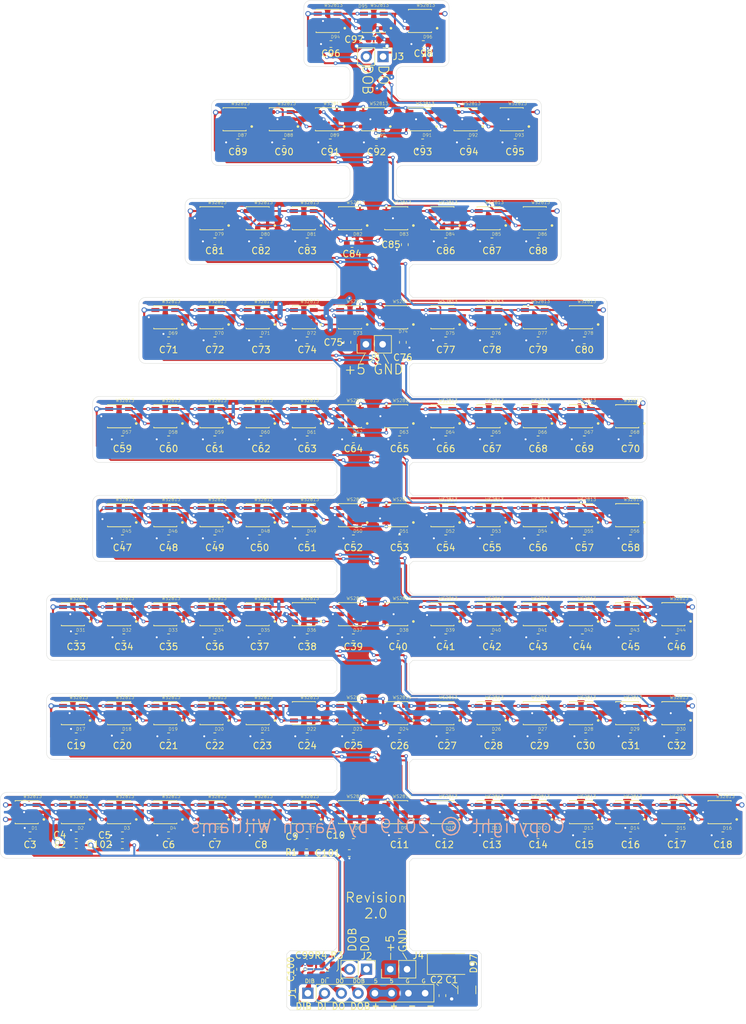
<source format=kicad_pcb>
(kicad_pcb (version 20171130) (host pcbnew 5.1.4-5.1.4)
  (title_block (title "Flex Ears WS2813-mini") (date 2019-11-10) (rev 1.1) (comment 1 "Copyrighjt © 2019 by Aaron Williams"))
  (layers (0 F.Cu signal) (31 B.Cu signal) (34 B.Paste user) (35 F.Paste user) (36 B.SilkS user) (37 F.SilkS user) (38 B.Mask user) (39 F.Mask user) (44 Edge.Cuts user))
  (net 0 "")
  (net 1 GND)
  (net 2 +5V)
  (net 3 /DINB)
  (net 4 /DIN)
  (net 5 "Net-(D1-Pad3)")
  (net 6 "Net-(D2-Pad3)")
  (net 7 "Net-(D3-Pad3)")
  (net 8 "Net-(D4-Pad3)")
  (net 9 "Net-(D5-Pad3)")
  (net 10 "Net-(D6-Pad3)")
  (net 11 "Net-(D7-Pad3)")
  (net 12 "Net-(D10-Pad6)")
  (net 13 "Net-(D10-Pad4)")
  (net 14 "Net-(D10-Pad3)")
  (net 15 "Net-(D11-Pad3)")
  (net 16 /DOUT_CONTB)
  (net 17 /DOUT_CONT)
  (net 18 "Net-(D14-Pad3)")
  (net 19 /DOUTB1)
  (net 20 /DOUT1)
  (net 21 "Net-(D17-Pad3)")
  (net 22 "Net-(D18-Pad3)")
  (net 23 "Net-(D19-Pad3)")
  (net 24 "Net-(D20-Pad3)")
  (net 25 "Net-(D21-Pad3)")
  (net 26 "Net-(D22-Pad3)")
  (net 27 "Net-(D23-Pad3)")
  (net 28 "Net-(D24-Pad3)")
  (net 29 "Net-(D25-Pad3)")
  (net 30 "Net-(D26-Pad3)")
  (net 31 "Net-(D27-Pad3)")
  (net 32 "Net-(D28-Pad3)")
  (net 33 /DOUTB2)
  (net 34 /DOUT2)
  (net 35 "Net-(D31-Pad3)")
  (net 36 "Net-(D32-Pad3)")
  (net 37 "Net-(D33-Pad3)")
  (net 38 "Net-(D34-Pad3)")
  (net 39 "Net-(D35-Pad3)")
  (net 40 "Net-(D36-Pad3)")
  (net 41 "Net-(D37-Pad3)")
  (net 42 "Net-(D38-Pad3)")
  (net 43 "Net-(D39-Pad3)")
  (net 44 "Net-(D40-Pad3)")
  (net 45 "Net-(D41-Pad3)")
  (net 46 "Net-(D42-Pad3)")
  (net 47 /DOUTB3)
  (net 48 /DOUT3)
  (net 49 "Net-(D45-Pad3)")
  (net 50 "Net-(D46-Pad3)")
  (net 51 "Net-(D47-Pad3)")
  (net 52 "Net-(D48-Pad3)")
  (net 53 "Net-(D49-Pad3)")
  (net 54 "Net-(D50-Pad3)")
  (net 55 "Net-(D51-Pad3)")
  (net 56 "Net-(D52-Pad3)")
  (net 57 "Net-(D53-Pad3)")
  (net 58 "Net-(D54-Pad3)")
  (net 59 /DOUTB4)
  (net 60 /DOUT4)
  (net 61 "Net-(D57-Pad3)")
  (net 62 "Net-(D58-Pad3)")
  (net 63 "Net-(D59-Pad3)")
  (net 64 "Net-(D60-Pad3)")
  (net 65 "Net-(D61-Pad3)")
  (net 66 "Net-(D62-Pad3)")
  (net 67 "Net-(D63-Pad3)")
  (net 68 "Net-(D64-Pad3)")
  (net 69 "Net-(D65-Pad3)")
  (net 70 "Net-(D66-Pad3)")
  (net 71 DOUTB5)
  (net 72 DOUT5)
  (net 73 "Net-(D69-Pad3)")
  (net 74 "Net-(D70-Pad3)")
  (net 75 "Net-(D71-Pad3)")
  (net 76 "Net-(D72-Pad3)")
  (net 77 "Net-(D73-Pad3)")
  (net 78 "Net-(D74-Pad3)")
  (net 79 "Net-(D75-Pad3)")
  (net 80 "Net-(D76-Pad3)")
  (net 81 "/Ears-top and bypass/DOUTB6")
  (net 82 "/Ears-top and bypass/DOUT6")
  (net 83 "Net-(D79-Pad3)")
  (net 84 "Net-(D80-Pad3)")
  (net 85 "Net-(D81-Pad3)")
  (net 86 "Net-(D82-Pad3)")
  (net 87 "Net-(D83-Pad3)")
  (net 88 "Net-(D84-Pad3)")
  (net 89 "/Ears-top and bypass/DOUTB7")
  (net 90 "/Ears-top and bypass/DOUT7")
  (net 91 "Net-(D87-Pad3)")
  (net 92 "Net-(D88-Pad3)")
  (net 93 "Net-(D89-Pad3)")
  (net 94 "Net-(D90-Pad3)")
  (net 95 "Net-(D91-Pad3)")
  (net 96 "/Ears-top and bypass/DOUTB8")
  (net 97 "/Ears-top and bypass/DOUT8")
  (net 98 "Net-(D94-Pad3)")
  (net 99 "Net-(J1-Pad3)")
  (net 100 "Net-(J1-Pad4)")
  (net 101 "/Ears-top and bypass/DOUTB")
  (net 102 "/Ears-top and bypass/DOUT")
  (net 103 /DOUTB)
  (net 104 /DOUT)
  (net 105 "Net-(C100-Pad1)")
  (net 106 "Net-(C101-Pad1)")
  (module Capacitor_SMD:C_0603_1608Metric (layer F.Cu) (at 35.5 167 180)
    (fp_text reference C102 (at 3.5 0.1) (layer F.SilkS))
    (fp_text value "4.7nF DNI")
    (pad 2 smd roundrect (at 0.7875 0 180) (size 0.875 0.95) (layers F.Cu F.Paste F.Mask) (net 1 GND))
    (pad 1 smd roundrect (at -0.7875 0 180) (size 0.875 0.95) (layers F.Cu F.Paste F.Mask) (net 105 "Net-(C100-Pad1)"))
  )
  (module Capacitor_SMD:C_0603_1608Metric (layer F.Cu) (at 69.8875 168.2)
    (fp_text reference C101 (at -3.2875 0) (layer F.SilkS))
    (fp_text value "4.7nF DNI")
    (pad 2 smd roundrect (at 0.7875 0) (size 0.875 0.95) (layers F.Cu F.Paste F.Mask) (net 1 GND))
    (pad 1 smd roundrect (at -0.7875 0) (size 0.875 0.95) (layers F.Cu F.Paste F.Mask) (net 106 "Net-(C101-Pad1)"))
  )
  (module Capacitor_SMD:C_0603_1608Metric (layer F.Cu) (at 62.4332 185.801 90)
    (fp_text reference C100 (at 0 -1.43 90) (layer F.SilkS))
    (fp_text value 4.7nF)
    (pad 2 smd roundrect (at 0.7875 0 90) (size 0.875 0.95) (layers F.Cu F.Paste F.Mask) (net 1 GND))
    (pad 1 smd roundrect (at -0.7875 0 90) (size 0.875 0.95) (layers F.Cu F.Paste F.Mask) (net 105 "Net-(C100-Pad1)"))
  )
  (module Capacitor_SMD:C_0603_1608Metric (layer F.Cu) (at 63.9572 185.8011 90)
    (fp_text reference C99 (at 2.1083 -0.8382 180) (layer F.SilkS))
    (fp_text value 4.7nF)
    (pad 2 smd roundrect (at 0.7875 0 90) (size 0.875 0.95) (layers F.Cu F.Paste F.Mask) (net 1 GND))
    (pad 1 smd roundrect (at -0.7875 0 90) (size 0.875 0.95) (layers F.Cu F.Paste F.Mask) (net 106 "Net-(C101-Pad1)"))
  )
  (module LED_WS2813-mini:LED_WS2813-MINI-2 (layer F.Cu) (at 80.6 42.1 180)
    (fp_text reference D96 (at -1.1808 -2.4048) (layer F.SilkS) (effects (font (size 0.48 0.48) (thickness 0.05))))
    (fp_text value WS2813 (at -0.876 2.3952) (layer F.SilkS) (effects (font (size 0.48 0.48) (thickness 0.05))))
    (pad 6 smd rect (at 1.5 -1.1) (size 1.2 0.6) (layers F.Cu F.Paste F.Mask) (net 98 "Net-(D94-Pad3)"))
    (pad 5 smd rect (at 1.5 0) (size 1.2 0.6) (layers F.Cu F.Paste F.Mask) (net 1 GND))
    (pad 4 smd rect (at 1.5 1.1) (size 1.2 0.6) (layers F.Cu F.Paste F.Mask) (net 101 "/Ears-top and bypass/DOUTB"))
    (pad 3 smd rect (at -1.5 1.1 180) (size 1.2 0.6) (layers F.Cu F.Paste F.Mask) (net 102 "/Ears-top and bypass/DOUT"))
    (pad 2 smd rect (at -1.5 0 180) (size 1.2 0.6) (layers F.Cu F.Paste F.Mask) (net 2 +5V))
    (pad 1 smd rect (at -1.5 -1.1 180) (size 1.2 0.6) (layers F.Cu F.Paste F.Mask) (net 2 +5V))
  )
  (module LED_WS2813-mini:LED_WS2813-MINI-2 (layer F.Cu) (at 73.6 42.1 180)
    (fp_text reference D95 (at 1.65 2.25) (layer F.SilkS) (effects (font (size 0.48 0.48) (thickness 0.05))))
    (fp_text value WS2813 (at -0.876 2.3952) (layer F.SilkS) (effects (font (size 0.48 0.48) (thickness 0.05))))
    (pad 6 smd rect (at 1.5 -1.1) (size 1.2 0.6) (layers F.Cu F.Paste F.Mask) (net 97 "/Ears-top and bypass/DOUT8"))
    (pad 5 smd rect (at 1.5 0) (size 1.2 0.6) (layers F.Cu F.Paste F.Mask) (net 1 GND))
    (pad 4 smd rect (at 1.5 1.1) (size 1.2 0.6) (layers F.Cu F.Paste F.Mask) (net 98 "Net-(D94-Pad3)"))
    (pad 3 smd rect (at -1.5 1.1 180) (size 1.2 0.6) (layers F.Cu F.Paste F.Mask) (net 101 "/Ears-top and bypass/DOUTB"))
    (pad 2 smd rect (at -1.5 0 180) (size 1.2 0.6) (layers F.Cu F.Paste F.Mask) (net 2 +5V))
    (pad 1 smd rect (at -1.5 -1.1 180) (size 1.2 0.6) (layers F.Cu F.Paste F.Mask) (net 2 +5V))
  )
  (module LED_WS2813-mini:LED_WS2813-MINI-2 (layer F.Cu) (at 66.6 42.1 180)
    (fp_text reference D94 (at -1.1808 -2.4048) (layer F.SilkS) (effects (font (size 0.48 0.48) (thickness 0.05))))
    (fp_text value WS2813 (at -0.876 2.3952) (layer F.SilkS) (effects (font (size 0.48 0.48) (thickness 0.05))))
    (pad 6 smd rect (at 1.5 -1.1) (size 1.2 0.6) (layers F.Cu F.Paste F.Mask) (net 96 "/Ears-top and bypass/DOUTB8"))
    (pad 5 smd rect (at 1.5 0) (size 1.2 0.6) (layers F.Cu F.Paste F.Mask) (net 1 GND))
    (pad 4 smd rect (at 1.5 1.1) (size 1.2 0.6) (layers F.Cu F.Paste F.Mask) (net 97 "/Ears-top and bypass/DOUT8"))
    (pad 3 smd rect (at -1.5 1.1 180) (size 1.2 0.6) (layers F.Cu F.Paste F.Mask) (net 98 "Net-(D94-Pad3)"))
    (pad 2 smd rect (at -1.5 0 180) (size 1.2 0.6) (layers F.Cu F.Paste F.Mask) (net 2 +5V))
    (pad 1 smd rect (at -1.5 -1.1 180) (size 1.2 0.6) (layers F.Cu F.Paste F.Mask) (net 2 +5V))
  )
  (module LED_WS2813-mini:LED_WS2813-MINI-2 (layer F.Cu) (at 94.5 57 180)
    (fp_text reference D93 (at -1.1808 -2.4048) (layer F.SilkS) (effects (font (size 0.48 0.48) (thickness 0.05))))
    (fp_text value WS2813 (at -0.876 2.3952) (layer F.SilkS) (effects (font (size 0.48 0.48) (thickness 0.05))))
    (pad 6 smd rect (at 1.5 -1.1) (size 1.2 0.6) (layers F.Cu F.Paste F.Mask) (net 95 "Net-(D91-Pad3)"))
    (pad 5 smd rect (at 1.5 0) (size 1.2 0.6) (layers F.Cu F.Paste F.Mask) (net 1 GND))
    (pad 4 smd rect (at 1.5 1.1) (size 1.2 0.6) (layers F.Cu F.Paste F.Mask) (net 96 "/Ears-top and bypass/DOUTB8"))
    (pad 3 smd rect (at -1.5 1.1 180) (size 1.2 0.6) (layers F.Cu F.Paste F.Mask) (net 97 "/Ears-top and bypass/DOUT8"))
    (pad 2 smd rect (at -1.5 0 180) (size 1.2 0.6) (layers F.Cu F.Paste F.Mask) (net 2 +5V))
    (pad 1 smd rect (at -1.5 -1.1 180) (size 1.2 0.6) (layers F.Cu F.Paste F.Mask) (net 2 +5V))
  )
  (module LED_WS2813-mini:LED_WS2813-MINI-2 (layer F.Cu) (at 87.5 57 180)
    (fp_text reference D92 (at -1.1808 -2.4048) (layer F.SilkS) (effects (font (size 0.48 0.48) (thickness 0.05))))
    (fp_text value WS2813 (at -0.876 2.3952) (layer F.SilkS) (effects (font (size 0.48 0.48) (thickness 0.05))))
    (pad 6 smd rect (at 1.5 -1.1) (size 1.2 0.6) (layers F.Cu F.Paste F.Mask) (net 94 "Net-(D90-Pad3)"))
    (pad 5 smd rect (at 1.5 0) (size 1.2 0.6) (layers F.Cu F.Paste F.Mask) (net 1 GND))
    (pad 4 smd rect (at 1.5 1.1) (size 1.2 0.6) (layers F.Cu F.Paste F.Mask) (net 95 "Net-(D91-Pad3)"))
    (pad 3 smd rect (at -1.5 1.1 180) (size 1.2 0.6) (layers F.Cu F.Paste F.Mask) (net 96 "/Ears-top and bypass/DOUTB8"))
    (pad 2 smd rect (at -1.5 0 180) (size 1.2 0.6) (layers F.Cu F.Paste F.Mask) (net 2 +5V))
    (pad 1 smd rect (at -1.5 -1.1 180) (size 1.2 0.6) (layers F.Cu F.Paste F.Mask) (net 2 +5V))
  )
  (module LED_WS2813-mini:LED_WS2813-MINI-2 (layer F.Cu) (at 80.5 57 180)
    (fp_text reference D91 (at -1.1808 -2.4048) (layer F.SilkS) (effects (font (size 0.48 0.48) (thickness 0.05))))
    (fp_text value WS2813 (at -0.876 2.3952) (layer F.SilkS) (effects (font (size 0.48 0.48) (thickness 0.05))))
    (pad 6 smd rect (at 1.5 -1.1) (size 1.2 0.6) (layers F.Cu F.Paste F.Mask) (net 93 "Net-(D89-Pad3)"))
    (pad 5 smd rect (at 1.5 0) (size 1.2 0.6) (layers F.Cu F.Paste F.Mask) (net 1 GND))
    (pad 4 smd rect (at 1.5 1.1) (size 1.2 0.6) (layers F.Cu F.Paste F.Mask) (net 94 "Net-(D90-Pad3)"))
    (pad 3 smd rect (at -1.5 1.1 180) (size 1.2 0.6) (layers F.Cu F.Paste F.Mask) (net 95 "Net-(D91-Pad3)"))
    (pad 2 smd rect (at -1.5 0 180) (size 1.2 0.6) (layers F.Cu F.Paste F.Mask) (net 2 +5V))
    (pad 1 smd rect (at -1.5 -1.1 180) (size 1.2 0.6) (layers F.Cu F.Paste F.Mask) (net 2 +5V))
  )
  (module LED_WS2813-mini:LED_WS2813-MINI-2 (layer F.Cu) (at 73.5 57 180)
    (fp_text reference D90 (at -1.1808 -2.4048) (layer F.SilkS) (effects (font (size 0.48 0.48) (thickness 0.05))))
    (fp_text value WS2813 (at -0.876 2.3952) (layer F.SilkS) (effects (font (size 0.48 0.48) (thickness 0.05))))
    (pad 6 smd rect (at 1.5 -1.1) (size 1.2 0.6) (layers F.Cu F.Paste F.Mask) (net 92 "Net-(D88-Pad3)"))
    (pad 5 smd rect (at 1.5 0) (size 1.2 0.6) (layers F.Cu F.Paste F.Mask) (net 1 GND))
    (pad 4 smd rect (at 1.5 1.1) (size 1.2 0.6) (layers F.Cu F.Paste F.Mask) (net 93 "Net-(D89-Pad3)"))
    (pad 3 smd rect (at -1.5 1.1 180) (size 1.2 0.6) (layers F.Cu F.Paste F.Mask) (net 94 "Net-(D90-Pad3)"))
    (pad 2 smd rect (at -1.5 0 180) (size 1.2 0.6) (layers F.Cu F.Paste F.Mask) (net 2 +5V))
    (pad 1 smd rect (at -1.5 -1.1 180) (size 1.2 0.6) (layers F.Cu F.Paste F.Mask) (net 2 +5V))
  )
  (module LED_WS2813-mini:LED_WS2813-MINI-2 (layer F.Cu) (at 66.5 57 180)
    (fp_text reference D89 (at -1.1808 -2.4048) (layer F.SilkS) (effects (font (size 0.48 0.48) (thickness 0.05))))
    (fp_text value WS2813 (at -0.876 2.3952) (layer F.SilkS) (effects (font (size 0.48 0.48) (thickness 0.05))))
    (pad 6 smd rect (at 1.5 -1.1) (size 1.2 0.6) (layers F.Cu F.Paste F.Mask) (net 91 "Net-(D87-Pad3)"))
    (pad 5 smd rect (at 1.5 0) (size 1.2 0.6) (layers F.Cu F.Paste F.Mask) (net 1 GND))
    (pad 4 smd rect (at 1.5 1.1) (size 1.2 0.6) (layers F.Cu F.Paste F.Mask) (net 92 "Net-(D88-Pad3)"))
    (pad 3 smd rect (at -1.5 1.1 180) (size 1.2 0.6) (layers F.Cu F.Paste F.Mask) (net 93 "Net-(D89-Pad3)"))
    (pad 2 smd rect (at -1.5 0 180) (size 1.2 0.6) (layers F.Cu F.Paste F.Mask) (net 2 +5V))
    (pad 1 smd rect (at -1.5 -1.1 180) (size 1.2 0.6) (layers F.Cu F.Paste F.Mask) (net 2 +5V))
  )
  (module LED_WS2813-mini:LED_WS2813-MINI-2 (layer F.Cu) (at 59.5 57 180)
    (fp_text reference D88 (at -1.1808 -2.4048) (layer F.SilkS) (effects (font (size 0.48 0.48) (thickness 0.05))))
    (fp_text value WS2813 (at -0.876 2.3952) (layer F.SilkS) (effects (font (size 0.48 0.48) (thickness 0.05))))
    (pad 6 smd rect (at 1.5 -1.1) (size 1.2 0.6) (layers F.Cu F.Paste F.Mask) (net 90 "/Ears-top and bypass/DOUT7"))
    (pad 5 smd rect (at 1.5 0) (size 1.2 0.6) (layers F.Cu F.Paste F.Mask) (net 1 GND))
    (pad 4 smd rect (at 1.5 1.1) (size 1.2 0.6) (layers F.Cu F.Paste F.Mask) (net 91 "Net-(D87-Pad3)"))
    (pad 3 smd rect (at -1.5 1.1 180) (size 1.2 0.6) (layers F.Cu F.Paste F.Mask) (net 92 "Net-(D88-Pad3)"))
    (pad 2 smd rect (at -1.5 0 180) (size 1.2 0.6) (layers F.Cu F.Paste F.Mask) (net 2 +5V))
    (pad 1 smd rect (at -1.5 -1.1 180) (size 1.2 0.6) (layers F.Cu F.Paste F.Mask) (net 2 +5V))
  )
  (module LED_WS2813-mini:LED_WS2813-MINI-2 (layer F.Cu) (at 52.5 57 180)
    (fp_text reference D87 (at -1.1808 -2.4048) (layer F.SilkS) (effects (font (size 0.48 0.48) (thickness 0.05))))
    (fp_text value WS2813 (at -0.876 2.3952) (layer F.SilkS) (effects (font (size 0.48 0.48) (thickness 0.05))))
    (pad 6 smd rect (at 1.5 -1.1) (size 1.2 0.6) (layers F.Cu F.Paste F.Mask) (net 89 "/Ears-top and bypass/DOUTB7"))
    (pad 5 smd rect (at 1.5 0) (size 1.2 0.6) (layers F.Cu F.Paste F.Mask) (net 1 GND))
    (pad 4 smd rect (at 1.5 1.1) (size 1.2 0.6) (layers F.Cu F.Paste F.Mask) (net 90 "/Ears-top and bypass/DOUT7"))
    (pad 3 smd rect (at -1.5 1.1 180) (size 1.2 0.6) (layers F.Cu F.Paste F.Mask) (net 91 "Net-(D87-Pad3)"))
    (pad 2 smd rect (at -1.5 0 180) (size 1.2 0.6) (layers F.Cu F.Paste F.Mask) (net 2 +5V))
    (pad 1 smd rect (at -1.5 -1.1 180) (size 1.2 0.6) (layers F.Cu F.Paste F.Mask) (net 2 +5V))
  )
  (module LED_WS2813-mini:LED_WS2813-MINI-2 (layer F.Cu) (at 98 72 180)
    (fp_text reference D86 (at -1.1808 -2.4048) (layer F.SilkS) (effects (font (size 0.48 0.48) (thickness 0.05))))
    (fp_text value WS2813 (at -0.876 2.3952) (layer F.SilkS) (effects (font (size 0.48 0.48) (thickness 0.05))))
    (pad 6 smd rect (at 1.5 -1.1) (size 1.2 0.6) (layers F.Cu F.Paste F.Mask) (net 88 "Net-(D84-Pad3)"))
    (pad 5 smd rect (at 1.5 0) (size 1.2 0.6) (layers F.Cu F.Paste F.Mask) (net 1 GND))
    (pad 4 smd rect (at 1.5 1.1) (size 1.2 0.6) (layers F.Cu F.Paste F.Mask) (net 89 "/Ears-top and bypass/DOUTB7"))
    (pad 3 smd rect (at -1.5 1.1 180) (size 1.2 0.6) (layers F.Cu F.Paste F.Mask) (net 90 "/Ears-top and bypass/DOUT7"))
    (pad 2 smd rect (at -1.5 0 180) (size 1.2 0.6) (layers F.Cu F.Paste F.Mask) (net 2 +5V))
    (pad 1 smd rect (at -1.5 -1.1 180) (size 1.2 0.6) (layers F.Cu F.Paste F.Mask) (net 2 +5V))
  )
  (module LED_WS2813-mini:LED_WS2813-MINI-2 (layer F.Cu) (at 91 72 180)
    (fp_text reference D85 (at -1.1808 -2.4048) (layer F.SilkS) (effects (font (size 0.48 0.48) (thickness 0.05))))
    (fp_text value WS2813 (at -0.876 2.3952) (layer F.SilkS) (effects (font (size 0.48 0.48) (thickness 0.05))))
    (pad 6 smd rect (at 1.5 -1.1) (size 1.2 0.6) (layers F.Cu F.Paste F.Mask) (net 87 "Net-(D83-Pad3)"))
    (pad 5 smd rect (at 1.5 0) (size 1.2 0.6) (layers F.Cu F.Paste F.Mask) (net 1 GND))
    (pad 4 smd rect (at 1.5 1.1) (size 1.2 0.6) (layers F.Cu F.Paste F.Mask) (net 88 "Net-(D84-Pad3)"))
    (pad 3 smd rect (at -1.5 1.1 180) (size 1.2 0.6) (layers F.Cu F.Paste F.Mask) (net 89 "/Ears-top and bypass/DOUTB7"))
    (pad 2 smd rect (at -1.5 0 180) (size 1.2 0.6) (layers F.Cu F.Paste F.Mask) (net 2 +5V))
    (pad 1 smd rect (at -1.5 -1.1 180) (size 1.2 0.6) (layers F.Cu F.Paste F.Mask) (net 2 +5V))
  )
  (module LED_WS2813-mini:LED_WS2813-MINI-2 (layer F.Cu) (at 84 72 180)
    (fp_text reference D84 (at -1.1808 -2.4048) (layer F.SilkS) (effects (font (size 0.48 0.48) (thickness 0.05))))
    (fp_text value WS2813 (at -0.876 2.3952) (layer F.SilkS) (effects (font (size 0.48 0.48) (thickness 0.05))))
    (pad 6 smd rect (at 1.5 -1.1) (size 1.2 0.6) (layers F.Cu F.Paste F.Mask) (net 86 "Net-(D82-Pad3)"))
    (pad 5 smd rect (at 1.5 0) (size 1.2 0.6) (layers F.Cu F.Paste F.Mask) (net 1 GND))
    (pad 4 smd rect (at 1.5 1.1) (size 1.2 0.6) (layers F.Cu F.Paste F.Mask) (net 87 "Net-(D83-Pad3)"))
    (pad 3 smd rect (at -1.5 1.1 180) (size 1.2 0.6) (layers F.Cu F.Paste F.Mask) (net 88 "Net-(D84-Pad3)"))
    (pad 2 smd rect (at -1.5 0 180) (size 1.2 0.6) (layers F.Cu F.Paste F.Mask) (net 2 +5V))
    (pad 1 smd rect (at -1.5 -1.1 180) (size 1.2 0.6) (layers F.Cu F.Paste F.Mask) (net 2 +5V))
  )
  (module LED_WS2813-mini:LED_WS2813-MINI-2 (layer F.Cu) (at 77 72 180)
    (fp_text reference D83 (at -1.1808 -2.4048) (layer F.SilkS) (effects (font (size 0.48 0.48) (thickness 0.05))))
    (fp_text value WS2813 (at -0.876 2.3952) (layer F.SilkS) (effects (font (size 0.48 0.48) (thickness 0.05))))
    (pad 6 smd rect (at 1.5 -1.1) (size 1.2 0.6) (layers F.Cu F.Paste F.Mask) (net 85 "Net-(D81-Pad3)"))
    (pad 5 smd rect (at 1.5 0) (size 1.2 0.6) (layers F.Cu F.Paste F.Mask) (net 1 GND))
    (pad 4 smd rect (at 1.5 1.1) (size 1.2 0.6) (layers F.Cu F.Paste F.Mask) (net 86 "Net-(D82-Pad3)"))
    (pad 3 smd rect (at -1.5 1.1 180) (size 1.2 0.6) (layers F.Cu F.Paste F.Mask) (net 87 "Net-(D83-Pad3)"))
    (pad 2 smd rect (at -1.5 0 180) (size 1.2 0.6) (layers F.Cu F.Paste F.Mask) (net 2 +5V))
    (pad 1 smd rect (at -1.5 -1.1 180) (size 1.2 0.6) (layers F.Cu F.Paste F.Mask) (net 2 +5V))
  )
  (module LED_WS2813-mini:LED_WS2813-MINI-2 (layer F.Cu) (at 70 72 180)
    (fp_text reference D82 (at -1.1808 -2.4048) (layer F.SilkS) (effects (font (size 0.48 0.48) (thickness 0.05))))
    (fp_text value WS2813 (at -0.876 2.3952) (layer F.SilkS) (effects (font (size 0.48 0.48) (thickness 0.05))))
    (pad 6 smd rect (at 1.5 -1.1) (size 1.2 0.6) (layers F.Cu F.Paste F.Mask) (net 84 "Net-(D80-Pad3)"))
    (pad 5 smd rect (at 1.5 0) (size 1.2 0.6) (layers F.Cu F.Paste F.Mask) (net 1 GND))
    (pad 4 smd rect (at 1.5 1.1) (size 1.2 0.6) (layers F.Cu F.Paste F.Mask) (net 85 "Net-(D81-Pad3)"))
    (pad 3 smd rect (at -1.5 1.1 180) (size 1.2 0.6) (layers F.Cu F.Paste F.Mask) (net 86 "Net-(D82-Pad3)"))
    (pad 2 smd rect (at -1.5 0 180) (size 1.2 0.6) (layers F.Cu F.Paste F.Mask) (net 2 +5V))
    (pad 1 smd rect (at -1.5 -1.1 180) (size 1.2 0.6) (layers F.Cu F.Paste F.Mask) (net 2 +5V))
  )
  (module LED_WS2813-mini:LED_WS2813-MINI-2 (layer F.Cu) (at 63 72 180)
    (fp_text reference D81 (at -1.1808 -2.4048) (layer F.SilkS) (effects (font (size 0.48 0.48) (thickness 0.05))))
    (fp_text value WS2813 (at -0.876 2.3952) (layer F.SilkS) (effects (font (size 0.48 0.48) (thickness 0.05))))
    (pad 6 smd rect (at 1.5 -1.1) (size 1.2 0.6) (layers F.Cu F.Paste F.Mask) (net 83 "Net-(D79-Pad3)"))
    (pad 5 smd rect (at 1.5 0) (size 1.2 0.6) (layers F.Cu F.Paste F.Mask) (net 1 GND))
    (pad 4 smd rect (at 1.5 1.1) (size 1.2 0.6) (layers F.Cu F.Paste F.Mask) (net 84 "Net-(D80-Pad3)"))
    (pad 3 smd rect (at -1.5 1.1 180) (size 1.2 0.6) (layers F.Cu F.Paste F.Mask) (net 85 "Net-(D81-Pad3)"))
    (pad 2 smd rect (at -1.5 0 180) (size 1.2 0.6) (layers F.Cu F.Paste F.Mask) (net 2 +5V))
    (pad 1 smd rect (at -1.5 -1.1 180) (size 1.2 0.6) (layers F.Cu F.Paste F.Mask) (net 2 +5V))
  )
  (module LED_WS2813-mini:LED_WS2813-MINI-2 (layer F.Cu) (at 56 72 180)
    (fp_text reference D80 (at -1.1808 -2.4048) (layer F.SilkS) (effects (font (size 0.48 0.48) (thickness 0.05))))
    (fp_text value WS2813 (at -0.876 2.3952) (layer F.SilkS) (effects (font (size 0.48 0.48) (thickness 0.05))))
    (pad 6 smd rect (at 1.5 -1.1) (size 1.2 0.6) (layers F.Cu F.Paste F.Mask) (net 82 "/Ears-top and bypass/DOUT6"))
    (pad 5 smd rect (at 1.5 0) (size 1.2 0.6) (layers F.Cu F.Paste F.Mask) (net 1 GND))
    (pad 4 smd rect (at 1.5 1.1) (size 1.2 0.6) (layers F.Cu F.Paste F.Mask) (net 83 "Net-(D79-Pad3)"))
    (pad 3 smd rect (at -1.5 1.1 180) (size 1.2 0.6) (layers F.Cu F.Paste F.Mask) (net 84 "Net-(D80-Pad3)"))
    (pad 2 smd rect (at -1.5 0 180) (size 1.2 0.6) (layers F.Cu F.Paste F.Mask) (net 2 +5V))
    (pad 1 smd rect (at -1.5 -1.1 180) (size 1.2 0.6) (layers F.Cu F.Paste F.Mask) (net 2 +5V))
  )
  (module LED_WS2813-mini:LED_WS2813-MINI-2 (layer F.Cu) (at 49 72 180)
    (fp_text reference D79 (at -1.1808 -2.4048) (layer F.SilkS) (effects (font (size 0.48 0.48) (thickness 0.05))))
    (fp_text value WS2813 (at -0.876 2.3952) (layer F.SilkS) (effects (font (size 0.48 0.48) (thickness 0.05))))
    (pad 6 smd rect (at 1.5 -1.1) (size 1.2 0.6) (layers F.Cu F.Paste F.Mask) (net 81 "/Ears-top and bypass/DOUTB6"))
    (pad 5 smd rect (at 1.5 0) (size 1.2 0.6) (layers F.Cu F.Paste F.Mask) (net 1 GND))
    (pad 4 smd rect (at 1.5 1.1) (size 1.2 0.6) (layers F.Cu F.Paste F.Mask) (net 82 "/Ears-top and bypass/DOUT6"))
    (pad 3 smd rect (at -1.5 1.1 180) (size 1.2 0.6) (layers F.Cu F.Paste F.Mask) (net 83 "Net-(D79-Pad3)"))
    (pad 2 smd rect (at -1.5 0 180) (size 1.2 0.6) (layers F.Cu F.Paste F.Mask) (net 2 +5V))
    (pad 1 smd rect (at -1.5 -1.1 180) (size 1.2 0.6) (layers F.Cu F.Paste F.Mask) (net 2 +5V))
  )
  (module LED_WS2813-mini:LED_WS2813-MINI-2 (layer F.Cu) (at 105 87 180)
    (fp_text reference D78 (at -1.1808 -2.4048) (layer F.SilkS) (effects (font (size 0.48 0.48) (thickness 0.05))))
    (fp_text value WS2813 (at -0.876 2.3952) (layer F.SilkS) (effects (font (size 0.48 0.48) (thickness 0.05))))
    (pad 6 smd rect (at 1.5 -1.1) (size 1.2 0.6) (layers F.Cu F.Paste F.Mask) (net 80 "Net-(D76-Pad3)"))
    (pad 5 smd rect (at 1.5 0) (size 1.2 0.6) (layers F.Cu F.Paste F.Mask) (net 1 GND))
    (pad 4 smd rect (at 1.5 1.1) (size 1.2 0.6) (layers F.Cu F.Paste F.Mask) (net 81 "/Ears-top and bypass/DOUTB6"))
    (pad 3 smd rect (at -1.5 1.1 180) (size 1.2 0.6) (layers F.Cu F.Paste F.Mask) (net 82 "/Ears-top and bypass/DOUT6"))
    (pad 2 smd rect (at -1.5 0 180) (size 1.2 0.6) (layers F.Cu F.Paste F.Mask) (net 2 +5V))
    (pad 1 smd rect (at -1.5 -1.1 180) (size 1.2 0.6) (layers F.Cu F.Paste F.Mask) (net 2 +5V))
  )
  (module LED_WS2813-mini:LED_WS2813-MINI-2 (layer F.Cu) (at 98 87 180)
    (fp_text reference D77 (at -1.1808 -2.4048) (layer F.SilkS) (effects (font (size 0.48 0.48) (thickness 0.05))))
    (fp_text value WS2813 (at -0.876 2.3952) (layer F.SilkS) (effects (font (size 0.48 0.48) (thickness 0.05))))
    (pad 6 smd rect (at 1.5 -1.1) (size 1.2 0.6) (layers F.Cu F.Paste F.Mask) (net 79 "Net-(D75-Pad3)"))
    (pad 5 smd rect (at 1.5 0) (size 1.2 0.6) (layers F.Cu F.Paste F.Mask) (net 1 GND))
    (pad 4 smd rect (at 1.5 1.1) (size 1.2 0.6) (layers F.Cu F.Paste F.Mask) (net 80 "Net-(D76-Pad3)"))
    (pad 3 smd rect (at -1.5 1.1 180) (size 1.2 0.6) (layers F.Cu F.Paste F.Mask) (net 81 "/Ears-top and bypass/DOUTB6"))
    (pad 2 smd rect (at -1.5 0 180) (size 1.2 0.6) (layers F.Cu F.Paste F.Mask) (net 2 +5V))
    (pad 1 smd rect (at -1.5 -1.1 180) (size 1.2 0.6) (layers F.Cu F.Paste F.Mask) (net 2 +5V))
  )
  (module LED_WS2813-mini:LED_WS2813-MINI-2 (layer F.Cu) (at 91 87 180)
    (fp_text reference D76 (at -1.1808 -2.4048) (layer F.SilkS) (effects (font (size 0.48 0.48) (thickness 0.05))))
    (fp_text value WS2813 (at -0.876 2.3952) (layer F.SilkS) (effects (font (size 0.48 0.48) (thickness 0.05))))
    (pad 6 smd rect (at 1.5 -1.1) (size 1.2 0.6) (layers F.Cu F.Paste F.Mask) (net 78 "Net-(D74-Pad3)"))
    (pad 5 smd rect (at 1.5 0) (size 1.2 0.6) (layers F.Cu F.Paste F.Mask) (net 1 GND))
    (pad 4 smd rect (at 1.5 1.1) (size 1.2 0.6) (layers F.Cu F.Paste F.Mask) (net 79 "Net-(D75-Pad3)"))
    (pad 3 smd rect (at -1.5 1.1 180) (size 1.2 0.6) (layers F.Cu F.Paste F.Mask) (net 80 "Net-(D76-Pad3)"))
    (pad 2 smd rect (at -1.5 0 180) (size 1.2 0.6) (layers F.Cu F.Paste F.Mask) (net 2 +5V))
    (pad 1 smd rect (at -1.5 -1.1 180) (size 1.2 0.6) (layers F.Cu F.Paste F.Mask) (net 2 +5V))
  )
  (module LED_WS2813-mini:LED_WS2813-MINI-2 (layer F.Cu) (at 84 87 180)
    (fp_text reference D75 (at -1.1808 -2.4048) (layer F.SilkS) (effects (font (size 0.48 0.48) (thickness 0.05))))
    (fp_text value WS2813 (at -0.876 2.3952) (layer F.SilkS) (effects (font (size 0.48 0.48) (thickness 0.05))))
    (pad 6 smd rect (at 1.5 -1.1) (size 1.2 0.6) (layers F.Cu F.Paste F.Mask) (net 77 "Net-(D73-Pad3)"))
    (pad 5 smd rect (at 1.5 0) (size 1.2 0.6) (layers F.Cu F.Paste F.Mask) (net 1 GND))
    (pad 4 smd rect (at 1.5 1.1) (size 1.2 0.6) (layers F.Cu F.Paste F.Mask) (net 78 "Net-(D74-Pad3)"))
    (pad 3 smd rect (at -1.5 1.1 180) (size 1.2 0.6) (layers F.Cu F.Paste F.Mask) (net 79 "Net-(D75-Pad3)"))
    (pad 2 smd rect (at -1.5 0 180) (size 1.2 0.6) (layers F.Cu F.Paste F.Mask) (net 2 +5V))
    (pad 1 smd rect (at -1.5 -1.1 180) (size 1.2 0.6) (layers F.Cu F.Paste F.Mask) (net 2 +5V))
  )
  (module LED_WS2813-mini:LED_WS2813-MINI-2 (layer F.Cu) (at 77 87 180)
    (fp_text reference D74 (at -1.05 -2.15) (layer F.SilkS) (effects (font (size 0.48 0.48) (thickness 0.05))))
    (fp_text value WS2813 (at -0.876 2.3952) (layer F.SilkS) (effects (font (size 0.48 0.48) (thickness 0.05))))
    (pad 6 smd rect (at 1.5 -1.1) (size 1.2 0.6) (layers F.Cu F.Paste F.Mask) (net 76 "Net-(D72-Pad3)"))
    (pad 5 smd rect (at 1.5 0) (size 1.2 0.6) (layers F.Cu F.Paste F.Mask) (net 1 GND))
    (pad 4 smd rect (at 1.5 1.1) (size 1.2 0.6) (layers F.Cu F.Paste F.Mask) (net 77 "Net-(D73-Pad3)"))
    (pad 3 smd rect (at -1.5 1.1 180) (size 1.2 0.6) (layers F.Cu F.Paste F.Mask) (net 78 "Net-(D74-Pad3)"))
    (pad 2 smd rect (at -1.5 0 180) (size 1.2 0.6) (layers F.Cu F.Paste F.Mask) (net 2 +5V))
    (pad 1 smd rect (at -1.5 -1.1 180) (size 1.2 0.6) (layers F.Cu F.Paste F.Mask) (net 2 +5V))
  )
  (module LED_WS2813-mini:LED_WS2813-MINI-2 (layer F.Cu) (at 70 87 180)
    (fp_text reference D73 (at -1.1808 -2.4048) (layer F.SilkS) (effects (font (size 0.48 0.48) (thickness 0.05))))
    (fp_text value WS2813 (at -0.876 2.3952) (layer F.SilkS) (effects (font (size 0.48 0.48) (thickness 0.05))))
    (pad 6 smd rect (at 1.5 -1.1) (size 1.2 0.6) (layers F.Cu F.Paste F.Mask) (net 75 "Net-(D71-Pad3)"))
    (pad 5 smd rect (at 1.5 0) (size 1.2 0.6) (layers F.Cu F.Paste F.Mask) (net 1 GND))
    (pad 4 smd rect (at 1.5 1.1) (size 1.2 0.6) (layers F.Cu F.Paste F.Mask) (net 76 "Net-(D72-Pad3)"))
    (pad 3 smd rect (at -1.5 1.1 180) (size 1.2 0.6) (layers F.Cu F.Paste F.Mask) (net 77 "Net-(D73-Pad3)"))
    (pad 2 smd rect (at -1.5 0 180) (size 1.2 0.6) (layers F.Cu F.Paste F.Mask) (net 2 +5V))
    (pad 1 smd rect (at -1.5 -1.1 180) (size 1.2 0.6) (layers F.Cu F.Paste F.Mask) (net 2 +5V))
  )
  (module LED_WS2813-mini:LED_WS2813-MINI-2 (layer F.Cu) (at 63 87 180)
    (fp_text reference D72 (at -1.1808 -2.4048) (layer F.SilkS) (effects (font (size 0.48 0.48) (thickness 0.05))))
    (fp_text value WS2813 (at -0.876 2.3952) (layer F.SilkS) (effects (font (size 0.48 0.48) (thickness 0.05))))
    (pad 6 smd rect (at 1.5 -1.1) (size 1.2 0.6) (layers F.Cu F.Paste F.Mask) (net 74 "Net-(D70-Pad3)"))
    (pad 5 smd rect (at 1.5 0) (size 1.2 0.6) (layers F.Cu F.Paste F.Mask) (net 1 GND))
    (pad 4 smd rect (at 1.5 1.1) (size 1.2 0.6) (layers F.Cu F.Paste F.Mask) (net 75 "Net-(D71-Pad3)"))
    (pad 3 smd rect (at -1.5 1.1 180) (size 1.2 0.6) (layers F.Cu F.Paste F.Mask) (net 76 "Net-(D72-Pad3)"))
    (pad 2 smd rect (at -1.5 0 180) (size 1.2 0.6) (layers F.Cu F.Paste F.Mask) (net 2 +5V))
    (pad 1 smd rect (at -1.5 -1.1 180) (size 1.2 0.6) (layers F.Cu F.Paste F.Mask) (net 2 +5V))
  )
  (module LED_WS2813-mini:LED_WS2813-MINI-2 (layer F.Cu) (at 56 87 180)
    (fp_text reference D71 (at -1.1808 -2.4048) (layer F.SilkS) (effects (font (size 0.48 0.48) (thickness 0.05))))
    (fp_text value WS2813 (at -0.876 2.3952) (layer F.SilkS) (effects (font (size 0.48 0.48) (thickness 0.05))))
    (pad 6 smd rect (at 1.5 -1.1) (size 1.2 0.6) (layers F.Cu F.Paste F.Mask) (net 73 "Net-(D69-Pad3)"))
    (pad 5 smd rect (at 1.5 0) (size 1.2 0.6) (layers F.Cu F.Paste F.Mask) (net 1 GND))
    (pad 4 smd rect (at 1.5 1.1) (size 1.2 0.6) (layers F.Cu F.Paste F.Mask) (net 74 "Net-(D70-Pad3)"))
    (pad 3 smd rect (at -1.5 1.1 180) (size 1.2 0.6) (layers F.Cu F.Paste F.Mask) (net 75 "Net-(D71-Pad3)"))
    (pad 2 smd rect (at -1.5 0 180) (size 1.2 0.6) (layers F.Cu F.Paste F.Mask) (net 2 +5V))
    (pad 1 smd rect (at -1.5 -1.1 180) (size 1.2 0.6) (layers F.Cu F.Paste F.Mask) (net 2 +5V))
  )
  (module LED_WS2813-mini:LED_WS2813-MINI-2 (layer F.Cu) (at 49 87 180)
    (fp_text reference D70 (at -1.1808 -2.4048) (layer F.SilkS) (effects (font (size 0.48 0.48) (thickness 0.05))))
    (fp_text value WS2813 (at -0.876 2.3952) (layer F.SilkS) (effects (font (size 0.48 0.48) (thickness 0.05))))
    (pad 6 smd rect (at 1.5 -1.1) (size 1.2 0.6) (layers F.Cu F.Paste F.Mask) (net 72 DOUT5))
    (pad 5 smd rect (at 1.5 0) (size 1.2 0.6) (layers F.Cu F.Paste F.Mask) (net 1 GND))
    (pad 4 smd rect (at 1.5 1.1) (size 1.2 0.6) (layers F.Cu F.Paste F.Mask) (net 73 "Net-(D69-Pad3)"))
    (pad 3 smd rect (at -1.5 1.1 180) (size 1.2 0.6) (layers F.Cu F.Paste F.Mask) (net 74 "Net-(D70-Pad3)"))
    (pad 2 smd rect (at -1.5 0 180) (size 1.2 0.6) (layers F.Cu F.Paste F.Mask) (net 2 +5V))
    (pad 1 smd rect (at -1.5 -1.1 180) (size 1.2 0.6) (layers F.Cu F.Paste F.Mask) (net 2 +5V))
  )
  (module LED_WS2813-mini:LED_WS2813-MINI-2 (layer F.Cu) (at 42 87 180)
    (fp_text reference D69 (at -1.1808 -2.4048) (layer F.SilkS) (effects (font (size 0.48 0.48) (thickness 0.05))))
    (fp_text value WS2813 (at -0.876 2.3952) (layer F.SilkS) (effects (font (size 0.48 0.48) (thickness 0.05))))
    (pad 6 smd rect (at 1.5 -1.1) (size 1.2 0.6) (layers F.Cu F.Paste F.Mask) (net 71 DOUTB5))
    (pad 5 smd rect (at 1.5 0) (size 1.2 0.6) (layers F.Cu F.Paste F.Mask) (net 1 GND))
    (pad 4 smd rect (at 1.5 1.1) (size 1.2 0.6) (layers F.Cu F.Paste F.Mask) (net 72 DOUT5))
    (pad 3 smd rect (at -1.5 1.1 180) (size 1.2 0.6) (layers F.Cu F.Paste F.Mask) (net 73 "Net-(D69-Pad3)"))
    (pad 2 smd rect (at -1.5 0 180) (size 1.2 0.6) (layers F.Cu F.Paste F.Mask) (net 2 +5V))
    (pad 1 smd rect (at -1.5 -1.1 180) (size 1.2 0.6) (layers F.Cu F.Paste F.Mask) (net 2 +5V))
  )
  (module LED_WS2813-mini:LED_WS2813-MINI-2 (layer F.Cu) (at 112 102 180)
    (fp_text reference D68 (at -1.1808 -2.4048) (layer F.SilkS) (effects (font (size 0.48 0.48) (thickness 0.05))))
    (fp_text value WS2813 (at -0.876 2.3952) (layer F.SilkS) (effects (font (size 0.48 0.48) (thickness 0.05))))
    (pad 6 smd rect (at 1.5 -1.1) (size 1.2 0.6) (layers F.Cu F.Paste F.Mask) (net 70 "Net-(D66-Pad3)"))
    (pad 5 smd rect (at 1.5 0) (size 1.2 0.6) (layers F.Cu F.Paste F.Mask) (net 1 GND))
    (pad 4 smd rect (at 1.5 1.1) (size 1.2 0.6) (layers F.Cu F.Paste F.Mask) (net 71 DOUTB5))
    (pad 3 smd rect (at -1.5 1.1 180) (size 1.2 0.6) (layers F.Cu F.Paste F.Mask) (net 72 DOUT5))
    (pad 2 smd rect (at -1.5 0 180) (size 1.2 0.6) (layers F.Cu F.Paste F.Mask) (net 2 +5V))
    (pad 1 smd rect (at -1.5 -1.1 180) (size 1.2 0.6) (layers F.Cu F.Paste F.Mask) (net 2 +5V))
  )
  (module LED_WS2813-mini:LED_WS2813-MINI-2 (layer F.Cu) (at 105 102 180)
    (fp_text reference D67 (at -1.1808 -2.4048) (layer F.SilkS) (effects (font (size 0.48 0.48) (thickness 0.05))))
    (fp_text value WS2813 (at -0.876 2.3952) (layer F.SilkS) (effects (font (size 0.48 0.48) (thickness 0.05))))
    (pad 6 smd rect (at 1.5 -1.1) (size 1.2 0.6) (layers F.Cu F.Paste F.Mask) (net 69 "Net-(D65-Pad3)"))
    (pad 5 smd rect (at 1.5 0) (size 1.2 0.6) (layers F.Cu F.Paste F.Mask) (net 1 GND))
    (pad 4 smd rect (at 1.5 1.1) (size 1.2 0.6) (layers F.Cu F.Paste F.Mask) (net 70 "Net-(D66-Pad3)"))
    (pad 3 smd rect (at -1.5 1.1 180) (size 1.2 0.6) (layers F.Cu F.Paste F.Mask) (net 71 DOUTB5))
    (pad 2 smd rect (at -1.5 0 180) (size 1.2 0.6) (layers F.Cu F.Paste F.Mask) (net 2 +5V))
    (pad 1 smd rect (at -1.5 -1.1 180) (size 1.2 0.6) (layers F.Cu F.Paste F.Mask) (net 2 +5V))
  )
  (module LED_WS2813-mini:LED_WS2813-MINI-2 (layer F.Cu) (at 98 102 180)
    (fp_text reference D66 (at -1.1808 -2.4048) (layer F.SilkS) (effects (font (size 0.48 0.48) (thickness 0.05))))
    (fp_text value WS2813 (at -0.876 2.3952) (layer F.SilkS) (effects (font (size 0.48 0.48) (thickness 0.05))))
    (pad 6 smd rect (at 1.5 -1.1) (size 1.2 0.6) (layers F.Cu F.Paste F.Mask) (net 68 "Net-(D64-Pad3)"))
    (pad 5 smd rect (at 1.5 0) (size 1.2 0.6) (layers F.Cu F.Paste F.Mask) (net 1 GND))
    (pad 4 smd rect (at 1.5 1.1) (size 1.2 0.6) (layers F.Cu F.Paste F.Mask) (net 69 "Net-(D65-Pad3)"))
    (pad 3 smd rect (at -1.5 1.1 180) (size 1.2 0.6) (layers F.Cu F.Paste F.Mask) (net 70 "Net-(D66-Pad3)"))
    (pad 2 smd rect (at -1.5 0 180) (size 1.2 0.6) (layers F.Cu F.Paste F.Mask) (net 2 +5V))
    (pad 1 smd rect (at -1.5 -1.1 180) (size 1.2 0.6) (layers F.Cu F.Paste F.Mask) (net 2 +5V))
  )
  (module LED_WS2813-mini:LED_WS2813-MINI-2 (layer F.Cu) (at 91 102 180)
    (fp_text reference D65 (at -1.1808 -2.4048) (layer F.SilkS) (effects (font (size 0.48 0.48) (thickness 0.05))))
    (fp_text value WS2813 (at -0.876 2.3952) (layer F.SilkS) (effects (font (size 0.48 0.48) (thickness 0.05))))
    (pad 6 smd rect (at 1.5 -1.1) (size 1.2 0.6) (layers F.Cu F.Paste F.Mask) (net 67 "Net-(D63-Pad3)"))
    (pad 5 smd rect (at 1.5 0) (size 1.2 0.6) (layers F.Cu F.Paste F.Mask) (net 1 GND))
    (pad 4 smd rect (at 1.5 1.1) (size 1.2 0.6) (layers F.Cu F.Paste F.Mask) (net 68 "Net-(D64-Pad3)"))
    (pad 3 smd rect (at -1.5 1.1 180) (size 1.2 0.6) (layers F.Cu F.Paste F.Mask) (net 69 "Net-(D65-Pad3)"))
    (pad 2 smd rect (at -1.5 0 180) (size 1.2 0.6) (layers F.Cu F.Paste F.Mask) (net 2 +5V))
    (pad 1 smd rect (at -1.5 -1.1 180) (size 1.2 0.6) (layers F.Cu F.Paste F.Mask) (net 2 +5V))
  )
  (module LED_WS2813-mini:LED_WS2813-MINI-2 (layer F.Cu) (at 84 102 180)
    (fp_text reference D64 (at -1.1808 -2.4048) (layer F.SilkS) (effects (font (size 0.48 0.48) (thickness 0.05))))
    (fp_text value WS2813 (at -0.876 2.3952) (layer F.SilkS) (effects (font (size 0.48 0.48) (thickness 0.05))))
    (pad 6 smd rect (at 1.5 -1.1) (size 1.2 0.6) (layers F.Cu F.Paste F.Mask) (net 66 "Net-(D62-Pad3)"))
    (pad 5 smd rect (at 1.5 0) (size 1.2 0.6) (layers F.Cu F.Paste F.Mask) (net 1 GND))
    (pad 4 smd rect (at 1.5 1.1) (size 1.2 0.6) (layers F.Cu F.Paste F.Mask) (net 67 "Net-(D63-Pad3)"))
    (pad 3 smd rect (at -1.5 1.1 180) (size 1.2 0.6) (layers F.Cu F.Paste F.Mask) (net 68 "Net-(D64-Pad3)"))
    (pad 2 smd rect (at -1.5 0 180) (size 1.2 0.6) (layers F.Cu F.Paste F.Mask) (net 2 +5V))
    (pad 1 smd rect (at -1.5 -1.1 180) (size 1.2 0.6) (layers F.Cu F.Paste F.Mask) (net 2 +5V))
  )
  (module LED_WS2813-mini:LED_WS2813-MINI-2 (layer F.Cu) (at 77 102 180)
    (fp_text reference D63 (at -1.1808 -2.4048) (layer F.SilkS) (effects (font (size 0.48 0.48) (thickness 0.05))))
    (fp_text value WS2813 (at -0.876 2.3952) (layer F.SilkS) (effects (font (size 0.48 0.48) (thickness 0.05))))
    (pad 6 smd rect (at 1.5 -1.1) (size 1.2 0.6) (layers F.Cu F.Paste F.Mask) (net 65 "Net-(D61-Pad3)"))
    (pad 5 smd rect (at 1.5 0) (size 1.2 0.6) (layers F.Cu F.Paste F.Mask) (net 1 GND))
    (pad 4 smd rect (at 1.5 1.1) (size 1.2 0.6) (layers F.Cu F.Paste F.Mask) (net 66 "Net-(D62-Pad3)"))
    (pad 3 smd rect (at -1.5 1.1 180) (size 1.2 0.6) (layers F.Cu F.Paste F.Mask) (net 67 "Net-(D63-Pad3)"))
    (pad 2 smd rect (at -1.5 0 180) (size 1.2 0.6) (layers F.Cu F.Paste F.Mask) (net 2 +5V))
    (pad 1 smd rect (at -1.5 -1.1 180) (size 1.2 0.6) (layers F.Cu F.Paste F.Mask) (net 2 +5V))
  )
  (module LED_WS2813-mini:LED_WS2813-MINI-2 (layer F.Cu) (at 70 102 180)
    (fp_text reference D62 (at -1.1808 -2.4048) (layer F.SilkS) (effects (font (size 0.48 0.48) (thickness 0.05))))
    (fp_text value WS2813 (at -0.876 2.3952) (layer F.SilkS) (effects (font (size 0.48 0.48) (thickness 0.05))))
    (pad 6 smd rect (at 1.5 -1.1) (size 1.2 0.6) (layers F.Cu F.Paste F.Mask) (net 64 "Net-(D60-Pad3)"))
    (pad 5 smd rect (at 1.5 0) (size 1.2 0.6) (layers F.Cu F.Paste F.Mask) (net 1 GND))
    (pad 4 smd rect (at 1.5 1.1) (size 1.2 0.6) (layers F.Cu F.Paste F.Mask) (net 65 "Net-(D61-Pad3)"))
    (pad 3 smd rect (at -1.5 1.1 180) (size 1.2 0.6) (layers F.Cu F.Paste F.Mask) (net 66 "Net-(D62-Pad3)"))
    (pad 2 smd rect (at -1.5 0 180) (size 1.2 0.6) (layers F.Cu F.Paste F.Mask) (net 2 +5V))
    (pad 1 smd rect (at -1.5 -1.1 180) (size 1.2 0.6) (layers F.Cu F.Paste F.Mask) (net 2 +5V))
  )
  (module LED_WS2813-mini:LED_WS2813-MINI-2 (layer F.Cu) (at 63 102 180)
    (fp_text reference D61 (at -1.1808 -2.4048) (layer F.SilkS) (effects (font (size 0.48 0.48) (thickness 0.05))))
    (fp_text value WS2813 (at -0.876 2.3952) (layer F.SilkS) (effects (font (size 0.48 0.48) (thickness 0.05))))
    (pad 6 smd rect (at 1.5 -1.1) (size 1.2 0.6) (layers F.Cu F.Paste F.Mask) (net 63 "Net-(D59-Pad3)"))
    (pad 5 smd rect (at 1.5 0) (size 1.2 0.6) (layers F.Cu F.Paste F.Mask) (net 1 GND))
    (pad 4 smd rect (at 1.5 1.1) (size 1.2 0.6) (layers F.Cu F.Paste F.Mask) (net 64 "Net-(D60-Pad3)"))
    (pad 3 smd rect (at -1.5 1.1 180) (size 1.2 0.6) (layers F.Cu F.Paste F.Mask) (net 65 "Net-(D61-Pad3)"))
    (pad 2 smd rect (at -1.5 0 180) (size 1.2 0.6) (layers F.Cu F.Paste F.Mask) (net 2 +5V))
    (pad 1 smd rect (at -1.5 -1.1 180) (size 1.2 0.6) (layers F.Cu F.Paste F.Mask) (net 2 +5V))
  )
  (module LED_WS2813-mini:LED_WS2813-MINI-2 (layer F.Cu) (at 56 102 180)
    (fp_text reference D60 (at -1.1808 -2.4048) (layer F.SilkS) (effects (font (size 0.48 0.48) (thickness 0.05))))
    (fp_text value WS2813 (at -0.876 2.3952) (layer F.SilkS) (effects (font (size 0.48 0.48) (thickness 0.05))))
    (pad 6 smd rect (at 1.5 -1.1) (size 1.2 0.6) (layers F.Cu F.Paste F.Mask) (net 62 "Net-(D58-Pad3)"))
    (pad 5 smd rect (at 1.5 0) (size 1.2 0.6) (layers F.Cu F.Paste F.Mask) (net 1 GND))
    (pad 4 smd rect (at 1.5 1.1) (size 1.2 0.6) (layers F.Cu F.Paste F.Mask) (net 63 "Net-(D59-Pad3)"))
    (pad 3 smd rect (at -1.5 1.1 180) (size 1.2 0.6) (layers F.Cu F.Paste F.Mask) (net 64 "Net-(D60-Pad3)"))
    (pad 2 smd rect (at -1.5 0 180) (size 1.2 0.6) (layers F.Cu F.Paste F.Mask) (net 2 +5V))
    (pad 1 smd rect (at -1.5 -1.1 180) (size 1.2 0.6) (layers F.Cu F.Paste F.Mask) (net 2 +5V))
  )
  (module LED_WS2813-mini:LED_WS2813-MINI-2 (layer F.Cu) (at 49 102 180)
    (fp_text reference D59 (at -1.1808 -2.4048) (layer F.SilkS) (effects (font (size 0.48 0.48) (thickness 0.05))))
    (fp_text value WS2813 (at -0.876 2.3952) (layer F.SilkS) (effects (font (size 0.48 0.48) (thickness 0.05))))
    (pad 6 smd rect (at 1.5 -1.1) (size 1.2 0.6) (layers F.Cu F.Paste F.Mask) (net 61 "Net-(D57-Pad3)"))
    (pad 5 smd rect (at 1.5 0) (size 1.2 0.6) (layers F.Cu F.Paste F.Mask) (net 1 GND))
    (pad 4 smd rect (at 1.5 1.1) (size 1.2 0.6) (layers F.Cu F.Paste F.Mask) (net 62 "Net-(D58-Pad3)"))
    (pad 3 smd rect (at -1.5 1.1 180) (size 1.2 0.6) (layers F.Cu F.Paste F.Mask) (net 63 "Net-(D59-Pad3)"))
    (pad 2 smd rect (at -1.5 0 180) (size 1.2 0.6) (layers F.Cu F.Paste F.Mask) (net 2 +5V))
    (pad 1 smd rect (at -1.5 -1.1 180) (size 1.2 0.6) (layers F.Cu F.Paste F.Mask) (net 2 +5V))
  )
  (module LED_WS2813-mini:LED_WS2813-MINI-2 (layer F.Cu) (at 42 102 180)
    (fp_text reference D58 (at -1.1808 -2.4048) (layer F.SilkS) (effects (font (size 0.48 0.48) (thickness 0.05))))
    (fp_text value WS2813 (at -0.876 2.3952) (layer F.SilkS) (effects (font (size 0.48 0.48) (thickness 0.05))))
    (pad 6 smd rect (at 1.5 -1.1) (size 1.2 0.6) (layers F.Cu F.Paste F.Mask) (net 60 /DOUT4))
    (pad 5 smd rect (at 1.5 0) (size 1.2 0.6) (layers F.Cu F.Paste F.Mask) (net 1 GND))
    (pad 4 smd rect (at 1.5 1.1) (size 1.2 0.6) (layers F.Cu F.Paste F.Mask) (net 61 "Net-(D57-Pad3)"))
    (pad 3 smd rect (at -1.5 1.1 180) (size 1.2 0.6) (layers F.Cu F.Paste F.Mask) (net 62 "Net-(D58-Pad3)"))
    (pad 2 smd rect (at -1.5 0 180) (size 1.2 0.6) (layers F.Cu F.Paste F.Mask) (net 2 +5V))
    (pad 1 smd rect (at -1.5 -1.1 180) (size 1.2 0.6) (layers F.Cu F.Paste F.Mask) (net 2 +5V))
  )
  (module LED_WS2813-mini:LED_WS2813-MINI-2 (layer F.Cu) (at 35 102 180)
    (fp_text reference D57 (at -1.1808 -2.4048) (layer F.SilkS) (effects (font (size 0.48 0.48) (thickness 0.05))))
    (fp_text value WS2813 (at -0.876 2.3952) (layer F.SilkS) (effects (font (size 0.48 0.48) (thickness 0.05))))
    (pad 6 smd rect (at 1.5 -1.1) (size 1.2 0.6) (layers F.Cu F.Paste F.Mask) (net 59 /DOUTB4))
    (pad 5 smd rect (at 1.5 0) (size 1.2 0.6) (layers F.Cu F.Paste F.Mask) (net 1 GND))
    (pad 4 smd rect (at 1.5 1.1) (size 1.2 0.6) (layers F.Cu F.Paste F.Mask) (net 60 /DOUT4))
    (pad 3 smd rect (at -1.5 1.1 180) (size 1.2 0.6) (layers F.Cu F.Paste F.Mask) (net 61 "Net-(D57-Pad3)"))
    (pad 2 smd rect (at -1.5 0 180) (size 1.2 0.6) (layers F.Cu F.Paste F.Mask) (net 2 +5V))
    (pad 1 smd rect (at -1.5 -1.1 180) (size 1.2 0.6) (layers F.Cu F.Paste F.Mask) (net 2 +5V))
  )
  (module LED_WS2813-mini:LED_WS2813-MINI-2 (layer F.Cu) (at 112 117 180)
    (fp_text reference D56 (at -1.1808 -2.4048) (layer F.SilkS) (effects (font (size 0.48 0.48) (thickness 0.05))))
    (fp_text value WS2813 (at -0.876 2.3952) (layer F.SilkS) (effects (font (size 0.48 0.48) (thickness 0.05))))
    (pad 6 smd rect (at 1.5 -1.1) (size 1.2 0.6) (layers F.Cu F.Paste F.Mask) (net 58 "Net-(D54-Pad3)"))
    (pad 5 smd rect (at 1.5 0) (size 1.2 0.6) (layers F.Cu F.Paste F.Mask) (net 1 GND))
    (pad 4 smd rect (at 1.5 1.1) (size 1.2 0.6) (layers F.Cu F.Paste F.Mask) (net 59 /DOUTB4))
    (pad 3 smd rect (at -1.5 1.1 180) (size 1.2 0.6) (layers F.Cu F.Paste F.Mask) (net 60 /DOUT4))
    (pad 2 smd rect (at -1.5 0 180) (size 1.2 0.6) (layers F.Cu F.Paste F.Mask) (net 2 +5V))
    (pad 1 smd rect (at -1.5 -1.1 180) (size 1.2 0.6) (layers F.Cu F.Paste F.Mask) (net 2 +5V))
  )
  (module LED_WS2813-mini:LED_WS2813-MINI-2 (layer F.Cu) (at 105 117 180)
    (fp_text reference D55 (at -1.1808 -2.4048) (layer F.SilkS) (effects (font (size 0.48 0.48) (thickness 0.05))))
    (fp_text value WS2813 (at -0.876 2.3952) (layer F.SilkS) (effects (font (size 0.48 0.48) (thickness 0.05))))
    (pad 6 smd rect (at 1.5 -1.1) (size 1.2 0.6) (layers F.Cu F.Paste F.Mask) (net 57 "Net-(D53-Pad3)"))
    (pad 5 smd rect (at 1.5 0) (size 1.2 0.6) (layers F.Cu F.Paste F.Mask) (net 1 GND))
    (pad 4 smd rect (at 1.5 1.1) (size 1.2 0.6) (layers F.Cu F.Paste F.Mask) (net 58 "Net-(D54-Pad3)"))
    (pad 3 smd rect (at -1.5 1.1 180) (size 1.2 0.6) (layers F.Cu F.Paste F.Mask) (net 59 /DOUTB4))
    (pad 2 smd rect (at -1.5 0 180) (size 1.2 0.6) (layers F.Cu F.Paste F.Mask) (net 2 +5V))
    (pad 1 smd rect (at -1.5 -1.1 180) (size 1.2 0.6) (layers F.Cu F.Paste F.Mask) (net 2 +5V))
  )
  (module LED_WS2813-mini:LED_WS2813-MINI-2 (layer F.Cu) (at 98 117 180)
    (fp_text reference D54 (at -1.1808 -2.4048) (layer F.SilkS) (effects (font (size 0.48 0.48) (thickness 0.05))))
    (fp_text value WS2813 (at -0.876 2.3952) (layer F.SilkS) (effects (font (size 0.48 0.48) (thickness 0.05))))
    (pad 6 smd rect (at 1.5 -1.1) (size 1.2 0.6) (layers F.Cu F.Paste F.Mask) (net 56 "Net-(D52-Pad3)"))
    (pad 5 smd rect (at 1.5 0) (size 1.2 0.6) (layers F.Cu F.Paste F.Mask) (net 1 GND))
    (pad 4 smd rect (at 1.5 1.1) (size 1.2 0.6) (layers F.Cu F.Paste F.Mask) (net 57 "Net-(D53-Pad3)"))
    (pad 3 smd rect (at -1.5 1.1 180) (size 1.2 0.6) (layers F.Cu F.Paste F.Mask) (net 58 "Net-(D54-Pad3)"))
    (pad 2 smd rect (at -1.5 0 180) (size 1.2 0.6) (layers F.Cu F.Paste F.Mask) (net 2 +5V))
    (pad 1 smd rect (at -1.5 -1.1 180) (size 1.2 0.6) (layers F.Cu F.Paste F.Mask) (net 2 +5V))
  )
  (module LED_WS2813-mini:LED_WS2813-MINI-2 (layer F.Cu) (at 91 117 180)
    (fp_text reference D53 (at -1.1808 -2.4048) (layer F.SilkS) (effects (font (size 0.48 0.48) (thickness 0.05))))
    (fp_text value WS2813 (at -0.876 2.3952) (layer F.SilkS) (effects (font (size 0.48 0.48) (thickness 0.05))))
    (pad 6 smd rect (at 1.5 -1.1) (size 1.2 0.6) (layers F.Cu F.Paste F.Mask) (net 55 "Net-(D51-Pad3)"))
    (pad 5 smd rect (at 1.5 0) (size 1.2 0.6) (layers F.Cu F.Paste F.Mask) (net 1 GND))
    (pad 4 smd rect (at 1.5 1.1) (size 1.2 0.6) (layers F.Cu F.Paste F.Mask) (net 56 "Net-(D52-Pad3)"))
    (pad 3 smd rect (at -1.5 1.1 180) (size 1.2 0.6) (layers F.Cu F.Paste F.Mask) (net 57 "Net-(D53-Pad3)"))
    (pad 2 smd rect (at -1.5 0 180) (size 1.2 0.6) (layers F.Cu F.Paste F.Mask) (net 2 +5V))
    (pad 1 smd rect (at -1.5 -1.1 180) (size 1.2 0.6) (layers F.Cu F.Paste F.Mask) (net 2 +5V))
  )
  (module LED_WS2813-mini:LED_WS2813-MINI-2 (layer F.Cu) (at 84 117 180)
    (fp_text reference D52 (at -1.1808 -2.4048) (layer F.SilkS) (effects (font (size 0.48 0.48) (thickness 0.05))))
    (fp_text value WS2813 (at -0.876 2.3952) (layer F.SilkS) (effects (font (size 0.48 0.48) (thickness 0.05))))
    (pad 6 smd rect (at 1.5 -1.1) (size 1.2 0.6) (layers F.Cu F.Paste F.Mask) (net 54 "Net-(D50-Pad3)"))
    (pad 5 smd rect (at 1.5 0) (size 1.2 0.6) (layers F.Cu F.Paste F.Mask) (net 1 GND))
    (pad 4 smd rect (at 1.5 1.1) (size 1.2 0.6) (layers F.Cu F.Paste F.Mask) (net 55 "Net-(D51-Pad3)"))
    (pad 3 smd rect (at -1.5 1.1 180) (size 1.2 0.6) (layers F.Cu F.Paste F.Mask) (net 56 "Net-(D52-Pad3)"))
    (pad 2 smd rect (at -1.5 0 180) (size 1.2 0.6) (layers F.Cu F.Paste F.Mask) (net 2 +5V))
    (pad 1 smd rect (at -1.5 -1.1 180) (size 1.2 0.6) (layers F.Cu F.Paste F.Mask) (net 2 +5V))
  )
  (module LED_WS2813-mini:LED_WS2813-MINI-2 (layer F.Cu) (at 77 117 180)
    (fp_text reference D51 (at -1.1808 -2.4048) (layer F.SilkS) (effects (font (size 0.48 0.48) (thickness 0.05))))
    (fp_text value WS2813 (at -0.876 2.3952) (layer F.SilkS) (effects (font (size 0.48 0.48) (thickness 0.05))))
    (pad 6 smd rect (at 1.5 -1.1) (size 1.2 0.6) (layers F.Cu F.Paste F.Mask) (net 53 "Net-(D49-Pad3)"))
    (pad 5 smd rect (at 1.5 0) (size 1.2 0.6) (layers F.Cu F.Paste F.Mask) (net 1 GND))
    (pad 4 smd rect (at 1.5 1.1) (size 1.2 0.6) (layers F.Cu F.Paste F.Mask) (net 54 "Net-(D50-Pad3)"))
    (pad 3 smd rect (at -1.5 1.1 180) (size 1.2 0.6) (layers F.Cu F.Paste F.Mask) (net 55 "Net-(D51-Pad3)"))
    (pad 2 smd rect (at -1.5 0 180) (size 1.2 0.6) (layers F.Cu F.Paste F.Mask) (net 2 +5V))
    (pad 1 smd rect (at -1.5 -1.1 180) (size 1.2 0.6) (layers F.Cu F.Paste F.Mask) (net 2 +5V))
  )
  (module LED_WS2813-mini:LED_WS2813-MINI-2 (layer F.Cu) (at 70 117 180)
    (fp_text reference D50 (at -1.1808 -2.4048) (layer F.SilkS) (effects (font (size 0.48 0.48) (thickness 0.05))))
    (fp_text value WS2813 (at -0.876 2.3952) (layer F.SilkS) (effects (font (size 0.48 0.48) (thickness 0.05))))
    (pad 6 smd rect (at 1.5 -1.1) (size 1.2 0.6) (layers F.Cu F.Paste F.Mask) (net 52 "Net-(D48-Pad3)"))
    (pad 5 smd rect (at 1.5 0) (size 1.2 0.6) (layers F.Cu F.Paste F.Mask) (net 1 GND))
    (pad 4 smd rect (at 1.5 1.1) (size 1.2 0.6) (layers F.Cu F.Paste F.Mask) (net 53 "Net-(D49-Pad3)"))
    (pad 3 smd rect (at -1.5 1.1 180) (size 1.2 0.6) (layers F.Cu F.Paste F.Mask) (net 54 "Net-(D50-Pad3)"))
    (pad 2 smd rect (at -1.5 0 180) (size 1.2 0.6) (layers F.Cu F.Paste F.Mask) (net 2 +5V))
    (pad 1 smd rect (at -1.5 -1.1 180) (size 1.2 0.6) (layers F.Cu F.Paste F.Mask) (net 2 +5V))
  )
  (module LED_WS2813-mini:LED_WS2813-MINI-2 (layer F.Cu) (at 63 117 180)
    (fp_text reference D49 (at -1.1808 -2.4048) (layer F.SilkS) (effects (font (size 0.48 0.48) (thickness 0.05))))
    (fp_text value WS2813 (at -0.876 2.3952) (layer F.SilkS) (effects (font (size 0.48 0.48) (thickness 0.05))))
    (pad 6 smd rect (at 1.5 -1.1) (size 1.2 0.6) (layers F.Cu F.Paste F.Mask) (net 51 "Net-(D47-Pad3)"))
    (pad 5 smd rect (at 1.5 0) (size 1.2 0.6) (layers F.Cu F.Paste F.Mask) (net 1 GND))
    (pad 4 smd rect (at 1.5 1.1) (size 1.2 0.6) (layers F.Cu F.Paste F.Mask) (net 52 "Net-(D48-Pad3)"))
    (pad 3 smd rect (at -1.5 1.1 180) (size 1.2 0.6) (layers F.Cu F.Paste F.Mask) (net 53 "Net-(D49-Pad3)"))
    (pad 2 smd rect (at -1.5 0 180) (size 1.2 0.6) (layers F.Cu F.Paste F.Mask) (net 2 +5V))
    (pad 1 smd rect (at -1.5 -1.1 180) (size 1.2 0.6) (layers F.Cu F.Paste F.Mask) (net 2 +5V))
  )
  (module LED_WS2813-mini:LED_WS2813-MINI-2 (layer F.Cu) (at 56 117 180)
    (fp_text reference D48 (at -1.1808 -2.4048) (layer F.SilkS) (effects (font (size 0.48 0.48) (thickness 0.05))))
    (fp_text value WS2813 (at -0.876 2.3952) (layer F.SilkS) (effects (font (size 0.48 0.48) (thickness 0.05))))
    (pad 6 smd rect (at 1.5 -1.1) (size 1.2 0.6) (layers F.Cu F.Paste F.Mask) (net 50 "Net-(D46-Pad3)"))
    (pad 5 smd rect (at 1.5 0) (size 1.2 0.6) (layers F.Cu F.Paste F.Mask) (net 1 GND))
    (pad 4 smd rect (at 1.5 1.1) (size 1.2 0.6) (layers F.Cu F.Paste F.Mask) (net 51 "Net-(D47-Pad3)"))
    (pad 3 smd rect (at -1.5 1.1 180) (size 1.2 0.6) (layers F.Cu F.Paste F.Mask) (net 52 "Net-(D48-Pad3)"))
    (pad 2 smd rect (at -1.5 0 180) (size 1.2 0.6) (layers F.Cu F.Paste F.Mask) (net 2 +5V))
    (pad 1 smd rect (at -1.5 -1.1 180) (size 1.2 0.6) (layers F.Cu F.Paste F.Mask) (net 2 +5V))
  )
  (module LED_WS2813-mini:LED_WS2813-MINI-2 (layer F.Cu) (at 49 117 180)
    (fp_text reference D47 (at -1.1808 -2.4048) (layer F.SilkS) (effects (font (size 0.48 0.48) (thickness 0.05))))
    (fp_text value WS2813 (at -0.876 2.3952) (layer F.SilkS) (effects (font (size 0.48 0.48) (thickness 0.05))))
    (pad 6 smd rect (at 1.5 -1.1) (size 1.2 0.6) (layers F.Cu F.Paste F.Mask) (net 49 "Net-(D45-Pad3)"))
    (pad 5 smd rect (at 1.5 0) (size 1.2 0.6) (layers F.Cu F.Paste F.Mask) (net 1 GND))
    (pad 4 smd rect (at 1.5 1.1) (size 1.2 0.6) (layers F.Cu F.Paste F.Mask) (net 50 "Net-(D46-Pad3)"))
    (pad 3 smd rect (at -1.5 1.1 180) (size 1.2 0.6) (layers F.Cu F.Paste F.Mask) (net 51 "Net-(D47-Pad3)"))
    (pad 2 smd rect (at -1.5 0 180) (size 1.2 0.6) (layers F.Cu F.Paste F.Mask) (net 2 +5V))
    (pad 1 smd rect (at -1.5 -1.1 180) (size 1.2 0.6) (layers F.Cu F.Paste F.Mask) (net 2 +5V))
  )
  (module LED_WS2813-mini:LED_WS2813-MINI-2 (layer F.Cu) (at 42 117 180)
    (fp_text reference D46 (at -1.1808 -2.4048) (layer F.SilkS) (effects (font (size 0.48 0.48) (thickness 0.05))))
    (fp_text value WS2813 (at -0.876 2.3952) (layer F.SilkS) (effects (font (size 0.48 0.48) (thickness 0.05))))
    (pad 6 smd rect (at 1.5 -1.1) (size 1.2 0.6) (layers F.Cu F.Paste F.Mask) (net 48 /DOUT3))
    (pad 5 smd rect (at 1.5 0) (size 1.2 0.6) (layers F.Cu F.Paste F.Mask) (net 1 GND))
    (pad 4 smd rect (at 1.5 1.1) (size 1.2 0.6) (layers F.Cu F.Paste F.Mask) (net 49 "Net-(D45-Pad3)"))
    (pad 3 smd rect (at -1.5 1.1 180) (size 1.2 0.6) (layers F.Cu F.Paste F.Mask) (net 50 "Net-(D46-Pad3)"))
    (pad 2 smd rect (at -1.5 0 180) (size 1.2 0.6) (layers F.Cu F.Paste F.Mask) (net 2 +5V))
    (pad 1 smd rect (at -1.5 -1.1 180) (size 1.2 0.6) (layers F.Cu F.Paste F.Mask) (net 2 +5V))
  )
  (module LED_WS2813-mini:LED_WS2813-MINI-2 (layer F.Cu) (at 35 117 180)
    (fp_text reference D45 (at -1.1808 -2.4048) (layer F.SilkS) (effects (font (size 0.48 0.48) (thickness 0.05))))
    (fp_text value WS2813 (at -0.876 2.3952) (layer F.SilkS) (effects (font (size 0.48 0.48) (thickness 0.05))))
    (pad 6 smd rect (at 1.5 -1.1) (size 1.2 0.6) (layers F.Cu F.Paste F.Mask) (net 47 /DOUTB3))
    (pad 5 smd rect (at 1.5 0) (size 1.2 0.6) (layers F.Cu F.Paste F.Mask) (net 1 GND))
    (pad 4 smd rect (at 1.5 1.1) (size 1.2 0.6) (layers F.Cu F.Paste F.Mask) (net 48 /DOUT3))
    (pad 3 smd rect (at -1.5 1.1 180) (size 1.2 0.6) (layers F.Cu F.Paste F.Mask) (net 49 "Net-(D45-Pad3)"))
    (pad 2 smd rect (at -1.5 0 180) (size 1.2 0.6) (layers F.Cu F.Paste F.Mask) (net 2 +5V))
    (pad 1 smd rect (at -1.5 -1.1 180) (size 1.2 0.6) (layers F.Cu F.Paste F.Mask) (net 2 +5V))
  )
  (module LED_WS2813-mini:LED_WS2813-MINI-2 (layer F.Cu) (at 119 132 180)
    (fp_text reference D44 (at -1.1808 -2.4048) (layer F.SilkS) (effects (font (size 0.48 0.48) (thickness 0.05))))
    (fp_text value WS2813 (at -0.876 2.3952) (layer F.SilkS) (effects (font (size 0.48 0.48) (thickness 0.05))))
    (pad 6 smd rect (at 1.5 -1.1) (size 1.2 0.6) (layers F.Cu F.Paste F.Mask) (net 46 "Net-(D42-Pad3)"))
    (pad 5 smd rect (at 1.5 0) (size 1.2 0.6) (layers F.Cu F.Paste F.Mask) (net 1 GND))
    (pad 4 smd rect (at 1.5 1.1) (size 1.2 0.6) (layers F.Cu F.Paste F.Mask) (net 47 /DOUTB3))
    (pad 3 smd rect (at -1.5 1.1 180) (size 1.2 0.6) (layers F.Cu F.Paste F.Mask) (net 48 /DOUT3))
    (pad 2 smd rect (at -1.5 0 180) (size 1.2 0.6) (layers F.Cu F.Paste F.Mask) (net 2 +5V))
    (pad 1 smd rect (at -1.5 -1.1 180) (size 1.2 0.6) (layers F.Cu F.Paste F.Mask) (net 2 +5V))
  )
  (module LED_WS2813-mini:LED_WS2813-MINI-2 (layer F.Cu) (at 112 132 180)
    (fp_text reference D43 (at -1.1808 -2.4048) (layer F.SilkS) (effects (font (size 0.48 0.48) (thickness 0.05))))
    (fp_text value WS2813 (at -0.876 2.3952) (layer F.SilkS) (effects (font (size 0.48 0.48) (thickness 0.05))))
    (pad 6 smd rect (at 1.5 -1.1) (size 1.2 0.6) (layers F.Cu F.Paste F.Mask) (net 45 "Net-(D41-Pad3)"))
    (pad 5 smd rect (at 1.5 0) (size 1.2 0.6) (layers F.Cu F.Paste F.Mask) (net 1 GND))
    (pad 4 smd rect (at 1.5 1.1) (size 1.2 0.6) (layers F.Cu F.Paste F.Mask) (net 46 "Net-(D42-Pad3)"))
    (pad 3 smd rect (at -1.5 1.1 180) (size 1.2 0.6) (layers F.Cu F.Paste F.Mask) (net 47 /DOUTB3))
    (pad 2 smd rect (at -1.5 0 180) (size 1.2 0.6) (layers F.Cu F.Paste F.Mask) (net 2 +5V))
    (pad 1 smd rect (at -1.5 -1.1 180) (size 1.2 0.6) (layers F.Cu F.Paste F.Mask) (net 2 +5V))
  )
  (module LED_WS2813-mini:LED_WS2813-MINI-2 (layer F.Cu) (at 105 132 180)
    (fp_text reference D42 (at -1.1808 -2.4048) (layer F.SilkS) (effects (font (size 0.48 0.48) (thickness 0.05))))
    (fp_text value WS2813 (at -0.876 2.3952) (layer F.SilkS) (effects (font (size 0.48 0.48) (thickness 0.05))))
    (pad 6 smd rect (at 1.5 -1.1) (size 1.2 0.6) (layers F.Cu F.Paste F.Mask) (net 44 "Net-(D40-Pad3)"))
    (pad 5 smd rect (at 1.5 0) (size 1.2 0.6) (layers F.Cu F.Paste F.Mask) (net 1 GND))
    (pad 4 smd rect (at 1.5 1.1) (size 1.2 0.6) (layers F.Cu F.Paste F.Mask) (net 45 "Net-(D41-Pad3)"))
    (pad 3 smd rect (at -1.5 1.1 180) (size 1.2 0.6) (layers F.Cu F.Paste F.Mask) (net 46 "Net-(D42-Pad3)"))
    (pad 2 smd rect (at -1.5 0 180) (size 1.2 0.6) (layers F.Cu F.Paste F.Mask) (net 2 +5V))
    (pad 1 smd rect (at -1.5 -1.1 180) (size 1.2 0.6) (layers F.Cu F.Paste F.Mask) (net 2 +5V))
  )
  (module LED_WS2813-mini:LED_WS2813-MINI-2 (layer F.Cu) (at 98 132 180)
    (fp_text reference D41 (at -1.1808 -2.4048) (layer F.SilkS) (effects (font (size 0.48 0.48) (thickness 0.05))))
    (fp_text value WS2813 (at -0.876 2.3952) (layer F.SilkS) (effects (font (size 0.48 0.48) (thickness 0.05))))
    (pad 6 smd rect (at 1.5 -1.1) (size 1.2 0.6) (layers F.Cu F.Paste F.Mask) (net 43 "Net-(D39-Pad3)"))
    (pad 5 smd rect (at 1.5 0) (size 1.2 0.6) (layers F.Cu F.Paste F.Mask) (net 1 GND))
    (pad 4 smd rect (at 1.5 1.1) (size 1.2 0.6) (layers F.Cu F.Paste F.Mask) (net 44 "Net-(D40-Pad3)"))
    (pad 3 smd rect (at -1.5 1.1 180) (size 1.2 0.6) (layers F.Cu F.Paste F.Mask) (net 45 "Net-(D41-Pad3)"))
    (pad 2 smd rect (at -1.5 0 180) (size 1.2 0.6) (layers F.Cu F.Paste F.Mask) (net 2 +5V))
    (pad 1 smd rect (at -1.5 -1.1 180) (size 1.2 0.6) (layers F.Cu F.Paste F.Mask) (net 2 +5V))
  )
  (module LED_WS2813-mini:LED_WS2813-MINI-2 (layer F.Cu) (at 91 132 180)
    (fp_text reference D40 (at -1.1808 -2.4048) (layer F.SilkS) (effects (font (size 0.48 0.48) (thickness 0.05))))
    (fp_text value WS2813 (at -0.876 2.3952) (layer F.SilkS) (effects (font (size 0.48 0.48) (thickness 0.05))))
    (pad 6 smd rect (at 1.5 -1.1) (size 1.2 0.6) (layers F.Cu F.Paste F.Mask) (net 42 "Net-(D38-Pad3)"))
    (pad 5 smd rect (at 1.5 0) (size 1.2 0.6) (layers F.Cu F.Paste F.Mask) (net 1 GND))
    (pad 4 smd rect (at 1.5 1.1) (size 1.2 0.6) (layers F.Cu F.Paste F.Mask) (net 43 "Net-(D39-Pad3)"))
    (pad 3 smd rect (at -1.5 1.1 180) (size 1.2 0.6) (layers F.Cu F.Paste F.Mask) (net 44 "Net-(D40-Pad3)"))
    (pad 2 smd rect (at -1.5 0 180) (size 1.2 0.6) (layers F.Cu F.Paste F.Mask) (net 2 +5V))
    (pad 1 smd rect (at -1.5 -1.1 180) (size 1.2 0.6) (layers F.Cu F.Paste F.Mask) (net 2 +5V))
  )
  (module LED_WS2813-mini:LED_WS2813-MINI-2 (layer F.Cu) (at 84 132 180)
    (fp_text reference D39 (at -1.1808 -2.4048) (layer F.SilkS) (effects (font (size 0.48 0.48) (thickness 0.05))))
    (fp_text value WS2813 (at -0.876 2.3952) (layer F.SilkS) (effects (font (size 0.48 0.48) (thickness 0.05))))
    (pad 6 smd rect (at 1.5 -1.1) (size 1.2 0.6) (layers F.Cu F.Paste F.Mask) (net 41 "Net-(D37-Pad3)"))
    (pad 5 smd rect (at 1.5 0) (size 1.2 0.6) (layers F.Cu F.Paste F.Mask) (net 1 GND))
    (pad 4 smd rect (at 1.5 1.1) (size 1.2 0.6) (layers F.Cu F.Paste F.Mask) (net 42 "Net-(D38-Pad3)"))
    (pad 3 smd rect (at -1.5 1.1 180) (size 1.2 0.6) (layers F.Cu F.Paste F.Mask) (net 43 "Net-(D39-Pad3)"))
    (pad 2 smd rect (at -1.5 0 180) (size 1.2 0.6) (layers F.Cu F.Paste F.Mask) (net 2 +5V))
    (pad 1 smd rect (at -1.5 -1.1 180) (size 1.2 0.6) (layers F.Cu F.Paste F.Mask) (net 2 +5V))
  )
  (module LED_WS2813-mini:LED_WS2813-MINI-2 (layer F.Cu) (at 77 132 180)
    (fp_text reference D38 (at -1.1808 -2.4048) (layer F.SilkS) (effects (font (size 0.48 0.48) (thickness 0.05))))
    (fp_text value WS2813 (at -0.876 2.3952) (layer F.SilkS) (effects (font (size 0.48 0.48) (thickness 0.05))))
    (pad 6 smd rect (at 1.5 -1.1) (size 1.2 0.6) (layers F.Cu F.Paste F.Mask) (net 40 "Net-(D36-Pad3)"))
    (pad 5 smd rect (at 1.5 0) (size 1.2 0.6) (layers F.Cu F.Paste F.Mask) (net 1 GND))
    (pad 4 smd rect (at 1.5 1.1) (size 1.2 0.6) (layers F.Cu F.Paste F.Mask) (net 41 "Net-(D37-Pad3)"))
    (pad 3 smd rect (at -1.5 1.1 180) (size 1.2 0.6) (layers F.Cu F.Paste F.Mask) (net 42 "Net-(D38-Pad3)"))
    (pad 2 smd rect (at -1.5 0 180) (size 1.2 0.6) (layers F.Cu F.Paste F.Mask) (net 2 +5V))
    (pad 1 smd rect (at -1.5 -1.1 180) (size 1.2 0.6) (layers F.Cu F.Paste F.Mask) (net 2 +5V))
  )
  (module LED_WS2813-mini:LED_WS2813-MINI-2 (layer F.Cu) (at 70 132 180)
    (fp_text reference D37 (at -1.1808 -2.4048) (layer F.SilkS) (effects (font (size 0.48 0.48) (thickness 0.05))))
    (fp_text value WS2813 (at -0.876 2.3952) (layer F.SilkS) (effects (font (size 0.48 0.48) (thickness 0.05))))
    (pad 6 smd rect (at 1.5 -1.1) (size 1.2 0.6) (layers F.Cu F.Paste F.Mask) (net 39 "Net-(D35-Pad3)"))
    (pad 5 smd rect (at 1.5 0) (size 1.2 0.6) (layers F.Cu F.Paste F.Mask) (net 1 GND))
    (pad 4 smd rect (at 1.5 1.1) (size 1.2 0.6) (layers F.Cu F.Paste F.Mask) (net 40 "Net-(D36-Pad3)"))
    (pad 3 smd rect (at -1.5 1.1 180) (size 1.2 0.6) (layers F.Cu F.Paste F.Mask) (net 41 "Net-(D37-Pad3)"))
    (pad 2 smd rect (at -1.5 0 180) (size 1.2 0.6) (layers F.Cu F.Paste F.Mask) (net 2 +5V))
    (pad 1 smd rect (at -1.5 -1.1 180) (size 1.2 0.6) (layers F.Cu F.Paste F.Mask) (net 2 +5V))
  )
  (module LED_WS2813-mini:LED_WS2813-MINI-2 (layer F.Cu) (at 63 132 180)
    (fp_text reference D36 (at -1.1808 -2.4048) (layer F.SilkS) (effects (font (size 0.48 0.48) (thickness 0.05))))
    (fp_text value WS2813 (at -0.876 2.3952) (layer F.SilkS) (effects (font (size 0.48 0.48) (thickness 0.05))))
    (pad 6 smd rect (at 1.5 -1.1) (size 1.2 0.6) (layers F.Cu F.Paste F.Mask) (net 38 "Net-(D34-Pad3)"))
    (pad 5 smd rect (at 1.5 0) (size 1.2 0.6) (layers F.Cu F.Paste F.Mask) (net 1 GND))
    (pad 4 smd rect (at 1.5 1.1) (size 1.2 0.6) (layers F.Cu F.Paste F.Mask) (net 39 "Net-(D35-Pad3)"))
    (pad 3 smd rect (at -1.5 1.1 180) (size 1.2 0.6) (layers F.Cu F.Paste F.Mask) (net 40 "Net-(D36-Pad3)"))
    (pad 2 smd rect (at -1.5 0 180) (size 1.2 0.6) (layers F.Cu F.Paste F.Mask) (net 2 +5V))
    (pad 1 smd rect (at -1.5 -1.1 180) (size 1.2 0.6) (layers F.Cu F.Paste F.Mask) (net 2 +5V))
  )
  (module LED_WS2813-mini:LED_WS2813-MINI-2 (layer F.Cu) (at 56 132 180)
    (fp_text reference D35 (at -1.1808 -2.4048) (layer F.SilkS) (effects (font (size 0.48 0.48) (thickness 0.05))))
    (fp_text value WS2813 (at -0.876 2.3952) (layer F.SilkS) (effects (font (size 0.48 0.48) (thickness 0.05))))
    (pad 6 smd rect (at 1.5 -1.1) (size 1.2 0.6) (layers F.Cu F.Paste F.Mask) (net 37 "Net-(D33-Pad3)"))
    (pad 5 smd rect (at 1.5 0) (size 1.2 0.6) (layers F.Cu F.Paste F.Mask) (net 1 GND))
    (pad 4 smd rect (at 1.5 1.1) (size 1.2 0.6) (layers F.Cu F.Paste F.Mask) (net 38 "Net-(D34-Pad3)"))
    (pad 3 smd rect (at -1.5 1.1 180) (size 1.2 0.6) (layers F.Cu F.Paste F.Mask) (net 39 "Net-(D35-Pad3)"))
    (pad 2 smd rect (at -1.5 0 180) (size 1.2 0.6) (layers F.Cu F.Paste F.Mask) (net 2 +5V))
    (pad 1 smd rect (at -1.5 -1.1 180) (size 1.2 0.6) (layers F.Cu F.Paste F.Mask) (net 2 +5V))
  )
  (module LED_WS2813-mini:LED_WS2813-MINI-2 (layer F.Cu) (at 49 132 180)
    (fp_text reference D34 (at -1.1808 -2.4048) (layer F.SilkS) (effects (font (size 0.48 0.48) (thickness 0.05))))
    (fp_text value WS2813 (at -0.876 2.3952) (layer F.SilkS) (effects (font (size 0.48 0.48) (thickness 0.05))))
    (pad 6 smd rect (at 1.5 -1.1) (size 1.2 0.6) (layers F.Cu F.Paste F.Mask) (net 36 "Net-(D32-Pad3)"))
    (pad 5 smd rect (at 1.5 0) (size 1.2 0.6) (layers F.Cu F.Paste F.Mask) (net 1 GND))
    (pad 4 smd rect (at 1.5 1.1) (size 1.2 0.6) (layers F.Cu F.Paste F.Mask) (net 37 "Net-(D33-Pad3)"))
    (pad 3 smd rect (at -1.5 1.1 180) (size 1.2 0.6) (layers F.Cu F.Paste F.Mask) (net 38 "Net-(D34-Pad3)"))
    (pad 2 smd rect (at -1.5 0 180) (size 1.2 0.6) (layers F.Cu F.Paste F.Mask) (net 2 +5V))
    (pad 1 smd rect (at -1.5 -1.1 180) (size 1.2 0.6) (layers F.Cu F.Paste F.Mask) (net 2 +5V))
  )
  (module LED_WS2813-mini:LED_WS2813-MINI-2 (layer F.Cu) (at 42 132 180)
    (fp_text reference D33 (at -1.1808 -2.4048) (layer F.SilkS) (effects (font (size 0.48 0.48) (thickness 0.05))))
    (fp_text value WS2813 (at -0.876 2.3952) (layer F.SilkS) (effects (font (size 0.48 0.48) (thickness 0.05))))
    (pad 6 smd rect (at 1.5 -1.1) (size 1.2 0.6) (layers F.Cu F.Paste F.Mask) (net 35 "Net-(D31-Pad3)"))
    (pad 5 smd rect (at 1.5 0) (size 1.2 0.6) (layers F.Cu F.Paste F.Mask) (net 1 GND))
    (pad 4 smd rect (at 1.5 1.1) (size 1.2 0.6) (layers F.Cu F.Paste F.Mask) (net 36 "Net-(D32-Pad3)"))
    (pad 3 smd rect (at -1.5 1.1 180) (size 1.2 0.6) (layers F.Cu F.Paste F.Mask) (net 37 "Net-(D33-Pad3)"))
    (pad 2 smd rect (at -1.5 0 180) (size 1.2 0.6) (layers F.Cu F.Paste F.Mask) (net 2 +5V))
    (pad 1 smd rect (at -1.5 -1.1 180) (size 1.2 0.6) (layers F.Cu F.Paste F.Mask) (net 2 +5V))
  )
  (module LED_WS2813-mini:LED_WS2813-MINI-2 (layer F.Cu) (at 35 132 180)
    (fp_text reference D32 (at -1.1808 -2.4048) (layer F.SilkS) (effects (font (size 0.48 0.48) (thickness 0.05))))
    (fp_text value WS2813 (at -0.876 2.3952) (layer F.SilkS) (effects (font (size 0.48 0.48) (thickness 0.05))))
    (pad 6 smd rect (at 1.5 -1.1) (size 1.2 0.6) (layers F.Cu F.Paste F.Mask) (net 34 /DOUT2))
    (pad 5 smd rect (at 1.5 0) (size 1.2 0.6) (layers F.Cu F.Paste F.Mask) (net 1 GND))
    (pad 4 smd rect (at 1.5 1.1) (size 1.2 0.6) (layers F.Cu F.Paste F.Mask) (net 35 "Net-(D31-Pad3)"))
    (pad 3 smd rect (at -1.5 1.1 180) (size 1.2 0.6) (layers F.Cu F.Paste F.Mask) (net 36 "Net-(D32-Pad3)"))
    (pad 2 smd rect (at -1.5 0 180) (size 1.2 0.6) (layers F.Cu F.Paste F.Mask) (net 2 +5V))
    (pad 1 smd rect (at -1.5 -1.1 180) (size 1.2 0.6) (layers F.Cu F.Paste F.Mask) (net 2 +5V))
  )
  (module LED_WS2813-mini:LED_WS2813-MINI-2 (layer F.Cu) (at 28 132 180)
    (fp_text reference D31 (at -1.1808 -2.4048) (layer F.SilkS) (effects (font (size 0.48 0.48) (thickness 0.05))))
    (fp_text value WS2813 (at -0.876 2.3952) (layer F.SilkS) (effects (font (size 0.48 0.48) (thickness 0.05))))
    (pad 6 smd rect (at 1.5 -1.1) (size 1.2 0.6) (layers F.Cu F.Paste F.Mask) (net 33 /DOUTB2))
    (pad 5 smd rect (at 1.5 0) (size 1.2 0.6) (layers F.Cu F.Paste F.Mask) (net 1 GND))
    (pad 4 smd rect (at 1.5 1.1) (size 1.2 0.6) (layers F.Cu F.Paste F.Mask) (net 34 /DOUT2))
    (pad 3 smd rect (at -1.5 1.1 180) (size 1.2 0.6) (layers F.Cu F.Paste F.Mask) (net 35 "Net-(D31-Pad3)"))
    (pad 2 smd rect (at -1.5 0 180) (size 1.2 0.6) (layers F.Cu F.Paste F.Mask) (net 2 +5V))
    (pad 1 smd rect (at -1.5 -1.1 180) (size 1.2 0.6) (layers F.Cu F.Paste F.Mask) (net 2 +5V))
  )
  (module LED_WS2813-mini:LED_WS2813-MINI-2 (layer F.Cu) (at 119 147 180)
    (fp_text reference D30 (at -1.1808 -2.4048) (layer F.SilkS) (effects (font (size 0.48 0.48) (thickness 0.05))))
    (fp_text value WS2813 (at -0.876 2.3952) (layer F.SilkS) (effects (font (size 0.48 0.48) (thickness 0.05))))
    (pad 6 smd rect (at 1.5 -1.1) (size 1.2 0.6) (layers F.Cu F.Paste F.Mask) (net 32 "Net-(D28-Pad3)"))
    (pad 5 smd rect (at 1.5 0) (size 1.2 0.6) (layers F.Cu F.Paste F.Mask) (net 1 GND))
    (pad 4 smd rect (at 1.5 1.1) (size 1.2 0.6) (layers F.Cu F.Paste F.Mask) (net 33 /DOUTB2))
    (pad 3 smd rect (at -1.5 1.1 180) (size 1.2 0.6) (layers F.Cu F.Paste F.Mask) (net 34 /DOUT2))
    (pad 2 smd rect (at -1.5 0 180) (size 1.2 0.6) (layers F.Cu F.Paste F.Mask) (net 2 +5V))
    (pad 1 smd rect (at -1.5 -1.1 180) (size 1.2 0.6) (layers F.Cu F.Paste F.Mask) (net 2 +5V))
  )
  (module LED_WS2813-mini:LED_WS2813-MINI-2 (layer F.Cu) (at 112 147 180)
    (fp_text reference D29 (at -1.1808 -2.4048) (layer F.SilkS) (effects (font (size 0.48 0.48) (thickness 0.05))))
    (fp_text value WS2813 (at -0.876 2.3952) (layer F.SilkS) (effects (font (size 0.48 0.48) (thickness 0.05))))
    (pad 6 smd rect (at 1.5 -1.1) (size 1.2 0.6) (layers F.Cu F.Paste F.Mask) (net 31 "Net-(D27-Pad3)"))
    (pad 5 smd rect (at 1.5 0) (size 1.2 0.6) (layers F.Cu F.Paste F.Mask) (net 1 GND))
    (pad 4 smd rect (at 1.5 1.1) (size 1.2 0.6) (layers F.Cu F.Paste F.Mask) (net 32 "Net-(D28-Pad3)"))
    (pad 3 smd rect (at -1.5 1.1 180) (size 1.2 0.6) (layers F.Cu F.Paste F.Mask) (net 33 /DOUTB2))
    (pad 2 smd rect (at -1.5 0 180) (size 1.2 0.6) (layers F.Cu F.Paste F.Mask) (net 2 +5V))
    (pad 1 smd rect (at -1.5 -1.1 180) (size 1.2 0.6) (layers F.Cu F.Paste F.Mask) (net 2 +5V))
  )
  (module LED_WS2813-mini:LED_WS2813-MINI-2 (layer F.Cu) (at 105 147 180)
    (fp_text reference D28 (at -1.1808 -2.4048) (layer F.SilkS) (effects (font (size 0.48 0.48) (thickness 0.05))))
    (fp_text value WS2813 (at -0.876 2.3952) (layer F.SilkS) (effects (font (size 0.48 0.48) (thickness 0.05))))
    (pad 6 smd rect (at 1.5 -1.1) (size 1.2 0.6) (layers F.Cu F.Paste F.Mask) (net 30 "Net-(D26-Pad3)"))
    (pad 5 smd rect (at 1.5 0) (size 1.2 0.6) (layers F.Cu F.Paste F.Mask) (net 1 GND))
    (pad 4 smd rect (at 1.5 1.1) (size 1.2 0.6) (layers F.Cu F.Paste F.Mask) (net 31 "Net-(D27-Pad3)"))
    (pad 3 smd rect (at -1.5 1.1 180) (size 1.2 0.6) (layers F.Cu F.Paste F.Mask) (net 32 "Net-(D28-Pad3)"))
    (pad 2 smd rect (at -1.5 0 180) (size 1.2 0.6) (layers F.Cu F.Paste F.Mask) (net 2 +5V))
    (pad 1 smd rect (at -1.5 -1.1 180) (size 1.2 0.6) (layers F.Cu F.Paste F.Mask) (net 2 +5V))
  )
  (module LED_WS2813-mini:LED_WS2813-MINI-2 (layer F.Cu) (at 98 147 180)
    (fp_text reference D27 (at -1.1808 -2.4048) (layer F.SilkS) (effects (font (size 0.48 0.48) (thickness 0.05))))
    (fp_text value WS2813 (at -0.876 2.3952) (layer F.SilkS) (effects (font (size 0.48 0.48) (thickness 0.05))))
    (pad 6 smd rect (at 1.5 -1.1) (size 1.2 0.6) (layers F.Cu F.Paste F.Mask) (net 29 "Net-(D25-Pad3)"))
    (pad 5 smd rect (at 1.5 0) (size 1.2 0.6) (layers F.Cu F.Paste F.Mask) (net 1 GND))
    (pad 4 smd rect (at 1.5 1.1) (size 1.2 0.6) (layers F.Cu F.Paste F.Mask) (net 30 "Net-(D26-Pad3)"))
    (pad 3 smd rect (at -1.5 1.1 180) (size 1.2 0.6) (layers F.Cu F.Paste F.Mask) (net 31 "Net-(D27-Pad3)"))
    (pad 2 smd rect (at -1.5 0 180) (size 1.2 0.6) (layers F.Cu F.Paste F.Mask) (net 2 +5V))
    (pad 1 smd rect (at -1.5 -1.1 180) (size 1.2 0.6) (layers F.Cu F.Paste F.Mask) (net 2 +5V))
  )
  (module LED_WS2813-mini:LED_WS2813-MINI-2 (layer F.Cu) (at 91 147 180)
    (fp_text reference D26 (at -1.1808 -2.4048) (layer F.SilkS) (effects (font (size 0.48 0.48) (thickness 0.05))))
    (fp_text value WS2813 (at -0.876 2.3952) (layer F.SilkS) (effects (font (size 0.48 0.48) (thickness 0.05))))
    (pad 6 smd rect (at 1.5 -1.1) (size 1.2 0.6) (layers F.Cu F.Paste F.Mask) (net 28 "Net-(D24-Pad3)"))
    (pad 5 smd rect (at 1.5 0) (size 1.2 0.6) (layers F.Cu F.Paste F.Mask) (net 1 GND))
    (pad 4 smd rect (at 1.5 1.1) (size 1.2 0.6) (layers F.Cu F.Paste F.Mask) (net 29 "Net-(D25-Pad3)"))
    (pad 3 smd rect (at -1.5 1.1 180) (size 1.2 0.6) (layers F.Cu F.Paste F.Mask) (net 30 "Net-(D26-Pad3)"))
    (pad 2 smd rect (at -1.5 0 180) (size 1.2 0.6) (layers F.Cu F.Paste F.Mask) (net 2 +5V))
    (pad 1 smd rect (at -1.5 -1.1 180) (size 1.2 0.6) (layers F.Cu F.Paste F.Mask) (net 2 +5V))
  )
  (module LED_WS2813-mini:LED_WS2813-MINI-2 (layer F.Cu) (at 84 147 180)
    (fp_text reference D25 (at -1.1808 -2.4048) (layer F.SilkS) (effects (font (size 0.48 0.48) (thickness 0.05))))
    (fp_text value WS2813 (at -0.876 2.3952) (layer F.SilkS) (effects (font (size 0.48 0.48) (thickness 0.05))))
    (pad 6 smd rect (at 1.5 -1.1) (size 1.2 0.6) (layers F.Cu F.Paste F.Mask) (net 27 "Net-(D23-Pad3)"))
    (pad 5 smd rect (at 1.5 0) (size 1.2 0.6) (layers F.Cu F.Paste F.Mask) (net 1 GND))
    (pad 4 smd rect (at 1.5 1.1) (size 1.2 0.6) (layers F.Cu F.Paste F.Mask) (net 28 "Net-(D24-Pad3)"))
    (pad 3 smd rect (at -1.5 1.1 180) (size 1.2 0.6) (layers F.Cu F.Paste F.Mask) (net 29 "Net-(D25-Pad3)"))
    (pad 2 smd rect (at -1.5 0 180) (size 1.2 0.6) (layers F.Cu F.Paste F.Mask) (net 2 +5V))
    (pad 1 smd rect (at -1.5 -1.1 180) (size 1.2 0.6) (layers F.Cu F.Paste F.Mask) (net 2 +5V))
  )
  (module LED_WS2813-mini:LED_WS2813-MINI-2 (layer F.Cu) (at 77 147 180)
    (fp_text reference D24 (at -1.1808 -2.4048) (layer F.SilkS) (effects (font (size 0.48 0.48) (thickness 0.05))))
    (fp_text value WS2813 (at -0.876 2.3952) (layer F.SilkS) (effects (font (size 0.48 0.48) (thickness 0.05))))
    (pad 6 smd rect (at 1.5 -1.1) (size 1.2 0.6) (layers F.Cu F.Paste F.Mask) (net 26 "Net-(D22-Pad3)"))
    (pad 5 smd rect (at 1.5 0) (size 1.2 0.6) (layers F.Cu F.Paste F.Mask) (net 1 GND))
    (pad 4 smd rect (at 1.5 1.1) (size 1.2 0.6) (layers F.Cu F.Paste F.Mask) (net 27 "Net-(D23-Pad3)"))
    (pad 3 smd rect (at -1.5 1.1 180) (size 1.2 0.6) (layers F.Cu F.Paste F.Mask) (net 28 "Net-(D24-Pad3)"))
    (pad 2 smd rect (at -1.5 0 180) (size 1.2 0.6) (layers F.Cu F.Paste F.Mask) (net 2 +5V))
    (pad 1 smd rect (at -1.5 -1.1 180) (size 1.2 0.6) (layers F.Cu F.Paste F.Mask) (net 2 +5V))
  )
  (module LED_WS2813-mini:LED_WS2813-MINI-2 (layer F.Cu) (at 70 147 180)
    (fp_text reference D23 (at -1.1808 -2.4048) (layer F.SilkS) (effects (font (size 0.48 0.48) (thickness 0.05))))
    (fp_text value WS2813 (at -0.876 2.3952) (layer F.SilkS) (effects (font (size 0.48 0.48) (thickness 0.05))))
    (pad 6 smd rect (at 1.5 -1.1) (size 1.2 0.6) (layers F.Cu F.Paste F.Mask) (net 25 "Net-(D21-Pad3)"))
    (pad 5 smd rect (at 1.5 0) (size 1.2 0.6) (layers F.Cu F.Paste F.Mask) (net 1 GND))
    (pad 4 smd rect (at 1.5 1.1) (size 1.2 0.6) (layers F.Cu F.Paste F.Mask) (net 26 "Net-(D22-Pad3)"))
    (pad 3 smd rect (at -1.5 1.1 180) (size 1.2 0.6) (layers F.Cu F.Paste F.Mask) (net 27 "Net-(D23-Pad3)"))
    (pad 2 smd rect (at -1.5 0 180) (size 1.2 0.6) (layers F.Cu F.Paste F.Mask) (net 2 +5V))
    (pad 1 smd rect (at -1.5 -1.1 180) (size 1.2 0.6) (layers F.Cu F.Paste F.Mask) (net 2 +5V))
  )
  (module LED_WS2813-mini:LED_WS2813-MINI-2 (layer F.Cu) (at 63 147 180)
    (fp_text reference D22 (at -1.1808 -2.4048) (layer F.SilkS) (effects (font (size 0.48 0.48) (thickness 0.05))))
    (fp_text value WS2813 (at -0.876 2.3952) (layer F.SilkS) (effects (font (size 0.48 0.48) (thickness 0.05))))
    (pad 6 smd rect (at 1.5 -1.1) (size 1.2 0.6) (layers F.Cu F.Paste F.Mask) (net 24 "Net-(D20-Pad3)"))
    (pad 5 smd rect (at 1.5 0) (size 1.2 0.6) (layers F.Cu F.Paste F.Mask) (net 1 GND))
    (pad 4 smd rect (at 1.5 1.1) (size 1.2 0.6) (layers F.Cu F.Paste F.Mask) (net 25 "Net-(D21-Pad3)"))
    (pad 3 smd rect (at -1.5 1.1 180) (size 1.2 0.6) (layers F.Cu F.Paste F.Mask) (net 26 "Net-(D22-Pad3)"))
    (pad 2 smd rect (at -1.5 0 180) (size 1.2 0.6) (layers F.Cu F.Paste F.Mask) (net 2 +5V))
    (pad 1 smd rect (at -1.5 -1.1 180) (size 1.2 0.6) (layers F.Cu F.Paste F.Mask) (net 2 +5V))
  )
  (module LED_WS2813-mini:LED_WS2813-MINI-2 (layer F.Cu) (at 56 147 180)
    (fp_text reference D21 (at -1.1808 -2.4048) (layer F.SilkS) (effects (font (size 0.48 0.48) (thickness 0.05))))
    (fp_text value WS2813 (at -0.876 2.3952) (layer F.SilkS) (effects (font (size 0.48 0.48) (thickness 0.05))))
    (pad 6 smd rect (at 1.5 -1.1) (size 1.2 0.6) (layers F.Cu F.Paste F.Mask) (net 23 "Net-(D19-Pad3)"))
    (pad 5 smd rect (at 1.5 0) (size 1.2 0.6) (layers F.Cu F.Paste F.Mask) (net 1 GND))
    (pad 4 smd rect (at 1.5 1.1) (size 1.2 0.6) (layers F.Cu F.Paste F.Mask) (net 24 "Net-(D20-Pad3)"))
    (pad 3 smd rect (at -1.5 1.1 180) (size 1.2 0.6) (layers F.Cu F.Paste F.Mask) (net 25 "Net-(D21-Pad3)"))
    (pad 2 smd rect (at -1.5 0 180) (size 1.2 0.6) (layers F.Cu F.Paste F.Mask) (net 2 +5V))
    (pad 1 smd rect (at -1.5 -1.1 180) (size 1.2 0.6) (layers F.Cu F.Paste F.Mask) (net 2 +5V))
  )
  (module LED_WS2813-mini:LED_WS2813-MINI-2 (layer F.Cu) (at 49 147 180)
    (fp_text reference D20 (at -1.1808 -2.4048) (layer F.SilkS) (effects (font (size 0.48 0.48) (thickness 0.05))))
    (fp_text value WS2813 (at -0.876 2.3952) (layer F.SilkS) (effects (font (size 0.48 0.48) (thickness 0.05))))
    (pad 6 smd rect (at 1.5 -1.1) (size 1.2 0.6) (layers F.Cu F.Paste F.Mask) (net 22 "Net-(D18-Pad3)"))
    (pad 5 smd rect (at 1.5 0) (size 1.2 0.6) (layers F.Cu F.Paste F.Mask) (net 1 GND))
    (pad 4 smd rect (at 1.5 1.1) (size 1.2 0.6) (layers F.Cu F.Paste F.Mask) (net 23 "Net-(D19-Pad3)"))
    (pad 3 smd rect (at -1.5 1.1 180) (size 1.2 0.6) (layers F.Cu F.Paste F.Mask) (net 24 "Net-(D20-Pad3)"))
    (pad 2 smd rect (at -1.5 0 180) (size 1.2 0.6) (layers F.Cu F.Paste F.Mask) (net 2 +5V))
    (pad 1 smd rect (at -1.5 -1.1 180) (size 1.2 0.6) (layers F.Cu F.Paste F.Mask) (net 2 +5V))
  )
  (module LED_WS2813-mini:LED_WS2813-MINI-2 (layer F.Cu) (at 42 147 180)
    (fp_text reference D19 (at -1.1808 -2.4048) (layer F.SilkS) (effects (font (size 0.48 0.48) (thickness 0.05))))
    (fp_text value WS2813 (at -0.876 2.3952) (layer F.SilkS) (effects (font (size 0.48 0.48) (thickness 0.05))))
    (pad 6 smd rect (at 1.5 -1.1) (size 1.2 0.6) (layers F.Cu F.Paste F.Mask) (net 21 "Net-(D17-Pad3)"))
    (pad 5 smd rect (at 1.5 0) (size 1.2 0.6) (layers F.Cu F.Paste F.Mask) (net 1 GND))
    (pad 4 smd rect (at 1.5 1.1) (size 1.2 0.6) (layers F.Cu F.Paste F.Mask) (net 22 "Net-(D18-Pad3)"))
    (pad 3 smd rect (at -1.5 1.1 180) (size 1.2 0.6) (layers F.Cu F.Paste F.Mask) (net 23 "Net-(D19-Pad3)"))
    (pad 2 smd rect (at -1.5 0 180) (size 1.2 0.6) (layers F.Cu F.Paste F.Mask) (net 2 +5V))
    (pad 1 smd rect (at -1.5 -1.1 180) (size 1.2 0.6) (layers F.Cu F.Paste F.Mask) (net 2 +5V))
  )
  (module LED_WS2813-mini:LED_WS2813-MINI-2 (layer F.Cu) (at 35 147 180)
    (fp_text reference D18 (at -1.1808 -2.4048) (layer F.SilkS) (effects (font (size 0.48 0.48) (thickness 0.05))))
    (fp_text value WS2813 (at -0.876 2.3952) (layer F.SilkS) (effects (font (size 0.48 0.48) (thickness 0.05))))
    (pad 6 smd rect (at 1.5 -1.1) (size 1.2 0.6) (layers F.Cu F.Paste F.Mask) (net 20 /DOUT1))
    (pad 5 smd rect (at 1.5 0) (size 1.2 0.6) (layers F.Cu F.Paste F.Mask) (net 1 GND))
    (pad 4 smd rect (at 1.5 1.1) (size 1.2 0.6) (layers F.Cu F.Paste F.Mask) (net 21 "Net-(D17-Pad3)"))
    (pad 3 smd rect (at -1.5 1.1 180) (size 1.2 0.6) (layers F.Cu F.Paste F.Mask) (net 22 "Net-(D18-Pad3)"))
    (pad 2 smd rect (at -1.5 0 180) (size 1.2 0.6) (layers F.Cu F.Paste F.Mask) (net 2 +5V))
    (pad 1 smd rect (at -1.5 -1.1 180) (size 1.2 0.6) (layers F.Cu F.Paste F.Mask) (net 2 +5V))
  )
  (module LED_WS2813-mini:LED_WS2813-MINI-2 (layer F.Cu) (at 28 147 180)
    (fp_text reference D17 (at -1.1808 -2.4048) (layer F.SilkS) (effects (font (size 0.48 0.48) (thickness 0.05))))
    (fp_text value WS2813 (at -0.876 2.3952) (layer F.SilkS) (effects (font (size 0.48 0.48) (thickness 0.05))))
    (pad 6 smd rect (at 1.5 -1.1) (size 1.2 0.6) (layers F.Cu F.Paste F.Mask) (net 19 /DOUTB1))
    (pad 5 smd rect (at 1.5 0) (size 1.2 0.6) (layers F.Cu F.Paste F.Mask) (net 1 GND))
    (pad 4 smd rect (at 1.5 1.1) (size 1.2 0.6) (layers F.Cu F.Paste F.Mask) (net 20 /DOUT1))
    (pad 3 smd rect (at -1.5 1.1 180) (size 1.2 0.6) (layers F.Cu F.Paste F.Mask) (net 21 "Net-(D17-Pad3)"))
    (pad 2 smd rect (at -1.5 0 180) (size 1.2 0.6) (layers F.Cu F.Paste F.Mask) (net 2 +5V))
    (pad 1 smd rect (at -1.5 -1.1 180) (size 1.2 0.6) (layers F.Cu F.Paste F.Mask) (net 2 +5V))
  )
  (module LED_WS2813-mini:LED_WS2813-MINI-2 (layer F.Cu) (at 126 162 180)
    (fp_text reference D16 (at -1.1808 -2.4048) (layer F.SilkS) (effects (font (size 0.48 0.48) (thickness 0.05))))
    (fp_text value WS2813 (at -0.876 2.3952) (layer F.SilkS) (effects (font (size 0.48 0.48) (thickness 0.05))))
    (pad 6 smd rect (at 1.5 -1.1) (size 1.2 0.6) (layers F.Cu F.Paste F.Mask) (net 18 "Net-(D14-Pad3)"))
    (pad 5 smd rect (at 1.5 0) (size 1.2 0.6) (layers F.Cu F.Paste F.Mask) (net 1 GND))
    (pad 4 smd rect (at 1.5 1.1) (size 1.2 0.6) (layers F.Cu F.Paste F.Mask) (net 19 /DOUTB1))
    (pad 3 smd rect (at -1.5 1.1 180) (size 1.2 0.6) (layers F.Cu F.Paste F.Mask) (net 20 /DOUT1))
    (pad 2 smd rect (at -1.5 0 180) (size 1.2 0.6) (layers F.Cu F.Paste F.Mask) (net 2 +5V))
    (pad 1 smd rect (at -1.5 -1.1 180) (size 1.2 0.6) (layers F.Cu F.Paste F.Mask) (net 2 +5V))
  )
  (module LED_WS2813-mini:LED_WS2813-MINI-2 (layer F.Cu) (at 119 162 180)
    (fp_text reference D15 (at -1.1808 -2.4048) (layer F.SilkS) (effects (font (size 0.48 0.48) (thickness 0.05))))
    (fp_text value WS2813 (at -0.876 2.3952) (layer F.SilkS) (effects (font (size 0.48 0.48) (thickness 0.05))))
    (pad 6 smd rect (at 1.5 -1.1) (size 1.2 0.6) (layers F.Cu F.Paste F.Mask) (net 17 /DOUT_CONT))
    (pad 5 smd rect (at 1.5 0) (size 1.2 0.6) (layers F.Cu F.Paste F.Mask) (net 1 GND))
    (pad 4 smd rect (at 1.5 1.1) (size 1.2 0.6) (layers F.Cu F.Paste F.Mask) (net 18 "Net-(D14-Pad3)"))
    (pad 3 smd rect (at -1.5 1.1 180) (size 1.2 0.6) (layers F.Cu F.Paste F.Mask) (net 19 /DOUTB1))
    (pad 2 smd rect (at -1.5 0 180) (size 1.2 0.6) (layers F.Cu F.Paste F.Mask) (net 2 +5V))
    (pad 1 smd rect (at -1.5 -1.1 180) (size 1.2 0.6) (layers F.Cu F.Paste F.Mask) (net 2 +5V))
  )
  (module LED_WS2813-mini:LED_WS2813-MINI-2 (layer F.Cu) (at 112 162 180)
    (fp_text reference D14 (at -1.1808 -2.4048) (layer F.SilkS) (effects (font (size 0.48 0.48) (thickness 0.05))))
    (fp_text value WS2813 (at -0.876 2.3952) (layer F.SilkS) (effects (font (size 0.48 0.48) (thickness 0.05))))
    (pad 6 smd rect (at 1.5 -1.1) (size 1.2 0.6) (layers F.Cu F.Paste F.Mask) (net 16 /DOUT_CONTB))
    (pad 5 smd rect (at 1.5 0) (size 1.2 0.6) (layers F.Cu F.Paste F.Mask) (net 1 GND))
    (pad 4 smd rect (at 1.5 1.1) (size 1.2 0.6) (layers F.Cu F.Paste F.Mask) (net 17 /DOUT_CONT))
    (pad 3 smd rect (at -1.5 1.1 180) (size 1.2 0.6) (layers F.Cu F.Paste F.Mask) (net 18 "Net-(D14-Pad3)"))
    (pad 2 smd rect (at -1.5 0 180) (size 1.2 0.6) (layers F.Cu F.Paste F.Mask) (net 2 +5V))
    (pad 1 smd rect (at -1.5 -1.1 180) (size 1.2 0.6) (layers F.Cu F.Paste F.Mask) (net 2 +5V))
  )
  (module LED_WS2813-mini:LED_WS2813-MINI-2 (layer F.Cu) (at 105 162 180)
    (fp_text reference D13 (at -1.1808 -2.4048) (layer F.SilkS) (effects (font (size 0.48 0.48) (thickness 0.05))))
    (fp_text value WS2813 (at -0.876 2.3952) (layer F.SilkS) (effects (font (size 0.48 0.48) (thickness 0.05))))
    (pad 6 smd rect (at 1.5 -1.1) (size 1.2 0.6) (layers F.Cu F.Paste F.Mask) (net 15 "Net-(D11-Pad3)"))
    (pad 5 smd rect (at 1.5 0) (size 1.2 0.6) (layers F.Cu F.Paste F.Mask) (net 1 GND))
    (pad 4 smd rect (at 1.5 1.1) (size 1.2 0.6) (layers F.Cu F.Paste F.Mask) (net 16 /DOUT_CONTB))
    (pad 3 smd rect (at -1.5 1.1 180) (size 1.2 0.6) (layers F.Cu F.Paste F.Mask) (net 17 /DOUT_CONT))
    (pad 2 smd rect (at -1.5 0 180) (size 1.2 0.6) (layers F.Cu F.Paste F.Mask) (net 2 +5V))
    (pad 1 smd rect (at -1.5 -1.1 180) (size 1.2 0.6) (layers F.Cu F.Paste F.Mask) (net 2 +5V))
  )
  (module LED_WS2813-mini:LED_WS2813-MINI-2 (layer F.Cu) (at 98 162 180)
    (fp_text reference D12 (at -1.1808 -2.4048) (layer F.SilkS) (effects (font (size 0.48 0.48) (thickness 0.05))))
    (fp_text value WS2813 (at -0.876 2.3952) (layer F.SilkS) (effects (font (size 0.48 0.48) (thickness 0.05))))
    (pad 6 smd rect (at 1.5 -1.1) (size 1.2 0.6) (layers F.Cu F.Paste F.Mask) (net 14 "Net-(D10-Pad3)"))
    (pad 5 smd rect (at 1.5 0) (size 1.2 0.6) (layers F.Cu F.Paste F.Mask) (net 1 GND))
    (pad 4 smd rect (at 1.5 1.1) (size 1.2 0.6) (layers F.Cu F.Paste F.Mask) (net 15 "Net-(D11-Pad3)"))
    (pad 3 smd rect (at -1.5 1.1 180) (size 1.2 0.6) (layers F.Cu F.Paste F.Mask) (net 16 /DOUT_CONTB))
    (pad 2 smd rect (at -1.5 0 180) (size 1.2 0.6) (layers F.Cu F.Paste F.Mask) (net 2 +5V))
    (pad 1 smd rect (at -1.5 -1.1 180) (size 1.2 0.6) (layers F.Cu F.Paste F.Mask) (net 2 +5V))
  )
  (module LED_WS2813-mini:LED_WS2813-MINI-2 (layer F.Cu) (at 91 162 180)
    (fp_text reference D11 (at -1.1808 -2.4048) (layer F.SilkS) (effects (font (size 0.48 0.48) (thickness 0.05))))
    (fp_text value WS2813 (at -0.876 2.3952) (layer F.SilkS) (effects (font (size 0.48 0.48) (thickness 0.05))))
    (pad 6 smd rect (at 1.5 -1.1) (size 1.2 0.6) (layers F.Cu F.Paste F.Mask) (net 13 "Net-(D10-Pad4)"))
    (pad 5 smd rect (at 1.5 0) (size 1.2 0.6) (layers F.Cu F.Paste F.Mask) (net 1 GND))
    (pad 4 smd rect (at 1.5 1.1) (size 1.2 0.6) (layers F.Cu F.Paste F.Mask) (net 14 "Net-(D10-Pad3)"))
    (pad 3 smd rect (at -1.5 1.1 180) (size 1.2 0.6) (layers F.Cu F.Paste F.Mask) (net 15 "Net-(D11-Pad3)"))
    (pad 2 smd rect (at -1.5 0 180) (size 1.2 0.6) (layers F.Cu F.Paste F.Mask) (net 2 +5V))
    (pad 1 smd rect (at -1.5 -1.1 180) (size 1.2 0.6) (layers F.Cu F.Paste F.Mask) (net 2 +5V))
  )
  (module LED_WS2813-mini:LED_WS2813-MINI-2 (layer F.Cu) (at 84 162 180)
    (fp_text reference D10 (at -1.1808 -2.4048) (layer F.SilkS) (effects (font (size 0.48 0.48) (thickness 0.05))))
    (fp_text value WS2813 (at -0.876 2.3952) (layer F.SilkS) (effects (font (size 0.48 0.48) (thickness 0.05))))
    (pad 6 smd rect (at 1.5 -1.1) (size 1.2 0.6) (layers F.Cu F.Paste F.Mask) (net 12 "Net-(D10-Pad6)"))
    (pad 5 smd rect (at 1.5 0) (size 1.2 0.6) (layers F.Cu F.Paste F.Mask) (net 1 GND))
    (pad 4 smd rect (at 1.5 1.1) (size 1.2 0.6) (layers F.Cu F.Paste F.Mask) (net 13 "Net-(D10-Pad4)"))
    (pad 3 smd rect (at -1.5 1.1 180) (size 1.2 0.6) (layers F.Cu F.Paste F.Mask) (net 14 "Net-(D10-Pad3)"))
    (pad 2 smd rect (at -1.5 0 180) (size 1.2 0.6) (layers F.Cu F.Paste F.Mask) (net 2 +5V))
    (pad 1 smd rect (at -1.5 -1.1 180) (size 1.2 0.6) (layers F.Cu F.Paste F.Mask) (net 2 +5V))
  )
  (module LED_WS2813-mini:LED_WS2813-MINI-2 (layer F.Cu) (at 77 162 180)
    (fp_text reference D9 (at -1.1808 -2.4048) (layer F.SilkS) (effects (font (size 0.48 0.48) (thickness 0.05))))
    (fp_text value WS2813 (at -0.876 2.3952) (layer F.SilkS) (effects (font (size 0.48 0.48) (thickness 0.05))))
    (pad 6 smd rect (at 1.5 -1.1) (size 1.2 0.6) (layers F.Cu F.Paste F.Mask) (net 11 "Net-(D7-Pad3)"))
    (pad 5 smd rect (at 1.5 0) (size 1.2 0.6) (layers F.Cu F.Paste F.Mask) (net 1 GND))
    (pad 4 smd rect (at 1.5 1.1) (size 1.2 0.6) (layers F.Cu F.Paste F.Mask) (net 12 "Net-(D10-Pad6)"))
    (pad 3 smd rect (at -1.5 1.1 180) (size 1.2 0.6) (layers F.Cu F.Paste F.Mask) (net 13 "Net-(D10-Pad4)"))
    (pad 2 smd rect (at -1.5 0 180) (size 1.2 0.6) (layers F.Cu F.Paste F.Mask) (net 2 +5V))
    (pad 1 smd rect (at -1.5 -1.1 180) (size 1.2 0.6) (layers F.Cu F.Paste F.Mask) (net 2 +5V))
  )
  (module LED_WS2813-mini:LED_WS2813-MINI-2 (layer F.Cu) (at 70 162 180)
    (fp_text reference D8 (at -1.1808 -2.4048) (layer F.SilkS) (effects (font (size 0.48 0.48) (thickness 0.05))))
    (fp_text value WS2813 (at -0.876 2.3952) (layer F.SilkS) (effects (font (size 0.48 0.48) (thickness 0.05))))
    (pad 6 smd rect (at 1.5 -1.1) (size 1.2 0.6) (layers F.Cu F.Paste F.Mask) (net 10 "Net-(D6-Pad3)"))
    (pad 5 smd rect (at 1.5 0) (size 1.2 0.6) (layers F.Cu F.Paste F.Mask) (net 1 GND))
    (pad 4 smd rect (at 1.5 1.1) (size 1.2 0.6) (layers F.Cu F.Paste F.Mask) (net 11 "Net-(D7-Pad3)"))
    (pad 3 smd rect (at -1.5 1.1 180) (size 1.2 0.6) (layers F.Cu F.Paste F.Mask) (net 12 "Net-(D10-Pad6)"))
    (pad 2 smd rect (at -1.5 0 180) (size 1.2 0.6) (layers F.Cu F.Paste F.Mask) (net 2 +5V))
    (pad 1 smd rect (at -1.5 -1.1 180) (size 1.2 0.6) (layers F.Cu F.Paste F.Mask) (net 2 +5V))
  )
  (module LED_WS2813-mini:LED_WS2813-MINI-2 (layer F.Cu) (at 63 162 180)
    (fp_text reference D7 (at -1.1808 -2.4048) (layer F.SilkS) (effects (font (size 0.48 0.48) (thickness 0.05))))
    (fp_text value WS2813 (at -0.876 2.3952) (layer F.SilkS) (effects (font (size 0.48 0.48) (thickness 0.05))))
    (pad 6 smd rect (at 1.5 -1.1) (size 1.2 0.6) (layers F.Cu F.Paste F.Mask) (net 9 "Net-(D5-Pad3)"))
    (pad 5 smd rect (at 1.5 0) (size 1.2 0.6) (layers F.Cu F.Paste F.Mask) (net 1 GND))
    (pad 4 smd rect (at 1.5 1.1) (size 1.2 0.6) (layers F.Cu F.Paste F.Mask) (net 10 "Net-(D6-Pad3)"))
    (pad 3 smd rect (at -1.5 1.1 180) (size 1.2 0.6) (layers F.Cu F.Paste F.Mask) (net 11 "Net-(D7-Pad3)"))
    (pad 2 smd rect (at -1.5 0 180) (size 1.2 0.6) (layers F.Cu F.Paste F.Mask) (net 2 +5V))
    (pad 1 smd rect (at -1.5 -1.1 180) (size 1.2 0.6) (layers F.Cu F.Paste F.Mask) (net 2 +5V))
  )
  (module LED_WS2813-mini:LED_WS2813-MINI-2 (layer F.Cu) (at 56 162 180)
    (fp_text reference D6 (at -1.1808 -2.4048) (layer F.SilkS) (effects (font (size 0.48 0.48) (thickness 0.05))))
    (fp_text value WS2813 (at -0.876 2.3952) (layer F.SilkS) (effects (font (size 0.48 0.48) (thickness 0.05))))
    (pad 6 smd rect (at 1.5 -1.1) (size 1.2 0.6) (layers F.Cu F.Paste F.Mask) (net 8 "Net-(D4-Pad3)"))
    (pad 5 smd rect (at 1.5 0) (size 1.2 0.6) (layers F.Cu F.Paste F.Mask) (net 1 GND))
    (pad 4 smd rect (at 1.5 1.1) (size 1.2 0.6) (layers F.Cu F.Paste F.Mask) (net 9 "Net-(D5-Pad3)"))
    (pad 3 smd rect (at -1.5 1.1 180) (size 1.2 0.6) (layers F.Cu F.Paste F.Mask) (net 10 "Net-(D6-Pad3)"))
    (pad 2 smd rect (at -1.5 0 180) (size 1.2 0.6) (layers F.Cu F.Paste F.Mask) (net 2 +5V))
    (pad 1 smd rect (at -1.5 -1.1 180) (size 1.2 0.6) (layers F.Cu F.Paste F.Mask) (net 2 +5V))
  )
  (module LED_WS2813-mini:LED_WS2813-MINI-2 (layer F.Cu) (at 49 162 180)
    (fp_text reference D5 (at -1.1808 -2.4048) (layer F.SilkS) (effects (font (size 0.48 0.48) (thickness 0.05))))
    (fp_text value WS2813 (at -0.876 2.3952) (layer F.SilkS) (effects (font (size 0.48 0.48) (thickness 0.05))))
    (pad 6 smd rect (at 1.5 -1.1) (size 1.2 0.6) (layers F.Cu F.Paste F.Mask) (net 7 "Net-(D3-Pad3)"))
    (pad 5 smd rect (at 1.5 0) (size 1.2 0.6) (layers F.Cu F.Paste F.Mask) (net 1 GND))
    (pad 4 smd rect (at 1.5 1.1) (size 1.2 0.6) (layers F.Cu F.Paste F.Mask) (net 8 "Net-(D4-Pad3)"))
    (pad 3 smd rect (at -1.5 1.1 180) (size 1.2 0.6) (layers F.Cu F.Paste F.Mask) (net 9 "Net-(D5-Pad3)"))
    (pad 2 smd rect (at -1.5 0 180) (size 1.2 0.6) (layers F.Cu F.Paste F.Mask) (net 2 +5V))
    (pad 1 smd rect (at -1.5 -1.1 180) (size 1.2 0.6) (layers F.Cu F.Paste F.Mask) (net 2 +5V))
  )
  (module LED_WS2813-mini:LED_WS2813-MINI-2 (layer F.Cu) (at 42 162 180)
    (fp_text reference D4 (at -1.1808 -2.4048) (layer F.SilkS) (effects (font (size 0.48 0.48) (thickness 0.05))))
    (fp_text value WS2813 (at -0.876 2.3952) (layer F.SilkS) (effects (font (size 0.48 0.48) (thickness 0.05))))
    (pad 6 smd rect (at 1.5 -1.1) (size 1.2 0.6) (layers F.Cu F.Paste F.Mask) (net 6 "Net-(D2-Pad3)"))
    (pad 5 smd rect (at 1.5 0) (size 1.2 0.6) (layers F.Cu F.Paste F.Mask) (net 1 GND))
    (pad 4 smd rect (at 1.5 1.1) (size 1.2 0.6) (layers F.Cu F.Paste F.Mask) (net 7 "Net-(D3-Pad3)"))
    (pad 3 smd rect (at -1.5 1.1 180) (size 1.2 0.6) (layers F.Cu F.Paste F.Mask) (net 8 "Net-(D4-Pad3)"))
    (pad 2 smd rect (at -1.5 0 180) (size 1.2 0.6) (layers F.Cu F.Paste F.Mask) (net 2 +5V))
    (pad 1 smd rect (at -1.5 -1.1 180) (size 1.2 0.6) (layers F.Cu F.Paste F.Mask) (net 2 +5V))
  )
  (module LED_WS2813-mini:LED_WS2813-MINI-2 (layer F.Cu) (at 35 162 180)
    (fp_text reference D3 (at -1.1808 -2.4048) (layer F.SilkS) (effects (font (size 0.48 0.48) (thickness 0.05))))
    (fp_text value WS2813 (at -0.876 2.3952) (layer F.SilkS) (effects (font (size 0.48 0.48) (thickness 0.05))))
    (pad 6 smd rect (at 1.5 -1.1) (size 1.2 0.6) (layers F.Cu F.Paste F.Mask) (net 5 "Net-(D1-Pad3)"))
    (pad 5 smd rect (at 1.5 0) (size 1.2 0.6) (layers F.Cu F.Paste F.Mask) (net 1 GND))
    (pad 4 smd rect (at 1.5 1.1) (size 1.2 0.6) (layers F.Cu F.Paste F.Mask) (net 6 "Net-(D2-Pad3)"))
    (pad 3 smd rect (at -1.5 1.1 180) (size 1.2 0.6) (layers F.Cu F.Paste F.Mask) (net 7 "Net-(D3-Pad3)"))
    (pad 2 smd rect (at -1.5 0 180) (size 1.2 0.6) (layers F.Cu F.Paste F.Mask) (net 2 +5V))
    (pad 1 smd rect (at -1.5 -1.1 180) (size 1.2 0.6) (layers F.Cu F.Paste F.Mask) (net 2 +5V))
  )
  (module LED_WS2813-mini:LED_WS2813-MINI-2 (layer F.Cu) (at 28 162 180)
    (fp_text reference D2 (at -1.1808 -2.4048) (layer F.SilkS) (effects (font (size 0.48 0.48) (thickness 0.05))))
    (fp_text value WS2813 (at -0.876 2.3952) (layer F.SilkS) (effects (font (size 0.48 0.48) (thickness 0.05))))
    (pad 6 smd rect (at 1.5 -1.1) (size 1.2 0.6) (layers F.Cu F.Paste F.Mask) (net 4 /DIN))
    (pad 5 smd rect (at 1.5 0) (size 1.2 0.6) (layers F.Cu F.Paste F.Mask) (net 1 GND))
    (pad 4 smd rect (at 1.5 1.1) (size 1.2 0.6) (layers F.Cu F.Paste F.Mask) (net 5 "Net-(D1-Pad3)"))
    (pad 3 smd rect (at -1.5 1.1 180) (size 1.2 0.6) (layers F.Cu F.Paste F.Mask) (net 6 "Net-(D2-Pad3)"))
    (pad 2 smd rect (at -1.5 0 180) (size 1.2 0.6) (layers F.Cu F.Paste F.Mask) (net 2 +5V))
    (pad 1 smd rect (at -1.5 -1.1 180) (size 1.2 0.6) (layers F.Cu F.Paste F.Mask) (net 2 +5V))
  )
  (module LED_WS2813-mini:LED_WS2813-MINI-2 (layer F.Cu) (at 21 162 180)
    (fp_text reference D1 (at -1.1808 -2.4048) (layer F.SilkS) (effects (font (size 0.48 0.48) (thickness 0.05))))
    (fp_text value WS2813 (at -0.876 2.3952) (layer F.SilkS) (effects (font (size 0.48 0.48) (thickness 0.05))))
    (pad 6 smd rect (at 1.5 -1.1) (size 1.2 0.6) (layers F.Cu F.Paste F.Mask) (net 3 /DINB))
    (pad 5 smd rect (at 1.5 0) (size 1.2 0.6) (layers F.Cu F.Paste F.Mask) (net 1 GND))
    (pad 4 smd rect (at 1.5 1.1) (size 1.2 0.6) (layers F.Cu F.Paste F.Mask) (net 4 /DIN))
    (pad 3 smd rect (at -1.5 1.1 180) (size 1.2 0.6) (layers F.Cu F.Paste F.Mask) (net 5 "Net-(D1-Pad3)"))
    (pad 2 smd rect (at -1.5 0 180) (size 1.2 0.6) (layers F.Cu F.Paste F.Mask) (net 2 +5V))
    (pad 1 smd rect (at -1.5 -1.1 180) (size 1.2 0.6) (layers F.Cu F.Paste F.Mask) (net 2 +5V))
  )
  (module Diode_SMD:D_2010_5025Metric (layer F.Cu) (at 84.9 185)
    (fp_text reference D97 (at 3.8222 -0.0372 90) (layer F.SilkS))
    (fp_text value D_Schottky)
    (pad 2 smd roundrect (at 2.25 0) (size 1.35 2.65) (layers F.Cu F.Paste F.Mask) (roundrect_rratio 0.185185) (net 1 GND))
    (pad 1 smd roundrect (at -2.25 0) (size 1.35 2.65) (layers F.Cu F.Paste F.Mask) (roundrect_rratio 0.185185) (net 2 +5V))
  )
  (module Connector_PinHeader_2.54mm:PinHeader_1x02_P2.54mm_Vertical (layer F.Cu) (at 72.4 91.1 90)
    (fp_text reference J5 (at -2.0926 1.3108 180) (layer F.SilkS))
    (fp_text value Conn_01x02)
    (pad 2 thru_hole oval (at 0 2.54 90) (size 1.7 1.7) (drill 1) (layers *.Cu *.Mask) (net 1 GND))
    (pad 1 thru_hole rect (at 0 0 90) (size 1.7 1.7) (drill 1) (layers *.Cu *.Mask) (net 2 +5V))
  )
  (module Connector_PinHeader_2.54mm:PinHeader_1x02_P2.54mm_Vertical (layer F.Cu) (at 76.1 185.8 90)
    (fp_text reference J4 (at 2.0564 4.2402 180) (layer F.SilkS))
    (fp_text value Conn_01x02)
    (pad 2 thru_hole oval (at 0 2.54 90) (size 1.7 1.7) (drill 1) (layers *.Cu *.Mask) (net 1 GND))
    (pad 1 thru_hole rect (at 0 0 90) (size 1.7 1.7) (drill 1) (layers *.Cu *.Mask) (net 2 +5V))
  )
  (module Connector_PinHeader_2.54mm:PinHeader_1x02_P2.54mm_Vertical (layer F.Cu) (at 75 47.5 270)
    (fp_text reference J3 (at 0 -2.33 180) (layer F.SilkS))
    (fp_text value Conn_01x02)
    (pad 2 thru_hole oval (at 0 2.54 270) (size 1.7 1.7) (drill 1) (layers *.Cu *.Mask) (net 101 "/Ears-top and bypass/DOUTB"))
    (pad 1 thru_hole rect (at 0 0 270) (size 1.7 1.7) (drill 1) (layers *.Cu *.Mask) (net 102 "/Ears-top and bypass/DOUT"))
  )
  (module Connector_PinHeader_2.54mm:PinHeader_1x02_P2.54mm_Vertical (layer F.Cu) (at 72.5 185.8 270)
    (fp_text reference J2 (at -2 0 180) (layer F.SilkS))
    (fp_text value Conn_01x02)
    (pad 2 thru_hole oval (at 0 2.54 270) (size 1.7 1.7) (drill 1) (layers *.Cu *.Mask) (net 103 /DOUTB))
    (pad 1 thru_hole rect (at 0 0 270) (size 1.7 1.7) (drill 1) (layers *.Cu *.Mask) (net 104 /DOUT))
  )
  (module Connector_PinHeader_2.54mm:PinHeader_1x08_P2.54mm_Vertical (layer F.Cu) (at 63.6 189.436 90)
    (fp_text reference J1 (at 0 -2.33 90) (layer F.SilkS))
    (fp_text value Conn_01x08)
    (pad 8 thru_hole oval (at 0 17.78 90) (size 1.7 1.7) (drill 1) (layers *.Cu *.Mask) (net 1 GND))
    (pad 7 thru_hole oval (at 0 15.24 90) (size 1.7 1.7) (drill 1) (layers *.Cu *.Mask) (net 1 GND))
    (pad 6 thru_hole oval (at 0 12.7 90) (size 1.7 1.7) (drill 1) (layers *.Cu *.Mask) (net 2 +5V))
    (pad 5 thru_hole oval (at 0 10.16 90) (size 1.7 1.7) (drill 1) (layers *.Cu *.Mask) (net 2 +5V))
    (pad 4 thru_hole oval (at 0 7.62 90) (size 1.7 1.7) (drill 1) (layers *.Cu *.Mask) (net 100 "Net-(J1-Pad4)"))
    (pad 3 thru_hole oval (at 0 5.08 90) (size 1.7 1.7) (drill 1) (layers *.Cu *.Mask) (net 99 "Net-(J1-Pad3)"))
    (pad 2 thru_hole oval (at 0 2.54 90) (size 1.7 1.7) (drill 1) (layers *.Cu *.Mask) (net 105 "Net-(C100-Pad1)"))
    (pad 1 thru_hole rect (at 0 0 90) (size 1.7 1.7) (drill 1) (layers *.Cu *.Mask) (net 106 "Net-(C101-Pad1)"))
  )
  (module Resistor_SMD:R_0603_1608Metric (layer F.Cu) (at 66.6 185.1 180)
    (fp_text reference R4 (at 1.0172 1.4) (layer F.SilkS))
    (fp_text value 22)
    (pad 2 smd roundrect (at 0.7875 0 180) (size 0.875 0.95) (layers F.Cu F.Paste F.Mask) (net 100 "Net-(J1-Pad4)"))
    (pad 1 smd roundrect (at -0.7875 0 180) (size 0.875 0.95) (layers F.Cu F.Paste F.Mask) (net 103 /DOUTB))
  )
  (module Resistor_SMD:R_0603_1608Metric (layer F.Cu) (at 66.6 186.6 180)
    (fp_text reference R3 (at -1.4 2.9) (layer F.SilkS))
    (fp_text value 22)
    (pad 2 smd roundrect (at 0.7875 0 180) (size 0.875 0.95) (layers F.Cu F.Paste F.Mask) (net 99 "Net-(J1-Pad3)"))
    (pad 1 smd roundrect (at -0.7875 0 180) (size 0.875 0.95) (layers F.Cu F.Paste F.Mask) (net 104 /DOUT))
  )
  (module Resistor_SMD:R_0603_1608Metric (layer F.Cu) (at 28.5115 166.9796)
    (fp_text reference R2 (at -2.4511 -0.1016) (layer F.SilkS) (effects (font (size 1 0.9))))
    (fp_text value 22)
    (pad 2 smd roundrect (at 0.7875 0) (size 0.875 0.95) (layers F.Cu F.Paste F.Mask) (net 105 "Net-(C100-Pad1)"))
    (pad 1 smd roundrect (at -0.7875 0) (size 0.875 0.95) (layers F.Cu F.Paste F.Mask) (net 4 /DIN))
  )
  (module Resistor_SMD:R_0603_1608Metric (layer F.Cu) (at 63.411 168.0845)
    (fp_text reference R1 (at -2.324 0) (layer F.SilkS) (effects (font (size 1 0.9))))
    (fp_text value 22)
    (pad 2 smd roundrect (at 0.7875 0) (size 0.875 0.95) (layers F.Cu F.Paste F.Mask) (net 106 "Net-(C101-Pad1)"))
    (pad 1 smd roundrect (at -0.7875 0) (size 0.875 0.95) (layers F.Cu F.Paste F.Mask) (net 3 /DINB))
  )
  (module Capacitor_SMD:C_0603_1608Metric (layer F.Cu) (at 81.1 45.6 180)
    (fp_text reference C98 (at 0 -1.43) (layer F.SilkS))
    (fp_text value "1uF 25V")
    (pad 2 smd roundrect (at 0.7875 0 180) (size 0.875 0.95) (layers F.Cu F.Paste F.Mask) (net 1 GND))
    (pad 1 smd roundrect (at -0.7875 0 180) (size 0.875 0.95) (layers F.Cu F.Paste F.Mask) (net 2 +5V))
  )
  (module Capacitor_SMD:C_0603_1608Metric (layer F.Cu) (at 73.6 44.9 180)
    (fp_text reference C97 (at 3 0) (layer F.SilkS))
    (fp_text value "1uF 25V")
    (pad 2 smd roundrect (at 0.7875 0 180) (size 0.875 0.95) (layers F.Cu F.Paste F.Mask) (net 1 GND))
    (pad 1 smd roundrect (at -0.7875 0 180) (size 0.875 0.95) (layers F.Cu F.Paste F.Mask) (net 2 +5V))
  )
  (module Capacitor_SMD:C_0603_1608Metric (layer F.Cu) (at 67.1 45.6 180)
    (fp_text reference C96 (at 0 -1.43) (layer F.SilkS))
    (fp_text value "1uF 25V")
    (pad 2 smd roundrect (at 0.7875 0 180) (size 0.875 0.95) (layers F.Cu F.Paste F.Mask) (net 1 GND))
    (pad 1 smd roundrect (at -0.7875 0 180) (size 0.875 0.95) (layers F.Cu F.Paste F.Mask) (net 2 +5V))
  )
  (module Capacitor_SMD:C_0603_1608Metric (layer F.Cu) (at 95 60.5 180)
    (fp_text reference C95 (at 0 -1.43) (layer F.SilkS))
    (fp_text value "1uF 25V")
    (pad 2 smd roundrect (at 0.7875 0 180) (size 0.875 0.95) (layers F.Cu F.Paste F.Mask) (net 1 GND))
    (pad 1 smd roundrect (at -0.7875 0 180) (size 0.875 0.95) (layers F.Cu F.Paste F.Mask) (net 2 +5V))
  )
  (module Capacitor_SMD:C_0603_1608Metric (layer F.Cu) (at 88 60.5 180)
    (fp_text reference C94 (at 0 -1.43) (layer F.SilkS))
    (fp_text value "1uF 25V")
    (pad 2 smd roundrect (at 0.7875 0 180) (size 0.875 0.95) (layers F.Cu F.Paste F.Mask) (net 1 GND))
    (pad 1 smd roundrect (at -0.7875 0 180) (size 0.875 0.95) (layers F.Cu F.Paste F.Mask) (net 2 +5V))
  )
  (module Capacitor_SMD:C_0603_1608Metric (layer F.Cu) (at 81 60.5 180)
    (fp_text reference C93 (at 0 -1.43) (layer F.SilkS))
    (fp_text value "1uF 25V")
    (pad 2 smd roundrect (at 0.7875 0 180) (size 0.875 0.95) (layers F.Cu F.Paste F.Mask) (net 1 GND))
    (pad 1 smd roundrect (at -0.7875 0 180) (size 0.875 0.95) (layers F.Cu F.Paste F.Mask) (net 2 +5V))
  )
  (module Capacitor_SMD:C_0603_1608Metric (layer F.Cu) (at 74 60.5 180)
    (fp_text reference C92 (at 0 -1.43) (layer F.SilkS))
    (fp_text value "1uF 25V")
    (pad 2 smd roundrect (at 0.7875 0 180) (size 0.875 0.95) (layers F.Cu F.Paste F.Mask) (net 1 GND))
    (pad 1 smd roundrect (at -0.7875 0 180) (size 0.875 0.95) (layers F.Cu F.Paste F.Mask) (net 2 +5V))
  )
  (module Capacitor_SMD:C_0603_1608Metric (layer F.Cu) (at 67 60.5 180)
    (fp_text reference C91 (at 0 -1.43) (layer F.SilkS))
    (fp_text value "1uF 25V")
    (pad 2 smd roundrect (at 0.7875 0 180) (size 0.875 0.95) (layers F.Cu F.Paste F.Mask) (net 1 GND))
    (pad 1 smd roundrect (at -0.7875 0 180) (size 0.875 0.95) (layers F.Cu F.Paste F.Mask) (net 2 +5V))
  )
  (module Capacitor_SMD:C_0603_1608Metric (layer F.Cu) (at 60 60.5 180)
    (fp_text reference C90 (at 0 -1.43) (layer F.SilkS))
    (fp_text value "1uF 25V")
    (pad 2 smd roundrect (at 0.7875 0 180) (size 0.875 0.95) (layers F.Cu F.Paste F.Mask) (net 1 GND))
    (pad 1 smd roundrect (at -0.7875 0 180) (size 0.875 0.95) (layers F.Cu F.Paste F.Mask) (net 2 +5V))
  )
  (module Capacitor_SMD:C_0603_1608Metric (layer F.Cu) (at 53 60.5 180)
    (fp_text reference C89 (at 0 -1.43) (layer F.SilkS))
    (fp_text value "1uF 25V")
    (pad 2 smd roundrect (at 0.7875 0 180) (size 0.875 0.95) (layers F.Cu F.Paste F.Mask) (net 1 GND))
    (pad 1 smd roundrect (at -0.7875 0 180) (size 0.875 0.95) (layers F.Cu F.Paste F.Mask) (net 2 +5V))
  )
  (module Capacitor_SMD:C_0603_1608Metric (layer F.Cu) (at 98.5 75.5 180)
    (fp_text reference C88 (at 0 -1.43) (layer F.SilkS))
    (fp_text value "1uF 25V")
    (pad 2 smd roundrect (at 0.7875 0 180) (size 0.875 0.95) (layers F.Cu F.Paste F.Mask) (net 1 GND))
    (pad 1 smd roundrect (at -0.7875 0 180) (size 0.875 0.95) (layers F.Cu F.Paste F.Mask) (net 2 +5V))
  )
  (module Capacitor_SMD:C_0603_1608Metric (layer F.Cu) (at 91.5 75.5 180)
    (fp_text reference C87 (at 0 -1.43) (layer F.SilkS))
    (fp_text value "1uF 25V")
    (pad 2 smd roundrect (at 0.7875 0 180) (size 0.875 0.95) (layers F.Cu F.Paste F.Mask) (net 1 GND))
    (pad 1 smd roundrect (at -0.7875 0 180) (size 0.875 0.95) (layers F.Cu F.Paste F.Mask) (net 2 +5V))
  )
  (module Capacitor_SMD:C_0603_1608Metric (layer F.Cu) (at 84.5 75.5 180)
    (fp_text reference C86 (at 0 -1.43) (layer F.SilkS))
    (fp_text value "1uF 25V")
    (pad 2 smd roundrect (at 0.7875 0 180) (size 0.875 0.95) (layers F.Cu F.Paste F.Mask) (net 1 GND))
    (pad 1 smd roundrect (at -0.7875 0 180) (size 0.875 0.95) (layers F.Cu F.Paste F.Mask) (net 2 +5V))
  )
  (module Capacitor_SMD:C_0603_1608Metric (layer F.Cu) (at 78.3 76 270)
    (fp_text reference C85 (at 0 2.1 180) (layer F.SilkS))
    (fp_text value "1uF 25V")
    (pad 2 smd roundrect (at 0.7875 0 270) (size 0.875 0.95) (layers F.Cu F.Paste F.Mask) (net 1 GND))
    (pad 1 smd roundrect (at -0.7875 0 270) (size 0.875 0.95) (layers F.Cu F.Paste F.Mask) (net 2 +5V))
  )
  (module Capacitor_SMD:C_0603_1608Metric (layer F.Cu) (at 70.3 75.9 180)
    (fp_text reference C84 (at 0 -1.5) (layer F.SilkS))
    (fp_text value "1uF 25V")
    (pad 2 smd roundrect (at 0.7875 0 180) (size 0.875 0.95) (layers F.Cu F.Paste F.Mask) (net 1 GND))
    (pad 1 smd roundrect (at -0.7875 0 180) (size 0.875 0.95) (layers F.Cu F.Paste F.Mask) (net 2 +5V))
  )
  (module Capacitor_SMD:C_0603_1608Metric (layer F.Cu) (at 63.5 75.5 180)
    (fp_text reference C83 (at 0 -1.43) (layer F.SilkS))
    (fp_text value "1uF 25V")
    (pad 2 smd roundrect (at 0.7875 0 180) (size 0.875 0.95) (layers F.Cu F.Paste F.Mask) (net 1 GND))
    (pad 1 smd roundrect (at -0.7875 0 180) (size 0.875 0.95) (layers F.Cu F.Paste F.Mask) (net 2 +5V))
  )
  (module Capacitor_SMD:C_0603_1608Metric (layer F.Cu) (at 56.5 75.5 180)
    (fp_text reference C82 (at 0 -1.43) (layer F.SilkS))
    (fp_text value "1uF 25V")
    (pad 2 smd roundrect (at 0.7875 0 180) (size 0.875 0.95) (layers F.Cu F.Paste F.Mask) (net 1 GND))
    (pad 1 smd roundrect (at -0.7875 0 180) (size 0.875 0.95) (layers F.Cu F.Paste F.Mask) (net 2 +5V))
  )
  (module Capacitor_SMD:C_0603_1608Metric (layer F.Cu) (at 49.5 75.5 180)
    (fp_text reference C81 (at 0 -1.43) (layer F.SilkS))
    (fp_text value "1uF 25V")
    (pad 2 smd roundrect (at 0.7875 0 180) (size 0.875 0.95) (layers F.Cu F.Paste F.Mask) (net 1 GND))
    (pad 1 smd roundrect (at -0.7875 0 180) (size 0.875 0.95) (layers F.Cu F.Paste F.Mask) (net 2 +5V))
  )
  (module Capacitor_SMD:C_0603_1608Metric (layer F.Cu) (at 105.5 90.5 180)
    (fp_text reference C80 (at 0 -1.43) (layer F.SilkS))
    (fp_text value "1uF 25V")
    (pad 2 smd roundrect (at 0.7875 0 180) (size 0.875 0.95) (layers F.Cu F.Paste F.Mask) (net 1 GND))
    (pad 1 smd roundrect (at -0.7875 0 180) (size 0.875 0.95) (layers F.Cu F.Paste F.Mask) (net 2 +5V))
  )
  (module Capacitor_SMD:C_0603_1608Metric (layer F.Cu) (at 98.5 90.5 180)
    (fp_text reference C79 (at 0 -1.43) (layer F.SilkS))
    (fp_text value "1uF 25V")
    (pad 2 smd roundrect (at 0.7875 0 180) (size 0.875 0.95) (layers F.Cu F.Paste F.Mask) (net 1 GND))
    (pad 1 smd roundrect (at -0.7875 0 180) (size 0.875 0.95) (layers F.Cu F.Paste F.Mask) (net 2 +5V))
  )
  (module Capacitor_SMD:C_0603_1608Metric (layer F.Cu) (at 91.5 90.5 180)
    (fp_text reference C78 (at 0 -1.43) (layer F.SilkS))
    (fp_text value "1uF 25V")
    (pad 2 smd roundrect (at 0.7875 0 180) (size 0.875 0.95) (layers F.Cu F.Paste F.Mask) (net 1 GND))
    (pad 1 smd roundrect (at -0.7875 0 180) (size 0.875 0.95) (layers F.Cu F.Paste F.Mask) (net 2 +5V))
  )
  (module Capacitor_SMD:C_0603_1608Metric (layer F.Cu) (at 84.5 90.5 180)
    (fp_text reference C77 (at 0 -1.43) (layer F.SilkS))
    (fp_text value "1uF 25V")
    (pad 2 smd roundrect (at 0.7875 0 180) (size 0.875 0.95) (layers F.Cu F.Paste F.Mask) (net 1 GND))
    (pad 1 smd roundrect (at -0.7875 0 180) (size 0.875 0.95) (layers F.Cu F.Paste F.Mask) (net 2 +5V))
  )
  (module Capacitor_SMD:C_0603_1608Metric (layer F.Cu) (at 78 90.8 270)
    (fp_text reference C76 (at 2.3 0 180) (layer F.SilkS))
    (fp_text value "1uF 25V")
    (pad 2 smd roundrect (at 0.7875 0 270) (size 0.875 0.95) (layers F.Cu F.Paste F.Mask) (net 1 GND))
    (pad 1 smd roundrect (at -0.7875 0 270) (size 0.875 0.95) (layers F.Cu F.Paste F.Mask) (net 2 +5V))
  )
  (module Capacitor_SMD:C_0603_1608Metric (layer F.Cu) (at 69.6 90.8 270)
    (fp_text reference C75 (at 0.005 2.1376 180) (layer F.SilkS))
    (fp_text value "1uF 25V")
    (pad 2 smd roundrect (at 0.7875 0 270) (size 0.875 0.95) (layers F.Cu F.Paste F.Mask) (net 1 GND))
    (pad 1 smd roundrect (at -0.7875 0 270) (size 0.875 0.95) (layers F.Cu F.Paste F.Mask) (net 2 +5V))
  )
  (module Capacitor_SMD:C_0603_1608Metric (layer F.Cu) (at 63.5 90.5 180)
    (fp_text reference C74 (at 0 -1.43) (layer F.SilkS))
    (fp_text value "1uF 25V")
    (pad 2 smd roundrect (at 0.7875 0 180) (size 0.875 0.95) (layers F.Cu F.Paste F.Mask) (net 1 GND))
    (pad 1 smd roundrect (at -0.7875 0 180) (size 0.875 0.95) (layers F.Cu F.Paste F.Mask) (net 2 +5V))
  )
  (module Capacitor_SMD:C_0603_1608Metric (layer F.Cu) (at 56.5 90.5 180)
    (fp_text reference C73 (at 0 -1.43) (layer F.SilkS))
    (fp_text value "1uF 25V")
    (pad 2 smd roundrect (at 0.7875 0 180) (size 0.875 0.95) (layers F.Cu F.Paste F.Mask) (net 1 GND))
    (pad 1 smd roundrect (at -0.7875 0 180) (size 0.875 0.95) (layers F.Cu F.Paste F.Mask) (net 2 +5V))
  )
  (module Capacitor_SMD:C_0603_1608Metric (layer F.Cu) (at 49.5 90.5 180)
    (fp_text reference C72 (at 0 -1.43) (layer F.SilkS))
    (fp_text value "1uF 25V")
    (pad 2 smd roundrect (at 0.7875 0 180) (size 0.875 0.95) (layers F.Cu F.Paste F.Mask) (net 1 GND))
    (pad 1 smd roundrect (at -0.7875 0 180) (size 0.875 0.95) (layers F.Cu F.Paste F.Mask) (net 2 +5V))
  )
  (module Capacitor_SMD:C_0603_1608Metric (layer F.Cu) (at 42.5 90.5 180)
    (fp_text reference C71 (at 0 -1.43) (layer F.SilkS))
    (fp_text value "1uF 25V")
    (pad 2 smd roundrect (at 0.7875 0 180) (size 0.875 0.95) (layers F.Cu F.Paste F.Mask) (net 1 GND))
    (pad 1 smd roundrect (at -0.7875 0 180) (size 0.875 0.95) (layers F.Cu F.Paste F.Mask) (net 2 +5V))
  )
  (module Capacitor_SMD:C_0603_1608Metric (layer F.Cu) (at 112.5 105.5 180)
    (fp_text reference C70 (at 0 -1.43) (layer F.SilkS))
    (fp_text value "1uF 25V")
    (pad 2 smd roundrect (at 0.7875 0 180) (size 0.875 0.95) (layers F.Cu F.Paste F.Mask) (net 1 GND))
    (pad 1 smd roundrect (at -0.7875 0 180) (size 0.875 0.95) (layers F.Cu F.Paste F.Mask) (net 2 +5V))
  )
  (module Capacitor_SMD:C_0603_1608Metric (layer F.Cu) (at 105.5 105.5 180)
    (fp_text reference C69 (at 0 -1.43) (layer F.SilkS))
    (fp_text value "1uF 25V")
    (pad 2 smd roundrect (at 0.7875 0 180) (size 0.875 0.95) (layers F.Cu F.Paste F.Mask) (net 1 GND))
    (pad 1 smd roundrect (at -0.7875 0 180) (size 0.875 0.95) (layers F.Cu F.Paste F.Mask) (net 2 +5V))
  )
  (module Capacitor_SMD:C_0603_1608Metric (layer F.Cu) (at 98.5 105.5 180)
    (fp_text reference C68 (at 0 -1.43) (layer F.SilkS))
    (fp_text value "1uF 25V")
    (pad 2 smd roundrect (at 0.7875 0 180) (size 0.875 0.95) (layers F.Cu F.Paste F.Mask) (net 1 GND))
    (pad 1 smd roundrect (at -0.7875 0 180) (size 0.875 0.95) (layers F.Cu F.Paste F.Mask) (net 2 +5V))
  )
  (module Capacitor_SMD:C_0603_1608Metric (layer F.Cu) (at 91.5 105.5 180)
    (fp_text reference C67 (at 0 -1.43) (layer F.SilkS))
    (fp_text value "1uF 25V")
    (pad 2 smd roundrect (at 0.7875 0 180) (size 0.875 0.95) (layers F.Cu F.Paste F.Mask) (net 1 GND))
    (pad 1 smd roundrect (at -0.7875 0 180) (size 0.875 0.95) (layers F.Cu F.Paste F.Mask) (net 2 +5V))
  )
  (module Capacitor_SMD:C_0603_1608Metric (layer F.Cu) (at 84.5 105.5 180)
    (fp_text reference C66 (at 0 -1.43) (layer F.SilkS))
    (fp_text value "1uF 25V")
    (pad 2 smd roundrect (at 0.7875 0 180) (size 0.875 0.95) (layers F.Cu F.Paste F.Mask) (net 1 GND))
    (pad 1 smd roundrect (at -0.7875 0 180) (size 0.875 0.95) (layers F.Cu F.Paste F.Mask) (net 2 +5V))
  )
  (module Capacitor_SMD:C_0603_1608Metric (layer F.Cu) (at 77.5 105.5 180)
    (fp_text reference C65 (at 0 -1.43) (layer F.SilkS))
    (fp_text value "1uF 25V")
    (pad 2 smd roundrect (at 0.7875 0 180) (size 0.875 0.95) (layers F.Cu F.Paste F.Mask) (net 1 GND))
    (pad 1 smd roundrect (at -0.7875 0 180) (size 0.875 0.95) (layers F.Cu F.Paste F.Mask) (net 2 +5V))
  )
  (module Capacitor_SMD:C_0603_1608Metric (layer F.Cu) (at 70.5 105.5 180)
    (fp_text reference C64 (at 0 -1.43) (layer F.SilkS))
    (fp_text value "1uF 25V")
    (pad 2 smd roundrect (at 0.7875 0 180) (size 0.875 0.95) (layers F.Cu F.Paste F.Mask) (net 1 GND))
    (pad 1 smd roundrect (at -0.7875 0 180) (size 0.875 0.95) (layers F.Cu F.Paste F.Mask) (net 2 +5V))
  )
  (module Capacitor_SMD:C_0603_1608Metric (layer F.Cu) (at 63.5 105.5 180)
    (fp_text reference C63 (at 0 -1.43) (layer F.SilkS))
    (fp_text value "1uF 25V")
    (pad 2 smd roundrect (at 0.7875 0 180) (size 0.875 0.95) (layers F.Cu F.Paste F.Mask) (net 1 GND))
    (pad 1 smd roundrect (at -0.7875 0 180) (size 0.875 0.95) (layers F.Cu F.Paste F.Mask) (net 2 +5V))
  )
  (module Capacitor_SMD:C_0603_1608Metric (layer F.Cu) (at 56.5 105.5 180)
    (fp_text reference C62 (at 0 -1.43) (layer F.SilkS))
    (fp_text value "1uF 25V")
    (pad 2 smd roundrect (at 0.7875 0 180) (size 0.875 0.95) (layers F.Cu F.Paste F.Mask) (net 1 GND))
    (pad 1 smd roundrect (at -0.7875 0 180) (size 0.875 0.95) (layers F.Cu F.Paste F.Mask) (net 2 +5V))
  )
  (module Capacitor_SMD:C_0603_1608Metric (layer F.Cu) (at 49.5 105.5 180)
    (fp_text reference C61 (at 0 -1.43) (layer F.SilkS))
    (fp_text value "1uF 25V")
    (pad 2 smd roundrect (at 0.7875 0 180) (size 0.875 0.95) (layers F.Cu F.Paste F.Mask) (net 1 GND))
    (pad 1 smd roundrect (at -0.7875 0 180) (size 0.875 0.95) (layers F.Cu F.Paste F.Mask) (net 2 +5V))
  )
  (module Capacitor_SMD:C_0603_1608Metric (layer F.Cu) (at 42.5 105.5 180)
    (fp_text reference C60 (at 0 -1.43) (layer F.SilkS))
    (fp_text value "1uF 25V")
    (pad 2 smd roundrect (at 0.7875 0 180) (size 0.875 0.95) (layers F.Cu F.Paste F.Mask) (net 1 GND))
    (pad 1 smd roundrect (at -0.7875 0 180) (size 0.875 0.95) (layers F.Cu F.Paste F.Mask) (net 2 +5V))
  )
  (module Capacitor_SMD:C_0603_1608Metric (layer F.Cu) (at 35.5 105.5 180)
    (fp_text reference C59 (at 0 -1.43) (layer F.SilkS))
    (fp_text value "1uF 25V")
    (pad 2 smd roundrect (at 0.7875 0 180) (size 0.875 0.95) (layers F.Cu F.Paste F.Mask) (net 1 GND))
    (pad 1 smd roundrect (at -0.7875 0 180) (size 0.875 0.95) (layers F.Cu F.Paste F.Mask) (net 2 +5V))
  )
  (module Capacitor_SMD:C_0603_1608Metric (layer F.Cu) (at 112.5 120.5 180)
    (fp_text reference C58 (at 0 -1.43) (layer F.SilkS))
    (fp_text value "1uF 25V")
    (pad 2 smd roundrect (at 0.7875 0 180) (size 0.875 0.95) (layers F.Cu F.Paste F.Mask) (net 1 GND))
    (pad 1 smd roundrect (at -0.7875 0 180) (size 0.875 0.95) (layers F.Cu F.Paste F.Mask) (net 2 +5V))
  )
  (module Capacitor_SMD:C_0603_1608Metric (layer F.Cu) (at 105.5 120.5 180)
    (fp_text reference C57 (at 0 -1.43) (layer F.SilkS))
    (fp_text value "1uF 25V")
    (pad 2 smd roundrect (at 0.7875 0 180) (size 0.875 0.95) (layers F.Cu F.Paste F.Mask) (net 1 GND))
    (pad 1 smd roundrect (at -0.7875 0 180) (size 0.875 0.95) (layers F.Cu F.Paste F.Mask) (net 2 +5V))
  )
  (module Capacitor_SMD:C_0603_1608Metric (layer F.Cu) (at 98.5 120.5 180)
    (fp_text reference C56 (at 0 -1.43) (layer F.SilkS))
    (fp_text value "1uF 25V")
    (pad 2 smd roundrect (at 0.7875 0 180) (size 0.875 0.95) (layers F.Cu F.Paste F.Mask) (net 1 GND))
    (pad 1 smd roundrect (at -0.7875 0 180) (size 0.875 0.95) (layers F.Cu F.Paste F.Mask) (net 2 +5V))
  )
  (module Capacitor_SMD:C_0603_1608Metric (layer F.Cu) (at 91.5 120.5 180)
    (fp_text reference C55 (at 0 -1.43) (layer F.SilkS))
    (fp_text value "1uF 25V")
    (pad 2 smd roundrect (at 0.7875 0 180) (size 0.875 0.95) (layers F.Cu F.Paste F.Mask) (net 1 GND))
    (pad 1 smd roundrect (at -0.7875 0 180) (size 0.875 0.95) (layers F.Cu F.Paste F.Mask) (net 2 +5V))
  )
  (module Capacitor_SMD:C_0603_1608Metric (layer F.Cu) (at 84.5 120.5 180)
    (fp_text reference C54 (at 0 -1.43) (layer F.SilkS))
    (fp_text value "1uF 25V")
    (pad 2 smd roundrect (at 0.7875 0 180) (size 0.875 0.95) (layers F.Cu F.Paste F.Mask) (net 1 GND))
    (pad 1 smd roundrect (at -0.7875 0 180) (size 0.875 0.95) (layers F.Cu F.Paste F.Mask) (net 2 +5V))
  )
  (module Capacitor_SMD:C_0603_1608Metric (layer F.Cu) (at 77.5 120.5 180)
    (fp_text reference C53 (at 0 -1.43) (layer F.SilkS))
    (fp_text value "1uF 25V")
    (pad 2 smd roundrect (at 0.7875 0 180) (size 0.875 0.95) (layers F.Cu F.Paste F.Mask) (net 1 GND))
    (pad 1 smd roundrect (at -0.7875 0 180) (size 0.875 0.95) (layers F.Cu F.Paste F.Mask) (net 2 +5V))
  )
  (module Capacitor_SMD:C_0603_1608Metric (layer F.Cu) (at 70.5 120.5 180)
    (fp_text reference C52 (at 0 -1.43) (layer F.SilkS))
    (fp_text value "1uF 25V")
    (pad 2 smd roundrect (at 0.7875 0 180) (size 0.875 0.95) (layers F.Cu F.Paste F.Mask) (net 1 GND))
    (pad 1 smd roundrect (at -0.7875 0 180) (size 0.875 0.95) (layers F.Cu F.Paste F.Mask) (net 2 +5V))
  )
  (module Capacitor_SMD:C_0603_1608Metric (layer F.Cu) (at 63.5 120.5 180)
    (fp_text reference C51 (at 0 -1.43) (layer F.SilkS))
    (fp_text value "1uF 25V")
    (pad 2 smd roundrect (at 0.7875 0 180) (size 0.875 0.95) (layers F.Cu F.Paste F.Mask) (net 1 GND))
    (pad 1 smd roundrect (at -0.7875 0 180) (size 0.875 0.95) (layers F.Cu F.Paste F.Mask) (net 2 +5V))
  )
  (module Capacitor_SMD:C_0603_1608Metric (layer F.Cu) (at 56.2875 120.5 180)
    (fp_text reference C50 (at 0 -1.43) (layer F.SilkS))
    (fp_text value "1uF 25V")
    (pad 2 smd roundrect (at 0.7875 0 180) (size 0.875 0.95) (layers F.Cu F.Paste F.Mask) (net 1 GND))
    (pad 1 smd roundrect (at -0.7875 0 180) (size 0.875 0.95) (layers F.Cu F.Paste F.Mask) (net 2 +5V))
  )
  (module Capacitor_SMD:C_0603_1608Metric (layer F.Cu) (at 49.5 120.5 180)
    (fp_text reference C49 (at 0 -1.43) (layer F.SilkS))
    (fp_text value "1uF 25V")
    (pad 2 smd roundrect (at 0.7875 0 180) (size 0.875 0.95) (layers F.Cu F.Paste F.Mask) (net 1 GND))
    (pad 1 smd roundrect (at -0.7875 0 180) (size 0.875 0.95) (layers F.Cu F.Paste F.Mask) (net 2 +5V))
  )
  (module Capacitor_SMD:C_0603_1608Metric (layer F.Cu) (at 42.5 120.5 180)
    (fp_text reference C48 (at 0 -1.43) (layer F.SilkS))
    (fp_text value "1uF 25V")
    (pad 2 smd roundrect (at 0.7875 0 180) (size 0.875 0.95) (layers F.Cu F.Paste F.Mask) (net 1 GND))
    (pad 1 smd roundrect (at -0.7875 0 180) (size 0.875 0.95) (layers F.Cu F.Paste F.Mask) (net 2 +5V))
  )
  (module Capacitor_SMD:C_0603_1608Metric (layer F.Cu) (at 35.5 120.5 180)
    (fp_text reference C47 (at 0 -1.43) (layer F.SilkS))
    (fp_text value "1uF 25V")
    (pad 2 smd roundrect (at 0.7875 0 180) (size 0.875 0.95) (layers F.Cu F.Paste F.Mask) (net 1 GND))
    (pad 1 smd roundrect (at -0.7875 0 180) (size 0.875 0.95) (layers F.Cu F.Paste F.Mask) (net 2 +5V))
  )
  (module Capacitor_SMD:C_0603_1608Metric (layer F.Cu) (at 119.5 135.5 180)
    (fp_text reference C46 (at 0 -1.43) (layer F.SilkS))
    (fp_text value "1uF 25V")
    (pad 2 smd roundrect (at 0.7875 0 180) (size 0.875 0.95) (layers F.Cu F.Paste F.Mask) (net 1 GND))
    (pad 1 smd roundrect (at -0.7875 0 180) (size 0.875 0.95) (layers F.Cu F.Paste F.Mask) (net 2 +5V))
  )
  (module Capacitor_SMD:C_0603_1608Metric (layer F.Cu) (at 112.5 135.5 180)
    (fp_text reference C45 (at 0 -1.43) (layer F.SilkS))
    (fp_text value "1uF 25V")
    (pad 2 smd roundrect (at 0.7875 0 180) (size 0.875 0.95) (layers F.Cu F.Paste F.Mask) (net 1 GND))
    (pad 1 smd roundrect (at -0.7875 0 180) (size 0.875 0.95) (layers F.Cu F.Paste F.Mask) (net 2 +5V))
  )
  (module Capacitor_SMD:C_0603_1608Metric (layer F.Cu) (at 105.2125 135.5 180)
    (fp_text reference C44 (at 0 -1.43) (layer F.SilkS))
    (fp_text value "1uF 25V")
    (pad 2 smd roundrect (at 0.7875 0 180) (size 0.875 0.95) (layers F.Cu F.Paste F.Mask) (net 1 GND))
    (pad 1 smd roundrect (at -0.7875 0 180) (size 0.875 0.95) (layers F.Cu F.Paste F.Mask) (net 2 +5V))
  )
  (module Capacitor_SMD:C_0603_1608Metric (layer F.Cu) (at 98.5 135.5 180)
    (fp_text reference C43 (at 0 -1.43) (layer F.SilkS))
    (fp_text value "1uF 25V")
    (pad 2 smd roundrect (at 0.7875 0 180) (size 0.875 0.95) (layers F.Cu F.Paste F.Mask) (net 1 GND))
    (pad 1 smd roundrect (at -0.7875 0 180) (size 0.875 0.95) (layers F.Cu F.Paste F.Mask) (net 2 +5V))
  )
  (module Capacitor_SMD:C_0603_1608Metric (layer F.Cu) (at 91.5 135.5 180)
    (fp_text reference C42 (at 0 -1.43) (layer F.SilkS))
    (fp_text value "1uF 25V")
    (pad 2 smd roundrect (at 0.7875 0 180) (size 0.875 0.95) (layers F.Cu F.Paste F.Mask) (net 1 GND))
    (pad 1 smd roundrect (at -0.7875 0 180) (size 0.875 0.95) (layers F.Cu F.Paste F.Mask) (net 2 +5V))
  )
  (module Capacitor_SMD:C_0603_1608Metric (layer F.Cu) (at 84.5 135.5 180)
    (fp_text reference C41 (at 0 -1.43) (layer F.SilkS))
    (fp_text value "1uF 25V")
    (pad 2 smd roundrect (at 0.7875 0 180) (size 0.875 0.95) (layers F.Cu F.Paste F.Mask) (net 1 GND))
    (pad 1 smd roundrect (at -0.7875 0 180) (size 0.875 0.95) (layers F.Cu F.Paste F.Mask) (net 2 +5V))
  )
  (module Capacitor_SMD:C_0603_1608Metric (layer F.Cu) (at 77.2875 135.5 180)
    (fp_text reference C40 (at 0 -1.43) (layer F.SilkS))
    (fp_text value "1uF 25V")
    (pad 2 smd roundrect (at 0.7875 0 180) (size 0.875 0.95) (layers F.Cu F.Paste F.Mask) (net 1 GND))
    (pad 1 smd roundrect (at -0.7875 0 180) (size 0.875 0.95) (layers F.Cu F.Paste F.Mask) (net 2 +5V))
  )
  (module Capacitor_SMD:C_0603_1608Metric (layer F.Cu) (at 70.5 135.5 180)
    (fp_text reference C39 (at 0 -1.43) (layer F.SilkS))
    (fp_text value "1uF 25V")
    (pad 2 smd roundrect (at 0.7875 0 180) (size 0.875 0.95) (layers F.Cu F.Paste F.Mask) (net 1 GND))
    (pad 1 smd roundrect (at -0.7875 0 180) (size 0.875 0.95) (layers F.Cu F.Paste F.Mask) (net 2 +5V))
  )
  (module Capacitor_SMD:C_0603_1608Metric (layer F.Cu) (at 63.5 135.5 180)
    (fp_text reference C38 (at 0 -1.43) (layer F.SilkS))
    (fp_text value "1uF 25V")
    (pad 2 smd roundrect (at 0.7875 0 180) (size 0.875 0.95) (layers F.Cu F.Paste F.Mask) (net 1 GND))
    (pad 1 smd roundrect (at -0.7875 0 180) (size 0.875 0.95) (layers F.Cu F.Paste F.Mask) (net 2 +5V))
  )
  (module Capacitor_SMD:C_0603_1608Metric (layer F.Cu) (at 56.2875 135.5 180)
    (fp_text reference C37 (at 0 -1.43) (layer F.SilkS))
    (fp_text value "1uF 25V")
    (pad 2 smd roundrect (at 0.7875 0 180) (size 0.875 0.95) (layers F.Cu F.Paste F.Mask) (net 1 GND))
    (pad 1 smd roundrect (at -0.7875 0 180) (size 0.875 0.95) (layers F.Cu F.Paste F.Mask) (net 2 +5V))
  )
  (module Capacitor_SMD:C_0603_1608Metric (layer F.Cu) (at 49.5 135.5 180)
    (fp_text reference C36 (at 0 -1.43) (layer F.SilkS))
    (fp_text value "1uF 25V")
    (pad 2 smd roundrect (at 0.7875 0 180) (size 0.875 0.95) (layers F.Cu F.Paste F.Mask) (net 1 GND))
    (pad 1 smd roundrect (at -0.7875 0 180) (size 0.875 0.95) (layers F.Cu F.Paste F.Mask) (net 2 +5V))
  )
  (module Capacitor_SMD:C_0603_1608Metric (layer F.Cu) (at 42.5 135.5 180)
    (fp_text reference C35 (at 0 -1.43) (layer F.SilkS))
    (fp_text value "1uF 25V")
    (pad 2 smd roundrect (at 0.7875 0 180) (size 0.875 0.95) (layers F.Cu F.Paste F.Mask) (net 1 GND))
    (pad 1 smd roundrect (at -0.7875 0 180) (size 0.875 0.95) (layers F.Cu F.Paste F.Mask) (net 2 +5V))
  )
  (module Capacitor_SMD:C_0603_1608Metric (layer F.Cu) (at 35.7125 135.5 180)
    (fp_text reference C34 (at 0 -1.43) (layer F.SilkS))
    (fp_text value "1uF 25V")
    (pad 2 smd roundrect (at 0.7875 0 180) (size 0.875 0.95) (layers F.Cu F.Paste F.Mask) (net 1 GND))
    (pad 1 smd roundrect (at -0.7875 0 180) (size 0.875 0.95) (layers F.Cu F.Paste F.Mask) (net 2 +5V))
  )
  (module Capacitor_SMD:C_0603_1608Metric (layer F.Cu) (at 28.5 135.5 180)
    (fp_text reference C33 (at 0 -1.43) (layer F.SilkS))
    (fp_text value "1uF 25V")
    (pad 2 smd roundrect (at 0.7875 0 180) (size 0.875 0.95) (layers F.Cu F.Paste F.Mask) (net 1 GND))
    (pad 1 smd roundrect (at -0.7875 0 180) (size 0.875 0.95) (layers F.Cu F.Paste F.Mask) (net 2 +5V))
  )
  (module Capacitor_SMD:C_0603_1608Metric (layer F.Cu) (at 119.5 150.5 180)
    (fp_text reference C32 (at 0 -1.43) (layer F.SilkS))
    (fp_text value "1uF 25V")
    (pad 2 smd roundrect (at 0.7875 0 180) (size 0.875 0.95) (layers F.Cu F.Paste F.Mask) (net 1 GND))
    (pad 1 smd roundrect (at -0.7875 0 180) (size 0.875 0.95) (layers F.Cu F.Paste F.Mask) (net 2 +5V))
  )
  (module Capacitor_SMD:C_0603_1608Metric (layer F.Cu) (at 112.5 150.5 180)
    (fp_text reference C31 (at 0 -1.43) (layer F.SilkS))
    (fp_text value "1uF 25V")
    (pad 2 smd roundrect (at 0.7875 0 180) (size 0.875 0.95) (layers F.Cu F.Paste F.Mask) (net 1 GND))
    (pad 1 smd roundrect (at -0.7875 0 180) (size 0.875 0.95) (layers F.Cu F.Paste F.Mask) (net 2 +5V))
  )
  (module Capacitor_SMD:C_0603_1608Metric (layer F.Cu) (at 105.7125 150.5 180)
    (fp_text reference C30 (at 0 -1.43) (layer F.SilkS))
    (fp_text value "1uF 25V")
    (pad 2 smd roundrect (at 0.7875 0 180) (size 0.875 0.95) (layers F.Cu F.Paste F.Mask) (net 1 GND))
    (pad 1 smd roundrect (at -0.7875 0 180) (size 0.875 0.95) (layers F.Cu F.Paste F.Mask) (net 2 +5V))
  )
  (module Capacitor_SMD:C_0603_1608Metric (layer F.Cu) (at 98.7125 150.5 180)
    (fp_text reference C29 (at 0 -1.43) (layer F.SilkS))
    (fp_text value "1uF 25V")
    (pad 2 smd roundrect (at 0.7875 0 180) (size 0.875 0.95) (layers F.Cu F.Paste F.Mask) (net 1 GND))
    (pad 1 smd roundrect (at -0.7875 0 180) (size 0.875 0.95) (layers F.Cu F.Paste F.Mask) (net 2 +5V))
  )
  (module Capacitor_SMD:C_0603_1608Metric (layer F.Cu) (at 91.7125 150.5 180)
    (fp_text reference C28 (at 0 -1.43) (layer F.SilkS))
    (fp_text value "1uF 25V")
    (pad 2 smd roundrect (at 0.7875 0 180) (size 0.875 0.95) (layers F.Cu F.Paste F.Mask) (net 1 GND))
    (pad 1 smd roundrect (at -0.7875 0 180) (size 0.875 0.95) (layers F.Cu F.Paste F.Mask) (net 2 +5V))
  )
  (module Capacitor_SMD:C_0603_1608Metric (layer F.Cu) (at 84.7125 150.5 180)
    (fp_text reference C27 (at 0 -1.43) (layer F.SilkS))
    (fp_text value "1uF 25V")
    (pad 2 smd roundrect (at 0.7875 0 180) (size 0.875 0.95) (layers F.Cu F.Paste F.Mask) (net 1 GND))
    (pad 1 smd roundrect (at -0.7875 0 180) (size 0.875 0.95) (layers F.Cu F.Paste F.Mask) (net 2 +5V))
  )
  (module Capacitor_SMD:C_0603_1608Metric (layer F.Cu) (at 77.5 150.5 180)
    (fp_text reference C26 (at 0 -1.43) (layer F.SilkS))
    (fp_text value "1uF 25V")
    (pad 2 smd roundrect (at 0.7875 0 180) (size 0.875 0.95) (layers F.Cu F.Paste F.Mask) (net 1 GND))
    (pad 1 smd roundrect (at -0.7875 0 180) (size 0.875 0.95) (layers F.Cu F.Paste F.Mask) (net 2 +5V))
  )
  (module Capacitor_SMD:C_0603_1608Metric (layer F.Cu) (at 70.5 150.5 180)
    (fp_text reference C25 (at 0 -1.43) (layer F.SilkS))
    (fp_text value "1uF 25V")
    (pad 2 smd roundrect (at 0.7875 0 180) (size 0.875 0.95) (layers F.Cu F.Paste F.Mask) (net 1 GND))
    (pad 1 smd roundrect (at -0.7875 0 180) (size 0.875 0.95) (layers F.Cu F.Paste F.Mask) (net 2 +5V))
  )
  (module Capacitor_SMD:C_0603_1608Metric (layer F.Cu) (at 63.5 150.5 180)
    (fp_text reference C24 (at 0 -1.43) (layer F.SilkS))
    (fp_text value "1uF 25V")
    (pad 2 smd roundrect (at 0.7875 0 180) (size 0.875 0.95) (layers F.Cu F.Paste F.Mask) (net 1 GND))
    (pad 1 smd roundrect (at -0.7875 0 180) (size 0.875 0.95) (layers F.Cu F.Paste F.Mask) (net 2 +5V))
  )
  (module Capacitor_SMD:C_0603_1608Metric (layer F.Cu) (at 56.7125 150.5 180)
    (fp_text reference C23 (at 0 -1.43) (layer F.SilkS))
    (fp_text value "1uF 25V")
    (pad 2 smd roundrect (at 0.7875 0 180) (size 0.875 0.95) (layers F.Cu F.Paste F.Mask) (net 1 GND))
    (pad 1 smd roundrect (at -0.7875 0 180) (size 0.875 0.95) (layers F.Cu F.Paste F.Mask) (net 2 +5V))
  )
  (module Capacitor_SMD:C_0603_1608Metric (layer F.Cu) (at 49.5 150.5 180)
    (fp_text reference C22 (at 0 -1.43) (layer F.SilkS))
    (fp_text value "1uF 25V")
    (pad 2 smd roundrect (at 0.7875 0 180) (size 0.875 0.95) (layers F.Cu F.Paste F.Mask) (net 1 GND))
    (pad 1 smd roundrect (at -0.7875 0 180) (size 0.875 0.95) (layers F.Cu F.Paste F.Mask) (net 2 +5V))
  )
  (module Capacitor_SMD:C_0603_1608Metric (layer F.Cu) (at 42.5 150.5 180)
    (fp_text reference C21 (at 0 -1.43) (layer F.SilkS))
    (fp_text value "1uF 25V")
    (pad 2 smd roundrect (at 0.7875 0 180) (size 0.875 0.95) (layers F.Cu F.Paste F.Mask) (net 1 GND))
    (pad 1 smd roundrect (at -0.7875 0 180) (size 0.875 0.95) (layers F.Cu F.Paste F.Mask) (net 2 +5V))
  )
  (module Capacitor_SMD:C_0603_1608Metric (layer F.Cu) (at 35.5 150.5 180)
    (fp_text reference C20 (at 0 -1.43) (layer F.SilkS))
    (fp_text value "1uF 25V")
    (pad 2 smd roundrect (at 0.7875 0 180) (size 0.875 0.95) (layers F.Cu F.Paste F.Mask) (net 1 GND))
    (pad 1 smd roundrect (at -0.7875 0 180) (size 0.875 0.95) (layers F.Cu F.Paste F.Mask) (net 2 +5V))
  )
  (module Capacitor_SMD:C_0603_1608Metric (layer F.Cu) (at 28.5 150.5 180)
    (fp_text reference C19 (at 0 -1.43) (layer F.SilkS))
    (fp_text value "1uF 25V")
    (pad 2 smd roundrect (at 0.7875 0 180) (size 0.875 0.95) (layers F.Cu F.Paste F.Mask) (net 1 GND))
    (pad 1 smd roundrect (at -0.7875 0 180) (size 0.875 0.95) (layers F.Cu F.Paste F.Mask) (net 2 +5V))
  )
  (module Capacitor_SMD:C_0603_1608Metric (layer F.Cu) (at 126.5 165.5 180)
    (fp_text reference C18 (at 0 -1.43) (layer F.SilkS))
    (fp_text value "1uF 25V")
    (pad 2 smd roundrect (at 0.7875 0 180) (size 0.875 0.95) (layers F.Cu F.Paste F.Mask) (net 1 GND))
    (pad 1 smd roundrect (at -0.7875 0 180) (size 0.875 0.95) (layers F.Cu F.Paste F.Mask) (net 2 +5V))
  )
  (module Capacitor_SMD:C_0603_1608Metric (layer F.Cu) (at 119.5 165.5 180)
    (fp_text reference C17 (at 0 -1.43) (layer F.SilkS))
    (fp_text value "1uF 25V")
    (pad 2 smd roundrect (at 0.7875 0 180) (size 0.875 0.95) (layers F.Cu F.Paste F.Mask) (net 1 GND))
    (pad 1 smd roundrect (at -0.7875 0 180) (size 0.875 0.95) (layers F.Cu F.Paste F.Mask) (net 2 +5V))
  )
  (module Capacitor_SMD:C_0603_1608Metric (layer F.Cu) (at 112.5 165.5 180)
    (fp_text reference C16 (at 0 -1.43) (layer F.SilkS))
    (fp_text value "1uF 25V")
    (pad 2 smd roundrect (at 0.7875 0 180) (size 0.875 0.95) (layers F.Cu F.Paste F.Mask) (net 1 GND))
    (pad 1 smd roundrect (at -0.7875 0 180) (size 0.875 0.95) (layers F.Cu F.Paste F.Mask) (net 2 +5V))
  )
  (module Capacitor_SMD:C_0603_1608Metric (layer F.Cu) (at 105.5 165.5 180)
    (fp_text reference C15 (at 0 -1.43) (layer F.SilkS))
    (fp_text value "1uF 25V")
    (pad 2 smd roundrect (at 0.7875 0 180) (size 0.875 0.95) (layers F.Cu F.Paste F.Mask) (net 1 GND))
    (pad 1 smd roundrect (at -0.7875 0 180) (size 0.875 0.95) (layers F.Cu F.Paste F.Mask) (net 2 +5V))
  )
  (module Capacitor_SMD:C_0603_1608Metric (layer F.Cu) (at 98.5 165.5 180)
    (fp_text reference C14 (at 0 -1.43) (layer F.SilkS))
    (fp_text value "1uF 25V")
    (pad 2 smd roundrect (at 0.7875 0 180) (size 0.875 0.95) (layers F.Cu F.Paste F.Mask) (net 1 GND))
    (pad 1 smd roundrect (at -0.7875 0 180) (size 0.875 0.95) (layers F.Cu F.Paste F.Mask) (net 2 +5V))
  )
  (module Capacitor_SMD:C_0603_1608Metric (layer F.Cu) (at 91.5 165.5 180)
    (fp_text reference C13 (at 0 -1.43) (layer F.SilkS))
    (fp_text value "1uF 25V")
    (pad 2 smd roundrect (at 0.7875 0 180) (size 0.875 0.95) (layers F.Cu F.Paste F.Mask) (net 1 GND))
    (pad 1 smd roundrect (at -0.7875 0 180) (size 0.875 0.95) (layers F.Cu F.Paste F.Mask) (net 2 +5V))
  )
  (module Capacitor_SMD:C_0603_1608Metric (layer F.Cu) (at 84.2875 165.5 180)
    (fp_text reference C12 (at 0 -1.43) (layer F.SilkS))
    (fp_text value "1uF 25V")
    (pad 2 smd roundrect (at 0.7875 0 180) (size 0.875 0.95) (layers F.Cu F.Paste F.Mask) (net 1 GND))
    (pad 1 smd roundrect (at -0.7875 0 180) (size 0.875 0.95) (layers F.Cu F.Paste F.Mask) (net 2 +5V))
  )
  (module Capacitor_SMD:C_0603_1608Metric (layer F.Cu) (at 77.5 165.5 180)
    (fp_text reference C11 (at 0 -1.43) (layer F.SilkS))
    (fp_text value "1uF 25V")
    (pad 2 smd roundrect (at 0.7875 0 180) (size 0.875 0.95) (layers F.Cu F.Paste F.Mask) (net 1 GND))
    (pad 1 smd roundrect (at -0.7875 0 180) (size 0.875 0.95) (layers F.Cu F.Paste F.Mask) (net 2 +5V))
  )
  (module Capacitor_SMD:C_0603_1608Metric (layer F.Cu) (at 70.5 165.5 180)
    (fp_text reference C10 (at 2.7 0) (layer F.SilkS))
    (fp_text value "1uF 25V")
    (pad 2 smd roundrect (at 0.7875 0 180) (size 0.875 0.95) (layers F.Cu F.Paste F.Mask) (net 1 GND))
    (pad 1 smd roundrect (at -0.7875 0 180) (size 0.875 0.95) (layers F.Cu F.Paste F.Mask) (net 2 +5V))
  )
  (module Capacitor_SMD:C_0603_1608Metric (layer F.Cu) (at 63.5 165.5 180)
    (fp_text reference C9 (at 2.3 -0.2) (layer F.SilkS))
    (fp_text value "1uF 25V")
    (pad 2 smd roundrect (at 0.7875 0 180) (size 0.875 0.95) (layers F.Cu F.Paste F.Mask) (net 1 GND))
    (pad 1 smd roundrect (at -0.7875 0 180) (size 0.875 0.95) (layers F.Cu F.Paste F.Mask) (net 2 +5V))
  )
  (module Capacitor_SMD:C_0603_1608Metric (layer F.Cu) (at 56.5 165.5 180)
    (fp_text reference C8 (at 0 -1.43) (layer F.SilkS))
    (fp_text value "1uF 25V")
    (pad 2 smd roundrect (at 0.7875 0 180) (size 0.875 0.95) (layers F.Cu F.Paste F.Mask) (net 1 GND))
    (pad 1 smd roundrect (at -0.7875 0 180) (size 0.875 0.95) (layers F.Cu F.Paste F.Mask) (net 2 +5V))
  )
  (module Capacitor_SMD:C_0603_1608Metric (layer F.Cu) (at 49.5 165.5 180)
    (fp_text reference C7 (at 0 -1.43) (layer F.SilkS))
    (fp_text value "1uF 25V")
    (pad 2 smd roundrect (at 0.7875 0 180) (size 0.875 0.95) (layers F.Cu F.Paste F.Mask) (net 1 GND))
    (pad 1 smd roundrect (at -0.7875 0 180) (size 0.875 0.95) (layers F.Cu F.Paste F.Mask) (net 2 +5V))
  )
  (module Capacitor_SMD:C_0603_1608Metric (layer F.Cu) (at 42.5 165.5 180)
    (fp_text reference C6 (at 0 -1.43) (layer F.SilkS))
    (fp_text value "1uF 25V")
    (pad 2 smd roundrect (at 0.7875 0 180) (size 0.875 0.95) (layers F.Cu F.Paste F.Mask) (net 1 GND))
    (pad 1 smd roundrect (at -0.7875 0 180) (size 0.875 0.95) (layers F.Cu F.Paste F.Mask) (net 2 +5V))
  )
  (module Capacitor_SMD:C_0603_1608Metric (layer F.Cu) (at 35.5 165.5 180)
    (fp_text reference C5 (at 2.7 0) (layer F.SilkS))
    (fp_text value "1uF 25V")
    (pad 2 smd roundrect (at 0.7875 0 180) (size 0.875 0.95) (layers F.Cu F.Paste F.Mask) (net 1 GND))
    (pad 1 smd roundrect (at -0.7875 0 180) (size 0.875 0.95) (layers F.Cu F.Paste F.Mask) (net 2 +5V))
  )
  (module Capacitor_SMD:C_0603_1608Metric (layer F.Cu) (at 28.5 165.5 180)
    (fp_text reference C4 (at 2.4904 0.0444) (layer F.SilkS))
    (fp_text value "1uF 25V")
    (pad 2 smd roundrect (at 0.7875 0 180) (size 0.875 0.95) (layers F.Cu F.Paste F.Mask) (net 1 GND))
    (pad 1 smd roundrect (at -0.7875 0 180) (size 0.875 0.95) (layers F.Cu F.Paste F.Mask) (net 2 +5V))
  )
  (module Capacitor_SMD:C_0603_1608Metric (layer F.Cu) (at 21.5 165.5 180)
    (fp_text reference C3 (at 0 -1.43) (layer F.SilkS))
    (fp_text value "1uF 25V")
    (pad 2 smd roundrect (at 0.7875 0 180) (size 0.875 0.95) (layers F.Cu F.Paste F.Mask) (net 1 GND))
    (pad 1 smd roundrect (at -0.7875 0 180) (size 0.875 0.95) (layers F.Cu F.Paste F.Mask) (net 2 +5V))
  )
  (module Capacitor_SMD:C_0603_1608Metric (layer F.Cu) (at 84 189.8 270)
    (fp_text reference C2 (at -2.4 0.9 180) (layer F.SilkS))
    (fp_text value 0.1uF)
    (pad 2 smd roundrect (at 0.7875 0 270) (size 0.875 0.95) (layers F.Cu F.Paste F.Mask) (net 1 GND))
    (pad 1 smd roundrect (at -0.7875 0 270) (size 0.875 0.95) (layers F.Cu F.Paste F.Mask) (net 2 +5V))
  )
  (module Capacitor_SMD:C_1210_3225Metric (layer F.Cu) (at 87.7 188.928 270)
    (fp_text reference C1 (at -1.528 2.29 180) (layer F.SilkS))
    (fp_text value 47uF)
    (pad 2 smd roundrect (at 1.4 0 270) (size 1.25 2.65) (layers F.Cu F.Paste F.Mask) (roundrect_rratio 0.2) (net 1 GND))
    (pad 1 smd roundrect (at -1.4 0 270) (size 1.25 2.65) (layers F.Cu F.Paste F.Mask) (roundrect_rratio 0.2) (net 2 +5V))
  )
  (gr_text "Revision\n2.0" (at 73.914 176.149) (layer F.SilkS) (effects (font (size 1.5 1.5))))
  (gr_text "Copyright © 2019 by Aaron Williams" (at 74.1934 164.1602) (layer B.SilkS) (effects (font (size 2 2) (thickness 0.2)) (justify mirror)))
  (gr_line (start 61.595 186.7662) (end 61.7728 186.69) (layer F.SilkS) (width 0.12))
  (gr_line (start 76.1492 183.3626) (end 76.1492 184.3278) (layer F.SilkS) (width 0.12))
  (gr_line (start 71.5264 93.853) (end 72.2122 92.6084) (layer F.SilkS) (width 0.12))
  (gr_line (start 75.8444 94.0054) (end 75.0824 92.6084) (layer F.SilkS) (width 0.12))
  (gr_text "DIB DI DO DOB" (at 67.4116 191.4398) (layer F.SilkS) (effects (font (size 1 1))))
  (gr_text "+  +  -  -" (at 78.0288 191.3128) (layer F.SilkS) (effects (font (size 1 1))))
  (gr_line (start 77.978 183.3118) (end 78.5876 184.3024) (layer F.SilkS) (width 0.12))
  (gr_line (start 85.4202 188.0108) (end 86.1822 188.6712) (layer F.SilkS) (width 0.12))
  (gr_line (start 83.1088 188.0108) (end 83.3882 188.2902) (layer F.SilkS) (width 0.12))
  (gr_line (start 63.4238 184.2262) (end 63.5 184.3278) (layer F.SilkS) (width 0.12))
  (gr_text "DO\nDOB" (at 73.85 48.65 270) (layer F.SilkS) (effects (font (size 1.5 1.5)) (justify left)))
  (gr_text "+5 GND" (at 73.6 94.9) (layer F.SilkS) (effects (font (size 1.5 1.5))))
  (gr_text "DIB  DI   DO   DOB   5    5    G    G" (at 72.3 187.6) (layer F.SilkS) (effects (font (size 0.6 0.6) (thickness 0.1))))
  (gr_text "+5\nGND" (at 77.05 183.35 90) (layer F.SilkS) (effects (font (size 1.2 1.2)) (justify left)))
  (gr_text "DOB\nDO" (at 71.3 183.25 90) (layer F.SilkS) (effects (font (size 1.2 1.2)) (justify left)))
  (gr_line (start 68.2 185.8) (end 68 186.1) (layer F.SilkS) (width 0.12))
  (gr_line (start 68.2 184.3) (end 68.2 185.8) (layer F.SilkS) (width 0.12))
  (gr_line (start 65.6 184.1) (end 65.9 184.4) (layer F.SilkS) (width 0.12))
  (gr_arc (start 39 93) (end 38 93) (angle -90) (layer Edge.Cuts) (width 0.05))
  (gr_arc (start 39 85) (end 39 84) (angle -90) (layer Edge.Cuts) (width 0.05))
  (gr_arc (start 108 85) (end 109 85) (angle -90) (layer Edge.Cuts) (width 0.05))
  (gr_arc (start 108 93) (end 108 94) (angle -90) (layer Edge.Cuts) (width 0.05))
  (gr_arc (start 114 100) (end 115 100) (angle -90) (layer Edge.Cuts) (width 0.05))
  (gr_arc (start 114 108) (end 114 109) (angle -90) (layer Edge.Cuts) (width 0.05))
  (gr_arc (start 32 108) (end 31 108) (angle -90) (layer Edge.Cuts) (width 0.05))
  (gr_arc (start 32 100) (end 32 99) (angle -90) (layer Edge.Cuts) (width 0.05))
  (gr_arc (start 32 123) (end 31 123) (angle -90) (layer Edge.Cuts) (width 0.05))
  (gr_arc (start 32 115) (end 32 114) (angle -90) (layer Edge.Cuts) (width 0.05))
  (gr_arc (start 114 115) (end 115 115) (angle -90) (layer Edge.Cuts) (width 0.05))
  (gr_arc (start 114 123) (end 114 124) (angle -90) (layer Edge.Cuts) (width 0.05))
  (gr_arc (start 121.5 130) (end 122.5 130) (angle -90) (layer Edge.Cuts) (width 0.05))
  (gr_arc (start 121.5 138) (end 121.5 139) (angle -90) (layer Edge.Cuts) (width 0.05))
  (gr_arc (start 121.5 145) (end 122.5 145) (angle -90) (layer Edge.Cuts) (width 0.05))
  (gr_arc (start 121.5 153) (end 121.5 154) (angle -90) (layer Edge.Cuts) (width 0.05))
  (gr_arc (start 25 145) (end 25 144) (angle -90) (layer Edge.Cuts) (width 0.05))
  (gr_arc (start 25 153) (end 24 153) (angle -90) (layer Edge.Cuts) (width 0.05))
  (gr_arc (start 25 138) (end 24 138) (angle -90) (layer Edge.Cuts) (width 0.05))
  (gr_arc (start 25 130) (end 25 129) (angle -90) (layer Edge.Cuts) (width 0.05))
  (gr_arc (start 46 78) (end 45 78) (angle -90) (layer Edge.Cuts) (width 0.05))
  (gr_arc (start 46 70) (end 46 69) (angle -90) (layer Edge.Cuts) (width 0.05))
  (gr_arc (start 100.5 77.5) (end 100.5 79) (angle -90) (layer Edge.Cuts) (width 0.05))
  (gr_arc (start 101 70) (end 102 70) (angle -90) (layer Edge.Cuts) (width 0.05))
  (gr_arc (start 78 68) (end 77 68) (angle -90) (layer Edge.Cuts) (width 0.05))
  (gr_arc (start 69 68) (end 69 69) (angle -90) (layer Edge.Cuts) (width 0.05))
  (gr_arc (start 78 65) (end 78 64) (angle -90) (layer Edge.Cuts) (width 0.05))
  (gr_arc (start 69 65) (end 70 65) (angle -90) (layer Edge.Cuts) (width 0.05))
  (gr_arc (start 69 50) (end 70 50) (angle -90) (layer Edge.Cuts) (width 0.05))
  (gr_arc (start 78 50) (end 78 49) (angle -90) (layer Edge.Cuts) (width 0.05))
  (gr_arc (start 69 53) (end 69 54) (angle -90) (layer Edge.Cuts) (width 0.05))
  (gr_arc (start 78 53) (end 77 53) (angle -90) (layer Edge.Cuts) (width 0.05))
  (gr_arc (start 84 40) (end 85 40) (angle -90) (layer Edge.Cuts) (width 0.05))
  (gr_arc (start 84 48) (end 84 49) (angle -90) (layer Edge.Cuts) (width 0.05))
  (gr_arc (start 64 48) (end 63 48) (angle -90) (layer Edge.Cuts) (width 0.05))
  (gr_arc (start 64 40) (end 64 39) (angle -90) (layer Edge.Cuts) (width 0.05))
  (gr_arc (start 18 160) (end 18 159) (angle -90) (layer Edge.Cuts) (width 0.05))
  (gr_arc (start 18 168) (end 17 168) (angle -90) (layer Edge.Cuts) (width 0.05))
  (gr_arc (start 129 168) (end 129 169) (angle -90) (layer Edge.Cuts) (width 0.05))
  (gr_arc (start 129 160) (end 130 160) (angle -90) (layer Edge.Cuts) (width 0.05))
  (gr_arc (start 50 63) (end 49 63) (angle -90) (layer Edge.Cuts) (width 0.05))
  (gr_arc (start 50 55) (end 50 54) (angle -90) (layer Edge.Cuts) (width 0.05))
  (gr_arc (start 98 63) (end 98 64) (angle -90) (layer Edge.Cuts) (width 0.05))
  (gr_arc (start 98 55) (end 99 55) (angle -90) (layer Edge.Cuts) (width 0.05))
  (gr_line (start 79 169.5) (end 79.5 169) (layer Edge.Cuts) (width 0.05))
  (gr_line (start 79 182.5) (end 79 169.5) (layer Edge.Cuts) (width 0.05))
  (gr_line (start 68 169.5) (end 68 182.5) (layer Edge.Cuts) (width 0.05))
  (gr_line (start 67.5 169) (end 68 169.5) (layer Edge.Cuts) (width 0.05))
  (gr_line (start 68 182.5) (end 67.5 183) (layer Edge.Cuts) (width 0.05))
  (gr_line (start 79.5 183) (end 79 182.5) (layer Edge.Cuts) (width 0.05))
  (gr_line (start 67.5 159) (end 18 159) (layer Edge.Cuts) (width 0.05))
  (gr_line (start 68 158.5) (end 67.5 159) (layer Edge.Cuts) (width 0.05))
  (gr_line (start 68 154.5) (end 68 158.5) (layer Edge.Cuts) (width 0.05))
  (gr_line (start 67.5 154) (end 68 154.5) (layer Edge.Cuts) (width 0.05))
  (gr_line (start 25 154) (end 67.5 154) (layer Edge.Cuts) (width 0.05))
  (gr_line (start 24 145) (end 24 153) (layer Edge.Cuts) (width 0.05))
  (gr_line (start 67.5 144) (end 25 144) (layer Edge.Cuts) (width 0.05))
  (gr_line (start 68 143.5) (end 67.5 144) (layer Edge.Cuts) (width 0.05))
  (gr_line (start 68 139.5) (end 68 143.5) (layer Edge.Cuts) (width 0.05))
  (gr_line (start 67.5 139) (end 68 139.5) (layer Edge.Cuts) (width 0.05))
  (gr_line (start 25 139) (end 67.5 139) (layer Edge.Cuts) (width 0.05))
  (gr_line (start 24 130) (end 24 138) (layer Edge.Cuts) (width 0.05))
  (gr_line (start 67.5 129) (end 25 129) (layer Edge.Cuts) (width 0.05))
  (gr_line (start 68 128.5) (end 67.5 129) (layer Edge.Cuts) (width 0.05))
  (gr_line (start 68 124.5) (end 68 128.5) (layer Edge.Cuts) (width 0.05))
  (gr_line (start 67.5 124) (end 68 124.5) (layer Edge.Cuts) (width 0.05))
  (gr_line (start 32 124) (end 67.5 124) (layer Edge.Cuts) (width 0.05))
  (gr_line (start 31 115) (end 31 123) (layer Edge.Cuts) (width 0.05))
  (gr_line (start 67.5 114) (end 32 114) (layer Edge.Cuts) (width 0.05))
  (gr_line (start 68 113.5) (end 67.5 114) (layer Edge.Cuts) (width 0.05))
  (gr_line (start 68 109.5) (end 68 113.5) (layer Edge.Cuts) (width 0.05))
  (gr_line (start 67.5 109) (end 68 109.5) (layer Edge.Cuts) (width 0.05))
  (gr_line (start 32 109) (end 67.5 109) (layer Edge.Cuts) (width 0.05))
  (gr_line (start 31 100) (end 31 108) (layer Edge.Cuts) (width 0.05))
  (gr_line (start 67.5 99) (end 32 99) (layer Edge.Cuts) (width 0.05))
  (gr_line (start 68 98.5) (end 67.5 99) (layer Edge.Cuts) (width 0.05))
  (gr_line (start 68 94.5) (end 68 98.5) (layer Edge.Cuts) (width 0.05))
  (gr_line (start 67.5 94) (end 68 94.5) (layer Edge.Cuts) (width 0.05))
  (gr_line (start 39 94) (end 67.5 94) (layer Edge.Cuts) (width 0.05))
  (gr_line (start 38 85) (end 38 93) (layer Edge.Cuts) (width 0.05))
  (gr_line (start 67.5 84) (end 39 84) (layer Edge.Cuts) (width 0.05))
  (gr_line (start 68 83.5) (end 67.5 84) (layer Edge.Cuts) (width 0.05))
  (gr_line (start 68 79.5) (end 68 83.5) (layer Edge.Cuts) (width 0.05))
  (gr_line (start 67.5 79) (end 68 79.5) (layer Edge.Cuts) (width 0.05))
  (gr_line (start 46 79) (end 67.5 79) (layer Edge.Cuts) (width 0.05))
  (gr_line (start 45 70) (end 45 78) (layer Edge.Cuts) (width 0.05))
  (gr_line (start 69 69) (end 46 69) (layer Edge.Cuts) (width 0.05))
  (gr_line (start 70 65) (end 70 68) (layer Edge.Cuts) (width 0.05))
  (gr_line (start 50 64) (end 69 64) (layer Edge.Cuts) (width 0.05))
  (gr_line (start 49 55) (end 49 63) (layer Edge.Cuts) (width 0.05))
  (gr_line (start 69 54) (end 50 54) (layer Edge.Cuts) (width 0.05))
  (gr_line (start 70 50) (end 70 53) (layer Edge.Cuts) (width 0.05))
  (gr_line (start 64 49) (end 69 49) (layer Edge.Cuts) (width 0.05))
  (gr_line (start 63 40) (end 63 48) (layer Edge.Cuts) (width 0.05))
  (gr_line (start 84 39) (end 64 39) (layer Edge.Cuts) (width 0.05))
  (gr_line (start 85 48) (end 85 40) (layer Edge.Cuts) (width 0.05))
  (gr_line (start 78 49) (end 84 49) (layer Edge.Cuts) (width 0.05))
  (gr_line (start 77 53) (end 77 50) (layer Edge.Cuts) (width 0.05))
  (gr_line (start 98 54) (end 78 54) (layer Edge.Cuts) (width 0.05))
  (gr_line (start 99 63) (end 99 55) (layer Edge.Cuts) (width 0.05))
  (gr_line (start 78 64) (end 98 64) (layer Edge.Cuts) (width 0.05))
  (gr_line (start 77 68) (end 77 65) (layer Edge.Cuts) (width 0.05))
  (gr_line (start 101 69) (end 78 69) (layer Edge.Cuts) (width 0.05))
  (gr_line (start 102 77.5) (end 102 70) (layer Edge.Cuts) (width 0.05))
  (gr_line (start 79.5 79) (end 100.5 79) (layer Edge.Cuts) (width 0.05))
  (gr_line (start 79 79.5) (end 79.5 79) (layer Edge.Cuts) (width 0.05))
  (gr_line (start 79 83.5) (end 79 79.5) (layer Edge.Cuts) (width 0.05))
  (gr_line (start 79.5 84) (end 79 83.5) (layer Edge.Cuts) (width 0.05))
  (gr_line (start 108 84) (end 79.5 84) (layer Edge.Cuts) (width 0.05))
  (gr_line (start 109 93) (end 109 85) (layer Edge.Cuts) (width 0.05))
  (gr_line (start 79.5 94) (end 108 94) (layer Edge.Cuts) (width 0.05))
  (gr_line (start 79 94.5) (end 79.5 94) (layer Edge.Cuts) (width 0.05))
  (gr_line (start 79 98.5) (end 79 94.5) (layer Edge.Cuts) (width 0.05))
  (gr_line (start 79.5 99) (end 79 98.5) (layer Edge.Cuts) (width 0.05))
  (gr_line (start 114 99) (end 79.5 99) (layer Edge.Cuts) (width 0.05))
  (gr_line (start 115 108) (end 115 100) (layer Edge.Cuts) (width 0.05))
  (gr_line (start 79.5 109) (end 114 109) (layer Edge.Cuts) (width 0.05))
  (gr_line (start 79 109.5) (end 79.5 109) (layer Edge.Cuts) (width 0.05))
  (gr_line (start 79 113.5) (end 79 109.5) (layer Edge.Cuts) (width 0.05))
  (gr_line (start 79.5 114) (end 79 113.5) (layer Edge.Cuts) (width 0.05))
  (gr_line (start 114 114) (end 79.5 114) (layer Edge.Cuts) (width 0.05))
  (gr_line (start 115 123) (end 115 115) (layer Edge.Cuts) (width 0.05))
  (gr_line (start 79.5 124) (end 114 124) (layer Edge.Cuts) (width 0.05))
  (gr_line (start 79 124.5) (end 79.5 124) (layer Edge.Cuts) (width 0.05))
  (gr_line (start 79 128.5) (end 79 124.5) (layer Edge.Cuts) (width 0.05))
  (gr_line (start 79.5 129) (end 79 128.5) (layer Edge.Cuts) (width 0.05))
  (gr_line (start 121.5 129) (end 79.5 129) (layer Edge.Cuts) (width 0.05))
  (gr_line (start 122.5 138) (end 122.5 130) (layer Edge.Cuts) (width 0.05))
  (gr_line (start 79.5 139) (end 121.5 139) (layer Edge.Cuts) (width 0.05))
  (gr_line (start 79 139.5) (end 79.5 139) (layer Edge.Cuts) (width 0.05))
  (gr_line (start 79 143.5) (end 79 139.5) (layer Edge.Cuts) (width 0.05))
  (gr_line (start 79.5 144) (end 79 143.5) (layer Edge.Cuts) (width 0.05))
  (gr_line (start 121.5 144) (end 79.5 144) (layer Edge.Cuts) (width 0.05))
  (gr_line (start 122.5 153) (end 122.5 145) (layer Edge.Cuts) (width 0.05))
  (gr_line (start 79.5 154) (end 121.5 154) (layer Edge.Cuts) (width 0.05))
  (gr_line (start 79 154.5) (end 79.5 154) (layer Edge.Cuts) (width 0.05))
  (gr_line (start 79 158.5) (end 79 154.5) (layer Edge.Cuts) (width 0.05))
  (gr_line (start 79.5 159) (end 79 158.5) (layer Edge.Cuts) (width 0.05))
  (gr_line (start 129 159) (end 79.5 159) (layer Edge.Cuts) (width 0.05))
  (gr_line (start 130 168) (end 130 160) (layer Edge.Cuts) (width 0.05))
  (gr_line (start 79.5 169) (end 129 169) (layer Edge.Cuts) (width 0.05))
  (gr_line (start 89.4 183) (end 79.5 183) (layer Edge.Cuts) (width 0.05))
  (gr_line (start 89.9 183.5) (end 89.4 183) (layer Edge.Cuts) (width 0.05))
  (gr_line (start 89.9 191.5) (end 89.9 183.5) (layer Edge.Cuts) (width 0.05))
  (gr_line (start 89.4 192) (end 89.9 191.5) (layer Edge.Cuts) (width 0.05))
  (gr_line (start 60.9 192) (end 89.4 192) (layer Edge.Cuts) (width 0.05))
  (gr_line (start 60.4 191.5) (end 60.9 192) (layer Edge.Cuts) (width 0.05))
  (gr_line (start 60.4 183.5) (end 60.4 191.5) (layer Edge.Cuts) (width 0.05))
  (gr_line (start 60.9 183) (end 60.4 183.5) (layer Edge.Cuts) (width 0.05))
  (gr_line (start 67.5 183) (end 60.9 183) (layer Edge.Cuts) (width 0.05))
  (gr_line (start 18 169) (end 67.5 169) (layer Edge.Cuts) (width 0.05))
  (gr_line (start 17 160) (end 17 168) (layer Edge.Cuts) (width 0.05))
  (segment (start 68.6308 154.600456) (end 67.344744 153.3144) (width 0.3) (layer B.Cu) (net 1))
  (segment (start 68.6308 155.0924) (end 68.6308 154.600456) (width 0.3) (layer B.Cu) (net 1))
  (segment (start 67.344744 153.3144) (end 67.0814 153.3144) (width 0.3) (layer B.Cu) (net 1))
  (segment (start 67.313144 78.2828) (end 68.6816 79.651256) (width 0.3) (layer B.Cu) (net 1))
  (segment (start 66.9798 78.2828) (end 67.313144 78.2828) (width 0.3) (layer B.Cu) (net 1))
  (segment (start 68.6816 79.651256) (end 68.6816 79.883) (width 0.3) (layer B.Cu) (net 1))
  (segment (start 67.222944 93.1926) (end 68.707 94.676656) (width 0.3) (layer B.Cu) (net 1))
  (segment (start 66.802 93.1926) (end 67.222944 93.1926) (width 0.3) (layer B.Cu) (net 1))
  (segment (start 67.350366 108.1786) (end 68.823566 109.6518) (width 0.5) (layer B.Cu) (net 1))
  (segment (start 66.7766 108.1786) (end 67.350366 108.1786) (width 0.5) (layer B.Cu) (net 1))
  (segment (start 68.834 139.5984) (end 67.2592 138.0236) (width 0.5) (layer B.Cu) (net 1))
  (segment (start 75.2 68.7) (end 76.8 70.3) (width 0.5) (layer B.Cu) (net 1))
  (segment (start 80.8 130.1) (end 78.6 130.1) (width 0.5) (layer B.Cu) (net 1))
  (segment (start 68.8 124.628234) (end 67.2 123.028234) (width 0.5) (layer B.Cu) (net 1))
  (segment (start 68.8 124.9) (end 68.8 124.628234) (width 0.5) (layer B.Cu) (net 1))
  (segment (start 86.6 145.3) (end 86.5 145.3) (width 0.5) (layer B.Cu) (net 1))
  (segment (start 86.5 145.3) (end 86.20001 145.00001) (width 0.5) (layer B.Cu) (net 1))
  (segment (start 86.20001 145.00001) (end 78.948552 145.00001) (width 0.5) (layer B.Cu) (net 1))
  (segment (start 78.948552 145.00001) (end 78.848532 144.89999) (width 0.5) (layer B.Cu) (net 1))
  (segment (start 78.29999 144.89999) (end 77.7 144.3) (width 0.5) (layer B.Cu) (net 1))
  (segment (start 80.6 56.1) (end 80.9 56.1) (width 0.3) (layer B.Cu) (net 1))
  (segment (start 19.5 162) (end 19.8 162) (width 0.3) (layer F.Cu) (net 1))
  (segment (start 111.7125 165.5) (end 111.7125 164.3875) (width 0.3) (layer F.Cu) (net 1))
  (via (at 111.7125 164.3875) (size 0.54) (drill 0.3) (layers F.Cu B.Cu) (net 1))
  (segment (start 20.7 164.4) (end 20.7 165.4) (width 0.3) (layer F.Cu) (net 1))
  (via (at 20.7 164.4) (size 0.54) (drill 0.3) (layers F.Cu B.Cu) (net 1))
  (segment (start 27.7125 150.5) (end 27.7125 149.3875) (width 0.25) (layer F.Cu) (net 1))
  (via (at 27.7125 149.3875) (size 0.54) (drill 0.3) (layers F.Cu B.Cu) (net 1))
  (segment (start 81.53229 189.63229) (end 81.4 189.5) (width 0.8) (layer F.Cu) (net 1))
  (segment (start 78.864 189.436) (end 78.8 189.5) (width 0.8) (layer F.Cu) (net 1))
  (segment (start 75.5 147) (end 75.8 147) (width 0.25) (layer F.Cu) (net 1))
  (via (at 61.7 150.5) (size 0.54) (drill 0.3) (layers F.Cu B.Cu) (net 1))
  (segment (start 62.7125 150.5) (end 61.7 150.5) (width 0.25) (layer F.Cu) (net 1))
  (via (at 68.799994 150.5) (size 0.54) (drill 0.3) (layers F.Cu B.Cu) (net 1))
  (segment (start 69.7 150.5) (end 68.799994 150.5) (width 0.25) (layer F.Cu) (net 1))
  (via (at 61.6 135.5) (size 0.54) (drill 0.3) (layers F.Cu B.Cu) (net 1))
  (segment (start 62.7125 135.5) (end 61.6 135.5) (width 0.2) (layer F.Cu) (net 1))
  (via (at 60.4 132) (size 0.54) (drill 0.3) (layers F.Cu B.Cu) (net 1))
  (segment (start 61.5 132) (end 60.4 132) (width 0.2) (layer F.Cu) (net 1))
  (via (at 67.4 132) (size 0.54) (drill 0.3) (layers F.Cu B.Cu) (net 1))
  (segment (start 68.5 132) (end 67.4 132) (width 0.2) (layer F.Cu) (net 1))
  (via (at 68.8 135.5) (size 0.54) (drill 0.3) (layers F.Cu B.Cu) (net 1))
  (segment (start 69.7125 135.5) (end 68.8 135.5) (width 0.2) (layer F.Cu) (net 1))
  (via (at 75.6 135.5) (size 0.54) (drill 0.3) (layers F.Cu B.Cu) (net 1))
  (segment (start 76.5 135.5) (end 75.6 135.5) (width 0.2) (layer F.Cu) (net 1))
  (via (at 70.9 42.1) (size 0.54) (drill 0.3) (layers F.Cu B.Cu) (net 1))
  (segment (start 72.1 42.1) (end 70.9 42.1) (width 0.3) (layer F.Cu) (net 1))
  (via (at 79.3 45.6) (size 0.54) (drill 0.3) (layers F.Cu B.Cu) (net 1))
  (segment (start 80.3125 45.6) (end 79.3 45.6) (width 0.3) (layer F.Cu) (net 1))
  (via (at 54.6 135.5) (size 0.54) (drill 0.3) (layers F.Cu B.Cu) (net 1))
  (segment (start 55.5 135.5) (end 54.6 135.5) (width 0.25) (layer F.Cu) (net 1))
  (via (at 46.5 132) (size 0.54) (drill 0.3) (layers F.Cu B.Cu) (net 1))
  (segment (start 47.5 132) (end 46.5 132) (width 0.25) (layer F.Cu) (net 1))
  (via (at 47.7 135.5) (size 0.54) (drill 0.3) (layers F.Cu B.Cu) (net 1))
  (segment (start 48.7125 135.5) (end 47.7 135.5) (width 0.25) (layer F.Cu) (net 1))
  (segment (start 80.530001 188.586001) (end 80.530001 187.830001) (width 1) (layer B.Cu) (net 1))
  (segment (start 81.38 189.436) (end 80.530001 188.586001) (width 1) (layer B.Cu) (net 1))
  (segment (start 78.84 189.436) (end 81.336 189.436) (width 1) (layer F.Cu) (net 1))
  (segment (start 81.336 189.436) (end 81.4 189.5) (width 1) (layer F.Cu) (net 1))
  (via (at 72.1 60.5) (size 0.54) (drill 0.3) (layers F.Cu B.Cu) (net 1))
  (segment (start 73.2125 60.5) (end 72.1 60.5) (width 0.25) (layer F.Cu) (net 1))
  (via (at 80.2 61.6) (size 0.54) (drill 0.3) (layers F.Cu B.Cu) (net 1))
  (segment (start 80.2125 60.5) (end 80.2125 61.5875) (width 0.3) (layer F.Cu) (net 1))
  (segment (start 80.2125 61.5875) (end 80.2 61.6) (width 0.25) (layer F.Cu) (net 1))
  (via (at 79 91.6) (size 0.54) (drill 0.3) (layers F.Cu B.Cu) (net 1))
  (segment (start 78 91.5875) (end 78.9875 91.5875) (width 0.25) (layer F.Cu) (net 1))
  (segment (start 78.9875 91.5875) (end 79 91.6) (width 0.25) (layer F.Cu) (net 1))
  (via (at 82.6 90.5) (size 0.54) (drill 0.3) (layers F.Cu B.Cu) (net 1))
  (segment (start 83.7125 90.5) (end 82.6 90.5) (width 0.25) (layer F.Cu) (net 1))
  (via (at 61.8 90.5) (size 0.54) (drill 0.3) (layers F.Cu B.Cu) (net 1))
  (segment (start 62.7125 90.5) (end 61.8 90.5) (width 0.25) (layer F.Cu) (net 1))
  (via (at 39.3 147) (size 0.54) (drill 0.3) (layers F.Cu B.Cu) (net 1))
  (segment (start 40.5 147) (end 39.3 147) (width 0.3) (layer F.Cu) (net 1))
  (via (at 46.4 147) (size 0.54) (drill 0.3) (layers F.Cu B.Cu) (net 1))
  (segment (start 47.5 147) (end 46.4 147) (width 0.25) (layer F.Cu) (net 1))
  (via (at 47.9 150.5) (size 0.54) (drill 0.3) (layers F.Cu B.Cu) (net 1))
  (segment (start 48.7125 150.5) (end 47.9 150.5) (width 0.25) (layer F.Cu) (net 1))
  (via (at 40.8 150.5) (size 0.54) (drill 0.3) (layers F.Cu B.Cu) (net 1))
  (segment (start 41.7125 150.5) (end 40.8 150.5) (width 0.3) (layer F.Cu) (net 1))
  (via (at 53.4 147) (size 0.54) (drill 0.3) (layers F.Cu B.Cu) (net 1))
  (segment (start 54.5 147) (end 53.4 147) (width 0.25) (layer F.Cu) (net 1))
  (via (at 54.9 150.5) (size 0.54) (drill 0.3) (layers F.Cu B.Cu) (net 1))
  (segment (start 55.925 150.5) (end 54.9 150.5) (width 0.25) (layer F.Cu) (net 1))
  (segment (start 90.925 150.5) (end 89.9 150.5) (width 0.25) (layer F.Cu) (net 1))
  (via (at 89.9 150.5) (size 0.54) (drill 0.3) (layers F.Cu B.Cu) (net 1))
  (via (at 96.9 150.5) (size 0.54) (drill 0.3) (layers F.Cu B.Cu) (net 1))
  (segment (start 97.925 150.5) (end 96.9 150.5) (width 0.25) (layer F.Cu) (net 1))
  (via (at 88.4 147) (size 0.54) (drill 0.3) (layers F.Cu B.Cu) (net 1))
  (segment (start 89.5 147) (end 88.4 147) (width 0.25) (layer F.Cu) (net 1))
  (via (at 102.4 147) (size 0.54) (drill 0.3) (layers F.Cu B.Cu) (net 1))
  (segment (start 103.5 147) (end 102.4 147) (width 0.25) (layer F.Cu) (net 1))
  (via (at 104 150.5) (size 0.54) (drill 0.3) (layers F.Cu B.Cu) (net 1))
  (segment (start 104.925 150.5) (end 104 150.5) (width 0.25) (layer F.Cu) (net 1))
  (via (at 110.7 150.5) (size 0.54) (drill 0.3) (layers F.Cu B.Cu) (net 1))
  (segment (start 111.7125 150.5) (end 110.7 150.5) (width 0.25) (layer F.Cu) (net 1))
  (via (at 27.7 134.6) (size 0.54) (drill 0.3) (layers F.Cu B.Cu) (net 1))
  (segment (start 27.7125 135.5) (end 27.7125 134.6125) (width 0.25) (layer F.Cu) (net 1))
  (segment (start 27.7125 134.6125) (end 27.7 134.6) (width 0.25) (layer F.Cu) (net 1))
  (via (at 32.4 132) (size 0.54) (drill 0.3) (layers F.Cu B.Cu) (net 1))
  (segment (start 33.5 132) (end 32.4 132) (width 0.25) (layer F.Cu) (net 1))
  (via (at 34 135.5) (size 0.54) (drill 0.3) (layers F.Cu B.Cu) (net 1))
  (segment (start 34.925 135.5) (end 34 135.5) (width 0.25) (layer F.Cu) (net 1))
  (via (at 39.3 132) (size 0.54) (drill 0.3) (layers F.Cu B.Cu) (net 1))
  (segment (start 40.5 132) (end 39.3 132) (width 0.25) (layer F.Cu) (net 1))
  (via (at 40.7 135.5) (size 0.54) (drill 0.3) (layers F.Cu B.Cu) (net 1))
  (segment (start 41.7125 135.5) (end 40.7 135.5) (width 0.25) (layer F.Cu) (net 1))
  (via (at 82.8 135.5) (size 0.54) (drill 0.3) (layers F.Cu B.Cu) (net 1))
  (segment (start 83.7125 135.5) (end 82.8 135.5) (width 0.25) (layer F.Cu) (net 1))
  (via (at 88.4 132) (size 0.54) (drill 0.3) (layers F.Cu B.Cu) (net 1))
  (segment (start 89.5 132) (end 88.4 132) (width 0.25) (layer F.Cu) (net 1))
  (via (at 89.7 135.5) (size 0.54) (drill 0.3) (layers F.Cu B.Cu) (net 1))
  (segment (start 90.7125 135.5) (end 89.7 135.5) (width 0.25) (layer F.Cu) (net 1))
  (via (at 95.4 132) (size 0.54) (drill 0.3) (layers F.Cu B.Cu) (net 1))
  (segment (start 96.5 132) (end 95.4 132) (width 0.25) (layer F.Cu) (net 1))
  (via (at 96.7 135.5) (size 0.54) (drill 0.3) (layers F.Cu B.Cu) (net 1))
  (segment (start 97.7125 135.5) (end 96.7 135.5) (width 0.25) (layer F.Cu) (net 1))
  (via (at 102.3 132) (size 0.54) (drill 0.3) (layers F.Cu B.Cu) (net 1))
  (segment (start 103.5 132) (end 102.3 132) (width 0.25) (layer F.Cu) (net 1))
  (via (at 103.4 135.5) (size 0.54) (drill 0.3) (layers F.Cu B.Cu) (net 1))
  (segment (start 104.425 135.5) (end 103.4 135.5) (width 0.25) (layer F.Cu) (net 1))
  (via (at 117.7 135.5) (size 0.54) (drill 0.3) (layers F.Cu B.Cu) (net 1))
  (segment (start 118.7125 135.5) (end 117.7 135.5) (width 0.25) (layer F.Cu) (net 1))
  (via (at 116.4 132) (size 0.54) (drill 0.3) (layers F.Cu B.Cu) (net 1))
  (segment (start 117.5 132) (end 116.4 132) (width 0.25) (layer F.Cu) (net 1))
  (via (at 110.7 135.5) (size 0.54) (drill 0.3) (layers F.Cu B.Cu) (net 1))
  (segment (start 111.7125 135.5) (end 110.7 135.5) (width 0.25) (layer F.Cu) (net 1))
  (via (at 109.3 132) (size 0.54) (drill 0.3) (layers F.Cu B.Cu) (net 1))
  (segment (start 110.5 132) (end 109.3 132) (width 0.25) (layer F.Cu) (net 1))
  (segment (start 33.5 117) (end 33.069426 117) (width 0.25) (layer F.Cu) (net 1))
  (via (at 32.479617 117.589809) (size 0.54) (drill 0.3) (layers F.Cu B.Cu) (net 1))
  (segment (start 33.069426 117) (end 32.479617 117.589809) (width 0.25) (layer F.Cu) (net 1))
  (via (at 33.9 120.5) (size 0.54) (drill 0.3) (layers F.Cu B.Cu) (net 1))
  (segment (start 34.7125 120.5) (end 33.9 120.5) (width 0.25) (layer F.Cu) (net 1))
  (via (at 39.4 117) (size 0.54) (drill 0.3) (layers F.Cu B.Cu) (net 1))
  (segment (start 40.5 117) (end 39.4 117) (width 0.25) (layer F.Cu) (net 1))
  (via (at 40.7 120.5) (size 0.54) (drill 0.3) (layers F.Cu B.Cu) (net 1))
  (segment (start 41.7125 120.5) (end 40.7 120.5) (width 0.25) (layer F.Cu) (net 1))
  (via (at 47.7 120.5) (size 0.54) (drill 0.3) (layers F.Cu B.Cu) (net 1))
  (segment (start 48.7125 120.5) (end 47.7 120.5) (width 0.25) (layer F.Cu) (net 1))
  (via (at 46.3 117) (size 0.54) (drill 0.3) (layers F.Cu B.Cu) (net 1))
  (segment (start 47.5 117) (end 46.3 117) (width 0.25) (layer F.Cu) (net 1))
  (via (at 53.4 117) (size 0.54) (drill 0.3) (layers F.Cu B.Cu) (net 1))
  (segment (start 54.5 117) (end 53.4 117) (width 0.25) (layer F.Cu) (net 1))
  (via (at 54.5 120.5) (size 0.54) (drill 0.3) (layers F.Cu B.Cu) (net 1))
  (segment (start 55.5 120.5) (end 54.5 120.5) (width 0.25) (layer F.Cu) (net 1))
  (via (at 60.4 117) (size 0.54) (drill 0.3) (layers F.Cu B.Cu) (net 1))
  (segment (start 61.5 117) (end 60.4 117) (width 0.25) (layer F.Cu) (net 1))
  (via (at 61.7 120.5) (size 0.54) (drill 0.3) (layers F.Cu B.Cu) (net 1))
  (segment (start 62.7125 120.5) (end 61.7 120.5) (width 0.25) (layer F.Cu) (net 1))
  (via (at 82.7 120.5) (size 0.54) (drill 0.3) (layers F.Cu B.Cu) (net 1))
  (segment (start 83.7125 120.5) (end 82.7 120.5) (width 0.25) (layer F.Cu) (net 1))
  (via (at 88.3 117) (size 0.54) (drill 0.3) (layers F.Cu B.Cu) (net 1))
  (segment (start 89.5 117) (end 88.3 117) (width 0.25) (layer F.Cu) (net 1))
  (via (at 89.7 120.5) (size 0.54) (drill 0.3) (layers F.Cu B.Cu) (net 1))
  (segment (start 90.7125 120.5) (end 89.7 120.5) (width 0.25) (layer F.Cu) (net 1))
  (via (at 95.4 117) (size 0.54) (drill 0.3) (layers F.Cu B.Cu) (net 1))
  (segment (start 96.5 117) (end 95.4 117) (width 0.25) (layer F.Cu) (net 1))
  (via (at 103.6 120.5) (size 0.54) (drill 0.3) (layers F.Cu B.Cu) (net 1))
  (segment (start 104.7125 120.5) (end 103.6 120.5) (width 0.25) (layer F.Cu) (net 1))
  (via (at 110.7 120.5) (size 0.54) (drill 0.3) (layers F.Cu B.Cu) (net 1))
  (segment (start 111.7125 120.5) (end 110.7 120.5) (width 0.25) (layer F.Cu) (net 1))
  (via (at 109.3 117) (size 0.54) (drill 0.3) (layers F.Cu B.Cu) (net 1))
  (segment (start 110.5 117) (end 109.3 117) (width 0.25) (layer F.Cu) (net 1))
  (via (at 102.4 117) (size 0.54) (drill 0.3) (layers F.Cu B.Cu) (net 1))
  (segment (start 103.5 117) (end 102.4 117) (width 0.25) (layer F.Cu) (net 1))
  (via (at 86.2 60.5) (size 0.54) (drill 0.3) (layers F.Cu B.Cu) (net 1))
  (segment (start 87.2125 60.5) (end 86.2 60.5) (width 0.3) (layer F.Cu) (net 1))
  (via (at 39.3 102) (size 0.54) (drill 0.3) (layers F.Cu B.Cu) (net 1))
  (segment (start 40.5 102) (end 39.3 102) (width 0.25) (layer F.Cu) (net 1))
  (via (at 40.7 105.5) (size 0.54) (drill 0.3) (layers F.Cu B.Cu) (net 1))
  (segment (start 41.7125 105.5) (end 40.7 105.5) (width 0.25) (layer F.Cu) (net 1))
  (via (at 46.4 102) (size 0.54) (drill 0.3) (layers F.Cu B.Cu) (net 1))
  (segment (start 47.5 102) (end 46.4 102) (width 0.25) (layer F.Cu) (net 1))
  (via (at 47.7 105.5) (size 0.54) (drill 0.3) (layers F.Cu B.Cu) (net 1))
  (segment (start 48.7125 105.5) (end 47.7 105.5) (width 0.25) (layer F.Cu) (net 1))
  (via (at 53.3 102) (size 0.54) (drill 0.3) (layers F.Cu B.Cu) (net 1))
  (segment (start 54.5 102) (end 53.3 102) (width 0.25) (layer F.Cu) (net 1))
  (via (at 54.7 105.5) (size 0.54) (drill 0.3) (layers F.Cu B.Cu) (net 1))
  (segment (start 55.7125 105.5) (end 54.7 105.5) (width 0.25) (layer F.Cu) (net 1))
  (via (at 60.3 102) (size 0.54) (drill 0.3) (layers F.Cu B.Cu) (net 1))
  (segment (start 61.5 102) (end 60.3 102) (width 0.25) (layer F.Cu) (net 1))
  (via (at 61.7 105.5) (size 0.54) (drill 0.3) (layers F.Cu B.Cu) (net 1))
  (segment (start 62.7125 105.5) (end 61.7 105.5) (width 0.25) (layer F.Cu) (net 1))
  (via (at 67.3 102) (size 0.54) (drill 0.3) (layers F.Cu B.Cu) (net 1))
  (segment (start 68.5 102) (end 67.3 102) (width 0.25) (layer F.Cu) (net 1))
  (via (at 82.7 105.5) (size 0.54) (drill 0.3) (layers F.Cu B.Cu) (net 1))
  (segment (start 83.7125 105.5) (end 82.7 105.5) (width 0.3) (layer F.Cu) (net 1))
  (via (at 88.4 102) (size 0.54) (drill 0.3) (layers F.Cu B.Cu) (net 1))
  (segment (start 89.5 102) (end 88.4 102) (width 0.25) (layer F.Cu) (net 1))
  (via (at 89.7 105.5) (size 0.54) (drill 0.3) (layers F.Cu B.Cu) (net 1))
  (segment (start 90.7125 105.5) (end 89.7 105.5) (width 0.3) (layer F.Cu) (net 1))
  (via (at 95.3 102) (size 0.54) (drill 0.3) (layers F.Cu B.Cu) (net 1))
  (segment (start 96.5 102) (end 95.3 102) (width 0.25) (layer F.Cu) (net 1))
  (via (at 96.6 105.5) (size 0.54) (drill 0.3) (layers F.Cu B.Cu) (net 1))
  (segment (start 97.7125 105.5) (end 96.6 105.5) (width 0.3) (layer F.Cu) (net 1))
  (via (at 103.6 105.5) (size 0.54) (drill 0.3) (layers F.Cu B.Cu) (net 1))
  (segment (start 104.7125 105.5) (end 103.6 105.5) (width 0.3) (layer F.Cu) (net 1))
  (via (at 110.7 105.5) (size 0.54) (drill 0.3) (layers F.Cu B.Cu) (net 1))
  (segment (start 111.7125 105.5) (end 110.7 105.5) (width 0.3) (layer F.Cu) (net 1))
  (via (at 102.3 102) (size 0.54) (drill 0.3) (layers F.Cu B.Cu) (net 1))
  (segment (start 103.5 102) (end 102.3 102) (width 0.25) (layer F.Cu) (net 1))
  (via (at 109.3 102) (size 0.54) (drill 0.3) (layers F.Cu B.Cu) (net 1))
  (segment (start 110.5 102) (end 109.3 102) (width 0.25) (layer F.Cu) (net 1))
  (via (at 33.89501 105.5) (size 0.54) (drill 0.3) (layers F.Cu B.Cu) (net 1))
  (segment (start 34.7125 105.5) (end 33.89501 105.5) (width 0.25) (layer F.Cu) (net 1))
  (via (at 47.8 90.5) (size 0.54) (drill 0.3) (layers F.Cu B.Cu) (net 1))
  (segment (start 48.7125 90.5) (end 47.8 90.5) (width 0.25) (layer F.Cu) (net 1))
  (via (at 39.5 87) (size 0.54) (drill 0.3) (layers F.Cu B.Cu) (net 1))
  (segment (start 40.5 87) (end 39.5 87) (width 0.25) (layer F.Cu) (net 1))
  (via (at 46.4 87) (size 0.54) (drill 0.3) (layers F.Cu B.Cu) (net 1))
  (segment (start 47.5 87) (end 46.4 87) (width 0.25) (layer F.Cu) (net 1))
  (via (at 54.7 90.5) (size 0.54) (drill 0.3) (layers F.Cu B.Cu) (net 1))
  (segment (start 55.7125 90.5) (end 54.7 90.5) (width 0.25) (layer F.Cu) (net 1))
  (via (at 53.4 87) (size 0.54) (drill 0.3) (layers F.Cu B.Cu) (net 1))
  (segment (start 54.5 87) (end 53.4 87) (width 0.25) (layer F.Cu) (net 1))
  (via (at 88.3 87) (size 0.54) (drill 0.3) (layers F.Cu B.Cu) (net 1))
  (segment (start 89.5 87) (end 88.3 87) (width 0.25) (layer F.Cu) (net 1))
  (via (at 89.7 90.5) (size 0.54) (drill 0.3) (layers F.Cu B.Cu) (net 1))
  (segment (start 90.7125 90.5) (end 89.7 90.5) (width 0.25) (layer F.Cu) (net 1))
  (via (at 95.4 87) (size 0.54) (drill 0.3) (layers F.Cu B.Cu) (net 1))
  (segment (start 96.5 87) (end 95.4 87) (width 0.25) (layer F.Cu) (net 1))
  (via (at 96.7 90.5) (size 0.54) (drill 0.3) (layers F.Cu B.Cu) (net 1))
  (segment (start 97.7125 90.5) (end 96.7 90.5) (width 0.25) (layer F.Cu) (net 1))
  (via (at 102.3 87) (size 0.54) (drill 0.3) (layers F.Cu B.Cu) (net 1))
  (segment (start 103.5 87) (end 102.3 87) (width 0.25) (layer F.Cu) (net 1))
  (via (at 103.7 90.5) (size 0.54) (drill 0.3) (layers F.Cu B.Cu) (net 1))
  (segment (start 104.7125 90.5) (end 103.7 90.5) (width 0.25) (layer F.Cu) (net 1))
  (via (at 47.7 75.5) (size 0.54) (drill 0.3) (layers F.Cu B.Cu) (net 1))
  (segment (start 48.7125 75.5) (end 47.7 75.5) (width 0.3) (layer F.Cu) (net 1))
  (via (at 53.3 72) (size 0.54) (drill 0.3) (layers F.Cu B.Cu) (net 1))
  (segment (start 54.5 72) (end 53.3 72) (width 0.25) (layer F.Cu) (net 1))
  (via (at 54.7 75.5) (size 0.54) (drill 0.3) (layers F.Cu B.Cu) (net 1))
  (segment (start 55.7125 75.5) (end 54.7 75.5) (width 0.25) (layer F.Cu) (net 1))
  (via (at 61.7 75.5) (size 0.54) (drill 0.3) (layers F.Cu B.Cu) (net 1))
  (segment (start 62.7125 75.5) (end 61.7 75.5) (width 0.25) (layer F.Cu) (net 1))
  (via (at 67.3 72) (size 0.54) (drill 0.3) (layers F.Cu B.Cu) (net 1))
  (segment (start 68.5 72) (end 67.3 72) (width 0.25) (layer F.Cu) (net 1))
  (via (at 82.7 75.5) (size 0.54) (drill 0.3) (layers F.Cu B.Cu) (net 1))
  (segment (start 83.7125 75.5) (end 82.7 75.5) (width 0.25) (layer F.Cu) (net 1))
  (via (at 77.099998 76.8) (size 0.54) (drill 0.3) (layers F.Cu B.Cu) (net 1))
  (segment (start 77.112498 76.7875) (end 77.099998 76.8) (width 0.25) (layer F.Cu) (net 1))
  (segment (start 78.3 76.7875) (end 77.112498 76.7875) (width 0.25) (layer F.Cu) (net 1))
  (via (at 88.4 72) (size 0.54) (drill 0.3) (layers F.Cu B.Cu) (net 1))
  (segment (start 89.5 72) (end 88.4 72) (width 0.25) (layer F.Cu) (net 1))
  (via (at 89.7 75.5) (size 0.54) (drill 0.3) (layers F.Cu B.Cu) (net 1))
  (segment (start 90.7125 75.5) (end 89.7 75.5) (width 0.25) (layer F.Cu) (net 1))
  (via (at 95.3 72) (size 0.54) (drill 0.3) (layers F.Cu B.Cu) (net 1))
  (segment (start 96.5 72) (end 95.3 72) (width 0.25) (layer F.Cu) (net 1))
  (via (at 96.7 75.5) (size 0.54) (drill 0.3) (layers F.Cu B.Cu) (net 1))
  (segment (start 97.7125 75.5) (end 96.7 75.5) (width 0.3) (layer F.Cu) (net 1))
  (via (at 58.2 60.5) (size 0.54) (drill 0.3) (layers F.Cu B.Cu) (net 1))
  (segment (start 59.2125 60.5) (end 58.2 60.5) (width 0.2) (layer F.Cu) (net 1))
  (via (at 65.2 60.5) (size 0.54) (drill 0.3) (layers F.Cu B.Cu) (net 1))
  (segment (start 66.2125 60.5) (end 65.2 60.5) (width 0.2) (layer F.Cu) (net 1))
  (via (at 93.1 60.5) (size 0.54) (drill 0.3) (layers F.Cu B.Cu) (net 1))
  (segment (start 94.2125 60.5) (end 93.1 60.5) (width 0.3) (layer F.Cu) (net 1))
  (via (at 46.488063 72.018053) (size 0.54) (drill 0.3) (layers F.Cu B.Cu) (net 1))
  (segment (start 46.506116 72) (end 46.488063 72.018053) (width 0.25) (layer F.Cu) (net 1))
  (segment (start 47.5 72) (end 46.506116 72) (width 0.3) (layer F.Cu) (net 1))
  (via (at 69.5 74.6) (size 0.54) (drill 0.3) (layers F.Cu B.Cu) (net 1))
  (segment (start 69.5125 75.9) (end 69.5125 74.6125) (width 0.3) (layer F.Cu) (net 1))
  (segment (start 69.5125 74.6125) (end 69.5 74.6) (width 0.2) (layer F.Cu) (net 1))
  (segment (start 72 44.625) (end 72 44.6) (width 0.3) (layer F.Cu) (net 1))
  (segment (start 72.275 44.9) (end 72 44.625) (width 0.3) (layer F.Cu) (net 1))
  (segment (start 72.8125 44.9) (end 72.275 44.9) (width 0.3) (layer F.Cu) (net 1))
  (via (at 72 44.6) (size 0.54) (drill 0.3) (layers F.Cu B.Cu) (net 1))
  (via (at 25.4 162) (size 0.54) (drill 0.3) (layers F.Cu B.Cu) (net 1))
  (segment (start 26.5 162) (end 25.4 162) (width 0.3) (layer F.Cu) (net 1))
  (via (at 32.5 162) (size 0.54) (drill 0.3) (layers F.Cu B.Cu) (net 1))
  (segment (start 33.5 162) (end 32.5 162) (width 0.3) (layer F.Cu) (net 1))
  (via (at 39.5 162) (size 0.54) (drill 0.3) (layers F.Cu B.Cu) (net 1))
  (segment (start 40.5 162) (end 39.5 162) (width 0.3) (layer F.Cu) (net 1))
  (via (at 53.4 162) (size 0.54) (drill 0.3) (layers F.Cu B.Cu) (net 1))
  (segment (start 54.5 162) (end 53.4 162) (width 0.3) (layer F.Cu) (net 1))
  (segment (start 55.7125 165.5) (end 54.800012 165.5) (width 0.3) (layer F.Cu) (net 1))
  (via (at 54.8 165.499988) (size 0.54) (drill 0.3) (layers F.Cu B.Cu) (net 1))
  (segment (start 54.800012 165.5) (end 54.8 165.499988) (width 0.3) (layer F.Cu) (net 1))
  (via (at 47.8 165.5) (size 0.54) (drill 0.3) (layers F.Cu B.Cu) (net 1))
  (segment (start 48.7125 165.5) (end 47.8 165.5) (width 0.3) (layer F.Cu) (net 1))
  (via (at 46.6 162) (size 0.54) (drill 0.3) (layers F.Cu B.Cu) (net 1))
  (segment (start 47.5 162) (end 46.6 162) (width 0.3) (layer F.Cu) (net 1))
  (via (at 40.8 165.500008) (size 0.54) (drill 0.3) (layers F.Cu B.Cu) (net 1))
  (segment (start 40.800008 165.5) (end 40.8 165.500008) (width 0.3) (layer F.Cu) (net 1))
  (segment (start 41.7125 165.5) (end 40.800008 165.5) (width 0.3) (layer F.Cu) (net 1))
  (via (at 33.8 165.499998) (size 0.54) (drill 0.3) (layers F.Cu B.Cu) (net 1))
  (segment (start 33.800002 165.5) (end 33.8 165.499998) (width 0.3) (layer F.Cu) (net 1))
  (segment (start 34.7125 165.5) (end 33.800002 165.5) (width 0.3) (layer F.Cu) (net 1))
  (segment (start 62.7125 165.5) (end 62.7 165.5) (width 0.3) (layer F.Cu) (net 1))
  (segment (start 62.639998 165.5) (end 62.081831 165.5) (width 0.3) (layer F.Cu) (net 1))
  (segment (start 62.081831 165.5) (end 61.699994 165.5) (width 0.3) (layer F.Cu) (net 1))
  (segment (start 62.7 165.5) (end 62.669999 165.530001) (width 0.3) (layer F.Cu) (net 1))
  (segment (start 62.669999 165.530001) (end 62.639998 165.5) (width 0.3) (layer F.Cu) (net 1))
  (via (at 61.699994 165.5) (size 0.54) (drill 0.3) (layers F.Cu B.Cu) (net 1))
  (via (at 74.5 162) (size 0.54) (drill 0.3) (layers F.Cu B.Cu) (net 1))
  (segment (start 75.5 162) (end 74.5 162) (width 0.3) (layer F.Cu) (net 1))
  (via (at 75.900002 165.5) (size 0.54) (drill 0.3) (layers F.Cu B.Cu) (net 1))
  (segment (start 76.7125 165.5) (end 75.900002 165.5) (width 0.3) (layer F.Cu) (net 1))
  (via (at 88.5 162) (size 0.54) (drill 0.3) (layers F.Cu B.Cu) (net 1))
  (segment (start 89.5 162) (end 88.5 162) (width 0.3) (layer F.Cu) (net 1))
  (via (at 89.7 165.5) (size 0.54) (drill 0.3) (layers F.Cu B.Cu) (net 1))
  (segment (start 89.7 165.5) (end 90.7 165.5) (width 0.3) (layer F.Cu) (net 1))
  (via (at 95.5 162) (size 0.54) (drill 0.3) (layers F.Cu B.Cu) (net 1))
  (segment (start 96.5 162) (end 95.5 162) (width 0.3) (layer F.Cu) (net 1))
  (via (at 96.900018 165.5) (size 0.54) (drill 0.3) (layers F.Cu B.Cu) (net 1))
  (segment (start 97.7125 165.5) (end 96.900018 165.5) (width 0.3) (layer F.Cu) (net 1))
  (via (at 102.5 162) (size 0.54) (drill 0.3) (layers F.Cu B.Cu) (net 1))
  (segment (start 103.5 162) (end 102.5 162) (width 0.3) (layer F.Cu) (net 1))
  (via (at 103.799994 165.5) (size 0.54) (drill 0.3) (layers F.Cu B.Cu) (net 1))
  (segment (start 104.7125 165.5) (end 103.799994 165.5) (width 0.3) (layer F.Cu) (net 1))
  (via (at 116.4 162) (size 0.54) (drill 0.3) (layers F.Cu B.Cu) (net 1))
  (segment (start 117.5 162) (end 116.4 162) (width 0.3) (layer F.Cu) (net 1))
  (via (at 123.5 162) (size 0.54) (drill 0.3) (layers F.Cu B.Cu) (net 1))
  (segment (start 124.5 162) (end 123.5 162) (width 0.3) (layer F.Cu) (net 1))
  (via (at 124.799982 165.5) (size 0.54) (drill 0.3) (layers F.Cu B.Cu) (net 1))
  (segment (start 125.7125 165.5) (end 124.799982 165.5) (width 0.3) (layer F.Cu) (net 1))
  (segment (start 118.7125 165.5) (end 117.8 165.5) (width 0.3) (layer F.Cu) (net 1))
  (via (at 117.8 165.5) (size 0.54) (drill 0.3) (layers F.Cu B.Cu) (net 1))
  (via (at 82.59998 165.5) (size 0.54) (drill 0.3) (layers F.Cu B.Cu) (net 1))
  (segment (start 83.5 165.5) (end 82.59998 165.5) (width 0.3) (layer F.Cu) (net 1))
  (segment (start 61.5 147) (end 60.620018 147) (width 0.25) (layer F.Cu) (net 1))
  (segment (start 60.620018 147) (end 60.62001 147.000008) (width 0.25) (layer F.Cu) (net 1))
  (via (at 60.62001 147.000008) (size 0.54) (drill 0.3) (layers F.Cu B.Cu) (net 1))
  (segment (start 68.5 147) (end 67.5 147) (width 0.25) (layer F.Cu) (net 1))
  (via (at 67.5 147) (size 0.54) (drill 0.3) (layers F.Cu B.Cu) (net 1))
  (segment (start 75.5 147) (end 74.599984 147) (width 0.2) (layer F.Cu) (net 1))
  (via (at 74.599984 147) (size 0.54) (drill 0.3) (layers F.Cu B.Cu) (net 1))
  (via (at 83.1 150.5) (size 0.54) (drill 0.3) (layers F.Cu B.Cu) (net 1))
  (segment (start 83.925 150.5) (end 83.1 150.5) (width 0.2) (layer F.Cu) (net 1))
  (via (at 75.8 150.5) (size 0.54) (drill 0.3) (layers F.Cu B.Cu) (net 1))
  (segment (start 76.7 150.5) (end 75.8 150.5) (width 0.25) (layer F.Cu) (net 1))
  (via (at 117.600006 150.5) (size 0.54) (drill 0.3) (layers F.Cu B.Cu) (net 1))
  (segment (start 118.7125 150.5) (end 117.600006 150.5) (width 0.25) (layer F.Cu) (net 1))
  (segment (start 66.3125 45.6) (end 65.600024 45.6) (width 0.2) (layer F.Cu) (net 1))
  (via (at 65.600024 45.6) (size 0.54) (drill 0.3) (layers F.Cu B.Cu) (net 1))
  (via (at 53.55 132) (size 0.54) (drill 0.3) (layers F.Cu B.Cu) (net 1))
  (segment (start 54.5 132) (end 53.55 132) (width 0.25) (layer F.Cu) (net 1))
  (via (at 96.40001 120.5) (size 0.54) (drill 0.3) (layers F.Cu B.Cu) (net 1))
  (segment (start 97.7125 120.5) (end 96.40001 120.5) (width 0.25) (layer F.Cu) (net 1))
  (via (at 32.3 102) (size 0.54) (drill 0.3) (layers F.Cu B.Cu) (net 1))
  (segment (start 33.5 102) (end 32.3 102) (width 0.25) (layer F.Cu) (net 1))
  (via (at 74.6 102) (size 0.54) (drill 0.3) (layers F.Cu B.Cu) (net 1))
  (segment (start 75.5 102) (end 74.6 102) (width 0.25) (layer F.Cu) (net 1))
  (via (at 81.500008 102) (size 0.54) (drill 0.3) (layers F.Cu B.Cu) (net 1))
  (segment (start 82.5 102) (end 81.500008 102) (width 0.25) (layer F.Cu) (net 1))
  (via (at 60.400012 87) (size 0.54) (drill 0.3) (layers F.Cu B.Cu) (net 1))
  (segment (start 61.5 87) (end 60.400012 87) (width 0.25) (layer F.Cu) (net 1))
  (via (at 74.5 87) (size 0.54) (drill 0.3) (layers F.Cu B.Cu) (net 1))
  (segment (start 75.5 87) (end 74.5 87) (width 0.25) (layer F.Cu) (net 1))
  (via (at 81.520736 86.679264) (size 0.54) (drill 0.3) (layers F.Cu B.Cu) (net 1))
  (via (at 81.50001 72) (size 0.54) (drill 0.3) (layers F.Cu B.Cu) (net 1))
  (segment (start 82.5 72) (end 81.50001 72) (width 0.25) (layer F.Cu) (net 1))
  (via (at 68.900004 90.9) (size 0.54) (drill 0.3) (layers F.Cu B.Cu) (net 1))
  (segment (start 68.9125 90.9) (end 68.900004 90.9) (width 0.25) (layer F.Cu) (net 1))
  (segment (start 69.6 91.5875) (end 68.9125 90.9) (width 0.25) (layer F.Cu) (net 1))
  (segment (start 82.25 132) (end 82.11679 132.13321) (width 0.3) (layer B.Cu) (net 1))
  (segment (start 82.043737 132.13321) (end 81.6619 132.13321) (width 0.3) (layer B.Cu) (net 1))
  (segment (start 82.043737 132.13321) (end 81.6619 132.13321) (width 0.3) (layer F.Cu) (net 1))
  (segment (start 82.5 132) (end 82.36679 132.13321) (width 0.3) (layer F.Cu) (net 1))
  (segment (start 82.11679 132.13321) (end 82.043737 132.13321) (width 0.3) (layer B.Cu) (net 1))
  (via (at 81.6619 132.13321) (size 0.54) (drill 0.3) (layers F.Cu B.Cu) (net 1))
  (segment (start 82.36679 132.13321) (end 82.043737 132.13321) (width 0.3) (layer F.Cu) (net 1))
  (segment (start 52.2125 60.5) (end 51.22001 60.5) (width 0.3) (layer F.Cu) (net 1))
  (via (at 51.22001 60.5) (size 0.54) (drill 0.3) (layers F.Cu B.Cu) (net 1))
  (via (at 41.720002 89.53) (size 0.54) (drill 0.3) (layers F.Cu B.Cu) (net 1))
  (segment (start 41.7125 89.537502) (end 41.720002 89.53) (width 0.25) (layer F.Cu) (net 1))
  (segment (start 41.7125 90.5) (end 41.7125 89.537502) (width 0.3) (layer F.Cu) (net 1))
  (via (at 75.8 105.49998) (size 0.54) (drill 0.3) (layers F.Cu B.Cu) (net 1))
  (segment (start 75.80002 105.5) (end 75.8 105.49998) (width 0.3) (layer F.Cu) (net 1))
  (segment (start 76.7125 105.5) (end 75.80002 105.5) (width 0.3) (layer F.Cu) (net 1))
  (via (at 68.800012 105.5) (size 0.54) (drill 0.3) (layers F.Cu B.Cu) (net 1))
  (segment (start 69.7125 105.5) (end 68.800012 105.5) (width 0.3) (layer F.Cu) (net 1))
  (via (at 68.999952 120.5) (size 0.54) (drill 0.3) (layers F.Cu B.Cu) (net 1))
  (segment (start 69.7125 120.5) (end 68.999952 120.5) (width 0.25) (layer F.Cu) (net 1))
  (via (at 74.551084 117.485085) (size 0.54) (drill 0.3) (layers F.Cu B.Cu) (net 1))
  (segment (start 74.936169 117.1) (end 74.551084 117.485085) (width 0.25) (layer F.Cu) (net 1))
  (segment (start 75 117.1) (end 74.936169 117.1) (width 0.25) (layer F.Cu) (net 1))
  (segment (start 75.5 117) (end 75.1 117) (width 0.25) (layer F.Cu) (net 1))
  (segment (start 75.1 117) (end 75 117.1) (width 0.25) (layer F.Cu) (net 1))
  (via (at 32.5 147) (size 0.54) (drill 0.3) (layers F.Cu B.Cu) (net 1))
  (segment (start 33.5 147) (end 32.5 147) (width 0.3) (layer F.Cu) (net 1))
  (via (at 33.899992 150.4) (size 0.54) (drill 0.3) (layers F.Cu B.Cu) (net 1))
  (segment (start 34.7 150.4) (end 33.899992 150.4) (width 0.25) (layer F.Cu) (net 1))
  (via (at 78.300018 42.1) (size 0.54) (drill 0.3) (layers F.Cu B.Cu) (net 1))
  (segment (start 79.1 42.1) (end 78.300018 42.1) (width 0.3) (layer F.Cu) (net 1))
  (segment (start 50.950011 60.230001) (end 51.22001 60.5) (width 0.3) (layer F.Cu) (net 1))
  (segment (start 50.049999 57.650001) (end 50.049999 59.329989) (width 0.3) (layer F.Cu) (net 1))
  (segment (start 50.7 57) (end 50.049999 57.650001) (width 0.3) (layer F.Cu) (net 1))
  (segment (start 50.049999 59.329989) (end 50.950011 60.230001) (width 0.3) (layer F.Cu) (net 1))
  (segment (start 51 57) (end 50.7 57) (width 0.3) (layer F.Cu) (net 1))
  (segment (start 67.65 87) (end 67.546791 86.896791) (width 0.25) (layer F.Cu) (net 1))
  (segment (start 67.546791 86.896791) (end 67.546791 86.716411) (width 0.25) (layer F.Cu) (net 1))
  (via (at 67.546791 86.716411) (size 0.54) (drill 0.3) (layers F.Cu B.Cu) (net 1))
  (segment (start 68.5 87) (end 67.65 87) (width 0.25) (layer F.Cu) (net 1))
  (segment (start 81.841472 87) (end 81.520736 86.679264) (width 0.25) (layer F.Cu) (net 1))
  (segment (start 82.5 87) (end 81.841472 87) (width 0.25) (layer F.Cu) (net 1))
  (via (at 77.498176 119.82001) (size 0.54) (drill 0.3) (layers F.Cu B.Cu) (net 1))
  (segment (start 77.39249 119.82001) (end 77.498176 119.82001) (width 0.25) (layer F.Cu) (net 1))
  (segment (start 76.7125 120.5) (end 77.39249 119.82001) (width 0.25) (layer F.Cu) (net 1))
  (via (at 109.3 162) (size 0.54) (drill 0.3) (layers F.Cu B.Cu) (net 1))
  (segment (start 110.5 162) (end 109.3 162) (width 0.3) (layer F.Cu) (net 1))
  (via (at 81.6 117) (size 0.54) (drill 0.3) (layers F.Cu B.Cu) (net 1))
  (segment (start 82.5 117) (end 81.6 117) (width 0.25) (layer F.Cu) (net 1))
  (segment (start 78.848532 144.89999) (end 78.59999 144.89999) (width 0.5) (layer B.Cu) (net 1))
  (segment (start 78.59999 144.89999) (end 78.29999 144.89999) (width 0.5) (layer B.Cu) (net 1))
  (via (at 68.8 165.50001) (size 0.54) (drill 0.3) (layers F.Cu B.Cu) (net 1))
  (segment (start 68.80001 165.5) (end 68.8 165.50001) (width 0.3) (layer F.Cu) (net 1))
  (segment (start 69.7125 165.5) (end 68.80001 165.5) (width 0.3) (layer F.Cu) (net 1))
  (segment (start 60.414837 72) (end 60.41154 72.003297) (width 0.25) (layer F.Cu) (net 1))
  (via (at 60.41154 72.003297) (size 0.54) (drill 0.3) (layers F.Cu B.Cu) (net 1))
  (segment (start 61.5 72) (end 60.414837 72) (width 0.25) (layer F.Cu) (net 1))
  (via (at 67.70002 117) (size 0.54) (drill 0.3) (layers F.Cu B.Cu) (net 1))
  (segment (start 68.5 117) (end 67.70002 117) (width 0.25) (layer F.Cu) (net 1))
  (via (at 88.5 185) (size 0.8) (drill 0.5) (layers F.Cu B.Cu) (net 1))
  (segment (start 87.15 185) (end 88.5 185) (width 1.5) (layer F.Cu) (net 1))
  (via (at 85.4 190.3) (size 0.8) (drill 0.5) (layers F.Cu B.Cu) (net 1))
  (segment (start 85.428 190.328) (end 85.4 190.3) (width 1) (layer F.Cu) (net 1))
  (segment (start 87.7 190.328) (end 85.428 190.328) (width 1) (layer F.Cu) (net 1))
  (segment (start 84.834315 190.3) (end 84.534315 190.6) (width 1) (layer F.Cu) (net 1))
  (segment (start 85.4 190.3) (end 84.834315 190.3) (width 1) (layer F.Cu) (net 1))
  (segment (start 84.534315 190.6) (end 84 190.6) (width 1) (layer F.Cu) (net 1))
  (segment (start 83.425 190.5875) (end 82.3375 189.5) (width 1) (layer F.Cu) (net 1))
  (segment (start 84 190.5875) (end 83.425 190.5875) (width 1) (layer F.Cu) (net 1))
  (segment (start 82.3375 189.5) (end 81.3 189.5) (width 1) (layer F.Cu) (net 1))
  (via (at 63.1952 185.0136) (size 0.54) (drill 0.3) (layers F.Cu B.Cu) (net 1))
  (segment (start 62.4332 185.0135) (end 63.1951 185.0135) (width 0.25) (layer F.Cu) (net 1))
  (segment (start 63.1951 185.0135) (end 63.1952 185.0136) (width 0.25) (layer F.Cu) (net 1))
  (segment (start 63.1952 185.0136) (end 63.9572 185.0136) (width 0.25) (layer F.Cu) (net 1))
  (via (at 60.4 162) (size 0.54) (drill 0.3) (layers F.Cu B.Cu) (net 1))
  (segment (start 61.5 162) (end 60.4 162) (width 0.3) (layer F.Cu) (net 1))
  (via (at 67.2 162) (size 0.54) (drill 0.3) (layers F.Cu B.Cu) (net 1))
  (segment (start 68.5 162) (end 67.2 162) (width 0.3) (layer F.Cu) (net 1))
  (via (at 27.7125 164.7125) (size 0.54) (drill 0.3) (layers F.Cu B.Cu) (net 1))
  (segment (start 27.7125 165.5) (end 27.7125 164.7125) (width 0.3) (layer F.Cu) (net 1))
  (segment (start 86 57) (end 87 57) (width 0.25) (layer F.Cu) (net 1))
  (via (at 87 57) (size 0.54) (drill 0.3) (layers F.Cu B.Cu) (net 1))
  (segment (start 93 57) (end 94 57) (width 0.25) (layer F.Cu) (net 1))
  (via (at 94 57) (size 0.54) (drill 0.3) (layers F.Cu B.Cu) (net 1))
  (via (at 80.000016 57) (size 0.54) (drill 0.3) (layers F.Cu B.Cu) (net 1))
  (segment (start 79 57) (end 80.000016 57) (width 0.25) (layer F.Cu) (net 1))
  (segment (start 65 57) (end 66 57) (width 0.2) (layer F.Cu) (net 1))
  (via (at 66 57) (size 0.54) (drill 0.3) (layers F.Cu B.Cu) (net 1))
  (via (at 59 56.999982) (size 0.54) (drill 0.3) (layers F.Cu B.Cu) (net 1))
  (segment (start 58.999982 57) (end 59 56.999982) (width 0.2) (layer F.Cu) (net 1))
  (segment (start 58 57) (end 58.999982 57) (width 0.2) (layer F.Cu) (net 1))
  (segment (start 79.134394 146.8) (end 78.579995 146.245601) (width 0.5) (layer B.Cu) (net 1))
  (segment (start 78.579995 144.919985) (end 78.59999 144.89999) (width 0.5) (layer B.Cu) (net 1))
  (segment (start 78.579995 146.245601) (end 78.579995 144.919985) (width 0.5) (layer B.Cu) (net 1))
  (segment (start 80.1 146.8) (end 79.134394 146.8) (width 0.5) (layer B.Cu) (net 1))
  (via (at 97.59998 147) (size 0.54) (drill 0.3) (layers F.Cu B.Cu) (net 1))
  (segment (start 96.5 147) (end 97.59998 147) (width 0.25) (layer F.Cu) (net 1))
  (via (at 111.6 147.00002) (size 0.54) (drill 0.3) (layers F.Cu B.Cu) (net 1))
  (segment (start 111.59998 147) (end 111.6 147.00002) (width 0.25) (layer F.Cu) (net 1))
  (segment (start 110.5 147) (end 111.59998 147) (width 0.25) (layer F.Cu) (net 1))
  (via (at 118.600002 147) (size 0.54) (drill 0.3) (layers F.Cu B.Cu) (net 1))
  (segment (start 117.5 147) (end 118.600002 147) (width 0.25) (layer F.Cu) (net 1))
  (segment (start 82.5 147) (end 83.599996 147) (width 0.3) (layer F.Cu) (net 1))
  (via (at 83.6 146.999996) (size 0.54) (drill 0.3) (layers F.Cu B.Cu) (net 1))
  (segment (start 83.599996 147) (end 83.6 146.999996) (width 0.3) (layer F.Cu) (net 1))
  (segment (start 82.5 162) (end 83.6 162) (width 0.3) (layer F.Cu) (net 1))
  (via (at 83.6 162) (size 0.54) (drill 0.3) (layers F.Cu B.Cu) (net 1))
  (segment (start 19.5 162) (end 20.599994 162) (width 0.3) (layer F.Cu) (net 1))
  (via (at 20.599994 162) (size 0.54) (drill 0.3) (layers F.Cu B.Cu) (net 1))
  (via (at 27.500026 147) (size 0.54) (drill 0.3) (layers F.Cu B.Cu) (net 1))
  (segment (start 26.5 147) (end 27.500026 147) (width 0.3) (layer F.Cu) (net 1))
  (via (at 27.600008 132) (size 0.54) (drill 0.3) (layers F.Cu B.Cu) (net 1))
  (segment (start 26.5 132) (end 27.600008 132) (width 0.25) (layer F.Cu) (net 1))
  (segment (start 73.079974 57) (end 73.07999 57.000016) (width 0.25) (layer F.Cu) (net 1))
  (segment (start 72 57) (end 73.079974 57) (width 0.25) (layer F.Cu) (net 1))
  (via (at 73.07999 57.000016) (size 0.54) (drill 0.3) (layers F.Cu B.Cu) (net 1))
  (segment (start 75.5 72) (end 76.499992 72) (width 0.25) (layer F.Cu) (net 1))
  (via (at 76.5 71.999992) (size 0.54) (drill 0.3) (layers F.Cu B.Cu) (net 1))
  (segment (start 76.499992 72) (end 76.5 71.999992) (width 0.25) (layer F.Cu) (net 1))
  (via (at 76.6 132) (size 0.54) (drill 0.3) (layers F.Cu B.Cu) (net 1))
  (segment (start 75.9 132) (end 76.6 132) (width 0.2) (layer F.Cu) (net 1))
  (segment (start 65.1 42.1) (end 65.9 42.1) (width 0.2) (layer F.Cu) (net 1))
  (via (at 65.9 42.1) (size 0.54) (drill 0.3) (layers F.Cu B.Cu) (net 1))
  (segment (start 69.9 168.975) (end 69.9 169) (width 0.3) (layer F.Cu) (net 1))
  (segment (start 70.675 168.2) (end 69.9 168.975) (width 0.3) (layer F.Cu) (net 1))
  (via (at 69.9 169) (size 0.54) (drill 0.3) (layers F.Cu B.Cu) (net 1))
  (via (at 33.8 167) (size 0.54) (drill 0.3) (layers F.Cu B.Cu) (net 1))
  (segment (start 34.7125 167) (end 33.8 167) (width 0.3) (layer F.Cu) (net 1))
  (segment (start 34.7125 166.425) (end 34.7 166.4125) (width 0.3) (layer F.Cu) (net 1))
  (segment (start 34.7125 167) (end 34.7125 166.425) (width 0.3) (layer F.Cu) (net 1))
  (segment (start 34.7 166.4125) (end 34.7 165.5) (width 0.3) (layer F.Cu) (net 1))
  (segment (start 26.929399 163.850001) (end 27.386599 163.850001) (width 0.5) (layer F.Cu) (net 2))
  (segment (start 26.6446 164.1348) (end 26.929399 163.850001) (width 0.5) (layer F.Cu) (net 2))
  (segment (start 27.386599 163.850001) (end 27.7622 163.4744) (width 0.5) (layer F.Cu) (net 2))
  (segment (start 67.4 91.4) (end 67.7 91.4) (width 0.5) (layer F.Cu) (net 2))
  (segment (start 67.7 91.4) (end 69.4 93.1) (width 0.5) (layer F.Cu) (net 2))
  (segment (start 69.6 88.9) (end 67.6 88.9) (width 0.5) (layer F.Cu) (net 2))
  (via (at 59.3 70.3) (size 0.54) (drill 0.3) (layers F.Cu B.Cu) (net 2))
  (segment (start 66.6 146.8) (end 66.6 145.1) (width 0.5) (layer F.Cu) (net 2))
  (segment (start 22.5 164.5125) (end 22.5 162) (width 0.3) (layer F.Cu) (net 2))
  (segment (start 22.2875 165.5) (end 22.2875 164.925) (width 0.3) (layer F.Cu) (net 2))
  (segment (start 22.5 164.7125) (end 22.5 164.5125) (width 0.3) (layer F.Cu) (net 2))
  (segment (start 22.2875 164.925) (end 22.5 164.7125) (width 0.3) (layer F.Cu) (net 2))
  (segment (start 29.2875 165.5) (end 29.2875 163.3125) (width 0.3) (layer F.Cu) (net 2))
  (segment (start 29.2875 163.3125) (end 29.5 163.1) (width 0.3) (layer F.Cu) (net 2))
  (segment (start 29.5 163.1) (end 29.5 162) (width 0.3) (layer F.Cu) (net 2))
  (segment (start 36.2875 165.5) (end 36.2875 163.3125) (width 0.3) (layer F.Cu) (net 2))
  (segment (start 36.2875 163.3125) (end 36.5 163.1) (width 0.3) (layer F.Cu) (net 2))
  (segment (start 36.5 162) (end 36.5 163.1) (width 0.3) (layer F.Cu) (net 2))
  (segment (start 43.5 162) (end 43.5 163.1) (width 0.3) (layer F.Cu) (net 2))
  (segment (start 43.5 163.1) (end 43.5 165.4) (width 0.3) (layer F.Cu) (net 2))
  (segment (start 43.5 165.4) (end 43.4 165.5) (width 0.3) (layer F.Cu) (net 2))
  (segment (start 43.4 165.5) (end 43.3 165.5) (width 0.3) (layer F.Cu) (net 2))
  (segment (start 50.2875 165.5) (end 50.2875 163.3125) (width 0.3) (layer F.Cu) (net 2))
  (segment (start 50.2875 163.3125) (end 50.5 163.1) (width 0.3) (layer F.Cu) (net 2))
  (segment (start 50.5 162) (end 50.5 163.1) (width 0.3) (layer F.Cu) (net 2))
  (segment (start 57.5 162) (end 57.5 163.1) (width 0.3) (layer F.Cu) (net 2))
  (segment (start 57.5 163.1) (end 57.5 165.3) (width 0.3) (layer F.Cu) (net 2))
  (segment (start 57.5 165.3) (end 57.3 165.5) (width 0.3) (layer F.Cu) (net 2))
  (segment (start 64.2875 164.925) (end 64.6 164.6125) (width 0.3) (layer F.Cu) (net 2))
  (segment (start 64.2875 165.5) (end 64.2875 164.925) (width 0.3) (layer F.Cu) (net 2))
  (segment (start 64.6 164.6125) (end 64.6 163.1) (width 0.3) (layer F.Cu) (net 2))
  (segment (start 64.5 162) (end 64.5 163.1) (width 0.3) (layer F.Cu) (net 2))
  (segment (start 71.2875 163.3125) (end 71.5 163.1) (width 0.3) (layer F.Cu) (net 2))
  (segment (start 78.2875 163.3125) (end 78.5 163.1) (width 0.3) (layer F.Cu) (net 2))
  (segment (start 92.2875 163.3125) (end 92.5 163.1) (width 0.3) (layer F.Cu) (net 2))
  (segment (start 99.2875 163.3125) (end 99.5 163.1) (width 0.3) (layer F.Cu) (net 2))
  (segment (start 106.2875 163.3125) (end 106.5 163.1) (width 0.3) (layer F.Cu) (net 2))
  (segment (start 113.2875 163.3125) (end 113.5 163.1) (width 0.3) (layer F.Cu) (net 2))
  (segment (start 120.2875 163.3125) (end 120.5 163.1) (width 0.3) (layer F.Cu) (net 2))
  (segment (start 127.2875 163.3125) (end 127.5 163.1) (width 0.3) (layer F.Cu) (net 2))
  (segment (start 71.5 147) (end 71.2 147) (width 0.5) (layer F.Cu) (net 2))
  (segment (start 76.3 186) (end 76.1 185.8) (width 1) (layer F.Cu) (net 2))
  (segment (start 75.9 185.9) (end 76.1 185.9) (width 1) (layer F.Cu) (net 2))
  (segment (start 71.5 117) (end 70.889998 117) (width 0.5) (layer F.Cu) (net 2))
  (via (at 75.6 45.9) (size 0.8) (drill 0.5) (layers F.Cu B.Cu) (net 2))
  (via (at 71 45.9) (size 0.8) (drill 0.5) (layers F.Cu B.Cu) (net 2))
  (segment (start 75.6 45.9) (end 75.034315 45.9) (width 0.8) (layer B.Cu) (net 2))
  (segment (start 75.034315 45.9) (end 71 45.9) (width 0.8) (layer B.Cu) (net 2))
  (segment (start 75.1 42.1) (end 75.4 42.1) (width 0.3) (layer F.Cu) (net 2))
  (via (at 74.1 52.3) (size 0.54) (drill 0.3) (layers F.Cu B.Cu) (net 2))
  (via (at 59.4 85) (size 0.54) (drill 0.3) (layers F.Cu B.Cu) (net 2))
  (via (at 59.4 86.8) (size 0.54) (drill 0.3) (layers F.Cu B.Cu) (net 2))
  (segment (start 59.4 85) (end 59.4 86.8) (width 0.8) (layer B.Cu) (net 2))
  (via (at 67 88.9) (size 0.54) (drill 0.3) (layers F.Cu B.Cu) (net 2))
  (via (at 69.9 84.1) (size 0.54) (drill 0.3) (layers F.Cu B.Cu) (net 2))
  (segment (start 67.37499 84.62501) (end 66.4 85.6) (width 0.8) (layer B.Cu) (net 2))
  (segment (start 69.37499 84.62501) (end 67.37499 84.62501) (width 0.8) (layer B.Cu) (net 2))
  (segment (start 66.4 85.6) (end 66.4 86.418163) (width 0.8) (layer B.Cu) (net 2))
  (segment (start 69.9 84.1) (end 69.37499 84.62501) (width 0.8) (layer B.Cu) (net 2))
  (segment (start 67 87.4) (end 66.669999 87.069999) (width 0.8) (layer B.Cu) (net 2))
  (segment (start 66.669999 87.069999) (end 66.4 86.8) (width 0.8) (layer B.Cu) (net 2))
  (segment (start 66.4 86.418163) (end 66.4 86.8) (width 0.8) (layer B.Cu) (net 2))
  (segment (start 67 88.9) (end 67 87.4) (width 0.8) (layer B.Cu) (net 2))
  (via (at 66.4 86.8) (size 0.54) (drill 0.3) (layers F.Cu B.Cu) (net 2))
  (segment (start 64.5 117.6) (end 64.4 117.7) (width 0.3) (layer F.Cu) (net 2))
  (segment (start 64.5 117) (end 64.5 117.6) (width 0.3) (layer F.Cu) (net 2))
  (segment (start 64.4 117.7) (end 64.4 118.8) (width 0.3) (layer F.Cu) (net 2))
  (segment (start 113.5 117) (end 113.5 118.1) (width 0.5) (layer F.Cu) (net 2))
  (segment (start 113.2 118.1) (end 113.2 119.1) (width 0.5) (layer F.Cu) (net 2))
  (segment (start 82 57) (end 82 58.1) (width 0.5) (layer F.Cu) (net 2))
  (segment (start 81.7 58.1) (end 81.7 59.2) (width 0.5) (layer F.Cu) (net 2))
  (segment (start 89 57) (end 89 58.1) (width 0.5) (layer F.Cu) (net 2))
  (segment (start 88.7 58.1) (end 88.7 59.2) (width 0.5) (layer F.Cu) (net 2))
  (segment (start 99.5 132) (end 99.5 134.1) (width 0.5) (layer F.Cu) (net 2))
  (segment (start 92.5 132) (end 92.5 134.1) (width 0.5) (layer F.Cu) (net 2))
  (segment (start 99.5 147) (end 99.5 149.1) (width 0.5) (layer F.Cu) (net 2))
  (segment (start 36.5 147) (end 36.5 149.2) (width 0.5) (layer F.Cu) (net 2))
  (segment (start 57.5 147) (end 57.5 149.1) (width 0.5) (layer F.Cu) (net 2))
  (segment (start 82.1 42.1) (end 82.1 44.3) (width 0.5) (layer F.Cu) (net 2))
  (segment (start 78.5 132) (end 78.5 134.1) (width 0.5) (layer F.Cu) (net 2))
  (segment (start 75.1 42.1) (end 75.1 43.2) (width 0.3) (layer F.Cu) (net 2))
  (segment (start 64.5 72) (end 64.5 72.8) (width 0.5) (layer F.Cu) (net 2))
  (segment (start 64.5 72.8) (end 64.5 74) (width 0.5) (layer F.Cu) (net 2))
  (segment (start 113.5 102) (end 113.5 102.8) (width 0.5) (layer F.Cu) (net 2))
  (segment (start 113.5 102.8) (end 113.5 104.1) (width 0.5) (layer F.Cu) (net 2))
  (segment (start 81.2 42.1) (end 82.2 42.1) (width 0.5) (layer F.Cu) (net 2))
  (segment (start 77.6 132) (end 78.6 132) (width 0.5) (layer F.Cu) (net 2))
  (segment (start 57.5 87) (end 57.5 89) (width 0.5) (layer F.Cu) (net 2))
  (segment (start 57.2 88.1) (end 58.6 88.1) (width 0.5) (layer F.Cu) (net 2))
  (segment (start 64.5 87) (end 64.5 89.1) (width 0.5) (layer F.Cu) (net 2))
  (segment (start 78.107046 144.979989) (end 77.627057 144.5) (width 0.5) (layer F.Cu) (net 2))
  (segment (start 77.627057 144.5) (end 77.5 144.5) (width 0.5) (layer F.Cu) (net 2))
  (segment (start 80.5 145.3) (end 80.179989 144.979989) (width 0.5) (layer F.Cu) (net 2))
  (segment (start 80.179989 144.979989) (end 78.107046 144.979989) (width 0.5) (layer F.Cu) (net 2))
  (segment (start 71.5 147) (end 71.5 149.1) (width 0.5) (layer F.Cu) (net 2))
  (segment (start 64.5 147) (end 64.5 149.2) (width 0.5) (layer F.Cu) (net 2))
  (segment (start 50.5 147) (end 50.5 149.1) (width 0.5) (layer F.Cu) (net 2))
  (segment (start 43.5 147) (end 43.5 149.2) (width 0.5) (layer F.Cu) (net 2))
  (segment (start 29.5 147) (end 29.5 147.8) (width 0.5) (layer F.Cu) (net 2))
  (segment (start 29.5 147.8) (end 29.5 149.1) (width 0.5) (layer F.Cu) (net 2))
  (segment (start 78.5 147) (end 78.5 147.8) (width 0.5) (layer F.Cu) (net 2))
  (segment (start 78.5 147.8) (end 78.5 149.1) (width 0.5) (layer F.Cu) (net 2))
  (segment (start 85.5 147) (end 85.5 147.8) (width 0.5) (layer F.Cu) (net 2))
  (segment (start 85.5 147.8) (end 85.5 149.1) (width 0.5) (layer F.Cu) (net 2))
  (segment (start 92.5 147) (end 92.5 149.2) (width 0.5) (layer F.Cu) (net 2))
  (segment (start 106.5 147) (end 106.5 149.1) (width 0.5) (layer F.Cu) (net 2))
  (segment (start 113.5 147) (end 113.5 149.1) (width 0.5) (layer F.Cu) (net 2))
  (segment (start 120.5 147) (end 120.5 149) (width 0.5) (layer F.Cu) (net 2))
  (segment (start 29.5 132) (end 29.5 134.1) (width 0.5) (layer F.Cu) (net 2))
  (segment (start 36.5 132) (end 36.5 134.1) (width 0.5) (layer F.Cu) (net 2))
  (segment (start 43.5 132) (end 43.5 134.1) (width 0.5) (layer F.Cu) (net 2))
  (segment (start 50.5 132) (end 50.5 134.1) (width 0.5) (layer F.Cu) (net 2))
  (segment (start 57.5 132) (end 57.5 134.1) (width 0.5) (layer F.Cu) (net 2))
  (segment (start 64.5 132) (end 64.5 132.8) (width 0.5) (layer F.Cu) (net 2))
  (segment (start 64.5 132.8) (end 64.5 134.2) (width 0.5) (layer F.Cu) (net 2))
  (segment (start 71.5 132) (end 71.5 134.3) (width 0.5) (layer F.Cu) (net 2))
  (segment (start 85.5 132) (end 85.5 134.1) (width 0.5) (layer F.Cu) (net 2))
  (segment (start 106.5 132) (end 106.5 132.8) (width 0.5) (layer F.Cu) (net 2))
  (segment (start 106.5 132.8) (end 106.5 134.1) (width 0.5) (layer F.Cu) (net 2))
  (segment (start 113.5 132) (end 113.5 134.1) (width 0.5) (layer F.Cu) (net 2))
  (segment (start 120.5 132) (end 120.5 134.1) (width 0.5) (layer F.Cu) (net 2))
  (segment (start 106.5 117) (end 106.5 117.8) (width 0.5) (layer F.Cu) (net 2))
  (segment (start 106.5 117.8) (end 106.5 119.1) (width 0.5) (layer F.Cu) (net 2))
  (segment (start 99.5 117) (end 99.5 119.1) (width 0.5) (layer F.Cu) (net 2))
  (segment (start 92.5 117) (end 92.5 117.8) (width 0.5) (layer F.Cu) (net 2))
  (segment (start 92.5 117.8) (end 92.5 119) (width 0.5) (layer F.Cu) (net 2))
  (segment (start 85.5 117) (end 85.5 119) (width 0.5) (layer F.Cu) (net 2))
  (segment (start 78.5 117) (end 78.5 118) (width 0.5) (layer F.Cu) (net 2))
  (segment (start 78.2 118.9) (end 78.2 119.1) (width 0.5) (layer F.Cu) (net 2))
  (segment (start 78.2 118.1) (end 78.2 118.9) (width 0.5) (layer F.Cu) (net 2))
  (segment (start 78.7 119.1) (end 78.2 119.1) (width 0.5) (layer F.Cu) (net 2))
  (segment (start 78.2 119.1) (end 76.7 119.1) (width 0.5) (layer F.Cu) (net 2))
  (segment (start 71.5 117) (end 71.5 119) (width 0.5) (layer F.Cu) (net 2))
  (segment (start 57.5 117) (end 57.5 119.1) (width 0.5) (layer F.Cu) (net 2))
  (segment (start 50.5 117) (end 50.5 119.1) (width 0.5) (layer F.Cu) (net 2))
  (segment (start 43.5 117) (end 43.5 119) (width 0.5) (layer F.Cu) (net 2))
  (segment (start 36.5 117) (end 36.5 119.1) (width 0.5) (layer F.Cu) (net 2))
  (segment (start 71.5 102) (end 71.5 104) (width 0.5) (layer F.Cu) (net 2))
  (segment (start 64.5 102) (end 64.5 104) (width 0.5) (layer F.Cu) (net 2))
  (segment (start 57.5 102) (end 57.5 102.8) (width 0.5) (layer F.Cu) (net 2))
  (segment (start 57.5 102.8) (end 57.5 104) (width 0.5) (layer F.Cu) (net 2))
  (segment (start 50.5 102) (end 50.5 104) (width 0.5) (layer F.Cu) (net 2))
  (segment (start 43.5 102) (end 43.5 104) (width 0.5) (layer F.Cu) (net 2))
  (segment (start 36.5 102) (end 36.5 104) (width 0.5) (layer F.Cu) (net 2))
  (segment (start 78.5 102) (end 78.5 103.9) (width 0.5) (layer F.Cu) (net 2))
  (segment (start 85.5 102) (end 85.5 104) (width 0.5) (layer F.Cu) (net 2))
  (segment (start 92.5 102) (end 92.5 104.1) (width 0.5) (layer F.Cu) (net 2))
  (segment (start 99.5 102) (end 99.5 103.9) (width 0.5) (layer F.Cu) (net 2))
  (segment (start 106.5 102) (end 106.5 104) (width 0.5) (layer F.Cu) (net 2))
  (segment (start 106.5 87) (end 106.5 89.1) (width 0.5) (layer F.Cu) (net 2))
  (segment (start 99.5 87) (end 99.5 89) (width 0.5) (layer F.Cu) (net 2))
  (segment (start 92.5 87) (end 92.5 89) (width 0.5) (layer F.Cu) (net 2))
  (segment (start 85.5 87) (end 85.5 89.1) (width 0.5) (layer F.Cu) (net 2))
  (segment (start 78.5 87) (end 78.5 88.6) (width 0.5) (layer F.Cu) (net 2))
  (segment (start 78.5 88.6) (end 79 89.1) (width 0.5) (layer F.Cu) (net 2))
  (segment (start 71.5 87) (end 71.5 89) (width 0.5) (layer F.Cu) (net 2))
  (segment (start 50.5 87) (end 50.5 89.1) (width 0.5) (layer F.Cu) (net 2))
  (segment (start 43.5 87) (end 43.5 89.1) (width 0.5) (layer F.Cu) (net 2))
  (segment (start 50.5 72) (end 50.5 74.1) (width 0.5) (layer F.Cu) (net 2))
  (segment (start 57.5 72) (end 57.5 74.2) (width 0.5) (layer F.Cu) (net 2))
  (segment (start 71.5 72.8) (end 71.4 72.9) (width 0.5) (layer F.Cu) (net 2))
  (segment (start 71.5 72) (end 71.5 72.8) (width 0.5) (layer F.Cu) (net 2))
  (segment (start 71.4 72.9) (end 71.4 74) (width 0.5) (layer F.Cu) (net 2))
  (segment (start 78.5 72) (end 78.5 73.9) (width 0.5) (layer F.Cu) (net 2))
  (segment (start 85.5 72) (end 85.5 74.1) (width 0.5) (layer F.Cu) (net 2))
  (segment (start 92.5 72) (end 92.5 74) (width 0.5) (layer F.Cu) (net 2))
  (segment (start 99.5 72) (end 99.5 74) (width 0.5) (layer F.Cu) (net 2))
  (segment (start 96 57) (end 96 59) (width 0.5) (layer F.Cu) (net 2))
  (segment (start 75 57) (end 75 59) (width 0.5) (layer F.Cu) (net 2))
  (segment (start 68 57) (end 68 57.8) (width 0.5) (layer F.Cu) (net 2))
  (segment (start 68 57.8) (end 68 59) (width 0.5) (layer F.Cu) (net 2))
  (segment (start 61 57) (end 61 59) (width 0.5) (layer F.Cu) (net 2))
  (segment (start 54 57) (end 54 59) (width 0.5) (layer F.Cu) (net 2))
  (segment (start 68.1 42.1) (end 68.1 44.1) (width 0.5) (layer F.Cu) (net 2))
  (segment (start 74.1 52.3) (end 75.8 50.6) (width 0.8) (layer B.Cu) (net 2))
  (via (at 76.3 50.6) (size 0.54) (drill 0.3) (layers F.Cu B.Cu) (net 2))
  (segment (start 75.8 50.6) (end 75.918163 50.6) (width 0.8) (layer B.Cu) (net 2))
  (segment (start 75.918163 50.6) (end 76.3 50.6) (width 0.8) (layer B.Cu) (net 2))
  (via (at 81.781253 46.259989) (size 0.54) (drill 0.3) (layers F.Cu B.Cu) (net 2))
  (via (at 81.8 47.999974) (size 0.54) (drill 0.3) (layers F.Cu B.Cu) (net 2))
  (segment (start 81.781253 46.259989) (end 81.781253 47.981227) (width 0.5) (layer B.Cu) (net 2))
  (segment (start 81.8875 46.175) (end 81.802511 46.259989) (width 0.5) (layer F.Cu) (net 2))
  (segment (start 81.781253 47.981227) (end 81.8 47.999974) (width 0.5) (layer B.Cu) (net 2))
  (segment (start 81.8875 45.6) (end 81.8875 46.175) (width 0.5) (layer F.Cu) (net 2))
  (segment (start 81.802511 46.259989) (end 81.781253 46.259989) (width 0.5) (layer F.Cu) (net 2))
  (via (at 59.2 130.1) (size 0.54) (drill 0.3) (layers F.Cu B.Cu) (net 2))
  (via (at 52.3 101.7) (size 0.54) (drill 0.3) (layers F.Cu B.Cu) (net 2))
  (segment (start 71.5 162) (end 71.5 164) (width 0.5) (layer F.Cu) (net 2))
  (segment (start 78.5 162.8) (end 78.4 162.9) (width 0.5) (layer F.Cu) (net 2))
  (segment (start 78.5 162) (end 78.5 162.8) (width 0.5) (layer F.Cu) (net 2))
  (segment (start 78.4 162.9) (end 78.4 164.1) (width 0.5) (layer F.Cu) (net 2))
  (segment (start 85.5 162) (end 85.5 164) (width 0.5) (layer F.Cu) (net 2))
  (segment (start 92.5 162) (end 92.5 164.1) (width 0.5) (layer F.Cu) (net 2))
  (segment (start 99.5 162) (end 99.5 164.2) (width 0.5) (layer F.Cu) (net 2))
  (segment (start 106.5 162) (end 106.5 164) (width 0.5) (layer F.Cu) (net 2))
  (segment (start 113.5 162) (end 113.5 162.8) (width 0.5) (layer F.Cu) (net 2))
  (segment (start 113.5 162.8) (end 113.5 164) (width 0.5) (layer F.Cu) (net 2))
  (segment (start 120.5 162) (end 120.5 162.8) (width 0.5) (layer F.Cu) (net 2))
  (segment (start 120.5 162.8) (end 120.5 164) (width 0.5) (layer F.Cu) (net 2))
  (segment (start 127.5 162) (end 127.5 162.8) (width 0.5) (layer F.Cu) (net 2))
  (segment (start 127.5 162.8) (end 127.5 164) (width 0.5) (layer F.Cu) (net 2))
  (segment (start 59.3 72.1) (end 59.3 72) (width 0.5) (layer F.Cu) (net 2))
  (segment (start 59.329991 71.970009) (end 59.59999 71.70001) (width 0.5) (layer F.Cu) (net 2))
  (via (at 59.59999 71.70001) (size 0.54) (drill 0.3) (layers F.Cu B.Cu) (net 2))
  (segment (start 59.3 72) (end 59.329991 71.970009) (width 0.5) (layer F.Cu) (net 2))
  (segment (start 59.57784 71.70001) (end 59.338915 71.461085) (width 0.5) (layer B.Cu) (net 2))
  (segment (start 59.59999 71.70001) (end 59.57784 71.70001) (width 0.5) (layer B.Cu) (net 2))
  (segment (start 59.3 70.3) (end 59.3 71.40002) (width 0.5) (layer B.Cu) (net 2))
  (segment (start 59.3 71.40002) (end 59.59999 71.70001) (width 0.5) (layer B.Cu) (net 2))
  (segment (start 52.3 101.7) (end 52.3 100.1) (width 0.5) (layer B.Cu) (net 2))
  (via (at 52.3 100.1) (size 0.54) (drill 0.3) (layers F.Cu B.Cu) (net 2))
  (segment (start 59.2 130.1) (end 59.2 131.5) (width 0.5) (layer B.Cu) (net 2))
  (via (at 59.2 131.5) (size 0.54) (drill 0.3) (layers F.Cu B.Cu) (net 2))
  (via (at 75.2 44.9) (size 0.54) (drill 0.3) (layers F.Cu B.Cu) (net 2))
  (segment (start 75.1 43.2) (end 75.099974 43.199974) (width 0.5) (layer F.Cu) (net 2))
  (segment (start 74.531837 43.199974) (end 74.15 43.199974) (width 0.5) (layer F.Cu) (net 2))
  (segment (start 74.15 43.85) (end 74.15 43.581811) (width 0.5) (layer B.Cu) (net 2))
  (segment (start 75.099974 43.199974) (end 74.531837 43.199974) (width 0.5) (layer F.Cu) (net 2))
  (segment (start 75.2 44.9) (end 74.15 43.85) (width 0.5) (layer B.Cu) (net 2))
  (via (at 74.15 43.199974) (size 0.54) (drill 0.3) (layers F.Cu B.Cu) (net 2))
  (segment (start 74.15 43.581811) (end 74.15 43.199974) (width 0.5) (layer B.Cu) (net 2))
  (segment (start 74.962081 189.436) (end 74.964881 189.4332) (width 1) (layer B.Cu) (net 2))
  (segment (start 73.76 189.436) (end 74.962081 189.436) (width 1) (layer B.Cu) (net 2))
  (segment (start 74.964881 189.4332) (end 76.2508 189.4332) (width 1) (layer B.Cu) (net 2))
  (segment (start 31.39539 167.90461) (end 31.6 167.7) (width 0.5) (layer F.Cu) (net 2))
  (segment (start 26.70601 167.90461) (end 31.39539 167.90461) (width 0.5) (layer F.Cu) (net 2))
  (segment (start 25.2222 167.7924) (end 26.5938 167.7924) (width 0.5) (layer F.Cu) (net 2))
  (segment (start 26.5938 167.7924) (end 26.70601 167.90461) (width 0.5) (layer F.Cu) (net 2))
  (segment (start 73.030379 91.1) (end 74.405389 92.47501) (width 0.5) (layer F.Cu) (net 2))
  (segment (start 74.405389 92.47501) (end 75.37501 92.47501) (width 0.5) (layer F.Cu) (net 2))
  (segment (start 72.4 91.1) (end 73.030379 91.1) (width 0.5) (layer F.Cu) (net 2))
  (segment (start 19.5 163.2) (end 19.5 166) (width 0.3) (layer F.Cu) (net 3))
  (segment (start 22.0544 168.5544) (end 21.9365 168.4365) (width 0.25) (layer F.Cu) (net 3))
  (segment (start 19.5 166) (end 21.9365 168.4365) (width 0.3) (layer F.Cu) (net 3))
  (segment (start 21.9365 168.4365) (end 22.1 168.6) (width 0.3) (layer F.Cu) (net 3))
  (segment (start 22.1 168.6) (end 62.1082 168.6) (width 0.3) (layer F.Cu) (net 3))
  (segment (start 62.1082 168.6) (end 62.611 168.0972) (width 0.3) (layer F.Cu) (net 3))
  (via (at 17.8 163.1) (size 0.8) (drill 0.5) (layers F.Cu B.Cu) (net 3))
  (segment (start 19.5 163.1) (end 17.8 163.1) (width 0.3) (layer F.Cu) (net 3))
  (via (at 17.8 160.9) (size 0.8) (drill 0.5) (layers F.Cu B.Cu) (net 4))
  (via (at 25.654 166.624) (size 0.8) (drill 0.5) (layers F.Cu B.Cu) (net 4))
  (segment (start 26.0096 166.9796) (end 25.654 166.624) (width 0.3) (layer F.Cu) (net 4))
  (segment (start 27.724 166.9796) (end 26.0096 166.9796) (width 0.3) (layer F.Cu) (net 4))
  (segment (start 25.051352 163.179902) (end 25.0444 163.186854) (width 0.25) (layer B.Cu) (net 4))
  (segment (start 25.0444 163.186854) (end 25.0444 166.0144) (width 0.3) (layer B.Cu) (net 4))
  (segment (start 25.0444 166.0144) (end 25.654 166.624) (width 0.3) (layer B.Cu) (net 4))
  (segment (start 26.4 163.1) (end 25.051352 163.1) (width 0.3) (layer F.Cu) (net 4))
  (via (at 25.051352 163.1) (size 0.54) (drill 0.3) (layers F.Cu B.Cu) (net 4))
  (segment (start 25.051352 163.179902) (end 25.051352 163.1) (width 0.3) (layer B.Cu) (net 4))
  (segment (start 19.5 160.9) (end 20.699996 160.9) (width 0.3) (layer F.Cu) (net 4))
  (via (at 20.7 160.900004) (size 0.54) (drill 0.3) (layers F.Cu B.Cu) (net 4))
  (segment (start 20.699996 160.9) (end 20.7 160.900004) (width 0.3) (layer F.Cu) (net 4))
  (segment (start 22.851356 160.900004) (end 21.081837 160.900004) (width 0.3) (layer B.Cu) (net 4))
  (segment (start 21.081837 160.900004) (end 20.7 160.900004) (width 0.3) (layer B.Cu) (net 4))
  (segment (start 25.051352 163.1) (end 22.851356 160.900004) (width 0.3) (layer B.Cu) (net 4))
  (segment (start 17.8 160.9) (end 19.5 160.9) (width 0.3) (layer F.Cu) (net 4))
  (segment (start 22.5 160.9) (end 26.5 160.9) (width 0.3) (layer F.Cu) (net 5))
  (via (at 25.400006 160.9) (size 0.54) (drill 0.3) (layers F.Cu B.Cu) (net 5))
  (segment (start 26.5 160.9) (end 25.400006 160.9) (width 0.3) (layer F.Cu) (net 5))
  (via (at 32.4 163.1) (size 0.54) (drill 0.3) (layers F.Cu B.Cu) (net 5))
  (segment (start 33.5 163.1) (end 32.4 163.1) (width 0.3) (layer F.Cu) (net 5))
  (segment (start 30.2 160.9) (end 32.4 163.1) (width 0.3) (layer B.Cu) (net 5))
  (segment (start 25.400006 160.9) (end 30.2 160.9) (width 0.3) (layer B.Cu) (net 5))
  (segment (start 29.5 160.9) (end 33.5 160.9) (width 0.3) (layer F.Cu) (net 6))
  (via (at 32.600004 160.9) (size 0.54) (drill 0.3) (layers F.Cu B.Cu) (net 6))
  (segment (start 33.5 160.9) (end 32.600004 160.9) (width 0.3) (layer F.Cu) (net 6))
  (segment (start 40.5 163.1) (end 39.500006 163.1) (width 0.3) (layer F.Cu) (net 6))
  (via (at 39.500006 163.1) (size 0.54) (drill 0.3) (layers F.Cu B.Cu) (net 6))
  (segment (start 39.5 163.1) (end 39.500006 163.1) (width 0.3) (layer B.Cu) (net 6))
  (segment (start 32.600004 160.9) (end 37.3 160.9) (width 0.3) (layer B.Cu) (net 6))
  (segment (start 37.3 160.9) (end 39.5 163.1) (width 0.3) (layer B.Cu) (net 6))
  (segment (start 36.5 160.9) (end 40.5 160.9) (width 0.3) (layer F.Cu) (net 7))
  (segment (start 40.5 160.9) (end 39.499996 160.9) (width 0.3) (layer F.Cu) (net 7))
  (via (at 39.499996 160.9) (size 0.54) (drill 0.3) (layers F.Cu B.Cu) (net 7))
  (segment (start 47.5 163.1) (end 46.39999 163.1) (width 0.3) (layer F.Cu) (net 7))
  (via (at 46.39999 163.1) (size 0.54) (drill 0.3) (layers F.Cu B.Cu) (net 7))
  (segment (start 46.39999 163.09999) (end 46.39999 163.1) (width 0.3) (layer B.Cu) (net 7))
  (segment (start 39.499996 160.9) (end 44.2 160.9) (width 0.3) (layer B.Cu) (net 7))
  (segment (start 44.2 160.9) (end 46.39999 163.09999) (width 0.3) (layer B.Cu) (net 7))
  (segment (start 43.5 160.9) (end 47.5 160.9) (width 0.3) (layer F.Cu) (net 8))
  (via (at 52.8 163.1) (size 0.54) (drill 0.3) (layers F.Cu B.Cu) (net 8))
  (segment (start 52.8 163.1) (end 54.5 163.1) (width 0.3) (layer F.Cu) (net 8))
  (via (at 46.599999 160.9) (size 0.54) (drill 0.3) (layers F.Cu B.Cu) (net 8))
  (segment (start 52.8 163.1) (end 50.6 160.9) (width 0.3) (layer B.Cu) (net 8))
  (segment (start 47.5 160.9) (end 46.599999 160.9) (width 0.3) (layer F.Cu) (net 8))
  (segment (start 46.981836 160.9) (end 46.599999 160.9) (width 0.3) (layer B.Cu) (net 8))
  (segment (start 50.6 160.9) (end 46.981836 160.9) (width 0.3) (layer B.Cu) (net 8))
  (segment (start 50.5 160.9) (end 54.5 160.9) (width 0.3) (layer F.Cu) (net 9))
  (via (at 53.600014 160.9) (size 0.54) (drill 0.3) (layers F.Cu B.Cu) (net 9))
  (segment (start 54.5 160.9) (end 53.600014 160.9) (width 0.3) (layer F.Cu) (net 9))
  (segment (start 61.5 163.1) (end 60.400004 163.1) (width 0.3) (layer F.Cu) (net 9))
  (via (at 60.400004 163.1) (size 0.54) (drill 0.3) (layers F.Cu B.Cu) (net 9))
  (segment (start 58.2 160.9) (end 60.4 163.1) (width 0.3) (layer B.Cu) (net 9))
  (segment (start 60.4 163.1) (end 60.400004 163.1) (width 0.3) (layer B.Cu) (net 9))
  (segment (start 53.600014 160.9) (end 58.2 160.9) (width 0.3) (layer B.Cu) (net 9))
  (segment (start 57.5 160.9) (end 61.5 160.9) (width 0.3) (layer F.Cu) (net 10))
  (via (at 60.599978 160.9) (size 0.54) (drill 0.3) (layers F.Cu B.Cu) (net 10))
  (segment (start 61.5 160.9) (end 60.599978 160.9) (width 0.3) (layer F.Cu) (net 10))
  (segment (start 66.8 163.1) (end 68.5 163.1) (width 0.3) (layer F.Cu) (net 10))
  (via (at 66.8 163.1) (size 0.54) (drill 0.3) (layers F.Cu B.Cu) (net 10))
  (segment (start 64.6 160.9) (end 60.981815 160.9) (width 0.3) (layer B.Cu) (net 10))
  (segment (start 66.8 163.1) (end 64.6 160.9) (width 0.3) (layer B.Cu) (net 10))
  (segment (start 60.981815 160.9) (end 60.599978 160.9) (width 0.3) (layer B.Cu) (net 10))
  (via (at 74.500006 163.1) (size 0.54) (drill 0.3) (layers F.Cu B.Cu) (net 11))
  (segment (start 75.5 163.1) (end 74.500006 163.1) (width 0.3) (layer F.Cu) (net 11))
  (segment (start 64.5 160.9) (end 68.5 160.9) (width 0.3) (layer F.Cu) (net 11))
  (segment (start 68.5 160.9) (end 67.500016 160.9) (width 0.3) (layer F.Cu) (net 11))
  (via (at 67.500016 160.9) (size 0.54) (drill 0.3) (layers F.Cu B.Cu) (net 11))
  (segment (start 74.118169 163.1) (end 74.500006 163.1) (width 0.3) (layer B.Cu) (net 11))
  (segment (start 67.500016 160.9) (end 69.700016 163.1) (width 0.3) (layer B.Cu) (net 11))
  (segment (start 69.700016 163.1) (end 74.118169 163.1) (width 0.3) (layer B.Cu) (net 11))
  (via (at 72.099998 160.1) (size 0.54) (drill 0.3) (layers F.Cu B.Cu) (net 12))
  (segment (start 71.5 160.699998) (end 72.099998 160.1) (width 0.3) (layer F.Cu) (net 12))
  (segment (start 71.5 160.9) (end 71.5 160.699998) (width 0.3) (layer F.Cu) (net 12))
  (segment (start 72.481835 160.1) (end 75.7 160.1) (width 0.3) (layer B.Cu) (net 12))
  (via (at 75.7 160.1) (size 0.54) (drill 0.3) (layers F.Cu B.Cu) (net 12))
  (segment (start 75.7 160.481837) (end 75.7 160.1) (width 0.3) (layer F.Cu) (net 12))
  (segment (start 75.7 160.8) (end 75.7 160.481837) (width 0.3) (layer F.Cu) (net 12))
  (segment (start 72.099998 160.1) (end 72.481835 160.1) (width 0.3) (layer B.Cu) (net 12))
  (segment (start 75.6 160.9) (end 75.7 160.8) (width 0.3) (layer F.Cu) (net 12))
  (via (at 81.3 163.1) (size 0.54) (drill 0.3) (layers F.Cu B.Cu) (net 12))
  (segment (start 82.5 163.1) (end 81.3 163.1) (width 0.3) (layer F.Cu) (net 12))
  (segment (start 75.7 160.1) (end 78.7 163.1) (width 0.3) (layer B.Cu) (net 12))
  (segment (start 80.918163 163.1) (end 81.3 163.1) (width 0.3) (layer B.Cu) (net 12))
  (segment (start 78.7 163.1) (end 80.918163 163.1) (width 0.3) (layer B.Cu) (net 12))
  (segment (start 87.8 163.1) (end 89.5 163.1) (width 0.3) (layer F.Cu) (net 13))
  (via (at 87.8 163.1) (size 0.54) (drill 0.3) (layers F.Cu B.Cu) (net 13))
  (segment (start 84.900022 160.200022) (end 81.781837 160.200022) (width 0.3) (layer B.Cu) (net 13))
  (segment (start 81.500022 160.200022) (end 81.4 160.200022) (width 0.3) (layer F.Cu) (net 13))
  (via (at 81.4 160.200022) (size 0.54) (drill 0.3) (layers F.Cu B.Cu) (net 13))
  (segment (start 82.2 160.9) (end 81.500022 160.200022) (width 0.3) (layer F.Cu) (net 13))
  (segment (start 87.8 163.1) (end 84.900022 160.200022) (width 0.3) (layer B.Cu) (net 13))
  (segment (start 82.5 160.9) (end 82.2 160.9) (width 0.3) (layer F.Cu) (net 13))
  (segment (start 81.781837 160.200022) (end 81.4 160.200022) (width 0.3) (layer B.Cu) (net 13))
  (segment (start 78.5 160.9) (end 79.2 160.2) (width 0.3) (layer F.Cu) (net 13))
  (segment (start 79.2 160.2) (end 81.399978 160.2) (width 0.3) (layer F.Cu) (net 13))
  (segment (start 81.399978 160.2) (end 81.4 160.200022) (width 0.3) (layer F.Cu) (net 13))
  (segment (start 85.5 160.9) (end 89.5 160.9) (width 0.3) (layer F.Cu) (net 14))
  (segment (start 94.8 163.1) (end 96.5 163.1) (width 0.3) (layer F.Cu) (net 14))
  (via (at 94.8 163.1) (size 0.54) (drill 0.3) (layers F.Cu B.Cu) (net 14))
  (segment (start 89.5 160.9) (end 88.500008 160.9) (width 0.3) (layer F.Cu) (net 14))
  (via (at 88.500008 160.9) (size 0.54) (drill 0.3) (layers F.Cu B.Cu) (net 14))
  (segment (start 92.6 160.9) (end 88.881845 160.9) (width 0.3) (layer B.Cu) (net 14))
  (segment (start 94.8 163.1) (end 92.6 160.9) (width 0.3) (layer B.Cu) (net 14))
  (segment (start 88.881845 160.9) (end 88.500008 160.9) (width 0.3) (layer B.Cu) (net 14))
  (segment (start 92.5 160.9) (end 96.5 160.9) (width 0.3) (layer F.Cu) (net 15))
  (via (at 101.8 163.1) (size 0.54) (drill 0.3) (layers F.Cu B.Cu) (net 15))
  (segment (start 101.8 163.1) (end 103.5 163.1) (width 0.3) (layer F.Cu) (net 15))
  (segment (start 101.8 163.1) (end 99.6 160.9) (width 0.3) (layer B.Cu) (net 15))
  (segment (start 96.5 160.9) (end 95.599994 160.9) (width 0.3) (layer F.Cu) (net 15))
  (via (at 95.599994 160.9) (size 0.54) (drill 0.3) (layers F.Cu B.Cu) (net 15))
  (segment (start 99.6 160.9) (end 95.981831 160.9) (width 0.3) (layer B.Cu) (net 15))
  (segment (start 95.981831 160.9) (end 95.599994 160.9) (width 0.3) (layer B.Cu) (net 15))
  (segment (start 99.5 160.9) (end 103.5 160.9) (width 0.3) (layer F.Cu) (net 16))
  (via (at 108.8 163.1) (size 0.54) (drill 0.3) (layers F.Cu B.Cu) (net 16))
  (segment (start 108.8 163.1) (end 110.5 163.1) (width 0.3) (layer F.Cu) (net 16))
  (via (at 102.499992 160.9) (size 0.54) (drill 0.3) (layers F.Cu B.Cu) (net 16))
  (segment (start 108.8 163.1) (end 106.6 160.9) (width 0.3) (layer B.Cu) (net 16))
  (segment (start 103.5 160.9) (end 102.499992 160.9) (width 0.3) (layer F.Cu) (net 16))
  (segment (start 102.881829 160.9) (end 102.499992 160.9) (width 0.3) (layer B.Cu) (net 16))
  (segment (start 106.6 160.9) (end 102.881829 160.9) (width 0.3) (layer B.Cu) (net 16))
  (segment (start 106.5 160.9) (end 110.5 160.9) (width 0.3) (layer F.Cu) (net 17))
  (via (at 115.8 163.1) (size 0.54) (drill 0.3) (layers F.Cu B.Cu) (net 17))
  (segment (start 115.8 163.1) (end 117.5 163.1) (width 0.3) (layer F.Cu) (net 17))
  (via (at 109.599996 160.9) (size 0.54) (drill 0.3) (layers F.Cu B.Cu) (net 17))
  (segment (start 110.5 160.9) (end 109.599996 160.9) (width 0.3) (layer F.Cu) (net 17))
  (segment (start 115.8 163.1) (end 113.6 160.9) (width 0.3) (layer B.Cu) (net 17))
  (segment (start 109.981833 160.9) (end 109.599996 160.9) (width 0.3) (layer B.Cu) (net 17))
  (segment (start 113.6 160.9) (end 109.981833 160.9) (width 0.3) (layer B.Cu) (net 17))
  (segment (start 113.5 160.9) (end 117.5 160.9) (width 0.3) (layer F.Cu) (net 18))
  (via (at 122.8 163.1) (size 0.54) (drill 0.3) (layers F.Cu B.Cu) (net 18))
  (segment (start 122.8 163.1) (end 124.5 163.1) (width 0.3) (layer F.Cu) (net 18))
  (via (at 116.499996 160.9) (size 0.54) (drill 0.3) (layers F.Cu B.Cu) (net 18))
  (segment (start 117.5 160.9) (end 116.499996 160.9) (width 0.3) (layer F.Cu) (net 18))
  (segment (start 122.8 163.1) (end 120.6 160.9) (width 0.3) (layer B.Cu) (net 18))
  (segment (start 116.881833 160.9) (end 116.499996 160.9) (width 0.3) (layer B.Cu) (net 18))
  (segment (start 120.6 160.9) (end 116.881833 160.9) (width 0.3) (layer B.Cu) (net 18))
  (segment (start 120.5 160.9) (end 121.9 160.9) (width 0.3) (layer F.Cu) (net 19))
  (segment (start 121.9 160.9) (end 124.4 160.9) (width 0.3) (layer F.Cu) (net 19))
  (via (at 121.9 160.9) (size 0.54) (drill 0.3) (layers F.Cu B.Cu) (net 19))
  (segment (start 78.5 158.5) (end 78.5 154.065685) (width 0.3) (layer B.Cu) (net 19))
  (segment (start 78.5 154.065685) (end 78.5 153.5) (width 0.3) (layer B.Cu) (net 19))
  (segment (start 120.4 159.4) (end 79.4 159.4) (width 0.3) (layer B.Cu) (net 19))
  (via (at 78.5 153.5) (size 0.54) (drill 0.3) (layers F.Cu B.Cu) (net 19))
  (segment (start 79.4 159.4) (end 78.5 158.5) (width 0.3) (layer B.Cu) (net 19))
  (segment (start 121.9 160.9) (end 120.4 159.4) (width 0.3) (layer B.Cu) (net 19))
  (via (at 68 152.917102) (size 0.54) (drill 0.3) (layers F.Cu B.Cu) (net 19))
  (segment (start 26.5 148.1) (end 26.5 151.3) (width 0.3) (layer F.Cu) (net 19))
  (segment (start 28.117102 152.917102) (end 67.618163 152.917102) (width 0.3) (layer F.Cu) (net 19))
  (segment (start 26.5 151.3) (end 28.117102 152.917102) (width 0.3) (layer F.Cu) (net 19))
  (segment (start 67.618163 152.917102) (end 68 152.917102) (width 0.3) (layer F.Cu) (net 19))
  (via (at 73.931822 152.950027) (size 0.54) (drill 0.3) (layers F.Cu B.Cu) (net 19))
  (segment (start 73.898897 152.917102) (end 73.931822 152.950027) (width 0.3) (layer B.Cu) (net 19))
  (segment (start 68 152.917102) (end 73.898897 152.917102) (width 0.3) (layer B.Cu) (net 19))
  (segment (start 73.950027 152.950027) (end 73.931822 152.950027) (width 0.3) (layer F.Cu) (net 19))
  (segment (start 78.5 153.5) (end 74.5 153.5) (width 0.3) (layer F.Cu) (net 19))
  (segment (start 74.5 153.5) (end 73.950027 152.950027) (width 0.3) (layer F.Cu) (net 19))
  (via (at 73.7 153.699996) (size 0.54) (drill 0.3) (layers F.Cu B.Cu) (net 20))
  (segment (start 26.5 145.9) (end 26.1 145.9) (width 0.3) (layer F.Cu) (net 20))
  (segment (start 32.099999 148.1) (end 32.1 148.100001) (width 0.3) (layer F.Cu) (net 20))
  (via (at 32.1 148.100001) (size 0.54) (drill 0.3) (layers F.Cu B.Cu) (net 20))
  (segment (start 32.1 148.100001) (end 33.499999 148.100001) (width 0.3) (layer F.Cu) (net 20))
  (segment (start 125.65001 159.35001) (end 79.350014 159.35001) (width 0.25) (layer F.Cu) (net 20))
  (segment (start 127.2 160.9) (end 125.65001 159.35001) (width 0.25) (layer F.Cu) (net 20))
  (segment (start 127.5 160.9) (end 127.2 160.9) (width 0.25) (layer F.Cu) (net 20))
  (via (at 68.745225 153.569974) (size 0.54) (drill 0.3) (layers F.Cu B.Cu) (net 20))
  (segment (start 73.7 153.699996) (end 68.875247 153.699996) (width 0.3) (layer B.Cu) (net 20))
  (segment (start 68.875247 153.699996) (end 68.745225 153.569974) (width 0.3) (layer B.Cu) (net 20))
  (via (at 129.375 160.9) (size 0.8) (drill 0.5) (layers F.Cu B.Cu) (net 20))
  (segment (start 127.5 160.9) (end 129.375 160.9) (width 0.3) (layer F.Cu) (net 20))
  (via (at 24.7 145.9) (size 0.8) (drill 0.5) (layers F.Cu B.Cu) (net 20))
  (segment (start 26.5 145.9) (end 24.7 145.9) (width 0.3) (layer F.Cu) (net 20))
  (segment (start 29.899999 145.9) (end 25.081837 145.9) (width 0.3) (layer B.Cu) (net 20))
  (segment (start 32.1 148.100001) (end 29.899999 145.9) (width 0.3) (layer B.Cu) (net 20))
  (segment (start 25.081837 145.9) (end 24.7 145.9) (width 0.3) (layer B.Cu) (net 20))
  (segment (start 24.7 146.281837) (end 24.7 145.9) (width 0.3) (layer F.Cu) (net 20))
  (segment (start 24.7 150.6) (end 24.7 146.281837) (width 0.3) (layer F.Cu) (net 20))
  (segment (start 68.745225 153.569974) (end 27.669974 153.569974) (width 0.3) (layer F.Cu) (net 20))
  (segment (start 27.669974 153.569974) (end 24.7 150.6) (width 0.3) (layer F.Cu) (net 20))
  (segment (start 78.600002 154.400002) (end 78.600002 158.599998) (width 0.3) (layer F.Cu) (net 20))
  (segment (start 78.600002 158.599998) (end 79.350014 159.35001) (width 0.3) (layer F.Cu) (net 20))
  (segment (start 74.150002 154.149998) (end 78.349998 154.149998) (width 0.3) (layer F.Cu) (net 20))
  (segment (start 78.349998 154.149998) (end 78.600002 154.400002) (width 0.3) (layer F.Cu) (net 20))
  (segment (start 73.7 153.699996) (end 74.150002 154.149998) (width 0.3) (layer F.Cu) (net 20))
  (segment (start 29.5 145.9) (end 33.5 145.9) (width 0.3) (layer F.Cu) (net 21))
  (via (at 38.6 148.1) (size 0.54) (drill 0.3) (layers F.Cu B.Cu) (net 21))
  (segment (start 38.6 148.1) (end 40.5 148.1) (width 0.3) (layer F.Cu) (net 21))
  (segment (start 33.5 145.9) (end 32.600006 145.9) (width 0.3) (layer F.Cu) (net 21))
  (segment (start 36.4 145.9) (end 32.981843 145.9) (width 0.3) (layer B.Cu) (net 21))
  (segment (start 32.981843 145.9) (end 32.600006 145.9) (width 0.3) (layer B.Cu) (net 21))
  (via (at 32.600006 145.9) (size 0.54) (drill 0.3) (layers F.Cu B.Cu) (net 21))
  (segment (start 38.6 148.1) (end 36.4 145.9) (width 0.3) (layer B.Cu) (net 21))
  (segment (start 36.5 145.9) (end 40.5 145.9) (width 0.3) (layer F.Cu) (net 22))
  (via (at 45.8 148.1) (size 0.54) (drill 0.3) (layers F.Cu B.Cu) (net 22))
  (segment (start 45.8 148.1) (end 47.5 148.1) (width 0.3) (layer F.Cu) (net 22))
  (segment (start 45.8 148.1) (end 43.6 145.9) (width 0.3) (layer B.Cu) (net 22))
  (segment (start 43.6 145.9) (end 39.881837 145.9) (width 0.3) (layer B.Cu) (net 22))
  (segment (start 39.881837 145.9) (end 39.5 145.9) (width 0.3) (layer B.Cu) (net 22))
  (segment (start 40.5 145.9) (end 39.5 145.9) (width 0.3) (layer F.Cu) (net 22))
  (via (at 39.5 145.9) (size 0.54) (drill 0.3) (layers F.Cu B.Cu) (net 22))
  (segment (start 43.5 145.9) (end 44.3 145.9) (width 0.3) (layer F.Cu) (net 23))
  (segment (start 44.3 145.9) (end 47.5 145.9) (width 0.3) (layer F.Cu) (net 23))
  (via (at 52.7 148.1) (size 0.54) (drill 0.3) (layers F.Cu B.Cu) (net 23))
  (segment (start 52.7 148.1) (end 54.5 148.1) (width 0.3) (layer F.Cu) (net 23))
  (segment (start 47.5 145.9) (end 46.599988 145.9) (width 0.3) (layer F.Cu) (net 23))
  (segment (start 52.7 148.1) (end 50.5 145.9) (width 0.3) (layer B.Cu) (net 23))
  (via (at 46.599988 145.9) (size 0.54) (drill 0.3) (layers F.Cu B.Cu) (net 23))
  (segment (start 46.981825 145.9) (end 46.599988 145.9) (width 0.3) (layer B.Cu) (net 23))
  (segment (start 50.5 145.9) (end 46.981825 145.9) (width 0.3) (layer B.Cu) (net 23))
  (segment (start 50.5 145.9) (end 54.5 145.9) (width 0.3) (layer F.Cu) (net 24))
  (via (at 53.5 145.9) (size 0.54) (drill 0.3) (layers F.Cu B.Cu) (net 24))
  (segment (start 54.5 145.9) (end 53.5 145.9) (width 0.3) (layer F.Cu) (net 24))
  (segment (start 59.324738 147.919167) (end 59.594737 148.189166) (width 0.3) (layer B.Cu) (net 24))
  (segment (start 59.683903 148.1) (end 59.594737 148.189166) (width 0.3) (layer F.Cu) (net 24))
  (segment (start 57.305571 145.9) (end 59.324738 147.919167) (width 0.3) (layer B.Cu) (net 24))
  (via (at 59.594737 148.189166) (size 0.54) (drill 0.3) (layers F.Cu B.Cu) (net 24))
  (segment (start 53.5 145.9) (end 57.305571 145.9) (width 0.3) (layer B.Cu) (net 24))
  (segment (start 61.5 148.1) (end 59.683903 148.1) (width 0.3) (layer F.Cu) (net 24))
  (segment (start 57.5 145.9) (end 61.5 145.9) (width 0.3) (layer F.Cu) (net 25))
  (segment (start 68.5 148.1) (end 67.5 148.1) (width 0.3) (layer F.Cu) (net 25))
  (via (at 67.5 148.1) (size 0.54) (drill 0.3) (layers F.Cu B.Cu) (net 25))
  (segment (start 59.9 146.281837) (end 59.9 145.9) (width 0.3) (layer B.Cu) (net 25))
  (segment (start 60.382398 148.1) (end 59.9 147.617602) (width 0.3) (layer B.Cu) (net 25))
  (segment (start 59.9 147.617602) (end 59.9 146.281837) (width 0.3) (layer B.Cu) (net 25))
  (segment (start 67.5 148.1) (end 60.382398 148.1) (width 0.3) (layer B.Cu) (net 25))
  (segment (start 61.5 145.9) (end 59.9 145.9) (width 0.3) (layer F.Cu) (net 25))
  (via (at 59.9 145.9) (size 0.54) (drill 0.3) (layers F.Cu B.Cu) (net 25))
  (via (at 65.7 145.9) (size 0.54) (drill 0.3) (layers F.Cu B.Cu) (net 26))
  (segment (start 64.5 145.9) (end 65.7 145.9) (width 0.3) (layer F.Cu) (net 26))
  (via (at 67.5 145.9) (size 0.54) (drill 0.3) (layers F.Cu B.Cu) (net 26))
  (segment (start 65.7 145.9) (end 67.5 145.9) (width 0.3) (layer B.Cu) (net 26))
  (segment (start 67.5 145.9) (end 68.5 145.9) (width 0.3) (layer F.Cu) (net 26))
  (segment (start 75.5 148.1) (end 75.5 148.6) (width 0.3) (layer F.Cu) (net 26))
  (via (at 75.1 148.8) (size 0.54) (drill 0.3) (layers F.Cu B.Cu) (net 26))
  (segment (start 75.3 148.8) (end 75.1 148.8) (width 0.3) (layer F.Cu) (net 26))
  (segment (start 75.5 148.6) (end 75.3 148.8) (width 0.3) (layer F.Cu) (net 26))
  (segment (start 69.47999 145.9) (end 67.5 145.9) (width 0.3) (layer B.Cu) (net 26))
  (segment (start 75.1 148.8) (end 72.37999 148.8) (width 0.3) (layer B.Cu) (net 26))
  (segment (start 72.37999 148.8) (end 69.47999 145.9) (width 0.3) (layer B.Cu) (net 26))
  (segment (start 75 145.181837) (end 75 144.8) (width 0.3) (layer F.Cu) (net 27))
  (segment (start 75 145.5) (end 75 145.181837) (width 0.3) (layer F.Cu) (net 27))
  (segment (start 75.4 145.9) (end 75 145.5) (width 0.3) (layer F.Cu) (net 27))
  (via (at 75 144.8) (size 0.54) (drill 0.3) (layers F.Cu B.Cu) (net 27))
  (segment (start 75.5 145.9) (end 75.885853 145.9) (width 0.3) (layer F.Cu) (net 27))
  (via (at 81.400002 148.1) (size 0.54) (drill 0.3) (layers F.Cu B.Cu) (net 27))
  (segment (start 82.5 148.1) (end 81.400002 148.1) (width 0.3) (layer F.Cu) (net 27))
  (via (at 77.3 145.899988) (size 0.54) (drill 0.3) (layers F.Cu B.Cu) (net 27))
  (segment (start 81.400002 148.1) (end 79.500012 148.1) (width 0.3) (layer B.Cu) (net 27))
  (segment (start 79.500012 148.1) (end 77.569999 146.169987) (width 0.3) (layer B.Cu) (net 27))
  (segment (start 76.918163 145.899988) (end 77.3 145.899988) (width 0.3) (layer F.Cu) (net 27))
  (segment (start 77.569999 146.169987) (end 77.3 145.899988) (width 0.3) (layer B.Cu) (net 27))
  (segment (start 76.199988 145.899988) (end 76.918163 145.899988) (width 0.3) (layer F.Cu) (net 27))
  (segment (start 76.1 145.8) (end 76.199988 145.899988) (width 0.3) (layer F.Cu) (net 27))
  (via (at 71.8 144.8) (size 0.54) (drill 0.3) (layers F.Cu B.Cu) (net 27))
  (segment (start 75 144.8) (end 74.618163 144.8) (width 0.3) (layer B.Cu) (net 27))
  (segment (start 74.618163 144.8) (end 71.8 144.8) (width 0.3) (layer B.Cu) (net 27))
  (segment (start 71.8 145.7) (end 71.8 144.8) (width 0.3) (layer F.Cu) (net 27))
  (segment (start 71.5 145.9) (end 71.7 145.7) (width 0.3) (layer F.Cu) (net 27))
  (segment (start 71.7 145.7) (end 71.8 145.7) (width 0.3) (layer F.Cu) (net 27))
  (via (at 87.7 148.1) (size 0.54) (drill 0.3) (layers F.Cu B.Cu) (net 28))
  (segment (start 87.7 148.1) (end 89.5 148.1) (width 0.3) (layer F.Cu) (net 28))
  (segment (start 83.981837 145.9) (end 83.6 145.9) (width 0.3) (layer B.Cu) (net 28))
  (segment (start 82.5 145.9) (end 83.6 145.9) (width 0.3) (layer F.Cu) (net 28))
  (segment (start 87.7 148.1) (end 85.5 145.9) (width 0.3) (layer B.Cu) (net 28))
  (via (at 83.6 145.9) (size 0.54) (drill 0.3) (layers F.Cu B.Cu) (net 28))
  (segment (start 85.5 145.9) (end 83.981837 145.9) (width 0.3) (layer B.Cu) (net 28))
  (segment (start 83.6 145.9) (end 83.218163 145.9) (width 0.3) (layer B.Cu) (net 28))
  (segment (start 78.5 145.9) (end 79.299996 145.9) (width 0.3) (layer F.Cu) (net 28))
  (via (at 79.299996 145.9) (size 0.54) (drill 0.3) (layers F.Cu B.Cu) (net 28))
  (segment (start 83.218163 145.9) (end 79.299996 145.9) (width 0.3) (layer B.Cu) (net 28))
  (segment (start 85.5 145.9) (end 89.5 145.9) (width 0.3) (layer F.Cu) (net 29))
  (via (at 94.8 148.1) (size 0.54) (drill 0.3) (layers F.Cu B.Cu) (net 29))
  (segment (start 94.8 148.1) (end 96.5 148.1) (width 0.3) (layer F.Cu) (net 29))
  (segment (start 92.6 145.9) (end 88.981837 145.9) (width 0.3) (layer B.Cu) (net 29))
  (segment (start 88.981837 145.9) (end 88.6 145.9) (width 0.3) (layer B.Cu) (net 29))
  (segment (start 94.8 148.1) (end 92.6 145.9) (width 0.3) (layer B.Cu) (net 29))
  (via (at 88.6 145.9) (size 0.54) (drill 0.3) (layers F.Cu B.Cu) (net 29))
  (segment (start 89.5 145.9) (end 88.6 145.9) (width 0.3) (layer F.Cu) (net 29))
  (segment (start 92.5 145.9) (end 96.5 145.9) (width 0.3) (layer F.Cu) (net 30))
  (via (at 101.6 148.1) (size 0.54) (drill 0.3) (layers F.Cu B.Cu) (net 30))
  (segment (start 101.6 148.1) (end 103.5 148.1) (width 0.3) (layer F.Cu) (net 30))
  (segment (start 99.4 145.9) (end 95.881841 145.9) (width 0.3) (layer B.Cu) (net 30))
  (segment (start 95.881841 145.9) (end 95.500004 145.9) (width 0.3) (layer B.Cu) (net 30))
  (segment (start 96.5 145.9) (end 95.500004 145.9) (width 0.3) (layer F.Cu) (net 30))
  (segment (start 101.6 148.1) (end 99.4 145.9) (width 0.3) (layer B.Cu) (net 30))
  (via (at 95.500004 145.9) (size 0.54) (drill 0.3) (layers F.Cu B.Cu) (net 30))
  (segment (start 99.5 145.9) (end 103.5 145.9) (width 0.3) (layer F.Cu) (net 31))
  (via (at 108.899996 148.1) (size 0.54) (drill 0.3) (layers F.Cu B.Cu) (net 31))
  (segment (start 110.5 148.1) (end 108.899996 148.1) (width 0.3) (layer F.Cu) (net 31))
  (segment (start 103.5 145.9) (end 102.49999 145.9) (width 0.3) (layer F.Cu) (net 31))
  (segment (start 108.899996 148.1) (end 106.699996 145.9) (width 0.3) (layer B.Cu) (net 31))
  (via (at 102.49999 145.9) (size 0.54) (drill 0.3) (layers F.Cu B.Cu) (net 31))
  (segment (start 106.699996 145.9) (end 102.881827 145.9) (width 0.3) (layer B.Cu) (net 31))
  (segment (start 102.881827 145.9) (end 102.49999 145.9) (width 0.3) (layer B.Cu) (net 31))
  (segment (start 106.5 145.9) (end 110.5 145.9) (width 0.3) (layer F.Cu) (net 32))
  (via (at 115.7 148.1) (size 0.54) (drill 0.3) (layers F.Cu B.Cu) (net 32))
  (segment (start 115.7 148.1) (end 117.5 148.1) (width 0.3) (layer F.Cu) (net 32))
  (via (at 111.600006 145.9) (size 0.54) (drill 0.3) (layers F.Cu B.Cu) (net 32))
  (segment (start 110.5 145.9) (end 111.600006 145.9) (width 0.3) (layer F.Cu) (net 32))
  (segment (start 111.981843 145.9) (end 111.600006 145.9) (width 0.3) (layer B.Cu) (net 32))
  (segment (start 113.5 145.9) (end 111.981843 145.9) (width 0.3) (layer B.Cu) (net 32))
  (segment (start 115.7 148.1) (end 113.5 145.9) (width 0.3) (layer B.Cu) (net 32))
  (segment (start 113.5 145.9) (end 115.4 145.9) (width 0.3) (layer F.Cu) (net 33))
  (segment (start 115.4 145.9) (end 117.5 145.9) (width 0.3) (layer F.Cu) (net 33))
  (via (at 115.4 145.9) (size 0.54) (drill 0.3) (layers F.Cu B.Cu) (net 33))
  (via (at 78.4 138.5) (size 0.54) (drill 0.3) (layers F.Cu B.Cu) (net 33))
  (via (at 68.5 137.6) (size 0.54) (drill 0.3) (layers F.Cu B.Cu) (net 33))
  (segment (start 78.4 143.5) (end 78.4 138.5) (width 0.3) (layer B.Cu) (net 33))
  (segment (start 79.3 144.4) (end 78.4 143.5) (width 0.3) (layer B.Cu) (net 33))
  (segment (start 115.4 145.9) (end 113.9 144.4) (width 0.3) (layer B.Cu) (net 33))
  (segment (start 113.9 144.4) (end 79.3 144.4) (width 0.3) (layer B.Cu) (net 33))
  (segment (start 68.5 137.6) (end 73 137.6) (width 0.3) (layer B.Cu) (net 33))
  (via (at 73.6 138.2) (size 0.54) (drill 0.3) (layers F.Cu B.Cu) (net 33))
  (segment (start 73 137.6) (end 73.330001 137.930001) (width 0.3) (layer B.Cu) (net 33))
  (segment (start 73.330001 137.930001) (end 73.6 138.2) (width 0.3) (layer B.Cu) (net 33))
  (segment (start 74.139998 138.2) (end 73.6 138.2) (width 0.3) (layer F.Cu) (net 33))
  (segment (start 78.4 138.5) (end 78.1 138.2) (width 0.3) (layer F.Cu) (net 33))
  (segment (start 78.1 138.2) (end 74.139998 138.2) (width 0.3) (layer F.Cu) (net 33))
  (segment (start 26.5 136.392878) (end 26.5 133.7) (width 0.3) (layer F.Cu) (net 33))
  (segment (start 26.5 133.7) (end 26.5 133.1) (width 0.3) (layer F.Cu) (net 33))
  (segment (start 27.707122 137.6) (end 26.5 136.392878) (width 0.3) (layer F.Cu) (net 33))
  (segment (start 68.5 137.6) (end 27.707122 137.6) (width 0.3) (layer F.Cu) (net 33))
  (via (at 31.7 133.1) (size 0.54) (drill 0.3) (layers F.Cu B.Cu) (net 34))
  (segment (start 31.7 133.1) (end 33.5 133.1) (width 0.3) (layer F.Cu) (net 34))
  (via (at 68.9 138.3) (size 0.54) (drill 0.3) (layers F.Cu B.Cu) (net 34))
  (segment (start 68.9 138.3) (end 69.6 139) (width 0.3) (layer B.Cu) (net 34))
  (segment (start 73.518163 139) (end 73.9 139) (width 0.3) (layer B.Cu) (net 34))
  (segment (start 69.6 139) (end 73.518163 139) (width 0.3) (layer B.Cu) (net 34))
  (via (at 73.9 139) (size 0.54) (drill 0.3) (layers F.Cu B.Cu) (net 34))
  (segment (start 120.5 145.9) (end 118.979978 144.379978) (width 0.3) (layer F.Cu) (net 34))
  (segment (start 118.979978 144.379978) (end 79.279978 144.379978) (width 0.3) (layer F.Cu) (net 34))
  (via (at 121.875 145.9) (size 0.8) (drill 0.5) (layers F.Cu B.Cu) (net 34))
  (segment (start 120.5 145.9) (end 121.875 145.9) (width 0.3) (layer F.Cu) (net 34))
  (via (at 24.999998 130.9) (size 0.8) (drill 0.5) (layers F.Cu B.Cu) (net 34))
  (segment (start 26.5 130.9) (end 24.999998 130.9) (width 0.3) (layer F.Cu) (net 34))
  (segment (start 31.7 133.1) (end 29.5 130.9) (width 0.3) (layer B.Cu) (net 34))
  (segment (start 25.381835 130.9) (end 24.999998 130.9) (width 0.3) (layer B.Cu) (net 34))
  (segment (start 29.5 130.9) (end 25.381835 130.9) (width 0.3) (layer B.Cu) (net 34))
  (segment (start 24.979998 130.92) (end 24.999998 130.9) (width 0.3) (layer F.Cu) (net 34))
  (segment (start 68.9 138.3) (end 27.7 138.3) (width 0.3) (layer F.Cu) (net 34))
  (segment (start 24.979998 135.579998) (end 24.979998 130.92) (width 0.3) (layer F.Cu) (net 34))
  (segment (start 27.7 138.3) (end 24.979998 135.579998) (width 0.3) (layer F.Cu) (net 34))
  (segment (start 73.9 139) (end 78 139) (width 0.3) (layer F.Cu) (net 34))
  (segment (start 78.5 139.5) (end 78.5 143.6) (width 0.3) (layer F.Cu) (net 34))
  (segment (start 78 139) (end 78.5 139.5) (width 0.3) (layer F.Cu) (net 34))
  (segment (start 79.279978 144.379978) (end 78.5 143.6) (width 0.3) (layer F.Cu) (net 34))
  (segment (start 29.5 130.9) (end 30.3 130.9) (width 0.2) (layer F.Cu) (net 35))
  (segment (start 30.3 130.9) (end 33.5 130.9) (width 0.2) (layer F.Cu) (net 35))
  (via (at 38.7 133.1) (size 0.54) (drill 0.3) (layers F.Cu B.Cu) (net 35))
  (segment (start 38.7 133.1) (end 40.5 133.1) (width 0.2) (layer F.Cu) (net 35))
  (segment (start 36.5 130.9) (end 32.881837 130.9) (width 0.2) (layer B.Cu) (net 35))
  (segment (start 32.881837 130.9) (end 32.5 130.9) (width 0.2) (layer B.Cu) (net 35))
  (segment (start 38.7 133.1) (end 36.5 130.9) (width 0.2) (layer B.Cu) (net 35))
  (via (at 32.5 130.9) (size 0.54) (drill 0.3) (layers F.Cu B.Cu) (net 35))
  (segment (start 33.5 130.9) (end 32.5 130.9) (width 0.2) (layer F.Cu) (net 35))
  (segment (start 36.5 130.9) (end 40.5 130.9) (width 0.2) (layer F.Cu) (net 36))
  (via (at 45.7 133.1) (size 0.54) (drill 0.3) (layers F.Cu B.Cu) (net 36))
  (segment (start 45.7 133.1) (end 47.5 133.1) (width 0.2) (layer F.Cu) (net 36))
  (via (at 39.549992 130.9) (size 0.54) (drill 0.3) (layers F.Cu B.Cu) (net 36))
  (segment (start 39.931829 130.9) (end 39.549992 130.9) (width 0.2) (layer B.Cu) (net 36))
  (segment (start 40.5 130.9) (end 39.549992 130.9) (width 0.2) (layer F.Cu) (net 36))
  (segment (start 43.5 130.9) (end 39.931829 130.9) (width 0.2) (layer B.Cu) (net 36))
  (segment (start 45.7 133.1) (end 43.5 130.9) (width 0.2) (layer B.Cu) (net 36))
  (segment (start 43.5 130.9) (end 47.5 130.9) (width 0.2) (layer F.Cu) (net 37))
  (via (at 52.7 133.1) (size 0.54) (drill 0.3) (layers F.Cu B.Cu) (net 37))
  (segment (start 52.7 133.1) (end 54.5 133.1) (width 0.2) (layer F.Cu) (net 37))
  (via (at 46.599996 130.9) (size 0.54) (drill 0.3) (layers F.Cu B.Cu) (net 37))
  (segment (start 47.5 130.9) (end 46.599996 130.9) (width 0.2) (layer F.Cu) (net 37))
  (segment (start 50.5 130.9) (end 46.981833 130.9) (width 0.2) (layer B.Cu) (net 37))
  (segment (start 46.981833 130.9) (end 46.599996 130.9) (width 0.2) (layer B.Cu) (net 37))
  (segment (start 52.7 133.1) (end 50.5 130.9) (width 0.2) (layer B.Cu) (net 37))
  (segment (start 50.5 130.9) (end 54.5 130.9) (width 0.2) (layer F.Cu) (net 38))
  (via (at 59.7 133.1) (size 0.54) (drill 0.3) (layers F.Cu B.Cu) (net 38))
  (segment (start 59.7 133.1) (end 61.5 133.1) (width 0.2) (layer F.Cu) (net 38))
  (via (at 53.649998 130.9) (size 0.54) (drill 0.3) (layers F.Cu B.Cu) (net 38))
  (segment (start 54.5 130.9) (end 53.649998 130.9) (width 0.2) (layer F.Cu) (net 38))
  (segment (start 59.7 133.1) (end 57.5 130.9) (width 0.2) (layer B.Cu) (net 38))
  (segment (start 54.031835 130.9) (end 53.649998 130.9) (width 0.2) (layer B.Cu) (net 38))
  (segment (start 57.5 130.9) (end 54.031835 130.9) (width 0.2) (layer B.Cu) (net 38))
  (segment (start 57.5 130.9) (end 61.5 130.9) (width 0.2) (layer F.Cu) (net 39))
  (via (at 60.35 130.9) (size 0.54) (drill 0.3) (layers F.Cu B.Cu) (net 39))
  (segment (start 61.5 130.9) (end 60.35 130.9) (width 0.2) (layer F.Cu) (net 39))
  (segment (start 68.5 133.1) (end 65.99999 133.1) (width 0.2) (layer F.Cu) (net 39))
  (via (at 65.99999 133.1) (size 0.54) (drill 0.3) (layers F.Cu B.Cu) (net 39))
  (segment (start 62.55 133.1) (end 65.618153 133.1) (width 0.2) (layer B.Cu) (net 39))
  (segment (start 65.618153 133.1) (end 65.99999 133.1) (width 0.2) (layer B.Cu) (net 39))
  (segment (start 60.35 130.9) (end 62.55 133.1) (width 0.2) (layer B.Cu) (net 39))
  (segment (start 64.5 130.9) (end 68.5 130.9) (width 0.2) (layer F.Cu) (net 40))
  (via (at 75.1 133.7) (size 0.54) (drill 0.3) (layers F.Cu B.Cu) (net 40))
  (segment (start 75.4 133.4) (end 75.1 133.7) (width 0.2) (layer F.Cu) (net 40))
  (segment (start 75.5 133.1) (end 75.5 133.3) (width 0.2) (layer F.Cu) (net 40))
  (segment (start 75.5 133.3) (end 75.4 133.4) (width 0.2) (layer F.Cu) (net 40))
  (via (at 67.600012 130.9) (size 0.54) (drill 0.3) (layers F.Cu B.Cu) (net 40))
  (segment (start 68.5 130.9) (end 67.600012 130.9) (width 0.2) (layer F.Cu) (net 40))
  (segment (start 67.981849 130.9) (end 67.600012 130.9) (width 0.2) (layer B.Cu) (net 40))
  (segment (start 70.831849 133.75) (end 67.981849 130.9) (width 0.2) (layer B.Cu) (net 40))
  (segment (start 75.1 133.7) (end 75.05 133.75) (width 0.2) (layer B.Cu) (net 40))
  (segment (start 75.05 133.75) (end 70.831849 133.75) (width 0.2) (layer B.Cu) (net 40))
  (via (at 75.3 130.1) (size 0.54) (drill 0.3) (layers F.Cu B.Cu) (net 41))
  (segment (start 75.3 130.1) (end 75.3 130.7) (width 0.2) (layer F.Cu) (net 41))
  (segment (start 75.3 130.7) (end 75.5 130.9) (width 0.2) (layer F.Cu) (net 41))
  (via (at 71.799998 130.1) (size 0.54) (drill 0.3) (layers F.Cu B.Cu) (net 41))
  (segment (start 75.3 130.1) (end 71.799998 130.1) (width 0.2) (layer B.Cu) (net 41))
  (segment (start 71.529999 130.369999) (end 71.799998 130.1) (width 0.2) (layer F.Cu) (net 41))
  (segment (start 71.5 130.9) (end 71.5 130.399998) (width 0.2) (layer F.Cu) (net 41))
  (segment (start 71.5 130.399998) (end 71.529999 130.369999) (width 0.2) (layer F.Cu) (net 41))
  (segment (start 82.8 133.1) (end 83.7 132.2) (width 0.3) (layer F.Cu) (net 41))
  (segment (start 83.7 132.2) (end 83.7 130.5) (width 0.3) (layer F.Cu) (net 41))
  (segment (start 82.5 133.1) (end 82.8 133.1) (width 0.3) (layer F.Cu) (net 41))
  (segment (start 83.7 130.5) (end 83.2 130) (width 0.3) (layer F.Cu) (net 41))
  (segment (start 75.6 130.9) (end 75.5 130.9) (width 0.3) (layer F.Cu) (net 41))
  (segment (start 83.2 130) (end 76.5 130) (width 0.3) (layer F.Cu) (net 41))
  (segment (start 76.5 130) (end 75.6 130.9) (width 0.3) (layer F.Cu) (net 41))
  (via (at 87.7 133.1) (size 0.54) (drill 0.3) (layers F.Cu B.Cu) (net 42))
  (segment (start 87.7 133.1) (end 89.5 133.1) (width 0.3) (layer F.Cu) (net 42))
  (via (at 81.206401 130.9) (size 0.54) (drill 0.3) (layers F.Cu B.Cu) (net 42))
  (segment (start 87.7 133.1) (end 85.5 130.9) (width 0.3) (layer B.Cu) (net 42))
  (segment (start 81.588238 130.9) (end 81.206401 130.9) (width 0.3) (layer B.Cu) (net 42))
  (segment (start 85.5 130.9) (end 81.588238 130.9) (width 0.3) (layer B.Cu) (net 42))
  (segment (start 78.5 130.9) (end 82.5 130.9) (width 0.3) (layer F.Cu) (net 42))
  (segment (start 85.5 130.9) (end 89.5 130.9) (width 0.3) (layer F.Cu) (net 43))
  (via (at 94.6 133.1) (size 0.54) (drill 0.3) (layers F.Cu B.Cu) (net 43))
  (segment (start 94.6 133.1) (end 96.5 133.1) (width 0.3) (layer F.Cu) (net 43))
  (via (at 88.499998 130.9) (size 0.54) (drill 0.3) (layers F.Cu B.Cu) (net 43))
  (segment (start 89.5 130.9) (end 88.499998 130.9) (width 0.3) (layer F.Cu) (net 43))
  (segment (start 94.6 133.1) (end 92.4 130.9) (width 0.3) (layer B.Cu) (net 43))
  (segment (start 88.881835 130.9) (end 88.499998 130.9) (width 0.3) (layer B.Cu) (net 43))
  (segment (start 92.4 130.9) (end 88.881835 130.9) (width 0.3) (layer B.Cu) (net 43))
  (segment (start 92.5 130.9) (end 96.5 130.9) (width 0.3) (layer F.Cu) (net 44))
  (via (at 101.6 133.1) (size 0.54) (drill 0.3) (layers F.Cu B.Cu) (net 44))
  (segment (start 101.6 133.1) (end 103.5 133.1) (width 0.3) (layer F.Cu) (net 44))
  (via (at 95.550006 130.9) (size 0.54) (drill 0.3) (layers F.Cu B.Cu) (net 44))
  (segment (start 96.5 130.9) (end 95.550006 130.9) (width 0.3) (layer F.Cu) (net 44))
  (segment (start 99.4 130.9) (end 95.931843 130.9) (width 0.3) (layer B.Cu) (net 44))
  (segment (start 95.931843 130.9) (end 95.550006 130.9) (width 0.3) (layer B.Cu) (net 44))
  (segment (start 101.6 133.1) (end 99.4 130.9) (width 0.3) (layer B.Cu) (net 44))
  (segment (start 99.5 130.9) (end 103.5 130.9) (width 0.2) (layer F.Cu) (net 45))
  (via (at 108.7 133.1) (size 0.54) (drill 0.3) (layers F.Cu B.Cu) (net 45))
  (segment (start 108.7 133.1) (end 110.5 133.1) (width 0.2) (layer F.Cu) (net 45))
  (segment (start 103.5 130.9) (end 102.600008 130.9) (width 0.2) (layer F.Cu) (net 45))
  (segment (start 108.7 133.1) (end 106.5 130.9) (width 0.2) (layer B.Cu) (net 45))
  (via (at 102.600008 130.9) (size 0.54) (drill 0.3) (layers F.Cu B.Cu) (net 45))
  (segment (start 102.981845 130.9) (end 102.600008 130.9) (width 0.2) (layer B.Cu) (net 45))
  (segment (start 106.5 130.9) (end 102.981845 130.9) (width 0.2) (layer B.Cu) (net 45))
  (segment (start 106.5 130.9) (end 110.5 130.9) (width 0.2) (layer F.Cu) (net 46))
  (via (at 115.7 133.1) (size 0.54) (drill 0.3) (layers F.Cu B.Cu) (net 46))
  (segment (start 115.7 133.1) (end 117.5 133.1) (width 0.2) (layer F.Cu) (net 46))
  (via (at 109.60001 130.9) (size 0.54) (drill 0.3) (layers F.Cu B.Cu) (net 46))
  (segment (start 110.5 130.9) (end 109.60001 130.9) (width 0.2) (layer F.Cu) (net 46))
  (segment (start 115.7 133.1) (end 113.5 130.9) (width 0.2) (layer B.Cu) (net 46))
  (segment (start 109.981847 130.9) (end 109.60001 130.9) (width 0.2) (layer B.Cu) (net 46))
  (segment (start 113.5 130.9) (end 109.981847 130.9) (width 0.2) (layer B.Cu) (net 46))
  (via (at 78.3 123.5) (size 0.54) (drill 0.3) (layers F.Cu B.Cu) (net 47))
  (segment (start 113.5 130.9) (end 115.1 130.9) (width 0.3) (layer F.Cu) (net 47))
  (segment (start 115.1 130.9) (end 117.5 130.9) (width 0.3) (layer F.Cu) (net 47))
  (via (at 115.1 130.9) (size 0.54) (drill 0.3) (layers F.Cu B.Cu) (net 47))
  (via (at 68.5 122.979988) (size 0.54) (drill 0.3) (layers F.Cu B.Cu) (net 47))
  (segment (start 68.5 122.979988) (end 73.106816 122.979988) (width 0.25) (layer B.Cu) (net 47))
  (segment (start 73.343415 123.216587) (end 73.613414 123.486586) (width 0.25) (layer B.Cu) (net 47))
  (via (at 73.613414 123.486586) (size 0.54) (drill 0.3) (layers F.Cu B.Cu) (net 47))
  (segment (start 73.106816 122.979988) (end 73.343415 123.216587) (width 0.25) (layer B.Cu) (net 47))
  (segment (start 73.626828 123.5) (end 73.613414 123.486586) (width 0.25) (layer F.Cu) (net 47))
  (segment (start 78.3 123.5) (end 73.626828 123.5) (width 0.25) (layer F.Cu) (net 47))
  (segment (start 113.490928 129.35001) (end 115.040918 130.9) (width 0.25) (layer B.Cu) (net 47))
  (segment (start 115.040918 130.9) (end 115.1 130.9) (width 0.25) (layer B.Cu) (net 47))
  (segment (start 78.3 123.5) (end 78.3 128.7) (width 0.25) (layer B.Cu) (net 47))
  (segment (start 78.95001 129.35001) (end 113.490928 129.35001) (width 0.25) (layer B.Cu) (net 47))
  (segment (start 78.3 128.7) (end 78.95001 129.35001) (width 0.25) (layer B.Cu) (net 47))
  (segment (start 68.118163 122.979988) (end 68.5 122.979988) (width 0.25) (layer F.Cu) (net 47))
  (segment (start 34.779988 122.979988) (end 68.118163 122.979988) (width 0.25) (layer F.Cu) (net 47))
  (segment (start 33.2 118.1) (end 33.2 121.4) (width 0.25) (layer F.Cu) (net 47))
  (segment (start 33.2 121.4) (end 34.779988 122.979988) (width 0.25) (layer F.Cu) (net 47))
  (via (at 73.6 124.3) (size 0.54) (drill 0.3) (layers F.Cu B.Cu) (net 48))
  (via (at 69 123.599998) (size 0.54) (drill 0.3) (layers F.Cu B.Cu) (net 48))
  (via (at 39.1 118.1) (size 0.54) (drill 0.3) (layers F.Cu B.Cu) (net 48))
  (segment (start 39.1 118.1) (end 40.5 118.1) (width 0.3) (layer F.Cu) (net 48))
  (segment (start 39.1 118.1) (end 36.9 115.9) (width 0.3) (layer B.Cu) (net 48))
  (via (at 32.65 115.9) (size 0.54) (drill 0.3) (layers F.Cu B.Cu) (net 48))
  (segment (start 36.9 115.9) (end 33.031837 115.9) (width 0.3) (layer B.Cu) (net 48))
  (segment (start 33.5 115.9) (end 32.65 115.9) (width 0.3) (layer F.Cu) (net 48))
  (segment (start 33.031837 115.9) (end 32.65 115.9) (width 0.3) (layer B.Cu) (net 48))
  (segment (start 69.000002 123.6) (end 69 123.599998) (width 0.3) (layer B.Cu) (net 48))
  (segment (start 72.85 123.6) (end 69.000002 123.6) (width 0.3) (layer B.Cu) (net 48))
  (segment (start 73.6 124.3) (end 73.55 124.3) (width 0.3) (layer B.Cu) (net 48))
  (segment (start 73.55 124.3) (end 72.85 123.6) (width 0.3) (layer B.Cu) (net 48))
  (via (at 121.875 130.9) (size 0.8) (drill 0.5) (layers F.Cu B.Cu) (net 48))
  (segment (start 120.5 130.9) (end 121.875 130.9) (width 0.3) (layer F.Cu) (net 48))
  (segment (start 68.618163 123.599998) (end 69 123.599998) (width 0.3) (layer F.Cu) (net 48))
  (segment (start 34.499998 123.599998) (end 68.618163 123.599998) (width 0.3) (layer F.Cu) (net 48))
  (segment (start 31.7 120.8) (end 34.499998 123.599998) (width 0.3) (layer F.Cu) (net 48))
  (segment (start 31.7 116.85) (end 31.7 120.8) (width 0.3) (layer F.Cu) (net 48))
  (segment (start 33.5 116) (end 32.55 116) (width 0.3) (layer F.Cu) (net 48))
  (segment (start 32.55 116) (end 31.7 116.85) (width 0.3) (layer F.Cu) (net 48))
  (segment (start 119.50001 129.85001) (end 120.5 130.85) (width 0.3) (layer F.Cu) (net 48))
  (segment (start 119.49999 129.85001) (end 119.50001 129.85001) (width 0.3) (layer F.Cu) (net 48))
  (segment (start 120.5 130.85) (end 120.5 130.9) (width 0.3) (layer F.Cu) (net 48))
  (segment (start 119.02499 129.37501) (end 119.49999 129.85001) (width 0.3) (layer F.Cu) (net 48))
  (segment (start 79.344666 129.37501) (end 119.02499 129.37501) (width 0.3) (layer F.Cu) (net 48))
  (segment (start 78.2 124.3) (end 78.5 124.6) (width 0.3) (layer F.Cu) (net 48))
  (segment (start 73.6 124.3) (end 78.2 124.3) (width 0.3) (layer F.Cu) (net 48))
  (segment (start 79.25001 129.35001) (end 79.319666 129.35001) (width 0.3) (layer F.Cu) (net 48))
  (segment (start 78.5 124.6) (end 78.5 128.6) (width 0.3) (layer F.Cu) (net 48))
  (segment (start 78.5 128.6) (end 79.25001 129.35001) (width 0.3) (layer F.Cu) (net 48))
  (segment (start 79.319666 129.35001) (end 79.344666 129.37501) (width 0.3) (layer F.Cu) (net 48))
  (segment (start 36.5 115.9) (end 37.35 115.9) (width 0.25) (layer F.Cu) (net 49))
  (segment (start 37.35 115.9) (end 40.5 115.9) (width 0.25) (layer F.Cu) (net 49))
  (via (at 46 118.1) (size 0.54) (drill 0.3) (layers F.Cu B.Cu) (net 49))
  (segment (start 46 118.1) (end 47.5 118.1) (width 0.25) (layer F.Cu) (net 49))
  (via (at 39.449998 115.9) (size 0.54) (drill 0.3) (layers F.Cu B.Cu) (net 49))
  (segment (start 40.5 115.9) (end 39.449998 115.9) (width 0.25) (layer F.Cu) (net 49))
  (segment (start 46 118.1) (end 43.8 115.9) (width 0.25) (layer B.Cu) (net 49))
  (segment (start 39.831835 115.9) (end 39.449998 115.9) (width 0.25) (layer B.Cu) (net 49))
  (segment (start 43.8 115.9) (end 39.831835 115.9) (width 0.25) (layer B.Cu) (net 49))
  (segment (start 43.5 115.9) (end 44.35 115.9) (width 0.25) (layer F.Cu) (net 50))
  (segment (start 44.35 115.9) (end 47.5 115.9) (width 0.25) (layer F.Cu) (net 50))
  (via (at 52.9 118.1) (size 0.54) (drill 0.3) (layers F.Cu B.Cu) (net 50))
  (segment (start 52.9 118.1) (end 54.5 118.1) (width 0.25) (layer F.Cu) (net 50))
  (via (at 46.5 115.9) (size 0.54) (drill 0.3) (layers F.Cu B.Cu) (net 50))
  (segment (start 47.5 115.9) (end 46.5 115.9) (width 0.25) (layer F.Cu) (net 50))
  (segment (start 50.7 115.9) (end 46.881837 115.9) (width 0.25) (layer B.Cu) (net 50))
  (segment (start 46.881837 115.9) (end 46.5 115.9) (width 0.25) (layer B.Cu) (net 50))
  (segment (start 52.9 118.1) (end 50.7 115.9) (width 0.25) (layer B.Cu) (net 50))
  (segment (start 51.35 115.9) (end 50.5 115.9) (width 0.25) (layer F.Cu) (net 51))
  (segment (start 54.5 115.9) (end 51.35 115.9) (width 0.25) (layer F.Cu) (net 51))
  (via (at 59.9 118.1) (size 0.54) (drill 0.3) (layers F.Cu B.Cu) (net 51))
  (segment (start 59.9 118.1) (end 61.4 118.1) (width 0.25) (layer F.Cu) (net 51))
  (via (at 53.45001 115.9) (size 0.54) (drill 0.3) (layers F.Cu B.Cu) (net 51))
  (segment (start 57.7 115.9) (end 53.831847 115.9) (width 0.25) (layer B.Cu) (net 51))
  (segment (start 59.9 118.1) (end 57.7 115.9) (width 0.25) (layer B.Cu) (net 51))
  (segment (start 54.5 115.9) (end 53.45001 115.9) (width 0.25) (layer F.Cu) (net 51))
  (segment (start 53.831847 115.9) (end 53.45001 115.9) (width 0.25) (layer B.Cu) (net 51))
  (segment (start 57.5 115.9) (end 58.35 115.9) (width 0.25) (layer F.Cu) (net 52))
  (segment (start 58.35 115.9) (end 61.5 115.9) (width 0.25) (layer F.Cu) (net 52))
  (segment (start 61.5 115.9) (end 60.55 115.9) (width 0.25) (layer F.Cu) (net 52))
  (via (at 60.55 115.9) (size 0.54) (drill 0.3) (layers F.Cu B.Cu) (net 52))
  (via (at 66 117.7) (size 0.54) (drill 0.3) (layers F.Cu B.Cu) (net 52))
  (segment (start 60.55 115.9) (end 64.2 115.9) (width 0.25) (layer B.Cu) (net 52))
  (segment (start 65.730001 117.430001) (end 66 117.7) (width 0.25) (layer B.Cu) (net 52))
  (segment (start 64.2 115.9) (end 65.730001 117.430001) (width 0.25) (layer B.Cu) (net 52))
  (segment (start 67.65 117.7) (end 66 117.7) (width 0.25) (layer F.Cu) (net 52))
  (segment (start 68.6 118.1) (end 68.05 118.1) (width 0.25) (layer F.Cu) (net 52))
  (segment (start 68.05 118.1) (end 67.65 117.7) (width 0.25) (layer F.Cu) (net 52))
  (segment (start 64.5 115.9) (end 65.35 115.9) (width 0.25) (layer F.Cu) (net 53))
  (segment (start 65.35 115.9) (end 68.5 115.9) (width 0.25) (layer F.Cu) (net 53))
  (via (at 75.5 118.7) (size 0.54) (drill 0.3) (layers F.Cu B.Cu) (net 53))
  (segment (start 75.5 118.1) (end 75.5 118.7) (width 0.25) (layer F.Cu) (net 53))
  (via (at 67.699982 115.9) (size 0.54) (drill 0.3) (layers F.Cu B.Cu) (net 53))
  (segment (start 68.5 115.9) (end 67.699982 115.9) (width 0.25) (layer F.Cu) (net 53))
  (segment (start 75.5 118.7) (end 70.499982 118.7) (width 0.25) (layer B.Cu) (net 53))
  (segment (start 67.969981 116.169999) (end 67.699982 115.9) (width 0.25) (layer B.Cu) (net 53))
  (segment (start 70.499982 118.7) (end 67.969981 116.169999) (width 0.25) (layer B.Cu) (net 53))
  (via (at 75.5 115.1) (size 0.54) (drill 0.3) (layers F.Cu B.Cu) (net 54))
  (segment (start 75.5 115.1) (end 75.5 115.9) (width 0.25) (layer F.Cu) (net 54))
  (via (at 71.90001 115.1) (size 0.54) (drill 0.3) (layers F.Cu B.Cu) (net 54))
  (segment (start 75.5 115.1) (end 71.90001 115.1) (width 0.25) (layer B.Cu) (net 54))
  (segment (start 71.5 115.50001) (end 71.90001 115.1) (width 0.25) (layer F.Cu) (net 54))
  (segment (start 71.5 115.9) (end 71.5 115.50001) (width 0.25) (layer F.Cu) (net 54))
  (segment (start 78.599994 115.1) (end 83.4 115.1) (width 0.3) (layer F.Cu) (net 54))
  (segment (start 83.4 115.1) (end 83.8 115.5) (width 0.3) (layer F.Cu) (net 54))
  (segment (start 83.8 117.1) (end 82.8 118.1) (width 0.3) (layer F.Cu) (net 54))
  (segment (start 83.8 115.5) (end 83.8 117.1) (width 0.3) (layer F.Cu) (net 54))
  (segment (start 82.8 118.1) (end 82.5 118.1) (width 0.3) (layer F.Cu) (net 54))
  (segment (start 78.599994 115.1) (end 75.5 115.1) (width 0.3) (layer F.Cu) (net 54))
  (segment (start 78.5 115.9) (end 82.5 115.9) (width 0.25) (layer F.Cu) (net 55))
  (via (at 88.2 118.1) (size 0.54) (drill 0.3) (layers F.Cu B.Cu) (net 55))
  (segment (start 88.2 118.1) (end 89.5 118.1) (width 0.25) (layer F.Cu) (net 55))
  (segment (start 81.781837 115.9) (end 81.4 115.9) (width 0.25) (layer B.Cu) (net 55))
  (segment (start 88.2 118.1) (end 86 115.9) (width 0.25) (layer B.Cu) (net 55))
  (segment (start 86 115.9) (end 81.781837 115.9) (width 0.25) (layer B.Cu) (net 55))
  (via (at 81.4 115.9) (size 0.54) (drill 0.3) (layers F.Cu B.Cu) (net 55))
  (segment (start 82.5 115.9) (end 81.4 115.9) (width 0.25) (layer F.Cu) (net 55))
  (segment (start 85.5 115.9) (end 86.35 115.9) (width 0.25) (layer F.Cu) (net 56))
  (segment (start 86.35 115.9) (end 89.5 115.9) (width 0.25) (layer F.Cu) (net 56))
  (via (at 95.1 118.1) (size 0.54) (drill 0.3) (layers F.Cu B.Cu) (net 56))
  (segment (start 95.1 118.1) (end 96.5 118.1) (width 0.25) (layer F.Cu) (net 56))
  (via (at 88.39999 115.9) (size 0.54) (drill 0.3) (layers F.Cu B.Cu) (net 56))
  (segment (start 89.5 115.9) (end 88.39999 115.9) (width 0.25) (layer F.Cu) (net 56))
  (segment (start 88.781827 115.9) (end 88.39999 115.9) (width 0.25) (layer B.Cu) (net 56))
  (segment (start 92.9 115.9) (end 88.781827 115.9) (width 0.25) (layer B.Cu) (net 56))
  (segment (start 95.1 118.1) (end 92.9 115.9) (width 0.25) (layer B.Cu) (net 56))
  (segment (start 92.5 115.9) (end 96.5 115.9) (width 0.25) (layer F.Cu) (net 57))
  (via (at 102.3 118.1) (size 0.54) (drill 0.3) (layers F.Cu B.Cu) (net 57))
  (segment (start 102.3 118.1) (end 103.5 118.1) (width 0.25) (layer F.Cu) (net 57))
  (via (at 95.499998 115.9) (size 0.54) (drill 0.3) (layers F.Cu B.Cu) (net 57))
  (segment (start 96.5 115.9) (end 95.499998 115.9) (width 0.25) (layer F.Cu) (net 57))
  (segment (start 102.3 118.1) (end 100.1 115.9) (width 0.25) (layer B.Cu) (net 57))
  (segment (start 95.881835 115.9) (end 95.499998 115.9) (width 0.25) (layer B.Cu) (net 57))
  (segment (start 100.1 115.9) (end 95.881835 115.9) (width 0.25) (layer B.Cu) (net 57))
  (segment (start 99.5 115.9) (end 103.4 115.9) (width 0.25) (layer F.Cu) (net 58))
  (via (at 108.9 118.1) (size 0.54) (drill 0.3) (layers F.Cu B.Cu) (net 58))
  (segment (start 108.9 118.1) (end 110.5 118.1) (width 0.25) (layer F.Cu) (net 58))
  (segment (start 106.7 115.9) (end 102.981843 115.9) (width 0.25) (layer B.Cu) (net 58))
  (segment (start 102.981843 115.9) (end 102.600006 115.9) (width 0.25) (layer B.Cu) (net 58))
  (segment (start 103.5 115.9) (end 102.600006 115.9) (width 0.25) (layer F.Cu) (net 58))
  (segment (start 108.9 118.1) (end 106.7 115.9) (width 0.25) (layer B.Cu) (net 58))
  (via (at 102.600006 115.9) (size 0.54) (drill 0.3) (layers F.Cu B.Cu) (net 58))
  (segment (start 110.5 115.9) (end 106.4 115.9) (width 0.25) (layer F.Cu) (net 59))
  (via (at 78.6 108.7) (size 0.54) (drill 0.3) (layers F.Cu B.Cu) (net 59))
  (via (at 73.7 108.1) (size 0.54) (drill 0.3) (layers F.Cu B.Cu) (net 59))
  (segment (start 78 108.1) (end 78.6 108.7) (width 0.25) (layer F.Cu) (net 59))
  (segment (start 73.7 108.1) (end 78 108.1) (width 0.25) (layer F.Cu) (net 59))
  (via (at 68.074005 107.883991) (size 0.54) (drill 0.3) (layers F.Cu B.Cu) (net 59))
  (segment (start 67.692168 107.883991) (end 68.074005 107.883991) (width 0.25) (layer F.Cu) (net 59))
  (segment (start 34.083991 107.883991) (end 67.692168 107.883991) (width 0.25) (layer F.Cu) (net 59))
  (segment (start 33.5 103.1) (end 33.3 103.3) (width 0.25) (layer F.Cu) (net 59))
  (segment (start 33.3 107.1) (end 34.083991 107.883991) (width 0.25) (layer F.Cu) (net 59))
  (segment (start 33.3 103.3) (end 33.3 107.1) (width 0.25) (layer F.Cu) (net 59))
  (segment (start 73.483991 107.883991) (end 68.074005 107.883991) (width 0.25) (layer B.Cu) (net 59))
  (segment (start 73.7 108.1) (end 73.483991 107.883991) (width 0.25) (layer B.Cu) (net 59))
  (segment (start 78.6 114.2) (end 79.44501 115.04501) (width 0.25) (layer B.Cu) (net 59))
  (segment (start 78.6 108.7) (end 78.6 114.2) (width 0.25) (layer B.Cu) (net 59))
  (via (at 105 115.04501) (size 0.54) (drill 0.3) (layers F.Cu B.Cu) (net 59))
  (segment (start 105.85499 115.9) (end 105.269999 115.315009) (width 0.25) (layer F.Cu) (net 59))
  (segment (start 79.44501 115.04501) (end 104.618163 115.04501) (width 0.25) (layer B.Cu) (net 59))
  (segment (start 105.269999 115.315009) (end 105 115.04501) (width 0.25) (layer F.Cu) (net 59))
  (segment (start 106.1 115.9) (end 105.85499 115.9) (width 0.25) (layer F.Cu) (net 59))
  (segment (start 104.618163 115.04501) (end 105 115.04501) (width 0.25) (layer B.Cu) (net 59))
  (via (at 73.6 109) (size 0.54) (drill 0.3) (layers F.Cu B.Cu) (net 60))
  (via (at 38.9 103.1) (size 0.54) (drill 0.3) (layers F.Cu B.Cu) (net 60))
  (segment (start 38.9 103.1) (end 40.5 103.1) (width 0.25) (layer F.Cu) (net 60))
  (via (at 68.987047 108.639899) (size 0.54) (drill 0.3) (layers F.Cu B.Cu) (net 60))
  (segment (start 69.347148 109) (end 69.257046 108.909898) (width 0.25) (layer B.Cu) (net 60))
  (segment (start 73.6 109) (end 69.347148 109) (width 0.25) (layer B.Cu) (net 60))
  (segment (start 69.257046 108.909898) (end 68.987047 108.639899) (width 0.25) (layer B.Cu) (net 60))
  (segment (start 33.114998 100.9) (end 31.981837 100.9) (width 0.25) (layer F.Cu) (net 60))
  (segment (start 33.5 100.9) (end 31.6 100.9) (width 0.25) (layer F.Cu) (net 60))
  (segment (start 31.981837 100.9) (end 31.6 100.9) (width 0.25) (layer B.Cu) (net 60))
  (segment (start 36.7 100.9) (end 31.981837 100.9) (width 0.25) (layer B.Cu) (net 60))
  (segment (start 38.9 103.1) (end 36.7 100.9) (width 0.25) (layer B.Cu) (net 60))
  (segment (start 31.981837 100.9) (end 31.6 100.9) (width 0.25) (layer F.Cu) (net 60))
  (via (at 31.6 100.9) (size 0.8) (drill 0.5) (layers F.Cu B.Cu) (net 60))
  (segment (start 31.6 101.281837) (end 31.6 100.9) (width 0.25) (layer F.Cu) (net 60))
  (segment (start 31.6 106.5) (end 31.6 101.281837) (width 0.25) (layer F.Cu) (net 60))
  (segment (start 68.987047 108.639899) (end 33.739899 108.639899) (width 0.25) (layer F.Cu) (net 60))
  (segment (start 33.739899 108.639899) (end 31.6 106.5) (width 0.25) (layer F.Cu) (net 60))
  (segment (start 78.5 114) (end 78.5 109.5) (width 0.3) (layer F.Cu) (net 60))
  (segment (start 78.925 114.425) (end 78.5 114) (width 0.3) (layer F.Cu) (net 60))
  (segment (start 113.5 115.9) (end 112.025 114.425) (width 0.3) (layer F.Cu) (net 60))
  (segment (start 78 109) (end 73.6 109) (width 0.3) (layer F.Cu) (net 60))
  (segment (start 78.5 109.5) (end 78 109) (width 0.3) (layer F.Cu) (net 60))
  (segment (start 112.025 114.425) (end 78.925 114.425) (width 0.3) (layer F.Cu) (net 60))
  (segment (start 36.5 100.9) (end 37.35 100.9) (width 0.25) (layer F.Cu) (net 61))
  (segment (start 37.35 100.9) (end 40.5 100.9) (width 0.25) (layer F.Cu) (net 61))
  (via (at 46.3 103.1) (size 0.54) (drill 0.3) (layers F.Cu B.Cu) (net 61))
  (segment (start 46.3 103.1) (end 47.5 103.1) (width 0.25) (layer F.Cu) (net 61))
  (segment (start 40.5 100.9) (end 39.4 100.9) (width 0.25) (layer F.Cu) (net 61))
  (segment (start 46.3 103.1) (end 44.1 100.9) (width 0.25) (layer B.Cu) (net 61))
  (via (at 39.4 100.9) (size 0.54) (drill 0.3) (layers F.Cu B.Cu) (net 61))
  (segment (start 39.781837 100.9) (end 39.4 100.9) (width 0.25) (layer B.Cu) (net 61))
  (segment (start 44.1 100.9) (end 39.781837 100.9) (width 0.25) (layer B.Cu) (net 61))
  (segment (start 43.5 100.9) (end 47.4 100.9) (width 0.25) (layer F.Cu) (net 62))
  (via (at 52.7 103.1) (size 0.54) (drill 0.3) (layers F.Cu B.Cu) (net 62))
  (segment (start 52.7 103.1) (end 54.5 103.1) (width 0.25) (layer F.Cu) (net 62))
  (via (at 46.5 100.9) (size 0.54) (drill 0.3) (layers F.Cu B.Cu) (net 62))
  (segment (start 47.5 100.9) (end 46.5 100.9) (width 0.25) (layer F.Cu) (net 62))
  (segment (start 46.881837 100.9) (end 46.5 100.9) (width 0.25) (layer B.Cu) (net 62))
  (segment (start 50.5 100.9) (end 46.881837 100.9) (width 0.25) (layer B.Cu) (net 62))
  (segment (start 52.7 103.1) (end 50.5 100.9) (width 0.25) (layer B.Cu) (net 62))
  (segment (start 50.5 100.9) (end 54.5 100.9) (width 0.25) (layer F.Cu) (net 63))
  (via (at 60 103.1) (size 0.54) (drill 0.3) (layers F.Cu B.Cu) (net 63))
  (segment (start 60 103.1) (end 61.5 103.1) (width 0.25) (layer F.Cu) (net 63))
  (via (at 53.400008 100.9) (size 0.54) (drill 0.3) (layers F.Cu B.Cu) (net 63))
  (segment (start 60 103.1) (end 57.8 100.9) (width 0.25) (layer B.Cu) (net 63))
  (segment (start 57.8 100.9) (end 53.781845 100.9) (width 0.25) (layer B.Cu) (net 63))
  (segment (start 53.781845 100.9) (end 53.400008 100.9) (width 0.25) (layer B.Cu) (net 63))
  (segment (start 54.5 100.9) (end 53.400008 100.9) (width 0.25) (layer F.Cu) (net 63))
  (segment (start 57.5 100.9) (end 61.6 100.9) (width 0.25) (layer F.Cu) (net 64))
  (via (at 66.8 103.1) (size 0.54) (drill 0.3) (layers F.Cu B.Cu) (net 64))
  (segment (start 66.8 103.1) (end 68.5 103.1) (width 0.25) (layer F.Cu) (net 64))
  (segment (start 61.5 100.9) (end 61.6 100.9) (width 0.25) (layer F.Cu) (net 64))
  (segment (start 61.6 100.9) (end 60.49999 100.9) (width 0.25) (layer F.Cu) (net 64))
  (via (at 60.49999 100.9) (size 0.54) (drill 0.3) (layers F.Cu B.Cu) (net 64))
  (segment (start 66.8 103.1) (end 64.6 100.9) (width 0.25) (layer B.Cu) (net 64))
  (segment (start 60.881827 100.9) (end 60.49999 100.9) (width 0.25) (layer B.Cu) (net 64))
  (segment (start 64.6 100.9) (end 60.881827 100.9) (width 0.25) (layer B.Cu) (net 64))
  (segment (start 64.5 100.9) (end 65.35 100.9) (width 0.25) (layer F.Cu) (net 65))
  (segment (start 65.35 100.9) (end 68.4 100.9) (width 0.25) (layer F.Cu) (net 65))
  (via (at 75.5 104.5) (size 0.54) (drill 0.3) (layers F.Cu B.Cu) (net 65))
  (segment (start 75.5 104.5) (end 75.5 103.1) (width 0.25) (layer F.Cu) (net 65))
  (via (at 67.499996 100.9) (size 0.54) (drill 0.3) (layers F.Cu B.Cu) (net 65))
  (segment (start 68.5 100.9) (end 67.499996 100.9) (width 0.25) (layer F.Cu) (net 65))
  (segment (start 75.5 104.5) (end 71.1 104.5) (width 0.25) (layer B.Cu) (net 65))
  (segment (start 67.5 100.9) (end 67.499996 100.9) (width 0.25) (layer B.Cu) (net 65))
  (segment (start 71.1 104.5) (end 67.5 100.9) (width 0.25) (layer B.Cu) (net 65))
  (via (at 75.5 100.1) (size 0.54) (drill 0.3) (layers F.Cu B.Cu) (net 66))
  (segment (start 75.5 100.9) (end 75.5 100.1) (width 0.25) (layer F.Cu) (net 66))
  (via (at 71.620021 100.1) (size 0.54) (drill 0.3) (layers F.Cu B.Cu) (net 66))
  (segment (start 71.5 100.9) (end 71.5 100.220021) (width 0.25) (layer F.Cu) (net 66))
  (segment (start 71.5 100.220021) (end 71.620021 100.1) (width 0.25) (layer F.Cu) (net 66))
  (segment (start 75.5 100.1) (end 71.620021 100.1) (width 0.25) (layer B.Cu) (net 66))
  (segment (start 83.7 102.2) (end 82.8 103.1) (width 0.3) (layer F.Cu) (net 66))
  (segment (start 82.8 103.1) (end 82.5 103.1) (width 0.3) (layer F.Cu) (net 66))
  (segment (start 83.7 100.7) (end 83.7 102.2) (width 0.3) (layer F.Cu) (net 66))
  (segment (start 75.5 100.1) (end 83.1 100.1) (width 0.3) (layer F.Cu) (net 66))
  (segment (start 83.1 100.1) (end 83.7 100.7) (width 0.3) (layer F.Cu) (net 66))
  (segment (start 78.534287 100.934287) (end 81.615713 100.934287) (width 0.25) (layer F.Cu) (net 67))
  (segment (start 78.5 100.9) (end 78.534287 100.934287) (width 0.25) (layer F.Cu) (net 67))
  (via (at 88.2 103.1) (size 0.54) (drill 0.3) (layers F.Cu B.Cu) (net 67))
  (segment (start 88.2 103.1) (end 89.5 103.1) (width 0.25) (layer F.Cu) (net 67))
  (segment (start 82.5 100.9) (end 81.65 100.9) (width 0.25) (layer F.Cu) (net 67))
  (segment (start 86.034287 100.934287) (end 81.816114 100.934287) (width 0.25) (layer B.Cu) (net 67))
  (segment (start 81.65 100.9) (end 81.615713 100.934287) (width 0.25) (layer F.Cu) (net 67))
  (segment (start 81.816114 100.934287) (end 81.434277 100.934287) (width 0.25) (layer B.Cu) (net 67))
  (segment (start 88.2 103.1) (end 86.034287 100.934287) (width 0.25) (layer B.Cu) (net 67))
  (segment (start 81.615713 100.934287) (end 81.434277 100.934287) (width 0.25) (layer F.Cu) (net 67))
  (via (at 81.434277 100.934287) (size 0.54) (drill 0.3) (layers F.Cu B.Cu) (net 67))
  (segment (start 85.5 100.9) (end 86.35 100.9) (width 0.25) (layer F.Cu) (net 68))
  (segment (start 86.35 100.9) (end 89.5 100.9) (width 0.25) (layer F.Cu) (net 68))
  (via (at 95.2 103.1) (size 0.54) (drill 0.3) (layers F.Cu B.Cu) (net 68))
  (segment (start 95.2 103.1) (end 96.5 103.1) (width 0.25) (layer F.Cu) (net 68))
  (segment (start 88.881837 100.9) (end 88.5 100.9) (width 0.25) (layer B.Cu) (net 68))
  (segment (start 95.2 103.1) (end 93 100.9) (width 0.25) (layer B.Cu) (net 68))
  (segment (start 89.5 100.9) (end 88.5 100.9) (width 0.25) (layer F.Cu) (net 68))
  (segment (start 93 100.9) (end 88.881837 100.9) (width 0.25) (layer B.Cu) (net 68))
  (via (at 88.5 100.9) (size 0.54) (drill 0.3) (layers F.Cu B.Cu) (net 68))
  (segment (start 92.5 100.9) (end 96.5 100.9) (width 0.25) (layer F.Cu) (net 69))
  (via (at 102 103.1) (size 0.54) (drill 0.3) (layers F.Cu B.Cu) (net 69))
  (segment (start 102 103.1) (end 103.5 103.1) (width 0.25) (layer F.Cu) (net 69))
  (via (at 95.500002 100.9) (size 0.54) (drill 0.3) (layers F.Cu B.Cu) (net 69))
  (segment (start 96.5 100.9) (end 95.500002 100.9) (width 0.25) (layer F.Cu) (net 69))
  (segment (start 95.881839 100.9) (end 95.500002 100.9) (width 0.25) (layer B.Cu) (net 69))
  (segment (start 102 103.1) (end 99.8 100.9) (width 0.25) (layer B.Cu) (net 69))
  (segment (start 99.8 100.9) (end 95.881839 100.9) (width 0.25) (layer B.Cu) (net 69))
  (via (at 109.2 103.1) (size 0.54) (drill 0.3) (layers F.Cu B.Cu) (net 70))
  (segment (start 109.2 103.1) (end 110.5 103.1) (width 0.25) (layer F.Cu) (net 70))
  (segment (start 99.5 100.9) (end 103.5 100.9) (width 0.25) (layer F.Cu) (net 70))
  (via (at 102.39998 100.9) (size 0.54) (drill 0.3) (layers F.Cu B.Cu) (net 70))
  (segment (start 102.781817 100.9) (end 102.39998 100.9) (width 0.25) (layer B.Cu) (net 70))
  (segment (start 103.5 100.9) (end 102.39998 100.9) (width 0.25) (layer F.Cu) (net 70))
  (segment (start 107 100.9) (end 102.781817 100.9) (width 0.25) (layer B.Cu) (net 70))
  (segment (start 109.2 103.1) (end 107 100.9) (width 0.25) (layer B.Cu) (net 70))
  (segment (start 110.5 100.9) (end 109.65 100.9) (width 0.3) (layer F.Cu) (net 71))
  (segment (start 109.65 100.9) (end 106.4 100.9) (width 0.3) (layer F.Cu) (net 71))
  (via (at 73.6 92.9) (size 0.54) (drill 0.3) (layers F.Cu B.Cu) (net 71))
  (via (at 67.9 92.8) (size 0.54) (drill 0.3) (layers F.Cu B.Cu) (net 71))
  (segment (start 106.5 100.9) (end 105.8 100.2) (width 0.3) (layer F.Cu) (net 71))
  (via (at 78.50001 94) (size 0.54) (drill 0.3) (layers F.Cu B.Cu) (net 71))
  (segment (start 73.5 92.8) (end 67.9 92.8) (width 0.25) (layer B.Cu) (net 71))
  (segment (start 73.6 92.9) (end 73.5 92.8) (width 0.25) (layer B.Cu) (net 71))
  (via (at 105.8 100.2) (size 0.54) (drill 0.3) (layers F.Cu B.Cu) (net 71))
  (segment (start 78.50001 94.381837) (end 78.50001 94) (width 0.3) (layer B.Cu) (net 71))
  (segment (start 78.624991 98.624991) (end 78.50001 98.50001) (width 0.3) (layer B.Cu) (net 71))
  (segment (start 78.50001 98.50001) (end 78.50001 94.381837) (width 0.3) (layer B.Cu) (net 71))
  (segment (start 105 99.4) (end 79.4 99.4) (width 0.3) (layer B.Cu) (net 71))
  (segment (start 105.8 100.2) (end 105 99.4) (width 0.3) (layer B.Cu) (net 71))
  (segment (start 79.4 99.4) (end 79.37501 99.37501) (width 0.3) (layer B.Cu) (net 71))
  (segment (start 79.344665 99.375009) (end 78.624991 98.655335) (width 0.3) (layer B.Cu) (net 71))
  (segment (start 78.624991 98.655335) (end 78.624991 98.624991) (width 0.3) (layer B.Cu) (net 71))
  (segment (start 79.37501 99.37501) (end 79.344665 99.375009) (width 0.3) (layer B.Cu) (net 71))
  (segment (start 40.5 88.6) (end 40.5 88.1) (width 0.3) (layer F.Cu) (net 71))
  (segment (start 67.9 92.8) (end 42.3 92.8) (width 0.3) (layer F.Cu) (net 71))
  (segment (start 40.5 91) (end 40.5 88.6) (width 0.3) (layer F.Cu) (net 71))
  (segment (start 42.3 92.8) (end 40.5 91) (width 0.3) (layer F.Cu) (net 71))
  (segment (start 78.118173 94) (end 78.50001 94) (width 0.3) (layer F.Cu) (net 71))
  (segment (start 73.6 92.9) (end 74.7 94) (width 0.3) (layer F.Cu) (net 71))
  (segment (start 74.7 94) (end 78.118173 94) (width 0.3) (layer F.Cu) (net 71))
  (via (at 46.1 88.1) (size 0.54) (drill 0.3) (layers F.Cu B.Cu) (net 72))
  (segment (start 46.1 88.1) (end 47.5 88.1) (width 0.3) (layer F.Cu) (net 72))
  (via (at 68.4 93.47001) (size 0.54) (drill 0.3) (layers F.Cu B.Cu) (net 72))
  (segment (start 40.5 85.9) (end 39.7 85.9) (width 0.3) (layer F.Cu) (net 72))
  (via (at 114.374815 100.003935) (size 0.8) (drill 0.5) (layers F.Cu B.Cu) (net 72))
  (segment (start 113.5 100.9) (end 113.5 100.87875) (width 0.3) (layer F.Cu) (net 72))
  (segment (start 113.5 100.87875) (end 114.374815 100.003935) (width 0.3) (layer F.Cu) (net 72))
  (via (at 38.800004 85.9) (size 0.8) (drill 0.5) (layers F.Cu B.Cu) (net 72))
  (segment (start 39.7 85.9) (end 38.800004 85.9) (width 0.3) (layer F.Cu) (net 72))
  (segment (start 46.1 88.1) (end 43.9 85.9) (width 0.3) (layer B.Cu) (net 72))
  (segment (start 39.181841 85.9) (end 38.800004 85.9) (width 0.3) (layer B.Cu) (net 72))
  (segment (start 43.9 85.9) (end 39.181841 85.9) (width 0.3) (layer B.Cu) (net 72))
  (segment (start 41.77001 93.47001) (end 68.018163 93.47001) (width 0.3) (layer F.Cu) (net 72))
  (segment (start 38.8 90.5) (end 41.77001 93.47001) (width 0.3) (layer F.Cu) (net 72))
  (segment (start 38.800004 85.9) (end 38.8 85.900004) (width 0.3) (layer F.Cu) (net 72))
  (segment (start 68.018163 93.47001) (end 68.4 93.47001) (width 0.3) (layer F.Cu) (net 72))
  (segment (start 38.8 85.900004) (end 38.8 90.5) (width 0.3) (layer F.Cu) (net 72))
  (segment (start 73.481593 93.65842) (end 73.531593 93.70842) (width 0.3) (layer B.Cu) (net 72))
  (segment (start 73.293183 93.47001) (end 73.481593 93.65842) (width 0.3) (layer B.Cu) (net 72))
  (segment (start 112.6 100.9) (end 111.1 99.4) (width 0.3) (layer F.Cu) (net 72))
  (segment (start 79.223173 99.4) (end 73.801592 93.978419) (width 0.3) (layer F.Cu) (net 72))
  (segment (start 73.801592 93.978419) (end 73.531593 93.70842) (width 0.3) (layer F.Cu) (net 72))
  (via (at 73.531593 93.70842) (size 0.54) (drill 0.3) (layers F.Cu B.Cu) (net 72))
  (segment (start 111.1 99.4) (end 79.223173 99.4) (width 0.3) (layer F.Cu) (net 72))
  (segment (start 113.5 100.9) (end 112.6 100.9) (width 0.3) (layer F.Cu) (net 72))
  (segment (start 68.4 93.47001) (end 73.293183 93.47001) (width 0.3) (layer B.Cu) (net 72))
  (via (at 53.2 88.1) (size 0.54) (drill 0.3) (layers F.Cu B.Cu) (net 73))
  (segment (start 53.2 88.1) (end 54.5 88.1) (width 0.25) (layer F.Cu) (net 73))
  (via (at 46.499986 85.9) (size 0.54) (drill 0.3) (layers F.Cu B.Cu) (net 73))
  (segment (start 51 85.9) (end 46.881823 85.9) (width 0.25) (layer B.Cu) (net 73))
  (segment (start 46.881823 85.9) (end 46.499986 85.9) (width 0.25) (layer B.Cu) (net 73))
  (segment (start 53.2 88.1) (end 51 85.9) (width 0.25) (layer B.Cu) (net 73))
  (segment (start 43.5 85.9) (end 46.499986 85.9) (width 0.25) (layer F.Cu) (net 73))
  (segment (start 47.5 85.9) (end 46.499986 85.9) (width 0.3) (layer F.Cu) (net 73))
  (segment (start 50.5 85.9) (end 54.5 85.9) (width 0.25) (layer F.Cu) (net 74))
  (via (at 59.6 88.1) (size 0.54) (drill 0.3) (layers F.Cu B.Cu) (net 74))
  (segment (start 59.6 88.1) (end 61.5 88.1) (width 0.25) (layer F.Cu) (net 74))
  (via (at 53.49997 85.9) (size 0.54) (drill 0.3) (layers F.Cu B.Cu) (net 74))
  (segment (start 59.6 88.1) (end 57.4 85.9) (width 0.25) (layer B.Cu) (net 74))
  (segment (start 53.881807 85.9) (end 53.49997 85.9) (width 0.25) (layer B.Cu) (net 74))
  (segment (start 57.4 85.9) (end 53.881807 85.9) (width 0.25) (layer B.Cu) (net 74))
  (segment (start 54.5 85.9) (end 53.49997 85.9) (width 0.25) (layer F.Cu) (net 74))
  (segment (start 57.5 85.9) (end 61.5 85.9) (width 0.25) (layer F.Cu) (net 75))
  (segment (start 61.5 85.9) (end 60.5 85.9) (width 0.25) (layer F.Cu) (net 75))
  (via (at 60.5 85.9) (size 0.54) (drill 0.3) (layers F.Cu B.Cu) (net 75))
  (via (at 65.848571 88.176679) (size 0.54) (drill 0.3) (layers F.Cu B.Cu) (net 75))
  (segment (start 63.571892 85.9) (end 65.578572 87.90668) (width 0.25) (layer B.Cu) (net 75))
  (segment (start 65.578572 87.90668) (end 65.848571 88.176679) (width 0.25) (layer B.Cu) (net 75))
  (segment (start 68.5 88.1) (end 65.92525 88.1) (width 0.25) (layer F.Cu) (net 75))
  (segment (start 65.92525 88.1) (end 65.848571 88.176679) (width 0.25) (layer F.Cu) (net 75))
  (segment (start 60.5 85.9) (end 63.571892 85.9) (width 0.25) (layer B.Cu) (net 75))
  (via (at 74.500006 88.100002) (size 0.54) (drill 0.3) (layers F.Cu B.Cu) (net 76))
  (segment (start 74.500008 88.1) (end 74.500006 88.100002) (width 0.25) (layer F.Cu) (net 76))
  (segment (start 75.5 88.1) (end 74.500008 88.1) (width 0.25) (layer F.Cu) (net 76))
  (segment (start 67.659437 85.952781) (end 67.2776 85.952781) (width 0.25) (layer B.Cu) (net 76))
  (segment (start 66.895763 85.952781) (end 67.2776 85.952781) (width 0.25) (layer F.Cu) (net 76))
  (segment (start 74.500006 88.100002) (end 72.352785 85.952781) (width 0.25) (layer B.Cu) (net 76))
  (segment (start 67.330381 85.9) (end 67.2776 85.952781) (width 0.25) (layer F.Cu) (net 76))
  (via (at 67.2776 85.952781) (size 0.54) (drill 0.3) (layers F.Cu B.Cu) (net 76))
  (segment (start 64.4 85.9) (end 64.452781 85.952781) (width 0.25) (layer F.Cu) (net 76))
  (segment (start 72.352785 85.952781) (end 67.659437 85.952781) (width 0.25) (layer B.Cu) (net 76))
  (segment (start 64.452781 85.952781) (end 66.895763 85.952781) (width 0.25) (layer F.Cu) (net 76))
  (segment (start 68.5 85.9) (end 67.330381 85.9) (width 0.25) (layer F.Cu) (net 76))
  (via (at 71.7 85) (size 0.54) (drill 0.3) (layers F.Cu B.Cu) (net 77))
  (segment (start 71.5 85.9) (end 71.5 85.2) (width 0.25) (layer F.Cu) (net 77))
  (segment (start 71.5 85.2) (end 71.7 85) (width 0.25) (layer F.Cu) (net 77))
  (via (at 74.6 85) (size 0.54) (drill 0.3) (layers F.Cu B.Cu) (net 77))
  (segment (start 71.7 85) (end 74.6 85) (width 0.25) (layer B.Cu) (net 77))
  (segment (start 75.15 85) (end 75.081837 85) (width 0.25) (layer F.Cu) (net 77))
  (segment (start 75.081837 85) (end 74.6 85) (width 0.25) (layer F.Cu) (net 77))
  (segment (start 74.6 85) (end 75.5 85.9) (width 0.25) (layer F.Cu) (net 77))
  (segment (start 79.9 85) (end 75.081837 85) (width 0.25) (layer F.Cu) (net 77))
  (segment (start 82.5 88.1) (end 82 88.1) (width 0.25) (layer F.Cu) (net 77))
  (segment (start 79.9 85) (end 83.2 85) (width 0.25) (layer F.Cu) (net 77))
  (segment (start 83.2 85) (end 83.7 85.5) (width 0.25) (layer F.Cu) (net 77))
  (segment (start 83.7 87.2) (end 82.8 88.1) (width 0.25) (layer F.Cu) (net 77))
  (segment (start 83.7 85.5) (end 83.7 87.2) (width 0.25) (layer F.Cu) (net 77))
  (segment (start 82.8 88.1) (end 82.5 88.1) (width 0.25) (layer F.Cu) (net 77))
  (via (at 88.4 88.1) (size 0.54) (drill 0.3) (layers F.Cu B.Cu) (net 78))
  (segment (start 88.4 88.1) (end 89.5 88.1) (width 0.25) (layer F.Cu) (net 78))
  (segment (start 78.5 85.9) (end 79.691757 85.9) (width 0.25) (layer F.Cu) (net 78))
  (segment (start 86.2 85.9) (end 81.881837 85.9) (width 0.25) (layer B.Cu) (net 78))
  (segment (start 88.4 88.1) (end 86.2 85.9) (width 0.25) (layer B.Cu) (net 78))
  (segment (start 81.881837 85.9) (end 81.5 85.9) (width 0.25) (layer B.Cu) (net 78))
  (segment (start 82.5 85.9) (end 81.5 85.9) (width 0.25) (layer F.Cu) (net 78))
  (segment (start 79.691757 85.9) (end 79.703297 85.91154) (width 0.25) (layer F.Cu) (net 78))
  (segment (start 81.48846 85.91154) (end 81.5 85.9) (width 0.25) (layer B.Cu) (net 78))
  (via (at 81.5 85.9) (size 0.54) (drill 0.3) (layers F.Cu B.Cu) (net 78))
  (segment (start 79.691757 85.9) (end 81.5 85.9) (width 0.25) (layer F.Cu) (net 78))
  (segment (start 85.5 85.9) (end 89.5 85.9) (width 0.25) (layer F.Cu) (net 79))
  (via (at 95.3 88.1) (size 0.54) (drill 0.3) (layers F.Cu B.Cu) (net 79))
  (segment (start 95.3 88.1) (end 96.5 88.1) (width 0.25) (layer F.Cu) (net 79))
  (segment (start 95.3 88.1) (end 93.1 85.9) (width 0.25) (layer B.Cu) (net 79))
  (via (at 88.5 85.9) (size 0.54) (drill 0.3) (layers F.Cu B.Cu) (net 79))
  (segment (start 88.881837 85.9) (end 88.5 85.9) (width 0.25) (layer B.Cu) (net 79))
  (segment (start 89.5 85.9) (end 88.5 85.9) (width 0.25) (layer F.Cu) (net 79))
  (segment (start 93.1 85.9) (end 88.881837 85.9) (width 0.25) (layer B.Cu) (net 79))
  (segment (start 92.5 85.9) (end 93.35 85.9) (width 0.25) (layer F.Cu) (net 80))
  (segment (start 93.35 85.9) (end 96.5 85.9) (width 0.25) (layer F.Cu) (net 80))
  (via (at 102.2 88.1) (size 0.54) (drill 0.3) (layers F.Cu B.Cu) (net 80))
  (segment (start 102.2 88.1) (end 103.5 88.1) (width 0.25) (layer F.Cu) (net 80))
  (segment (start 96.5 85.9) (end 95.499984 85.9) (width 0.25) (layer F.Cu) (net 80))
  (via (at 95.499984 85.9) (size 0.54) (drill 0.3) (layers F.Cu B.Cu) (net 80))
  (segment (start 102.2 88.1) (end 100 85.9) (width 0.25) (layer B.Cu) (net 80))
  (segment (start 95.881821 85.9) (end 95.499984 85.9) (width 0.25) (layer B.Cu) (net 80))
  (segment (start 100 85.9) (end 95.881821 85.9) (width 0.25) (layer B.Cu) (net 80))
  (segment (start 99.5 85.9) (end 100.35 85.9) (width 0.3) (layer F.Cu) (net 81))
  (segment (start 100.35 85.9) (end 103.5 85.9) (width 0.3) (layer F.Cu) (net 81))
  (segment (start 48.7 78) (end 67.618163 78) (width 0.3) (layer F.Cu) (net 81))
  (via (at 68 78) (size 0.54) (drill 0.3) (layers F.Cu B.Cu) (net 81))
  (segment (start 67.618163 78) (end 68 78) (width 0.3) (layer F.Cu) (net 81))
  (via (at 78.4 78.9) (size 0.54) (drill 0.3) (layers F.Cu B.Cu) (net 81))
  (via (at 97 85.12001) (size 0.54) (drill 0.3) (layers F.Cu B.Cu) (net 81))
  (segment (start 78.4 83.9) (end 79.62001 85.12001) (width 0.3) (layer B.Cu) (net 81))
  (segment (start 79.62001 85.12001) (end 96.618163 85.12001) (width 0.3) (layer B.Cu) (net 81))
  (segment (start 97.381837 85.12001) (end 97 85.12001) (width 0.3) (layer F.Cu) (net 81))
  (segment (start 78.4 78.9) (end 78.4 83.9) (width 0.3) (layer B.Cu) (net 81))
  (segment (start 98.7 85.9) (end 97.92001 85.12001) (width 0.3) (layer F.Cu) (net 81))
  (segment (start 97.92001 85.12001) (end 97.381837 85.12001) (width 0.3) (layer F.Cu) (net 81))
  (segment (start 96.618163 85.12001) (end 97 85.12001) (width 0.3) (layer B.Cu) (net 81))
  (segment (start 99.5 85.9) (end 98.7 85.9) (width 0.3) (layer F.Cu) (net 81))
  (segment (start 47 76.3) (end 48.7 78) (width 0.3) (layer F.Cu) (net 81))
  (segment (start 47 73.4) (end 47 76.3) (width 0.3) (layer F.Cu) (net 81))
  (segment (start 47.6 73.1) (end 47.3 73.1) (width 0.3) (layer F.Cu) (net 81))
  (segment (start 47.3 73.1) (end 47 73.4) (width 0.3) (layer F.Cu) (net 81))
  (via (at 73.40002 78) (size 0.54) (drill 0.3) (layers F.Cu B.Cu) (net 81))
  (segment (start 68 78) (end 73.40002 78) (width 0.3) (layer B.Cu) (net 81))
  (segment (start 73.5 78) (end 73.40002 78) (width 0.3) (layer F.Cu) (net 81))
  (segment (start 78.4 78.9) (end 74.4 78.9) (width 0.3) (layer F.Cu) (net 81))
  (segment (start 74.4 78.9) (end 73.5 78) (width 0.3) (layer F.Cu) (net 81))
  (via (at 73.572743 79.222749) (size 0.54) (drill 0.3) (layers F.Cu B.Cu) (net 82))
  (via (at 68.537389 78.630217) (size 0.54) (drill 0.3) (layers F.Cu B.Cu) (net 82))
  (via (at 108.375 85.9) (size 0.8) (drill 0.5) (layers F.Cu B.Cu) (net 82))
  (segment (start 106.5 85.9) (end 108.375 85.9) (width 0.3) (layer F.Cu) (net 82))
  (via (at 45.8 70.9) (size 0.8) (drill 0.5) (layers F.Cu B.Cu) (net 82))
  (segment (start 47.5 70.9) (end 45.8 70.9) (width 0.3) (layer F.Cu) (net 82))
  (segment (start 48.430217 78.630217) (end 68.155552 78.630217) (width 0.3) (layer F.Cu) (net 82))
  (segment (start 68.155552 78.630217) (end 68.537389 78.630217) (width 0.3) (layer F.Cu) (net 82))
  (segment (start 45.830001 71.270055) (end 45.830001 76.030001) (width 0.3) (layer F.Cu) (net 82))
  (segment (start 45.8 70.9) (end 45.8 71.240054) (width 0.3) (layer F.Cu) (net 82))
  (segment (start 45.830001 76.030001) (end 48.430217 78.630217) (width 0.3) (layer F.Cu) (net 82))
  (segment (start 45.8 71.240054) (end 45.830001 71.270055) (width 0.3) (layer F.Cu) (net 82))
  (segment (start 73.842742 79.492748) (end 73.572743 79.222749) (width 0.3) (layer F.Cu) (net 82))
  (segment (start 78.849994 84.5) (end 73.842742 79.492748) (width 0.3) (layer F.Cu) (net 82))
  (segment (start 105.1 84.5) (end 78.849994 84.5) (width 0.3) (layer F.Cu) (net 82))
  (segment (start 106.5 85.9) (end 105.1 84.5) (width 0.3) (layer F.Cu) (net 82))
  (segment (start 54.8 73.1) (end 54.5 73.1) (width 0.3) (layer F.Cu) (net 82))
  (segment (start 47.8 70.9) (end 48.6 70.1) (width 0.3) (layer F.Cu) (net 82))
  (segment (start 55.7 70.569998) (end 55.7 72.2) (width 0.3) (layer F.Cu) (net 82))
  (segment (start 55.7 72.2) (end 54.8 73.1) (width 0.3) (layer F.Cu) (net 82))
  (segment (start 47.5 70.9) (end 47.8 70.9) (width 0.3) (layer F.Cu) (net 82))
  (segment (start 48.6 70.1) (end 55.230002 70.1) (width 0.3) (layer F.Cu) (net 82))
  (segment (start 55.230002 70.1) (end 55.7 70.569998) (width 0.3) (layer F.Cu) (net 82))
  (segment (start 68.567606 78.6) (end 68.537389 78.630217) (width 0.3) (layer B.Cu) (net 82))
  (segment (start 73.572743 79.222749) (end 72.949994 78.6) (width 0.3) (layer B.Cu) (net 82))
  (segment (start 72.949994 78.6) (end 68.567606 78.6) (width 0.3) (layer B.Cu) (net 82))
  (segment (start 54.5 70.9) (end 50.4 70.9) (width 0.25) (layer F.Cu) (net 83))
  (via (at 60.2 73.1) (size 0.54) (drill 0.3) (layers F.Cu B.Cu) (net 83))
  (segment (start 60.2 73.1) (end 61.5 73.1) (width 0.3) (layer F.Cu) (net 83))
  (segment (start 54.5 70.9) (end 53.600016 70.9) (width 0.2) (layer F.Cu) (net 83))
  (via (at 53.600016 70.9) (size 0.54) (drill 0.3) (layers F.Cu B.Cu) (net 83))
  (segment (start 53.870015 71.169999) (end 53.600016 70.9) (width 0.2) (layer B.Cu) (net 83))
  (segment (start 60.2 73.1) (end 55.800016 73.1) (width 0.2) (layer B.Cu) (net 83))
  (segment (start 55.800016 73.1) (end 53.870015 71.169999) (width 0.2) (layer B.Cu) (net 83))
  (segment (start 60.65 70.9) (end 57.5 70.9) (width 0.25) (layer F.Cu) (net 84))
  (via (at 67.103058 73.096942) (size 0.54) (drill 0.3) (layers F.Cu B.Cu) (net 84))
  (segment (start 67.106116 73.1) (end 67.103058 73.096942) (width 0.25) (layer F.Cu) (net 84))
  (segment (start 68.5 73.1) (end 67.106116 73.1) (width 0.25) (layer F.Cu) (net 84))
  (segment (start 61.5 70.9) (end 60.65 70.9) (width 0.25) (layer F.Cu) (net 84))
  (via (at 60.65001 70.9) (size 0.54) (drill 0.3) (layers F.Cu B.Cu) (net 84))
  (segment (start 64.906116 70.9) (end 61.031847 70.9) (width 0.25) (layer B.Cu) (net 84))
  (segment (start 60.65 70.9) (end 60.65001 70.9) (width 0.25) (layer F.Cu) (net 84))
  (segment (start 61.031847 70.9) (end 60.65001 70.9) (width 0.25) (layer B.Cu) (net 84))
  (segment (start 67.103058 73.096942) (end 64.906116 70.9) (width 0.25) (layer B.Cu) (net 84))
  (segment (start 64.5 70.9) (end 65.35 70.9) (width 0.25) (layer F.Cu) (net 85))
  (via (at 68.6 75.4) (size 0.54) (drill 0.3) (layers F.Cu B.Cu) (net 85))
  (segment (start 66.1 72.9) (end 68.6 75.4) (width 0.2) (layer F.Cu) (net 85))
  (segment (start 66.1 70.9) (end 66.1 72.9) (width 0.2) (layer F.Cu) (net 85))
  (segment (start 65.35 70.9) (end 66.1 70.9) (width 0.25) (layer F.Cu) (net 85))
  (segment (start 66.1 70.9) (end 68.5 70.9) (width 0.25) (layer F.Cu) (net 85))
  (via (at 74.2 75.399998) (size 0.54) (drill 0.3) (layers F.Cu B.Cu) (net 85))
  (segment (start 68.6 75.4) (end 74.199998 75.4) (width 0.2) (layer B.Cu) (net 85))
  (segment (start 74.199998 75.4) (end 74.2 75.399998) (width 0.2) (layer B.Cu) (net 85))
  (segment (start 75.5 73.1) (end 75.5 74.099998) (width 0.2) (layer F.Cu) (net 85))
  (segment (start 74.469999 75.129999) (end 74.2 75.399998) (width 0.2) (layer F.Cu) (net 85))
  (segment (start 75.5 74.099998) (end 74.469999 75.129999) (width 0.2) (layer F.Cu) (net 85))
  (via (at 71.5 70.1) (size 0.54) (drill 0.3) (layers F.Cu B.Cu) (net 86))
  (segment (start 71.5 70.9) (end 71.5 70.1) (width 0.25) (layer F.Cu) (net 86))
  (via (at 75.5 70.1) (size 0.54) (drill 0.3) (layers F.Cu B.Cu) (net 86))
  (segment (start 71.5 70.1) (end 75.5 70.1) (width 0.25) (layer B.Cu) (net 86))
  (segment (start 75.5 70.1) (end 75.5 70.9) (width 0.25) (layer F.Cu) (net 86))
  (segment (start 75.5 70.1) (end 78.200018 70.1) (width 0.25) (layer F.Cu) (net 86))
  (segment (start 82.8 73.1) (end 82.6 73.1) (width 0.3) (layer F.Cu) (net 86))
  (segment (start 83.8 72.1) (end 82.8 73.1) (width 0.3) (layer F.Cu) (net 86))
  (segment (start 83.8 70.7) (end 83.8 72.1) (width 0.3) (layer F.Cu) (net 86))
  (segment (start 78.200018 70.1) (end 83.2 70.1) (width 0.3) (layer F.Cu) (net 86))
  (segment (start 83.2 70.1) (end 83.8 70.7) (width 0.3) (layer F.Cu) (net 86))
  (via (at 88.3 73.1) (size 0.54) (drill 0.3) (layers F.Cu B.Cu) (net 87))
  (segment (start 88.3 73.1) (end 89.5 73.1) (width 0.25) (layer F.Cu) (net 87))
  (segment (start 81.65 70.9) (end 81.649994 70.900006) (width 0.25) (layer F.Cu) (net 87))
  (segment (start 82.5 70.9) (end 81.65 70.9) (width 0.25) (layer F.Cu) (net 87))
  (via (at 81.649994 70.900006) (size 0.54) (drill 0.3) (layers F.Cu B.Cu) (net 87))
  (segment (start 81.700006 70.900006) (end 81.649994 70.900006) (width 0.25) (layer B.Cu) (net 87))
  (segment (start 88.3 73.1) (end 83.9 73.1) (width 0.25) (layer B.Cu) (net 87))
  (segment (start 83.9 73.1) (end 81.700006 70.900006) (width 0.25) (layer B.Cu) (net 87))
  (segment (start 79.35 70.9) (end 81.65 70.9) (width 0.25) (layer F.Cu) (net 87))
  (segment (start 78.5 70.9) (end 79.35 70.9) (width 0.25) (layer F.Cu) (net 87))
  (segment (start 85.5 70.9) (end 86.35 70.9) (width 0.25) (layer F.Cu) (net 88))
  (segment (start 86.35 70.9) (end 89.4 70.9) (width 0.25) (layer F.Cu) (net 88))
  (via (at 95.1 73.1) (size 0.54) (drill 0.3) (layers F.Cu B.Cu) (net 88))
  (segment (start 95.1 73.1) (end 96.5 73.1) (width 0.25) (layer F.Cu) (net 88))
  (segment (start 95.1 73.1) (end 92.9 70.9) (width 0.25) (layer B.Cu) (net 88))
  (segment (start 92.9 70.9) (end 88.881837 70.9) (width 0.25) (layer B.Cu) (net 88))
  (segment (start 88.881837 70.9) (end 88.5 70.9) (width 0.25) (layer B.Cu) (net 88))
  (segment (start 89.5 70.9) (end 88.5 70.9) (width 0.25) (layer F.Cu) (net 88))
  (via (at 88.5 70.9) (size 0.54) (drill 0.3) (layers F.Cu B.Cu) (net 88))
  (segment (start 92.5 70.9) (end 93.35 70.9) (width 0.3) (layer F.Cu) (net 89))
  (segment (start 93.35 70.9) (end 96.5 70.9) (width 0.3) (layer F.Cu) (net 89))
  (via (at 91.1 70.1) (size 0.54) (drill 0.3) (layers F.Cu B.Cu) (net 89))
  (segment (start 92.5 70.9) (end 91.9 70.9) (width 0.3) (layer F.Cu) (net 89))
  (segment (start 91.9 70.9) (end 91.1 70.1) (width 0.3) (layer F.Cu) (net 89))
  (via (at 67.8 62.8) (size 0.54) (drill 0.3) (layers F.Cu B.Cu) (net 89))
  (segment (start 67.869999 62.730001) (end 67.8 62.8) (width 0.2) (layer B.Cu) (net 89))
  (via (at 72.686958 62.760103) (size 0.54) (drill 0.3) (layers F.Cu B.Cu) (net 89))
  (segment (start 67.869999 62.730001) (end 67.900101 62.760103) (width 0.25) (layer B.Cu) (net 89))
  (segment (start 72.305121 62.760103) (end 72.686958 62.760103) (width 0.25) (layer B.Cu) (net 89))
  (segment (start 67.900101 62.760103) (end 72.305121 62.760103) (width 0.25) (layer B.Cu) (net 89))
  (via (at 76.5 62.8) (size 0.54) (drill 0.3) (layers F.Cu B.Cu) (net 89))
  (segment (start 72.686958 62.760103) (end 76.460103 62.760103) (width 0.25) (layer F.Cu) (net 89))
  (segment (start 76.460103 62.760103) (end 76.5 62.8) (width 0.25) (layer F.Cu) (net 89))
  (segment (start 54.85 62.8) (end 54.5 62.8) (width 0.3) (layer F.Cu) (net 89))
  (segment (start 67.8 62.8) (end 54.85 62.8) (width 0.3) (layer F.Cu) (net 89))
  (segment (start 54.5 62.8) (end 53 61.3) (width 0.3) (layer F.Cu) (net 89))
  (segment (start 53 61.3) (end 53 59.95) (width 0.3) (layer F.Cu) (net 89))
  (segment (start 53 59.8) (end 51.3 58.1) (width 0.3) (layer F.Cu) (net 89))
  (segment (start 53 59.95) (end 53 59.8) (width 0.3) (layer F.Cu) (net 89))
  (segment (start 51.3 58.1) (end 51 58.1) (width 0.3) (layer F.Cu) (net 89))
  (segment (start 76.85 69.4) (end 90.4 69.4) (width 0.3) (layer B.Cu) (net 89))
  (segment (start 90.4 69.4) (end 91.1 70.1) (width 0.3) (layer B.Cu) (net 89))
  (segment (start 76.5 62.8) (end 76.5 69.05) (width 0.3) (layer B.Cu) (net 89))
  (segment (start 76.5 69.05) (end 76.85 69.4) (width 0.3) (layer B.Cu) (net 89))
  (via (at 68.2 63.5) (size 0.54) (drill 0.3) (layers F.Cu B.Cu) (net 90))
  (segment (start 68.2 63.5) (end 72.699996 63.5) (width 0.3) (layer B.Cu) (net 90))
  (via (at 72.699996 63.5) (size 0.54) (drill 0.3) (layers F.Cu B.Cu) (net 90))
  (via (at 101.375 70.9) (size 0.8) (drill 0.5) (layers F.Cu B.Cu) (net 90))
  (segment (start 99.5 70.9) (end 101.375 70.9) (width 0.3) (layer F.Cu) (net 90))
  (via (at 49.625014 55.95) (size 0.8) (drill 0.5) (layers F.Cu B.Cu) (net 90))
  (segment (start 50.95 55.95) (end 49.625014 55.95) (width 0.3) (layer F.Cu) (net 90))
  (segment (start 49.500001 56.075013) (end 49.625014 55.95) (width 0.3) (layer F.Cu) (net 90))
  (segment (start 49.500001 61.700001) (end 49.500001 56.075013) (width 0.3) (layer F.Cu) (net 90))
  (segment (start 68.2 63.5) (end 51.3 63.5) (width 0.3) (layer F.Cu) (net 90))
  (segment (start 51.3 63.5) (end 49.500001 61.700001) (width 0.3) (layer F.Cu) (net 90))
  (segment (start 51.3 55.9) (end 52 55.2) (width 0.3) (layer F.Cu) (net 90))
  (segment (start 51 55.9) (end 51.3 55.9) (width 0.3) (layer F.Cu) (net 90))
  (segment (start 52 55.2) (end 59.4 55.2) (width 0.3) (layer F.Cu) (net 90))
  (segment (start 59.4 55.2) (end 59.8 55.6) (width 0.3) (layer F.Cu) (net 90))
  (segment (start 59.8 55.6) (end 59.8 57.3) (width 0.3) (layer F.Cu) (net 90))
  (segment (start 59.8 57.3) (end 59 58.1) (width 0.3) (layer F.Cu) (net 90))
  (segment (start 59 58.1) (end 58 58.1) (width 0.3) (layer F.Cu) (net 90))
  (segment (start 76.1 63.5) (end 72.699996 63.5) (width 0.3) (layer F.Cu) (net 90))
  (segment (start 76.5 63.9) (end 76.1 63.5) (width 0.3) (layer F.Cu) (net 90))
  (segment (start 99.2 70.9) (end 97.679998 69.379998) (width 0.3) (layer F.Cu) (net 90))
  (segment (start 76.5 69.05) (end 76.5 63.9) (width 0.3) (layer F.Cu) (net 90))
  (segment (start 76.829998 69.379998) (end 76.5 69.05) (width 0.3) (layer F.Cu) (net 90))
  (segment (start 97.679998 69.379998) (end 76.829998 69.379998) (width 0.3) (layer F.Cu) (net 90))
  (segment (start 54 55.9) (end 58 55.9) (width 0.2) (layer F.Cu) (net 91))
  (via (at 63.4 58.1) (size 0.54) (drill 0.3) (layers F.Cu B.Cu) (net 91))
  (segment (start 63.4 58.1) (end 65 58.1) (width 0.2) (layer F.Cu) (net 91))
  (segment (start 61.2 55.9) (end 59.381837 55.9) (width 0.2) (layer B.Cu) (net 91))
  (via (at 59 55.9) (size 0.54) (drill 0.3) (layers F.Cu B.Cu) (net 91))
  (segment (start 63.4 58.1) (end 61.2 55.9) (width 0.2) (layer B.Cu) (net 91))
  (segment (start 59.381837 55.9) (end 59 55.9) (width 0.2) (layer B.Cu) (net 91))
  (segment (start 58 55.9) (end 59 55.9) (width 0.2) (layer F.Cu) (net 91))
  (segment (start 61 55.9) (end 65 55.9) (width 0.3) (layer F.Cu) (net 92))
  (segment (start 71.9 58.1) (end 71.899994 58.100006) (width 0.3) (layer F.Cu) (net 92))
  (segment (start 71.443046 58.100006) (end 71.061209 58.100006) (width 0.3) (layer F.Cu) (net 92))
  (segment (start 71.899994 58.100006) (end 71.443046 58.100006) (width 0.3) (layer F.Cu) (net 92))
  (via (at 71.061209 58.100006) (size 0.54) (drill 0.3) (layers F.Cu B.Cu) (net 92))
  (segment (start 68.200006 58.100006) (end 66.269999 56.169999) (width 0.3) (layer B.Cu) (net 92))
  (segment (start 65 55.9) (end 66 55.9) (width 0.3) (layer F.Cu) (net 92))
  (via (at 66 55.9) (size 0.54) (drill 0.3) (layers F.Cu B.Cu) (net 92))
  (segment (start 66.269999 56.169999) (end 66 55.9) (width 0.3) (layer B.Cu) (net 92))
  (segment (start 71.061209 58.100006) (end 68.200006 58.100006) (width 0.3) (layer B.Cu) (net 92))
  (via (at 68 55.1) (size 0.54) (drill 0.3) (layers F.Cu B.Cu) (net 93))
  (segment (start 68 55.9) (end 68 55.1) (width 0.3) (layer F.Cu) (net 93))
  (via (at 72 55.1) (size 0.54) (drill 0.3) (layers F.Cu B.Cu) (net 93))
  (segment (start 68 55.1) (end 72 55.1) (width 0.3) (layer B.Cu) (net 93))
  (segment (start 72 55.1) (end 72 55.9) (width 0.3) (layer F.Cu) (net 93))
  (via (at 78.5 59.1) (size 0.54) (drill 0.3) (layers F.Cu B.Cu) (net 93))
  (via (at 73.900022 59.1) (size 0.54) (drill 0.3) (layers F.Cu B.Cu) (net 93))
  (segment (start 78.5 59.1) (end 73.900022 59.1) (width 0.3) (layer B.Cu) (net 93))
  (segment (start 73.9 56.9) (end 72.9 55.9) (width 0.3) (layer F.Cu) (net 93))
  (segment (start 73.900022 59.1) (end 73.9 59.099978) (width 0.3) (layer F.Cu) (net 93))
  (segment (start 72.9 55.9) (end 72 55.9) (width 0.3) (layer F.Cu) (net 93))
  (segment (start 73.9 59.099978) (end 73.9 56.9) (width 0.3) (layer F.Cu) (net 93))
  (segment (start 78.5 58.5) (end 78.5 59.1) (width 0.3) (layer F.Cu) (net 93))
  (segment (start 79 58.1) (end 78.9 58.1) (width 0.3) (layer F.Cu) (net 93))
  (segment (start 78.9 58.1) (end 78.5 58.5) (width 0.3) (layer F.Cu) (net 93))
  (via (at 83.9 58.1) (size 0.54) (drill 0.3) (layers F.Cu B.Cu) (net 94))
  (segment (start 83.9 58.1) (end 86 58.1) (width 0.3) (layer F.Cu) (net 94))
  (via (at 78.390957 55.267785) (size 0.54) (drill 0.3) (layers F.Cu B.Cu) (net 94))
  (segment (start 79 55.876828) (end 78.390957 55.267785) (width 0.3) (layer F.Cu) (net 94))
  (segment (start 79 55.9) (end 79 55.876828) (width 0.3) (layer F.Cu) (net 94))
  (segment (start 75 55.9) (end 75.518163 55.9) (width 0.3) (layer F.Cu) (net 94))
  (segment (start 78.390957 55.267785) (end 76.532215 55.267785) (width 0.3) (layer B.Cu) (net 94))
  (segment (start 75.518163 55.9) (end 75.9 55.9) (width 0.3) (layer F.Cu) (net 94))
  (segment (start 76.532215 55.267785) (end 76.169999 55.630001) (width 0.3) (layer B.Cu) (net 94))
  (via (at 75.9 55.9) (size 0.54) (drill 0.3) (layers F.Cu B.Cu) (net 94))
  (segment (start 76.169999 55.630001) (end 75.9 55.9) (width 0.3) (layer B.Cu) (net 94))
  (segment (start 83.9 58.1) (end 81.067785 55.267785) (width 0.3) (layer B.Cu) (net 94))
  (segment (start 78.772794 55.267785) (end 78.390957 55.267785) (width 0.3) (layer B.Cu) (net 94))
  (segment (start 81.067785 55.267785) (end 78.772794 55.267785) (width 0.3) (layer B.Cu) (net 94))
  (segment (start 82 55.9) (end 86 55.9) (width 0.3) (layer F.Cu) (net 95))
  (via (at 91 58.1) (size 0.54) (drill 0.3) (layers F.Cu B.Cu) (net 95))
  (segment (start 91 58.1) (end 93 58.1) (width 0.3) (layer F.Cu) (net 95))
  (segment (start 86 55.9) (end 87 55.9) (width 0.3) (layer F.Cu) (net 95))
  (segment (start 91 58.1) (end 88.8 55.9) (width 0.3) (layer B.Cu) (net 95))
  (via (at 87 55.9) (size 0.54) (drill 0.3) (layers F.Cu B.Cu) (net 95))
  (segment (start 87.381837 55.9) (end 87 55.9) (width 0.3) (layer B.Cu) (net 95))
  (segment (start 88.8 55.9) (end 87.381837 55.9) (width 0.3) (layer B.Cu) (net 95))
  (segment (start 89 55.9) (end 93 55.9) (width 0.3) (layer F.Cu) (net 96))
  (via (at 66.5 47.6) (size 0.54) (drill 0.3) (layers F.Cu B.Cu) (net 96))
  (segment (start 64.8 43.2) (end 65.1 43.2) (width 0.3) (layer F.Cu) (net 96))
  (segment (start 66.5 47.6) (end 64.8 45.9) (width 0.3) (layer F.Cu) (net 96))
  (segment (start 64.8 45.9) (end 64.8 43.2) (width 0.3) (layer F.Cu) (net 96))
  (via (at 76.3 51.800006) (size 0.54) (drill 0.3) (layers F.Cu B.Cu) (net 96))
  (via (at 70.7898 47.599602) (size 0.54) (drill 0.3) (layers F.Cu B.Cu) (net 96))
  (segment (start 71.920196 48.729998) (end 71.059799 47.869601) (width 0.3) (layer F.Cu) (net 96))
  (segment (start 71.059799 47.869601) (end 70.7898 47.599602) (width 0.3) (layer F.Cu) (net 96))
  (segment (start 73.229992 48.729998) (end 71.920196 48.729998) (width 0.3) (layer F.Cu) (net 96))
  (segment (start 76.3 51.800006) (end 73.229992 48.729998) (width 0.3) (layer F.Cu) (net 96))
  (segment (start 66.5 47.6) (end 70.789402 47.6) (width 0.3) (layer B.Cu) (net 96))
  (segment (start 70.789402 47.6) (end 70.7898 47.599602) (width 0.3) (layer B.Cu) (net 96))
  (segment (start 76.3 51.800006) (end 76.3 54.1) (width 0.3) (layer B.Cu) (net 96))
  (segment (start 86.230001 54.739988) (end 86.5 55.009987) (width 0.3) (layer B.Cu) (net 96))
  (segment (start 76.699999 54.499999) (end 85.990012 54.499999) (width 0.3) (layer B.Cu) (net 96))
  (segment (start 85.990012 54.499999) (end 86.230001 54.739988) (width 0.3) (layer B.Cu) (net 96))
  (segment (start 76.3 54.1) (end 76.699999 54.499999) (width 0.3) (layer B.Cu) (net 96))
  (via (at 86.5 55.009987) (size 0.54) (drill 0.3) (layers F.Cu B.Cu) (net 96))
  (segment (start 87.759987 55.009987) (end 86.881837 55.009987) (width 0.3) (layer F.Cu) (net 96))
  (segment (start 86.881837 55.009987) (end 86.5 55.009987) (width 0.3) (layer F.Cu) (net 96))
  (segment (start 89 55.9) (end 88.65 55.9) (width 0.3) (layer F.Cu) (net 96))
  (segment (start 88.65 55.9) (end 87.759987 55.009987) (width 0.3) (layer F.Cu) (net 96))
  (via (at 70.9 43.2) (size 0.54) (drill 0.3) (layers F.Cu B.Cu) (net 97))
  (segment (start 70.9 43.2) (end 72.1 43.2) (width 0.3) (layer F.Cu) (net 97))
  (via (at 67.8 48.5) (size 0.54) (drill 0.3) (layers F.Cu B.Cu) (net 97))
  (via (at 72.4 49.350008) (size 0.54) (drill 0.3) (layers F.Cu B.Cu) (net 97))
  (segment (start 72.130001 49.080009) (end 72.4 49.350008) (width 0.3) (layer B.Cu) (net 97))
  (segment (start 71.549992 48.5) (end 72.130001 49.080009) (width 0.3) (layer B.Cu) (net 97))
  (segment (start 67.8 48.5) (end 71.549992 48.5) (width 0.3) (layer B.Cu) (net 97))
  (segment (start 72.669999 49.620007) (end 72.4 49.350008) (width 0.3) (layer F.Cu) (net 97))
  (segment (start 96 55.9) (end 94.475009 54.375009) (width 0.3) (layer F.Cu) (net 97))
  (segment (start 77.425001 54.375009) (end 72.669999 49.620007) (width 0.3) (layer F.Cu) (net 97))
  (segment (start 94.475009 54.375009) (end 77.425001 54.375009) (width 0.3) (layer F.Cu) (net 97))
  (via (at 98.375 55.9) (size 0.8) (drill 0.5) (layers F.Cu B.Cu) (net 97))
  (segment (start 96 55.9) (end 98.375 55.9) (width 0.3) (layer F.Cu) (net 97))
  (segment (start 64.829988 41) (end 64.769999 41.059989) (width 0.3) (layer F.Cu) (net 97))
  (segment (start 64.8 41.029988) (end 64.769999 41.059989) (width 0.3) (layer F.Cu) (net 97))
  (segment (start 64.8 41) (end 64.8 41.029988) (width 0.3) (layer F.Cu) (net 97))
  (segment (start 65.1 41) (end 64.829988 41) (width 0.3) (layer F.Cu) (net 97))
  (via (at 63.62503 40.999994) (size 0.8) (drill 0.5) (layers F.Cu B.Cu) (net 97))
  (segment (start 64.190715 40.999994) (end 63.62503 40.999994) (width 0.3) (layer B.Cu) (net 97))
  (segment (start 64.190715 40.999994) (end 63.62503 40.999994) (width 0.3) (layer F.Cu) (net 97))
  (segment (start 68.699994 40.999994) (end 64.190715 40.999994) (width 0.3) (layer B.Cu) (net 97))
  (segment (start 70.9 43.2) (end 68.699994 40.999994) (width 0.3) (layer B.Cu) (net 97))
  (segment (start 64.710004 40.999994) (end 64.190715 40.999994) (width 0.3) (layer F.Cu) (net 97))
  (segment (start 64.769999 41.059989) (end 64.710004 40.999994) (width 0.3) (layer F.Cu) (net 97))
  (segment (start 63.62503 41.565679) (end 63.62503 40.999994) (width 0.3) (layer F.Cu) (net 97))
  (segment (start 63.62503 45.92503) (end 63.62503 41.565679) (width 0.3) (layer F.Cu) (net 97))
  (segment (start 67.8 48.5) (end 66.2 48.5) (width 0.3) (layer F.Cu) (net 97))
  (segment (start 66.2 48.5) (end 63.62503 45.92503) (width 0.3) (layer F.Cu) (net 97))
  (segment (start 68.1 41) (end 72.1 41) (width 0.3) (layer F.Cu) (net 98))
  (via (at 71.1 41) (size 0.54) (drill 0.3) (layers F.Cu B.Cu) (net 98))
  (segment (start 72.1 41) (end 71.1 41) (width 0.3) (layer F.Cu) (net 98))
  (via (at 78.259118 43.14087) (size 0.54) (drill 0.3) (layers F.Cu B.Cu) (net 98))
  (segment (start 79.04087 43.14087) (end 78.640955 43.14087) (width 0.3) (layer F.Cu) (net 98))
  (segment (start 79.1 43.2) (end 79.04087 43.14087) (width 0.3) (layer F.Cu) (net 98))
  (segment (start 78.640955 43.14087) (end 78.259118 43.14087) (width 0.3) (layer F.Cu) (net 98))
  (segment (start 77.989119 42.870871) (end 78.259118 43.14087) (width 0.3) (layer B.Cu) (net 98))
  (segment (start 76.118248 41) (end 77.989119 42.870871) (width 0.3) (layer B.Cu) (net 98))
  (segment (start 71.1 41) (end 76.118248 41) (width 0.3) (layer B.Cu) (net 98))
  (segment (start 65.8125 187.175) (end 68.1375 189.5) (width 0.2) (layer F.Cu) (net 99))
  (segment (start 65.8125 186.6) (end 65.8125 187.175) (width 0.2) (layer F.Cu) (net 99))
  (segment (start 68.1375 189.5) (end 68.7 189.5) (width 0.2) (layer F.Cu) (net 99))
  (segment (start 66.55001 185.85001) (end 65.8 185.1) (width 0.2) (layer F.Cu) (net 100))
  (segment (start 66.55001 187.10001) (end 66.55001 185.85001) (width 0.2) (layer F.Cu) (net 100))
  (segment (start 67.15 187.7) (end 66.55001 187.10001) (width 0.2) (layer F.Cu) (net 100))
  (segment (start 71.22 189.436) (end 69.484 187.7) (width 0.2) (layer F.Cu) (net 100))
  (segment (start 69.484 187.7) (end 67.15 187.7) (width 0.2) (layer F.Cu) (net 100))
  (segment (start 75.1 41) (end 77 41) (width 0.3) (layer F.Cu) (net 101))
  (segment (start 76.8 41) (end 79.1 41) (width 0.3) (layer F.Cu) (net 101))
  (segment (start 73.57501 46.42499) (end 73.57501 44.42499) (width 0.25) (layer F.Cu) (net 101))
  (segment (start 72.5 47.5) (end 73.57501 46.42499) (width 0.25) (layer F.Cu) (net 101))
  (segment (start 73.57501 44.42499) (end 74.004998 43.995002) (width 0.25) (layer F.Cu) (net 101))
  (segment (start 76.8 43.6) (end 76.8 41) (width 0.3) (layer F.Cu) (net 101))
  (segment (start 74.004998 43.995002) (end 76.404998 43.995002) (width 0.3) (layer F.Cu) (net 101))
  (segment (start 76.404998 43.995002) (end 76.8 43.6) (width 0.3) (layer F.Cu) (net 101))
  (segment (start 75.0042 47.5) (end 75.624201 46.879999) (width 0.3) (layer F.Cu) (net 102))
  (segment (start 82.4 41) (end 82.1 41) (width 0.3) (layer F.Cu) (net 102))
  (segment (start 83.1 41.7) (end 82.4 41) (width 0.3) (layer F.Cu) (net 102))
  (segment (start 75.624201 46.879999) (end 82.220001 46.879999) (width 0.3) (layer F.Cu) (net 102))
  (segment (start 82.220001 46.879999) (end 83.1 46) (width 0.3) (layer F.Cu) (net 102))
  (segment (start 75 47.5) (end 75.0042 47.5) (width 0.3) (layer F.Cu) (net 102))
  (segment (start 83.1 46) (end 83.1 41.7) (width 0.3) (layer F.Cu) (net 102))
  (via (at 84.375 41) (size 0.8) (drill 0.5) (layers F.Cu B.Cu) (net 102))
  (segment (start 82.1 41) (end 84.375 41) (width 0.3) (layer F.Cu) (net 102))
  (segment (start 68.1 185.8) (end 67.4 185.1) (width 0.2) (layer F.Cu) (net 103))
  (segment (start 69.96 185.8) (end 68.1 185.8) (width 0.2) (layer F.Cu) (net 103))
  (segment (start 72.4 186.4) (end 72.5 186.3) (width 0.25) (layer F.Cu) (net 104))
  (segment (start 67.849112 187.061612) (end 71.338388 187.061612) (width 0.2) (layer F.Cu) (net 104))
  (segment (start 67.3875 186.6) (end 67.849112 187.061612) (width 0.2) (layer F.Cu) (net 104))
  (segment (start 71.338388 187.061612) (end 72.2 186.2) (width 0.2) (layer F.Cu) (net 104))
  (segment (start 72.2 186.2) (end 72.5 185.9) (width 0.2) (layer F.Cu) (net 104))
  (segment (start 62.4332 186.5885) (end 62.4079 186.5885) (width 0.3) (layer F.Cu) (net 105))
  (via (at 30.7 167) (size 0.8) (drill 0.5) (layers F.Cu B.Cu) (net 105))
  (segment (start 30.7 167.055998) (end 30.7 167) (width 0.25) (layer B.Cu) (net 105))
  (segment (start 30.7 167) (end 29.3 167) (width 0.3) (layer F.Cu) (net 105))
  (segment (start 32.3 168.6) (end 30.7 167) (width 0.3) (layer B.Cu) (net 105))
  (segment (start 68.5 183.1) (end 68.5 169.469656) (width 0.3) (layer B.Cu) (net 105))
  (segment (start 65.799 185.801) (end 68.5 183.1) (width 0.3) (layer B.Cu) (net 105))
  (via (at 63.199 185.801) (size 0.54) (drill 0.3) (layers F.Cu B.Cu) (net 105))
  (segment (start 62.4332 186.5668) (end 63.199 185.801) (width 0.3) (layer F.Cu) (net 105))
  (segment (start 62.4332 186.5885) (end 62.4332 186.5668) (width 0.3) (layer F.Cu) (net 105))
  (segment (start 63.199 185.801) (end 65.799 185.801) (width 0.3) (layer B.Cu) (net 105))
  (segment (start 62.0776 186.9694) (end 62.4332 186.6138) (width 0.3) (layer F.Cu) (net 105))
  (segment (start 62.7842 191.0842) (end 62.0776 190.3776) (width 0.3) (layer F.Cu) (net 105))
  (segment (start 62.0776 190.3776) (end 62.0776 186.9694) (width 0.3) (layer F.Cu) (net 105))
  (segment (start 66.14 189.436) (end 64.4918 191.0842) (width 0.3) (layer F.Cu) (net 105))
  (segment (start 64.4918 191.0842) (end 62.7842 191.0842) (width 0.3) (layer F.Cu) (net 105))
  (segment (start 68.5 169.469656) (end 67.715172 168.684828) (width 0.3) (layer B.Cu) (net 105))
  (segment (start 67.715172 168.684828) (end 67.630344 168.6) (width 0.3) (layer B.Cu) (net 105))
  (via (at 37.3 167) (size 0.54) (drill 0.3) (layers F.Cu B.Cu) (net 105))
  (segment (start 36.2875 167) (end 37.3 167) (width 0.3) (layer F.Cu) (net 105))
  (segment (start 37.3 167.381837) (end 37.3 168.6) (width 0.3) (layer B.Cu) (net 105))
  (segment (start 67.630344 168.6) (end 37.3 168.6) (width 0.3) (layer B.Cu) (net 105))
  (segment (start 37.3 167) (end 37.3 167.381837) (width 0.3) (layer B.Cu) (net 105))
  (segment (start 37.3 168.6) (end 32.3 168.6) (width 0.3) (layer B.Cu) (net 105))
  (segment (start 63.9572 189.0776) (end 63.9572 186.5884) (width 0.25) (layer F.Cu) (net 106))
  (segment (start 63.6 189.436) (end 63.6 189.4348) (width 0.25) (layer F.Cu) (net 106))
  (segment (start 63.6 189.4348) (end 63.9572 189.0776) (width 0.25) (layer F.Cu) (net 106))
  (segment (start 64.6632 168.6) (end 64.1604 168.0972) (width 0.3) (layer F.Cu) (net 106))
  (segment (start 67.630344 168.6) (end 64.6632 168.6) (width 0.3) (layer F.Cu) (net 106))
  (segment (start 64.8462 185.6994) (end 64.8462 184.5538) (width 0.3) (layer F.Cu) (net 106))
  (segment (start 68.37501 183.12499) (end 68.37501 169.344666) (width 0.3) (layer F.Cu) (net 106))
  (segment (start 63.9318 186.6138) (end 64.8462 185.6994) (width 0.3) (layer F.Cu) (net 106))
  (segment (start 67.6294 183.8706) (end 68.37501 183.12499) (width 0.3) (layer F.Cu) (net 106))
  (segment (start 64.8462 184.5538) (end 65.5294 183.8706) (width 0.3) (layer F.Cu) (net 106))
  (segment (start 65.5294 183.8706) (end 67.6294 183.8706) (width 0.3) (layer F.Cu) (net 106))
  (segment (start 69.1 168.2) (end 68.215172 169.084828) (width 0.3) (layer F.Cu) (net 106))
  (segment (start 68.37501 169.344666) (end 68.215172 169.184828) (width 0.3) (layer F.Cu) (net 106))
  (segment (start 68.215172 169.084828) (end 68.215172 169.184828) (width 0.3) (layer F.Cu) (net 106))
  (segment (start 68.215172 169.184828) (end 67.630344 168.6) (width 0.3) (layer F.Cu) (net 106))
  (zone (net 2) (net_name +5V) (layer F.Cu) (connect_pads (clearance 0.508)) (min_thickness 0.254) (fill yes (arc_segments 32) (thermal_gap 0.508) (thermal_bridge_width 0.508))
    (polygon (pts (xy 17 192) (xy 16.95 39) (xy 129.95 39) (xy 130 192)))
  )
  (zone (net 1) (net_name GND) (layer B.Cu) (connect_pads (clearance 0.508)) (min_thickness 0.254) (fill yes (arc_segments 32) (thermal_gap 0.508) (thermal_bridge_width 0.508))
    (polygon (pts (xy 17 192) (xy 130 192) (xy 129.95 39) (xy 16.95 39)))
  )
  (zone (net 1) (net_name GND) (layer F.Cu) (priority 16962) (connect_pads yes (clearance 0.2)) (min_thickness 0.0254) (fill yes (arc_segments 32) (thermal_gap 0.508) (thermal_bridge_width 0.508))
    (polygon (pts (xy 111.8625 164.738499) (xy 111.862889 164.715325) (xy 111.864059 164.693786) (xy 111.866009 164.673882) (xy 111.868739 164.655612) (xy 111.872249 164.638977) (xy 111.876539 164.623976) (xy 111.881609 164.61061) (xy 111.887459 164.598878) (xy 111.894089 164.58878) (xy 111.9015 164.580318) (xy 111.7125 164.2525) (xy 111.5235 164.580318) (xy 111.53091 164.58878) (xy 111.53754 164.598878) (xy 111.54339 164.61061) (xy 111.54846 164.623976) (xy 111.55275 164.638977) (xy 111.55626 164.655612) (xy 111.55899 164.673882) (xy 111.56094 164.693786) (xy 111.56211 164.715325) (xy 111.5625 164.738499)))
  )
  (zone (net 1) (net_name GND) (layer F.Cu) (priority 16962) (connect_pads yes (clearance 0.2)) (min_thickness 0.0254) (fill yes (arc_segments 32) (thermal_gap 0.508) (thermal_bridge_width 0.508))
    (polygon (pts (xy 20.85 164.750999) (xy 20.850389 164.727825) (xy 20.851559 164.706286) (xy 20.853509 164.686382) (xy 20.856239 164.668112) (xy 20.859749 164.651477) (xy 20.864039 164.636476) (xy 20.869109 164.62311) (xy 20.874959 164.611378) (xy 20.881589 164.60128) (xy 20.889 164.592818) (xy 20.7 164.265) (xy 20.511 164.592818) (xy 20.51841 164.60128) (xy 20.52504 164.611378) (xy 20.53089 164.62311) (xy 20.53596 164.636476) (xy 20.54025 164.651477) (xy 20.54376 164.668112) (xy 20.54649 164.686382) (xy 20.54844 164.706286) (xy 20.54961 164.727825) (xy 20.55 164.750999)))
  )
  (zone (net 1) (net_name GND) (layer F.Cu) (priority 16962) (connect_pads yes (clearance 0.2)) (min_thickness 0.0254) (fill yes (arc_segments 32) (thermal_gap 0.508) (thermal_bridge_width 0.508))
    (polygon (pts (xy 27.8375 149.7385) (xy 27.83814 149.719737) (xy 27.84006 149.701629) (xy 27.84326 149.684175) (xy 27.84774 149.667375) (xy 27.8535 149.65123) (xy 27.86054 149.635738) (xy 27.86886 149.620902) (xy 27.87846 149.606719) (xy 27.88934 149.593191) (xy 27.9015 149.580318) (xy 27.7125 149.2525) (xy 27.5235 149.580318) (xy 27.53566 149.593191) (xy 27.54654 149.606719) (xy 27.55614 149.620902) (xy 27.56446 149.635738) (xy 27.5715 149.65123) (xy 27.57726 149.667375) (xy 27.58174 149.684175) (xy 27.58494 149.701629) (xy 27.58686 149.719737) (xy 27.5875 149.7385)))
  )
  (zone (net 1) (net_name GND) (layer F.Cu) (priority 16962) (connect_pads yes (clearance 0.2)) (min_thickness 0.0254) (fill yes (arc_segments 32) (thermal_gap 0.508) (thermal_bridge_width 0.508))
    (polygon (pts (xy 62.051 150.375) (xy 62.032237 150.37436) (xy 62.014129 150.37244) (xy 61.996675 150.36924) (xy 61.979875 150.36476) (xy 61.96373 150.359) (xy 61.948238 150.35196) (xy 61.933402 150.34364) (xy 61.919219 150.33404) (xy 61.905691 150.32316) (xy 61.892818 150.311) (xy 61.565 150.5) (xy 61.892818 150.689) (xy 61.905691 150.67684) (xy 61.919219 150.66596) (xy 61.933402 150.65636) (xy 61.948238 150.64804) (xy 61.96373 150.641) (xy 61.979875 150.63524) (xy 61.996675 150.63076) (xy 62.014129 150.62756) (xy 62.032237 150.62564) (xy 62.051 150.625)))
  )
  (zone (net 1) (net_name GND) (layer F.Cu) (priority 16962) (connect_pads yes (clearance 0.2)) (min_thickness 0.0254) (fill yes (arc_segments 32) (thermal_gap 0.508) (thermal_bridge_width 0.508))
    (polygon (pts (xy 69.150994 150.375) (xy 69.132231 150.37436) (xy 69.114123 150.37244) (xy 69.096669 150.36924) (xy 69.079869 150.36476) (xy 69.063724 150.359) (xy 69.048232 150.35196) (xy 69.033396 150.34364) (xy 69.019213 150.33404) (xy 69.005685 150.32316) (xy 68.992812 150.311) (xy 68.664994 150.5) (xy 68.992812 150.689) (xy 69.005685 150.67684) (xy 69.019213 150.66596) (xy 69.033396 150.65636) (xy 69.048232 150.64804) (xy 69.063724 150.641) (xy 69.079869 150.63524) (xy 69.096669 150.63076) (xy 69.114123 150.62756) (xy 69.132231 150.62564) (xy 69.150994 150.625)))
  )
  (zone (net 1) (net_name GND) (layer F.Cu) (priority 16962) (connect_pads yes (clearance 0.2)) (min_thickness 0.0254) (fill yes (arc_segments 32) (thermal_gap 0.508) (thermal_bridge_width 0.508))
    (polygon (pts (xy 62.010414 135.400001) (xy 61.984773 135.39911) (xy 61.959995 135.39644) (xy 61.936079 135.39199) (xy 61.913026 135.38576) (xy 61.890836 135.37775) (xy 61.869507 135.36796) (xy 61.849041 135.35639) (xy 61.829438 135.34304) (xy 61.810696 135.32791) (xy 61.792818 135.311) (xy 61.465 135.5) (xy 61.792818 135.689) (xy 61.810696 135.672089) (xy 61.829438 135.656959) (xy 61.849041 135.643609) (xy 61.869507 135.632039) (xy 61.890836 135.622249) (xy 61.913026 135.614239) (xy 61.93608 135.608009) (xy 61.959995 135.603559) (xy 61.984773 135.600889) (xy 62.010414 135.599999)))
  )
  (zone (net 1) (net_name GND) (layer F.Cu) (priority 16962) (connect_pads yes (clearance 0.2)) (min_thickness 0.0254) (fill yes (arc_segments 32) (thermal_gap 0.508) (thermal_bridge_width 0.508))
    (polygon (pts (xy 60.810414 131.900001) (xy 60.784773 131.89911) (xy 60.759995 131.89644) (xy 60.736079 131.89199) (xy 60.713026 131.88576) (xy 60.690836 131.87775) (xy 60.669507 131.86796) (xy 60.649041 131.85639) (xy 60.629438 131.84304) (xy 60.610696 131.82791) (xy 60.592818 131.811) (xy 60.265 132) (xy 60.592818 132.189) (xy 60.610696 132.172089) (xy 60.629438 132.156959) (xy 60.649041 132.143609) (xy 60.669507 132.132039) (xy 60.690836 132.122249) (xy 60.713026 132.114239) (xy 60.73608 132.108009) (xy 60.759995 132.103559) (xy 60.784773 132.100889) (xy 60.810414 132.099999)))
  )
  (zone (net 1) (net_name GND) (layer F.Cu) (priority 16962) (connect_pads yes (clearance 0.2)) (min_thickness 0.0254) (fill yes (arc_segments 32) (thermal_gap 0.508) (thermal_bridge_width 0.508))
    (polygon (pts (xy 67.810414 131.900001) (xy 67.784773 131.89911) (xy 67.759995 131.89644) (xy 67.73608 131.89199) (xy 67.713026 131.88576) (xy 67.690836 131.87775) (xy 67.669507 131.86796) (xy 67.649041 131.85639) (xy 67.629438 131.84304) (xy 67.610696 131.82791) (xy 67.592818 131.811) (xy 67.265 132) (xy 67.592818 132.189) (xy 67.610696 132.172089) (xy 67.629438 132.156959) (xy 67.649041 132.143609) (xy 67.669507 132.132039) (xy 67.690836 132.122249) (xy 67.713026 132.114239) (xy 67.73608 132.108009) (xy 67.759995 132.103559) (xy 67.784773 132.100889) (xy 67.810414 132.099999)))
  )
  (zone (net 1) (net_name GND) (layer F.Cu) (priority 16962) (connect_pads yes (clearance 0.2)) (min_thickness 0.0254) (fill yes (arc_segments 32) (thermal_gap 0.508) (thermal_bridge_width 0.508))
    (polygon (pts (xy 69.210414 135.400001) (xy 69.184773 135.39911) (xy 69.159995 135.39644) (xy 69.13608 135.39199) (xy 69.113026 135.38576) (xy 69.090836 135.37775) (xy 69.069507 135.36796) (xy 69.049041 135.35639) (xy 69.029438 135.34304) (xy 69.010696 135.32791) (xy 68.992818 135.311) (xy 68.665 135.5) (xy 68.992818 135.689) (xy 69.010696 135.672089) (xy 69.029438 135.656959) (xy 69.049041 135.643609) (xy 69.069507 135.632039) (xy 69.090836 135.622249) (xy 69.113026 135.614239) (xy 69.13608 135.608009) (xy 69.159995 135.603559) (xy 69.184773 135.600889) (xy 69.210414 135.599999)))
  )
  (zone (net 1) (net_name GND) (layer F.Cu) (priority 16962) (connect_pads yes (clearance 0.2)) (min_thickness 0.0254) (fill yes (arc_segments 32) (thermal_gap 0.508) (thermal_bridge_width 0.508))
    (polygon (pts (xy 76.010414 135.400001) (xy 75.984773 135.39911) (xy 75.959995 135.39644) (xy 75.93608 135.39199) (xy 75.913026 135.38576) (xy 75.890836 135.37775) (xy 75.869507 135.36796) (xy 75.849041 135.35639) (xy 75.829438 135.34304) (xy 75.810696 135.32791) (xy 75.792818 135.311) (xy 75.465 135.5) (xy 75.792818 135.689) (xy 75.810696 135.672089) (xy 75.829438 135.656959) (xy 75.849041 135.643609) (xy 75.869507 135.632039) (xy 75.890836 135.622249) (xy 75.913026 135.614239) (xy 75.93608 135.608009) (xy 75.959995 135.603559) (xy 75.984773 135.600889) (xy 76.010414 135.599999)))
  )
  (zone (net 1) (net_name GND) (layer F.Cu) (priority 16962) (connect_pads yes (clearance 0.2)) (min_thickness 0.0254) (fill yes (arc_segments 32) (thermal_gap 0.508) (thermal_bridge_width 0.508))
    (polygon (pts (xy 71.250999 41.95) (xy 71.227825 41.94961) (xy 71.206286 41.94844) (xy 71.186382 41.94649) (xy 71.168112 41.94376) (xy 71.151477 41.94025) (xy 71.136476 41.93596) (xy 71.12311 41.93089) (xy 71.111378 41.92504) (xy 71.10128 41.91841) (xy 71.092818 41.911) (xy 70.765 42.1) (xy 71.092818 42.289) (xy 71.10128 42.281589) (xy 71.111378 42.274959) (xy 71.12311 42.269109) (xy 71.136476 42.264039) (xy 71.151477 42.259749) (xy 71.168112 42.256239) (xy 71.186382 42.253509) (xy 71.206286 42.251559) (xy 71.227825 42.250389) (xy 71.250999 42.25)))
  )
  (zone (net 1) (net_name GND) (layer F.Cu) (priority 16962) (connect_pads yes (clearance 0.2)) (min_thickness 0.0254) (fill yes (arc_segments 32) (thermal_gap 0.508) (thermal_bridge_width 0.508))
    (polygon (pts (xy 79.650999 45.45) (xy 79.627825 45.44961) (xy 79.606286 45.44844) (xy 79.586382 45.44649) (xy 79.568112 45.44376) (xy 79.551477 45.44025) (xy 79.536476 45.43596) (xy 79.52311 45.43089) (xy 79.511378 45.42504) (xy 79.50128 45.41841) (xy 79.492818 45.411) (xy 79.165 45.6) (xy 79.492818 45.789) (xy 79.50128 45.781589) (xy 79.511378 45.774959) (xy 79.52311 45.769109) (xy 79.536476 45.764039) (xy 79.551477 45.759749) (xy 79.568112 45.756239) (xy 79.586382 45.753509) (xy 79.606286 45.751559) (xy 79.627825 45.750389) (xy 79.650999 45.75)))
  )
  (zone (net 1) (net_name GND) (layer F.Cu) (priority 16962) (connect_pads yes (clearance 0.2)) (min_thickness 0.0254) (fill yes (arc_segments 32) (thermal_gap 0.508) (thermal_bridge_width 0.508))
    (polygon (pts (xy 54.951 135.375) (xy 54.932237 135.37436) (xy 54.914129 135.37244) (xy 54.896675 135.36924) (xy 54.879875 135.36476) (xy 54.86373 135.359) (xy 54.848238 135.35196) (xy 54.833402 135.34364) (xy 54.819219 135.33404) (xy 54.805691 135.32316) (xy 54.792818 135.311) (xy 54.465 135.5) (xy 54.792818 135.689) (xy 54.805691 135.67684) (xy 54.819219 135.66596) (xy 54.833402 135.65636) (xy 54.848238 135.64804) (xy 54.86373 135.641) (xy 54.879875 135.63524) (xy 54.896675 135.63076) (xy 54.914129 135.62756) (xy 54.932237 135.62564) (xy 54.951 135.625)))
  )
  (zone (net 1) (net_name GND) (layer F.Cu) (priority 16962) (connect_pads yes (clearance 0.2)) (min_thickness 0.0254) (fill yes (arc_segments 32) (thermal_gap 0.508) (thermal_bridge_width 0.508))
    (polygon (pts (xy 46.851 131.875) (xy 46.832237 131.87436) (xy 46.814129 131.87244) (xy 46.796675 131.86924) (xy 46.779875 131.86476) (xy 46.76373 131.859) (xy 46.748238 131.85196) (xy 46.733402 131.84364) (xy 46.719219 131.83404) (xy 46.705691 131.82316) (xy 46.692818 131.811) (xy 46.365 132) (xy 46.692818 132.189) (xy 46.705691 132.17684) (xy 46.719219 132.16596) (xy 46.733402 132.15636) (xy 46.748238 132.14804) (xy 46.76373 132.141) (xy 46.779875 132.13524) (xy 46.796675 132.13076) (xy 46.814129 132.12756) (xy 46.832237 132.12564) (xy 46.851 132.125)))
  )
  (zone (net 1) (net_name GND) (layer F.Cu) (priority 16962) (connect_pads yes (clearance 0.2)) (min_thickness 0.0254) (fill yes (arc_segments 32) (thermal_gap 0.508) (thermal_bridge_width 0.508))
    (polygon (pts (xy 48.051 135.375) (xy 48.032237 135.37436) (xy 48.014129 135.37244) (xy 47.996675 135.36924) (xy 47.979875 135.36476) (xy 47.96373 135.359) (xy 47.948238 135.35196) (xy 47.933402 135.34364) (xy 47.919219 135.33404) (xy 47.905691 135.32316) (xy 47.892818 135.311) (xy 47.565 135.5) (xy 47.892818 135.689) (xy 47.905691 135.67684) (xy 47.919219 135.66596) (xy 47.933402 135.65636) (xy 47.948238 135.64804) (xy 47.96373 135.641) (xy 47.979875 135.63524) (xy 47.996675 135.63076) (xy 48.014129 135.62756) (xy 48.032237 135.62564) (xy 48.051 135.625)))
  )
  (zone (net 1) (net_name GND) (layer B.Cu) (priority 16962) (connect_pads yes (clearance 0.2)) (min_thickness 0.0254) (fill yes (arc_segments 32) (thermal_gap 0.508) (thermal_bridge_width 0.508))
    (polygon (pts (xy 80.245094 189.008201) (xy 80.299473 189.063924) (xy 80.348101 189.116582) (xy 80.390976 189.166175) (xy 80.428099 189.212702) (xy 80.45947 189.256165) (xy 80.485089 189.296562) (xy 80.504956 189.333894) (xy 80.51907 189.368161) (xy 80.527432 189.399363) (xy 80.530043 189.4275) (xy 81.68052 189.73652) (xy 81.3715 188.586043) (xy 81.343363 188.583432) (xy 81.312161 188.57507) (xy 81.277894 188.560956) (xy 81.240562 188.541089) (xy 81.200165 188.51547) (xy 81.156702 188.484099) (xy 81.110175 188.446976) (xy 81.060582 188.404101) (xy 81.007924 188.355473) (xy 80.952201 188.301094)))
  )
  (zone (net 1) (net_name GND) (layer F.Cu) (priority 16962) (connect_pads yes (clearance 0.2)) (min_thickness 0.0254) (fill yes (arc_segments 32) (thermal_gap 0.508) (thermal_bridge_width 0.508))
    (polygon (pts (xy 80.231 189.936) (xy 80.317214 189.936949) (xy 80.396314 189.939799) (xy 80.468299 189.944549) (xy 80.533169 189.951199) (xy 80.590924 189.959749) (xy 80.641565 189.970199) (xy 80.68509 189.982549) (xy 80.721501 189.996799) (xy 80.750797 190.012949) (xy 80.772979 190.031) (xy 81.805 189.436) (xy 80.772979 188.841) (xy 80.750797 188.85905) (xy 80.721501 188.8752) (xy 80.68509 188.88945) (xy 80.641565 188.9018) (xy 80.590924 188.91225) (xy 80.533169 188.9208) (xy 80.468299 188.92745) (xy 80.396314 188.9322) (xy 80.317214 188.93505) (xy 80.231 188.936)))
  )
  (zone (net 1) (net_name GND) (layer F.Cu) (priority 16962) (connect_pads yes (clearance 0.2)) (min_thickness 0.0254) (fill yes (arc_segments 32) (thermal_gap 0.508) (thermal_bridge_width 0.508))
    (polygon (pts (xy 79.945 188.936) (xy 79.867145 188.93505) (xy 79.795525 188.9322) (xy 79.73014 188.92745) (xy 79.67099 188.9208) (xy 79.618075 188.91225) (xy 79.571394 188.9018) (xy 79.530949 188.88945) (xy 79.496738 188.8752) (xy 79.468762 188.85905) (xy 79.447021 188.841) (xy 78.415 189.436) (xy 79.447021 190.031) (xy 79.468762 190.012949) (xy 79.496738 189.996799) (xy 79.530949 189.982549) (xy 79.571394 189.970199) (xy 79.618075 189.959749) (xy 79.67099 189.951199) (xy 79.73014 189.944549) (xy 79.795525 189.939799) (xy 79.867145 189.936949) (xy 79.945 189.936)))
  )
  (zone (net 1) (net_name GND) (layer F.Cu) (priority 16962) (connect_pads yes (clearance 0.2)) (min_thickness 0.0254) (fill yes (arc_segments 32) (thermal_gap 0.508) (thermal_bridge_width 0.508))
    (polygon (pts (xy 72.451 60.375) (xy 72.432237 60.37436) (xy 72.414129 60.37244) (xy 72.396675 60.36924) (xy 72.379875 60.36476) (xy 72.36373 60.359) (xy 72.348238 60.35196) (xy 72.333402 60.34364) (xy 72.319219 60.33404) (xy 72.305691 60.32316) (xy 72.292818 60.311) (xy 71.965 60.5) (xy 72.292818 60.689) (xy 72.305691 60.67684) (xy 72.319219 60.66596) (xy 72.333402 60.65636) (xy 72.348238 60.64804) (xy 72.36373 60.641) (xy 72.379875 60.63524) (xy 72.396675 60.63076) (xy 72.414129 60.62756) (xy 72.432237 60.62564) (xy 72.451 60.625)))
  )
  (zone (net 1) (net_name GND) (layer F.Cu) (priority 16962) (connect_pads yes (clearance 0.2)) (min_thickness 0.0254) (fill yes (arc_segments 32) (thermal_gap 0.508) (thermal_bridge_width 0.508))
    (polygon (pts (xy 80.0625 61.236501) (xy 80.059735 61.262049) (xy 80.05644 61.285713) (xy 80.052615 61.307492) (xy 80.04826 61.327387) (xy 80.043375 61.345397) (xy 80.03796 61.361523) (xy 80.032015 61.375764) (xy 80.02554 61.388121) (xy 80.018535 61.398594) (xy 80.011 61.407182) (xy 80.2 61.735) (xy 80.389 61.407182) (xy 80.381714 61.398594) (xy 80.375459 61.388121) (xy 80.370234 61.375764) (xy 80.366039 61.361523) (xy 80.362874 61.345397) (xy 80.360739 61.327387) (xy 80.359634 61.307492) (xy 80.359559 61.285713) (xy 80.360514 61.262049) (xy 80.3625 61.236501)))
  )
  (zone (net 1) (net_name GND) (layer F.Cu) (priority 16962) (connect_pads yes (clearance 0.2)) (min_thickness 0.0254) (fill yes (arc_segments 32) (thermal_gap 0.508) (thermal_bridge_width 0.508))
    (polygon (pts (xy 78.6365 91.7125) (xy 78.657637 91.715515) (xy 78.67787 91.71956) (xy 78.697199 91.724635) (xy 78.715624 91.73074) (xy 78.733145 91.737875) (xy 78.749761 91.74604) (xy 78.765472 91.755235) (xy 78.78028 91.76546) (xy 78.794183 91.776715) (xy 78.807182 91.789) (xy 79.135 91.6) (xy 78.807182 91.411) (xy 78.794183 91.423035) (xy 78.78028 91.43354) (xy 78.765472 91.442515) (xy 78.749761 91.44996) (xy 78.733145 91.455875) (xy 78.715624 91.46026) (xy 78.697199 91.463115) (xy 78.67787 91.46444) (xy 78.657637 91.464235) (xy 78.6365 91.4625)))
  )
  (zone (net 1) (net_name GND) (layer F.Cu) (priority 16962) (connect_pads yes (clearance 0.2)) (min_thickness 0.0254) (fill yes (arc_segments 32) (thermal_gap 0.508) (thermal_bridge_width 0.508))
    (polygon (pts (xy 82.951 90.375) (xy 82.932237 90.37436) (xy 82.914129 90.37244) (xy 82.896675 90.36924) (xy 82.879875 90.36476) (xy 82.86373 90.359) (xy 82.848238 90.35196) (xy 82.833402 90.34364) (xy 82.819219 90.33404) (xy 82.805691 90.32316) (xy 82.792818 90.311) (xy 82.465 90.5) (xy 82.792818 90.689) (xy 82.805691 90.67684) (xy 82.819219 90.66596) (xy 82.833402 90.65636) (xy 82.848238 90.64804) (xy 82.86373 90.641) (xy 82.879875 90.63524) (xy 82.896675 90.63076) (xy 82.914129 90.62756) (xy 82.932237 90.62564) (xy 82.951 90.625)))
  )
  (zone (net 1) (net_name GND) (layer F.Cu) (priority 16962) (connect_pads yes (clearance 0.2)) (min_thickness 0.0254) (fill yes (arc_segments 32) (thermal_gap 0.508) (thermal_bridge_width 0.508))
    (polygon (pts (xy 62.151 90.375) (xy 62.132237 90.37436) (xy 62.114129 90.37244) (xy 62.096675 90.36924) (xy 62.079875 90.36476) (xy 62.06373 90.359) (xy 62.048238 90.35196) (xy 62.033402 90.34364) (xy 62.019219 90.33404) (xy 62.005691 90.32316) (xy 61.992818 90.311) (xy 61.665 90.5) (xy 61.992818 90.689) (xy 62.005691 90.67684) (xy 62.019219 90.66596) (xy 62.033402 90.65636) (xy 62.048238 90.64804) (xy 62.06373 90.641) (xy 62.079875 90.63524) (xy 62.096675 90.63076) (xy 62.114129 90.62756) (xy 62.132237 90.62564) (xy 62.151 90.625)))
  )
  (zone (net 1) (net_name GND) (layer F.Cu) (priority 16962) (connect_pads yes (clearance 0.2)) (min_thickness 0.0254) (fill yes (arc_segments 32) (thermal_gap 0.508) (thermal_bridge_width 0.508))
    (polygon (pts (xy 39.650999 146.85) (xy 39.627825 146.84961) (xy 39.606286 146.84844) (xy 39.586382 146.84649) (xy 39.568112 146.84376) (xy 39.551477 146.84025) (xy 39.536476 146.83596) (xy 39.52311 146.83089) (xy 39.511378 146.82504) (xy 39.50128 146.81841) (xy 39.492818 146.811) (xy 39.165 147) (xy 39.492818 147.189) (xy 39.50128 147.181589) (xy 39.511378 147.174959) (xy 39.52311 147.169109) (xy 39.536476 147.164039) (xy 39.551477 147.159749) (xy 39.568112 147.156239) (xy 39.586382 147.153509) (xy 39.606286 147.151559) (xy 39.627825 147.150389) (xy 39.650999 147.15)))
  )
  (zone (net 1) (net_name GND) (layer F.Cu) (priority 16962) (connect_pads yes (clearance 0.2)) (min_thickness 0.0254) (fill yes (arc_segments 32) (thermal_gap 0.508) (thermal_bridge_width 0.508))
    (polygon (pts (xy 46.751 146.875) (xy 46.732237 146.87436) (xy 46.714129 146.87244) (xy 46.696675 146.86924) (xy 46.679875 146.86476) (xy 46.66373 146.859) (xy 46.648238 146.85196) (xy 46.633402 146.84364) (xy 46.619219 146.83404) (xy 46.605691 146.82316) (xy 46.592818 146.811) (xy 46.265 147) (xy 46.592818 147.189) (xy 46.605691 147.17684) (xy 46.619219 147.16596) (xy 46.633402 147.15636) (xy 46.648238 147.14804) (xy 46.66373 147.141) (xy 46.679875 147.13524) (xy 46.696675 147.13076) (xy 46.714129 147.12756) (xy 46.732237 147.12564) (xy 46.751 147.125)))
  )
  (zone (net 1) (net_name GND) (layer F.Cu) (priority 16962) (connect_pads yes (clearance 0.2)) (min_thickness 0.0254) (fill yes (arc_segments 32) (thermal_gap 0.508) (thermal_bridge_width 0.508))
    (polygon (pts (xy 48.251 150.375) (xy 48.232237 150.37436) (xy 48.214129 150.37244) (xy 48.196675 150.36924) (xy 48.179875 150.36476) (xy 48.16373 150.359) (xy 48.148238 150.35196) (xy 48.133402 150.34364) (xy 48.119219 150.33404) (xy 48.105691 150.32316) (xy 48.092818 150.311) (xy 47.765 150.5) (xy 48.092818 150.689) (xy 48.105691 150.67684) (xy 48.119219 150.66596) (xy 48.133402 150.65636) (xy 48.148238 150.64804) (xy 48.16373 150.641) (xy 48.179875 150.63524) (xy 48.196675 150.63076) (xy 48.214129 150.62756) (xy 48.232237 150.62564) (xy 48.251 150.625)))
  )
  (zone (net 1) (net_name GND) (layer F.Cu) (priority 16962) (connect_pads yes (clearance 0.2)) (min_thickness 0.0254) (fill yes (arc_segments 32) (thermal_gap 0.508) (thermal_bridge_width 0.508))
    (polygon (pts (xy 41.150999 150.35) (xy 41.127825 150.34961) (xy 41.106286 150.34844) (xy 41.086382 150.34649) (xy 41.068112 150.34376) (xy 41.051477 150.34025) (xy 41.036476 150.33596) (xy 41.02311 150.33089) (xy 41.011378 150.32504) (xy 41.00128 150.31841) (xy 40.992818 150.311) (xy 40.665 150.5) (xy 40.992818 150.689) (xy 41.00128 150.681589) (xy 41.011378 150.674959) (xy 41.02311 150.669109) (xy 41.036476 150.664039) (xy 41.051477 150.659749) (xy 41.068112 150.656239) (xy 41.086382 150.653509) (xy 41.106286 150.651559) (xy 41.127825 150.650389) (xy 41.150999 150.65)))
  )
  (zone (net 1) (net_name GND) (layer F.Cu) (priority 16962) (connect_pads yes (clearance 0.2)) (min_thickness 0.0254) (fill yes (arc_segments 32) (thermal_gap 0.508) (thermal_bridge_width 0.508))
    (polygon (pts (xy 53.751 146.875) (xy 53.732237 146.87436) (xy 53.714129 146.87244) (xy 53.696675 146.86924) (xy 53.679875 146.86476) (xy 53.66373 146.859) (xy 53.648238 146.85196) (xy 53.633402 146.84364) (xy 53.619219 146.83404) (xy 53.605691 146.82316) (xy 53.592818 146.811) (xy 53.265 147) (xy 53.592818 147.189) (xy 53.605691 147.17684) (xy 53.619219 147.16596) (xy 53.633402 147.15636) (xy 53.648238 147.14804) (xy 53.66373 147.141) (xy 53.679875 147.13524) (xy 53.696675 147.13076) (xy 53.714129 147.12756) (xy 53.732237 147.12564) (xy 53.751 147.125)))
  )
  (zone (net 1) (net_name GND) (layer F.Cu) (priority 16962) (connect_pads yes (clearance 0.2)) (min_thickness 0.0254) (fill yes (arc_segments 32) (thermal_gap 0.508) (thermal_bridge_width 0.508))
    (polygon (pts (xy 55.251 150.375) (xy 55.232237 150.37436) (xy 55.214129 150.37244) (xy 55.196675 150.36924) (xy 55.179875 150.36476) (xy 55.16373 150.359) (xy 55.148238 150.35196) (xy 55.133402 150.34364) (xy 55.119219 150.33404) (xy 55.105691 150.32316) (xy 55.092818 150.311) (xy 54.765 150.5) (xy 55.092818 150.689) (xy 55.105691 150.67684) (xy 55.119219 150.66596) (xy 55.133402 150.65636) (xy 55.148238 150.64804) (xy 55.16373 150.641) (xy 55.179875 150.63524) (xy 55.196675 150.63076) (xy 55.214129 150.62756) (xy 55.232237 150.62564) (xy 55.251 150.625)))
  )
  (zone (net 1) (net_name GND) (layer F.Cu) (priority 16962) (connect_pads yes (clearance 0.2)) (min_thickness 0.0254) (fill yes (arc_segments 32) (thermal_gap 0.508) (thermal_bridge_width 0.508))
    (polygon (pts (xy 90.251 150.375) (xy 90.232237 150.37436) (xy 90.214129 150.37244) (xy 90.196675 150.36924) (xy 90.179875 150.36476) (xy 90.16373 150.359) (xy 90.148238 150.35196) (xy 90.133402 150.34364) (xy 90.119219 150.33404) (xy 90.105691 150.32316) (xy 90.092818 150.311) (xy 89.765 150.5) (xy 90.092818 150.689) (xy 90.105691 150.67684) (xy 90.119219 150.66596) (xy 90.133402 150.65636) (xy 90.148238 150.64804) (xy 90.16373 150.641) (xy 90.179875 150.63524) (xy 90.196675 150.63076) (xy 90.214129 150.62756) (xy 90.232237 150.62564) (xy 90.251 150.625)))
  )
  (zone (net 1) (net_name GND) (layer F.Cu) (priority 16962) (connect_pads yes (clearance 0.2)) (min_thickness 0.0254) (fill yes (arc_segments 32) (thermal_gap 0.508) (thermal_bridge_width 0.508))
    (polygon (pts (xy 97.251 150.375) (xy 97.232237 150.37436) (xy 97.214129 150.37244) (xy 97.196675 150.36924) (xy 97.179875 150.36476) (xy 97.16373 150.359) (xy 97.148238 150.35196) (xy 97.133402 150.34364) (xy 97.119219 150.33404) (xy 97.105691 150.32316) (xy 97.092818 150.311) (xy 96.765 150.5) (xy 97.092818 150.689) (xy 97.105691 150.67684) (xy 97.119219 150.66596) (xy 97.133402 150.65636) (xy 97.148238 150.64804) (xy 97.16373 150.641) (xy 97.179875 150.63524) (xy 97.196675 150.63076) (xy 97.214129 150.62756) (xy 97.232237 150.62564) (xy 97.251 150.625)))
  )
  (zone (net 1) (net_name GND) (layer F.Cu) (priority 16962) (connect_pads yes (clearance 0.2)) (min_thickness 0.0254) (fill yes (arc_segments 32) (thermal_gap 0.508) (thermal_bridge_width 0.508))
    (polygon (pts (xy 88.751 146.875) (xy 88.732237 146.87436) (xy 88.714129 146.87244) (xy 88.696675 146.86924) (xy 88.679875 146.86476) (xy 88.66373 146.859) (xy 88.648238 146.85196) (xy 88.633402 146.84364) (xy 88.619219 146.83404) (xy 88.605691 146.82316) (xy 88.592818 146.811) (xy 88.265 147) (xy 88.592818 147.189) (xy 88.605691 147.17684) (xy 88.619219 147.16596) (xy 88.633402 147.15636) (xy 88.648238 147.14804) (xy 88.66373 147.141) (xy 88.679875 147.13524) (xy 88.696675 147.13076) (xy 88.714129 147.12756) (xy 88.732237 147.12564) (xy 88.751 147.125)))
  )
  (zone (net 1) (net_name GND) (layer F.Cu) (priority 16962) (connect_pads yes (clearance 0.2)) (min_thickness 0.0254) (fill yes (arc_segments 32) (thermal_gap 0.508) (thermal_bridge_width 0.508))
    (polygon (pts (xy 102.751 146.875) (xy 102.732237 146.87436) (xy 102.714129 146.87244) (xy 102.696675 146.86924) (xy 102.679875 146.86476) (xy 102.66373 146.859) (xy 102.648238 146.85196) (xy 102.633402 146.84364) (xy 102.619219 146.83404) (xy 102.605691 146.82316) (xy 102.592818 146.811) (xy 102.265 147) (xy 102.592818 147.189) (xy 102.605691 147.17684) (xy 102.619219 147.16596) (xy 102.633402 147.15636) (xy 102.648238 147.14804) (xy 102.66373 147.141) (xy 102.679875 147.13524) (xy 102.696675 147.13076) (xy 102.714129 147.12756) (xy 102.732237 147.12564) (xy 102.751 147.125)))
  )
  (zone (net 1) (net_name GND) (layer F.Cu) (priority 16962) (connect_pads yes (clearance 0.2)) (min_thickness 0.0254) (fill yes (arc_segments 32) (thermal_gap 0.508) (thermal_bridge_width 0.508))
    (polygon (pts (xy 104.351 150.375) (xy 104.332237 150.37436) (xy 104.314129 150.37244) (xy 104.296675 150.36924) (xy 104.279875 150.36476) (xy 104.26373 150.359) (xy 104.248238 150.35196) (xy 104.233402 150.34364) (xy 104.219219 150.33404) (xy 104.205691 150.32316) (xy 104.192818 150.311) (xy 103.865 150.5) (xy 104.192818 150.689) (xy 104.205691 150.67684) (xy 104.219219 150.66596) (xy 104.233402 150.65636) (xy 104.248238 150.64804) (xy 104.26373 150.641) (xy 104.279875 150.63524) (xy 104.296675 150.63076) (xy 104.314129 150.62756) (xy 104.332237 150.62564) (xy 104.351 150.625)))
  )
  (zone (net 1) (net_name GND) (layer F.Cu) (priority 16962) (connect_pads yes (clearance 0.2)) (min_thickness 0.0254) (fill yes (arc_segments 32) (thermal_gap 0.508) (thermal_bridge_width 0.508))
    (polygon (pts (xy 111.051 150.375) (xy 111.032237 150.37436) (xy 111.014129 150.37244) (xy 110.996675 150.36924) (xy 110.979875 150.36476) (xy 110.96373 150.359) (xy 110.948238 150.35196) (xy 110.933402 150.34364) (xy 110.919219 150.33404) (xy 110.905691 150.32316) (xy 110.892818 150.311) (xy 110.565 150.5) (xy 110.892818 150.689) (xy 110.905691 150.67684) (xy 110.919219 150.66596) (xy 110.933402 150.65636) (xy 110.948238 150.64804) (xy 110.96373 150.641) (xy 110.979875 150.63524) (xy 110.996675 150.63076) (xy 111.014129 150.62756) (xy 111.032237 150.62564) (xy 111.051 150.625)))
  )
  (zone (net 1) (net_name GND) (layer F.Cu) (priority 16962) (connect_pads yes (clearance 0.2)) (min_thickness 0.0254) (fill yes (arc_segments 32) (thermal_gap 0.508) (thermal_bridge_width 0.508))
    (polygon (pts (xy 27.8375 134.9635) (xy 27.835765 134.942362) (xy 27.83556 134.922129) (xy 27.836885 134.9028) (xy 27.83974 134.884375) (xy 27.844125 134.866855) (xy 27.85004 134.850238) (xy 27.857485 134.834527) (xy 27.86646 134.819719) (xy 27.876965 134.805816) (xy 27.889 134.792818) (xy 27.7 134.465) (xy 27.511 134.792818) (xy 27.523285 134.805816) (xy 27.53454 134.819719) (xy 27.544765 134.834527) (xy 27.55396 134.850238) (xy 27.562125 134.866855) (xy 27.56926 134.884375) (xy 27.575365 134.9028) (xy 27.58044 134.922129) (xy 27.584485 134.942362) (xy 27.5875 134.9635)))
  )
  (zone (net 1) (net_name GND) (layer F.Cu) (priority 16962) (connect_pads yes (clearance 0.2)) (min_thickness 0.0254) (fill yes (arc_segments 32) (thermal_gap 0.508) (thermal_bridge_width 0.508))
    (polygon (pts (xy 32.751 131.875) (xy 32.732237 131.87436) (xy 32.714129 131.87244) (xy 32.696675 131.86924) (xy 32.679875 131.86476) (xy 32.66373 131.859) (xy 32.648238 131.85196) (xy 32.633402 131.84364) (xy 32.619219 131.83404) (xy 32.605691 131.82316) (xy 32.592818 131.811) (xy 32.265 132) (xy 32.592818 132.189) (xy 32.605691 132.17684) (xy 32.619219 132.16596) (xy 32.633402 132.15636) (xy 32.648238 132.14804) (xy 32.66373 132.141) (xy 32.679875 132.13524) (xy 32.696675 132.13076) (xy 32.714129 132.12756) (xy 32.732237 132.12564) (xy 32.751 132.125)))
  )
  (zone (net 1) (net_name GND) (layer F.Cu) (priority 16962) (connect_pads yes (clearance 0.2)) (min_thickness 0.0254) (fill yes (arc_segments 32) (thermal_gap 0.508) (thermal_bridge_width 0.508))
    (polygon (pts (xy 34.351 135.375) (xy 34.332237 135.37436) (xy 34.314129 135.37244) (xy 34.296675 135.36924) (xy 34.279875 135.36476) (xy 34.26373 135.359) (xy 34.248238 135.35196) (xy 34.233402 135.34364) (xy 34.219219 135.33404) (xy 34.205691 135.32316) (xy 34.192818 135.311) (xy 33.865 135.5) (xy 34.192818 135.689) (xy 34.205691 135.67684) (xy 34.219219 135.66596) (xy 34.233402 135.65636) (xy 34.248238 135.64804) (xy 34.26373 135.641) (xy 34.279875 135.63524) (xy 34.296675 135.63076) (xy 34.314129 135.62756) (xy 34.332237 135.62564) (xy 34.351 135.625)))
  )
  (zone (net 1) (net_name GND) (layer F.Cu) (priority 16962) (connect_pads yes (clearance 0.2)) (min_thickness 0.0254) (fill yes (arc_segments 32) (thermal_gap 0.508) (thermal_bridge_width 0.508))
    (polygon (pts (xy 39.651 131.875) (xy 39.632237 131.87436) (xy 39.614129 131.87244) (xy 39.596675 131.86924) (xy 39.579875 131.86476) (xy 39.56373 131.859) (xy 39.548238 131.85196) (xy 39.533402 131.84364) (xy 39.519219 131.83404) (xy 39.505691 131.82316) (xy 39.492818 131.811) (xy 39.165 132) (xy 39.492818 132.189) (xy 39.505691 132.17684) (xy 39.519219 132.16596) (xy 39.533402 132.15636) (xy 39.548238 132.14804) (xy 39.56373 132.141) (xy 39.579875 132.13524) (xy 39.596675 132.13076) (xy 39.614129 132.12756) (xy 39.632237 132.12564) (xy 39.651 132.125)))
  )
  (zone (net 1) (net_name GND) (layer F.Cu) (priority 16962) (connect_pads yes (clearance 0.2)) (min_thickness 0.0254) (fill yes (arc_segments 32) (thermal_gap 0.508) (thermal_bridge_width 0.508))
    (polygon (pts (xy 41.051 135.375) (xy 41.032237 135.37436) (xy 41.014129 135.37244) (xy 40.996675 135.36924) (xy 40.979875 135.36476) (xy 40.96373 135.359) (xy 40.948238 135.35196) (xy 40.933402 135.34364) (xy 40.919219 135.33404) (xy 40.905691 135.32316) (xy 40.892818 135.311) (xy 40.565 135.5) (xy 40.892818 135.689) (xy 40.905691 135.67684) (xy 40.919219 135.66596) (xy 40.933402 135.65636) (xy 40.948238 135.64804) (xy 40.96373 135.641) (xy 40.979875 135.63524) (xy 40.996675 135.63076) (xy 41.014129 135.62756) (xy 41.032237 135.62564) (xy 41.051 135.625)))
  )
  (zone (net 1) (net_name GND) (layer F.Cu) (priority 16962) (connect_pads yes (clearance 0.2)) (min_thickness 0.0254) (fill yes (arc_segments 32) (thermal_gap 0.508) (thermal_bridge_width 0.508))
    (polygon (pts (xy 83.151 135.375) (xy 83.132237 135.37436) (xy 83.114129 135.37244) (xy 83.096675 135.36924) (xy 83.079875 135.36476) (xy 83.06373 135.359) (xy 83.048238 135.35196) (xy 83.033402 135.34364) (xy 83.019219 135.33404) (xy 83.005691 135.32316) (xy 82.992818 135.311) (xy 82.665 135.5) (xy 82.992818 135.689) (xy 83.005691 135.67684) (xy 83.019219 135.66596) (xy 83.033402 135.65636) (xy 83.048238 135.64804) (xy 83.06373 135.641) (xy 83.079875 135.63524) (xy 83.096675 135.63076) (xy 83.114129 135.62756) (xy 83.132237 135.62564) (xy 83.151 135.625)))
  )
  (zone (net 1) (net_name GND) (layer F.Cu) (priority 16962) (connect_pads yes (clearance 0.2)) (min_thickness 0.0254) (fill yes (arc_segments 32) (thermal_gap 0.508) (thermal_bridge_width 0.508))
    (polygon (pts (xy 88.751 131.875) (xy 88.732237 131.87436) (xy 88.714129 131.87244) (xy 88.696675 131.86924) (xy 88.679875 131.86476) (xy 88.66373 131.859) (xy 88.648238 131.85196) (xy 88.633402 131.84364) (xy 88.619219 131.83404) (xy 88.605691 131.82316) (xy 88.592818 131.811) (xy 88.265 132) (xy 88.592818 132.189) (xy 88.605691 132.17684) (xy 88.619219 132.16596) (xy 88.633402 132.15636) (xy 88.648238 132.14804) (xy 88.66373 132.141) (xy 88.679875 132.13524) (xy 88.696675 132.13076) (xy 88.714129 132.12756) (xy 88.732237 132.12564) (xy 88.751 132.125)))
  )
  (zone (net 1) (net_name GND) (layer F.Cu) (priority 16962) (connect_pads yes (clearance 0.2)) (min_thickness 0.0254) (fill yes (arc_segments 32) (thermal_gap 0.508) (thermal_bridge_width 0.508))
    (polygon (pts (xy 90.051 135.375) (xy 90.032237 135.37436) (xy 90.014129 135.37244) (xy 89.996675 135.36924) (xy 89.979875 135.36476) (xy 89.96373 135.359) (xy 89.948238 135.35196) (xy 89.933402 135.34364) (xy 89.919219 135.33404) (xy 89.905691 135.32316) (xy 89.892818 135.311) (xy 89.565 135.5) (xy 89.892818 135.689) (xy 89.905691 135.67684) (xy 89.919219 135.66596) (xy 89.933402 135.65636) (xy 89.948238 135.64804) (xy 89.96373 135.641) (xy 89.979875 135.63524) (xy 89.996675 135.63076) (xy 90.014129 135.62756) (xy 90.032237 135.62564) (xy 90.051 135.625)))
  )
  (zone (net 1) (net_name GND) (layer F.Cu) (priority 16962) (connect_pads yes (clearance 0.2)) (min_thickness 0.0254) (fill yes (arc_segments 32) (thermal_gap 0.508) (thermal_bridge_width 0.508))
    (polygon (pts (xy 95.751 131.875) (xy 95.732237 131.87436) (xy 95.714129 131.87244) (xy 95.696675 131.86924) (xy 95.679875 131.86476) (xy 95.66373 131.859) (xy 95.648238 131.85196) (xy 95.633402 131.84364) (xy 95.619219 131.83404) (xy 95.605691 131.82316) (xy 95.592818 131.811) (xy 95.265 132) (xy 95.592818 132.189) (xy 95.605691 132.17684) (xy 95.619219 132.16596) (xy 95.633402 132.15636) (xy 95.648238 132.14804) (xy 95.66373 132.141) (xy 95.679875 132.13524) (xy 95.696675 132.13076) (xy 95.714129 132.12756) (xy 95.732237 132.12564) (xy 95.751 132.125)))
  )
  (zone (net 1) (net_name GND) (layer F.Cu) (priority 16962) (connect_pads yes (clearance 0.2)) (min_thickness 0.0254) (fill yes (arc_segments 32) (thermal_gap 0.508) (thermal_bridge_width 0.508))
    (polygon (pts (xy 97.051 135.375) (xy 97.032237 135.37436) (xy 97.014129 135.37244) (xy 96.996675 135.36924) (xy 96.979875 135.36476) (xy 96.96373 135.359) (xy 96.948238 135.35196) (xy 96.933402 135.34364) (xy 96.919219 135.33404) (xy 96.905691 135.32316) (xy 96.892818 135.311) (xy 96.565 135.5) (xy 96.892818 135.689) (xy 96.905691 135.67684) (xy 96.919219 135.66596) (xy 96.933402 135.65636) (xy 96.948238 135.64804) (xy 96.96373 135.641) (xy 96.979875 135.63524) (xy 96.996675 135.63076) (xy 97.014129 135.62756) (xy 97.032237 135.62564) (xy 97.051 135.625)))
  )
  (zone (net 1) (net_name GND) (layer F.Cu) (priority 16962) (connect_pads yes (clearance 0.2)) (min_thickness 0.0254) (fill yes (arc_segments 32) (thermal_gap 0.508) (thermal_bridge_width 0.508))
    (polygon (pts (xy 102.651 131.875) (xy 102.632237 131.87436) (xy 102.614129 131.87244) (xy 102.596675 131.86924) (xy 102.579875 131.86476) (xy 102.56373 131.859) (xy 102.548238 131.85196) (xy 102.533402 131.84364) (xy 102.519219 131.83404) (xy 102.505691 131.82316) (xy 102.492818 131.811) (xy 102.165 132) (xy 102.492818 132.189) (xy 102.505691 132.17684) (xy 102.519219 132.16596) (xy 102.533402 132.15636) (xy 102.548238 132.14804) (xy 102.56373 132.141) (xy 102.579875 132.13524) (xy 102.596675 132.13076) (xy 102.614129 132.12756) (xy 102.632237 132.12564) (xy 102.651 132.125)))
  )
  (zone (net 1) (net_name GND) (layer F.Cu) (priority 16962) (connect_pads yes (clearance 0.2)) (min_thickness 0.0254) (fill yes (arc_segments 32) (thermal_gap 0.508) (thermal_bridge_width 0.508))
    (polygon (pts (xy 103.751 135.375) (xy 103.732237 135.37436) (xy 103.714129 135.37244) (xy 103.696675 135.36924) (xy 103.679875 135.36476) (xy 103.66373 135.359) (xy 103.648238 135.35196) (xy 103.633402 135.34364) (xy 103.619219 135.33404) (xy 103.605691 135.32316) (xy 103.592818 135.311) (xy 103.265 135.5) (xy 103.592818 135.689) (xy 103.605691 135.67684) (xy 103.619219 135.66596) (xy 103.633402 135.65636) (xy 103.648238 135.64804) (xy 103.66373 135.641) (xy 103.679875 135.63524) (xy 103.696675 135.63076) (xy 103.714129 135.62756) (xy 103.732237 135.62564) (xy 103.751 135.625)))
  )
  (zone (net 1) (net_name GND) (layer F.Cu) (priority 16962) (connect_pads yes (clearance 0.2)) (min_thickness 0.0254) (fill yes (arc_segments 32) (thermal_gap 0.508) (thermal_bridge_width 0.508))
    (polygon (pts (xy 118.051 135.375) (xy 118.032237 135.37436) (xy 118.014129 135.37244) (xy 117.996675 135.36924) (xy 117.979875 135.36476) (xy 117.96373 135.359) (xy 117.948238 135.35196) (xy 117.933402 135.34364) (xy 117.919219 135.33404) (xy 117.905691 135.32316) (xy 117.892818 135.311) (xy 117.565 135.5) (xy 117.892818 135.689) (xy 117.905691 135.67684) (xy 117.919219 135.66596) (xy 117.933402 135.65636) (xy 117.948238 135.64804) (xy 117.96373 135.641) (xy 117.979875 135.63524) (xy 117.996675 135.63076) (xy 118.014129 135.62756) (xy 118.032237 135.62564) (xy 118.051 135.625)))
  )
  (zone (net 1) (net_name GND) (layer F.Cu) (priority 16962) (connect_pads yes (clearance 0.2)) (min_thickness 0.0254) (fill yes (arc_segments 32) (thermal_gap 0.508) (thermal_bridge_width 0.508))
    (polygon (pts (xy 116.751 131.875) (xy 116.732237 131.87436) (xy 116.714129 131.87244) (xy 116.696675 131.86924) (xy 116.679875 131.86476) (xy 116.66373 131.859) (xy 116.648238 131.85196) (xy 116.633402 131.84364) (xy 116.619219 131.83404) (xy 116.605691 131.82316) (xy 116.592818 131.811) (xy 116.265 132) (xy 116.592818 132.189) (xy 116.605691 132.17684) (xy 116.619219 132.16596) (xy 116.633402 132.15636) (xy 116.648238 132.14804) (xy 116.66373 132.141) (xy 116.679875 132.13524) (xy 116.696675 132.13076) (xy 116.714129 132.12756) (xy 116.732237 132.12564) (xy 116.751 132.125)))
  )
  (zone (net 1) (net_name GND) (layer F.Cu) (priority 16962) (connect_pads yes (clearance 0.2)) (min_thickness 0.0254) (fill yes (arc_segments 32) (thermal_gap 0.508) (thermal_bridge_width 0.508))
    (polygon (pts (xy 111.051 135.375) (xy 111.032237 135.37436) (xy 111.014129 135.37244) (xy 110.996675 135.36924) (xy 110.979875 135.36476) (xy 110.96373 135.359) (xy 110.948238 135.35196) (xy 110.933402 135.34364) (xy 110.919219 135.33404) (xy 110.905691 135.32316) (xy 110.892818 135.311) (xy 110.565 135.5) (xy 110.892818 135.689) (xy 110.905691 135.67684) (xy 110.919219 135.66596) (xy 110.933402 135.65636) (xy 110.948238 135.64804) (xy 110.96373 135.641) (xy 110.979875 135.63524) (xy 110.996675 135.63076) (xy 111.014129 135.62756) (xy 111.032237 135.62564) (xy 111.051 135.625)))
  )
  (zone (net 1) (net_name GND) (layer F.Cu) (priority 16962) (connect_pads yes (clearance 0.2)) (min_thickness 0.0254) (fill yes (arc_segments 32) (thermal_gap 0.508) (thermal_bridge_width 0.508))
    (polygon (pts (xy 109.651 131.875) (xy 109.632237 131.87436) (xy 109.614129 131.87244) (xy 109.596675 131.86924) (xy 109.579875 131.86476) (xy 109.56373 131.859) (xy 109.548238 131.85196) (xy 109.533402 131.84364) (xy 109.519219 131.83404) (xy 109.505691 131.82316) (xy 109.492818 131.811) (xy 109.165 132) (xy 109.492818 132.189) (xy 109.505691 132.17684) (xy 109.519219 132.16596) (xy 109.533402 132.15636) (xy 109.548238 132.14804) (xy 109.56373 132.141) (xy 109.579875 132.13524) (xy 109.596675 132.13076) (xy 109.614129 132.12756) (xy 109.632237 132.12564) (xy 109.651 132.125)))
  )
  (zone (net 1) (net_name GND) (layer F.Cu) (priority 16962) (connect_pads yes (clearance 0.2)) (min_thickness 0.0254) (fill yes (arc_segments 32) (thermal_gap 0.508) (thermal_bridge_width 0.508))
    (polygon (pts (xy 32.639423 117.253227) (xy 32.625703 117.266041) (xy 32.611541 117.277488) (xy 32.596936 117.287567) (xy 32.581889 117.296278) (xy 32.5664 117.303622) (xy 32.550468 117.309597) (xy 32.534094 117.314205) (xy 32.517277 117.317445) (xy 32.500018 117.319318) (xy 32.482317 117.319823) (xy 32.384158 117.685268) (xy 32.749603 117.587109) (xy 32.750107 117.569407) (xy 32.75198 117.552148) (xy 32.75522 117.535331) (xy 32.759828 117.518957) (xy 32.765804 117.503026) (xy 32.773147 117.487536) (xy 32.781858 117.472489) (xy 32.791937 117.457885) (xy 32.803384 117.443722) (xy 32.816199 117.430003)))
  )
  (zone (net 1) (net_name GND) (layer F.Cu) (priority 16962) (connect_pads yes (clearance 0.2)) (min_thickness 0.0254) (fill yes (arc_segments 32) (thermal_gap 0.508) (thermal_bridge_width 0.508))
    (polygon (pts (xy 34.251 120.375) (xy 34.232237 120.37436) (xy 34.214129 120.37244) (xy 34.196675 120.36924) (xy 34.179875 120.36476) (xy 34.16373 120.359) (xy 34.148238 120.35196) (xy 34.133402 120.34364) (xy 34.119219 120.33404) (xy 34.105691 120.32316) (xy 34.092818 120.311) (xy 33.765 120.5) (xy 34.092818 120.689) (xy 34.105691 120.67684) (xy 34.119219 120.66596) (xy 34.133402 120.65636) (xy 34.148238 120.64804) (xy 34.16373 120.641) (xy 34.179875 120.63524) (xy 34.196675 120.63076) (xy 34.214129 120.62756) (xy 34.232237 120.62564) (xy 34.251 120.625)))
  )
  (zone (net 1) (net_name GND) (layer F.Cu) (priority 16962) (connect_pads yes (clearance 0.2)) (min_thickness 0.0254) (fill yes (arc_segments 32) (thermal_gap 0.508) (thermal_bridge_width 0.508))
    (polygon (pts (xy 39.751 116.875) (xy 39.732237 116.87436) (xy 39.714129 116.87244) (xy 39.696675 116.86924) (xy 39.679875 116.86476) (xy 39.66373 116.859) (xy 39.648238 116.85196) (xy 39.633402 116.84364) (xy 39.619219 116.83404) (xy 39.605691 116.82316) (xy 39.592818 116.811) (xy 39.265 117) (xy 39.592818 117.189) (xy 39.605691 117.17684) (xy 39.619219 117.16596) (xy 39.633402 117.15636) (xy 39.648238 117.14804) (xy 39.66373 117.141) (xy 39.679875 117.13524) (xy 39.696675 117.13076) (xy 39.714129 117.12756) (xy 39.732237 117.12564) (xy 39.751 117.125)))
  )
  (zone (net 1) (net_name GND) (layer F.Cu) (priority 16962) (connect_pads yes (clearance 0.2)) (min_thickness 0.0254) (fill yes (arc_segments 32) (thermal_gap 0.508) (thermal_bridge_width 0.508))
    (polygon (pts (xy 41.051 120.375) (xy 41.032237 120.37436) (xy 41.014129 120.37244) (xy 40.996675 120.36924) (xy 40.979875 120.36476) (xy 40.96373 120.359) (xy 40.948238 120.35196) (xy 40.933402 120.34364) (xy 40.919219 120.33404) (xy 40.905691 120.32316) (xy 40.892818 120.311) (xy 40.565 120.5) (xy 40.892818 120.689) (xy 40.905691 120.67684) (xy 40.919219 120.66596) (xy 40.933402 120.65636) (xy 40.948238 120.64804) (xy 40.96373 120.641) (xy 40.979875 120.63524) (xy 40.996675 120.63076) (xy 41.014129 120.62756) (xy 41.032237 120.62564) (xy 41.051 120.625)))
  )
  (zone (net 1) (net_name GND) (layer F.Cu) (priority 16962) (connect_pads yes (clearance 0.2)) (min_thickness 0.0254) (fill yes (arc_segments 32) (thermal_gap 0.508) (thermal_bridge_width 0.508))
    (polygon (pts (xy 48.051 120.375) (xy 48.032237 120.37436) (xy 48.014129 120.37244) (xy 47.996675 120.36924) (xy 47.979875 120.36476) (xy 47.96373 120.359) (xy 47.948238 120.35196) (xy 47.933402 120.34364) (xy 47.919219 120.33404) (xy 47.905691 120.32316) (xy 47.892818 120.311) (xy 47.565 120.5) (xy 47.892818 120.689) (xy 47.905691 120.67684) (xy 47.919219 120.66596) (xy 47.933402 120.65636) (xy 47.948238 120.64804) (xy 47.96373 120.641) (xy 47.979875 120.63524) (xy 47.996675 120.63076) (xy 48.014129 120.62756) (xy 48.032237 120.62564) (xy 48.051 120.625)))
  )
  (zone (net 1) (net_name GND) (layer F.Cu) (priority 16962) (connect_pads yes (clearance 0.2)) (min_thickness 0.0254) (fill yes (arc_segments 32) (thermal_gap 0.508) (thermal_bridge_width 0.508))
    (polygon (pts (xy 46.651 116.875) (xy 46.632237 116.87436) (xy 46.614129 116.87244) (xy 46.596675 116.86924) (xy 46.579875 116.86476) (xy 46.56373 116.859) (xy 46.548238 116.85196) (xy 46.533402 116.84364) (xy 46.519219 116.83404) (xy 46.505691 116.82316) (xy 46.492818 116.811) (xy 46.165 117) (xy 46.492818 117.189) (xy 46.505691 117.17684) (xy 46.519219 117.16596) (xy 46.533402 117.15636) (xy 46.548238 117.14804) (xy 46.56373 117.141) (xy 46.579875 117.13524) (xy 46.596675 117.13076) (xy 46.614129 117.12756) (xy 46.632237 117.12564) (xy 46.651 117.125)))
  )
  (zone (net 1) (net_name GND) (layer F.Cu) (priority 16962) (connect_pads yes (clearance 0.2)) (min_thickness 0.0254) (fill yes (arc_segments 32) (thermal_gap 0.508) (thermal_bridge_width 0.508))
    (polygon (pts (xy 53.751 116.875) (xy 53.732237 116.87436) (xy 53.714129 116.87244) (xy 53.696675 116.86924) (xy 53.679875 116.86476) (xy 53.66373 116.859) (xy 53.648238 116.85196) (xy 53.633402 116.84364) (xy 53.619219 116.83404) (xy 53.605691 116.82316) (xy 53.592818 116.811) (xy 53.265 117) (xy 53.592818 117.189) (xy 53.605691 117.17684) (xy 53.619219 117.16596) (xy 53.633402 117.15636) (xy 53.648238 117.14804) (xy 53.66373 117.141) (xy 53.679875 117.13524) (xy 53.696675 117.13076) (xy 53.714129 117.12756) (xy 53.732237 117.12564) (xy 53.751 117.125)))
  )
  (zone (net 1) (net_name GND) (layer F.Cu) (priority 16962) (connect_pads yes (clearance 0.2)) (min_thickness 0.0254) (fill yes (arc_segments 32) (thermal_gap 0.508) (thermal_bridge_width 0.508))
    (polygon (pts (xy 54.851 120.375) (xy 54.832237 120.37436) (xy 54.814129 120.37244) (xy 54.796675 120.36924) (xy 54.779875 120.36476) (xy 54.76373 120.359) (xy 54.748238 120.35196) (xy 54.733402 120.34364) (xy 54.719219 120.33404) (xy 54.705691 120.32316) (xy 54.692818 120.311) (xy 54.365 120.5) (xy 54.692818 120.689) (xy 54.705691 120.67684) (xy 54.719219 120.66596) (xy 54.733402 120.65636) (xy 54.748238 120.64804) (xy 54.76373 120.641) (xy 54.779875 120.63524) (xy 54.796675 120.63076) (xy 54.814129 120.62756) (xy 54.832237 120.62564) (xy 54.851 120.625)))
  )
  (zone (net 1) (net_name GND) (layer F.Cu) (priority 16962) (connect_pads yes (clearance 0.2)) (min_thickness 0.0254) (fill yes (arc_segments 32) (thermal_gap 0.508) (thermal_bridge_width 0.508))
    (polygon (pts (xy 60.751 116.875) (xy 60.732237 116.87436) (xy 60.714129 116.87244) (xy 60.696675 116.86924) (xy 60.679875 116.86476) (xy 60.66373 116.859) (xy 60.648238 116.85196) (xy 60.633402 116.84364) (xy 60.619219 116.83404) (xy 60.605691 116.82316) (xy 60.592818 116.811) (xy 60.265 117) (xy 60.592818 117.189) (xy 60.605691 117.17684) (xy 60.619219 117.16596) (xy 60.633402 117.15636) (xy 60.648238 117.14804) (xy 60.66373 117.141) (xy 60.679875 117.13524) (xy 60.696675 117.13076) (xy 60.714129 117.12756) (xy 60.732237 117.12564) (xy 60.751 117.125)))
  )
  (zone (net 1) (net_name GND) (layer F.Cu) (priority 16962) (connect_pads yes (clearance 0.2)) (min_thickness 0.0254) (fill yes (arc_segments 32) (thermal_gap 0.508) (thermal_bridge_width 0.508))
    (polygon (pts (xy 62.051 120.375) (xy 62.032237 120.37436) (xy 62.014129 120.37244) (xy 61.996675 120.36924) (xy 61.979875 120.36476) (xy 61.96373 120.359) (xy 61.948238 120.35196) (xy 61.933402 120.34364) (xy 61.919219 120.33404) (xy 61.905691 120.32316) (xy 61.892818 120.311) (xy 61.565 120.5) (xy 61.892818 120.689) (xy 61.905691 120.67684) (xy 61.919219 120.66596) (xy 61.933402 120.65636) (xy 61.948238 120.64804) (xy 61.96373 120.641) (xy 61.979875 120.63524) (xy 61.996675 120.63076) (xy 62.014129 120.62756) (xy 62.032237 120.62564) (xy 62.051 120.625)))
  )
  (zone (net 1) (net_name GND) (layer F.Cu) (priority 16962) (connect_pads yes (clearance 0.2)) (min_thickness 0.0254) (fill yes (arc_segments 32) (thermal_gap 0.508) (thermal_bridge_width 0.508))
    (polygon (pts (xy 83.051 120.375) (xy 83.032237 120.37436) (xy 83.014129 120.37244) (xy 82.996675 120.36924) (xy 82.979875 120.36476) (xy 82.96373 120.359) (xy 82.948238 120.35196) (xy 82.933402 120.34364) (xy 82.919219 120.33404) (xy 82.905691 120.32316) (xy 82.892818 120.311) (xy 82.565 120.5) (xy 82.892818 120.689) (xy 82.905691 120.67684) (xy 82.919219 120.66596) (xy 82.933402 120.65636) (xy 82.948238 120.64804) (xy 82.96373 120.641) (xy 82.979875 120.63524) (xy 82.996675 120.63076) (xy 83.014129 120.62756) (xy 83.032237 120.62564) (xy 83.051 120.625)))
  )
  (zone (net 1) (net_name GND) (layer F.Cu) (priority 16962) (connect_pads yes (clearance 0.2)) (min_thickness 0.0254) (fill yes (arc_segments 32) (thermal_gap 0.508) (thermal_bridge_width 0.508))
    (polygon (pts (xy 88.651 116.875) (xy 88.632237 116.87436) (xy 88.614129 116.87244) (xy 88.596675 116.86924) (xy 88.579875 116.86476) (xy 88.56373 116.859) (xy 88.548238 116.85196) (xy 88.533402 116.84364) (xy 88.519219 116.83404) (xy 88.505691 116.82316) (xy 88.492818 116.811) (xy 88.165 117) (xy 88.492818 117.189) (xy 88.505691 117.17684) (xy 88.519219 117.16596) (xy 88.533402 117.15636) (xy 88.548238 117.14804) (xy 88.56373 117.141) (xy 88.579875 117.13524) (xy 88.596675 117.13076) (xy 88.614129 117.12756) (xy 88.632237 117.12564) (xy 88.651 117.125)))
  )
  (zone (net 1) (net_name GND) (layer F.Cu) (priority 16962) (connect_pads yes (clearance 0.2)) (min_thickness 0.0254) (fill yes (arc_segments 32) (thermal_gap 0.508) (thermal_bridge_width 0.508))
    (polygon (pts (xy 90.051 120.375) (xy 90.032237 120.37436) (xy 90.014129 120.37244) (xy 89.996675 120.36924) (xy 89.979875 120.36476) (xy 89.96373 120.359) (xy 89.948238 120.35196) (xy 89.933402 120.34364) (xy 89.919219 120.33404) (xy 89.905691 120.32316) (xy 89.892818 120.311) (xy 89.565 120.5) (xy 89.892818 120.689) (xy 89.905691 120.67684) (xy 89.919219 120.66596) (xy 89.933402 120.65636) (xy 89.948238 120.64804) (xy 89.96373 120.641) (xy 89.979875 120.63524) (xy 89.996675 120.63076) (xy 90.014129 120.62756) (xy 90.032237 120.62564) (xy 90.051 120.625)))
  )
  (zone (net 1) (net_name GND) (layer F.Cu) (priority 16962) (connect_pads yes (clearance 0.2)) (min_thickness 0.0254) (fill yes (arc_segments 32) (thermal_gap 0.508) (thermal_bridge_width 0.508))
    (polygon (pts (xy 95.751 116.875) (xy 95.732237 116.87436) (xy 95.714129 116.87244) (xy 95.696675 116.86924) (xy 95.679875 116.86476) (xy 95.66373 116.859) (xy 95.648238 116.85196) (xy 95.633402 116.84364) (xy 95.619219 116.83404) (xy 95.605691 116.82316) (xy 95.592818 116.811) (xy 95.265 117) (xy 95.592818 117.189) (xy 95.605691 117.17684) (xy 95.619219 117.16596) (xy 95.633402 117.15636) (xy 95.648238 117.14804) (xy 95.66373 117.141) (xy 95.679875 117.13524) (xy 95.696675 117.13076) (xy 95.714129 117.12756) (xy 95.732237 117.12564) (xy 95.751 117.125)))
  )
  (zone (net 1) (net_name GND) (layer F.Cu) (priority 16962) (connect_pads yes (clearance 0.2)) (min_thickness 0.0254) (fill yes (arc_segments 32) (thermal_gap 0.508) (thermal_bridge_width 0.508))
    (polygon (pts (xy 103.951 120.375) (xy 103.932237 120.37436) (xy 103.914129 120.37244) (xy 103.896675 120.36924) (xy 103.879875 120.36476) (xy 103.86373 120.359) (xy 103.848238 120.35196) (xy 103.833402 120.34364) (xy 103.819219 120.33404) (xy 103.805691 120.32316) (xy 103.792818 120.311) (xy 103.465 120.5) (xy 103.792818 120.689) (xy 103.805691 120.67684) (xy 103.819219 120.66596) (xy 103.833402 120.65636) (xy 103.848238 120.64804) (xy 103.86373 120.641) (xy 103.879875 120.63524) (xy 103.896675 120.63076) (xy 103.914129 120.62756) (xy 103.932237 120.62564) (xy 103.951 120.625)))
  )
  (zone (net 1) (net_name GND) (layer F.Cu) (priority 16962) (connect_pads yes (clearance 0.2)) (min_thickness 0.0254) (fill yes (arc_segments 32) (thermal_gap 0.508) (thermal_bridge_width 0.508))
    (polygon (pts (xy 111.051 120.375) (xy 111.032237 120.37436) (xy 111.014129 120.37244) (xy 110.996675 120.36924) (xy 110.979875 120.36476) (xy 110.96373 120.359) (xy 110.948238 120.35196) (xy 110.933402 120.34364) (xy 110.919219 120.33404) (xy 110.905691 120.32316) (xy 110.892818 120.311) (xy 110.565 120.5) (xy 110.892818 120.689) (xy 110.905691 120.67684) (xy 110.919219 120.66596) (xy 110.933402 120.65636) (xy 110.948238 120.64804) (xy 110.96373 120.641) (xy 110.979875 120.63524) (xy 110.996675 120.63076) (xy 111.014129 120.62756) (xy 111.032237 120.62564) (xy 111.051 120.625)))
  )
  (zone (net 1) (net_name GND) (layer F.Cu) (priority 16962) (connect_pads yes (clearance 0.2)) (min_thickness 0.0254) (fill yes (arc_segments 32) (thermal_gap 0.508) (thermal_bridge_width 0.508))
    (polygon (pts (xy 109.651 116.875) (xy 109.632237 116.87436) (xy 109.614129 116.87244) (xy 109.596675 116.86924) (xy 109.579875 116.86476) (xy 109.56373 116.859) (xy 109.548238 116.85196) (xy 109.533402 116.84364) (xy 109.519219 116.83404) (xy 109.505691 116.82316) (xy 109.492818 116.811) (xy 109.165 117) (xy 109.492818 117.189) (xy 109.505691 117.17684) (xy 109.519219 117.16596) (xy 109.533402 117.15636) (xy 109.548238 117.14804) (xy 109.56373 117.141) (xy 109.579875 117.13524) (xy 109.596675 117.13076) (xy 109.614129 117.12756) (xy 109.632237 117.12564) (xy 109.651 117.125)))
  )
  (zone (net 1) (net_name GND) (layer F.Cu) (priority 16962) (connect_pads yes (clearance 0.2)) (min_thickness 0.0254) (fill yes (arc_segments 32) (thermal_gap 0.508) (thermal_bridge_width 0.508))
    (polygon (pts (xy 102.751 116.875) (xy 102.732237 116.87436) (xy 102.714129 116.87244) (xy 102.696675 116.86924) (xy 102.679875 116.86476) (xy 102.66373 116.859) (xy 102.648238 116.85196) (xy 102.633402 116.84364) (xy 102.619219 116.83404) (xy 102.605691 116.82316) (xy 102.592818 116.811) (xy 102.265 117) (xy 102.592818 117.189) (xy 102.605691 117.17684) (xy 102.619219 117.16596) (xy 102.633402 117.15636) (xy 102.648238 117.14804) (xy 102.66373 117.141) (xy 102.679875 117.13524) (xy 102.696675 117.13076) (xy 102.714129 117.12756) (xy 102.732237 117.12564) (xy 102.751 117.125)))
  )
  (zone (net 1) (net_name GND) (layer F.Cu) (priority 16962) (connect_pads yes (clearance 0.2)) (min_thickness 0.0254) (fill yes (arc_segments 32) (thermal_gap 0.508) (thermal_bridge_width 0.508))
    (polygon (pts (xy 86.550999 60.35) (xy 86.527825 60.34961) (xy 86.506286 60.34844) (xy 86.486382 60.34649) (xy 86.468112 60.34376) (xy 86.451477 60.34025) (xy 86.436476 60.33596) (xy 86.42311 60.33089) (xy 86.411378 60.32504) (xy 86.40128 60.31841) (xy 86.392818 60.311) (xy 86.065 60.5) (xy 86.392818 60.689) (xy 86.40128 60.681589) (xy 86.411378 60.674959) (xy 86.42311 60.669109) (xy 86.436476 60.664039) (xy 86.451477 60.659749) (xy 86.468112 60.656239) (xy 86.486382 60.653509) (xy 86.506286 60.651559) (xy 86.527825 60.650389) (xy 86.550999 60.65)))
  )
  (zone (net 1) (net_name GND) (layer F.Cu) (priority 16962) (connect_pads yes (clearance 0.2)) (min_thickness 0.0254) (fill yes (arc_segments 32) (thermal_gap 0.508) (thermal_bridge_width 0.508))
    (polygon (pts (xy 39.651 101.875) (xy 39.632237 101.87436) (xy 39.614129 101.87244) (xy 39.596675 101.86924) (xy 39.579875 101.86476) (xy 39.56373 101.859) (xy 39.548238 101.85196) (xy 39.533402 101.84364) (xy 39.519219 101.83404) (xy 39.505691 101.82316) (xy 39.492818 101.811) (xy 39.165 102) (xy 39.492818 102.189) (xy 39.505691 102.17684) (xy 39.519219 102.16596) (xy 39.533402 102.15636) (xy 39.548238 102.14804) (xy 39.56373 102.141) (xy 39.579875 102.13524) (xy 39.596675 102.13076) (xy 39.614129 102.12756) (xy 39.632237 102.12564) (xy 39.651 102.125)))
  )
  (zone (net 1) (net_name GND) (layer F.Cu) (priority 16962) (connect_pads yes (clearance 0.2)) (min_thickness 0.0254) (fill yes (arc_segments 32) (thermal_gap 0.508) (thermal_bridge_width 0.508))
    (polygon (pts (xy 41.051 105.375) (xy 41.032237 105.37436) (xy 41.014129 105.37244) (xy 40.996675 105.36924) (xy 40.979875 105.36476) (xy 40.96373 105.359) (xy 40.948238 105.35196) (xy 40.933402 105.34364) (xy 40.919219 105.33404) (xy 40.905691 105.32316) (xy 40.892818 105.311) (xy 40.565 105.5) (xy 40.892818 105.689) (xy 40.905691 105.67684) (xy 40.919219 105.66596) (xy 40.933402 105.65636) (xy 40.948238 105.64804) (xy 40.96373 105.641) (xy 40.979875 105.63524) (xy 40.996675 105.63076) (xy 41.014129 105.62756) (xy 41.032237 105.62564) (xy 41.051 105.625)))
  )
  (zone (net 1) (net_name GND) (layer F.Cu) (priority 16962) (connect_pads yes (clearance 0.2)) (min_thickness 0.0254) (fill yes (arc_segments 32) (thermal_gap 0.508) (thermal_bridge_width 0.508))
    (polygon (pts (xy 46.751 101.875) (xy 46.732237 101.87436) (xy 46.714129 101.87244) (xy 46.696675 101.86924) (xy 46.679875 101.86476) (xy 46.66373 101.859) (xy 46.648238 101.85196) (xy 46.633402 101.84364) (xy 46.619219 101.83404) (xy 46.605691 101.82316) (xy 46.592818 101.811) (xy 46.265 102) (xy 46.592818 102.189) (xy 46.605691 102.17684) (xy 46.619219 102.16596) (xy 46.633402 102.15636) (xy 46.648238 102.14804) (xy 46.66373 102.141) (xy 46.679875 102.13524) (xy 46.696675 102.13076) (xy 46.714129 102.12756) (xy 46.732237 102.12564) (xy 46.751 102.125)))
  )
  (zone (net 1) (net_name GND) (layer F.Cu) (priority 16962) (connect_pads yes (clearance 0.2)) (min_thickness 0.0254) (fill yes (arc_segments 32) (thermal_gap 0.508) (thermal_bridge_width 0.508))
    (polygon (pts (xy 48.051 105.375) (xy 48.032237 105.37436) (xy 48.014129 105.37244) (xy 47.996675 105.36924) (xy 47.979875 105.36476) (xy 47.96373 105.359) (xy 47.948238 105.35196) (xy 47.933402 105.34364) (xy 47.919219 105.33404) (xy 47.905691 105.32316) (xy 47.892818 105.311) (xy 47.565 105.5) (xy 47.892818 105.689) (xy 47.905691 105.67684) (xy 47.919219 105.66596) (xy 47.933402 105.65636) (xy 47.948238 105.64804) (xy 47.96373 105.641) (xy 47.979875 105.63524) (xy 47.996675 105.63076) (xy 48.014129 105.62756) (xy 48.032237 105.62564) (xy 48.051 105.625)))
  )
  (zone (net 1) (net_name GND) (layer F.Cu) (priority 16962) (connect_pads yes (clearance 0.2)) (min_thickness 0.0254) (fill yes (arc_segments 32) (thermal_gap 0.508) (thermal_bridge_width 0.508))
    (polygon (pts (xy 53.651 101.875) (xy 53.632237 101.87436) (xy 53.614129 101.87244) (xy 53.596675 101.86924) (xy 53.579875 101.86476) (xy 53.56373 101.859) (xy 53.548238 101.85196) (xy 53.533402 101.84364) (xy 53.519219 101.83404) (xy 53.505691 101.82316) (xy 53.492818 101.811) (xy 53.165 102) (xy 53.492818 102.189) (xy 53.505691 102.17684) (xy 53.519219 102.16596) (xy 53.533402 102.15636) (xy 53.548238 102.14804) (xy 53.56373 102.141) (xy 53.579875 102.13524) (xy 53.596675 102.13076) (xy 53.614129 102.12756) (xy 53.632237 102.12564) (xy 53.651 102.125)))
  )
  (zone (net 1) (net_name GND) (layer F.Cu) (priority 16962) (connect_pads yes (clearance 0.2)) (min_thickness 0.0254) (fill yes (arc_segments 32) (thermal_gap 0.508) (thermal_bridge_width 0.508))
    (polygon (pts (xy 55.051 105.375) (xy 55.032237 105.37436) (xy 55.014129 105.37244) (xy 54.996675 105.36924) (xy 54.979875 105.36476) (xy 54.96373 105.359) (xy 54.948238 105.35196) (xy 54.933402 105.34364) (xy 54.919219 105.33404) (xy 54.905691 105.32316) (xy 54.892818 105.311) (xy 54.565 105.5) (xy 54.892818 105.689) (xy 54.905691 105.67684) (xy 54.919219 105.66596) (xy 54.933402 105.65636) (xy 54.948238 105.64804) (xy 54.96373 105.641) (xy 54.979875 105.63524) (xy 54.996675 105.63076) (xy 55.014129 105.62756) (xy 55.032237 105.62564) (xy 55.051 105.625)))
  )
  (zone (net 1) (net_name GND) (layer F.Cu) (priority 16962) (connect_pads yes (clearance 0.2)) (min_thickness 0.0254) (fill yes (arc_segments 32) (thermal_gap 0.508) (thermal_bridge_width 0.508))
    (polygon (pts (xy 60.651 101.875) (xy 60.632237 101.87436) (xy 60.614129 101.87244) (xy 60.596675 101.86924) (xy 60.579875 101.86476) (xy 60.56373 101.859) (xy 60.548238 101.85196) (xy 60.533402 101.84364) (xy 60.519219 101.83404) (xy 60.505691 101.82316) (xy 60.492818 101.811) (xy 60.165 102) (xy 60.492818 102.189) (xy 60.505691 102.17684) (xy 60.519219 102.16596) (xy 60.533402 102.15636) (xy 60.548238 102.14804) (xy 60.56373 102.141) (xy 60.579875 102.13524) (xy 60.596675 102.13076) (xy 60.614129 102.12756) (xy 60.632237 102.12564) (xy 60.651 102.125)))
  )
  (zone (net 1) (net_name GND) (layer F.Cu) (priority 16962) (connect_pads yes (clearance 0.2)) (min_thickness 0.0254) (fill yes (arc_segments 32) (thermal_gap 0.508) (thermal_bridge_width 0.508))
    (polygon (pts (xy 62.051 105.375) (xy 62.032237 105.37436) (xy 62.014129 105.37244) (xy 61.996675 105.36924) (xy 61.979875 105.36476) (xy 61.96373 105.359) (xy 61.948238 105.35196) (xy 61.933402 105.34364) (xy 61.919219 105.33404) (xy 61.905691 105.32316) (xy 61.892818 105.311) (xy 61.565 105.5) (xy 61.892818 105.689) (xy 61.905691 105.67684) (xy 61.919219 105.66596) (xy 61.933402 105.65636) (xy 61.948238 105.64804) (xy 61.96373 105.641) (xy 61.979875 105.63524) (xy 61.996675 105.63076) (xy 62.014129 105.62756) (xy 62.032237 105.62564) (xy 62.051 105.625)))
  )
  (zone (net 1) (net_name GND) (layer F.Cu) (priority 16962) (connect_pads yes (clearance 0.2)) (min_thickness 0.0254) (fill yes (arc_segments 32) (thermal_gap 0.508) (thermal_bridge_width 0.508))
    (polygon (pts (xy 67.651 101.875) (xy 67.632237 101.87436) (xy 67.614129 101.87244) (xy 67.596675 101.86924) (xy 67.579875 101.86476) (xy 67.56373 101.859) (xy 67.548238 101.85196) (xy 67.533402 101.84364) (xy 67.519219 101.83404) (xy 67.505691 101.82316) (xy 67.492818 101.811) (xy 67.165 102) (xy 67.492818 102.189) (xy 67.505691 102.17684) (xy 67.519219 102.16596) (xy 67.533402 102.15636) (xy 67.548238 102.14804) (xy 67.56373 102.141) (xy 67.579875 102.13524) (xy 67.596675 102.13076) (xy 67.614129 102.12756) (xy 67.632237 102.12564) (xy 67.651 102.125)))
  )
  (zone (net 1) (net_name GND) (layer F.Cu) (priority 16962) (connect_pads yes (clearance 0.2)) (min_thickness 0.0254) (fill yes (arc_segments 32) (thermal_gap 0.508) (thermal_bridge_width 0.508))
    (polygon (pts (xy 83.050999 105.35) (xy 83.027825 105.34961) (xy 83.006286 105.34844) (xy 82.986382 105.34649) (xy 82.968112 105.34376) (xy 82.951477 105.34025) (xy 82.936476 105.33596) (xy 82.92311 105.33089) (xy 82.911378 105.32504) (xy 82.90128 105.31841) (xy 82.892818 105.311) (xy 82.565 105.5) (xy 82.892818 105.689) (xy 82.90128 105.681589) (xy 82.911378 105.674959) (xy 82.92311 105.669109) (xy 82.936476 105.664039) (xy 82.951477 105.659749) (xy 82.968112 105.656239) (xy 82.986382 105.653509) (xy 83.006286 105.651559) (xy 83.027825 105.650389) (xy 83.050999 105.65)))
  )
  (zone (net 1) (net_name GND) (layer F.Cu) (priority 16962) (connect_pads yes (clearance 0.2)) (min_thickness 0.0254) (fill yes (arc_segments 32) (thermal_gap 0.508) (thermal_bridge_width 0.508))
    (polygon (pts (xy 88.751 101.875) (xy 88.732237 101.87436) (xy 88.714129 101.87244) (xy 88.696675 101.86924) (xy 88.679875 101.86476) (xy 88.66373 101.859) (xy 88.648238 101.85196) (xy 88.633402 101.84364) (xy 88.619219 101.83404) (xy 88.605691 101.82316) (xy 88.592818 101.811) (xy 88.265 102) (xy 88.592818 102.189) (xy 88.605691 102.17684) (xy 88.619219 102.16596) (xy 88.633402 102.15636) (xy 88.648238 102.14804) (xy 88.66373 102.141) (xy 88.679875 102.13524) (xy 88.696675 102.13076) (xy 88.714129 102.12756) (xy 88.732237 102.12564) (xy 88.751 102.125)))
  )
  (zone (net 1) (net_name GND) (layer F.Cu) (priority 16962) (connect_pads yes (clearance 0.2)) (min_thickness 0.0254) (fill yes (arc_segments 32) (thermal_gap 0.508) (thermal_bridge_width 0.508))
    (polygon (pts (xy 90.050999 105.35) (xy 90.027825 105.34961) (xy 90.006286 105.34844) (xy 89.986382 105.34649) (xy 89.968112 105.34376) (xy 89.951477 105.34025) (xy 89.936476 105.33596) (xy 89.92311 105.33089) (xy 89.911378 105.32504) (xy 89.90128 105.31841) (xy 89.892818 105.311) (xy 89.565 105.5) (xy 89.892818 105.689) (xy 89.90128 105.681589) (xy 89.911378 105.674959) (xy 89.92311 105.669109) (xy 89.936476 105.664039) (xy 89.951477 105.659749) (xy 89.968112 105.656239) (xy 89.986382 105.653509) (xy 90.006286 105.651559) (xy 90.027825 105.650389) (xy 90.050999 105.65)))
  )
  (zone (net 1) (net_name GND) (layer F.Cu) (priority 16962) (connect_pads yes (clearance 0.2)) (min_thickness 0.0254) (fill yes (arc_segments 32) (thermal_gap 0.508) (thermal_bridge_width 0.508))
    (polygon (pts (xy 95.651 101.875) (xy 95.632237 101.87436) (xy 95.614129 101.87244) (xy 95.596675 101.86924) (xy 95.579875 101.86476) (xy 95.56373 101.859) (xy 95.548238 101.85196) (xy 95.533402 101.84364) (xy 95.519219 101.83404) (xy 95.505691 101.82316) (xy 95.492818 101.811) (xy 95.165 102) (xy 95.492818 102.189) (xy 95.505691 102.17684) (xy 95.519219 102.16596) (xy 95.533402 102.15636) (xy 95.548238 102.14804) (xy 95.56373 102.141) (xy 95.579875 102.13524) (xy 95.596675 102.13076) (xy 95.614129 102.12756) (xy 95.632237 102.12564) (xy 95.651 102.125)))
  )
  (zone (net 1) (net_name GND) (layer F.Cu) (priority 16962) (connect_pads yes (clearance 0.2)) (min_thickness 0.0254) (fill yes (arc_segments 32) (thermal_gap 0.508) (thermal_bridge_width 0.508))
    (polygon (pts (xy 96.950999 105.35) (xy 96.927825 105.34961) (xy 96.906286 105.34844) (xy 96.886382 105.34649) (xy 96.868112 105.34376) (xy 96.851477 105.34025) (xy 96.836476 105.33596) (xy 96.82311 105.33089) (xy 96.811378 105.32504) (xy 96.80128 105.31841) (xy 96.792818 105.311) (xy 96.465 105.5) (xy 96.792818 105.689) (xy 96.80128 105.681589) (xy 96.811378 105.674959) (xy 96.82311 105.669109) (xy 96.836476 105.664039) (xy 96.851477 105.659749) (xy 96.868112 105.656239) (xy 96.886382 105.653509) (xy 96.906286 105.651559) (xy 96.927825 105.650389) (xy 96.950999 105.65)))
  )
  (zone (net 1) (net_name GND) (layer F.Cu) (priority 16962) (connect_pads yes (clearance 0.2)) (min_thickness 0.0254) (fill yes (arc_segments 32) (thermal_gap 0.508) (thermal_bridge_width 0.508))
    (polygon (pts (xy 103.950999 105.35) (xy 103.927825 105.34961) (xy 103.906286 105.34844) (xy 103.886382 105.34649) (xy 103.868112 105.34376) (xy 103.851477 105.34025) (xy 103.836476 105.33596) (xy 103.82311 105.33089) (xy 103.811378 105.32504) (xy 103.80128 105.31841) (xy 103.792818 105.311) (xy 103.465 105.5) (xy 103.792818 105.689) (xy 103.80128 105.681589) (xy 103.811378 105.674959) (xy 103.82311 105.669109) (xy 103.836476 105.664039) (xy 103.851477 105.659749) (xy 103.868112 105.656239) (xy 103.886382 105.653509) (xy 103.906286 105.651559) (xy 103.927825 105.650389) (xy 103.950999 105.65)))
  )
  (zone (net 1) (net_name GND) (layer F.Cu) (priority 16962) (connect_pads yes (clearance 0.2)) (min_thickness 0.0254) (fill yes (arc_segments 32) (thermal_gap 0.508) (thermal_bridge_width 0.508))
    (polygon (pts (xy 111.050999 105.35) (xy 111.027825 105.34961) (xy 111.006286 105.34844) (xy 110.986382 105.34649) (xy 110.968112 105.34376) (xy 110.951477 105.34025) (xy 110.936476 105.33596) (xy 110.92311 105.33089) (xy 110.911378 105.32504) (xy 110.90128 105.31841) (xy 110.892818 105.311) (xy 110.565 105.5) (xy 110.892818 105.689) (xy 110.90128 105.681589) (xy 110.911378 105.674959) (xy 110.92311 105.669109) (xy 110.936476 105.664039) (xy 110.951477 105.659749) (xy 110.968112 105.656239) (xy 110.986382 105.653509) (xy 111.006286 105.651559) (xy 111.027825 105.650389) (xy 111.050999 105.65)))
  )
  (zone (net 1) (net_name GND) (layer F.Cu) (priority 16962) (connect_pads yes (clearance 0.2)) (min_thickness 0.0254) (fill yes (arc_segments 32) (thermal_gap 0.508) (thermal_bridge_width 0.508))
    (polygon (pts (xy 102.651 101.875) (xy 102.632237 101.87436) (xy 102.614129 101.87244) (xy 102.596675 101.86924) (xy 102.579875 101.86476) (xy 102.56373 101.859) (xy 102.548238 101.85196) (xy 102.533402 101.84364) (xy 102.519219 101.83404) (xy 102.505691 101.82316) (xy 102.492818 101.811) (xy 102.165 102) (xy 102.492818 102.189) (xy 102.505691 102.17684) (xy 102.519219 102.16596) (xy 102.533402 102.15636) (xy 102.548238 102.14804) (xy 102.56373 102.141) (xy 102.579875 102.13524) (xy 102.596675 102.13076) (xy 102.614129 102.12756) (xy 102.632237 102.12564) (xy 102.651 102.125)))
  )
  (zone (net 1) (net_name GND) (layer F.Cu) (priority 16962) (connect_pads yes (clearance 0.2)) (min_thickness 0.0254) (fill yes (arc_segments 32) (thermal_gap 0.508) (thermal_bridge_width 0.508))
    (polygon (pts (xy 109.651 101.875) (xy 109.632237 101.87436) (xy 109.614129 101.87244) (xy 109.596675 101.86924) (xy 109.579875 101.86476) (xy 109.56373 101.859) (xy 109.548238 101.85196) (xy 109.533402 101.84364) (xy 109.519219 101.83404) (xy 109.505691 101.82316) (xy 109.492818 101.811) (xy 109.165 102) (xy 109.492818 102.189) (xy 109.505691 102.17684) (xy 109.519219 102.16596) (xy 109.533402 102.15636) (xy 109.548238 102.14804) (xy 109.56373 102.141) (xy 109.579875 102.13524) (xy 109.596675 102.13076) (xy 109.614129 102.12756) (xy 109.632237 102.12564) (xy 109.651 102.125)))
  )
  (zone (net 1) (net_name GND) (layer F.Cu) (priority 16962) (connect_pads yes (clearance 0.2)) (min_thickness 0.0254) (fill yes (arc_segments 32) (thermal_gap 0.508) (thermal_bridge_width 0.508))
    (polygon (pts (xy 34.24601 105.375) (xy 34.227247 105.37436) (xy 34.209139 105.37244) (xy 34.191685 105.36924) (xy 34.174885 105.36476) (xy 34.15874 105.359) (xy 34.143248 105.35196) (xy 34.128412 105.34364) (xy 34.114229 105.33404) (xy 34.100701 105.32316) (xy 34.087828 105.311) (xy 33.76001 105.5) (xy 34.087828 105.689) (xy 34.100701 105.67684) (xy 34.114229 105.66596) (xy 34.128412 105.65636) (xy 34.143248 105.64804) (xy 34.15874 105.641) (xy 34.174885 105.63524) (xy 34.191685 105.63076) (xy 34.209139 105.62756) (xy 34.227247 105.62564) (xy 34.24601 105.625)))
  )
  (zone (net 1) (net_name GND) (layer F.Cu) (priority 16962) (connect_pads yes (clearance 0.2)) (min_thickness 0.0254) (fill yes (arc_segments 32) (thermal_gap 0.508) (thermal_bridge_width 0.508))
    (polygon (pts (xy 48.151 90.375) (xy 48.132237 90.37436) (xy 48.114129 90.37244) (xy 48.096675 90.36924) (xy 48.079875 90.36476) (xy 48.06373 90.359) (xy 48.048238 90.35196) (xy 48.033402 90.34364) (xy 48.019219 90.33404) (xy 48.005691 90.32316) (xy 47.992818 90.311) (xy 47.665 90.5) (xy 47.992818 90.689) (xy 48.005691 90.67684) (xy 48.019219 90.66596) (xy 48.033402 90.65636) (xy 48.048238 90.64804) (xy 48.06373 90.641) (xy 48.079875 90.63524) (xy 48.096675 90.63076) (xy 48.114129 90.62756) (xy 48.132237 90.62564) (xy 48.151 90.625)))
  )
  (zone (net 1) (net_name GND) (layer F.Cu) (priority 16962) (connect_pads yes (clearance 0.2)) (min_thickness 0.0254) (fill yes (arc_segments 32) (thermal_gap 0.508) (thermal_bridge_width 0.508))
    (polygon (pts (xy 39.851 86.875) (xy 39.832237 86.87436) (xy 39.814129 86.87244) (xy 39.796675 86.86924) (xy 39.779875 86.86476) (xy 39.76373 86.859) (xy 39.748238 86.85196) (xy 39.733402 86.84364) (xy 39.719219 86.83404) (xy 39.705691 86.82316) (xy 39.692818 86.811) (xy 39.365 87) (xy 39.692818 87.189) (xy 39.705691 87.17684) (xy 39.719219 87.16596) (xy 39.733402 87.15636) (xy 39.748238 87.14804) (xy 39.76373 87.141) (xy 39.779875 87.13524) (xy 39.796675 87.13076) (xy 39.814129 87.12756) (xy 39.832237 87.12564) (xy 39.851 87.125)))
  )
  (zone (net 1) (net_name GND) (layer F.Cu) (priority 16962) (connect_pads yes (clearance 0.2)) (min_thickness 0.0254) (fill yes (arc_segments 32) (thermal_gap 0.508) (thermal_bridge_width 0.508))
    (polygon (pts (xy 46.751 86.875) (xy 46.732237 86.87436) (xy 46.714129 86.87244) (xy 46.696675 86.86924) (xy 46.679875 86.86476) (xy 46.66373 86.859) (xy 46.648238 86.85196) (xy 46.633402 86.84364) (xy 46.619219 86.83404) (xy 46.605691 86.82316) (xy 46.592818 86.811) (xy 46.265 87) (xy 46.592818 87.189) (xy 46.605691 87.17684) (xy 46.619219 87.16596) (xy 46.633402 87.15636) (xy 46.648238 87.14804) (xy 46.66373 87.141) (xy 46.679875 87.13524) (xy 46.696675 87.13076) (xy 46.714129 87.12756) (xy 46.732237 87.12564) (xy 46.751 87.125)))
  )
  (zone (net 1) (net_name GND) (layer F.Cu) (priority 16962) (connect_pads yes (clearance 0.2)) (min_thickness 0.0254) (fill yes (arc_segments 32) (thermal_gap 0.508) (thermal_bridge_width 0.508))
    (polygon (pts (xy 55.051 90.375) (xy 55.032237 90.37436) (xy 55.014129 90.37244) (xy 54.996675 90.36924) (xy 54.979875 90.36476) (xy 54.96373 90.359) (xy 54.948238 90.35196) (xy 54.933402 90.34364) (xy 54.919219 90.33404) (xy 54.905691 90.32316) (xy 54.892818 90.311) (xy 54.565 90.5) (xy 54.892818 90.689) (xy 54.905691 90.67684) (xy 54.919219 90.66596) (xy 54.933402 90.65636) (xy 54.948238 90.64804) (xy 54.96373 90.641) (xy 54.979875 90.63524) (xy 54.996675 90.63076) (xy 55.014129 90.62756) (xy 55.032237 90.62564) (xy 55.051 90.625)))
  )
  (zone (net 1) (net_name GND) (layer F.Cu) (priority 16962) (connect_pads yes (clearance 0.2)) (min_thickness 0.0254) (fill yes (arc_segments 32) (thermal_gap 0.508) (thermal_bridge_width 0.508))
    (polygon (pts (xy 53.751 86.875) (xy 53.732237 86.87436) (xy 53.714129 86.87244) (xy 53.696675 86.86924) (xy 53.679875 86.86476) (xy 53.66373 86.859) (xy 53.648238 86.85196) (xy 53.633402 86.84364) (xy 53.619219 86.83404) (xy 53.605691 86.82316) (xy 53.592818 86.811) (xy 53.265 87) (xy 53.592818 87.189) (xy 53.605691 87.17684) (xy 53.619219 87.16596) (xy 53.633402 87.15636) (xy 53.648238 87.14804) (xy 53.66373 87.141) (xy 53.679875 87.13524) (xy 53.696675 87.13076) (xy 53.714129 87.12756) (xy 53.732237 87.12564) (xy 53.751 87.125)))
  )
  (zone (net 1) (net_name GND) (layer F.Cu) (priority 16962) (connect_pads yes (clearance 0.2)) (min_thickness 0.0254) (fill yes (arc_segments 32) (thermal_gap 0.508) (thermal_bridge_width 0.508))
    (polygon (pts (xy 88.651 86.875) (xy 88.632237 86.87436) (xy 88.614129 86.87244) (xy 88.596675 86.86924) (xy 88.579875 86.86476) (xy 88.56373 86.859) (xy 88.548238 86.85196) (xy 88.533402 86.84364) (xy 88.519219 86.83404) (xy 88.505691 86.82316) (xy 88.492818 86.811) (xy 88.165 87) (xy 88.492818 87.189) (xy 88.505691 87.17684) (xy 88.519219 87.16596) (xy 88.533402 87.15636) (xy 88.548238 87.14804) (xy 88.56373 87.141) (xy 88.579875 87.13524) (xy 88.596675 87.13076) (xy 88.614129 87.12756) (xy 88.632237 87.12564) (xy 88.651 87.125)))
  )
  (zone (net 1) (net_name GND) (layer F.Cu) (priority 16962) (connect_pads yes (clearance 0.2)) (min_thickness 0.0254) (fill yes (arc_segments 32) (thermal_gap 0.508) (thermal_bridge_width 0.508))
    (polygon (pts (xy 90.051 90.375) (xy 90.032237 90.37436) (xy 90.014129 90.37244) (xy 89.996675 90.36924) (xy 89.979875 90.36476) (xy 89.96373 90.359) (xy 89.948238 90.35196) (xy 89.933402 90.34364) (xy 89.919219 90.33404) (xy 89.905691 90.32316) (xy 89.892818 90.311) (xy 89.565 90.5) (xy 89.892818 90.689) (xy 89.905691 90.67684) (xy 89.919219 90.66596) (xy 89.933402 90.65636) (xy 89.948238 90.64804) (xy 89.96373 90.641) (xy 89.979875 90.63524) (xy 89.996675 90.63076) (xy 90.014129 90.62756) (xy 90.032237 90.62564) (xy 90.051 90.625)))
  )
  (zone (net 1) (net_name GND) (layer F.Cu) (priority 16962) (connect_pads yes (clearance 0.2)) (min_thickness 0.0254) (fill yes (arc_segments 32) (thermal_gap 0.508) (thermal_bridge_width 0.508))
    (polygon (pts (xy 95.751 86.875) (xy 95.732237 86.87436) (xy 95.714129 86.87244) (xy 95.696675 86.86924) (xy 95.679875 86.86476) (xy 95.66373 86.859) (xy 95.648238 86.85196) (xy 95.633402 86.84364) (xy 95.619219 86.83404) (xy 95.605691 86.82316) (xy 95.592818 86.811) (xy 95.265 87) (xy 95.592818 87.189) (xy 95.605691 87.17684) (xy 95.619219 87.16596) (xy 95.633402 87.15636) (xy 95.648238 87.14804) (xy 95.66373 87.141) (xy 95.679875 87.13524) (xy 95.696675 87.13076) (xy 95.714129 87.12756) (xy 95.732237 87.12564) (xy 95.751 87.125)))
  )
  (zone (net 1) (net_name GND) (layer F.Cu) (priority 16962) (connect_pads yes (clearance 0.2)) (min_thickness 0.0254) (fill yes (arc_segments 32) (thermal_gap 0.508) (thermal_bridge_width 0.508))
    (polygon (pts (xy 97.051 90.375) (xy 97.032237 90.37436) (xy 97.014129 90.37244) (xy 96.996675 90.36924) (xy 96.979875 90.36476) (xy 96.96373 90.359) (xy 96.948238 90.35196) (xy 96.933402 90.34364) (xy 96.919219 90.33404) (xy 96.905691 90.32316) (xy 96.892818 90.311) (xy 96.565 90.5) (xy 96.892818 90.689) (xy 96.905691 90.67684) (xy 96.919219 90.66596) (xy 96.933402 90.65636) (xy 96.948238 90.64804) (xy 96.96373 90.641) (xy 96.979875 90.63524) (xy 96.996675 90.63076) (xy 97.014129 90.62756) (xy 97.032237 90.62564) (xy 97.051 90.625)))
  )
  (zone (net 1) (net_name GND) (layer F.Cu) (priority 16962) (connect_pads yes (clearance 0.2)) (min_thickness 0.0254) (fill yes (arc_segments 32) (thermal_gap 0.508) (thermal_bridge_width 0.508))
    (polygon (pts (xy 102.651 86.875) (xy 102.632237 86.87436) (xy 102.614129 86.87244) (xy 102.596675 86.86924) (xy 102.579875 86.86476) (xy 102.56373 86.859) (xy 102.548238 86.85196) (xy 102.533402 86.84364) (xy 102.519219 86.83404) (xy 102.505691 86.82316) (xy 102.492818 86.811) (xy 102.165 87) (xy 102.492818 87.189) (xy 102.505691 87.17684) (xy 102.519219 87.16596) (xy 102.533402 87.15636) (xy 102.548238 87.14804) (xy 102.56373 87.141) (xy 102.579875 87.13524) (xy 102.596675 87.13076) (xy 102.614129 87.12756) (xy 102.632237 87.12564) (xy 102.651 87.125)))
  )
  (zone (net 1) (net_name GND) (layer F.Cu) (priority 16962) (connect_pads yes (clearance 0.2)) (min_thickness 0.0254) (fill yes (arc_segments 32) (thermal_gap 0.508) (thermal_bridge_width 0.508))
    (polygon (pts (xy 104.051 90.375) (xy 104.032237 90.37436) (xy 104.014129 90.37244) (xy 103.996675 90.36924) (xy 103.979875 90.36476) (xy 103.96373 90.359) (xy 103.948238 90.35196) (xy 103.933402 90.34364) (xy 103.919219 90.33404) (xy 103.905691 90.32316) (xy 103.892818 90.311) (xy 103.565 90.5) (xy 103.892818 90.689) (xy 103.905691 90.67684) (xy 103.919219 90.66596) (xy 103.933402 90.65636) (xy 103.948238 90.64804) (xy 103.96373 90.641) (xy 103.979875 90.63524) (xy 103.996675 90.63076) (xy 104.014129 90.62756) (xy 104.032237 90.62564) (xy 104.051 90.625)))
  )
  (zone (net 1) (net_name GND) (layer F.Cu) (priority 16962) (connect_pads yes (clearance 0.2)) (min_thickness 0.0254) (fill yes (arc_segments 32) (thermal_gap 0.508) (thermal_bridge_width 0.508))
    (polygon (pts (xy 48.050999 75.35) (xy 48.027825 75.34961) (xy 48.006286 75.34844) (xy 47.986382 75.34649) (xy 47.968112 75.34376) (xy 47.951477 75.34025) (xy 47.936476 75.33596) (xy 47.92311 75.33089) (xy 47.911378 75.32504) (xy 47.90128 75.31841) (xy 47.892818 75.311) (xy 47.565 75.5) (xy 47.892818 75.689) (xy 47.90128 75.681589) (xy 47.911378 75.674959) (xy 47.92311 75.669109) (xy 47.936476 75.664039) (xy 47.951477 75.659749) (xy 47.968112 75.656239) (xy 47.986382 75.653509) (xy 48.006286 75.651559) (xy 48.027825 75.650389) (xy 48.050999 75.65)))
  )
  (zone (net 1) (net_name GND) (layer F.Cu) (priority 16962) (connect_pads yes (clearance 0.2)) (min_thickness 0.0254) (fill yes (arc_segments 32) (thermal_gap 0.508) (thermal_bridge_width 0.508))
    (polygon (pts (xy 53.651 71.875) (xy 53.632237 71.87436) (xy 53.614129 71.87244) (xy 53.596675 71.86924) (xy 53.579875 71.86476) (xy 53.56373 71.859) (xy 53.548238 71.85196) (xy 53.533402 71.84364) (xy 53.519219 71.83404) (xy 53.505691 71.82316) (xy 53.492818 71.811) (xy 53.165 72) (xy 53.492818 72.189) (xy 53.505691 72.17684) (xy 53.519219 72.16596) (xy 53.533402 72.15636) (xy 53.548238 72.14804) (xy 53.56373 72.141) (xy 53.579875 72.13524) (xy 53.596675 72.13076) (xy 53.614129 72.12756) (xy 53.632237 72.12564) (xy 53.651 72.125)))
  )
  (zone (net 1) (net_name GND) (layer F.Cu) (priority 16962) (connect_pads yes (clearance 0.2)) (min_thickness 0.0254) (fill yes (arc_segments 32) (thermal_gap 0.508) (thermal_bridge_width 0.508))
    (polygon (pts (xy 55.051 75.375) (xy 55.032237 75.37436) (xy 55.014129 75.37244) (xy 54.996675 75.36924) (xy 54.979875 75.36476) (xy 54.96373 75.359) (xy 54.948238 75.35196) (xy 54.933402 75.34364) (xy 54.919219 75.33404) (xy 54.905691 75.32316) (xy 54.892818 75.311) (xy 54.565 75.5) (xy 54.892818 75.689) (xy 54.905691 75.67684) (xy 54.919219 75.66596) (xy 54.933402 75.65636) (xy 54.948238 75.64804) (xy 54.96373 75.641) (xy 54.979875 75.63524) (xy 54.996675 75.63076) (xy 55.014129 75.62756) (xy 55.032237 75.62564) (xy 55.051 75.625)))
  )
  (zone (net 1) (net_name GND) (layer F.Cu) (priority 16962) (connect_pads yes (clearance 0.2)) (min_thickness 0.0254) (fill yes (arc_segments 32) (thermal_gap 0.508) (thermal_bridge_width 0.508))
    (polygon (pts (xy 62.051 75.375) (xy 62.032237 75.37436) (xy 62.014129 75.37244) (xy 61.996675 75.36924) (xy 61.979875 75.36476) (xy 61.96373 75.359) (xy 61.948238 75.35196) (xy 61.933402 75.34364) (xy 61.919219 75.33404) (xy 61.905691 75.32316) (xy 61.892818 75.311) (xy 61.565 75.5) (xy 61.892818 75.689) (xy 61.905691 75.67684) (xy 61.919219 75.66596) (xy 61.933402 75.65636) (xy 61.948238 75.64804) (xy 61.96373 75.641) (xy 61.979875 75.63524) (xy 61.996675 75.63076) (xy 62.014129 75.62756) (xy 62.032237 75.62564) (xy 62.051 75.625)))
  )
  (zone (net 1) (net_name GND) (layer F.Cu) (priority 16962) (connect_pads yes (clearance 0.2)) (min_thickness 0.0254) (fill yes (arc_segments 32) (thermal_gap 0.508) (thermal_bridge_width 0.508))
    (polygon (pts (xy 67.651 71.875) (xy 67.632237 71.87436) (xy 67.614129 71.87244) (xy 67.596675 71.86924) (xy 67.579875 71.86476) (xy 67.56373 71.859) (xy 67.548238 71.85196) (xy 67.533402 71.84364) (xy 67.519219 71.83404) (xy 67.505691 71.82316) (xy 67.492818 71.811) (xy 67.165 72) (xy 67.492818 72.189) (xy 67.505691 72.17684) (xy 67.519219 72.16596) (xy 67.533402 72.15636) (xy 67.548238 72.14804) (xy 67.56373 72.141) (xy 67.579875 72.13524) (xy 67.596675 72.13076) (xy 67.614129 72.12756) (xy 67.632237 72.12564) (xy 67.651 72.125)))
  )
  (zone (net 1) (net_name GND) (layer F.Cu) (priority 16962) (connect_pads yes (clearance 0.2)) (min_thickness 0.0254) (fill yes (arc_segments 32) (thermal_gap 0.508) (thermal_bridge_width 0.508))
    (polygon (pts (xy 83.051 75.375) (xy 83.032237 75.37436) (xy 83.014129 75.37244) (xy 82.996675 75.36924) (xy 82.979875 75.36476) (xy 82.96373 75.359) (xy 82.948238 75.35196) (xy 82.933402 75.34364) (xy 82.919219 75.33404) (xy 82.905691 75.32316) (xy 82.892818 75.311) (xy 82.565 75.5) (xy 82.892818 75.689) (xy 82.905691 75.67684) (xy 82.919219 75.66596) (xy 82.933402 75.65636) (xy 82.948238 75.64804) (xy 82.96373 75.641) (xy 82.979875 75.63524) (xy 82.996675 75.63076) (xy 83.014129 75.62756) (xy 83.032237 75.62564) (xy 83.051 75.625)))
  )
  (zone (net 1) (net_name GND) (layer F.Cu) (priority 16962) (connect_pads yes (clearance 0.2)) (min_thickness 0.0254) (fill yes (arc_segments 32) (thermal_gap 0.508) (thermal_bridge_width 0.508))
    (polygon (pts (xy 77.463498 76.6625) (xy 77.44236 76.664235) (xy 77.422127 76.66444) (xy 77.402798 76.663115) (xy 77.384373 76.66026) (xy 77.366853 76.655875) (xy 77.350236 76.64996) (xy 77.334525 76.642515) (xy 77.319717 76.63354) (xy 77.305814 76.623035) (xy 77.292816 76.611) (xy 76.964998 76.8) (xy 77.292816 76.989) (xy 77.305814 76.976715) (xy 77.319717 76.96546) (xy 77.334525 76.955235) (xy 77.350236 76.94604) (xy 77.366853 76.937875) (xy 77.384373 76.93074) (xy 77.402798 76.924635) (xy 77.422127 76.91956) (xy 77.44236 76.915515) (xy 77.463498 76.9125)))
  )
  (zone (net 1) (net_name GND) (layer F.Cu) (priority 16962) (connect_pads yes (clearance 0.2)) (min_thickness 0.0254) (fill yes (arc_segments 32) (thermal_gap 0.508) (thermal_bridge_width 0.508))
    (polygon (pts (xy 88.751 71.875) (xy 88.732237 71.87436) (xy 88.714129 71.87244) (xy 88.696675 71.86924) (xy 88.679875 71.86476) (xy 88.66373 71.859) (xy 88.648238 71.85196) (xy 88.633402 71.84364) (xy 88.619219 71.83404) (xy 88.605691 71.82316) (xy 88.592818 71.811) (xy 88.265 72) (xy 88.592818 72.189) (xy 88.605691 72.17684) (xy 88.619219 72.16596) (xy 88.633402 72.15636) (xy 88.648238 72.14804) (xy 88.66373 72.141) (xy 88.679875 72.13524) (xy 88.696675 72.13076) (xy 88.714129 72.12756) (xy 88.732237 72.12564) (xy 88.751 72.125)))
  )
  (zone (net 1) (net_name GND) (layer F.Cu) (priority 16962) (connect_pads yes (clearance 0.2)) (min_thickness 0.0254) (fill yes (arc_segments 32) (thermal_gap 0.508) (thermal_bridge_width 0.508))
    (polygon (pts (xy 90.051 75.375) (xy 90.032237 75.37436) (xy 90.014129 75.37244) (xy 89.996675 75.36924) (xy 89.979875 75.36476) (xy 89.96373 75.359) (xy 89.948238 75.35196) (xy 89.933402 75.34364) (xy 89.919219 75.33404) (xy 89.905691 75.32316) (xy 89.892818 75.311) (xy 89.565 75.5) (xy 89.892818 75.689) (xy 89.905691 75.67684) (xy 89.919219 75.66596) (xy 89.933402 75.65636) (xy 89.948238 75.64804) (xy 89.96373 75.641) (xy 89.979875 75.63524) (xy 89.996675 75.63076) (xy 90.014129 75.62756) (xy 90.032237 75.62564) (xy 90.051 75.625)))
  )
  (zone (net 1) (net_name GND) (layer F.Cu) (priority 16962) (connect_pads yes (clearance 0.2)) (min_thickness 0.0254) (fill yes (arc_segments 32) (thermal_gap 0.508) (thermal_bridge_width 0.508))
    (polygon (pts (xy 95.651 71.875) (xy 95.632237 71.87436) (xy 95.614129 71.87244) (xy 95.596675 71.86924) (xy 95.579875 71.86476) (xy 95.56373 71.859) (xy 95.548238 71.85196) (xy 95.533402 71.84364) (xy 95.519219 71.83404) (xy 95.505691 71.82316) (xy 95.492818 71.811) (xy 95.165 72) (xy 95.492818 72.189) (xy 95.505691 72.17684) (xy 95.519219 72.16596) (xy 95.533402 72.15636) (xy 95.548238 72.14804) (xy 95.56373 72.141) (xy 95.579875 72.13524) (xy 95.596675 72.13076) (xy 95.614129 72.12756) (xy 95.632237 72.12564) (xy 95.651 72.125)))
  )
  (zone (net 1) (net_name GND) (layer F.Cu) (priority 16962) (connect_pads yes (clearance 0.2)) (min_thickness 0.0254) (fill yes (arc_segments 32) (thermal_gap 0.508) (thermal_bridge_width 0.508))
    (polygon (pts (xy 97.050999 75.35) (xy 97.027825 75.34961) (xy 97.006286 75.34844) (xy 96.986382 75.34649) (xy 96.968112 75.34376) (xy 96.951477 75.34025) (xy 96.936476 75.33596) (xy 96.92311 75.33089) (xy 96.911378 75.32504) (xy 96.90128 75.31841) (xy 96.892818 75.311) (xy 96.565 75.5) (xy 96.892818 75.689) (xy 96.90128 75.681589) (xy 96.911378 75.674959) (xy 96.92311 75.669109) (xy 96.936476 75.664039) (xy 96.951477 75.659749) (xy 96.968112 75.656239) (xy 96.986382 75.653509) (xy 97.006286 75.651559) (xy 97.027825 75.650389) (xy 97.050999 75.65)))
  )
  (zone (net 1) (net_name GND) (layer F.Cu) (priority 16962) (connect_pads yes (clearance 0.2)) (min_thickness 0.0254) (fill yes (arc_segments 32) (thermal_gap 0.508) (thermal_bridge_width 0.508))
    (polygon (pts (xy 58.610414 60.400001) (xy 58.584773 60.39911) (xy 58.559995 60.39644) (xy 58.536079 60.39199) (xy 58.513026 60.38576) (xy 58.490836 60.37775) (xy 58.469507 60.36796) (xy 58.449041 60.35639) (xy 58.429438 60.34304) (xy 58.410696 60.32791) (xy 58.392818 60.311) (xy 58.065 60.5) (xy 58.392818 60.689) (xy 58.410696 60.672089) (xy 58.429438 60.656959) (xy 58.449041 60.643609) (xy 58.469507 60.632039) (xy 58.490836 60.622249) (xy 58.513026 60.614239) (xy 58.53608 60.608009) (xy 58.559995 60.603559) (xy 58.584773 60.600889) (xy 58.610414 60.599999)))
  )
  (zone (net 1) (net_name GND) (layer F.Cu) (priority 16962) (connect_pads yes (clearance 0.2)) (min_thickness 0.0254) (fill yes (arc_segments 32) (thermal_gap 0.508) (thermal_bridge_width 0.508))
    (polygon (pts (xy 65.610414 60.400001) (xy 65.584773 60.39911) (xy 65.559995 60.39644) (xy 65.536079 60.39199) (xy 65.513026 60.38576) (xy 65.490836 60.37775) (xy 65.469507 60.36796) (xy 65.449041 60.35639) (xy 65.429438 60.34304) (xy 65.410696 60.32791) (xy 65.392818 60.311) (xy 65.065 60.5) (xy 65.392818 60.689) (xy 65.410696 60.672089) (xy 65.429438 60.656959) (xy 65.449041 60.643609) (xy 65.469507 60.632039) (xy 65.490836 60.622249) (xy 65.513026 60.614239) (xy 65.53608 60.608009) (xy 65.559995 60.603559) (xy 65.584773 60.600889) (xy 65.610414 60.599999)))
  )
  (zone (net 1) (net_name GND) (layer F.Cu) (priority 16962) (connect_pads yes (clearance 0.2)) (min_thickness 0.0254) (fill yes (arc_segments 32) (thermal_gap 0.508) (thermal_bridge_width 0.508))
    (polygon (pts (xy 93.450999 60.35) (xy 93.427825 60.34961) (xy 93.406286 60.34844) (xy 93.386382 60.34649) (xy 93.368112 60.34376) (xy 93.351477 60.34025) (xy 93.336476 60.33596) (xy 93.32311 60.33089) (xy 93.311378 60.32504) (xy 93.30128 60.31841) (xy 93.292818 60.311) (xy 92.965 60.5) (xy 93.292818 60.689) (xy 93.30128 60.681589) (xy 93.311378 60.674959) (xy 93.32311 60.669109) (xy 93.336476 60.664039) (xy 93.351477 60.659749) (xy 93.368112 60.656239) (xy 93.386382 60.653509) (xy 93.406286 60.651559) (xy 93.427825 60.650389) (xy 93.450999 60.65)))
  )
  (zone (net 1) (net_name GND) (layer F.Cu) (priority 16962) (connect_pads yes (clearance 0.2)) (min_thickness 0.0254) (fill yes (arc_segments 32) (thermal_gap 0.508) (thermal_bridge_width 0.508))
    (polygon (pts (xy 46.857115 71.85) (xy 46.830511 71.85304) (xy 46.805903 71.854939) (xy 46.783291 71.855697) (xy 46.762674 71.855314) (xy 46.744053 71.85379) (xy 46.727427 71.851125) (xy 46.712797 71.847318) (xy 46.700163 71.842371) (xy 46.689524 71.836282) (xy 46.680881 71.829053) (xy 46.353063 72.018053) (xy 46.680881 72.207053) (xy 46.689524 72.199462) (xy 46.700163 72.19229) (xy 46.712797 72.185537) (xy 46.727427 72.179204) (xy 46.744053 72.173289) (xy 46.762674 72.167793) (xy 46.783291 72.162716) (xy 46.805903 72.158058) (xy 46.830511 72.153819) (xy 46.857115 72.15)))
  )
  (zone (net 1) (net_name GND) (layer F.Cu) (priority 16962) (connect_pads yes (clearance 0.2)) (min_thickness 0.0254) (fill yes (arc_segments 32) (thermal_gap 0.508) (thermal_bridge_width 0.508))
    (polygon (pts (xy 69.6625 74.963499) (xy 69.660514 74.93795) (xy 69.659559 74.914286) (xy 69.659634 74.892507) (xy 69.660739 74.872612) (xy 69.662874 74.854602) (xy 69.666039 74.838476) (xy 69.670234 74.824235) (xy 69.675459 74.811878) (xy 69.681714 74.801405) (xy 69.689 74.792818) (xy 69.5 74.465) (xy 69.311 74.792818) (xy 69.318535 74.801405) (xy 69.32554 74.811878) (xy 69.332015 74.824235) (xy 69.33796 74.838476) (xy 69.343375 74.854602) (xy 69.34826 74.872612) (xy 69.352615 74.892507) (xy 69.35644 74.914286) (xy 69.359735 74.93795) (xy 69.3625 74.963499)))
  )
  (zone (net 1) (net_name GND) (layer F.Cu) (priority 16962) (connect_pads yes (clearance 0.2)) (min_thickness 0.0254) (fill yes (arc_segments 32) (thermal_gap 0.508) (thermal_bridge_width 0.508))
    (polygon (pts (xy 72.35426 44.767128) (xy 72.338149 44.745716) (xy 72.323746 44.725408) (xy 72.31105 44.706205) (xy 72.300062 44.688105) (xy 72.290781 44.671111) (xy 72.283207 44.65522) (xy 72.277341 44.640433) (xy 72.273182 44.626751) (xy 72.27073 44.614173) (xy 72.269986 44.6027) (xy 71.904541 44.504541) (xy 72.0027 44.869986) (xy 72.013923 44.87098) (xy 72.025751 44.874182) (xy 72.038183 44.879591) (xy 72.05122 44.887207) (xy 72.064861 44.897031) (xy 72.079105 44.909062) (xy 72.093955 44.9233) (xy 72.109408 44.939746) (xy 72.125466 44.958399) (xy 72.142128 44.97926)))
  )
  (zone (net 1) (net_name GND) (layer F.Cu) (priority 16962) (connect_pads yes (clearance 0.2)) (min_thickness 0.0254) (fill yes (arc_segments 32) (thermal_gap 0.508) (thermal_bridge_width 0.508))
    (polygon (pts (xy 25.750999 161.85) (xy 25.727825 161.84961) (xy 25.706286 161.84844) (xy 25.686382 161.84649) (xy 25.668112 161.84376) (xy 25.651477 161.84025) (xy 25.636476 161.83596) (xy 25.62311 161.83089) (xy 25.611378 161.82504) (xy 25.60128 161.81841) (xy 25.592818 161.811) (xy 25.265 162) (xy 25.592818 162.189) (xy 25.60128 162.181589) (xy 25.611378 162.174959) (xy 25.62311 162.169109) (xy 25.636476 162.164039) (xy 25.651477 162.159749) (xy 25.668112 162.156239) (xy 25.686382 162.153509) (xy 25.706286 162.151559) (xy 25.727825 162.150389) (xy 25.750999 162.15)))
  )
  (zone (net 1) (net_name GND) (layer F.Cu) (priority 16962) (connect_pads yes (clearance 0.2)) (min_thickness 0.0254) (fill yes (arc_segments 32) (thermal_gap 0.508) (thermal_bridge_width 0.508))
    (polygon (pts (xy 32.850999 161.85) (xy 32.827825 161.84961) (xy 32.806286 161.84844) (xy 32.786382 161.84649) (xy 32.768112 161.84376) (xy 32.751477 161.84025) (xy 32.736476 161.83596) (xy 32.72311 161.83089) (xy 32.711378 161.82504) (xy 32.70128 161.81841) (xy 32.692818 161.811) (xy 32.365 162) (xy 32.692818 162.189) (xy 32.70128 162.181589) (xy 32.711378 162.174959) (xy 32.72311 162.169109) (xy 32.736476 162.164039) (xy 32.751477 162.159749) (xy 32.768112 162.156239) (xy 32.786382 162.153509) (xy 32.806286 162.151559) (xy 32.827825 162.150389) (xy 32.850999 162.15)))
  )
  (zone (net 1) (net_name GND) (layer F.Cu) (priority 16962) (connect_pads yes (clearance 0.2)) (min_thickness 0.0254) (fill yes (arc_segments 32) (thermal_gap 0.508) (thermal_bridge_width 0.508))
    (polygon (pts (xy 39.850999 161.85) (xy 39.827825 161.84961) (xy 39.806286 161.84844) (xy 39.786382 161.84649) (xy 39.768112 161.84376) (xy 39.751477 161.84025) (xy 39.736476 161.83596) (xy 39.72311 161.83089) (xy 39.711378 161.82504) (xy 39.70128 161.81841) (xy 39.692818 161.811) (xy 39.365 162) (xy 39.692818 162.189) (xy 39.70128 162.181589) (xy 39.711378 162.174959) (xy 39.72311 162.169109) (xy 39.736476 162.164039) (xy 39.751477 162.159749) (xy 39.768112 162.156239) (xy 39.786382 162.153509) (xy 39.806286 162.151559) (xy 39.827825 162.150389) (xy 39.850999 162.15)))
  )
  (zone (net 1) (net_name GND) (layer F.Cu) (priority 16962) (connect_pads yes (clearance 0.2)) (min_thickness 0.0254) (fill yes (arc_segments 32) (thermal_gap 0.508) (thermal_bridge_width 0.508))
    (polygon (pts (xy 53.750999 161.85) (xy 53.727825 161.84961) (xy 53.706286 161.84844) (xy 53.686382 161.84649) (xy 53.668112 161.84376) (xy 53.651477 161.84025) (xy 53.636476 161.83596) (xy 53.62311 161.83089) (xy 53.611378 161.82504) (xy 53.60128 161.81841) (xy 53.592818 161.811) (xy 53.265 162) (xy 53.592818 162.189) (xy 53.60128 162.181589) (xy 53.611378 162.174959) (xy 53.62311 162.169109) (xy 53.636476 162.164039) (xy 53.651477 162.159749) (xy 53.668112 162.156239) (xy 53.686382 162.153509) (xy 53.706286 162.151559) (xy 53.727825 162.150389) (xy 53.750999 162.15)))
  )
  (zone (net 1) (net_name GND) (layer F.Cu) (priority 16962) (connect_pads yes (clearance 0.2)) (min_thickness 0.0254) (fill yes (arc_segments 32) (thermal_gap 0.508) (thermal_bridge_width 0.508))
    (polygon (pts (xy 55.151011 165.35) (xy 55.127835 165.349607) (xy 55.106294 165.348436) (xy 55.086388 165.346484) (xy 55.068116 165.343752) (xy 55.05148 165.340241) (xy 55.036478 165.33595) (xy 55.023111 165.330879) (xy 55.011378 165.325028) (xy 55.00128 165.318398) (xy 54.992818 165.310988) (xy 54.665 165.499988) (xy 54.992818 165.688988) (xy 55.00128 165.681577) (xy 55.011378 165.674948) (xy 55.023111 165.669098) (xy 55.036478 165.664029) (xy 55.05148 165.65974) (xy 55.068116 165.656231) (xy 55.086388 165.653503) (xy 55.106294 165.651555) (xy 55.127835 165.650387) (xy 55.151011 165.65)))
  )
  (zone (net 1) (net_name GND) (layer F.Cu) (priority 16962) (connect_pads yes (clearance 0.2)) (min_thickness 0.0254) (fill yes (arc_segments 32) (thermal_gap 0.508) (thermal_bridge_width 0.508))
    (polygon (pts (xy 48.150999 165.35) (xy 48.127825 165.34961) (xy 48.106286 165.34844) (xy 48.086382 165.34649) (xy 48.068112 165.34376) (xy 48.051477 165.34025) (xy 48.036476 165.33596) (xy 48.02311 165.33089) (xy 48.011378 165.32504) (xy 48.00128 165.31841) (xy 47.992818 165.311) (xy 47.665 165.5) (xy 47.992818 165.689) (xy 48.00128 165.681589) (xy 48.011378 165.674959) (xy 48.02311 165.669109) (xy 48.036476 165.664039) (xy 48.051477 165.659749) (xy 48.068112 165.656239) (xy 48.086382 165.653509) (xy 48.106286 165.651559) (xy 48.127825 165.650389) (xy 48.150999 165.65)))
  )
  (zone (net 1) (net_name GND) (layer F.Cu) (priority 16962) (connect_pads yes (clearance 0.2)) (min_thickness 0.0254) (fill yes (arc_segments 32) (thermal_gap 0.508) (thermal_bridge_width 0.508))
    (polygon (pts (xy 46.950999 161.85) (xy 46.927825 161.84961) (xy 46.906286 161.84844) (xy 46.886382 161.84649) (xy 46.868112 161.84376) (xy 46.851477 161.84025) (xy 46.836476 161.83596) (xy 46.82311 161.83089) (xy 46.811378 161.82504) (xy 46.80128 161.81841) (xy 46.792818 161.811) (xy 46.465 162) (xy 46.792818 162.189) (xy 46.80128 162.181589) (xy 46.811378 162.174959) (xy 46.82311 162.169109) (xy 46.836476 162.164039) (xy 46.851477 162.159749) (xy 46.868112 162.156239) (xy 46.886382 162.153509) (xy 46.906286 162.151559) (xy 46.927825 162.150389) (xy 46.950999 162.15)))
  )
  (zone (net 1) (net_name GND) (layer F.Cu) (priority 16962) (connect_pads yes (clearance 0.2)) (min_thickness 0.0254) (fill yes (arc_segments 32) (thermal_gap 0.508) (thermal_bridge_width 0.508))
    (polygon (pts (xy 41.151007 165.35) (xy 41.127832 165.349611) (xy 41.106291 165.348443) (xy 41.086386 165.346494) (xy 41.068115 165.343765) (xy 41.051479 165.340256) (xy 41.036477 165.335967) (xy 41.02311 165.330897) (xy 41.011378 165.325048) (xy 41.00128 165.318418) (xy 40.992818 165.311008) (xy 40.665 165.500008) (xy 40.992818 165.689008) (xy 41.00128 165.681597) (xy 41.011378 165.674967) (xy 41.02311 165.669116) (xy 41.036477 165.664046) (xy 41.051479 165.659755) (xy 41.068115 165.656244) (xy 41.086386 165.653513) (xy 41.106291 165.651562) (xy 41.127832 165.650391) (xy 41.151007 165.65)))
  )
  (zone (net 1) (net_name GND) (layer F.Cu) (priority 16962) (connect_pads yes (clearance 0.2)) (min_thickness 0.0254) (fill yes (arc_segments 32) (thermal_gap 0.508) (thermal_bridge_width 0.508))
    (polygon (pts (xy 34.151001 165.35) (xy 34.127827 165.349609) (xy 34.106288 165.348439) (xy 34.086383 165.346489) (xy 34.068113 165.343759) (xy 34.051477 165.340249) (xy 34.036476 165.335958) (xy 34.02311 165.330888) (xy 34.011378 165.325038) (xy 34.00128 165.318408) (xy 33.992818 165.310998) (xy 33.665 165.499998) (xy 33.992818 165.688998) (xy 34.00128 165.681587) (xy 34.011378 165.674957) (xy 34.02311 165.669107) (xy 34.036476 165.664037) (xy 34.051477 165.659748) (xy 34.068113 165.656238) (xy 34.086383 165.653508) (xy 34.106288 165.651558) (xy 34.127827 165.650389) (xy 34.151001 165.65)))
  )
  (zone (net 1) (net_name GND) (layer F.Cu) (priority 16962) (connect_pads yes (clearance 0.2)) (min_thickness 0.0254) (fill yes (arc_segments 32) (thermal_gap 0.508) (thermal_bridge_width 0.508))
    (polygon (pts (xy 62.050993 165.35) (xy 62.027819 165.34961) (xy 62.00628 165.34844) (xy 61.986376 165.34649) (xy 61.968106 165.34376) (xy 61.951471 165.34025) (xy 61.93647 165.33596) (xy 61.923104 165.33089) (xy 61.911372 165.32504) (xy 61.901274 165.31841) (xy 61.892812 165.311) (xy 61.564994 165.5) (xy 61.892812 165.689) (xy 61.901274 165.681589) (xy 61.911372 165.674959) (xy 61.923104 165.669109) (xy 61.93647 165.664039) (xy 61.951471 165.659749) (xy 61.968106 165.656239) (xy 61.986376 165.653509) (xy 62.00628 165.651559) (xy 62.027819 165.650389) (xy 62.050993 165.65)))
  )
  (zone (net 1) (net_name GND) (layer F.Cu) (priority 16962) (connect_pads yes (clearance 0.2)) (min_thickness 0.0254) (fill yes (arc_segments 32) (thermal_gap 0.508) (thermal_bridge_width 0.508))
    (polygon (pts (xy 74.850999 161.85) (xy 74.827825 161.84961) (xy 74.806286 161.84844) (xy 74.786382 161.84649) (xy 74.768112 161.84376) (xy 74.751477 161.84025) (xy 74.736476 161.83596) (xy 74.72311 161.83089) (xy 74.711378 161.82504) (xy 74.70128 161.81841) (xy 74.692818 161.811) (xy 74.365 162) (xy 74.692818 162.189) (xy 74.70128 162.181589) (xy 74.711378 162.174959) (xy 74.72311 162.169109) (xy 74.736476 162.164039) (xy 74.751477 162.159749) (xy 74.768112 162.156239) (xy 74.786382 162.153509) (xy 74.806286 162.151559) (xy 74.827825 162.150389) (xy 74.850999 162.15)))
  )
  (zone (net 1) (net_name GND) (layer F.Cu) (priority 16962) (connect_pads yes (clearance 0.2)) (min_thickness 0.0254) (fill yes (arc_segments 32) (thermal_gap 0.508) (thermal_bridge_width 0.508))
    (polygon (pts (xy 76.251001 165.35) (xy 76.227827 165.34961) (xy 76.206288 165.34844) (xy 76.186384 165.34649) (xy 76.168114 165.34376) (xy 76.151479 165.34025) (xy 76.136478 165.33596) (xy 76.123112 165.33089) (xy 76.11138 165.32504) (xy 76.101282 165.31841) (xy 76.09282 165.311) (xy 75.765002 165.5) (xy 76.09282 165.689) (xy 76.101282 165.681589) (xy 76.11138 165.674959) (xy 76.123112 165.669109) (xy 76.136478 165.664039) (xy 76.151479 165.659749) (xy 76.168114 165.656239) (xy 76.186384 165.653509) (xy 76.206288 165.651559) (xy 76.227827 165.650389) (xy 76.251001 165.65)))
  )
  (zone (net 1) (net_name GND) (layer F.Cu) (priority 16962) (connect_pads yes (clearance 0.2)) (min_thickness 0.0254) (fill yes (arc_segments 32) (thermal_gap 0.508) (thermal_bridge_width 0.508))
    (polygon (pts (xy 88.850999 161.85) (xy 88.827825 161.84961) (xy 88.806286 161.84844) (xy 88.786382 161.84649) (xy 88.768112 161.84376) (xy 88.751477 161.84025) (xy 88.736476 161.83596) (xy 88.72311 161.83089) (xy 88.711378 161.82504) (xy 88.70128 161.81841) (xy 88.692818 161.811) (xy 88.365 162) (xy 88.692818 162.189) (xy 88.70128 162.181589) (xy 88.711378 162.174959) (xy 88.72311 162.169109) (xy 88.736476 162.164039) (xy 88.751477 162.159749) (xy 88.768112 162.156239) (xy 88.786382 162.153509) (xy 88.806286 162.151559) (xy 88.827825 162.150389) (xy 88.850999 162.15)))
  )
  (zone (net 1) (net_name GND) (layer F.Cu) (priority 16962) (connect_pads yes (clearance 0.2)) (min_thickness 0.0254) (fill yes (arc_segments 32) (thermal_gap 0.508) (thermal_bridge_width 0.508))
    (polygon (pts (xy 90.050999 165.35) (xy 90.027825 165.34961) (xy 90.006286 165.34844) (xy 89.986382 165.34649) (xy 89.968112 165.34376) (xy 89.951477 165.34025) (xy 89.936476 165.33596) (xy 89.92311 165.33089) (xy 89.911378 165.32504) (xy 89.90128 165.31841) (xy 89.892818 165.311) (xy 89.565 165.5) (xy 89.892818 165.689) (xy 89.90128 165.681589) (xy 89.911378 165.674959) (xy 89.92311 165.669109) (xy 89.936476 165.664039) (xy 89.951477 165.659749) (xy 89.968112 165.656239) (xy 89.986382 165.653509) (xy 90.006286 165.651559) (xy 90.027825 165.650389) (xy 90.050999 165.65)))
  )
  (zone (net 1) (net_name GND) (layer F.Cu) (priority 16962) (connect_pads yes (clearance 0.2)) (min_thickness 0.0254) (fill yes (arc_segments 32) (thermal_gap 0.508) (thermal_bridge_width 0.508))
    (polygon (pts (xy 95.850999 161.85) (xy 95.827825 161.84961) (xy 95.806286 161.84844) (xy 95.786382 161.84649) (xy 95.768112 161.84376) (xy 95.751477 161.84025) (xy 95.736476 161.83596) (xy 95.72311 161.83089) (xy 95.711378 161.82504) (xy 95.70128 161.81841) (xy 95.692818 161.811) (xy 95.365 162) (xy 95.692818 162.189) (xy 95.70128 162.181589) (xy 95.711378 162.174959) (xy 95.72311 162.169109) (xy 95.736476 162.164039) (xy 95.751477 162.159749) (xy 95.768112 162.156239) (xy 95.786382 162.153509) (xy 95.806286 162.151559) (xy 95.827825 162.150389) (xy 95.850999 162.15)))
  )
  (zone (net 1) (net_name GND) (layer F.Cu) (priority 16962) (connect_pads yes (clearance 0.2)) (min_thickness 0.0254) (fill yes (arc_segments 32) (thermal_gap 0.508) (thermal_bridge_width 0.508))
    (polygon (pts (xy 97.251017 165.35) (xy 97.227843 165.34961) (xy 97.206304 165.34844) (xy 97.1864 165.34649) (xy 97.16813 165.34376) (xy 97.151495 165.34025) (xy 97.136494 165.33596) (xy 97.123128 165.33089) (xy 97.111396 165.32504) (xy 97.101298 165.31841) (xy 97.092836 165.311) (xy 96.765018 165.5) (xy 97.092836 165.689) (xy 97.101298 165.681589) (xy 97.111396 165.674959) (xy 97.123128 165.669109) (xy 97.136494 165.664039) (xy 97.151495 165.659749) (xy 97.16813 165.656239) (xy 97.1864 165.653509) (xy 97.206304 165.651559) (xy 97.227843 165.650389) (xy 97.251017 165.65)))
  )
  (zone (net 1) (net_name GND) (layer F.Cu) (priority 16962) (connect_pads yes (clearance 0.2)) (min_thickness 0.0254) (fill yes (arc_segments 32) (thermal_gap 0.508) (thermal_bridge_width 0.508))
    (polygon (pts (xy 102.850999 161.85) (xy 102.827825 161.84961) (xy 102.806286 161.84844) (xy 102.786382 161.84649) (xy 102.768112 161.84376) (xy 102.751477 161.84025) (xy 102.736476 161.83596) (xy 102.72311 161.83089) (xy 102.711378 161.82504) (xy 102.70128 161.81841) (xy 102.692818 161.811) (xy 102.365 162) (xy 102.692818 162.189) (xy 102.70128 162.181589) (xy 102.711378 162.174959) (xy 102.72311 162.169109) (xy 102.736476 162.164039) (xy 102.751477 162.159749) (xy 102.768112 162.156239) (xy 102.786382 162.153509) (xy 102.806286 162.151559) (xy 102.827825 162.150389) (xy 102.850999 162.15)))
  )
  (zone (net 1) (net_name GND) (layer F.Cu) (priority 16962) (connect_pads yes (clearance 0.2)) (min_thickness 0.0254) (fill yes (arc_segments 32) (thermal_gap 0.508) (thermal_bridge_width 0.508))
    (polygon (pts (xy 104.150993 165.35) (xy 104.127819 165.34961) (xy 104.10628 165.34844) (xy 104.086376 165.34649) (xy 104.068106 165.34376) (xy 104.051471 165.34025) (xy 104.03647 165.33596) (xy 104.023104 165.33089) (xy 104.011372 165.32504) (xy 104.001274 165.31841) (xy 103.992812 165.311) (xy 103.664994 165.5) (xy 103.992812 165.689) (xy 104.001274 165.681589) (xy 104.011372 165.674959) (xy 104.023104 165.669109) (xy 104.03647 165.664039) (xy 104.051471 165.659749) (xy 104.068106 165.656239) (xy 104.086376 165.653509) (xy 104.10628 165.651559) (xy 104.127819 165.650389) (xy 104.150993 165.65)))
  )
  (zone (net 1) (net_name GND) (layer F.Cu) (priority 16962) (connect_pads yes (clearance 0.2)) (min_thickness 0.0254) (fill yes (arc_segments 32) (thermal_gap 0.508) (thermal_bridge_width 0.508))
    (polygon (pts (xy 116.750999 161.85) (xy 116.727825 161.84961) (xy 116.706286 161.84844) (xy 116.686382 161.84649) (xy 116.668112 161.84376) (xy 116.651477 161.84025) (xy 116.636476 161.83596) (xy 116.62311 161.83089) (xy 116.611378 161.82504) (xy 116.60128 161.81841) (xy 116.592818 161.811) (xy 116.265 162) (xy 116.592818 162.189) (xy 116.60128 162.181589) (xy 116.611378 162.174959) (xy 116.62311 162.169109) (xy 116.636476 162.164039) (xy 116.651477 162.159749) (xy 116.668112 162.156239) (xy 116.686382 162.153509) (xy 116.706286 162.151559) (xy 116.727825 162.150389) (xy 116.750999 162.15)))
  )
  (zone (net 1) (net_name GND) (layer F.Cu) (priority 16962) (connect_pads yes (clearance 0.2)) (min_thickness 0.0254) (fill yes (arc_segments 32) (thermal_gap 0.508) (thermal_bridge_width 0.508))
    (polygon (pts (xy 123.850999 161.85) (xy 123.827825 161.84961) (xy 123.806286 161.84844) (xy 123.786382 161.84649) (xy 123.768112 161.84376) (xy 123.751477 161.84025) (xy 123.736476 161.83596) (xy 123.72311 161.83089) (xy 123.711378 161.82504) (xy 123.70128 161.81841) (xy 123.692818 161.811) (xy 123.365 162) (xy 123.692818 162.189) (xy 123.70128 162.181589) (xy 123.711378 162.174959) (xy 123.72311 162.169109) (xy 123.736476 162.164039) (xy 123.751477 162.159749) (xy 123.768112 162.156239) (xy 123.786382 162.153509) (xy 123.806286 162.151559) (xy 123.827825 162.150389) (xy 123.850999 162.15)))
  )
  (zone (net 1) (net_name GND) (layer F.Cu) (priority 16962) (connect_pads yes (clearance 0.2)) (min_thickness 0.0254) (fill yes (arc_segments 32) (thermal_gap 0.508) (thermal_bridge_width 0.508))
    (polygon (pts (xy 125.150981 165.35) (xy 125.127807 165.34961) (xy 125.106268 165.34844) (xy 125.086364 165.34649) (xy 125.068094 165.34376) (xy 125.051459 165.34025) (xy 125.036458 165.33596) (xy 125.023092 165.33089) (xy 125.01136 165.32504) (xy 125.001262 165.31841) (xy 124.9928 165.311) (xy 124.664982 165.5) (xy 124.9928 165.689) (xy 125.001262 165.681589) (xy 125.01136 165.674959) (xy 125.023092 165.669109) (xy 125.036458 165.664039) (xy 125.051459 165.659749) (xy 125.068094 165.656239) (xy 125.086364 165.653509) (xy 125.106268 165.651559) (xy 125.127807 165.650389) (xy 125.150981 165.65)))
  )
  (zone (net 1) (net_name GND) (layer F.Cu) (priority 16962) (connect_pads yes (clearance 0.2)) (min_thickness 0.0254) (fill yes (arc_segments 32) (thermal_gap 0.508) (thermal_bridge_width 0.508))
    (polygon (pts (xy 118.150999 165.35) (xy 118.127825 165.34961) (xy 118.106286 165.34844) (xy 118.086382 165.34649) (xy 118.068112 165.34376) (xy 118.051477 165.34025) (xy 118.036476 165.33596) (xy 118.02311 165.33089) (xy 118.011378 165.32504) (xy 118.00128 165.31841) (xy 117.992818 165.311) (xy 117.665 165.5) (xy 117.992818 165.689) (xy 118.00128 165.681589) (xy 118.011378 165.674959) (xy 118.02311 165.669109) (xy 118.036476 165.664039) (xy 118.051477 165.659749) (xy 118.068112 165.656239) (xy 118.086382 165.653509) (xy 118.106286 165.651559) (xy 118.127825 165.650389) (xy 118.150999 165.65)))
  )
  (zone (net 1) (net_name GND) (layer F.Cu) (priority 16962) (connect_pads yes (clearance 0.2)) (min_thickness 0.0254) (fill yes (arc_segments 32) (thermal_gap 0.508) (thermal_bridge_width 0.508))
    (polygon (pts (xy 82.950979 165.35) (xy 82.927805 165.34961) (xy 82.906266 165.34844) (xy 82.886362 165.34649) (xy 82.868092 165.34376) (xy 82.851457 165.34025) (xy 82.836456 165.33596) (xy 82.82309 165.33089) (xy 82.811358 165.32504) (xy 82.80126 165.31841) (xy 82.792798 165.311) (xy 82.46498 165.5) (xy 82.792798 165.689) (xy 82.80126 165.681589) (xy 82.811358 165.674959) (xy 82.82309 165.669109) (xy 82.836456 165.664039) (xy 82.851457 165.659749) (xy 82.868092 165.656239) (xy 82.886362 165.653509) (xy 82.906266 165.651559) (xy 82.927805 165.650389) (xy 82.950979 165.65)))
  )
  (zone (net 1) (net_name GND) (layer F.Cu) (priority 16962) (connect_pads yes (clearance 0.2)) (min_thickness 0.0254) (fill yes (arc_segments 32) (thermal_gap 0.508) (thermal_bridge_width 0.508))
    (polygon (pts (xy 60.971018 146.875) (xy 60.952253 146.874361) (xy 60.934144 146.872442) (xy 60.916688 146.869244) (xy 60.899888 146.864765) (xy 60.883742 146.859006) (xy 60.86825 146.851966) (xy 60.853412 146.843647) (xy 60.83923 146.834047) (xy 60.825701 146.823167) (xy 60.812828 146.811008) (xy 60.48501 147.000008) (xy 60.812828 147.189008) (xy 60.825701 147.176847) (xy 60.83923 147.165967) (xy 60.853412 147.156367) (xy 60.86825 147.148046) (xy 60.883742 147.141006) (xy 60.899888 147.135245) (xy 60.916688 147.130764) (xy 60.934144 147.127562) (xy 60.952253 147.125641) (xy 60.971018 147.125)))
  )
  (zone (net 1) (net_name GND) (layer F.Cu) (priority 16962) (connect_pads yes (clearance 0.2)) (min_thickness 0.0254) (fill yes (arc_segments 32) (thermal_gap 0.508) (thermal_bridge_width 0.508))
    (polygon (pts (xy 67.851 146.875) (xy 67.832237 146.87436) (xy 67.814129 146.87244) (xy 67.796675 146.86924) (xy 67.779875 146.86476) (xy 67.76373 146.859) (xy 67.748238 146.85196) (xy 67.733402 146.84364) (xy 67.719219 146.83404) (xy 67.705691 146.82316) (xy 67.692818 146.811) (xy 67.365 147) (xy 67.692818 147.189) (xy 67.705691 147.17684) (xy 67.719219 147.16596) (xy 67.733402 147.15636) (xy 67.748238 147.14804) (xy 67.76373 147.141) (xy 67.779875 147.13524) (xy 67.796675 147.13076) (xy 67.814129 147.12756) (xy 67.832237 147.12564) (xy 67.851 147.125)))
  )
  (zone (net 1) (net_name GND) (layer F.Cu) (priority 16962) (connect_pads yes (clearance 0.2)) (min_thickness 0.0254) (fill yes (arc_segments 32) (thermal_gap 0.508) (thermal_bridge_width 0.508))
    (polygon (pts (xy 75.010398 146.900001) (xy 74.984757 146.89911) (xy 74.959979 146.89644) (xy 74.936064 146.89199) (xy 74.91301 146.88576) (xy 74.89082 146.87775) (xy 74.869491 146.86796) (xy 74.849025 146.85639) (xy 74.829422 146.84304) (xy 74.81068 146.82791) (xy 74.792802 146.811) (xy 74.464984 147) (xy 74.792802 147.189) (xy 74.81068 147.172089) (xy 74.829422 147.156959) (xy 74.849025 147.143609) (xy 74.869491 147.132039) (xy 74.89082 147.122249) (xy 74.91301 147.114239) (xy 74.936064 147.108009) (xy 74.959979 147.103559) (xy 74.984757 147.100889) (xy 75.010398 147.099999)))
  )
  (zone (net 1) (net_name GND) (layer F.Cu) (priority 16962) (connect_pads yes (clearance 0.2)) (min_thickness 0.0254) (fill yes (arc_segments 32) (thermal_gap 0.508) (thermal_bridge_width 0.508))
    (polygon (pts (xy 83.510414 150.400001) (xy 83.484773 150.39911) (xy 83.459995 150.39644) (xy 83.43608 150.39199) (xy 83.413026 150.38576) (xy 83.390836 150.37775) (xy 83.369507 150.36796) (xy 83.349041 150.35639) (xy 83.329438 150.34304) (xy 83.310696 150.32791) (xy 83.292818 150.311) (xy 82.965 150.5) (xy 83.292818 150.689) (xy 83.310696 150.672089) (xy 83.329438 150.656959) (xy 83.349041 150.643609) (xy 83.369507 150.632039) (xy 83.390836 150.622249) (xy 83.413026 150.614239) (xy 83.43608 150.608009) (xy 83.459995 150.603559) (xy 83.484773 150.600889) (xy 83.510414 150.599999)))
  )
  (zone (net 1) (net_name GND) (layer F.Cu) (priority 16962) (connect_pads yes (clearance 0.2)) (min_thickness 0.0254) (fill yes (arc_segments 32) (thermal_gap 0.508) (thermal_bridge_width 0.508))
    (polygon (pts (xy 76.151 150.375) (xy 76.132237 150.37436) (xy 76.114129 150.37244) (xy 76.096675 150.36924) (xy 76.079875 150.36476) (xy 76.06373 150.359) (xy 76.048238 150.35196) (xy 76.033402 150.34364) (xy 76.019219 150.33404) (xy 76.005691 150.32316) (xy 75.992818 150.311) (xy 75.665 150.5) (xy 75.992818 150.689) (xy 76.005691 150.67684) (xy 76.019219 150.66596) (xy 76.033402 150.65636) (xy 76.048238 150.64804) (xy 76.06373 150.641) (xy 76.079875 150.63524) (xy 76.096675 150.63076) (xy 76.114129 150.62756) (xy 76.132237 150.62564) (xy 76.151 150.625)))
  )
  (zone (net 1) (net_name GND) (layer F.Cu) (priority 16962) (connect_pads yes (clearance 0.2)) (min_thickness 0.0254) (fill yes (arc_segments 32) (thermal_gap 0.508) (thermal_bridge_width 0.508))
    (polygon (pts (xy 117.951006 150.375) (xy 117.932243 150.37436) (xy 117.914135 150.37244) (xy 117.896681 150.36924) (xy 117.879881 150.36476) (xy 117.863736 150.359) (xy 117.848244 150.35196) (xy 117.833408 150.34364) (xy 117.819225 150.33404) (xy 117.805697 150.32316) (xy 117.792824 150.311) (xy 117.465006 150.5) (xy 117.792824 150.689) (xy 117.805697 150.67684) (xy 117.819225 150.66596) (xy 117.833408 150.65636) (xy 117.848244 150.64804) (xy 117.863736 150.641) (xy 117.879881 150.63524) (xy 117.896681 150.63076) (xy 117.914135 150.62756) (xy 117.932243 150.62564) (xy 117.951006 150.625)))
  )
  (zone (net 1) (net_name GND) (layer F.Cu) (priority 16962) (connect_pads yes (clearance 0.2)) (min_thickness 0.0254) (fill yes (arc_segments 32) (thermal_gap 0.508) (thermal_bridge_width 0.508))
    (polygon (pts (xy 66.010438 45.500001) (xy 65.984797 45.49911) (xy 65.960019 45.49644) (xy 65.936104 45.49199) (xy 65.91305 45.48576) (xy 65.89086 45.47775) (xy 65.869531 45.46796) (xy 65.849065 45.45639) (xy 65.829462 45.44304) (xy 65.81072 45.42791) (xy 65.792842 45.411) (xy 65.465024 45.6) (xy 65.792842 45.789) (xy 65.81072 45.772089) (xy 65.829462 45.756959) (xy 65.849065 45.743609) (xy 65.869531 45.732039) (xy 65.89086 45.722249) (xy 65.91305 45.714239) (xy 65.936104 45.708009) (xy 65.960019 45.703559) (xy 65.984797 45.700889) (xy 66.010438 45.699999)))
  )
  (zone (net 1) (net_name GND) (layer F.Cu) (priority 16962) (connect_pads yes (clearance 0.2)) (min_thickness 0.0254) (fill yes (arc_segments 32) (thermal_gap 0.508) (thermal_bridge_width 0.508))
    (polygon (pts (xy 53.901 131.875) (xy 53.882237 131.87436) (xy 53.864129 131.87244) (xy 53.846675 131.86924) (xy 53.829875 131.86476) (xy 53.81373 131.859) (xy 53.798238 131.85196) (xy 53.783402 131.84364) (xy 53.769219 131.83404) (xy 53.755691 131.82316) (xy 53.742818 131.811) (xy 53.415 132) (xy 53.742818 132.189) (xy 53.755691 132.17684) (xy 53.769219 132.16596) (xy 53.783402 132.15636) (xy 53.798238 132.14804) (xy 53.81373 132.141) (xy 53.829875 132.13524) (xy 53.846675 132.13076) (xy 53.864129 132.12756) (xy 53.882237 132.12564) (xy 53.901 132.125)))
  )
  (zone (net 1) (net_name GND) (layer F.Cu) (priority 16962) (connect_pads yes (clearance 0.2)) (min_thickness 0.0254) (fill yes (arc_segments 32) (thermal_gap 0.508) (thermal_bridge_width 0.508))
    (polygon (pts (xy 96.75101 120.375) (xy 96.732247 120.37436) (xy 96.714139 120.37244) (xy 96.696685 120.36924) (xy 96.679885 120.36476) (xy 96.66374 120.359) (xy 96.648248 120.35196) (xy 96.633412 120.34364) (xy 96.619229 120.33404) (xy 96.605701 120.32316) (xy 96.592828 120.311) (xy 96.26501 120.5) (xy 96.592828 120.689) (xy 96.605701 120.67684) (xy 96.619229 120.66596) (xy 96.633412 120.65636) (xy 96.648248 120.64804) (xy 96.66374 120.641) (xy 96.679885 120.63524) (xy 96.696685 120.63076) (xy 96.714139 120.62756) (xy 96.732247 120.62564) (xy 96.75101 120.625)))
  )
  (zone (net 1) (net_name GND) (layer F.Cu) (priority 16962) (connect_pads yes (clearance 0.2)) (min_thickness 0.0254) (fill yes (arc_segments 32) (thermal_gap 0.508) (thermal_bridge_width 0.508))
    (polygon (pts (xy 32.651 101.875) (xy 32.632237 101.87436) (xy 32.614129 101.87244) (xy 32.596675 101.86924) (xy 32.579875 101.86476) (xy 32.56373 101.859) (xy 32.548238 101.85196) (xy 32.533402 101.84364) (xy 32.519219 101.83404) (xy 32.505691 101.82316) (xy 32.492818 101.811) (xy 32.165 102) (xy 32.492818 102.189) (xy 32.505691 102.17684) (xy 32.519219 102.16596) (xy 32.533402 102.15636) (xy 32.548238 102.14804) (xy 32.56373 102.141) (xy 32.579875 102.13524) (xy 32.596675 102.13076) (xy 32.614129 102.12756) (xy 32.632237 102.12564) (xy 32.651 102.125)))
  )
  (zone (net 1) (net_name GND) (layer F.Cu) (priority 16962) (connect_pads yes (clearance 0.2)) (min_thickness 0.0254) (fill yes (arc_segments 32) (thermal_gap 0.508) (thermal_bridge_width 0.508))
    (polygon (pts (xy 74.951 101.875) (xy 74.932237 101.87436) (xy 74.914129 101.87244) (xy 74.896675 101.86924) (xy 74.879875 101.86476) (xy 74.86373 101.859) (xy 74.848238 101.85196) (xy 74.833402 101.84364) (xy 74.819219 101.83404) (xy 74.805691 101.82316) (xy 74.792818 101.811) (xy 74.465 102) (xy 74.792818 102.189) (xy 74.805691 102.17684) (xy 74.819219 102.16596) (xy 74.833402 102.15636) (xy 74.848238 102.14804) (xy 74.86373 102.141) (xy 74.879875 102.13524) (xy 74.896675 102.13076) (xy 74.914129 102.12756) (xy 74.932237 102.12564) (xy 74.951 102.125)))
  )
  (zone (net 1) (net_name GND) (layer F.Cu) (priority 16962) (connect_pads yes (clearance 0.2)) (min_thickness 0.0254) (fill yes (arc_segments 32) (thermal_gap 0.508) (thermal_bridge_width 0.508))
    (polygon (pts (xy 81.851008 101.875) (xy 81.832245 101.87436) (xy 81.814137 101.87244) (xy 81.796683 101.86924) (xy 81.779883 101.86476) (xy 81.763738 101.859) (xy 81.748246 101.85196) (xy 81.73341 101.84364) (xy 81.719227 101.83404) (xy 81.705699 101.82316) (xy 81.692826 101.811) (xy 81.365008 102) (xy 81.692826 102.189) (xy 81.705699 102.17684) (xy 81.719227 102.16596) (xy 81.73341 102.15636) (xy 81.748246 102.14804) (xy 81.763738 102.141) (xy 81.779883 102.13524) (xy 81.796683 102.13076) (xy 81.814137 102.12756) (xy 81.832245 102.12564) (xy 81.851008 102.125)))
  )
  (zone (net 1) (net_name GND) (layer F.Cu) (priority 16962) (connect_pads yes (clearance 0.2)) (min_thickness 0.0254) (fill yes (arc_segments 32) (thermal_gap 0.508) (thermal_bridge_width 0.508))
    (polygon (pts (xy 60.751012 86.875) (xy 60.732249 86.87436) (xy 60.714141 86.87244) (xy 60.696687 86.86924) (xy 60.679887 86.86476) (xy 60.663742 86.859) (xy 60.64825 86.85196) (xy 60.633414 86.84364) (xy 60.619231 86.83404) (xy 60.605703 86.82316) (xy 60.59283 86.811) (xy 60.265012 87) (xy 60.59283 87.189) (xy 60.605703 87.17684) (xy 60.619231 87.16596) (xy 60.633414 87.15636) (xy 60.64825 87.14804) (xy 60.663742 87.141) (xy 60.679887 87.13524) (xy 60.696687 87.13076) (xy 60.714141 87.12756) (xy 60.732249 87.12564) (xy 60.751012 87.125)))
  )
  (zone (net 1) (net_name GND) (layer F.Cu) (priority 16962) (connect_pads yes (clearance 0.2)) (min_thickness 0.0254) (fill yes (arc_segments 32) (thermal_gap 0.508) (thermal_bridge_width 0.508))
    (polygon (pts (xy 74.851 86.875) (xy 74.832237 86.87436) (xy 74.814129 86.87244) (xy 74.796675 86.86924) (xy 74.779875 86.86476) (xy 74.76373 86.859) (xy 74.748238 86.85196) (xy 74.733402 86.84364) (xy 74.719219 86.83404) (xy 74.705691 86.82316) (xy 74.692818 86.811) (xy 74.365 87) (xy 74.692818 87.189) (xy 74.705691 87.17684) (xy 74.719219 87.16596) (xy 74.733402 87.15636) (xy 74.748238 87.14804) (xy 74.76373 87.141) (xy 74.779875 87.13524) (xy 74.796675 87.13076) (xy 74.814129 87.12756) (xy 74.832237 87.12564) (xy 74.851 87.125)))
  )
  (zone (net 1) (net_name GND) (layer F.Cu) (priority 16962) (connect_pads yes (clearance 0.2)) (min_thickness 0.0254) (fill yes (arc_segments 32) (thermal_gap 0.508) (thermal_bridge_width 0.508))
    (polygon (pts (xy 81.85101 71.875) (xy 81.832247 71.87436) (xy 81.814139 71.87244) (xy 81.796685 71.86924) (xy 81.779885 71.86476) (xy 81.76374 71.859) (xy 81.748248 71.85196) (xy 81.733412 71.84364) (xy 81.719229 71.83404) (xy 81.705701 71.82316) (xy 81.692828 71.811) (xy 81.36501 72) (xy 81.692828 72.189) (xy 81.705701 72.17684) (xy 81.719229 72.16596) (xy 81.733412 72.15636) (xy 81.748248 72.14804) (xy 81.76374 72.141) (xy 81.779885 72.13524) (xy 81.796685 72.13076) (xy 81.814139 72.12756) (xy 81.832247 72.12564) (xy 81.85101 72.125)))
  )
  (zone (net 1) (net_name GND) (layer F.Cu) (priority 16962) (connect_pads yes (clearance 0.2)) (min_thickness 0.0254) (fill yes (arc_segments 32) (thermal_gap 0.508) (thermal_bridge_width 0.508))
    (polygon (pts (xy 69.249082 91.059806) (xy 69.233893 91.046086) (xy 69.220322 91.031924) (xy 69.208368 91.017319) (xy 69.198033 91.002272) (xy 69.189315 90.986783) (xy 69.182214 90.970851) (xy 69.176731 90.954477) (xy 69.172866 90.93766) (xy 69.170619 90.920401) (xy 69.16999 90.9027) (xy 68.804545 90.804541) (xy 68.902704 91.169986) (xy 68.92053 91.17049) (xy 68.938164 91.172363) (xy 68.955605 91.175603) (xy 68.972854 91.180211) (xy 68.989911 91.186187) (xy 69.006774 91.19353) (xy 69.023446 91.202241) (xy 69.039925 91.21232) (xy 69.056211 91.223767) (xy 69.072306 91.236582)))
  )
  (zone (net 1) (net_name GND) (layer B.Cu) (priority 16962) (connect_pads yes (clearance 0.2)) (min_thickness 0.0254) (fill yes (arc_segments 32) (thermal_gap 0.508) (thermal_bridge_width 0.508))
    (polygon (pts (xy 82.012899 131.98321) (xy 81.989725 131.98282) (xy 81.968186 131.98165) (xy 81.948282 131.9797) (xy 81.930012 131.97697) (xy 81.913377 131.97346) (xy 81.898376 131.96917) (xy 81.88501 131.9641) (xy 81.873278 131.95825) (xy 81.86318 131.95162) (xy 81.854718 131.94421) (xy 81.5269 132.13321) (xy 81.854718 132.32221) (xy 81.86318 132.314799) (xy 81.873278 132.308169) (xy 81.88501 132.302319) (xy 81.898376 132.297249) (xy 81.913377 132.292959) (xy 81.930012 132.289449) (xy 81.948282 132.286719) (xy 81.968186 132.284769) (xy 81.989725 132.283599) (xy 82.012899 132.28321)))
  )
  (zone (net 1) (net_name GND) (layer F.Cu) (priority 16962) (connect_pads yes (clearance 0.2)) (min_thickness 0.0254) (fill yes (arc_segments 32) (thermal_gap 0.508) (thermal_bridge_width 0.508))
    (polygon (pts (xy 82.012899 131.98321) (xy 81.989725 131.98282) (xy 81.968186 131.98165) (xy 81.948282 131.9797) (xy 81.930012 131.97697) (xy 81.913377 131.97346) (xy 81.898376 131.96917) (xy 81.88501 131.9641) (xy 81.873278 131.95825) (xy 81.86318 131.95162) (xy 81.854718 131.94421) (xy 81.5269 132.13321) (xy 81.854718 132.32221) (xy 81.86318 132.314799) (xy 81.873278 132.308169) (xy 81.88501 132.302319) (xy 81.898376 132.297249) (xy 81.913377 132.292959) (xy 81.930012 132.289449) (xy 81.948282 132.286719) (xy 81.968186 132.284769) (xy 81.989725 132.283599) (xy 82.012899 132.28321)))
  )
  (zone (net 1) (net_name GND) (layer F.Cu) (priority 16962) (connect_pads yes (clearance 0.2)) (min_thickness 0.0254) (fill yes (arc_segments 32) (thermal_gap 0.508) (thermal_bridge_width 0.508))
    (polygon (pts (xy 51.571009 60.35) (xy 51.547835 60.34961) (xy 51.526296 60.34844) (xy 51.506392 60.34649) (xy 51.488122 60.34376) (xy 51.471487 60.34025) (xy 51.456486 60.33596) (xy 51.44312 60.33089) (xy 51.431388 60.32504) (xy 51.42129 60.31841) (xy 51.412828 60.311) (xy 51.08501 60.5) (xy 51.412828 60.689) (xy 51.42129 60.681589) (xy 51.431388 60.674959) (xy 51.44312 60.669109) (xy 51.456486 60.664039) (xy 51.471487 60.659749) (xy 51.488122 60.656239) (xy 51.506392 60.653509) (xy 51.526296 60.651559) (xy 51.547835 60.650389) (xy 51.571009 60.65)))
  )
  (zone (net 1) (net_name GND) (layer F.Cu) (priority 16962) (connect_pads yes (clearance 0.2)) (min_thickness 0.0254) (fill yes (arc_segments 32) (thermal_gap 0.508) (thermal_bridge_width 0.508))
    (polygon (pts (xy 41.8625 89.888501) (xy 41.864315 89.863902) (xy 41.86676 89.841088) (xy 41.869835 89.820058) (xy 41.87354 89.800813) (xy 41.877876 89.783352) (xy 41.882841 89.767676) (xy 41.888436 89.753785) (xy 41.894661 89.741678) (xy 41.901516 89.731355) (xy 41.909002 89.722818) (xy 41.720002 89.395) (xy 41.531002 89.722818) (xy 41.538337 89.731355) (xy 41.544742 89.741678) (xy 41.550217 89.753785) (xy 41.554762 89.767676) (xy 41.558377 89.783352) (xy 41.561061 89.800813) (xy 41.562816 89.820058) (xy 41.563641 89.841088) (xy 41.563535 89.863902) (xy 41.5625 89.888501)))
  )
  (zone (net 1) (net_name GND) (layer F.Cu) (priority 16962) (connect_pads yes (clearance 0.2)) (min_thickness 0.0254) (fill yes (arc_segments 32) (thermal_gap 0.508) (thermal_bridge_width 0.508))
    (polygon (pts (xy 76.151019 105.35) (xy 76.127841 105.349606) (xy 76.106299 105.348433) (xy 76.086392 105.34648) (xy 76.068119 105.343747) (xy 76.051482 105.340235) (xy 76.036479 105.335943) (xy 76.023111 105.330872) (xy 76.011379 105.325021) (xy 76.001281 105.31839) (xy 75.992818 105.31098) (xy 75.665 105.49998) (xy 75.992818 105.68898) (xy 76.001281 105.68157) (xy 76.011379 105.67494) (xy 76.023111 105.669091) (xy 76.036479 105.664022) (xy 76.051482 105.659734) (xy 76.068119 105.656226) (xy 76.086392 105.653499) (xy 76.106299 105.651552) (xy 76.127841 105.650386) (xy 76.151019 105.65)))
  )
  (zone (net 1) (net_name GND) (layer F.Cu) (priority 16962) (connect_pads yes (clearance 0.2)) (min_thickness 0.0254) (fill yes (arc_segments 32) (thermal_gap 0.508) (thermal_bridge_width 0.508))
    (polygon (pts (xy 69.151011 105.35) (xy 69.127837 105.34961) (xy 69.106298 105.34844) (xy 69.086394 105.34649) (xy 69.068124 105.34376) (xy 69.051489 105.34025) (xy 69.036488 105.33596) (xy 69.023122 105.33089) (xy 69.01139 105.32504) (xy 69.001292 105.31841) (xy 68.99283 105.311) (xy 68.665012 105.5) (xy 68.99283 105.689) (xy 69.001292 105.681589) (xy 69.01139 105.674959) (xy 69.023122 105.669109) (xy 69.036488 105.664039) (xy 69.051489 105.659749) (xy 69.068124 105.656239) (xy 69.086394 105.653509) (xy 69.106298 105.651559) (xy 69.127837 105.650389) (xy 69.151011 105.65)))
  )
  (zone (net 1) (net_name GND) (layer F.Cu) (priority 16962) (connect_pads yes (clearance 0.2)) (min_thickness 0.0254) (fill yes (arc_segments 32) (thermal_gap 0.508) (thermal_bridge_width 0.508))
    (polygon (pts (xy 69.350952 120.375) (xy 69.332189 120.37436) (xy 69.314081 120.37244) (xy 69.296627 120.36924) (xy 69.279827 120.36476) (xy 69.263682 120.359) (xy 69.24819 120.35196) (xy 69.233354 120.34364) (xy 69.219171 120.33404) (xy 69.205643 120.32316) (xy 69.19277 120.311) (xy 68.864952 120.5) (xy 69.19277 120.689) (xy 69.205643 120.67684) (xy 69.219171 120.66596) (xy 69.233354 120.65636) (xy 69.24819 120.64804) (xy 69.263682 120.641) (xy 69.279827 120.63524) (xy 69.296627 120.63076) (xy 69.314081 120.62756) (xy 69.332189 120.62564) (xy 69.350952 120.625)))
  )
  (zone (net 1) (net_name GND) (layer F.Cu) (priority 16962) (connect_pads yes (clearance 0.2)) (min_thickness 0.0254) (fill yes (arc_segments 32) (thermal_gap 0.508) (thermal_bridge_width 0.508))
    (polygon (pts (xy 74.71089 117.148503) (xy 74.69717 117.161317) (xy 74.683008 117.172764) (xy 74.668403 117.182843) (xy 74.653356 117.191554) (xy 74.637867 117.198898) (xy 74.621935 117.204873) (xy 74.605561 117.209481) (xy 74.588744 117.212721) (xy 74.571485 117.214594) (xy 74.553784 117.215099) (xy 74.455625 117.580544) (xy 74.82107 117.482385) (xy 74.821574 117.464683) (xy 74.823447 117.447424) (xy 74.826687 117.430607) (xy 74.831295 117.414233) (xy 74.837271 117.398302) (xy 74.844614 117.382812) (xy 74.853325 117.367765) (xy 74.863404 117.353161) (xy 74.874851 117.338998) (xy 74.887666 117.325279)))
  )
  (zone (net 1) (net_name GND) (layer F.Cu) (priority 16962) (connect_pads yes (clearance 0.2)) (min_thickness 0.0254) (fill yes (arc_segments 32) (thermal_gap 0.508) (thermal_bridge_width 0.508))
    (polygon (pts (xy 32.850999 146.85) (xy 32.827825 146.84961) (xy 32.806286 146.84844) (xy 32.786382 146.84649) (xy 32.768112 146.84376) (xy 32.751477 146.84025) (xy 32.736476 146.83596) (xy 32.72311 146.83089) (xy 32.711378 146.82504) (xy 32.70128 146.81841) (xy 32.692818 146.811) (xy 32.365 147) (xy 32.692818 147.189) (xy 32.70128 147.181589) (xy 32.711378 147.174959) (xy 32.72311 147.169109) (xy 32.736476 147.164039) (xy 32.751477 147.159749) (xy 32.768112 147.156239) (xy 32.786382 147.153509) (xy 32.806286 147.151559) (xy 32.827825 147.150389) (xy 32.850999 147.15)))
  )
  (zone (net 1) (net_name GND) (layer F.Cu) (priority 16962) (connect_pads yes (clearance 0.2)) (min_thickness 0.0254) (fill yes (arc_segments 32) (thermal_gap 0.508) (thermal_bridge_width 0.508))
    (polygon (pts (xy 34.250992 150.275) (xy 34.232229 150.27436) (xy 34.214121 150.27244) (xy 34.196667 150.26924) (xy 34.179867 150.26476) (xy 34.163722 150.259) (xy 34.14823 150.25196) (xy 34.133394 150.24364) (xy 34.119211 150.23404) (xy 34.105683 150.22316) (xy 34.09281 150.211) (xy 33.764992 150.4) (xy 34.09281 150.589) (xy 34.105683 150.57684) (xy 34.119211 150.56596) (xy 34.133394 150.55636) (xy 34.14823 150.54804) (xy 34.163722 150.541) (xy 34.179867 150.53524) (xy 34.196667 150.53076) (xy 34.214121 150.52756) (xy 34.232229 150.52564) (xy 34.250992 150.525)))
  )
  (zone (net 1) (net_name GND) (layer F.Cu) (priority 16962) (connect_pads yes (clearance 0.2)) (min_thickness 0.0254) (fill yes (arc_segments 32) (thermal_gap 0.508) (thermal_bridge_width 0.508))
    (polygon (pts (xy 78.651017 41.95) (xy 78.627843 41.94961) (xy 78.606304 41.94844) (xy 78.5864 41.94649) (xy 78.56813 41.94376) (xy 78.551495 41.94025) (xy 78.536494 41.93596) (xy 78.523128 41.93089) (xy 78.511396 41.92504) (xy 78.501298 41.91841) (xy 78.492836 41.911) (xy 78.165018 42.1) (xy 78.492836 42.289) (xy 78.501298 42.281589) (xy 78.511396 42.274959) (xy 78.523128 42.269109) (xy 78.536494 42.264039) (xy 78.551495 42.259749) (xy 78.56813 42.256239) (xy 78.5864 42.253509) (xy 78.606304 42.251559) (xy 78.627843 42.250389) (xy 78.651017 42.25)))
  )
  (zone (net 1) (net_name GND) (layer F.Cu) (priority 16962) (connect_pads yes (clearance 0.2)) (min_thickness 0.0254) (fill yes (arc_segments 32) (thermal_gap 0.508) (thermal_bridge_width 0.508))
    (polygon (pts (xy 50.86575 60.357872) (xy 50.88186 60.374533) (xy 50.896263 60.390591) (xy 50.908959 60.406044) (xy 50.919947 60.420894) (xy 50.929228 60.435139) (xy 50.936802 60.448779) (xy 50.942668 60.461816) (xy 50.946827 60.474248) (xy 50.949279 60.486076) (xy 50.950024 60.4973) (xy 51.315469 60.595459) (xy 51.21731 60.230014) (xy 51.206086 60.229269) (xy 51.194258 60.226817) (xy 51.181826 60.222658) (xy 51.168789 60.216792) (xy 51.155149 60.209218) (xy 51.140904 60.199937) (xy 51.126054 60.188949) (xy 51.110601 60.176253) (xy 51.094543 60.16185) (xy 51.077882 60.14574)))
  )
  (zone (net 1) (net_name GND) (layer F.Cu) (priority 16962) (connect_pads yes (clearance 0.2)) (min_thickness 0.0254) (fill yes (arc_segments 32) (thermal_gap 0.508) (thermal_bridge_width 0.508))
    (polygon (pts (xy 81.857318 86.83907) (xy 81.844503 86.82535) (xy 81.833056 86.811188) (xy 81.822977 86.796583) (xy 81.814266 86.781536) (xy 81.806923 86.766047) (xy 81.800947 86.750115) (xy 81.796339 86.733741) (xy 81.793099 86.716924) (xy 81.791226 86.699665) (xy 81.790722 86.681964) (xy 81.425277 86.583805) (xy 81.523436 86.94925) (xy 81.541137 86.949754) (xy 81.558396 86.951627) (xy 81.575213 86.954867) (xy 81.591587 86.959475) (xy 81.607519 86.965451) (xy 81.623008 86.972794) (xy 81.638055 86.981505) (xy 81.65266 86.991584) (xy 81.666822 87.003031) (xy 81.680542 87.015846)))
  )
  (zone (net 1) (net_name GND) (layer F.Cu) (priority 16962) (connect_pads yes (clearance 0.2)) (min_thickness 0.0254) (fill yes (arc_segments 32) (thermal_gap 0.508) (thermal_bridge_width 0.508))
    (polygon (pts (xy 77.232684 120.156592) (xy 77.266484 120.143777) (xy 77.298612 120.13233) (xy 77.32907 120.122251) (xy 77.357856 120.11354) (xy 77.384971 120.106197) (xy 77.410415 120.100221) (xy 77.434187 120.095613) (xy 77.456288 120.092373) (xy 77.476717 120.0905) (xy 77.495476 120.089996) (xy 77.593635 119.724551) (xy 77.22819 119.82271) (xy 77.226628 119.840411) (xy 77.221585 119.85767) (xy 77.21306 119.874486) (xy 77.201054 119.890861) (xy 77.185567 119.906793) (xy 77.166598 119.922282) (xy 77.144148 119.937329) (xy 77.118216 119.951934) (xy 77.088802 119.966096) (xy 77.055908 119.979816)))
  )
  (zone (net 1) (net_name GND) (layer F.Cu) (priority 16962) (connect_pads yes (clearance 0.2)) (min_thickness 0.0254) (fill yes (arc_segments 32) (thermal_gap 0.508) (thermal_bridge_width 0.508))
    (polygon (pts (xy 109.650999 161.85) (xy 109.627825 161.84961) (xy 109.606286 161.84844) (xy 109.586382 161.84649) (xy 109.568112 161.84376) (xy 109.551477 161.84025) (xy 109.536476 161.83596) (xy 109.52311 161.83089) (xy 109.511378 161.82504) (xy 109.50128 161.81841) (xy 109.492818 161.811) (xy 109.165 162) (xy 109.492818 162.189) (xy 109.50128 162.181589) (xy 109.511378 162.174959) (xy 109.52311 162.169109) (xy 109.536476 162.164039) (xy 109.551477 162.159749) (xy 109.568112 162.156239) (xy 109.586382 162.153509) (xy 109.606286 162.151559) (xy 109.627825 162.150389) (xy 109.650999 162.15)))
  )
  (zone (net 1) (net_name GND) (layer F.Cu) (priority 16962) (connect_pads yes (clearance 0.2)) (min_thickness 0.0254) (fill yes (arc_segments 32) (thermal_gap 0.508) (thermal_bridge_width 0.508))
    (polygon (pts (xy 81.951 116.875) (xy 81.932237 116.87436) (xy 81.914129 116.87244) (xy 81.896675 116.86924) (xy 81.879875 116.86476) (xy 81.86373 116.859) (xy 81.848238 116.85196) (xy 81.833402 116.84364) (xy 81.819219 116.83404) (xy 81.805691 116.82316) (xy 81.792818 116.811) (xy 81.465 117) (xy 81.792818 117.189) (xy 81.805691 117.17684) (xy 81.819219 117.16596) (xy 81.833402 117.15636) (xy 81.848238 117.14804) (xy 81.86373 117.141) (xy 81.879875 117.13524) (xy 81.896675 117.13076) (xy 81.914129 117.12756) (xy 81.932237 117.12564) (xy 81.951 117.125)))
  )
  (zone (net 1) (net_name GND) (layer F.Cu) (priority 16962) (connect_pads yes (clearance 0.2)) (min_thickness 0.0254) (fill yes (arc_segments 32) (thermal_gap 0.508) (thermal_bridge_width 0.508))
    (polygon (pts (xy 69.151009 165.35) (xy 69.127833 165.349612) (xy 69.106293 165.348443) (xy 69.086387 165.346495) (xy 69.068116 165.343766) (xy 69.051479 165.340258) (xy 69.036478 165.335968) (xy 69.02311 165.330899) (xy 69.011378 165.325049) (xy 69.00128 165.31842) (xy 68.992818 165.31101) (xy 68.665 165.50001) (xy 68.992818 165.68901) (xy 69.00128 165.681599) (xy 69.011378 165.674969) (xy 69.02311 165.669118) (xy 69.036478 165.664047) (xy 69.051479 165.659757) (xy 69.068116 165.656245) (xy 69.086387 165.653514) (xy 69.106293 165.651563) (xy 69.127833 165.650391) (xy 69.151009 165.65)))
  )
  (zone (net 1) (net_name GND) (layer F.Cu) (priority 16962) (connect_pads yes (clearance 0.2)) (min_thickness 0.0254) (fill yes (arc_segments 32) (thermal_gap 0.508) (thermal_bridge_width 0.508))
    (polygon (pts (xy 60.765837 71.875) (xy 60.746447 71.874986) (xy 60.727779 71.873626) (xy 60.70983 71.870921) (xy 60.692602 71.86687) (xy 60.676094 71.861472) (xy 60.660306 71.854729) (xy 60.645238 71.84664) (xy 60.630891 71.837205) (xy 60.617264 71.826424) (xy 60.604358 71.814297) (xy 60.27654 72.003297) (xy 60.604358 72.192297) (xy 60.617264 72.180104) (xy 60.630891 72.169125) (xy 60.645238 72.15936) (xy 60.660306 72.150809) (xy 60.676094 72.143472) (xy 60.692602 72.13735) (xy 60.70983 72.132441) (xy 60.727779 72.128746) (xy 60.746447 72.126266) (xy 60.765837 72.125)))
  )
  (zone (net 1) (net_name GND) (layer F.Cu) (priority 16962) (connect_pads yes (clearance 0.2)) (min_thickness 0.0254) (fill yes (arc_segments 32) (thermal_gap 0.508) (thermal_bridge_width 0.508))
    (polygon (pts (xy 68.05102 116.875) (xy 68.032257 116.87436) (xy 68.014149 116.87244) (xy 67.996695 116.86924) (xy 67.979895 116.86476) (xy 67.96375 116.859) (xy 67.948258 116.85196) (xy 67.933422 116.84364) (xy 67.919239 116.83404) (xy 67.905711 116.82316) (xy 67.892838 116.811) (xy 67.56502 117) (xy 67.892838 117.189) (xy 67.905711 117.17684) (xy 67.919239 117.16596) (xy 67.933422 117.15636) (xy 67.948258 117.14804) (xy 67.96375 117.141) (xy 67.979895 117.13524) (xy 67.996695 117.13076) (xy 68.014149 117.12756) (xy 68.032257 117.12564) (xy 68.05102 117.125)))
  )
  (zone (net 1) (net_name GND) (layer F.Cu) (priority 16962) (connect_pads yes (clearance 0.2)) (min_thickness 0.0254) (fill yes (arc_segments 32) (thermal_gap 0.508) (thermal_bridge_width 0.508))
    (polygon (pts (xy 62.8441 185.1385) (xy 62.862881 185.139159) (xy 62.881006 185.141096) (xy 62.898475 185.144311) (xy 62.915288 185.148804) (xy 62.931445 185.154575) (xy 62.946945 185.161624) (xy 62.961788 185.169951) (xy 62.975976 185.179556) (xy 62.989507 185.190439) (xy 63.002382 185.2026) (xy 63.3302 185.0136) (xy 63.002382 184.8246) (xy 62.989507 184.836759) (xy 62.975976 184.847636) (xy 62.961788 184.857231) (xy 62.946945 184.865544) (xy 62.931445 184.872575) (xy 62.915288 184.878324) (xy 62.898475 184.882791) (xy 62.881006 184.885976) (xy 62.862881 184.887879) (xy 62.8441 184.8885)))
  )
  (zone (net 1) (net_name GND) (layer F.Cu) (priority 16962) (connect_pads yes (clearance 0.2)) (min_thickness 0.0254) (fill yes (arc_segments 32) (thermal_gap 0.508) (thermal_bridge_width 0.508))
    (polygon (pts (xy 63.5462 184.8886) (xy 63.527437 184.88796) (xy 63.509329 184.88604) (xy 63.491875 184.88284) (xy 63.475075 184.87836) (xy 63.45893 184.8726) (xy 63.443438 184.86556) (xy 63.428602 184.85724) (xy 63.414419 184.84764) (xy 63.400891 184.83676) (xy 63.388018 184.8246) (xy 63.0602 185.0136) (xy 63.388018 185.2026) (xy 63.400891 185.19044) (xy 63.414419 185.17956) (xy 63.428602 185.16996) (xy 63.443438 185.16164) (xy 63.45893 185.1546) (xy 63.475075 185.14884) (xy 63.491875 185.14436) (xy 63.509329 185.14116) (xy 63.527437 185.13924) (xy 63.5462 185.1386)))
  )
  (zone (net 1) (net_name GND) (layer F.Cu) (priority 16962) (connect_pads yes (clearance 0.2)) (min_thickness 0.0254) (fill yes (arc_segments 32) (thermal_gap 0.508) (thermal_bridge_width 0.508))
    (polygon (pts (xy 60.750999 161.85) (xy 60.727825 161.84961) (xy 60.706286 161.84844) (xy 60.686382 161.84649) (xy 60.668112 161.84376) (xy 60.651477 161.84025) (xy 60.636476 161.83596) (xy 60.62311 161.83089) (xy 60.611378 161.82504) (xy 60.60128 161.81841) (xy 60.592818 161.811) (xy 60.265 162) (xy 60.592818 162.189) (xy 60.60128 162.181589) (xy 60.611378 162.174959) (xy 60.62311 162.169109) (xy 60.636476 162.164039) (xy 60.651477 162.159749) (xy 60.668112 162.156239) (xy 60.686382 162.153509) (xy 60.706286 162.151559) (xy 60.727825 162.150389) (xy 60.750999 162.15)))
  )
  (zone (net 1) (net_name GND) (layer F.Cu) (priority 16962) (connect_pads yes (clearance 0.2)) (min_thickness 0.0254) (fill yes (arc_segments 32) (thermal_gap 0.508) (thermal_bridge_width 0.508))
    (polygon (pts (xy 67.550999 161.85) (xy 67.527825 161.84961) (xy 67.506286 161.84844) (xy 67.486382 161.84649) (xy 67.468112 161.84376) (xy 67.451477 161.84025) (xy 67.436476 161.83596) (xy 67.42311 161.83089) (xy 67.411378 161.82504) (xy 67.40128 161.81841) (xy 67.392818 161.811) (xy 67.065 162) (xy 67.392818 162.189) (xy 67.40128 162.181589) (xy 67.411378 162.174959) (xy 67.42311 162.169109) (xy 67.436476 162.164039) (xy 67.451477 162.159749) (xy 67.468112 162.156239) (xy 67.486382 162.153509) (xy 67.506286 162.151559) (xy 67.527825 162.150389) (xy 67.550999 162.15)))
  )
  (zone (net 1) (net_name GND) (layer F.Cu) (priority 16962) (connect_pads yes (clearance 0.2)) (min_thickness 0.0254) (fill yes (arc_segments 32) (thermal_gap 0.508) (thermal_bridge_width 0.508))
    (polygon (pts (xy 27.8625 165.063499) (xy 27.862889 165.040325) (xy 27.864059 165.018786) (xy 27.866009 164.998882) (xy 27.868739 164.980612) (xy 27.872249 164.963977) (xy 27.876539 164.948976) (xy 27.881609 164.93561) (xy 27.887459 164.923878) (xy 27.894089 164.91378) (xy 27.9015 164.905318) (xy 27.7125 164.5775) (xy 27.5235 164.905318) (xy 27.53091 164.91378) (xy 27.53754 164.923878) (xy 27.54339 164.93561) (xy 27.54846 164.948976) (xy 27.55275 164.963977) (xy 27.55626 164.980612) (xy 27.55899 164.998882) (xy 27.56094 165.018786) (xy 27.56211 165.040325) (xy 27.5625 165.063499)))
  )
  (zone (net 1) (net_name GND) (layer F.Cu) (priority 16962) (connect_pads yes (clearance 0.2)) (min_thickness 0.0254) (fill yes (arc_segments 32) (thermal_gap 0.508) (thermal_bridge_width 0.508))
    (polygon (pts (xy 86.649 57.125) (xy 86.667762 57.12564) (xy 86.68587 57.12756) (xy 86.703324 57.13076) (xy 86.720124 57.13524) (xy 86.73627 57.141) (xy 86.751761 57.14804) (xy 86.766597 57.15636) (xy 86.78078 57.16596) (xy 86.794308 57.17684) (xy 86.807182 57.189) (xy 87.135 57) (xy 86.807182 56.811) (xy 86.794308 56.82316) (xy 86.78078 56.83404) (xy 86.766597 56.84364) (xy 86.751761 56.85196) (xy 86.73627 56.859) (xy 86.720124 56.86476) (xy 86.703324 56.86924) (xy 86.68587 56.87244) (xy 86.667762 56.87436) (xy 86.649 56.875)))
  )
  (zone (net 1) (net_name GND) (layer F.Cu) (priority 16962) (connect_pads yes (clearance 0.2)) (min_thickness 0.0254) (fill yes (arc_segments 32) (thermal_gap 0.508) (thermal_bridge_width 0.508))
    (polygon (pts (xy 93.649 57.125) (xy 93.667762 57.12564) (xy 93.68587 57.12756) (xy 93.703324 57.13076) (xy 93.720124 57.13524) (xy 93.73627 57.141) (xy 93.751761 57.14804) (xy 93.766597 57.15636) (xy 93.78078 57.16596) (xy 93.794308 57.17684) (xy 93.807182 57.189) (xy 94.135 57) (xy 93.807182 56.811) (xy 93.794308 56.82316) (xy 93.78078 56.83404) (xy 93.766597 56.84364) (xy 93.751761 56.85196) (xy 93.73627 56.859) (xy 93.720124 56.86476) (xy 93.703324 56.86924) (xy 93.68587 56.87244) (xy 93.667762 56.87436) (xy 93.649 56.875)))
  )
  (zone (net 1) (net_name GND) (layer F.Cu) (priority 16962) (connect_pads yes (clearance 0.2)) (min_thickness 0.0254) (fill yes (arc_segments 32) (thermal_gap 0.508) (thermal_bridge_width 0.508))
    (polygon (pts (xy 79.649016 57.125) (xy 79.667778 57.12564) (xy 79.685886 57.12756) (xy 79.70334 57.13076) (xy 79.72014 57.13524) (xy 79.736286 57.141) (xy 79.751777 57.14804) (xy 79.766613 57.15636) (xy 79.780796 57.16596) (xy 79.794324 57.17684) (xy 79.807198 57.189) (xy 80.135016 57) (xy 79.807198 56.811) (xy 79.794324 56.82316) (xy 79.780796 56.83404) (xy 79.766613 56.84364) (xy 79.751777 56.85196) (xy 79.736286 56.859) (xy 79.72014 56.86476) (xy 79.70334 56.86924) (xy 79.685886 56.87244) (xy 79.667778 56.87436) (xy 79.649016 56.875)))
  )
  (zone (net 1) (net_name GND) (layer F.Cu) (priority 16962) (connect_pads yes (clearance 0.2)) (min_thickness 0.0254) (fill yes (arc_segments 32) (thermal_gap 0.508) (thermal_bridge_width 0.508))
    (polygon (pts (xy 65.589586 57.099999) (xy 65.615226 57.100889) (xy 65.640004 57.103559) (xy 65.66392 57.108009) (xy 65.686973 57.114239) (xy 65.709164 57.122249) (xy 65.730492 57.132039) (xy 65.750958 57.143609) (xy 65.770562 57.156959) (xy 65.789303 57.172089) (xy 65.807182 57.189) (xy 66.135 57) (xy 65.807182 56.811) (xy 65.789303 56.82791) (xy 65.770562 56.84304) (xy 65.750958 56.85639) (xy 65.730492 56.86796) (xy 65.709164 56.87775) (xy 65.686973 56.88576) (xy 65.66392 56.89199) (xy 65.640004 56.89644) (xy 65.615226 56.89911) (xy 65.589586 56.900001)))
  )
  (zone (net 1) (net_name GND) (layer F.Cu) (priority 16962) (connect_pads yes (clearance 0.2)) (min_thickness 0.0254) (fill yes (arc_segments 32) (thermal_gap 0.508) (thermal_bridge_width 0.508))
    (polygon (pts (xy 58.589568 57.099999) (xy 58.615211 57.100885) (xy 58.639992 57.103552) (xy 58.663911 57.108) (xy 58.686966 57.114228) (xy 58.709159 57.122236) (xy 58.730489 57.132024) (xy 58.750956 57.143593) (xy 58.770561 57.156942) (xy 58.789303 57.172072) (xy 58.807182 57.188982) (xy 59.135 56.999982) (xy 58.807182 56.810982) (xy 58.789303 56.827892) (xy 58.770561 56.843022) (xy 58.750956 56.856373) (xy 58.730489 56.867945) (xy 58.709159 56.877736) (xy 58.686966 56.885748) (xy 58.663911 56.891981) (xy 58.639992 56.896434) (xy 58.615211 56.899107) (xy 58.589568 56.900001)))
  )
  (zone (net 1) (net_name GND) (layer F.Cu) (priority 16962) (connect_pads yes (clearance 0.2)) (min_thickness 0.0254) (fill yes (arc_segments 32) (thermal_gap 0.508) (thermal_bridge_width 0.508))
    (polygon (pts (xy 97.24898 147.125) (xy 97.267742 147.12564) (xy 97.28585 147.12756) (xy 97.303304 147.13076) (xy 97.320104 147.13524) (xy 97.33625 147.141) (xy 97.351741 147.14804) (xy 97.366577 147.15636) (xy 97.38076 147.16596) (xy 97.394288 147.17684) (xy 97.407162 147.189) (xy 97.73498 147) (xy 97.407162 146.811) (xy 97.394288 146.82316) (xy 97.38076 146.83404) (xy 97.366577 146.84364) (xy 97.351741 146.85196) (xy 97.33625 146.859) (xy 97.320104 146.86476) (xy 97.303304 146.86924) (xy 97.28585 146.87244) (xy 97.267742 146.87436) (xy 97.24898 146.875)))
  )
  (zone (net 1) (net_name GND) (layer F.Cu) (priority 16962) (connect_pads yes (clearance 0.2)) (min_thickness 0.0254) (fill yes (arc_segments 32) (thermal_gap 0.508) (thermal_bridge_width 0.508))
    (polygon (pts (xy 111.24898 147.125) (xy 111.267746 147.125643) (xy 111.285858 147.127567) (xy 111.303315 147.13077) (xy 111.320117 147.135252) (xy 111.336265 147.141015) (xy 111.351757 147.148056) (xy 111.366595 147.156378) (xy 111.380779 147.165979) (xy 111.394308 147.176859) (xy 111.407182 147.18902) (xy 111.735 147.00002) (xy 111.407182 146.81102) (xy 111.394308 146.823179) (xy 111.380779 146.834059) (xy 111.366595 146.843658) (xy 111.351757 146.851976) (xy 111.336265 146.859015) (xy 111.320117 146.864772) (xy 111.303315 146.86925) (xy 111.285858 146.872447) (xy 111.267746 146.874363) (xy 111.24898 146.875)))
  )
  (zone (net 1) (net_name GND) (layer F.Cu) (priority 16962) (connect_pads yes (clearance 0.2)) (min_thickness 0.0254) (fill yes (arc_segments 32) (thermal_gap 0.508) (thermal_bridge_width 0.508))
    (polygon (pts (xy 118.249002 147.125) (xy 118.267764 147.12564) (xy 118.285872 147.12756) (xy 118.303326 147.13076) (xy 118.320126 147.13524) (xy 118.336272 147.141) (xy 118.351763 147.14804) (xy 118.366599 147.15636) (xy 118.380782 147.16596) (xy 118.39431 147.17684) (xy 118.407184 147.189) (xy 118.735002 147) (xy 118.407184 146.811) (xy 118.39431 146.82316) (xy 118.380782 146.83404) (xy 118.366599 146.84364) (xy 118.351763 146.85196) (xy 118.336272 146.859) (xy 118.320126 146.86476) (xy 118.303326 146.86924) (xy 118.285872 146.87244) (xy 118.267764 146.87436) (xy 118.249002 146.875)))
  )
  (zone (net 1) (net_name GND) (layer F.Cu) (priority 16962) (connect_pads yes (clearance 0.2)) (min_thickness 0.0254) (fill yes (arc_segments 32) (thermal_gap 0.508) (thermal_bridge_width 0.508))
    (polygon (pts (xy 83.248997 147.15) (xy 83.272171 147.150389) (xy 83.29371 147.151558) (xy 83.313615 147.153507) (xy 83.331885 147.156236) (xy 83.348521 147.159746) (xy 83.363522 147.164036) (xy 83.376889 147.169105) (xy 83.388621 147.174955) (xy 83.398719 147.181585) (xy 83.407182 147.188996) (xy 83.735 146.999996) (xy 83.407182 146.810996) (xy 83.398719 146.818406) (xy 83.388621 146.825036) (xy 83.376889 146.830886) (xy 83.363522 146.835957) (xy 83.348521 146.840247) (xy 83.331885 146.843757) (xy 83.313615 146.846488) (xy 83.29371 146.848438) (xy 83.272171 146.849609) (xy 83.248997 146.85)))
  )
  (zone (net 1) (net_name GND) (layer F.Cu) (priority 16962) (connect_pads yes (clearance 0.2)) (min_thickness 0.0254) (fill yes (arc_segments 32) (thermal_gap 0.508) (thermal_bridge_width 0.508))
    (polygon (pts (xy 83.249001 162.15) (xy 83.272174 162.150389) (xy 83.293713 162.151559) (xy 83.313617 162.153509) (xy 83.331887 162.156239) (xy 83.348522 162.159749) (xy 83.363523 162.164039) (xy 83.376889 162.169109) (xy 83.388621 162.174959) (xy 83.398719 162.181589) (xy 83.407182 162.189) (xy 83.735 162) (xy 83.407182 161.811) (xy 83.398719 161.81841) (xy 83.388621 161.82504) (xy 83.376889 161.83089) (xy 83.363523 161.83596) (xy 83.348522 161.84025) (xy 83.331887 161.84376) (xy 83.313617 161.84649) (xy 83.293713 161.84844) (xy 83.272174 161.84961) (xy 83.249001 161.85)))
  )
  (zone (net 1) (net_name GND) (layer F.Cu) (priority 16962) (connect_pads yes (clearance 0.2)) (min_thickness 0.0254) (fill yes (arc_segments 32) (thermal_gap 0.508) (thermal_bridge_width 0.508))
    (polygon (pts (xy 20.248995 162.15) (xy 20.272168 162.150389) (xy 20.293707 162.151559) (xy 20.313611 162.153509) (xy 20.331881 162.156239) (xy 20.348516 162.159749) (xy 20.363517 162.164039) (xy 20.376883 162.169109) (xy 20.388615 162.174959) (xy 20.398713 162.181589) (xy 20.407176 162.189) (xy 20.734994 162) (xy 20.407176 161.811) (xy 20.398713 161.81841) (xy 20.388615 161.82504) (xy 20.376883 161.83089) (xy 20.363517 161.83596) (xy 20.348516 161.84025) (xy 20.331881 161.84376) (xy 20.313611 161.84649) (xy 20.293707 161.84844) (xy 20.272168 161.84961) (xy 20.248995 161.85)))
  )
  (zone (net 1) (net_name GND) (layer F.Cu) (priority 16962) (connect_pads yes (clearance 0.2)) (min_thickness 0.0254) (fill yes (arc_segments 32) (thermal_gap 0.508) (thermal_bridge_width 0.508))
    (polygon (pts (xy 27.149027 147.15) (xy 27.1722 147.150389) (xy 27.193739 147.151559) (xy 27.213643 147.153509) (xy 27.231913 147.156239) (xy 27.248548 147.159749) (xy 27.263549 147.164039) (xy 27.276915 147.169109) (xy 27.288647 147.174959) (xy 27.298745 147.181589) (xy 27.307208 147.189) (xy 27.635026 147) (xy 27.307208 146.811) (xy 27.298745 146.81841) (xy 27.288647 146.82504) (xy 27.276915 146.83089) (xy 27.263549 146.83596) (xy 27.248548 146.84025) (xy 27.231913 146.84376) (xy 27.213643 146.84649) (xy 27.193739 146.84844) (xy 27.1722 146.84961) (xy 27.149027 146.85)))
  )
  (zone (net 1) (net_name GND) (layer F.Cu) (priority 16962) (connect_pads yes (clearance 0.2)) (min_thickness 0.0254) (fill yes (arc_segments 32) (thermal_gap 0.508) (thermal_bridge_width 0.508))
    (polygon (pts (xy 27.249008 132.125) (xy 27.26777 132.12564) (xy 27.285878 132.12756) (xy 27.303332 132.13076) (xy 27.320132 132.13524) (xy 27.336278 132.141) (xy 27.351769 132.14804) (xy 27.366605 132.15636) (xy 27.380788 132.16596) (xy 27.394316 132.17684) (xy 27.40719 132.189) (xy 27.735008 132) (xy 27.40719 131.811) (xy 27.394316 131.82316) (xy 27.380788 131.83404) (xy 27.366605 131.84364) (xy 27.351769 131.85196) (xy 27.336278 131.859) (xy 27.320132 131.86476) (xy 27.303332 131.86924) (xy 27.285878 131.87244) (xy 27.26777 131.87436) (xy 27.249008 131.875)))
  )
  (zone (net 1) (net_name GND) (layer F.Cu) (priority 16962) (connect_pads yes (clearance 0.2)) (min_thickness 0.0254) (fill yes (arc_segments 32) (thermal_gap 0.508) (thermal_bridge_width 0.508))
    (polygon (pts (xy 72.728974 57.125) (xy 72.747739 57.125643) (xy 72.76585 57.127565) (xy 72.783307 57.130768) (xy 72.800108 57.13525) (xy 72.816256 57.141012) (xy 72.831748 57.148053) (xy 72.846586 57.156374) (xy 72.860769 57.165975) (xy 72.874298 57.176855) (xy 72.887172 57.189016) (xy 73.21499 57.000016) (xy 72.887172 56.811016) (xy 72.874298 56.823175) (xy 72.860769 56.834055) (xy 72.846586 56.843654) (xy 72.831748 56.851973) (xy 72.816256 56.859012) (xy 72.800108 56.86477) (xy 72.783307 56.869248) (xy 72.76585 56.872445) (xy 72.747739 56.874363) (xy 72.728974 56.875)))
  )
  (zone (net 1) (net_name GND) (layer F.Cu) (priority 16962) (connect_pads yes (clearance 0.2)) (min_thickness 0.0254) (fill yes (arc_segments 32) (thermal_gap 0.508) (thermal_bridge_width 0.508))
    (polygon (pts (xy 76.148992 72.125) (xy 76.167756 72.125638) (xy 76.185865 72.127557) (xy 76.203321 72.130755) (xy 76.220121 72.135234) (xy 76.236268 72.140994) (xy 76.251759 72.148033) (xy 76.266597 72.156352) (xy 76.280779 72.165952) (xy 76.294308 72.176832) (xy 76.307182 72.188992) (xy 76.635 71.999992) (xy 76.307182 71.810992) (xy 76.294308 71.823152) (xy 76.280779 71.834032) (xy 76.266597 71.843632) (xy 76.251759 71.851953) (xy 76.236268 71.858994) (xy 76.220121 71.864754) (xy 76.203321 71.869235) (xy 76.185865 71.872437) (xy 76.167756 71.874358) (xy 76.148992 71.875)))
  )
  (zone (net 1) (net_name GND) (layer F.Cu) (priority 16962) (connect_pads yes (clearance 0.2)) (min_thickness 0.0254) (fill yes (arc_segments 32) (thermal_gap 0.508) (thermal_bridge_width 0.508))
    (polygon (pts (xy 76.189586 132.099999) (xy 76.215226 132.100889) (xy 76.240004 132.103559) (xy 76.263919 132.108009) (xy 76.286973 132.114239) (xy 76.309164 132.122249) (xy 76.330492 132.132039) (xy 76.350958 132.143609) (xy 76.370562 132.156959) (xy 76.389303 132.172089) (xy 76.407182 132.189) (xy 76.735 132) (xy 76.407182 131.811) (xy 76.389303 131.82791) (xy 76.370562 131.84304) (xy 76.350958 131.85639) (xy 76.330492 131.86796) (xy 76.309164 131.87775) (xy 76.286973 131.88576) (xy 76.26392 131.89199) (xy 76.240004 131.89644) (xy 76.215226 131.89911) (xy 76.189586 131.900001)))
  )
  (zone (net 1) (net_name GND) (layer F.Cu) (priority 16962) (connect_pads yes (clearance 0.2)) (min_thickness 0.0254) (fill yes (arc_segments 32) (thermal_gap 0.508) (thermal_bridge_width 0.508))
    (polygon (pts (xy 65.489586 42.199999) (xy 65.515226 42.200889) (xy 65.540004 42.203559) (xy 65.56392 42.208009) (xy 65.586973 42.214239) (xy 65.609164 42.222249) (xy 65.630492 42.232039) (xy 65.650958 42.243609) (xy 65.670562 42.256959) (xy 65.689303 42.272089) (xy 65.707182 42.289) (xy 66.035 42.1) (xy 65.707182 41.911) (xy 65.689303 41.92791) (xy 65.670562 41.94304) (xy 65.650958 41.95639) (xy 65.630492 41.96796) (xy 65.609164 41.97775) (xy 65.586973 41.98576) (xy 65.56392 41.99199) (xy 65.540004 41.99644) (xy 65.515226 41.99911) (xy 65.489586 42.000001)))
  )
  (zone (net 1) (net_name GND) (layer F.Cu) (priority 16962) (connect_pads yes (clearance 0.2)) (min_thickness 0.0254) (fill yes (arc_segments 32) (thermal_gap 0.508) (thermal_bridge_width 0.508))
    (polygon (pts (xy 70.042128 168.62074) (xy 70.025466 168.6416) (xy 70.009408 168.660253) (xy 69.993955 168.676699) (xy 69.979105 168.690937) (xy 69.964861 168.702968) (xy 69.95122 168.712792) (xy 69.938183 168.720408) (xy 69.925751 168.725817) (xy 69.913923 168.729019) (xy 69.9027 168.730014) (xy 69.804541 169.095459) (xy 70.169986 168.9973) (xy 70.17073 168.985826) (xy 70.173182 168.973248) (xy 70.177341 168.959566) (xy 70.183207 168.944779) (xy 70.190781 168.928889) (xy 70.200062 168.911894) (xy 70.21105 168.893794) (xy 70.223746 168.874591) (xy 70.238149 168.854283) (xy 70.25426 168.832872)))
  )
  (zone (net 1) (net_name GND) (layer F.Cu) (priority 16962) (connect_pads yes (clearance 0.2)) (min_thickness 0.0254) (fill yes (arc_segments 32) (thermal_gap 0.508) (thermal_bridge_width 0.508))
    (polygon (pts (xy 34.150999 166.85) (xy 34.127825 166.84961) (xy 34.106286 166.84844) (xy 34.086382 166.84649) (xy 34.068112 166.84376) (xy 34.051477 166.84025) (xy 34.036476 166.83596) (xy 34.02311 166.83089) (xy 34.011378 166.82504) (xy 34.00128 166.81841) (xy 33.992818 166.811) (xy 33.665 167) (xy 33.992818 167.189) (xy 34.00128 167.181589) (xy 34.011378 167.174959) (xy 34.02311 167.169109) (xy 34.036476 167.164039) (xy 34.051477 167.159749) (xy 34.068112 167.156239) (xy 34.086382 167.153509) (xy 34.106286 167.151559) (xy 34.127825 167.150389) (xy 34.150999 167.15)))
  )
  (zone (net 2) (net_name +5V) (layer B.Cu) (priority 16962) (connect_pads yes (clearance 0.2)) (min_thickness 0.0254) (fill yes (arc_segments 32) (thermal_gap 0.508) (thermal_bridge_width 0.508))
    (polygon (pts (xy 74.865 188.936) (xy 74.787145 188.93505) (xy 74.715525 188.9322) (xy 74.65014 188.92745) (xy 74.59099 188.9208) (xy 74.538075 188.91225) (xy 74.491394 188.9018) (xy 74.450949 188.88945) (xy 74.416738 188.8752) (xy 74.388762 188.85905) (xy 74.367021 188.841) (xy 73.335 189.436) (xy 74.367021 190.031) (xy 74.388762 190.012949) (xy 74.416738 189.996799) (xy 74.450949 189.982549) (xy 74.491394 189.970199) (xy 74.538075 189.959749) (xy 74.59099 189.951199) (xy 74.65014 189.944549) (xy 74.715525 189.939799) (xy 74.787145 189.936949) (xy 74.865 189.936)))
  )
  (zone (net 2) (net_name +5V) (layer B.Cu) (priority 16962) (connect_pads yes (clearance 0.2)) (min_thickness 0.0254) (fill yes (arc_segments 32) (thermal_gap 0.508) (thermal_bridge_width 0.508))
    (polygon (pts (xy 75.1458 189.9332) (xy 75.233002 189.934681) (xy 75.312986 189.938007) (xy 75.385751 189.943177) (xy 75.451297 189.950191) (xy 75.509624 189.959049) (xy 75.560733 189.969751) (xy 75.604622 189.982297) (xy 75.641293 189.996687) (xy 75.670745 190.012921) (xy 75.692979 190.031) (xy 76.725 189.436) (xy 75.692979 188.841) (xy 75.670745 188.859022) (xy 75.641293 188.875088) (xy 75.604622 188.889198) (xy 75.560733 188.901352) (xy 75.509624 188.91155) (xy 75.451297 188.919792) (xy 75.385751 188.926078) (xy 75.312986 188.930408) (xy 75.233002 188.932782) (xy 75.1458 188.9332)))
  )
  (zone (net 2) (net_name +5V) (layer F.Cu) (priority 16962) (connect_pads yes (clearance 0.2)) (min_thickness 0.0254) (fill yes (arc_segments 32) (thermal_gap 0.508) (thermal_bridge_width 0.508))
    (polygon (pts (xy 74.231414 91.947481) (xy 74.044067 91.875027) (xy 73.876543 91.80003) (xy 73.728841 91.72249) (xy 73.600962 91.642407) (xy 73.492905 91.559781) (xy 73.404671 91.474611) (xy 73.336259 91.386898) (xy 73.287669 91.296642) (xy 73.258901 91.203842) (xy 73.249957 91.1085) (xy 72.09948 90.79948) (xy 72.4085 91.949957) (xy 72.510146 91.952598) (xy 72.621857 91.962454) (xy 72.743632 91.979525) (xy 72.875472 92.00381) (xy 73.017376 92.035311) (xy 73.169344 92.074026) (xy 73.331376 92.119956) (xy 73.503473 92.173101) (xy 73.685634 92.23346) (xy 73.87786 92.301035)))
  )
  (zone (net 3) (net_name /DINB) (layer F.Cu) (priority 16962) (connect_pads yes (clearance 0.2)) (min_thickness 0.0254) (fill yes (arc_segments 32) (thermal_gap 0.508) (thermal_bridge_width 0.508))
    (polygon (pts (xy 18.40355 162.95) (xy 18.366086 162.9487) (xy 18.329884 162.9448) (xy 18.294943 162.9383) (xy 18.261262 162.9292) (xy 18.228842 162.9175) (xy 18.197683 162.9032) (xy 18.167785 162.8863) (xy 18.139148 162.8668) (xy 18.111772 162.8447) (xy 18.085657 162.82) (xy 17.6 163.1) (xy 18.085657 163.38) (xy 18.111772 163.3553) (xy 18.139148 163.3332) (xy 18.167785 163.3137) (xy 18.197683 163.2968) (xy 18.228842 163.2825) (xy 18.261262 163.2708) (xy 18.294943 163.2617) (xy 18.329884 163.2552) (xy 18.366086 163.2513) (xy 18.40355 163.25)))
  )
  (zone (net 4) (net_name /DIN) (layer B.Cu) (priority 16962) (connect_pads yes (clearance 0.2)) (min_thickness 0.0254) (fill yes (arc_segments 32) (thermal_gap 0.508) (thermal_bridge_width 0.508))
    (polygon (pts (xy 25.1944 163.537853) (xy 25.19611 163.498177) (xy 25.198462 163.461873) (xy 25.201455 163.42894) (xy 25.205088 163.39938) (xy 25.209363 163.37319) (xy 25.214279 163.350373) (xy 25.219835 163.330926) (xy 25.226033 163.314852) (xy 25.232872 163.302149) (xy 25.240352 163.292818) (xy 25.051352 162.965) (xy 24.862352 163.292818) (xy 24.869692 163.302149) (xy 24.876114 163.314852) (xy 24.881616 163.330926) (xy 24.8862 163.350373) (xy 24.889864 163.37319) (xy 24.892609 163.39938) (xy 24.894435 163.42894) (xy 24.895343 163.461873) (xy 24.895331 163.498177) (xy 24.8944 163.537853)))
  )
  (zone (net 4) (net_name /DIN) (layer B.Cu) (priority 16962) (connect_pads yes (clearance 0.2)) (min_thickness 0.0254) (fill yes (arc_segments 32) (thermal_gap 0.508) (thermal_bridge_width 0.508))
    (polygon (pts (xy 25.12116 166.303292) (xy 25.146731 166.330701) (xy 25.169572 166.359058) (xy 25.189683 166.388361) (xy 25.207064 166.418612) (xy 25.221715 166.449809) (xy 25.233636 166.481953) (xy 25.242827 166.515044) (xy 25.249288 166.549083) (xy 25.253019 166.584068) (xy 25.254021 166.62) (xy 25.795421 166.765421) (xy 25.65 166.224021) (xy 25.614068 166.223019) (xy 25.579083 166.219288) (xy 25.545044 166.212827) (xy 25.511953 166.203636) (xy 25.479809 166.191715) (xy 25.448612 166.177064) (xy 25.418361 166.159683) (xy 25.389058 166.139572) (xy 25.360701 166.116731) (xy 25.333292 166.09116)))
  )
  (zone (net 4) (net_name /DIN) (layer F.Cu) (priority 16962) (connect_pads yes (clearance 0.2)) (min_thickness 0.0254) (fill yes (arc_segments 32) (thermal_gap 0.508) (thermal_bridge_width 0.508))
    (polygon (pts (xy 25.402351 162.95) (xy 25.379177 162.94961) (xy 25.357638 162.94844) (xy 25.337734 162.94649) (xy 25.319464 162.94376) (xy 25.302829 162.94025) (xy 25.287828 162.93596) (xy 25.274462 162.93089) (xy 25.26273 162.92504) (xy 25.252632 162.91841) (xy 25.24417 162.911) (xy 24.916352 163.1) (xy 25.24417 163.289) (xy 25.252632 163.281589) (xy 25.26273 163.274959) (xy 25.274462 163.269109) (xy 25.287828 163.264039) (xy 25.302829 163.259749) (xy 25.319464 163.256239) (xy 25.337734 163.253509) (xy 25.357638 163.251559) (xy 25.379177 163.250389) (xy 25.402351 163.25)))
  )
  (zone (net 4) (net_name /DIN) (layer F.Cu) (priority 16962) (connect_pads yes (clearance 0.2)) (min_thickness 0.0254) (fill yes (arc_segments 32) (thermal_gap 0.508) (thermal_bridge_width 0.508))
    (polygon (pts (xy 20.348997 161.05) (xy 20.372171 161.05039) (xy 20.39371 161.051561) (xy 20.413615 161.053511) (xy 20.431885 161.056242) (xy 20.448521 161.059752) (xy 20.463522 161.064042) (xy 20.476889 161.069113) (xy 20.488621 161.074963) (xy 20.498719 161.081593) (xy 20.507182 161.089004) (xy 20.835 160.900004) (xy 20.507182 160.711004) (xy 20.498719 160.718414) (xy 20.488621 160.725044) (xy 20.476889 160.730894) (xy 20.463522 160.735963) (xy 20.448521 160.740253) (xy 20.431885 160.743763) (xy 20.413615 160.746492) (xy 20.39371 160.748441) (xy 20.372171 160.74961) (xy 20.348997 160.75)))
  )
  (zone (net 4) (net_name /DIN) (layer B.Cu) (priority 16962) (connect_pads yes (clearance 0.2)) (min_thickness 0.0254) (fill yes (arc_segments 32) (thermal_gap 0.508) (thermal_bridge_width 0.508))
    (polygon (pts (xy 21.050999 160.750004) (xy 21.027825 160.749614) (xy 21.006286 160.748444) (xy 20.986382 160.746494) (xy 20.968112 160.743764) (xy 20.951477 160.740254) (xy 20.936476 160.735964) (xy 20.92311 160.730894) (xy 20.911378 160.725044) (xy 20.90128 160.718414) (xy 20.892818 160.711004) (xy 20.565 160.900004) (xy 20.892818 161.089004) (xy 20.90128 161.081593) (xy 20.911378 161.074963) (xy 20.92311 161.069113) (xy 20.936476 161.064043) (xy 20.951477 161.059753) (xy 20.968112 161.056243) (xy 20.986382 161.053513) (xy 21.006286 161.051563) (xy 21.027825 161.050393) (xy 21.050999 161.050004)))
  )
  (zone (net 4) (net_name /DIN) (layer B.Cu) (priority 16962) (connect_pads yes (clearance 0.2)) (min_thickness 0.0254) (fill yes (arc_segments 32) (thermal_gap 0.508) (thermal_bridge_width 0.508))
    (polygon (pts (xy 24.697092 162.957872) (xy 24.713202 162.974533) (xy 24.727605 162.990591) (xy 24.740301 163.006044) (xy 24.751289 163.020894) (xy 24.76057 163.035139) (xy 24.768144 163.048779) (xy 24.77401 163.061816) (xy 24.778169 163.074248) (xy 24.780621 163.086076) (xy 24.781366 163.0973) (xy 25.146811 163.195459) (xy 25.048652 162.830014) (xy 25.037428 162.829269) (xy 25.0256 162.826817) (xy 25.013168 162.822658) (xy 25.000131 162.816792) (xy 24.986491 162.809218) (xy 24.972246 162.799937) (xy 24.957396 162.788949) (xy 24.941943 162.776253) (xy 24.925885 162.76185) (xy 24.909224 162.74574)))
  )
  (zone (net 4) (net_name /DIN) (layer F.Cu) (priority 16962) (connect_pads yes (clearance 0.2)) (min_thickness 0.0254) (fill yes (arc_segments 32) (thermal_gap 0.508) (thermal_bridge_width 0.508))
    (polygon (pts (xy 18.40355 160.75) (xy 18.366086 160.7487) (xy 18.329884 160.7448) (xy 18.294943 160.7383) (xy 18.261262 160.7292) (xy 18.228842 160.7175) (xy 18.197683 160.7032) (xy 18.167785 160.6863) (xy 18.139148 160.6668) (xy 18.111772 160.6447) (xy 18.085657 160.62) (xy 17.6 160.9) (xy 18.085657 161.18) (xy 18.111772 161.1553) (xy 18.139148 161.1332) (xy 18.167785 161.1137) (xy 18.197683 161.0968) (xy 18.228842 161.0825) (xy 18.261262 161.0708) (xy 18.294943 161.0617) (xy 18.329884 161.0552) (xy 18.366086 161.0513) (xy 18.40355 161.05)))
  )
  (zone (net 5) (net_name "Net-(D1-Pad3)") (layer F.Cu) (priority 16962) (connect_pads yes (clearance 0.2)) (min_thickness 0.0254) (fill yes (arc_segments 32) (thermal_gap 0.508) (thermal_bridge_width 0.508))
    (polygon (pts (xy 25.751005 160.75) (xy 25.727831 160.74961) (xy 25.706292 160.74844) (xy 25.686388 160.74649) (xy 25.668118 160.74376) (xy 25.651483 160.74025) (xy 25.636482 160.73596) (xy 25.623116 160.73089) (xy 25.611384 160.72504) (xy 25.601286 160.71841) (xy 25.592824 160.711) (xy 25.265006 160.9) (xy 25.592824 161.089) (xy 25.601286 161.081589) (xy 25.611384 161.074959) (xy 25.623116 161.069109) (xy 25.636482 161.064039) (xy 25.651483 161.059749) (xy 25.668118 161.056239) (xy 25.686388 161.053509) (xy 25.706292 161.051559) (xy 25.727831 161.050389) (xy 25.751005 161.05)))
  )
  (zone (net 5) (net_name "Net-(D1-Pad3)") (layer F.Cu) (priority 16962) (connect_pads yes (clearance 0.2)) (min_thickness 0.0254) (fill yes (arc_segments 32) (thermal_gap 0.508) (thermal_bridge_width 0.508))
    (polygon (pts (xy 32.750999 162.95) (xy 32.727825 162.94961) (xy 32.706286 162.94844) (xy 32.686382 162.94649) (xy 32.668112 162.94376) (xy 32.651477 162.94025) (xy 32.636476 162.93596) (xy 32.62311 162.93089) (xy 32.611378 162.92504) (xy 32.60128 162.91841) (xy 32.592818 162.911) (xy 32.265 163.1) (xy 32.592818 163.289) (xy 32.60128 163.281589) (xy 32.611378 163.274959) (xy 32.62311 163.269109) (xy 32.636476 163.264039) (xy 32.651477 163.259749) (xy 32.668112 163.256239) (xy 32.686382 163.253509) (xy 32.706286 163.251559) (xy 32.727825 163.250389) (xy 32.750999 163.25)))
  )
  (zone (net 5) (net_name "Net-(D1-Pad3)") (layer B.Cu) (priority 16962) (connect_pads yes (clearance 0.2)) (min_thickness 0.0254) (fill yes (arc_segments 32) (thermal_gap 0.508) (thermal_bridge_width 0.508))
    (polygon (pts (xy 32.04574 162.957872) (xy 32.06185 162.974533) (xy 32.076253 162.990591) (xy 32.088949 163.006044) (xy 32.099937 163.020894) (xy 32.109218 163.035139) (xy 32.116792 163.048779) (xy 32.122658 163.061816) (xy 32.126817 163.074248) (xy 32.129269 163.086076) (xy 32.130014 163.0973) (xy 32.495459 163.195459) (xy 32.3973 162.830014) (xy 32.386076 162.829269) (xy 32.374248 162.826817) (xy 32.361816 162.822658) (xy 32.348779 162.816792) (xy 32.335139 162.809218) (xy 32.320894 162.799937) (xy 32.306044 162.788949) (xy 32.290591 162.776253) (xy 32.274533 162.76185) (xy 32.257872 162.74574)))
  )
  (zone (net 5) (net_name "Net-(D1-Pad3)") (layer B.Cu) (priority 16962) (connect_pads yes (clearance 0.2)) (min_thickness 0.0254) (fill yes (arc_segments 32) (thermal_gap 0.508) (thermal_bridge_width 0.508))
    (polygon (pts (xy 25.751005 160.75) (xy 25.727831 160.74961) (xy 25.706292 160.74844) (xy 25.686388 160.74649) (xy 25.668118 160.74376) (xy 25.651483 160.74025) (xy 25.636482 160.73596) (xy 25.623116 160.73089) (xy 25.611384 160.72504) (xy 25.601286 160.71841) (xy 25.592824 160.711) (xy 25.265006 160.9) (xy 25.592824 161.089) (xy 25.601286 161.081589) (xy 25.611384 161.074959) (xy 25.623116 161.069109) (xy 25.636482 161.064039) (xy 25.651483 161.059749) (xy 25.668118 161.056239) (xy 25.686388 161.053509) (xy 25.706292 161.051559) (xy 25.727831 161.050389) (xy 25.751005 161.05)))
  )
  (zone (net 6) (net_name "Net-(D2-Pad3)") (layer F.Cu) (priority 16962) (connect_pads yes (clearance 0.2)) (min_thickness 0.0254) (fill yes (arc_segments 32) (thermal_gap 0.508) (thermal_bridge_width 0.508))
    (polygon (pts (xy 32.951003 160.75) (xy 32.927829 160.74961) (xy 32.90629 160.74844) (xy 32.886386 160.74649) (xy 32.868116 160.74376) (xy 32.851481 160.74025) (xy 32.83648 160.73596) (xy 32.823114 160.73089) (xy 32.811382 160.72504) (xy 32.801284 160.71841) (xy 32.792822 160.711) (xy 32.465004 160.9) (xy 32.792822 161.089) (xy 32.801284 161.081589) (xy 32.811382 161.074959) (xy 32.823114 161.069109) (xy 32.83648 161.064039) (xy 32.851481 161.059749) (xy 32.868116 161.056239) (xy 32.886386 161.053509) (xy 32.90629 161.051559) (xy 32.927829 161.050389) (xy 32.951003 161.05)))
  )
  (zone (net 6) (net_name "Net-(D2-Pad3)") (layer F.Cu) (priority 16962) (connect_pads yes (clearance 0.2)) (min_thickness 0.0254) (fill yes (arc_segments 32) (thermal_gap 0.508) (thermal_bridge_width 0.508))
    (polygon (pts (xy 39.851005 162.95) (xy 39.827831 162.94961) (xy 39.806292 162.94844) (xy 39.786388 162.94649) (xy 39.768118 162.94376) (xy 39.751483 162.94025) (xy 39.736482 162.93596) (xy 39.723116 162.93089) (xy 39.711384 162.92504) (xy 39.701286 162.91841) (xy 39.692824 162.911) (xy 39.365006 163.1) (xy 39.692824 163.289) (xy 39.701286 163.281589) (xy 39.711384 163.274959) (xy 39.723116 163.269109) (xy 39.736482 163.264039) (xy 39.751483 163.259749) (xy 39.768118 163.256239) (xy 39.786388 163.253509) (xy 39.806292 163.251559) (xy 39.827831 163.250389) (xy 39.851005 163.25)))
  )
  (zone (net 6) (net_name "Net-(D2-Pad3)") (layer B.Cu) (priority 16962) (connect_pads yes (clearance 0.2)) (min_thickness 0.0254) (fill yes (arc_segments 32) (thermal_gap 0.508) (thermal_bridge_width 0.508))
    (polygon (pts (xy 32.951003 160.75) (xy 32.927829 160.74961) (xy 32.90629 160.74844) (xy 32.886386 160.74649) (xy 32.868116 160.74376) (xy 32.851481 160.74025) (xy 32.83648 160.73596) (xy 32.823114 160.73089) (xy 32.811382 160.72504) (xy 32.801284 160.71841) (xy 32.792822 160.711) (xy 32.465004 160.9) (xy 32.792822 161.089) (xy 32.801284 161.081589) (xy 32.811382 161.074959) (xy 32.823114 161.069109) (xy 32.83648 161.064039) (xy 32.851481 161.059749) (xy 32.868116 161.056239) (xy 32.886386 161.053509) (xy 32.90629 161.051559) (xy 32.927829 161.050389) (xy 32.951003 161.05)))
  )
  (zone (net 6) (net_name "Net-(D2-Pad3)") (layer B.Cu) (priority 16962) (connect_pads yes (clearance 0.2)) (min_thickness 0.0254) (fill yes (arc_segments 32) (thermal_gap 0.508) (thermal_bridge_width 0.508))
    (polygon (pts (xy 39.14574 162.957872) (xy 39.161851 162.974533) (xy 39.176255 162.990591) (xy 39.188952 163.006044) (xy 39.199941 163.020894) (xy 39.209223 163.035139) (xy 39.216797 163.048779) (xy 39.222664 163.061816) (xy 39.226823 163.074248) (xy 39.229275 163.086076) (xy 39.23002 163.0973) (xy 39.595465 163.195459) (xy 39.497306 162.830014) (xy 39.486082 162.829269) (xy 39.474254 162.826817) (xy 39.461821 162.822658) (xy 39.448784 162.816792) (xy 39.435143 162.809218) (xy 39.420897 162.799937) (xy 39.406047 162.788949) (xy 39.390593 162.776253) (xy 39.374535 162.76185) (xy 39.357872 162.74574)))
  )
  (zone (net 7) (net_name "Net-(D3-Pad3)") (layer F.Cu) (priority 16962) (connect_pads yes (clearance 0.2)) (min_thickness 0.0254) (fill yes (arc_segments 32) (thermal_gap 0.508) (thermal_bridge_width 0.508))
    (polygon (pts (xy 39.850995 160.75) (xy 39.827821 160.74961) (xy 39.806282 160.74844) (xy 39.786378 160.74649) (xy 39.768108 160.74376) (xy 39.751473 160.74025) (xy 39.736472 160.73596) (xy 39.723106 160.73089) (xy 39.711374 160.72504) (xy 39.701276 160.71841) (xy 39.692814 160.711) (xy 39.364996 160.9) (xy 39.692814 161.089) (xy 39.701276 161.081589) (xy 39.711374 161.074959) (xy 39.723106 161.069109) (xy 39.736472 161.064039) (xy 39.751473 161.059749) (xy 39.768108 161.056239) (xy 39.786378 161.053509) (xy 39.806282 161.051559) (xy 39.827821 161.050389) (xy 39.850995 161.05)))
  )
  (zone (net 7) (net_name "Net-(D3-Pad3)") (layer F.Cu) (priority 16962) (connect_pads yes (clearance 0.2)) (min_thickness 0.0254) (fill yes (arc_segments 32) (thermal_gap 0.508) (thermal_bridge_width 0.508))
    (polygon (pts (xy 46.750989 162.95) (xy 46.727815 162.94961) (xy 46.706276 162.94844) (xy 46.686372 162.94649) (xy 46.668102 162.94376) (xy 46.651467 162.94025) (xy 46.636466 162.93596) (xy 46.6231 162.93089) (xy 46.611368 162.92504) (xy 46.60127 162.91841) (xy 46.592808 162.911) (xy 46.26499 163.1) (xy 46.592808 163.289) (xy 46.60127 163.281589) (xy 46.611368 163.274959) (xy 46.6231 163.269109) (xy 46.636466 163.264039) (xy 46.651467 163.259749) (xy 46.668102 163.256239) (xy 46.686372 163.253509) (xy 46.706276 163.251559) (xy 46.727815 163.250389) (xy 46.750989 163.25)))
  )
  (zone (net 7) (net_name "Net-(D3-Pad3)") (layer B.Cu) (priority 16962) (connect_pads yes (clearance 0.2)) (min_thickness 0.0254) (fill yes (arc_segments 32) (thermal_gap 0.508) (thermal_bridge_width 0.508))
    (polygon (pts (xy 39.850995 160.75) (xy 39.827821 160.74961) (xy 39.806282 160.74844) (xy 39.786378 160.74649) (xy 39.768108 160.74376) (xy 39.751473 160.74025) (xy 39.736472 160.73596) (xy 39.723106 160.73089) (xy 39.711374 160.72504) (xy 39.701276 160.71841) (xy 39.692814 160.711) (xy 39.364996 160.9) (xy 39.692814 161.089) (xy 39.701276 161.081589) (xy 39.711374 161.074959) (xy 39.723106 161.069109) (xy 39.736472 161.064039) (xy 39.751473 161.059749) (xy 39.768108 161.056239) (xy 39.786378 161.053509) (xy 39.806282 161.051559) (xy 39.827821 161.050389) (xy 39.850995 161.05)))
  )
  (zone (net 7) (net_name "Net-(D3-Pad3)") (layer B.Cu) (priority 16962) (connect_pads yes (clearance 0.2)) (min_thickness 0.0254) (fill yes (arc_segments 32) (thermal_gap 0.508) (thermal_bridge_width 0.508))
    (polygon (pts (xy 46.04573 162.957862) (xy 46.06184 162.974525) (xy 46.076243 162.990585) (xy 46.088939 163.00604) (xy 46.099927 163.02089) (xy 46.109208 163.035136) (xy 46.116782 163.048778) (xy 46.122648 163.061815) (xy 46.126807 163.074247) (xy 46.129259 163.086076) (xy 46.130004 163.0973) (xy 46.495449 163.195459) (xy 46.39729 162.830014) (xy 46.386066 162.829269) (xy 46.374238 162.826817) (xy 46.361806 162.822657) (xy 46.348769 162.81679) (xy 46.335129 162.809216) (xy 46.320884 162.799933) (xy 46.306034 162.788944) (xy 46.290581 162.776246) (xy 46.274523 162.761842) (xy 46.257862 162.74573)))
  )
  (zone (net 8) (net_name "Net-(D4-Pad3)") (layer F.Cu) (priority 16962) (connect_pads yes (clearance 0.2)) (min_thickness 0.0254) (fill yes (arc_segments 32) (thermal_gap 0.508) (thermal_bridge_width 0.508))
    (polygon (pts (xy 53.150999 162.95) (xy 53.127825 162.94961) (xy 53.106286 162.94844) (xy 53.086382 162.94649) (xy 53.068112 162.94376) (xy 53.051477 162.94025) (xy 53.036476 162.93596) (xy 53.02311 162.93089) (xy 53.011378 162.92504) (xy 53.00128 162.91841) (xy 52.992818 162.911) (xy 52.665 163.1) (xy 52.992818 163.289) (xy 53.00128 163.281589) (xy 53.011378 163.274959) (xy 53.02311 163.269109) (xy 53.036476 163.264039) (xy 53.051477 163.259749) (xy 53.068112 163.256239) (xy 53.086382 163.253509) (xy 53.106286 163.251559) (xy 53.127825 163.250389) (xy 53.150999 163.25)))
  )
  (zone (net 8) (net_name "Net-(D4-Pad3)") (layer B.Cu) (priority 16962) (connect_pads yes (clearance 0.2)) (min_thickness 0.0254) (fill yes (arc_segments 32) (thermal_gap 0.508) (thermal_bridge_width 0.508))
    (polygon (pts (xy 52.44574 162.957872) (xy 52.46185 162.974533) (xy 52.476253 162.990591) (xy 52.488949 163.006044) (xy 52.499937 163.020894) (xy 52.509218 163.035139) (xy 52.516792 163.048779) (xy 52.522658 163.061816) (xy 52.526817 163.074248) (xy 52.529269 163.086076) (xy 52.530014 163.0973) (xy 52.895459 163.195459) (xy 52.7973 162.830014) (xy 52.786076 162.829269) (xy 52.774248 162.826817) (xy 52.761816 162.822658) (xy 52.748779 162.816792) (xy 52.735139 162.809218) (xy 52.720894 162.799937) (xy 52.706044 162.788949) (xy 52.690591 162.776253) (xy 52.674533 162.76185) (xy 52.657872 162.74574)))
  )
  (zone (net 8) (net_name "Net-(D4-Pad3)") (layer F.Cu) (priority 16962) (connect_pads yes (clearance 0.2)) (min_thickness 0.0254) (fill yes (arc_segments 32) (thermal_gap 0.508) (thermal_bridge_width 0.508))
    (polygon (pts (xy 46.950998 160.75) (xy 46.927824 160.74961) (xy 46.906285 160.74844) (xy 46.886381 160.74649) (xy 46.868111 160.74376) (xy 46.851476 160.74025) (xy 46.836475 160.73596) (xy 46.823109 160.73089) (xy 46.811377 160.72504) (xy 46.801279 160.71841) (xy 46.792817 160.711) (xy 46.464999 160.9) (xy 46.792817 161.089) (xy 46.801279 161.081589) (xy 46.811377 161.074959) (xy 46.823109 161.069109) (xy 46.836475 161.064039) (xy 46.851476 161.059749) (xy 46.868111 161.056239) (xy 46.886381 161.053509) (xy 46.906285 161.051559) (xy 46.927824 161.050389) (xy 46.950998 161.05)))
  )
  (zone (net 8) (net_name "Net-(D4-Pad3)") (layer B.Cu) (priority 16962) (connect_pads yes (clearance 0.2)) (min_thickness 0.0254) (fill yes (arc_segments 32) (thermal_gap 0.508) (thermal_bridge_width 0.508))
    (polygon (pts (xy 46.950998 160.75) (xy 46.927824 160.74961) (xy 46.906285 160.74844) (xy 46.886381 160.74649) (xy 46.868111 160.74376) (xy 46.851476 160.74025) (xy 46.836475 160.73596) (xy 46.823109 160.73089) (xy 46.811377 160.72504) (xy 46.801279 160.71841) (xy 46.792817 160.711) (xy 46.464999 160.9) (xy 46.792817 161.089) (xy 46.801279 161.081589) (xy 46.811377 161.074959) (xy 46.823109 161.069109) (xy 46.836475 161.064039) (xy 46.851476 161.059749) (xy 46.868111 161.056239) (xy 46.886381 161.053509) (xy 46.906285 161.051559) (xy 46.927824 161.050389) (xy 46.950998 161.05)))
  )
  (zone (net 9) (net_name "Net-(D5-Pad3)") (layer F.Cu) (priority 16962) (connect_pads yes (clearance 0.2)) (min_thickness 0.0254) (fill yes (arc_segments 32) (thermal_gap 0.508) (thermal_bridge_width 0.508))
    (polygon (pts (xy 53.951013 160.75) (xy 53.927839 160.74961) (xy 53.9063 160.74844) (xy 53.886396 160.74649) (xy 53.868126 160.74376) (xy 53.851491 160.74025) (xy 53.83649 160.73596) (xy 53.823124 160.73089) (xy 53.811392 160.72504) (xy 53.801294 160.71841) (xy 53.792832 160.711) (xy 53.465014 160.9) (xy 53.792832 161.089) (xy 53.801294 161.081589) (xy 53.811392 161.074959) (xy 53.823124 161.069109) (xy 53.83649 161.064039) (xy 53.851491 161.059749) (xy 53.868126 161.056239) (xy 53.886396 161.053509) (xy 53.9063 161.051559) (xy 53.927839 161.050389) (xy 53.951013 161.05)))
  )
  (zone (net 9) (net_name "Net-(D5-Pad3)") (layer F.Cu) (priority 16962) (connect_pads yes (clearance 0.2)) (min_thickness 0.0254) (fill yes (arc_segments 32) (thermal_gap 0.508) (thermal_bridge_width 0.508))
    (polygon (pts (xy 60.751003 162.95) (xy 60.727829 162.94961) (xy 60.70629 162.94844) (xy 60.686386 162.94649) (xy 60.668116 162.94376) (xy 60.651481 162.94025) (xy 60.63648 162.93596) (xy 60.623114 162.93089) (xy 60.611382 162.92504) (xy 60.601284 162.91841) (xy 60.592822 162.911) (xy 60.265004 163.1) (xy 60.592822 163.289) (xy 60.601284 163.281589) (xy 60.611382 163.274959) (xy 60.623114 163.269109) (xy 60.63648 163.264039) (xy 60.651481 163.259749) (xy 60.668116 163.256239) (xy 60.686386 163.253509) (xy 60.70629 163.251559) (xy 60.727829 163.250389) (xy 60.751003 163.25)))
  )
  (zone (net 9) (net_name "Net-(D5-Pad3)") (layer B.Cu) (priority 16962) (connect_pads yes (clearance 0.2)) (min_thickness 0.0254) (fill yes (arc_segments 32) (thermal_gap 0.508) (thermal_bridge_width 0.508))
    (polygon (pts (xy 60.04574 162.957872) (xy 60.061851 162.974533) (xy 60.076254 162.990591) (xy 60.088951 163.006044) (xy 60.09994 163.020894) (xy 60.109221 163.035139) (xy 60.116795 163.048779) (xy 60.122662 163.061816) (xy 60.126821 163.074248) (xy 60.129273 163.086076) (xy 60.130018 163.0973) (xy 60.495463 163.195459) (xy 60.397304 162.830014) (xy 60.38608 162.829269) (xy 60.374252 162.826817) (xy 60.361819 162.822658) (xy 60.348783 162.816792) (xy 60.335142 162.809218) (xy 60.320896 162.799937) (xy 60.306046 162.788949) (xy 60.290592 162.776253) (xy 60.274534 162.76185) (xy 60.257872 162.74574)))
  )
  (zone (net 9) (net_name "Net-(D5-Pad3)") (layer B.Cu) (priority 16962) (connect_pads yes (clearance 0.2)) (min_thickness 0.0254) (fill yes (arc_segments 32) (thermal_gap 0.508) (thermal_bridge_width 0.508))
    (polygon (pts (xy 53.951013 160.75) (xy 53.927839 160.74961) (xy 53.9063 160.74844) (xy 53.886396 160.74649) (xy 53.868126 160.74376) (xy 53.851491 160.74025) (xy 53.83649 160.73596) (xy 53.823124 160.73089) (xy 53.811392 160.72504) (xy 53.801294 160.71841) (xy 53.792832 160.711) (xy 53.465014 160.9) (xy 53.792832 161.089) (xy 53.801294 161.081589) (xy 53.811392 161.074959) (xy 53.823124 161.069109) (xy 53.83649 161.064039) (xy 53.851491 161.059749) (xy 53.868126 161.056239) (xy 53.886396 161.053509) (xy 53.9063 161.051559) (xy 53.927839 161.050389) (xy 53.951013 161.05)))
  )
  (zone (net 10) (net_name "Net-(D6-Pad3)") (layer F.Cu) (priority 16962) (connect_pads yes (clearance 0.2)) (min_thickness 0.0254) (fill yes (arc_segments 32) (thermal_gap 0.508) (thermal_bridge_width 0.508))
    (polygon (pts (xy 60.950977 160.75) (xy 60.927803 160.74961) (xy 60.906264 160.74844) (xy 60.88636 160.74649) (xy 60.86809 160.74376) (xy 60.851455 160.74025) (xy 60.836454 160.73596) (xy 60.823088 160.73089) (xy 60.811356 160.72504) (xy 60.801258 160.71841) (xy 60.792796 160.711) (xy 60.464978 160.9) (xy 60.792796 161.089) (xy 60.801258 161.081589) (xy 60.811356 161.074959) (xy 60.823088 161.069109) (xy 60.836454 161.064039) (xy 60.851455 161.059749) (xy 60.86809 161.056239) (xy 60.88636 161.053509) (xy 60.906264 161.051559) (xy 60.927803 161.050389) (xy 60.950977 161.05)))
  )
  (zone (net 10) (net_name "Net-(D6-Pad3)") (layer F.Cu) (priority 16962) (connect_pads yes (clearance 0.2)) (min_thickness 0.0254) (fill yes (arc_segments 32) (thermal_gap 0.508) (thermal_bridge_width 0.508))
    (polygon (pts (xy 67.150999 162.95) (xy 67.127825 162.94961) (xy 67.106286 162.94844) (xy 67.086382 162.94649) (xy 67.068112 162.94376) (xy 67.051477 162.94025) (xy 67.036476 162.93596) (xy 67.02311 162.93089) (xy 67.011378 162.92504) (xy 67.00128 162.91841) (xy 66.992818 162.911) (xy 66.665 163.1) (xy 66.992818 163.289) (xy 67.00128 163.281589) (xy 67.011378 163.274959) (xy 67.02311 163.269109) (xy 67.036476 163.264039) (xy 67.051477 163.259749) (xy 67.068112 163.256239) (xy 67.086382 163.253509) (xy 67.106286 163.251559) (xy 67.127825 163.250389) (xy 67.150999 163.25)))
  )
  (zone (net 10) (net_name "Net-(D6-Pad3)") (layer B.Cu) (priority 16962) (connect_pads yes (clearance 0.2)) (min_thickness 0.0254) (fill yes (arc_segments 32) (thermal_gap 0.508) (thermal_bridge_width 0.508))
    (polygon (pts (xy 66.44574 162.957872) (xy 66.46185 162.974533) (xy 66.476253 162.990591) (xy 66.488949 163.006044) (xy 66.499937 163.020894) (xy 66.509218 163.035139) (xy 66.516792 163.048779) (xy 66.522658 163.061816) (xy 66.526817 163.074248) (xy 66.529269 163.086076) (xy 66.530014 163.0973) (xy 66.895459 163.195459) (xy 66.7973 162.830014) (xy 66.786076 162.829269) (xy 66.774248 162.826817) (xy 66.761816 162.822658) (xy 66.748779 162.816792) (xy 66.735139 162.809218) (xy 66.720894 162.799937) (xy 66.706044 162.788949) (xy 66.690591 162.776253) (xy 66.674533 162.76185) (xy 66.657872 162.74574)))
  )
  (zone (net 10) (net_name "Net-(D6-Pad3)") (layer B.Cu) (priority 16962) (connect_pads yes (clearance 0.2)) (min_thickness 0.0254) (fill yes (arc_segments 32) (thermal_gap 0.508) (thermal_bridge_width 0.508))
    (polygon (pts (xy 60.950977 160.75) (xy 60.927803 160.74961) (xy 60.906264 160.74844) (xy 60.88636 160.74649) (xy 60.86809 160.74376) (xy 60.851455 160.74025) (xy 60.836454 160.73596) (xy 60.823088 160.73089) (xy 60.811356 160.72504) (xy 60.801258 160.71841) (xy 60.792796 160.711) (xy 60.464978 160.9) (xy 60.792796 161.089) (xy 60.801258 161.081589) (xy 60.811356 161.074959) (xy 60.823088 161.069109) (xy 60.836454 161.064039) (xy 60.851455 161.059749) (xy 60.86809 161.056239) (xy 60.88636 161.053509) (xy 60.906264 161.051559) (xy 60.927803 161.050389) (xy 60.950977 161.05)))
  )
  (zone (net 11) (net_name "Net-(D7-Pad3)") (layer F.Cu) (priority 16962) (connect_pads yes (clearance 0.2)) (min_thickness 0.0254) (fill yes (arc_segments 32) (thermal_gap 0.508) (thermal_bridge_width 0.508))
    (polygon (pts (xy 74.851005 162.95) (xy 74.827831 162.94961) (xy 74.806292 162.94844) (xy 74.786388 162.94649) (xy 74.768118 162.94376) (xy 74.751483 162.94025) (xy 74.736482 162.93596) (xy 74.723116 162.93089) (xy 74.711384 162.92504) (xy 74.701286 162.91841) (xy 74.692824 162.911) (xy 74.365006 163.1) (xy 74.692824 163.289) (xy 74.701286 163.281589) (xy 74.711384 163.274959) (xy 74.723116 163.269109) (xy 74.736482 163.264039) (xy 74.751483 163.259749) (xy 74.768118 163.256239) (xy 74.786388 163.253509) (xy 74.806292 163.251559) (xy 74.827831 163.250389) (xy 74.851005 163.25)))
  )
  (zone (net 11) (net_name "Net-(D7-Pad3)") (layer F.Cu) (priority 16962) (connect_pads yes (clearance 0.2)) (min_thickness 0.0254) (fill yes (arc_segments 32) (thermal_gap 0.508) (thermal_bridge_width 0.508))
    (polygon (pts (xy 67.851015 160.75) (xy 67.827841 160.74961) (xy 67.806302 160.74844) (xy 67.786398 160.74649) (xy 67.768128 160.74376) (xy 67.751493 160.74025) (xy 67.736492 160.73596) (xy 67.723126 160.73089) (xy 67.711394 160.72504) (xy 67.701296 160.71841) (xy 67.692834 160.711) (xy 67.365016 160.9) (xy 67.692834 161.089) (xy 67.701296 161.081589) (xy 67.711394 161.074959) (xy 67.723126 161.069109) (xy 67.736492 161.064039) (xy 67.751493 161.059749) (xy 67.768128 161.056239) (xy 67.786398 161.053509) (xy 67.806302 161.051559) (xy 67.827841 161.050389) (xy 67.851015 161.05)))
  )
  (zone (net 11) (net_name "Net-(D7-Pad3)") (layer B.Cu) (priority 16962) (connect_pads yes (clearance 0.2)) (min_thickness 0.0254) (fill yes (arc_segments 32) (thermal_gap 0.508) (thermal_bridge_width 0.508))
    (polygon (pts (xy 74.149007 163.25) (xy 74.17218 163.250389) (xy 74.193719 163.251559) (xy 74.213623 163.253509) (xy 74.231893 163.256239) (xy 74.248528 163.259749) (xy 74.263529 163.264039) (xy 74.276895 163.269109) (xy 74.288627 163.274959) (xy 74.298725 163.281589) (xy 74.307188 163.289) (xy 74.635006 163.1) (xy 74.307188 162.911) (xy 74.298725 162.91841) (xy 74.288627 162.92504) (xy 74.276895 162.93089) (xy 74.263529 162.93596) (xy 74.248528 162.94025) (xy 74.231893 162.94376) (xy 74.213623 162.94649) (xy 74.193719 162.94844) (xy 74.17218 162.94961) (xy 74.149007 162.95)))
  )
  (zone (net 11) (net_name "Net-(D7-Pad3)") (layer B.Cu) (priority 16962) (connect_pads yes (clearance 0.2)) (min_thickness 0.0254) (fill yes (arc_segments 32) (thermal_gap 0.508) (thermal_bridge_width 0.508))
    (polygon (pts (xy 67.854276 161.042128) (xy 67.838165 161.025466) (xy 67.823762 161.009408) (xy 67.811066 160.993955) (xy 67.800078 160.979105) (xy 67.790797 160.964861) (xy 67.783223 160.95122) (xy 67.777357 160.938183) (xy 67.773198 160.925751) (xy 67.770746 160.913923) (xy 67.770002 160.9027) (xy 67.404557 160.804541) (xy 67.502716 161.169986) (xy 67.513939 161.17073) (xy 67.525767 161.173182) (xy 67.538199 161.177341) (xy 67.551236 161.183207) (xy 67.564877 161.190781) (xy 67.579121 161.200062) (xy 67.593971 161.21105) (xy 67.609424 161.223746) (xy 67.625482 161.238149) (xy 67.642144 161.25426)))
  )
  (zone (net 12) (net_name "Net-(D10-Pad6)") (layer F.Cu) (priority 16962) (connect_pads yes (clearance 0.2)) (min_thickness 0.0254) (fill yes (arc_segments 32) (thermal_gap 0.508) (thermal_bridge_width 0.508))
    (polygon (pts (xy 71.95787 160.45426) (xy 71.974531 160.438149) (xy 71.990589 160.423746) (xy 72.006042 160.41105) (xy 72.020892 160.400062) (xy 72.035137 160.390781) (xy 72.048777 160.383207) (xy 72.061814 160.377341) (xy 72.074246 160.373182) (xy 72.086074 160.37073) (xy 72.097298 160.369986) (xy 72.195457 160.004541) (xy 71.830012 160.1027) (xy 71.829267 160.113923) (xy 71.826815 160.125751) (xy 71.822656 160.138183) (xy 71.81679 160.15122) (xy 71.809216 160.164861) (xy 71.799935 160.179105) (xy 71.788947 160.193955) (xy 71.776251 160.209408) (xy 71.761848 160.225466) (xy 71.745738 160.242128)))
  )
  (zone (net 12) (net_name "Net-(D10-Pad6)") (layer B.Cu) (priority 16962) (connect_pads yes (clearance 0.2)) (min_thickness 0.0254) (fill yes (arc_segments 32) (thermal_gap 0.508) (thermal_bridge_width 0.508))
    (polygon (pts (xy 75.349001 160.25) (xy 75.372174 160.250389) (xy 75.393713 160.251559) (xy 75.413617 160.253509) (xy 75.431887 160.256239) (xy 75.448522 160.259749) (xy 75.463523 160.264039) (xy 75.476889 160.269109) (xy 75.488621 160.274959) (xy 75.498719 160.281589) (xy 75.507182 160.289) (xy 75.835 160.1) (xy 75.507182 159.911) (xy 75.498719 159.91841) (xy 75.488621 159.92504) (xy 75.476889 159.93089) (xy 75.463523 159.93596) (xy 75.448522 159.94025) (xy 75.431887 159.94376) (xy 75.413617 159.94649) (xy 75.393713 159.94844) (xy 75.372174 159.94961) (xy 75.349001 159.95)))
  )
  (zone (net 12) (net_name "Net-(D10-Pad6)") (layer F.Cu) (priority 16962) (connect_pads yes (clearance 0.2)) (min_thickness 0.0254) (fill yes (arc_segments 32) (thermal_gap 0.508) (thermal_bridge_width 0.508))
    (polygon (pts (xy 75.85 160.450999) (xy 75.850389 160.427825) (xy 75.851559 160.406286) (xy 75.853509 160.386382) (xy 75.856239 160.368112) (xy 75.859749 160.351477) (xy 75.864039 160.336476) (xy 75.869109 160.32311) (xy 75.874959 160.311378) (xy 75.881589 160.30128) (xy 75.889 160.292818) (xy 75.7 159.965) (xy 75.511 160.292818) (xy 75.51841 160.30128) (xy 75.52504 160.311378) (xy 75.53089 160.32311) (xy 75.53596 160.336476) (xy 75.54025 160.351477) (xy 75.54376 160.368112) (xy 75.54649 160.386382) (xy 75.54844 160.406286) (xy 75.54961 160.427825) (xy 75.55 160.450999)))
  )
  (zone (net 12) (net_name "Net-(D10-Pad6)") (layer B.Cu) (priority 16962) (connect_pads yes (clearance 0.2)) (min_thickness 0.0254) (fill yes (arc_segments 32) (thermal_gap 0.508) (thermal_bridge_width 0.508))
    (polygon (pts (xy 72.450997 159.95) (xy 72.427823 159.94961) (xy 72.406284 159.94844) (xy 72.38638 159.94649) (xy 72.36811 159.94376) (xy 72.351475 159.94025) (xy 72.336474 159.93596) (xy 72.323108 159.93089) (xy 72.311376 159.92504) (xy 72.301278 159.91841) (xy 72.292816 159.911) (xy 71.964998 160.1) (xy 72.292816 160.289) (xy 72.301278 160.281589) (xy 72.311376 160.274959) (xy 72.323108 160.269109) (xy 72.336474 160.264039) (xy 72.351475 160.259749) (xy 72.36811 160.256239) (xy 72.38638 160.253509) (xy 72.406284 160.251559) (xy 72.427823 160.250389) (xy 72.450997 160.25)))
  )
  (zone (net 12) (net_name "Net-(D10-Pad6)") (layer F.Cu) (priority 16962) (connect_pads yes (clearance 0.2)) (min_thickness 0.0254) (fill yes (arc_segments 32) (thermal_gap 0.508) (thermal_bridge_width 0.508))
    (polygon (pts (xy 81.650999 162.95) (xy 81.627825 162.94961) (xy 81.606286 162.94844) (xy 81.586382 162.94649) (xy 81.568112 162.94376) (xy 81.551477 162.94025) (xy 81.536476 162.93596) (xy 81.52311 162.93089) (xy 81.511378 162.92504) (xy 81.50128 162.91841) (xy 81.492818 162.911) (xy 81.165 163.1) (xy 81.492818 163.289) (xy 81.50128 163.281589) (xy 81.511378 163.274959) (xy 81.52311 163.269109) (xy 81.536476 163.264039) (xy 81.551477 163.259749) (xy 81.568112 163.256239) (xy 81.586382 163.253509) (xy 81.606286 163.251559) (xy 81.627825 163.250389) (xy 81.650999 163.25)))
  )
  (zone (net 12) (net_name "Net-(D10-Pad6)") (layer B.Cu) (priority 16962) (connect_pads yes (clearance 0.2)) (min_thickness 0.0254) (fill yes (arc_segments 32) (thermal_gap 0.508) (thermal_bridge_width 0.508))
    (polygon (pts (xy 76.05426 160.242128) (xy 76.038149 160.225466) (xy 76.023746 160.209408) (xy 76.01105 160.193955) (xy 76.000062 160.179105) (xy 75.990781 160.164861) (xy 75.983207 160.15122) (xy 75.977341 160.138183) (xy 75.973182 160.125751) (xy 75.97073 160.113923) (xy 75.969986 160.1027) (xy 75.604541 160.004541) (xy 75.7027 160.369986) (xy 75.713923 160.37073) (xy 75.725751 160.373182) (xy 75.738183 160.377341) (xy 75.75122 160.383207) (xy 75.764861 160.390781) (xy 75.779105 160.400062) (xy 75.793955 160.41105) (xy 75.809408 160.423746) (xy 75.825466 160.438149) (xy 75.842128 160.45426)))
  )
  (zone (net 12) (net_name "Net-(D10-Pad6)") (layer B.Cu) (priority 16962) (connect_pads yes (clearance 0.2)) (min_thickness 0.0254) (fill yes (arc_segments 32) (thermal_gap 0.508) (thermal_bridge_width 0.508))
    (polygon (pts (xy 80.949001 163.25) (xy 80.972174 163.250389) (xy 80.993713 163.251559) (xy 81.013617 163.253509) (xy 81.031887 163.256239) (xy 81.048522 163.259749) (xy 81.063523 163.264039) (xy 81.076889 163.269109) (xy 81.088621 163.274959) (xy 81.098719 163.281589) (xy 81.107182 163.289) (xy 81.435 163.1) (xy 81.107182 162.911) (xy 81.098719 162.91841) (xy 81.088621 162.92504) (xy 81.076889 162.93089) (xy 81.063523 162.93596) (xy 81.048522 162.94025) (xy 81.031887 162.94376) (xy 81.013617 162.94649) (xy 80.993713 162.94844) (xy 80.972174 162.94961) (xy 80.949001 162.95)))
  )
  (zone (net 13) (net_name "Net-(D10-Pad4)") (layer F.Cu) (priority 16962) (connect_pads yes (clearance 0.2)) (min_thickness 0.0254) (fill yes (arc_segments 32) (thermal_gap 0.508) (thermal_bridge_width 0.508))
    (polygon (pts (xy 88.150999 162.95) (xy 88.127825 162.94961) (xy 88.106286 162.94844) (xy 88.086382 162.94649) (xy 88.068112 162.94376) (xy 88.051477 162.94025) (xy 88.036476 162.93596) (xy 88.02311 162.93089) (xy 88.011378 162.92504) (xy 88.00128 162.91841) (xy 87.992818 162.911) (xy 87.665 163.1) (xy 87.992818 163.289) (xy 88.00128 163.281589) (xy 88.011378 163.274959) (xy 88.02311 163.269109) (xy 88.036476 163.264039) (xy 88.051477 163.259749) (xy 88.068112 163.256239) (xy 88.086382 163.253509) (xy 88.106286 163.251559) (xy 88.127825 163.250389) (xy 88.150999 163.25)))
  )
  (zone (net 13) (net_name "Net-(D10-Pad4)") (layer F.Cu) (priority 16962) (connect_pads yes (clearance 0.2)) (min_thickness 0.0254) (fill yes (arc_segments 32) (thermal_gap 0.508) (thermal_bridge_width 0.508))
    (polygon (pts (xy 81.854282 160.34215) (xy 81.819167 160.325488) (xy 81.78776 160.30943) (xy 81.760061 160.293977) (xy 81.73607 160.279127) (xy 81.715787 160.264883) (xy 81.699211 160.251242) (xy 81.686343 160.238205) (xy 81.677183 160.225773) (xy 81.67173 160.213945) (xy 81.669986 160.202722) (xy 81.304541 160.104563) (xy 81.4027 160.470008) (xy 81.414923 160.470752) (xy 81.429752 160.473204) (xy 81.447185 160.477363) (xy 81.467223 160.483229) (xy 81.489866 160.490803) (xy 81.515113 160.500084) (xy 81.542965 160.511072) (xy 81.573422 160.523768) (xy 81.606483 160.538171) (xy 81.64215 160.554282)))
  )
  (zone (net 13) (net_name "Net-(D10-Pad4)") (layer B.Cu) (priority 16962) (connect_pads yes (clearance 0.2)) (min_thickness 0.0254) (fill yes (arc_segments 32) (thermal_gap 0.508) (thermal_bridge_width 0.508))
    (polygon (pts (xy 87.44574 162.957872) (xy 87.46185 162.974533) (xy 87.476253 162.990591) (xy 87.488949 163.006044) (xy 87.499937 163.020894) (xy 87.509218 163.035139) (xy 87.516792 163.048779) (xy 87.522658 163.061816) (xy 87.526817 163.074248) (xy 87.529269 163.086076) (xy 87.530014 163.0973) (xy 87.895459 163.195459) (xy 87.7973 162.830014) (xy 87.786076 162.829269) (xy 87.774248 162.826817) (xy 87.761816 162.822658) (xy 87.748779 162.816792) (xy 87.735139 162.809218) (xy 87.720894 162.799937) (xy 87.706044 162.788949) (xy 87.690591 162.776253) (xy 87.674533 162.76185) (xy 87.657872 162.74574)))
  )
  (zone (net 13) (net_name "Net-(D10-Pad4)") (layer B.Cu) (priority 16962) (connect_pads yes (clearance 0.2)) (min_thickness 0.0254) (fill yes (arc_segments 32) (thermal_gap 0.508) (thermal_bridge_width 0.508))
    (polygon (pts (xy 81.750999 160.050022) (xy 81.727825 160.049632) (xy 81.706286 160.048462) (xy 81.686382 160.046512) (xy 81.668112 160.043782) (xy 81.651477 160.040272) (xy 81.636476 160.035982) (xy 81.62311 160.030912) (xy 81.611378 160.025062) (xy 81.60128 160.018432) (xy 81.592818 160.011022) (xy 81.265 160.200022) (xy 81.592818 160.389022) (xy 81.60128 160.381611) (xy 81.611378 160.374981) (xy 81.62311 160.369131) (xy 81.636476 160.364061) (xy 81.651477 160.359771) (xy 81.668112 160.356261) (xy 81.686382 160.353531) (xy 81.706286 160.351581) (xy 81.727825 160.350411) (xy 81.750999 160.350022)))
  )
  (zone (net 13) (net_name "Net-(D10-Pad4)") (layer F.Cu) (priority 16962) (connect_pads yes (clearance 0.2)) (min_thickness 0.0254) (fill yes (arc_segments 32) (thermal_gap 0.508) (thermal_bridge_width 0.508))
    (polygon (pts (xy 81.048979 160.35) (xy 81.072156 160.350394) (xy 81.093699 160.351567) (xy 81.113606 160.35352) (xy 81.131879 160.356253) (xy 81.148517 160.359766) (xy 81.16352 160.364058) (xy 81.176887 160.369129) (xy 81.18862 160.37498) (xy 81.198718 160.381611) (xy 81.207182 160.389022) (xy 81.535 160.200022) (xy 81.207182 160.011022) (xy 81.198718 160.018431) (xy 81.18862 160.025061) (xy 81.176887 160.03091) (xy 81.16352 160.035978) (xy 81.148517 160.040267) (xy 81.131879 160.043774) (xy 81.113606 160.046501) (xy 81.093699 160.048448) (xy 81.072156 160.049614) (xy 81.048979 160.05)))
  )
  (zone (net 14) (net_name "Net-(D10-Pad3)") (layer F.Cu) (priority 16962) (connect_pads yes (clearance 0.2)) (min_thickness 0.0254) (fill yes (arc_segments 32) (thermal_gap 0.508) (thermal_bridge_width 0.508))
    (polygon (pts (xy 95.150999 162.95) (xy 95.127825 162.94961) (xy 95.106286 162.94844) (xy 95.086382 162.94649) (xy 95.068112 162.94376) (xy 95.051477 162.94025) (xy 95.036476 162.93596) (xy 95.02311 162.93089) (xy 95.011378 162.92504) (xy 95.00128 162.91841) (xy 94.992818 162.911) (xy 94.665 163.1) (xy 94.992818 163.289) (xy 95.00128 163.281589) (xy 95.011378 163.274959) (xy 95.02311 163.269109) (xy 95.036476 163.264039) (xy 95.051477 163.259749) (xy 95.068112 163.256239) (xy 95.086382 163.253509) (xy 95.106286 163.251559) (xy 95.127825 163.250389) (xy 95.150999 163.25)))
  )
  (zone (net 14) (net_name "Net-(D10-Pad3)") (layer F.Cu) (priority 16962) (connect_pads yes (clearance 0.2)) (min_thickness 0.0254) (fill yes (arc_segments 32) (thermal_gap 0.508) (thermal_bridge_width 0.508))
    (polygon (pts (xy 88.851007 160.75) (xy 88.827833 160.74961) (xy 88.806294 160.74844) (xy 88.78639 160.74649) (xy 88.76812 160.74376) (xy 88.751485 160.74025) (xy 88.736484 160.73596) (xy 88.723118 160.73089) (xy 88.711386 160.72504) (xy 88.701288 160.71841) (xy 88.692826 160.711) (xy 88.365008 160.9) (xy 88.692826 161.089) (xy 88.701288 161.081589) (xy 88.711386 161.074959) (xy 88.723118 161.069109) (xy 88.736484 161.064039) (xy 88.751485 161.059749) (xy 88.76812 161.056239) (xy 88.78639 161.053509) (xy 88.806294 161.051559) (xy 88.827833 161.050389) (xy 88.851007 161.05)))
  )
  (zone (net 14) (net_name "Net-(D10-Pad3)") (layer B.Cu) (priority 16962) (connect_pads yes (clearance 0.2)) (min_thickness 0.0254) (fill yes (arc_segments 32) (thermal_gap 0.508) (thermal_bridge_width 0.508))
    (polygon (pts (xy 94.44574 162.957872) (xy 94.46185 162.974533) (xy 94.476253 162.990591) (xy 94.488949 163.006044) (xy 94.499937 163.020894) (xy 94.509218 163.035139) (xy 94.516792 163.048779) (xy 94.522658 163.061816) (xy 94.526817 163.074248) (xy 94.529269 163.086076) (xy 94.530014 163.0973) (xy 94.895459 163.195459) (xy 94.7973 162.830014) (xy 94.786076 162.829269) (xy 94.774248 162.826817) (xy 94.761816 162.822658) (xy 94.748779 162.816792) (xy 94.735139 162.809218) (xy 94.720894 162.799937) (xy 94.706044 162.788949) (xy 94.690591 162.776253) (xy 94.674533 162.76185) (xy 94.657872 162.74574)))
  )
  (zone (net 14) (net_name "Net-(D10-Pad3)") (layer B.Cu) (priority 16962) (connect_pads yes (clearance 0.2)) (min_thickness 0.0254) (fill yes (arc_segments 32) (thermal_gap 0.508) (thermal_bridge_width 0.508))
    (polygon (pts (xy 88.851007 160.75) (xy 88.827833 160.74961) (xy 88.806294 160.74844) (xy 88.78639 160.74649) (xy 88.76812 160.74376) (xy 88.751485 160.74025) (xy 88.736484 160.73596) (xy 88.723118 160.73089) (xy 88.711386 160.72504) (xy 88.701288 160.71841) (xy 88.692826 160.711) (xy 88.365008 160.9) (xy 88.692826 161.089) (xy 88.701288 161.081589) (xy 88.711386 161.074959) (xy 88.723118 161.069109) (xy 88.736484 161.064039) (xy 88.751485 161.059749) (xy 88.76812 161.056239) (xy 88.78639 161.053509) (xy 88.806294 161.051559) (xy 88.827833 161.050389) (xy 88.851007 161.05)))
  )
  (zone (net 15) (net_name "Net-(D11-Pad3)") (layer F.Cu) (priority 16962) (connect_pads yes (clearance 0.2)) (min_thickness 0.0254) (fill yes (arc_segments 32) (thermal_gap 0.508) (thermal_bridge_width 0.508))
    (polygon (pts (xy 102.150999 162.95) (xy 102.127825 162.94961) (xy 102.106286 162.94844) (xy 102.086382 162.94649) (xy 102.068112 162.94376) (xy 102.051477 162.94025) (xy 102.036476 162.93596) (xy 102.02311 162.93089) (xy 102.011378 162.92504) (xy 102.00128 162.91841) (xy 101.992818 162.911) (xy 101.665 163.1) (xy 101.992818 163.289) (xy 102.00128 163.281589) (xy 102.011378 163.274959) (xy 102.02311 163.269109) (xy 102.036476 163.264039) (xy 102.051477 163.259749) (xy 102.068112 163.256239) (xy 102.086382 163.253509) (xy 102.106286 163.251559) (xy 102.127825 163.250389) (xy 102.150999 163.25)))
  )
  (zone (net 15) (net_name "Net-(D11-Pad3)") (layer B.Cu) (priority 16962) (connect_pads yes (clearance 0.2)) (min_thickness 0.0254) (fill yes (arc_segments 32) (thermal_gap 0.508) (thermal_bridge_width 0.508))
    (polygon (pts (xy 101.44574 162.957872) (xy 101.46185 162.974533) (xy 101.476253 162.990591) (xy 101.488949 163.006044) (xy 101.499937 163.020894) (xy 101.509218 163.035139) (xy 101.516792 163.048779) (xy 101.522658 163.061816) (xy 101.526817 163.074248) (xy 101.529269 163.086076) (xy 101.530014 163.0973) (xy 101.895459 163.195459) (xy 101.7973 162.830014) (xy 101.786076 162.829269) (xy 101.774248 162.826817) (xy 101.761816 162.822658) (xy 101.748779 162.816792) (xy 101.735139 162.809218) (xy 101.720894 162.799937) (xy 101.706044 162.788949) (xy 101.690591 162.776253) (xy 101.674533 162.76185) (xy 101.657872 162.74574)))
  )
  (zone (net 15) (net_name "Net-(D11-Pad3)") (layer F.Cu) (priority 16962) (connect_pads yes (clearance 0.2)) (min_thickness 0.0254) (fill yes (arc_segments 32) (thermal_gap 0.508) (thermal_bridge_width 0.508))
    (polygon (pts (xy 95.950993 160.75) (xy 95.927819 160.74961) (xy 95.90628 160.74844) (xy 95.886376 160.74649) (xy 95.868106 160.74376) (xy 95.851471 160.74025) (xy 95.83647 160.73596) (xy 95.823104 160.73089) (xy 95.811372 160.72504) (xy 95.801274 160.71841) (xy 95.792812 160.711) (xy 95.464994 160.9) (xy 95.792812 161.089) (xy 95.801274 161.081589) (xy 95.811372 161.074959) (xy 95.823104 161.069109) (xy 95.83647 161.064039) (xy 95.851471 161.059749) (xy 95.868106 161.056239) (xy 95.886376 161.053509) (xy 95.90628 161.051559) (xy 95.927819 161.050389) (xy 95.950993 161.05)))
  )
  (zone (net 15) (net_name "Net-(D11-Pad3)") (layer B.Cu) (priority 16962) (connect_pads yes (clearance 0.2)) (min_thickness 0.0254) (fill yes (arc_segments 32) (thermal_gap 0.508) (thermal_bridge_width 0.508))
    (polygon (pts (xy 95.950993 160.75) (xy 95.927819 160.74961) (xy 95.90628 160.74844) (xy 95.886376 160.74649) (xy 95.868106 160.74376) (xy 95.851471 160.74025) (xy 95.83647 160.73596) (xy 95.823104 160.73089) (xy 95.811372 160.72504) (xy 95.801274 160.71841) (xy 95.792812 160.711) (xy 95.464994 160.9) (xy 95.792812 161.089) (xy 95.801274 161.081589) (xy 95.811372 161.074959) (xy 95.823104 161.069109) (xy 95.83647 161.064039) (xy 95.851471 161.059749) (xy 95.868106 161.056239) (xy 95.886376 161.053509) (xy 95.90628 161.051559) (xy 95.927819 161.050389) (xy 95.950993 161.05)))
  )
  (zone (net 16) (net_name /DOUT_CONTB) (layer F.Cu) (priority 16962) (connect_pads yes (clearance 0.2)) (min_thickness 0.0254) (fill yes (arc_segments 32) (thermal_gap 0.508) (thermal_bridge_width 0.508))
    (polygon (pts (xy 109.150999 162.95) (xy 109.127825 162.94961) (xy 109.106286 162.94844) (xy 109.086382 162.94649) (xy 109.068112 162.94376) (xy 109.051477 162.94025) (xy 109.036476 162.93596) (xy 109.02311 162.93089) (xy 109.011378 162.92504) (xy 109.00128 162.91841) (xy 108.992818 162.911) (xy 108.665 163.1) (xy 108.992818 163.289) (xy 109.00128 163.281589) (xy 109.011378 163.274959) (xy 109.02311 163.269109) (xy 109.036476 163.264039) (xy 109.051477 163.259749) (xy 109.068112 163.256239) (xy 109.086382 163.253509) (xy 109.106286 163.251559) (xy 109.127825 163.250389) (xy 109.150999 163.25)))
  )
  (zone (net 16) (net_name /DOUT_CONTB) (layer B.Cu) (priority 16962) (connect_pads yes (clearance 0.2)) (min_thickness 0.0254) (fill yes (arc_segments 32) (thermal_gap 0.508) (thermal_bridge_width 0.508))
    (polygon (pts (xy 108.44574 162.957872) (xy 108.46185 162.974533) (xy 108.476253 162.990591) (xy 108.488949 163.006044) (xy 108.499937 163.020894) (xy 108.509218 163.035139) (xy 108.516792 163.048779) (xy 108.522658 163.061816) (xy 108.526817 163.074248) (xy 108.529269 163.086076) (xy 108.530014 163.0973) (xy 108.895459 163.195459) (xy 108.7973 162.830014) (xy 108.786076 162.829269) (xy 108.774248 162.826817) (xy 108.761816 162.822658) (xy 108.748779 162.816792) (xy 108.735139 162.809218) (xy 108.720894 162.799937) (xy 108.706044 162.788949) (xy 108.690591 162.776253) (xy 108.674533 162.76185) (xy 108.657872 162.74574)))
  )
  (zone (net 16) (net_name /DOUT_CONTB) (layer F.Cu) (priority 16962) (connect_pads yes (clearance 0.2)) (min_thickness 0.0254) (fill yes (arc_segments 32) (thermal_gap 0.508) (thermal_bridge_width 0.508))
    (polygon (pts (xy 102.850991 160.75) (xy 102.827817 160.74961) (xy 102.806278 160.74844) (xy 102.786374 160.74649) (xy 102.768104 160.74376) (xy 102.751469 160.74025) (xy 102.736468 160.73596) (xy 102.723102 160.73089) (xy 102.71137 160.72504) (xy 102.701272 160.71841) (xy 102.69281 160.711) (xy 102.364992 160.9) (xy 102.69281 161.089) (xy 102.701272 161.081589) (xy 102.71137 161.074959) (xy 102.723102 161.069109) (xy 102.736468 161.064039) (xy 102.751469 161.059749) (xy 102.768104 161.056239) (xy 102.786374 161.053509) (xy 102.806278 161.051559) (xy 102.827817 161.050389) (xy 102.850991 161.05)))
  )
  (zone (net 16) (net_name /DOUT_CONTB) (layer B.Cu) (priority 16962) (connect_pads yes (clearance 0.2)) (min_thickness 0.0254) (fill yes (arc_segments 32) (thermal_gap 0.508) (thermal_bridge_width 0.508))
    (polygon (pts (xy 102.850991 160.75) (xy 102.827817 160.74961) (xy 102.806278 160.74844) (xy 102.786374 160.74649) (xy 102.768104 160.74376) (xy 102.751469 160.74025) (xy 102.736468 160.73596) (xy 102.723102 160.73089) (xy 102.71137 160.72504) (xy 102.701272 160.71841) (xy 102.69281 160.711) (xy 102.364992 160.9) (xy 102.69281 161.089) (xy 102.701272 161.081589) (xy 102.71137 161.074959) (xy 102.723102 161.069109) (xy 102.736468 161.064039) (xy 102.751469 161.059749) (xy 102.768104 161.056239) (xy 102.786374 161.053509) (xy 102.806278 161.051559) (xy 102.827817 161.050389) (xy 102.850991 161.05)))
  )
  (zone (net 17) (net_name /DOUT_CONT) (layer F.Cu) (priority 16962) (connect_pads yes (clearance 0.2)) (min_thickness 0.0254) (fill yes (arc_segments 32) (thermal_gap 0.508) (thermal_bridge_width 0.508))
    (polygon (pts (xy 116.150999 162.95) (xy 116.127825 162.94961) (xy 116.106286 162.94844) (xy 116.086382 162.94649) (xy 116.068112 162.94376) (xy 116.051477 162.94025) (xy 116.036476 162.93596) (xy 116.02311 162.93089) (xy 116.011378 162.92504) (xy 116.00128 162.91841) (xy 115.992818 162.911) (xy 115.665 163.1) (xy 115.992818 163.289) (xy 116.00128 163.281589) (xy 116.011378 163.274959) (xy 116.02311 163.269109) (xy 116.036476 163.264039) (xy 116.051477 163.259749) (xy 116.068112 163.256239) (xy 116.086382 163.253509) (xy 116.106286 163.251559) (xy 116.127825 163.250389) (xy 116.150999 163.25)))
  )
  (zone (net 17) (net_name /DOUT_CONT) (layer F.Cu) (priority 16962) (connect_pads yes (clearance 0.2)) (min_thickness 0.0254) (fill yes (arc_segments 32) (thermal_gap 0.508) (thermal_bridge_width 0.508))
    (polygon (pts (xy 109.950995 160.75) (xy 109.927821 160.74961) (xy 109.906282 160.74844) (xy 109.886378 160.74649) (xy 109.868108 160.74376) (xy 109.851473 160.74025) (xy 109.836472 160.73596) (xy 109.823106 160.73089) (xy 109.811374 160.72504) (xy 109.801276 160.71841) (xy 109.792814 160.711) (xy 109.464996 160.9) (xy 109.792814 161.089) (xy 109.801276 161.081589) (xy 109.811374 161.074959) (xy 109.823106 161.069109) (xy 109.836472 161.064039) (xy 109.851473 161.059749) (xy 109.868108 161.056239) (xy 109.886378 161.053509) (xy 109.906282 161.051559) (xy 109.927821 161.050389) (xy 109.950995 161.05)))
  )
  (zone (net 17) (net_name /DOUT_CONT) (layer B.Cu) (priority 16962) (connect_pads yes (clearance 0.2)) (min_thickness 0.0254) (fill yes (arc_segments 32) (thermal_gap 0.508) (thermal_bridge_width 0.508))
    (polygon (pts (xy 115.44574 162.957872) (xy 115.46185 162.974533) (xy 115.476253 162.990591) (xy 115.488949 163.006044) (xy 115.499937 163.020894) (xy 115.509218 163.035139) (xy 115.516792 163.048779) (xy 115.522658 163.061816) (xy 115.526817 163.074248) (xy 115.529269 163.086076) (xy 115.530014 163.0973) (xy 115.895459 163.195459) (xy 115.7973 162.830014) (xy 115.786076 162.829269) (xy 115.774248 162.826817) (xy 115.761816 162.822658) (xy 115.748779 162.816792) (xy 115.735139 162.809218) (xy 115.720894 162.799937) (xy 115.706044 162.788949) (xy 115.690591 162.776253) (xy 115.674533 162.76185) (xy 115.657872 162.74574)))
  )
  (zone (net 17) (net_name /DOUT_CONT) (layer B.Cu) (priority 16962) (connect_pads yes (clearance 0.2)) (min_thickness 0.0254) (fill yes (arc_segments 32) (thermal_gap 0.508) (thermal_bridge_width 0.508))
    (polygon (pts (xy 109.950995 160.75) (xy 109.927821 160.74961) (xy 109.906282 160.74844) (xy 109.886378 160.74649) (xy 109.868108 160.74376) (xy 109.851473 160.74025) (xy 109.836472 160.73596) (xy 109.823106 160.73089) (xy 109.811374 160.72504) (xy 109.801276 160.71841) (xy 109.792814 160.711) (xy 109.464996 160.9) (xy 109.792814 161.089) (xy 109.801276 161.081589) (xy 109.811374 161.074959) (xy 109.823106 161.069109) (xy 109.836472 161.064039) (xy 109.851473 161.059749) (xy 109.868108 161.056239) (xy 109.886378 161.053509) (xy 109.906282 161.051559) (xy 109.927821 161.050389) (xy 109.950995 161.05)))
  )
  (zone (net 18) (net_name "Net-(D14-Pad3)") (layer F.Cu) (priority 16962) (connect_pads yes (clearance 0.2)) (min_thickness 0.0254) (fill yes (arc_segments 32) (thermal_gap 0.508) (thermal_bridge_width 0.508))
    (polygon (pts (xy 123.150999 162.95) (xy 123.127825 162.94961) (xy 123.106286 162.94844) (xy 123.086382 162.94649) (xy 123.068112 162.94376) (xy 123.051477 162.94025) (xy 123.036476 162.93596) (xy 123.02311 162.93089) (xy 123.011378 162.92504) (xy 123.00128 162.91841) (xy 122.992818 162.911) (xy 122.665 163.1) (xy 122.992818 163.289) (xy 123.00128 163.281589) (xy 123.011378 163.274959) (xy 123.02311 163.269109) (xy 123.036476 163.264039) (xy 123.051477 163.259749) (xy 123.068112 163.256239) (xy 123.086382 163.253509) (xy 123.106286 163.251559) (xy 123.127825 163.250389) (xy 123.150999 163.25)))
  )
  (zone (net 18) (net_name "Net-(D14-Pad3)") (layer F.Cu) (priority 16962) (connect_pads yes (clearance 0.2)) (min_thickness 0.0254) (fill yes (arc_segments 32) (thermal_gap 0.508) (thermal_bridge_width 0.508))
    (polygon (pts (xy 116.850995 160.75) (xy 116.827821 160.74961) (xy 116.806282 160.74844) (xy 116.786378 160.74649) (xy 116.768108 160.74376) (xy 116.751473 160.74025) (xy 116.736472 160.73596) (xy 116.723106 160.73089) (xy 116.711374 160.72504) (xy 116.701276 160.71841) (xy 116.692814 160.711) (xy 116.364996 160.9) (xy 116.692814 161.089) (xy 116.701276 161.081589) (xy 116.711374 161.074959) (xy 116.723106 161.069109) (xy 116.736472 161.064039) (xy 116.751473 161.059749) (xy 116.768108 161.056239) (xy 116.786378 161.053509) (xy 116.806282 161.051559) (xy 116.827821 161.050389) (xy 116.850995 161.05)))
  )
  (zone (net 18) (net_name "Net-(D14-Pad3)") (layer B.Cu) (priority 16962) (connect_pads yes (clearance 0.2)) (min_thickness 0.0254) (fill yes (arc_segments 32) (thermal_gap 0.508) (thermal_bridge_width 0.508))
    (polygon (pts (xy 122.44574 162.957872) (xy 122.46185 162.974533) (xy 122.476253 162.990591) (xy 122.488949 163.006044) (xy 122.499937 163.020894) (xy 122.509218 163.035139) (xy 122.516792 163.048779) (xy 122.522658 163.061816) (xy 122.526817 163.074248) (xy 122.529269 163.086076) (xy 122.530014 163.0973) (xy 122.895459 163.195459) (xy 122.7973 162.830014) (xy 122.786076 162.829269) (xy 122.774248 162.826817) (xy 122.761816 162.822658) (xy 122.748779 162.816792) (xy 122.735139 162.809218) (xy 122.720894 162.799937) (xy 122.706044 162.788949) (xy 122.690591 162.776253) (xy 122.674533 162.76185) (xy 122.657872 162.74574)))
  )
  (zone (net 18) (net_name "Net-(D14-Pad3)") (layer B.Cu) (priority 16962) (connect_pads yes (clearance 0.2)) (min_thickness 0.0254) (fill yes (arc_segments 32) (thermal_gap 0.508) (thermal_bridge_width 0.508))
    (polygon (pts (xy 116.850995 160.75) (xy 116.827821 160.74961) (xy 116.806282 160.74844) (xy 116.786378 160.74649) (xy 116.768108 160.74376) (xy 116.751473 160.74025) (xy 116.736472 160.73596) (xy 116.723106 160.73089) (xy 116.711374 160.72504) (xy 116.701276 160.71841) (xy 116.692814 160.711) (xy 116.364996 160.9) (xy 116.692814 161.089) (xy 116.701276 161.081589) (xy 116.711374 161.074959) (xy 116.723106 161.069109) (xy 116.736472 161.064039) (xy 116.751473 161.059749) (xy 116.768108 161.056239) (xy 116.786378 161.053509) (xy 116.806282 161.051559) (xy 116.827821 161.050389) (xy 116.850995 161.05)))
  )
  (zone (net 19) (net_name /DOUTB1) (layer F.Cu) (priority 16962) (connect_pads yes (clearance 0.2)) (min_thickness 0.0254) (fill yes (arc_segments 32) (thermal_gap 0.508) (thermal_bridge_width 0.508))
    (polygon (pts (xy 121.549001 161.05) (xy 121.572174 161.050389) (xy 121.593713 161.051559) (xy 121.613617 161.053509) (xy 121.631887 161.056239) (xy 121.648522 161.059749) (xy 121.663523 161.064039) (xy 121.676889 161.069109) (xy 121.688621 161.074959) (xy 121.698719 161.081589) (xy 121.707182 161.089) (xy 122.035 160.9) (xy 121.707182 160.711) (xy 121.698719 160.71841) (xy 121.688621 160.72504) (xy 121.676889 160.73089) (xy 121.663523 160.73596) (xy 121.648522 160.74025) (xy 121.631887 160.74376) (xy 121.613617 160.74649) (xy 121.593713 160.74844) (xy 121.572174 160.74961) (xy 121.549001 160.75)))
  )
  (zone (net 19) (net_name /DOUTB1) (layer F.Cu) (priority 16962) (connect_pads yes (clearance 0.2)) (min_thickness 0.0254) (fill yes (arc_segments 32) (thermal_gap 0.508) (thermal_bridge_width 0.508))
    (polygon (pts (xy 122.250999 160.75) (xy 122.227825 160.74961) (xy 122.206286 160.74844) (xy 122.186382 160.74649) (xy 122.168112 160.74376) (xy 122.151477 160.74025) (xy 122.136476 160.73596) (xy 122.12311 160.73089) (xy 122.111378 160.72504) (xy 122.10128 160.71841) (xy 122.092818 160.711) (xy 121.765 160.9) (xy 122.092818 161.089) (xy 122.10128 161.081589) (xy 122.111378 161.074959) (xy 122.12311 161.069109) (xy 122.136476 161.064039) (xy 122.151477 161.059749) (xy 122.168112 161.056239) (xy 122.186382 161.053509) (xy 122.206286 161.051559) (xy 122.227825 161.050389) (xy 122.250999 161.05)))
  )
  (zone (net 19) (net_name /DOUTB1) (layer B.Cu) (priority 16962) (connect_pads yes (clearance 0.2)) (min_thickness 0.0254) (fill yes (arc_segments 32) (thermal_gap 0.508) (thermal_bridge_width 0.508))
    (polygon (pts (xy 78.65 153.850999) (xy 78.650389 153.827825) (xy 78.651559 153.806286) (xy 78.653509 153.786382) (xy 78.656239 153.768112) (xy 78.659749 153.751477) (xy 78.664039 153.736476) (xy 78.669109 153.72311) (xy 78.674959 153.711378) (xy 78.681589 153.70128) (xy 78.689 153.692818) (xy 78.5 153.365) (xy 78.311 153.692818) (xy 78.31841 153.70128) (xy 78.32504 153.711378) (xy 78.33089 153.72311) (xy 78.33596 153.736476) (xy 78.34025 153.751477) (xy 78.34376 153.768112) (xy 78.34649 153.786382) (xy 78.34844 153.806286) (xy 78.34961 153.827825) (xy 78.35 153.850999)))
  )
  (zone (net 19) (net_name /DOUTB1) (layer B.Cu) (priority 16962) (connect_pads yes (clearance 0.2)) (min_thickness 0.0254) (fill yes (arc_segments 32) (thermal_gap 0.508) (thermal_bridge_width 0.508))
    (polygon (pts (xy 121.54574 160.757872) (xy 121.56185 160.774533) (xy 121.576253 160.790591) (xy 121.588949 160.806044) (xy 121.599937 160.820894) (xy 121.609218 160.835139) (xy 121.616792 160.848779) (xy 121.622658 160.861816) (xy 121.626817 160.874248) (xy 121.629269 160.886076) (xy 121.630014 160.8973) (xy 121.995459 160.995459) (xy 121.8973 160.630014) (xy 121.886076 160.629269) (xy 121.874248 160.626817) (xy 121.861816 160.622658) (xy 121.848779 160.616792) (xy 121.835139 160.609218) (xy 121.820894 160.599937) (xy 121.806044 160.588949) (xy 121.790591 160.576253) (xy 121.774533 160.56185) (xy 121.757872 160.54574)))
  )
  (zone (net 19) (net_name /DOUTB1) (layer F.Cu) (priority 16962) (connect_pads yes (clearance 0.2)) (min_thickness 0.0254) (fill yes (arc_segments 32) (thermal_gap 0.508) (thermal_bridge_width 0.508))
    (polygon (pts (xy 67.649001 153.067102) (xy 67.672174 153.067491) (xy 67.693713 153.068661) (xy 67.713617 153.070611) (xy 67.731887 153.073341) (xy 67.748522 153.076851) (xy 67.763523 153.081141) (xy 67.776889 153.086211) (xy 67.788621 153.092061) (xy 67.798719 153.098691) (xy 67.807182 153.106102) (xy 68.135 152.917102) (xy 67.807182 152.728102) (xy 67.798719 152.735512) (xy 67.788621 152.742142) (xy 67.776889 152.747992) (xy 67.763523 152.753062) (xy 67.748522 152.757352) (xy 67.731887 152.760862) (xy 67.713617 152.763592) (xy 67.693713 152.765542) (xy 67.672174 152.766712) (xy 67.649001 152.767102)))
  )
  (zone (net 19) (net_name /DOUTB1) (layer B.Cu) (priority 16962) (connect_pads yes (clearance 0.2)) (min_thickness 0.0254) (fill yes (arc_segments 32) (thermal_gap 0.508) (thermal_bridge_width 0.508))
    (polygon (pts (xy 68.350999 152.767102) (xy 68.327825 152.766712) (xy 68.306286 152.765542) (xy 68.286382 152.763592) (xy 68.268112 152.760862) (xy 68.251477 152.757352) (xy 68.236476 152.753062) (xy 68.22311 152.747992) (xy 68.211378 152.742142) (xy 68.20128 152.735512) (xy 68.192818 152.728102) (xy 67.865 152.917102) (xy 68.192818 153.106102) (xy 68.20128 153.098691) (xy 68.211378 153.092061) (xy 68.22311 153.086211) (xy 68.236476 153.081141) (xy 68.251477 153.076851) (xy 68.268112 153.073341) (xy 68.286382 153.070611) (xy 68.306286 153.068661) (xy 68.327825 153.067491) (xy 68.350999 153.067102)))
  )
  (zone (net 19) (net_name /DOUTB1) (layer B.Cu) (priority 16962) (connect_pads yes (clearance 0.2)) (min_thickness 0.0254) (fill yes (arc_segments 32) (thermal_gap 0.508) (thermal_bridge_width 0.508))
    (polygon (pts (xy 73.547898 153.067102) (xy 73.577327 153.073747) (xy 73.604463 153.080514) (xy 73.629306 153.087403) (xy 73.651856 153.094413) (xy 73.672113 153.101545) (xy 73.690077 153.108798) (xy 73.705748 153.116173) (xy 73.719126 153.123669) (xy 73.730211 153.131287) (xy 73.739004 153.139027) (xy 74.066822 152.950027) (xy 73.739004 152.761027) (xy 73.730211 152.768107) (xy 73.719126 152.77375) (xy 73.705748 152.777954) (xy 73.690077 152.780719) (xy 73.672113 152.782046) (xy 73.651856 152.781934) (xy 73.629306 152.780384) (xy 73.604463 152.777395) (xy 73.577327 152.772967) (xy 73.547898 152.767102)))
  )
  (zone (net 19) (net_name /DOUTB1) (layer F.Cu) (priority 16962) (connect_pads yes (clearance 0.2)) (min_thickness 0.0254) (fill yes (arc_segments 32) (thermal_gap 0.508) (thermal_bridge_width 0.508))
    (polygon (pts (xy 78.149001 153.65) (xy 78.172174 153.650389) (xy 78.193713 153.651559) (xy 78.213617 153.653509) (xy 78.231887 153.656239) (xy 78.248522 153.659749) (xy 78.263523 153.664039) (xy 78.276889 153.669109) (xy 78.288621 153.674959) (xy 78.298719 153.681589) (xy 78.307182 153.689) (xy 78.635 153.5) (xy 78.307182 153.311) (xy 78.298719 153.31841) (xy 78.288621 153.32504) (xy 78.276889 153.33089) (xy 78.263523 153.33596) (xy 78.248522 153.34025) (xy 78.231887 153.34376) (xy 78.213617 153.34649) (xy 78.193713 153.34844) (xy 78.172174 153.34961) (xy 78.149001 153.35)))
  )
  (zone (net 19) (net_name /DOUTB1) (layer F.Cu) (priority 16962) (connect_pads yes (clearance 0.2)) (min_thickness 0.0254) (fill yes (arc_segments 32) (thermal_gap 0.508) (thermal_bridge_width 0.508))
    (polygon (pts (xy 74.304287 153.092155) (xy 74.284717 153.075493) (xy 74.267219 153.059435) (xy 74.251793 153.043982) (xy 74.238438 153.029132) (xy 74.227154 153.014888) (xy 74.217942 153.001247) (xy 74.210801 152.98821) (xy 74.205732 152.975778) (xy 74.202734 152.96395) (xy 74.201808 152.952727) (xy 73.836363 152.854568) (xy 73.934522 153.220013) (xy 73.945927 153.220757) (xy 73.958301 153.223209) (xy 73.971644 153.227368) (xy 73.985955 153.233234) (xy 74.001234 153.240808) (xy 74.017481 153.250089) (xy 74.034697 153.261077) (xy 74.052881 153.273773) (xy 74.072034 153.288176) (xy 74.092155 153.304287)))
  )
  (zone (net 20) (net_name /DOUT1) (layer F.Cu) (priority 16962) (connect_pads yes (clearance 0.2)) (min_thickness 0.0254) (fill yes (arc_segments 32) (thermal_gap 0.508) (thermal_bridge_width 0.508))
    (polygon (pts (xy 32.450999 147.950001) (xy 32.427825 147.949611) (xy 32.406286 147.948441) (xy 32.386382 147.946491) (xy 32.368112 147.943761) (xy 32.351477 147.940251) (xy 32.336476 147.935961) (xy 32.32311 147.930891) (xy 32.311378 147.925041) (xy 32.30128 147.918411) (xy 32.292818 147.911001) (xy 31.965 148.100001) (xy 32.292818 148.289001) (xy 32.30128 148.28159) (xy 32.311378 148.27496) (xy 32.32311 148.26911) (xy 32.336476 148.26404) (xy 32.351477 148.25975) (xy 32.368112 148.25624) (xy 32.386382 148.25351) (xy 32.406286 148.25156) (xy 32.427825 148.25039) (xy 32.450999 148.250001)))
  )
  (zone (net 20) (net_name /DOUT1) (layer B.Cu) (priority 16962) (connect_pads yes (clearance 0.2)) (min_thickness 0.0254) (fill yes (arc_segments 32) (thermal_gap 0.508) (thermal_bridge_width 0.508))
    (polygon (pts (xy 73.349001 153.849996) (xy 73.372174 153.850385) (xy 73.393713 153.851555) (xy 73.413617 153.853505) (xy 73.431887 153.856235) (xy 73.448522 153.859745) (xy 73.463523 153.864035) (xy 73.476889 153.869105) (xy 73.488621 153.874955) (xy 73.498719 153.881585) (xy 73.507182 153.888996) (xy 73.835 153.699996) (xy 73.507182 153.510996) (xy 73.498719 153.518406) (xy 73.488621 153.525036) (xy 73.476889 153.530886) (xy 73.463523 153.535956) (xy 73.448522 153.540246) (xy 73.431887 153.543756) (xy 73.413617 153.546486) (xy 73.393713 153.548436) (xy 73.372174 153.549606) (xy 73.349001 153.549996)))
  )
  (zone (net 20) (net_name /DOUT1) (layer B.Cu) (priority 16962) (connect_pads yes (clearance 0.2)) (min_thickness 0.0254) (fill yes (arc_segments 32) (thermal_gap 0.508) (thermal_bridge_width 0.508))
    (polygon (pts (xy 69.226246 153.549996) (xy 69.178368 153.524902) (xy 69.134725 153.501628) (xy 69.095318 153.480175) (xy 69.060145 153.460542) (xy 69.029207 153.44273) (xy 69.002504 153.426738) (xy 68.980037 153.412566) (xy 68.961804 153.400215) (xy 68.947806 153.389684) (xy 68.938043 153.380974) (xy 68.610225 153.569974) (xy 68.938043 153.758974) (xy 68.947806 153.752864) (xy 68.961804 153.750134) (xy 68.980037 153.750785) (xy 69.002504 153.754817) (xy 69.029207 153.762229) (xy 69.060145 153.773021) (xy 69.095318 153.787194) (xy 69.134725 153.804747) (xy 69.178368 153.825681) (xy 69.226246 153.849996)))
  )
  (zone (net 20) (net_name /DOUT1) (layer F.Cu) (priority 16962) (connect_pads yes (clearance 0.2)) (min_thickness 0.0254) (fill yes (arc_segments 32) (thermal_gap 0.508) (thermal_bridge_width 0.508))
    (polygon (pts (xy 128.77145 161.05) (xy 128.808913 161.0513) (xy 128.845115 161.0552) (xy 128.880056 161.0617) (xy 128.913737 161.0708) (xy 128.946157 161.0825) (xy 128.977316 161.0968) (xy 129.007214 161.1137) (xy 129.035851 161.1332) (xy 129.063227 161.1553) (xy 129.089343 161.18) (xy 129.575 160.9) (xy 129.089343 160.62) (xy 129.063227 160.6447) (xy 129.035851 160.6668) (xy 129.007214 160.6863) (xy 128.977316 160.7032) (xy 128.946157 160.7175) (xy 128.913737 160.7292) (xy 128.880056 160.7383) (xy 128.845115 160.7448) (xy 128.808913 160.7487) (xy 128.77145 160.75)))
  )
  (zone (net 20) (net_name /DOUT1) (layer F.Cu) (priority 16962) (connect_pads yes (clearance 0.2)) (min_thickness 0.0254) (fill yes (arc_segments 32) (thermal_gap 0.508) (thermal_bridge_width 0.508))
    (polygon (pts (xy 25.30355 145.75) (xy 25.266086 145.7487) (xy 25.229884 145.7448) (xy 25.194943 145.7383) (xy 25.161262 145.7292) (xy 25.128842 145.7175) (xy 25.097683 145.7032) (xy 25.067785 145.6863) (xy 25.039148 145.6668) (xy 25.011772 145.6447) (xy 24.985657 145.62) (xy 24.5 145.9) (xy 24.985657 146.18) (xy 25.011772 146.1553) (xy 25.039148 146.1332) (xy 25.067785 146.1137) (xy 25.097683 146.0968) (xy 25.128842 146.0825) (xy 25.161262 146.0708) (xy 25.194943 146.0617) (xy 25.229884 146.0552) (xy 25.266086 146.0513) (xy 25.30355 146.05)))
  )
  (zone (net 20) (net_name /DOUT1) (layer B.Cu) (priority 16962) (connect_pads yes (clearance 0.2)) (min_thickness 0.0254) (fill yes (arc_segments 32) (thermal_gap 0.508) (thermal_bridge_width 0.508))
    (polygon (pts (xy 25.685387 145.75) (xy 25.575374 145.7487) (xy 25.47426 145.7448) (xy 25.382043 145.7383) (xy 25.298723 145.7292) (xy 25.224302 145.7175) (xy 25.158777 145.7032) (xy 25.102151 145.6863) (xy 25.054422 145.6668) (xy 25.01559 145.6447) (xy 24.985657 145.62) (xy 24.5 145.9) (xy 24.985657 146.18) (xy 25.01559 146.1553) (xy 25.054422 146.1332) (xy 25.102151 146.1137) (xy 25.158777 146.0968) (xy 25.224302 146.0825) (xy 25.298723 146.0708) (xy 25.382043 146.0617) (xy 25.47426 146.0552) (xy 25.575374 146.0513) (xy 25.685387 146.05)))
  )
  (zone (net 20) (net_name /DOUT1) (layer B.Cu) (priority 16962) (connect_pads yes (clearance 0.2)) (min_thickness 0.0254) (fill yes (arc_segments 32) (thermal_gap 0.508) (thermal_bridge_width 0.508))
    (polygon (pts (xy 31.74574 147.957873) (xy 31.76185 147.974534) (xy 31.776253 147.990592) (xy 31.788949 148.006045) (xy 31.799937 148.020895) (xy 31.809218 148.03514) (xy 31.816792 148.04878) (xy 31.822658 148.061817) (xy 31.826817 148.074249) (xy 31.829269 148.086077) (xy 31.830014 148.097301) (xy 32.195459 148.19546) (xy 32.0973 147.830015) (xy 32.086076 147.82927) (xy 32.074248 147.826818) (xy 32.061816 147.822659) (xy 32.048779 147.816793) (xy 32.035139 147.809219) (xy 32.020894 147.799938) (xy 32.006044 147.78895) (xy 31.990591 147.776254) (xy 31.974533 147.761851) (xy 31.957872 147.745741)))
  )
  (zone (net 20) (net_name /DOUT1) (layer F.Cu) (priority 16962) (connect_pads yes (clearance 0.2)) (min_thickness 0.0254) (fill yes (arc_segments 32) (thermal_gap 0.508) (thermal_bridge_width 0.508))
    (polygon (pts (xy 24.85 146.885387) (xy 24.8513 146.775374) (xy 24.8552 146.67426) (xy 24.8617 146.582043) (xy 24.8708 146.498723) (xy 24.8825 146.424302) (xy 24.8968 146.358777) (xy 24.9137 146.302151) (xy 24.9332 146.254422) (xy 24.9553 146.21559) (xy 24.98 146.185657) (xy 24.7 145.7) (xy 24.42 146.185657) (xy 24.4447 146.21559) (xy 24.4668 146.254422) (xy 24.4863 146.302151) (xy 24.5032 146.358777) (xy 24.5175 146.424302) (xy 24.5292 146.498723) (xy 24.5383 146.582043) (xy 24.5448 146.67426) (xy 24.5487 146.775374) (xy 24.55 146.885387)))
  )
  (zone (net 20) (net_name /DOUT1) (layer F.Cu) (priority 16962) (connect_pads yes (clearance 0.2)) (min_thickness 0.0254) (fill yes (arc_segments 32) (thermal_gap 0.508) (thermal_bridge_width 0.508))
    (polygon (pts (xy 68.394226 153.719974) (xy 68.417399 153.720363) (xy 68.438938 153.721533) (xy 68.458842 153.723483) (xy 68.477112 153.726213) (xy 68.493747 153.729723) (xy 68.508748 153.734013) (xy 68.522114 153.739083) (xy 68.533846 153.744933) (xy 68.543944 153.751563) (xy 68.552407 153.758974) (xy 68.880225 153.569974) (xy 68.552407 153.380974) (xy 68.543944 153.388384) (xy 68.533846 153.395014) (xy 68.522114 153.400864) (xy 68.508748 153.405934) (xy 68.493747 153.410224) (xy 68.477112 153.413734) (xy 68.458842 153.416464) (xy 68.438938 153.418414) (xy 68.417399 153.419584) (xy 68.394226 153.419974)))
  )
  (zone (net 20) (net_name /DOUT1) (layer F.Cu) (priority 16962) (connect_pads yes (clearance 0.2)) (min_thickness 0.0254) (fill yes (arc_segments 32) (thermal_gap 0.508) (thermal_bridge_width 0.508))
    (polygon (pts (xy 74.05426 153.842124) (xy 74.038149 153.825462) (xy 74.023746 153.809404) (xy 74.01105 153.793951) (xy 74.000062 153.779101) (xy 73.990781 153.764857) (xy 73.983207 153.751216) (xy 73.977341 153.738179) (xy 73.973182 153.725747) (xy 73.97073 153.713919) (xy 73.969986 153.702696) (xy 73.604541 153.604537) (xy 73.7027 153.969982) (xy 73.713923 153.970726) (xy 73.725751 153.973178) (xy 73.738183 153.977337) (xy 73.75122 153.983203) (xy 73.764861 153.990777) (xy 73.779105 154.000058) (xy 73.793955 154.011046) (xy 73.809408 154.023742) (xy 73.825466 154.038145) (xy 73.842128 154.054256)))
  )
  (zone (net 21) (net_name "Net-(D17-Pad3)") (layer F.Cu) (priority 16962) (connect_pads yes (clearance 0.2)) (min_thickness 0.0254) (fill yes (arc_segments 32) (thermal_gap 0.508) (thermal_bridge_width 0.508))
    (polygon (pts (xy 38.950999 147.95) (xy 38.927825 147.94961) (xy 38.906286 147.94844) (xy 38.886382 147.94649) (xy 38.868112 147.94376) (xy 38.851477 147.94025) (xy 38.836476 147.93596) (xy 38.82311 147.93089) (xy 38.811378 147.92504) (xy 38.80128 147.91841) (xy 38.792818 147.911) (xy 38.465 148.1) (xy 38.792818 148.289) (xy 38.80128 148.281589) (xy 38.811378 148.274959) (xy 38.82311 148.269109) (xy 38.836476 148.264039) (xy 38.851477 148.259749) (xy 38.868112 148.256239) (xy 38.886382 148.253509) (xy 38.906286 148.251559) (xy 38.927825 148.250389) (xy 38.950999 148.25)))
  )
  (zone (net 21) (net_name "Net-(D17-Pad3)") (layer F.Cu) (priority 16962) (connect_pads yes (clearance 0.2)) (min_thickness 0.0254) (fill yes (arc_segments 32) (thermal_gap 0.508) (thermal_bridge_width 0.508))
    (polygon (pts (xy 32.951005 145.75) (xy 32.927831 145.74961) (xy 32.906292 145.74844) (xy 32.886388 145.74649) (xy 32.868118 145.74376) (xy 32.851483 145.74025) (xy 32.836482 145.73596) (xy 32.823116 145.73089) (xy 32.811384 145.72504) (xy 32.801286 145.71841) (xy 32.792824 145.711) (xy 32.465006 145.9) (xy 32.792824 146.089) (xy 32.801286 146.081589) (xy 32.811384 146.074959) (xy 32.823116 146.069109) (xy 32.836482 146.064039) (xy 32.851483 146.059749) (xy 32.868118 146.056239) (xy 32.886388 146.053509) (xy 32.906292 146.051559) (xy 32.927831 146.050389) (xy 32.951005 146.05)))
  )
  (zone (net 21) (net_name "Net-(D17-Pad3)") (layer B.Cu) (priority 16962) (connect_pads yes (clearance 0.2)) (min_thickness 0.0254) (fill yes (arc_segments 32) (thermal_gap 0.508) (thermal_bridge_width 0.508))
    (polygon (pts (xy 32.951005 145.75) (xy 32.927831 145.74961) (xy 32.906292 145.74844) (xy 32.886388 145.74649) (xy 32.868118 145.74376) (xy 32.851483 145.74025) (xy 32.836482 145.73596) (xy 32.823116 145.73089) (xy 32.811384 145.72504) (xy 32.801286 145.71841) (xy 32.792824 145.711) (xy 32.465006 145.9) (xy 32.792824 146.089) (xy 32.801286 146.081589) (xy 32.811384 146.074959) (xy 32.823116 146.069109) (xy 32.836482 146.064039) (xy 32.851483 146.059749) (xy 32.868118 146.056239) (xy 32.886388 146.053509) (xy 32.906292 146.051559) (xy 32.927831 146.050389) (xy 32.951005 146.05)))
  )
  (zone (net 21) (net_name "Net-(D17-Pad3)") (layer B.Cu) (priority 16962) (connect_pads yes (clearance 0.2)) (min_thickness 0.0254) (fill yes (arc_segments 32) (thermal_gap 0.508) (thermal_bridge_width 0.508))
    (polygon (pts (xy 38.24574 147.957872) (xy 38.26185 147.974533) (xy 38.276253 147.990591) (xy 38.288949 148.006044) (xy 38.299937 148.020894) (xy 38.309218 148.035139) (xy 38.316792 148.048779) (xy 38.322658 148.061816) (xy 38.326817 148.074248) (xy 38.329269 148.086076) (xy 38.330014 148.0973) (xy 38.695459 148.195459) (xy 38.5973 147.830014) (xy 38.586076 147.829269) (xy 38.574248 147.826817) (xy 38.561816 147.822658) (xy 38.548779 147.816792) (xy 38.535139 147.809218) (xy 38.520894 147.799937) (xy 38.506044 147.788949) (xy 38.490591 147.776253) (xy 38.474533 147.76185) (xy 38.457872 147.74574)))
  )
  (zone (net 22) (net_name "Net-(D18-Pad3)") (layer F.Cu) (priority 16962) (connect_pads yes (clearance 0.2)) (min_thickness 0.0254) (fill yes (arc_segments 32) (thermal_gap 0.508) (thermal_bridge_width 0.508))
    (polygon (pts (xy 46.150999 147.95) (xy 46.127825 147.94961) (xy 46.106286 147.94844) (xy 46.086382 147.94649) (xy 46.068112 147.94376) (xy 46.051477 147.94025) (xy 46.036476 147.93596) (xy 46.02311 147.93089) (xy 46.011378 147.92504) (xy 46.00128 147.91841) (xy 45.992818 147.911) (xy 45.665 148.1) (xy 45.992818 148.289) (xy 46.00128 148.281589) (xy 46.011378 148.274959) (xy 46.02311 148.269109) (xy 46.036476 148.264039) (xy 46.051477 148.259749) (xy 46.068112 148.256239) (xy 46.086382 148.253509) (xy 46.106286 148.251559) (xy 46.127825 148.250389) (xy 46.150999 148.25)))
  )
  (zone (net 22) (net_name "Net-(D18-Pad3)") (layer B.Cu) (priority 16962) (connect_pads yes (clearance 0.2)) (min_thickness 0.0254) (fill yes (arc_segments 32) (thermal_gap 0.508) (thermal_bridge_width 0.508))
    (polygon (pts (xy 45.44574 147.957872) (xy 45.46185 147.974533) (xy 45.476253 147.990591) (xy 45.488949 148.006044) (xy 45.499937 148.020894) (xy 45.509218 148.035139) (xy 45.516792 148.048779) (xy 45.522658 148.061816) (xy 45.526817 148.074248) (xy 45.529269 148.086076) (xy 45.530014 148.0973) (xy 45.895459 148.195459) (xy 45.7973 147.830014) (xy 45.786076 147.829269) (xy 45.774248 147.826817) (xy 45.761816 147.822658) (xy 45.748779 147.816792) (xy 45.735139 147.809218) (xy 45.720894 147.799937) (xy 45.706044 147.788949) (xy 45.690591 147.776253) (xy 45.674533 147.76185) (xy 45.657872 147.74574)))
  )
  (zone (net 22) (net_name "Net-(D18-Pad3)") (layer B.Cu) (priority 16962) (connect_pads yes (clearance 0.2)) (min_thickness 0.0254) (fill yes (arc_segments 32) (thermal_gap 0.508) (thermal_bridge_width 0.508))
    (polygon (pts (xy 39.850999 145.75) (xy 39.827825 145.74961) (xy 39.806286 145.74844) (xy 39.786382 145.74649) (xy 39.768112 145.74376) (xy 39.751477 145.74025) (xy 39.736476 145.73596) (xy 39.72311 145.73089) (xy 39.711378 145.72504) (xy 39.70128 145.71841) (xy 39.692818 145.711) (xy 39.365 145.9) (xy 39.692818 146.089) (xy 39.70128 146.081589) (xy 39.711378 146.074959) (xy 39.72311 146.069109) (xy 39.736476 146.064039) (xy 39.751477 146.059749) (xy 39.768112 146.056239) (xy 39.786382 146.053509) (xy 39.806286 146.051559) (xy 39.827825 146.050389) (xy 39.850999 146.05)))
  )
  (zone (net 22) (net_name "Net-(D18-Pad3)") (layer F.Cu) (priority 16962) (connect_pads yes (clearance 0.2)) (min_thickness 0.0254) (fill yes (arc_segments 32) (thermal_gap 0.508) (thermal_bridge_width 0.508))
    (polygon (pts (xy 39.850999 145.75) (xy 39.827825 145.74961) (xy 39.806286 145.74844) (xy 39.786382 145.74649) (xy 39.768112 145.74376) (xy 39.751477 145.74025) (xy 39.736476 145.73596) (xy 39.72311 145.73089) (xy 39.711378 145.72504) (xy 39.70128 145.71841) (xy 39.692818 145.711) (xy 39.365 145.9) (xy 39.692818 146.089) (xy 39.70128 146.081589) (xy 39.711378 146.074959) (xy 39.72311 146.069109) (xy 39.736476 146.064039) (xy 39.751477 146.059749) (xy 39.768112 146.056239) (xy 39.786382 146.053509) (xy 39.806286 146.051559) (xy 39.827825 146.050389) (xy 39.850999 146.05)))
  )
  (zone (net 23) (net_name "Net-(D19-Pad3)") (layer F.Cu) (priority 16962) (connect_pads yes (clearance 0.2)) (min_thickness 0.0254) (fill yes (arc_segments 32) (thermal_gap 0.508) (thermal_bridge_width 0.508))
    (polygon (pts (xy 53.050999 147.95) (xy 53.027825 147.94961) (xy 53.006286 147.94844) (xy 52.986382 147.94649) (xy 52.968112 147.94376) (xy 52.951477 147.94025) (xy 52.936476 147.93596) (xy 52.92311 147.93089) (xy 52.911378 147.92504) (xy 52.90128 147.91841) (xy 52.892818 147.911) (xy 52.565 148.1) (xy 52.892818 148.289) (xy 52.90128 148.281589) (xy 52.911378 148.274959) (xy 52.92311 148.269109) (xy 52.936476 148.264039) (xy 52.951477 148.259749) (xy 52.968112 148.256239) (xy 52.986382 148.253509) (xy 53.006286 148.251559) (xy 53.027825 148.250389) (xy 53.050999 148.25)))
  )
  (zone (net 23) (net_name "Net-(D19-Pad3)") (layer F.Cu) (priority 16962) (connect_pads yes (clearance 0.2)) (min_thickness 0.0254) (fill yes (arc_segments 32) (thermal_gap 0.508) (thermal_bridge_width 0.508))
    (polygon (pts (xy 46.950987 145.75) (xy 46.927813 145.74961) (xy 46.906274 145.74844) (xy 46.88637 145.74649) (xy 46.8681 145.74376) (xy 46.851465 145.74025) (xy 46.836464 145.73596) (xy 46.823098 145.73089) (xy 46.811366 145.72504) (xy 46.801268 145.71841) (xy 46.792806 145.711) (xy 46.464988 145.9) (xy 46.792806 146.089) (xy 46.801268 146.081589) (xy 46.811366 146.074959) (xy 46.823098 146.069109) (xy 46.836464 146.064039) (xy 46.851465 146.059749) (xy 46.8681 146.056239) (xy 46.88637 146.053509) (xy 46.906274 146.051559) (xy 46.927813 146.050389) (xy 46.950987 146.05)))
  )
  (zone (net 23) (net_name "Net-(D19-Pad3)") (layer B.Cu) (priority 16962) (connect_pads yes (clearance 0.2)) (min_thickness 0.0254) (fill yes (arc_segments 32) (thermal_gap 0.508) (thermal_bridge_width 0.508))
    (polygon (pts (xy 52.34574 147.957872) (xy 52.36185 147.974533) (xy 52.376253 147.990591) (xy 52.388949 148.006044) (xy 52.399937 148.020894) (xy 52.409218 148.035139) (xy 52.416792 148.048779) (xy 52.422658 148.061816) (xy 52.426817 148.074248) (xy 52.429269 148.086076) (xy 52.430014 148.0973) (xy 52.795459 148.195459) (xy 52.6973 147.830014) (xy 52.686076 147.829269) (xy 52.674248 147.826817) (xy 52.661816 147.822658) (xy 52.648779 147.816792) (xy 52.635139 147.809218) (xy 52.620894 147.799937) (xy 52.606044 147.788949) (xy 52.590591 147.776253) (xy 52.574533 147.76185) (xy 52.557872 147.74574)))
  )
  (zone (net 23) (net_name "Net-(D19-Pad3)") (layer B.Cu) (priority 16962) (connect_pads yes (clearance 0.2)) (min_thickness 0.0254) (fill yes (arc_segments 32) (thermal_gap 0.508) (thermal_bridge_width 0.508))
    (polygon (pts (xy 46.950987 145.75) (xy 46.927813 145.74961) (xy 46.906274 145.74844) (xy 46.88637 145.74649) (xy 46.8681 145.74376) (xy 46.851465 145.74025) (xy 46.836464 145.73596) (xy 46.823098 145.73089) (xy 46.811366 145.72504) (xy 46.801268 145.71841) (xy 46.792806 145.711) (xy 46.464988 145.9) (xy 46.792806 146.089) (xy 46.801268 146.081589) (xy 46.811366 146.074959) (xy 46.823098 146.069109) (xy 46.836464 146.064039) (xy 46.851465 146.059749) (xy 46.8681 146.056239) (xy 46.88637 146.053509) (xy 46.906274 146.051559) (xy 46.927813 146.050389) (xy 46.950987 146.05)))
  )
  (zone (net 24) (net_name "Net-(D20-Pad3)") (layer F.Cu) (priority 16962) (connect_pads yes (clearance 0.2)) (min_thickness 0.0254) (fill yes (arc_segments 32) (thermal_gap 0.508) (thermal_bridge_width 0.508))
    (polygon (pts (xy 53.850999 145.75) (xy 53.827825 145.74961) (xy 53.806286 145.74844) (xy 53.786382 145.74649) (xy 53.768112 145.74376) (xy 53.751477 145.74025) (xy 53.736476 145.73596) (xy 53.72311 145.73089) (xy 53.711378 145.72504) (xy 53.70128 145.71841) (xy 53.692818 145.711) (xy 53.365 145.9) (xy 53.692818 146.089) (xy 53.70128 146.081589) (xy 53.711378 146.074959) (xy 53.72311 146.069109) (xy 53.736476 146.064039) (xy 53.751477 146.059749) (xy 53.768112 146.056239) (xy 53.786382 146.053509) (xy 53.806286 146.051559) (xy 53.827825 146.050389) (xy 53.850999 146.05)))
  )
  (zone (net 24) (net_name "Net-(D20-Pad3)") (layer B.Cu) (priority 16962) (connect_pads yes (clearance 0.2)) (min_thickness 0.0254) (fill yes (arc_segments 32) (thermal_gap 0.508) (thermal_bridge_width 0.508))
    (polygon (pts (xy 59.240477 148.047038) (xy 59.256587 148.063699) (xy 59.27099 148.079757) (xy 59.283686 148.09521) (xy 59.294674 148.11006) (xy 59.303955 148.124305) (xy 59.311529 148.137945) (xy 59.317395 148.150982) (xy 59.321554 148.163414) (xy 59.324006 148.175242) (xy 59.324751 148.186466) (xy 59.690196 148.284625) (xy 59.592037 147.91918) (xy 59.580813 147.918435) (xy 59.568985 147.915983) (xy 59.556553 147.911824) (xy 59.543516 147.905958) (xy 59.529876 147.898384) (xy 59.515631 147.889103) (xy 59.500781 147.878115) (xy 59.485328 147.865419) (xy 59.46927 147.851016) (xy 59.452609 147.834906)))
  )
  (zone (net 24) (net_name "Net-(D20-Pad3)") (layer B.Cu) (priority 16962) (connect_pads yes (clearance 0.2)) (min_thickness 0.0254) (fill yes (arc_segments 32) (thermal_gap 0.508) (thermal_bridge_width 0.508))
    (polygon (pts (xy 53.850999 145.75) (xy 53.827825 145.74961) (xy 53.806286 145.74844) (xy 53.786382 145.74649) (xy 53.768112 145.74376) (xy 53.751477 145.74025) (xy 53.736476 145.73596) (xy 53.72311 145.73089) (xy 53.711378 145.72504) (xy 53.70128 145.71841) (xy 53.692818 145.711) (xy 53.365 145.9) (xy 53.692818 146.089) (xy 53.70128 146.081589) (xy 53.711378 146.074959) (xy 53.72311 146.069109) (xy 53.736476 146.064039) (xy 53.751477 146.059749) (xy 53.768112 146.056239) (xy 53.786382 146.053509) (xy 53.806286 146.051559) (xy 53.827825 146.050389) (xy 53.850999 146.05)))
  )
  (zone (net 24) (net_name "Net-(D20-Pad3)") (layer F.Cu) (priority 16962) (connect_pads yes (clearance 0.2)) (min_thickness 0.0254) (fill yes (arc_segments 32) (thermal_gap 0.508) (thermal_bridge_width 0.508))
    (polygon (pts (xy 60.034902 147.95) (xy 59.994787 147.966551) (xy 59.95809 147.98054) (xy 59.92481 147.991965) (xy 59.894949 148.000826) (xy 59.868505 148.007125) (xy 59.845479 148.010859) (xy 59.825871 148.012031) (xy 59.809681 148.010639) (xy 59.796909 148.006684) (xy 59.787555 148.000166) (xy 59.459737 148.189166) (xy 59.787555 148.378166) (xy 59.796909 148.369864) (xy 59.809681 148.360559) (xy 59.825871 148.35025) (xy 59.845479 148.338938) (xy 59.868505 148.326624) (xy 59.894949 148.313305) (xy 59.92481 148.298984) (xy 59.95809 148.283659) (xy 59.994787 148.267331) (xy 60.034902 148.25)))
  )
  (zone (net 25) (net_name "Net-(D21-Pad3)") (layer F.Cu) (priority 16962) (connect_pads yes (clearance 0.2)) (min_thickness 0.0254) (fill yes (arc_segments 32) (thermal_gap 0.508) (thermal_bridge_width 0.508))
    (polygon (pts (xy 67.850999 147.95) (xy 67.827825 147.94961) (xy 67.806286 147.94844) (xy 67.786382 147.94649) (xy 67.768112 147.94376) (xy 67.751477 147.94025) (xy 67.736476 147.93596) (xy 67.72311 147.93089) (xy 67.711378 147.92504) (xy 67.70128 147.91841) (xy 67.692818 147.911) (xy 67.365 148.1) (xy 67.692818 148.289) (xy 67.70128 148.281589) (xy 67.711378 148.274959) (xy 67.72311 148.269109) (xy 67.736476 148.264039) (xy 67.751477 148.259749) (xy 67.768112 148.256239) (xy 67.786382 148.253509) (xy 67.806286 148.251559) (xy 67.827825 148.250389) (xy 67.850999 148.25)))
  )
  (zone (net 25) (net_name "Net-(D21-Pad3)") (layer B.Cu) (priority 16962) (connect_pads yes (clearance 0.2)) (min_thickness 0.0254) (fill yes (arc_segments 32) (thermal_gap 0.508) (thermal_bridge_width 0.508))
    (polygon (pts (xy 60.05 146.250999) (xy 60.050389 146.227825) (xy 60.051559 146.206286) (xy 60.053509 146.186382) (xy 60.056239 146.168112) (xy 60.059749 146.151477) (xy 60.064039 146.136476) (xy 60.069109 146.12311) (xy 60.074959 146.111378) (xy 60.081589 146.10128) (xy 60.089 146.092818) (xy 59.9 145.765) (xy 59.711 146.092818) (xy 59.71841 146.10128) (xy 59.72504 146.111378) (xy 59.73089 146.12311) (xy 59.73596 146.136476) (xy 59.74025 146.151477) (xy 59.74376 146.168112) (xy 59.74649 146.186382) (xy 59.74844 146.206286) (xy 59.74961 146.227825) (xy 59.75 146.250999)))
  )
  (zone (net 25) (net_name "Net-(D21-Pad3)") (layer B.Cu) (priority 16962) (connect_pads yes (clearance 0.2)) (min_thickness 0.0254) (fill yes (arc_segments 32) (thermal_gap 0.508) (thermal_bridge_width 0.508))
    (polygon (pts (xy 67.149001 148.25) (xy 67.172174 148.250389) (xy 67.193713 148.251559) (xy 67.213617 148.253509) (xy 67.231887 148.256239) (xy 67.248522 148.259749) (xy 67.263523 148.264039) (xy 67.276889 148.269109) (xy 67.288621 148.274959) (xy 67.298719 148.281589) (xy 67.307182 148.289) (xy 67.635 148.1) (xy 67.307182 147.911) (xy 67.298719 147.91841) (xy 67.288621 147.92504) (xy 67.276889 147.93089) (xy 67.263523 147.93596) (xy 67.248522 147.94025) (xy 67.231887 147.94376) (xy 67.213617 147.94649) (xy 67.193713 147.94844) (xy 67.172174 147.94961) (xy 67.149001 147.95)))
  )
  (zone (net 25) (net_name "Net-(D21-Pad3)") (layer F.Cu) (priority 16962) (connect_pads yes (clearance 0.2)) (min_thickness 0.0254) (fill yes (arc_segments 32) (thermal_gap 0.508) (thermal_bridge_width 0.508))
    (polygon (pts (xy 60.250999 145.75) (xy 60.227825 145.74961) (xy 60.206286 145.74844) (xy 60.186382 145.74649) (xy 60.168112 145.74376) (xy 60.151477 145.74025) (xy 60.136476 145.73596) (xy 60.12311 145.73089) (xy 60.111378 145.72504) (xy 60.10128 145.71841) (xy 60.092818 145.711) (xy 59.765 145.9) (xy 60.092818 146.089) (xy 60.10128 146.081589) (xy 60.111378 146.074959) (xy 60.12311 146.069109) (xy 60.136476 146.064039) (xy 60.151477 146.059749) (xy 60.168112 146.056239) (xy 60.186382 146.053509) (xy 60.206286 146.051559) (xy 60.227825 146.050389) (xy 60.250999 146.05)))
  )
  (zone (net 26) (net_name "Net-(D22-Pad3)") (layer F.Cu) (priority 16962) (connect_pads yes (clearance 0.2)) (min_thickness 0.0254) (fill yes (arc_segments 32) (thermal_gap 0.508) (thermal_bridge_width 0.508))
    (polygon (pts (xy 65.349001 146.05) (xy 65.372174 146.050389) (xy 65.393713 146.051559) (xy 65.413617 146.053509) (xy 65.431887 146.056239) (xy 65.448522 146.059749) (xy 65.463523 146.064039) (xy 65.476889 146.069109) (xy 65.488621 146.074959) (xy 65.498719 146.081589) (xy 65.507182 146.089) (xy 65.835 145.9) (xy 65.507182 145.711) (xy 65.498719 145.71841) (xy 65.488621 145.72504) (xy 65.476889 145.73089) (xy 65.463523 145.73596) (xy 65.448522 145.74025) (xy 65.431887 145.74376) (xy 65.413617 145.74649) (xy 65.393713 145.74844) (xy 65.372174 145.74961) (xy 65.349001 145.75)))
  )
  (zone (net 26) (net_name "Net-(D22-Pad3)") (layer B.Cu) (priority 16962) (connect_pads yes (clearance 0.2)) (min_thickness 0.0254) (fill yes (arc_segments 32) (thermal_gap 0.508) (thermal_bridge_width 0.508))
    (polygon (pts (xy 66.050999 145.75) (xy 66.027825 145.74961) (xy 66.006286 145.74844) (xy 65.986382 145.74649) (xy 65.968112 145.74376) (xy 65.951477 145.74025) (xy 65.936476 145.73596) (xy 65.92311 145.73089) (xy 65.911378 145.72504) (xy 65.90128 145.71841) (xy 65.892818 145.711) (xy 65.565 145.9) (xy 65.892818 146.089) (xy 65.90128 146.081589) (xy 65.911378 146.074959) (xy 65.92311 146.069109) (xy 65.936476 146.064039) (xy 65.951477 146.059749) (xy 65.968112 146.056239) (xy 65.986382 146.053509) (xy 66.006286 146.051559) (xy 66.027825 146.050389) (xy 66.050999 146.05)))
  )
  (zone (net 26) (net_name "Net-(D22-Pad3)") (layer B.Cu) (priority 16962) (connect_pads yes (clearance 0.2)) (min_thickness 0.0254) (fill yes (arc_segments 32) (thermal_gap 0.508) (thermal_bridge_width 0.508))
    (polygon (pts (xy 67.149001 146.05) (xy 67.172174 146.050389) (xy 67.193713 146.051559) (xy 67.213617 146.053509) (xy 67.231887 146.056239) (xy 67.248522 146.059749) (xy 67.263523 146.064039) (xy 67.276889 146.069109) (xy 67.288621 146.074959) (xy 67.298719 146.081589) (xy 67.307182 146.089) (xy 67.635 145.9) (xy 67.307182 145.711) (xy 67.298719 145.71841) (xy 67.288621 145.72504) (xy 67.276889 145.73089) (xy 67.263523 145.73596) (xy 67.248522 145.74025) (xy 67.231887 145.74376) (xy 67.213617 145.74649) (xy 67.193713 145.74844) (xy 67.172174 145.74961) (xy 67.149001 145.75)))
  )
  (zone (net 26) (net_name "Net-(D22-Pad3)") (layer F.Cu) (priority 16962) (connect_pads yes (clearance 0.2)) (min_thickness 0.0254) (fill yes (arc_segments 32) (thermal_gap 0.508) (thermal_bridge_width 0.508))
    (polygon (pts (xy 67.850999 145.75) (xy 67.827825 145.74961) (xy 67.806286 145.74844) (xy 67.786382 145.74649) (xy 67.768112 145.74376) (xy 67.751477 145.74025) (xy 67.736476 145.73596) (xy 67.72311 145.73089) (xy 67.711378 145.72504) (xy 67.70128 145.71841) (xy 67.692818 145.711) (xy 67.365 145.9) (xy 67.692818 146.089) (xy 67.70128 146.081589) (xy 67.711378 146.074959) (xy 67.72311 146.069109) (xy 67.736476 146.064039) (xy 67.751477 146.059749) (xy 67.768112 146.056239) (xy 67.786382 146.053509) (xy 67.806286 146.051559) (xy 67.827825 146.050389) (xy 67.850999 146.05)))
  )
  (zone (net 26) (net_name "Net-(D22-Pad3)") (layer B.Cu) (priority 16962) (connect_pads yes (clearance 0.2)) (min_thickness 0.0254) (fill yes (arc_segments 32) (thermal_gap 0.508) (thermal_bridge_width 0.508))
    (polygon (pts (xy 67.850999 145.75) (xy 67.827825 145.74961) (xy 67.806286 145.74844) (xy 67.786382 145.74649) (xy 67.768112 145.74376) (xy 67.751477 145.74025) (xy 67.736476 145.73596) (xy 67.72311 145.73089) (xy 67.711378 145.72504) (xy 67.70128 145.71841) (xy 67.692818 145.711) (xy 67.365 145.9) (xy 67.692818 146.089) (xy 67.70128 146.081589) (xy 67.711378 146.074959) (xy 67.72311 146.069109) (xy 67.736476 146.064039) (xy 67.751477 146.059749) (xy 67.768112 146.056239) (xy 67.786382 146.053509) (xy 67.806286 146.051559) (xy 67.827825 146.050389) (xy 67.850999 146.05)))
  )
  (zone (net 26) (net_name "Net-(D22-Pad3)") (layer B.Cu) (priority 16962) (connect_pads yes (clearance 0.2)) (min_thickness 0.0254) (fill yes (arc_segments 32) (thermal_gap 0.508) (thermal_bridge_width 0.508))
    (polygon (pts (xy 74.749001 148.95) (xy 74.772174 148.950389) (xy 74.793713 148.951559) (xy 74.813617 148.953509) (xy 74.831887 148.956239) (xy 74.848522 148.959749) (xy 74.863523 148.964039) (xy 74.876889 148.969109) (xy 74.888621 148.974959) (xy 74.898719 148.981589) (xy 74.907182 148.989) (xy 75.235 148.8) (xy 74.907182 148.611) (xy 74.898719 148.61841) (xy 74.888621 148.62504) (xy 74.876889 148.63089) (xy 74.863523 148.63596) (xy 74.848522 148.64025) (xy 74.831887 148.64376) (xy 74.813617 148.64649) (xy 74.793713 148.64844) (xy 74.772174 148.64961) (xy 74.749001 148.65)))
  )
  (zone (net 27) (net_name "Net-(D23-Pad3)") (layer F.Cu) (priority 16962) (connect_pads yes (clearance 0.2)) (min_thickness 0.0254) (fill yes (arc_segments 32) (thermal_gap 0.508) (thermal_bridge_width 0.508))
    (polygon (pts (xy 75.15 145.150999) (xy 75.150389 145.127825) (xy 75.151559 145.106286) (xy 75.153509 145.086382) (xy 75.156239 145.068112) (xy 75.159749 145.051477) (xy 75.164039 145.036476) (xy 75.169109 145.02311) (xy 75.174959 145.011378) (xy 75.181589 145.00128) (xy 75.189 144.992818) (xy 75 144.665) (xy 74.811 144.992818) (xy 74.81841 145.00128) (xy 74.82504 145.011378) (xy 74.83089 145.02311) (xy 74.83596 145.036476) (xy 74.84025 145.051477) (xy 74.84376 145.068112) (xy 74.84649 145.086382) (xy 74.84844 145.106286) (xy 74.84961 145.127825) (xy 74.85 145.150999)))
  )
  (zone (net 27) (net_name "Net-(D23-Pad3)") (layer F.Cu) (priority 16962) (connect_pads yes (clearance 0.2)) (min_thickness 0.0254) (fill yes (arc_segments 32) (thermal_gap 0.508) (thermal_bridge_width 0.508))
    (polygon (pts (xy 81.751001 147.95) (xy 81.727827 147.94961) (xy 81.706288 147.94844) (xy 81.686384 147.94649) (xy 81.668114 147.94376) (xy 81.651479 147.94025) (xy 81.636478 147.93596) (xy 81.623112 147.93089) (xy 81.61138 147.92504) (xy 81.601282 147.91841) (xy 81.59282 147.911) (xy 81.265002 148.1) (xy 81.59282 148.289) (xy 81.601282 148.281589) (xy 81.61138 148.274959) (xy 81.623112 148.269109) (xy 81.636478 148.264039) (xy 81.651479 148.259749) (xy 81.668114 148.256239) (xy 81.686384 148.253509) (xy 81.706288 148.251559) (xy 81.727827 148.250389) (xy 81.751001 148.25)))
  )
  (zone (net 27) (net_name "Net-(D23-Pad3)") (layer B.Cu) (priority 16962) (connect_pads yes (clearance 0.2)) (min_thickness 0.0254) (fill yes (arc_segments 32) (thermal_gap 0.508) (thermal_bridge_width 0.508))
    (polygon (pts (xy 81.049003 148.25) (xy 81.072176 148.250389) (xy 81.093715 148.251559) (xy 81.113619 148.253509) (xy 81.131889 148.256239) (xy 81.148524 148.259749) (xy 81.163525 148.264039) (xy 81.176891 148.269109) (xy 81.188623 148.274959) (xy 81.198721 148.281589) (xy 81.207184 148.289) (xy 81.535002 148.1) (xy 81.207184 147.911) (xy 81.198721 147.91841) (xy 81.188623 147.92504) (xy 81.176891 147.93089) (xy 81.163525 147.93596) (xy 81.148524 147.94025) (xy 81.131889 147.94376) (xy 81.113619 147.94649) (xy 81.093715 147.94844) (xy 81.072176 147.94961) (xy 81.049003 147.95)))
  )
  (zone (net 27) (net_name "Net-(D23-Pad3)") (layer F.Cu) (priority 16962) (connect_pads yes (clearance 0.2)) (min_thickness 0.0254) (fill yes (arc_segments 32) (thermal_gap 0.508) (thermal_bridge_width 0.508))
    (polygon (pts (xy 76.949001 146.049988) (xy 76.972174 146.050377) (xy 76.993713 146.051547) (xy 77.013617 146.053497) (xy 77.031887 146.056227) (xy 77.048522 146.059737) (xy 77.063523 146.064027) (xy 77.076889 146.069097) (xy 77.088621 146.074947) (xy 77.098719 146.081577) (xy 77.107182 146.088988) (xy 77.435 145.899988) (xy 77.107182 145.710988) (xy 77.098719 145.718398) (xy 77.088621 145.725028) (xy 77.076889 145.730878) (xy 77.063523 145.735948) (xy 77.048522 145.740238) (xy 77.031887 145.743748) (xy 77.013617 145.746478) (xy 76.993713 145.748428) (xy 76.972174 145.749598) (xy 76.949001 145.749988)))
  )
  (zone (net 27) (net_name "Net-(D23-Pad3)") (layer B.Cu) (priority 16962) (connect_pads yes (clearance 0.2)) (min_thickness 0.0254) (fill yes (arc_segments 32) (thermal_gap 0.508) (thermal_bridge_width 0.508))
    (polygon (pts (xy 77.65426 146.042116) (xy 77.638149 146.025454) (xy 77.623746 146.009396) (xy 77.61105 145.993943) (xy 77.600062 145.979093) (xy 77.590781 145.964849) (xy 77.583207 145.951208) (xy 77.577341 145.938171) (xy 77.573182 145.925739) (xy 77.57073 145.913911) (xy 77.569986 145.902688) (xy 77.204541 145.804529) (xy 77.3027 146.169974) (xy 77.313923 146.170718) (xy 77.325751 146.17317) (xy 77.338183 146.177329) (xy 77.35122 146.183195) (xy 77.364861 146.190769) (xy 77.379105 146.20005) (xy 77.393955 146.211038) (xy 77.409408 146.223734) (xy 77.425466 146.238137) (xy 77.442128 146.254248)))
  )
  (zone (net 27) (net_name "Net-(D23-Pad3)") (layer B.Cu) (priority 16962) (connect_pads yes (clearance 0.2)) (min_thickness 0.0254) (fill yes (arc_segments 32) (thermal_gap 0.508) (thermal_bridge_width 0.508))
    (polygon (pts (xy 74.649001 144.95) (xy 74.672174 144.950389) (xy 74.693713 144.951559) (xy 74.713617 144.953509) (xy 74.731887 144.956239) (xy 74.748522 144.959749) (xy 74.763523 144.964039) (xy 74.776889 144.969109) (xy 74.788621 144.974959) (xy 74.798719 144.981589) (xy 74.807182 144.989) (xy 75.135 144.8) (xy 74.807182 144.611) (xy 74.798719 144.61841) (xy 74.788621 144.62504) (xy 74.776889 144.63089) (xy 74.763523 144.63596) (xy 74.748522 144.64025) (xy 74.731887 144.64376) (xy 74.713617 144.64649) (xy 74.693713 144.64844) (xy 74.672174 144.64961) (xy 74.649001 144.65)))
  )
  (zone (net 27) (net_name "Net-(D23-Pad3)") (layer B.Cu) (priority 16962) (connect_pads yes (clearance 0.2)) (min_thickness 0.0254) (fill yes (arc_segments 32) (thermal_gap 0.508) (thermal_bridge_width 0.508))
    (polygon (pts (xy 72.150999 144.65) (xy 72.127825 144.64961) (xy 72.106286 144.64844) (xy 72.086382 144.64649) (xy 72.068112 144.64376) (xy 72.051477 144.64025) (xy 72.036476 144.63596) (xy 72.02311 144.63089) (xy 72.011378 144.62504) (xy 72.00128 144.61841) (xy 71.992818 144.611) (xy 71.665 144.8) (xy 71.992818 144.989) (xy 72.00128 144.981589) (xy 72.011378 144.974959) (xy 72.02311 144.969109) (xy 72.036476 144.964039) (xy 72.051477 144.959749) (xy 72.068112 144.956239) (xy 72.086382 144.953509) (xy 72.106286 144.951559) (xy 72.127825 144.950389) (xy 72.150999 144.95)))
  )
  (zone (net 27) (net_name "Net-(D23-Pad3)") (layer F.Cu) (priority 16962) (connect_pads yes (clearance 0.2)) (min_thickness 0.0254) (fill yes (arc_segments 32) (thermal_gap 0.508) (thermal_bridge_width 0.508))
    (polygon (pts (xy 71.95 145.150999) (xy 71.950389 145.127825) (xy 71.951559 145.106286) (xy 71.953509 145.086382) (xy 71.956239 145.068112) (xy 71.959749 145.051477) (xy 71.964039 145.036476) (xy 71.969109 145.02311) (xy 71.974959 145.011378) (xy 71.981589 145.00128) (xy 71.989 144.992818) (xy 71.8 144.665) (xy 71.611 144.992818) (xy 71.61841 145.00128) (xy 71.62504 145.011378) (xy 71.63089 145.02311) (xy 71.63596 145.036476) (xy 71.64025 145.051477) (xy 71.64376 145.068112) (xy 71.64649 145.086382) (xy 71.64844 145.106286) (xy 71.64961 145.127825) (xy 71.65 145.150999)))
  )
  (zone (net 28) (net_name "Net-(D24-Pad3)") (layer F.Cu) (priority 16962) (connect_pads yes (clearance 0.2)) (min_thickness 0.0254) (fill yes (arc_segments 32) (thermal_gap 0.508) (thermal_bridge_width 0.508))
    (polygon (pts (xy 88.050999 147.95) (xy 88.027825 147.94961) (xy 88.006286 147.94844) (xy 87.986382 147.94649) (xy 87.968112 147.94376) (xy 87.951477 147.94025) (xy 87.936476 147.93596) (xy 87.92311 147.93089) (xy 87.911378 147.92504) (xy 87.90128 147.91841) (xy 87.892818 147.911) (xy 87.565 148.1) (xy 87.892818 148.289) (xy 87.90128 148.281589) (xy 87.911378 148.274959) (xy 87.92311 148.269109) (xy 87.936476 148.264039) (xy 87.951477 148.259749) (xy 87.968112 148.256239) (xy 87.986382 148.253509) (xy 88.006286 148.251559) (xy 88.027825 148.250389) (xy 88.050999 148.25)))
  )
  (zone (net 28) (net_name "Net-(D24-Pad3)") (layer B.Cu) (priority 16962) (connect_pads yes (clearance 0.2)) (min_thickness 0.0254) (fill yes (arc_segments 32) (thermal_gap 0.508) (thermal_bridge_width 0.508))
    (polygon (pts (xy 83.950999 145.75) (xy 83.927825 145.74961) (xy 83.906286 145.74844) (xy 83.886382 145.74649) (xy 83.868112 145.74376) (xy 83.851477 145.74025) (xy 83.836476 145.73596) (xy 83.82311 145.73089) (xy 83.811378 145.72504) (xy 83.80128 145.71841) (xy 83.792818 145.711) (xy 83.465 145.9) (xy 83.792818 146.089) (xy 83.80128 146.081589) (xy 83.811378 146.074959) (xy 83.82311 146.069109) (xy 83.836476 146.064039) (xy 83.851477 146.059749) (xy 83.868112 146.056239) (xy 83.886382 146.053509) (xy 83.906286 146.051559) (xy 83.927825 146.050389) (xy 83.950999 146.05)))
  )
  (zone (net 28) (net_name "Net-(D24-Pad3)") (layer F.Cu) (priority 16962) (connect_pads yes (clearance 0.2)) (min_thickness 0.0254) (fill yes (arc_segments 32) (thermal_gap 0.508) (thermal_bridge_width 0.508))
    (polygon (pts (xy 83.249001 146.05) (xy 83.272174 146.050389) (xy 83.293713 146.051559) (xy 83.313617 146.053509) (xy 83.331887 146.056239) (xy 83.348522 146.059749) (xy 83.363523 146.064039) (xy 83.376889 146.069109) (xy 83.388621 146.074959) (xy 83.398719 146.081589) (xy 83.407182 146.089) (xy 83.735 145.9) (xy 83.407182 145.711) (xy 83.398719 145.71841) (xy 83.388621 145.72504) (xy 83.376889 145.73089) (xy 83.363523 145.73596) (xy 83.348522 145.74025) (xy 83.331887 145.74376) (xy 83.313617 145.74649) (xy 83.293713 145.74844) (xy 83.272174 145.74961) (xy 83.249001 145.75)))
  )
  (zone (net 28) (net_name "Net-(D24-Pad3)") (layer B.Cu) (priority 16962) (connect_pads yes (clearance 0.2)) (min_thickness 0.0254) (fill yes (arc_segments 32) (thermal_gap 0.508) (thermal_bridge_width 0.508))
    (polygon (pts (xy 87.34574 147.957872) (xy 87.36185 147.974533) (xy 87.376253 147.990591) (xy 87.388949 148.006044) (xy 87.399937 148.020894) (xy 87.409218 148.035139) (xy 87.416792 148.048779) (xy 87.422658 148.061816) (xy 87.426817 148.074248) (xy 87.429269 148.086076) (xy 87.430014 148.0973) (xy 87.795459 148.195459) (xy 87.6973 147.830014) (xy 87.686076 147.829269) (xy 87.674248 147.826817) (xy 87.661816 147.822658) (xy 87.648779 147.816792) (xy 87.635139 147.809218) (xy 87.620894 147.799937) (xy 87.606044 147.788949) (xy 87.590591 147.776253) (xy 87.574533 147.76185) (xy 87.557872 147.74574)))
  )
  (zone (net 28) (net_name "Net-(D24-Pad3)") (layer B.Cu) (priority 16962) (connect_pads yes (clearance 0.2)) (min_thickness 0.0254) (fill yes (arc_segments 32) (thermal_gap 0.508) (thermal_bridge_width 0.508))
    (polygon (pts (xy 83.249001 146.05) (xy 83.272174 146.050389) (xy 83.293713 146.051559) (xy 83.313617 146.053509) (xy 83.331887 146.056239) (xy 83.348522 146.059749) (xy 83.363523 146.064039) (xy 83.376889 146.069109) (xy 83.388621 146.074959) (xy 83.398719 146.081589) (xy 83.407182 146.089) (xy 83.735 145.9) (xy 83.407182 145.711) (xy 83.398719 145.71841) (xy 83.388621 145.72504) (xy 83.376889 145.73089) (xy 83.363523 145.73596) (xy 83.348522 145.74025) (xy 83.331887 145.74376) (xy 83.313617 145.74649) (xy 83.293713 145.74844) (xy 83.272174 145.74961) (xy 83.249001 145.75)))
  )
  (zone (net 28) (net_name "Net-(D24-Pad3)") (layer F.Cu) (priority 16962) (connect_pads yes (clearance 0.2)) (min_thickness 0.0254) (fill yes (arc_segments 32) (thermal_gap 0.508) (thermal_bridge_width 0.508))
    (polygon (pts (xy 78.948997 146.05) (xy 78.97217 146.050389) (xy 78.993709 146.051559) (xy 79.013613 146.053509) (xy 79.031883 146.056239) (xy 79.048518 146.059749) (xy 79.063519 146.064039) (xy 79.076885 146.069109) (xy 79.088617 146.074959) (xy 79.098715 146.081589) (xy 79.107178 146.089) (xy 79.434996 145.9) (xy 79.107178 145.711) (xy 79.098715 145.71841) (xy 79.088617 145.72504) (xy 79.076885 145.73089) (xy 79.063519 145.73596) (xy 79.048518 145.74025) (xy 79.031883 145.74376) (xy 79.013613 145.74649) (xy 78.993709 145.74844) (xy 78.97217 145.74961) (xy 78.948997 145.75)))
  )
  (zone (net 28) (net_name "Net-(D24-Pad3)") (layer B.Cu) (priority 16962) (connect_pads yes (clearance 0.2)) (min_thickness 0.0254) (fill yes (arc_segments 32) (thermal_gap 0.508) (thermal_bridge_width 0.508))
    (polygon (pts (xy 79.650995 145.75) (xy 79.627821 145.74961) (xy 79.606282 145.74844) (xy 79.586378 145.74649) (xy 79.568108 145.74376) (xy 79.551473 145.74025) (xy 79.536472 145.73596) (xy 79.523106 145.73089) (xy 79.511374 145.72504) (xy 79.501276 145.71841) (xy 79.492814 145.711) (xy 79.164996 145.9) (xy 79.492814 146.089) (xy 79.501276 146.081589) (xy 79.511374 146.074959) (xy 79.523106 146.069109) (xy 79.536472 146.064039) (xy 79.551473 146.059749) (xy 79.568108 146.056239) (xy 79.586378 146.053509) (xy 79.606282 146.051559) (xy 79.627821 146.050389) (xy 79.650995 146.05)))
  )
  (zone (net 29) (net_name "Net-(D25-Pad3)") (layer F.Cu) (priority 16962) (connect_pads yes (clearance 0.2)) (min_thickness 0.0254) (fill yes (arc_segments 32) (thermal_gap 0.508) (thermal_bridge_width 0.508))
    (polygon (pts (xy 95.150999 147.95) (xy 95.127825 147.94961) (xy 95.106286 147.94844) (xy 95.086382 147.94649) (xy 95.068112 147.94376) (xy 95.051477 147.94025) (xy 95.036476 147.93596) (xy 95.02311 147.93089) (xy 95.011378 147.92504) (xy 95.00128 147.91841) (xy 94.992818 147.911) (xy 94.665 148.1) (xy 94.992818 148.289) (xy 95.00128 148.281589) (xy 95.011378 148.274959) (xy 95.02311 148.269109) (xy 95.036476 148.264039) (xy 95.051477 148.259749) (xy 95.068112 148.256239) (xy 95.086382 148.253509) (xy 95.106286 148.251559) (xy 95.127825 148.250389) (xy 95.150999 148.25)))
  )
  (zone (net 29) (net_name "Net-(D25-Pad3)") (layer B.Cu) (priority 16962) (connect_pads yes (clearance 0.2)) (min_thickness 0.0254) (fill yes (arc_segments 32) (thermal_gap 0.508) (thermal_bridge_width 0.508))
    (polygon (pts (xy 88.950999 145.75) (xy 88.927825 145.74961) (xy 88.906286 145.74844) (xy 88.886382 145.74649) (xy 88.868112 145.74376) (xy 88.851477 145.74025) (xy 88.836476 145.73596) (xy 88.82311 145.73089) (xy 88.811378 145.72504) (xy 88.80128 145.71841) (xy 88.792818 145.711) (xy 88.465 145.9) (xy 88.792818 146.089) (xy 88.80128 146.081589) (xy 88.811378 146.074959) (xy 88.82311 146.069109) (xy 88.836476 146.064039) (xy 88.851477 146.059749) (xy 88.868112 146.056239) (xy 88.886382 146.053509) (xy 88.906286 146.051559) (xy 88.927825 146.050389) (xy 88.950999 146.05)))
  )
  (zone (net 29) (net_name "Net-(D25-Pad3)") (layer B.Cu) (priority 16962) (connect_pads yes (clearance 0.2)) (min_thickness 0.0254) (fill yes (arc_segments 32) (thermal_gap 0.508) (thermal_bridge_width 0.508))
    (polygon (pts (xy 94.44574 147.957872) (xy 94.46185 147.974533) (xy 94.476253 147.990591) (xy 94.488949 148.006044) (xy 94.499937 148.020894) (xy 94.509218 148.035139) (xy 94.516792 148.048779) (xy 94.522658 148.061816) (xy 94.526817 148.074248) (xy 94.529269 148.086076) (xy 94.530014 148.0973) (xy 94.895459 148.195459) (xy 94.7973 147.830014) (xy 94.786076 147.829269) (xy 94.774248 147.826817) (xy 94.761816 147.822658) (xy 94.748779 147.816792) (xy 94.735139 147.809218) (xy 94.720894 147.799937) (xy 94.706044 147.788949) (xy 94.690591 147.776253) (xy 94.674533 147.76185) (xy 94.657872 147.74574)))
  )
  (zone (net 29) (net_name "Net-(D25-Pad3)") (layer F.Cu) (priority 16962) (connect_pads yes (clearance 0.2)) (min_thickness 0.0254) (fill yes (arc_segments 32) (thermal_gap 0.508) (thermal_bridge_width 0.508))
    (polygon (pts (xy 88.950999 145.75) (xy 88.927825 145.74961) (xy 88.906286 145.74844) (xy 88.886382 145.74649) (xy 88.868112 145.74376) (xy 88.851477 145.74025) (xy 88.836476 145.73596) (xy 88.82311 145.73089) (xy 88.811378 145.72504) (xy 88.80128 145.71841) (xy 88.792818 145.711) (xy 88.465 145.9) (xy 88.792818 146.089) (xy 88.80128 146.081589) (xy 88.811378 146.074959) (xy 88.82311 146.069109) (xy 88.836476 146.064039) (xy 88.851477 146.059749) (xy 88.868112 146.056239) (xy 88.886382 146.053509) (xy 88.906286 146.051559) (xy 88.927825 146.050389) (xy 88.950999 146.05)))
  )
  (zone (net 30) (net_name "Net-(D26-Pad3)") (layer F.Cu) (priority 16962) (connect_pads yes (clearance 0.2)) (min_thickness 0.0254) (fill yes (arc_segments 32) (thermal_gap 0.508) (thermal_bridge_width 0.508))
    (polygon (pts (xy 101.950999 147.95) (xy 101.927825 147.94961) (xy 101.906286 147.94844) (xy 101.886382 147.94649) (xy 101.868112 147.94376) (xy 101.851477 147.94025) (xy 101.836476 147.93596) (xy 101.82311 147.93089) (xy 101.811378 147.92504) (xy 101.80128 147.91841) (xy 101.792818 147.911) (xy 101.465 148.1) (xy 101.792818 148.289) (xy 101.80128 148.281589) (xy 101.811378 148.274959) (xy 101.82311 148.269109) (xy 101.836476 148.264039) (xy 101.851477 148.259749) (xy 101.868112 148.256239) (xy 101.886382 148.253509) (xy 101.906286 148.251559) (xy 101.927825 148.250389) (xy 101.950999 148.25)))
  )
  (zone (net 30) (net_name "Net-(D26-Pad3)") (layer B.Cu) (priority 16962) (connect_pads yes (clearance 0.2)) (min_thickness 0.0254) (fill yes (arc_segments 32) (thermal_gap 0.508) (thermal_bridge_width 0.508))
    (polygon (pts (xy 95.851003 145.75) (xy 95.827829 145.74961) (xy 95.80629 145.74844) (xy 95.786386 145.74649) (xy 95.768116 145.74376) (xy 95.751481 145.74025) (xy 95.73648 145.73596) (xy 95.723114 145.73089) (xy 95.711382 145.72504) (xy 95.701284 145.71841) (xy 95.692822 145.711) (xy 95.365004 145.9) (xy 95.692822 146.089) (xy 95.701284 146.081589) (xy 95.711382 146.074959) (xy 95.723114 146.069109) (xy 95.73648 146.064039) (xy 95.751481 146.059749) (xy 95.768116 146.056239) (xy 95.786386 146.053509) (xy 95.80629 146.051559) (xy 95.827829 146.050389) (xy 95.851003 146.05)))
  )
  (zone (net 30) (net_name "Net-(D26-Pad3)") (layer F.Cu) (priority 16962) (connect_pads yes (clearance 0.2)) (min_thickness 0.0254) (fill yes (arc_segments 32) (thermal_gap 0.508) (thermal_bridge_width 0.508))
    (polygon (pts (xy 95.851003 145.75) (xy 95.827829 145.74961) (xy 95.80629 145.74844) (xy 95.786386 145.74649) (xy 95.768116 145.74376) (xy 95.751481 145.74025) (xy 95.73648 145.73596) (xy 95.723114 145.73089) (xy 95.711382 145.72504) (xy 95.701284 145.71841) (xy 95.692822 145.711) (xy 95.365004 145.9) (xy 95.692822 146.089) (xy 95.701284 146.081589) (xy 95.711382 146.074959) (xy 95.723114 146.069109) (xy 95.73648 146.064039) (xy 95.751481 146.059749) (xy 95.768116 146.056239) (xy 95.786386 146.053509) (xy 95.80629 146.051559) (xy 95.827829 146.050389) (xy 95.851003 146.05)))
  )
  (zone (net 30) (net_name "Net-(D26-Pad3)") (layer B.Cu) (priority 16962) (connect_pads yes (clearance 0.2)) (min_thickness 0.0254) (fill yes (arc_segments 32) (thermal_gap 0.508) (thermal_bridge_width 0.508))
    (polygon (pts (xy 101.24574 147.957872) (xy 101.26185 147.974533) (xy 101.276253 147.990591) (xy 101.288949 148.006044) (xy 101.299937 148.020894) (xy 101.309218 148.035139) (xy 101.316792 148.048779) (xy 101.322658 148.061816) (xy 101.326817 148.074248) (xy 101.329269 148.086076) (xy 101.330014 148.0973) (xy 101.695459 148.195459) (xy 101.5973 147.830014) (xy 101.586076 147.829269) (xy 101.574248 147.826817) (xy 101.561816 147.822658) (xy 101.548779 147.816792) (xy 101.535139 147.809218) (xy 101.520894 147.799937) (xy 101.506044 147.788949) (xy 101.490591 147.776253) (xy 101.474533 147.76185) (xy 101.457872 147.74574)))
  )
  (zone (net 31) (net_name "Net-(D27-Pad3)") (layer F.Cu) (priority 16962) (connect_pads yes (clearance 0.2)) (min_thickness 0.0254) (fill yes (arc_segments 32) (thermal_gap 0.508) (thermal_bridge_width 0.508))
    (polygon (pts (xy 109.250995 147.95) (xy 109.227821 147.94961) (xy 109.206282 147.94844) (xy 109.186378 147.94649) (xy 109.168108 147.94376) (xy 109.151473 147.94025) (xy 109.136472 147.93596) (xy 109.123106 147.93089) (xy 109.111374 147.92504) (xy 109.101276 147.91841) (xy 109.092814 147.911) (xy 108.764996 148.1) (xy 109.092814 148.289) (xy 109.101276 148.281589) (xy 109.111374 148.274959) (xy 109.123106 148.269109) (xy 109.136472 148.264039) (xy 109.151473 148.259749) (xy 109.168108 148.256239) (xy 109.186378 148.253509) (xy 109.206282 148.251559) (xy 109.227821 148.250389) (xy 109.250995 148.25)))
  )
  (zone (net 31) (net_name "Net-(D27-Pad3)") (layer F.Cu) (priority 16962) (connect_pads yes (clearance 0.2)) (min_thickness 0.0254) (fill yes (arc_segments 32) (thermal_gap 0.508) (thermal_bridge_width 0.508))
    (polygon (pts (xy 102.850989 145.75) (xy 102.827815 145.74961) (xy 102.806276 145.74844) (xy 102.786372 145.74649) (xy 102.768102 145.74376) (xy 102.751467 145.74025) (xy 102.736466 145.73596) (xy 102.7231 145.73089) (xy 102.711368 145.72504) (xy 102.70127 145.71841) (xy 102.692808 145.711) (xy 102.36499 145.9) (xy 102.692808 146.089) (xy 102.70127 146.081589) (xy 102.711368 146.074959) (xy 102.7231 146.069109) (xy 102.736466 146.064039) (xy 102.751467 146.059749) (xy 102.768102 146.056239) (xy 102.786372 146.053509) (xy 102.806276 146.051559) (xy 102.827815 146.050389) (xy 102.850989 146.05)))
  )
  (zone (net 31) (net_name "Net-(D27-Pad3)") (layer B.Cu) (priority 16962) (connect_pads yes (clearance 0.2)) (min_thickness 0.0254) (fill yes (arc_segments 32) (thermal_gap 0.508) (thermal_bridge_width 0.508))
    (polygon (pts (xy 108.545736 147.957872) (xy 108.561846 147.974533) (xy 108.576249 147.990591) (xy 108.588945 148.006044) (xy 108.599933 148.020894) (xy 108.609214 148.035139) (xy 108.616788 148.048779) (xy 108.622654 148.061816) (xy 108.626813 148.074248) (xy 108.629265 148.086076) (xy 108.63001 148.0973) (xy 108.995455 148.195459) (xy 108.897296 147.830014) (xy 108.886072 147.829269) (xy 108.874244 147.826817) (xy 108.861812 147.822658) (xy 108.848775 147.816792) (xy 108.835135 147.809218) (xy 108.82089 147.799937) (xy 108.80604 147.788949) (xy 108.790587 147.776253) (xy 108.774529 147.76185) (xy 108.757868 147.74574)))
  )
  (zone (net 31) (net_name "Net-(D27-Pad3)") (layer B.Cu) (priority 16962) (connect_pads yes (clearance 0.2)) (min_thickness 0.0254) (fill yes (arc_segments 32) (thermal_gap 0.508) (thermal_bridge_width 0.508))
    (polygon (pts (xy 102.850989 145.75) (xy 102.827815 145.74961) (xy 102.806276 145.74844) (xy 102.786372 145.74649) (xy 102.768102 145.74376) (xy 102.751467 145.74025) (xy 102.736466 145.73596) (xy 102.7231 145.73089) (xy 102.711368 145.72504) (xy 102.70127 145.71841) (xy 102.692808 145.711) (xy 102.36499 145.9) (xy 102.692808 146.089) (xy 102.70127 146.081589) (xy 102.711368 146.074959) (xy 102.7231 146.069109) (xy 102.736466 146.064039) (xy 102.751467 146.059749) (xy 102.768102 146.056239) (xy 102.786372 146.053509) (xy 102.806276 146.051559) (xy 102.827815 146.050389) (xy 102.850989 146.05)))
  )
  (zone (net 32) (net_name "Net-(D28-Pad3)") (layer F.Cu) (priority 16962) (connect_pads yes (clearance 0.2)) (min_thickness 0.0254) (fill yes (arc_segments 32) (thermal_gap 0.508) (thermal_bridge_width 0.508))
    (polygon (pts (xy 116.050999 147.95) (xy 116.027825 147.94961) (xy 116.006286 147.94844) (xy 115.986382 147.94649) (xy 115.968112 147.94376) (xy 115.951477 147.94025) (xy 115.936476 147.93596) (xy 115.92311 147.93089) (xy 115.911378 147.92504) (xy 115.90128 147.91841) (xy 115.892818 147.911) (xy 115.565 148.1) (xy 115.892818 148.289) (xy 115.90128 148.281589) (xy 115.911378 148.274959) (xy 115.92311 148.269109) (xy 115.936476 148.264039) (xy 115.951477 148.259749) (xy 115.968112 148.256239) (xy 115.986382 148.253509) (xy 116.006286 148.251559) (xy 116.027825 148.250389) (xy 116.050999 148.25)))
  )
  (zone (net 32) (net_name "Net-(D28-Pad3)") (layer F.Cu) (priority 16962) (connect_pads yes (clearance 0.2)) (min_thickness 0.0254) (fill yes (arc_segments 32) (thermal_gap 0.508) (thermal_bridge_width 0.508))
    (polygon (pts (xy 111.249007 146.05) (xy 111.27218 146.050389) (xy 111.293719 146.051559) (xy 111.313623 146.053509) (xy 111.331893 146.056239) (xy 111.348528 146.059749) (xy 111.363529 146.064039) (xy 111.376895 146.069109) (xy 111.388627 146.074959) (xy 111.398725 146.081589) (xy 111.407188 146.089) (xy 111.735006 145.9) (xy 111.407188 145.711) (xy 111.398725 145.71841) (xy 111.388627 145.72504) (xy 111.376895 145.73089) (xy 111.363529 145.73596) (xy 111.348528 145.74025) (xy 111.331893 145.74376) (xy 111.313623 145.74649) (xy 111.293719 145.74844) (xy 111.27218 145.74961) (xy 111.249007 145.75)))
  )
  (zone (net 32) (net_name "Net-(D28-Pad3)") (layer B.Cu) (priority 16962) (connect_pads yes (clearance 0.2)) (min_thickness 0.0254) (fill yes (arc_segments 32) (thermal_gap 0.508) (thermal_bridge_width 0.508))
    (polygon (pts (xy 111.951005 145.75) (xy 111.927831 145.74961) (xy 111.906292 145.74844) (xy 111.886388 145.74649) (xy 111.868118 145.74376) (xy 111.851483 145.74025) (xy 111.836482 145.73596) (xy 111.823116 145.73089) (xy 111.811384 145.72504) (xy 111.801286 145.71841) (xy 111.792824 145.711) (xy 111.465006 145.9) (xy 111.792824 146.089) (xy 111.801286 146.081589) (xy 111.811384 146.074959) (xy 111.823116 146.069109) (xy 111.836482 146.064039) (xy 111.851483 146.059749) (xy 111.868118 146.056239) (xy 111.886388 146.053509) (xy 111.906292 146.051559) (xy 111.927831 146.050389) (xy 111.951005 146.05)))
  )
  (zone (net 32) (net_name "Net-(D28-Pad3)") (layer B.Cu) (priority 16962) (connect_pads yes (clearance 0.2)) (min_thickness 0.0254) (fill yes (arc_segments 32) (thermal_gap 0.508) (thermal_bridge_width 0.508))
    (polygon (pts (xy 115.34574 147.957872) (xy 115.36185 147.974533) (xy 115.376253 147.990591) (xy 115.388949 148.006044) (xy 115.399937 148.020894) (xy 115.409218 148.035139) (xy 115.416792 148.048779) (xy 115.422658 148.061816) (xy 115.426817 148.074248) (xy 115.429269 148.086076) (xy 115.430014 148.0973) (xy 115.795459 148.195459) (xy 115.6973 147.830014) (xy 115.686076 147.829269) (xy 115.674248 147.826817) (xy 115.661816 147.822658) (xy 115.648779 147.816792) (xy 115.635139 147.809218) (xy 115.620894 147.799937) (xy 115.606044 147.788949) (xy 115.590591 147.776253) (xy 115.574533 147.76185) (xy 115.557872 147.74574)))
  )
  (zone (net 33) (net_name /DOUTB2) (layer F.Cu) (priority 16962) (connect_pads yes (clearance 0.2)) (min_thickness 0.0254) (fill yes (arc_segments 32) (thermal_gap 0.508) (thermal_bridge_width 0.508))
    (polygon (pts (xy 115.049001 146.05) (xy 115.072174 146.050389) (xy 115.093713 146.051559) (xy 115.113617 146.053509) (xy 115.131887 146.056239) (xy 115.148522 146.059749) (xy 115.163523 146.064039) (xy 115.176889 146.069109) (xy 115.188621 146.074959) (xy 115.198719 146.081589) (xy 115.207182 146.089) (xy 115.535 145.9) (xy 115.207182 145.711) (xy 115.198719 145.71841) (xy 115.188621 145.72504) (xy 115.176889 145.73089) (xy 115.163523 145.73596) (xy 115.148522 145.74025) (xy 115.131887 145.74376) (xy 115.113617 145.74649) (xy 115.093713 145.74844) (xy 115.072174 145.74961) (xy 115.049001 145.75)))
  )
  (zone (net 33) (net_name /DOUTB2) (layer F.Cu) (priority 16962) (connect_pads yes (clearance 0.2)) (min_thickness 0.0254) (fill yes (arc_segments 32) (thermal_gap 0.508) (thermal_bridge_width 0.508))
    (polygon (pts (xy 115.750999 145.75) (xy 115.727825 145.74961) (xy 115.706286 145.74844) (xy 115.686382 145.74649) (xy 115.668112 145.74376) (xy 115.651477 145.74025) (xy 115.636476 145.73596) (xy 115.62311 145.73089) (xy 115.611378 145.72504) (xy 115.60128 145.71841) (xy 115.592818 145.711) (xy 115.265 145.9) (xy 115.592818 146.089) (xy 115.60128 146.081589) (xy 115.611378 146.074959) (xy 115.62311 146.069109) (xy 115.636476 146.064039) (xy 115.651477 146.059749) (xy 115.668112 146.056239) (xy 115.686382 146.053509) (xy 115.706286 146.051559) (xy 115.727825 146.050389) (xy 115.750999 146.05)))
  )
  (zone (net 33) (net_name /DOUTB2) (layer B.Cu) (priority 16962) (connect_pads yes (clearance 0.2)) (min_thickness 0.0254) (fill yes (arc_segments 32) (thermal_gap 0.508) (thermal_bridge_width 0.508))
    (polygon (pts (xy 78.55 138.850999) (xy 78.550389 138.827825) (xy 78.551559 138.806286) (xy 78.553509 138.786382) (xy 78.556239 138.768112) (xy 78.559749 138.751477) (xy 78.564039 138.736476) (xy 78.569109 138.72311) (xy 78.574959 138.711378) (xy 78.581589 138.70128) (xy 78.589 138.692818) (xy 78.4 138.365) (xy 78.211 138.692818) (xy 78.21841 138.70128) (xy 78.22504 138.711378) (xy 78.23089 138.72311) (xy 78.23596 138.736476) (xy 78.24025 138.751477) (xy 78.24376 138.768112) (xy 78.24649 138.786382) (xy 78.24844 138.806286) (xy 78.24961 138.827825) (xy 78.25 138.850999)))
  )
  (zone (net 33) (net_name /DOUTB2) (layer B.Cu) (priority 16962) (connect_pads yes (clearance 0.2)) (min_thickness 0.0254) (fill yes (arc_segments 32) (thermal_gap 0.508) (thermal_bridge_width 0.508))
    (polygon (pts (xy 115.04574 145.757872) (xy 115.06185 145.774533) (xy 115.076253 145.790591) (xy 115.088949 145.806044) (xy 115.099937 145.820894) (xy 115.109218 145.835139) (xy 115.116792 145.848779) (xy 115.122658 145.861816) (xy 115.126817 145.874248) (xy 115.129269 145.886076) (xy 115.130014 145.8973) (xy 115.495459 145.995459) (xy 115.3973 145.630014) (xy 115.386076 145.629269) (xy 115.374248 145.626817) (xy 115.361816 145.622658) (xy 115.348779 145.616792) (xy 115.335139 145.609218) (xy 115.320894 145.599937) (xy 115.306044 145.588949) (xy 115.290591 145.576253) (xy 115.274533 145.56185) (xy 115.257872 145.54574)))
  )
  (zone (net 33) (net_name /DOUTB2) (layer B.Cu) (priority 16962) (connect_pads yes (clearance 0.2)) (min_thickness 0.0254) (fill yes (arc_segments 32) (thermal_gap 0.508) (thermal_bridge_width 0.508))
    (polygon (pts (xy 68.850999 137.45) (xy 68.827825 137.44961) (xy 68.806286 137.44844) (xy 68.786382 137.44649) (xy 68.768112 137.44376) (xy 68.751477 137.44025) (xy 68.736476 137.43596) (xy 68.72311 137.43089) (xy 68.711378 137.42504) (xy 68.70128 137.41841) (xy 68.692818 137.411) (xy 68.365 137.6) (xy 68.692818 137.789) (xy 68.70128 137.781589) (xy 68.711378 137.774959) (xy 68.72311 137.769109) (xy 68.736476 137.764039) (xy 68.751477 137.759749) (xy 68.768112 137.756239) (xy 68.786382 137.753509) (xy 68.806286 137.751559) (xy 68.827825 137.750389) (xy 68.850999 137.75)))
  )
  (zone (net 33) (net_name /DOUTB2) (layer B.Cu) (priority 16962) (connect_pads yes (clearance 0.2)) (min_thickness 0.0254) (fill yes (arc_segments 32) (thermal_gap 0.508) (thermal_bridge_width 0.508))
    (polygon (pts (xy 73.24574 138.057872) (xy 73.26185 138.074533) (xy 73.276253 138.090591) (xy 73.288949 138.106044) (xy 73.299937 138.120894) (xy 73.309218 138.135139) (xy 73.316792 138.148779) (xy 73.322658 138.161816) (xy 73.326817 138.174248) (xy 73.329269 138.186076) (xy 73.330014 138.1973) (xy 73.695459 138.295459) (xy 73.5973 137.930014) (xy 73.586076 137.929269) (xy 73.574248 137.926817) (xy 73.561816 137.922658) (xy 73.548779 137.916792) (xy 73.535139 137.909218) (xy 73.520894 137.899937) (xy 73.506044 137.888949) (xy 73.490591 137.876253) (xy 73.474533 137.86185) (xy 73.457872 137.84574)))
  )
  (zone (net 33) (net_name /DOUTB2) (layer F.Cu) (priority 16962) (connect_pads yes (clearance 0.2)) (min_thickness 0.0254) (fill yes (arc_segments 32) (thermal_gap 0.508) (thermal_bridge_width 0.508))
    (polygon (pts (xy 73.950999 138.05) (xy 73.927825 138.04961) (xy 73.906286 138.04844) (xy 73.886382 138.04649) (xy 73.868112 138.04376) (xy 73.851477 138.04025) (xy 73.836476 138.03596) (xy 73.82311 138.03089) (xy 73.811378 138.02504) (xy 73.80128 138.01841) (xy 73.792818 138.011) (xy 73.465 138.2) (xy 73.792818 138.389) (xy 73.80128 138.381589) (xy 73.811378 138.374959) (xy 73.82311 138.369109) (xy 73.836476 138.364039) (xy 73.851477 138.359749) (xy 73.868112 138.356239) (xy 73.886382 138.353509) (xy 73.906286 138.351559) (xy 73.927825 138.350389) (xy 73.950999 138.35)))
  )
  (zone (net 33) (net_name /DOUTB2) (layer F.Cu) (priority 16962) (connect_pads yes (clearance 0.2)) (min_thickness 0.0254) (fill yes (arc_segments 32) (thermal_gap 0.508) (thermal_bridge_width 0.508))
    (polygon (pts (xy 78.04574 138.357872) (xy 78.06185 138.374533) (xy 78.076253 138.390591) (xy 78.088949 138.406044) (xy 78.099937 138.420894) (xy 78.109218 138.435139) (xy 78.116792 138.448779) (xy 78.122658 138.461816) (xy 78.126817 138.474248) (xy 78.129269 138.486076) (xy 78.130014 138.4973) (xy 78.495459 138.595459) (xy 78.3973 138.230014) (xy 78.386076 138.229269) (xy 78.374248 138.226817) (xy 78.361816 138.222658) (xy 78.348779 138.216792) (xy 78.335139 138.209218) (xy 78.320894 138.199937) (xy 78.306044 138.188949) (xy 78.290591 138.176253) (xy 78.274533 138.16185) (xy 78.257872 138.14574)))
  )
  (zone (net 33) (net_name /DOUTB2) (layer F.Cu) (priority 16962) (connect_pads yes (clearance 0.2)) (min_thickness 0.0254) (fill yes (arc_segments 32) (thermal_gap 0.508) (thermal_bridge_width 0.508))
    (polygon (pts (xy 68.149001 137.75) (xy 68.172174 137.750389) (xy 68.193713 137.751559) (xy 68.213617 137.753509) (xy 68.231887 137.756239) (xy 68.248522 137.759749) (xy 68.263523 137.764039) (xy 68.276889 137.769109) (xy 68.288621 137.774959) (xy 68.298719 137.781589) (xy 68.307182 137.789) (xy 68.635 137.6) (xy 68.307182 137.411) (xy 68.298719 137.41841) (xy 68.288621 137.42504) (xy 68.276889 137.43089) (xy 68.263523 137.43596) (xy 68.248522 137.44025) (xy 68.231887 137.44376) (xy 68.213617 137.44649) (xy 68.193713 137.44844) (xy 68.172174 137.44961) (xy 68.149001 137.45)))
  )
  (zone (net 34) (net_name /DOUT2) (layer F.Cu) (priority 16962) (connect_pads yes (clearance 0.2)) (min_thickness 0.0254) (fill yes (arc_segments 32) (thermal_gap 0.508) (thermal_bridge_width 0.508))
    (polygon (pts (xy 32.050999 132.95) (xy 32.027825 132.94961) (xy 32.006286 132.94844) (xy 31.986382 132.94649) (xy 31.968112 132.94376) (xy 31.951477 132.94025) (xy 31.936476 132.93596) (xy 31.92311 132.93089) (xy 31.911378 132.92504) (xy 31.90128 132.91841) (xy 31.892818 132.911) (xy 31.565 133.1) (xy 31.892818 133.289) (xy 31.90128 133.281589) (xy 31.911378 133.274959) (xy 31.92311 133.269109) (xy 31.936476 133.264039) (xy 31.951477 133.259749) (xy 31.968112 133.256239) (xy 31.986382 133.253509) (xy 32.006286 133.251559) (xy 32.027825 133.250389) (xy 32.050999 133.25)))
  )
  (zone (net 34) (net_name /DOUT2) (layer B.Cu) (priority 16962) (connect_pads yes (clearance 0.2)) (min_thickness 0.0254) (fill yes (arc_segments 32) (thermal_gap 0.508) (thermal_bridge_width 0.508))
    (polygon (pts (xy 69.25426 138.442128) (xy 69.238149 138.425466) (xy 69.223746 138.409408) (xy 69.21105 138.393955) (xy 69.200062 138.379105) (xy 69.190781 138.364861) (xy 69.183207 138.35122) (xy 69.177341 138.338183) (xy 69.173182 138.325751) (xy 69.17073 138.313923) (xy 69.169986 138.3027) (xy 68.804541 138.204541) (xy 68.9027 138.569986) (xy 68.913923 138.57073) (xy 68.925751 138.573182) (xy 68.938183 138.577341) (xy 68.95122 138.583207) (xy 68.964861 138.590781) (xy 68.979105 138.600062) (xy 68.993955 138.61105) (xy 69.009408 138.623746) (xy 69.025466 138.638149) (xy 69.042128 138.65426)))
  )
  (zone (net 34) (net_name /DOUT2) (layer B.Cu) (priority 16962) (connect_pads yes (clearance 0.2)) (min_thickness 0.0254) (fill yes (arc_segments 32) (thermal_gap 0.508) (thermal_bridge_width 0.508))
    (polygon (pts (xy 73.549001 139.15) (xy 73.572174 139.150389) (xy 73.593713 139.151559) (xy 73.613617 139.153509) (xy 73.631887 139.156239) (xy 73.648522 139.159749) (xy 73.663523 139.164039) (xy 73.676889 139.169109) (xy 73.688621 139.174959) (xy 73.698719 139.181589) (xy 73.707182 139.189) (xy 74.035 139) (xy 73.707182 138.811) (xy 73.698719 138.81841) (xy 73.688621 138.82504) (xy 73.676889 138.83089) (xy 73.663523 138.83596) (xy 73.648522 138.84025) (xy 73.631887 138.84376) (xy 73.613617 138.84649) (xy 73.593713 138.84844) (xy 73.572174 138.84961) (xy 73.549001 138.85)))
  )
  (zone (net 34) (net_name /DOUT2) (layer F.Cu) (priority 16962) (connect_pads yes (clearance 0.2)) (min_thickness 0.0254) (fill yes (arc_segments 32) (thermal_gap 0.508) (thermal_bridge_width 0.508))
    (polygon (pts (xy 121.27145 146.05) (xy 121.308913 146.0513) (xy 121.345115 146.0552) (xy 121.380056 146.0617) (xy 121.413737 146.0708) (xy 121.446157 146.0825) (xy 121.477316 146.0968) (xy 121.507214 146.1137) (xy 121.535851 146.1332) (xy 121.563227 146.1553) (xy 121.589343 146.18) (xy 122.075 145.9) (xy 121.589343 145.62) (xy 121.563227 145.6447) (xy 121.535851 145.6668) (xy 121.507214 145.6863) (xy 121.477316 145.7032) (xy 121.446157 145.7175) (xy 121.413737 145.7292) (xy 121.380056 145.7383) (xy 121.345115 145.7448) (xy 121.308913 145.7487) (xy 121.27145 145.75)))
  )
  (zone (net 34) (net_name /DOUT2) (layer F.Cu) (priority 16962) (connect_pads yes (clearance 0.2)) (min_thickness 0.0254) (fill yes (arc_segments 32) (thermal_gap 0.508) (thermal_bridge_width 0.508))
    (polygon (pts (xy 25.603548 130.75) (xy 25.566084 130.7487) (xy 25.529882 130.7448) (xy 25.494941 130.7383) (xy 25.46126 130.7292) (xy 25.42884 130.7175) (xy 25.397681 130.7032) (xy 25.367783 130.6863) (xy 25.339146 130.6668) (xy 25.31177 130.6447) (xy 25.285655 130.62) (xy 24.799998 130.9) (xy 25.285655 131.18) (xy 25.31177 131.1553) (xy 25.339146 131.1332) (xy 25.367783 131.1137) (xy 25.397681 131.0968) (xy 25.42884 131.0825) (xy 25.46126 131.0708) (xy 25.494941 131.0617) (xy 25.529882 131.0552) (xy 25.566084 131.0513) (xy 25.603548 131.05)))
  )
  (zone (net 34) (net_name /DOUT2) (layer B.Cu) (priority 16962) (connect_pads yes (clearance 0.2)) (min_thickness 0.0254) (fill yes (arc_segments 32) (thermal_gap 0.508) (thermal_bridge_width 0.508))
    (polygon (pts (xy 31.34574 132.957872) (xy 31.36185 132.974533) (xy 31.376253 132.990591) (xy 31.388949 133.006044) (xy 31.399937 133.020894) (xy 31.409218 133.035139) (xy 31.416792 133.048779) (xy 31.422658 133.061816) (xy 31.426817 133.074248) (xy 31.429269 133.086076) (xy 31.430014 133.0973) (xy 31.795459 133.195459) (xy 31.6973 132.830014) (xy 31.686076 132.829269) (xy 31.674248 132.826817) (xy 31.661816 132.822658) (xy 31.648779 132.816792) (xy 31.635139 132.809218) (xy 31.620894 132.799937) (xy 31.606044 132.788949) (xy 31.590591 132.776253) (xy 31.574533 132.76185) (xy 31.557872 132.74574)))
  )
  (zone (net 34) (net_name /DOUT2) (layer B.Cu) (priority 16962) (connect_pads yes (clearance 0.2)) (min_thickness 0.0254) (fill yes (arc_segments 32) (thermal_gap 0.508) (thermal_bridge_width 0.508))
    (polygon (pts (xy 25.985385 130.75) (xy 25.875372 130.7487) (xy 25.774258 130.7448) (xy 25.682041 130.7383) (xy 25.598721 130.7292) (xy 25.5243 130.7175) (xy 25.458775 130.7032) (xy 25.402149 130.6863) (xy 25.35442 130.6668) (xy 25.315588 130.6447) (xy 25.285655 130.62) (xy 24.799998 130.9) (xy 25.285655 131.18) (xy 25.315588 131.1553) (xy 25.35442 131.1332) (xy 25.402149 131.1137) (xy 25.458775 131.0968) (xy 25.5243 131.0825) (xy 25.598721 131.0708) (xy 25.682041 131.0617) (xy 25.774258 131.0552) (xy 25.875372 131.0513) (xy 25.985385 131.05)))
  )
  (zone (net 34) (net_name /DOUT2) (layer F.Cu) (priority 16962) (connect_pads yes (clearance 0.2)) (min_thickness 0.0254) (fill yes (arc_segments 32) (thermal_gap 0.508) (thermal_bridge_width 0.508))
    (polygon (pts (xy 68.549001 138.45) (xy 68.572174 138.450389) (xy 68.593713 138.451559) (xy 68.613617 138.453509) (xy 68.631887 138.456239) (xy 68.648522 138.459749) (xy 68.663523 138.464039) (xy 68.676889 138.469109) (xy 68.688621 138.474959) (xy 68.698719 138.481589) (xy 68.707182 138.489) (xy 69.035 138.3) (xy 68.707182 138.111) (xy 68.698719 138.11841) (xy 68.688621 138.12504) (xy 68.676889 138.13089) (xy 68.663523 138.13596) (xy 68.648522 138.14025) (xy 68.631887 138.14376) (xy 68.613617 138.14649) (xy 68.593713 138.14844) (xy 68.572174 138.14961) (xy 68.549001 138.15)))
  )
  (zone (net 34) (net_name /DOUT2) (layer F.Cu) (priority 16962) (connect_pads yes (clearance 0.2)) (min_thickness 0.0254) (fill yes (arc_segments 32) (thermal_gap 0.508) (thermal_bridge_width 0.508))
    (polygon (pts (xy 25.129998 131.52355) (xy 25.135098 131.482286) (xy 25.142398 131.442684) (xy 25.151898 131.404743) (xy 25.163598 131.368462) (xy 25.177498 131.333842) (xy 25.193598 131.300883) (xy 25.211898 131.269585) (xy 25.232398 131.239948) (xy 25.255098 131.211972) (xy 25.279998 131.185657) (xy 24.999998 130.7) (xy 24.719998 131.185657) (xy 24.744498 131.211972) (xy 24.765998 131.239948) (xy 24.784498 131.269585) (xy 24.799998 131.300883) (xy 24.812498 131.333842) (xy 24.821998 131.368462) (xy 24.828498 131.404743) (xy 24.831998 131.442684) (xy 24.832498 131.482286) (xy 24.829998 131.52355)))
  )
  (zone (net 34) (net_name /DOUT2) (layer F.Cu) (priority 16962) (connect_pads yes (clearance 0.2)) (min_thickness 0.0254) (fill yes (arc_segments 32) (thermal_gap 0.508) (thermal_bridge_width 0.508))
    (polygon (pts (xy 74.250999 138.85) (xy 74.227825 138.84961) (xy 74.206286 138.84844) (xy 74.186382 138.84649) (xy 74.168112 138.84376) (xy 74.151477 138.84025) (xy 74.136476 138.83596) (xy 74.12311 138.83089) (xy 74.111378 138.82504) (xy 74.10128 138.81841) (xy 74.092818 138.811) (xy 73.765 139) (xy 74.092818 139.189) (xy 74.10128 139.181589) (xy 74.111378 139.174959) (xy 74.12311 139.169109) (xy 74.136476 139.164039) (xy 74.151477 139.159749) (xy 74.168112 139.156239) (xy 74.186382 139.153509) (xy 74.206286 139.151559) (xy 74.227825 139.150389) (xy 74.250999 139.15)))
  )
  (zone (net 35) (net_name "Net-(D31-Pad3)") (layer F.Cu) (priority 16962) (connect_pads yes (clearance 0.2)) (min_thickness 0.0254) (fill yes (arc_segments 32) (thermal_gap 0.508) (thermal_bridge_width 0.508))
    (polygon (pts (xy 39.110414 133.000001) (xy 39.084773 132.99911) (xy 39.059995 132.99644) (xy 39.036079 132.99199) (xy 39.013026 132.98576) (xy 38.990836 132.97775) (xy 38.969507 132.96796) (xy 38.949041 132.95639) (xy 38.929438 132.94304) (xy 38.910696 132.92791) (xy 38.892818 132.911) (xy 38.565 133.1) (xy 38.892818 133.289) (xy 38.910696 133.272089) (xy 38.929438 133.256959) (xy 38.949041 133.243609) (xy 38.969507 133.232039) (xy 38.990836 133.222249) (xy 39.013026 133.214239) (xy 39.03608 133.208009) (xy 39.059995 133.203559) (xy 39.084773 133.200889) (xy 39.110414 133.199999)))
  )
  (zone (net 35) (net_name "Net-(D31-Pad3)") (layer B.Cu) (priority 16962) (connect_pads yes (clearance 0.2)) (min_thickness 0.0254) (fill yes (arc_segments 32) (thermal_gap 0.508) (thermal_bridge_width 0.508))
    (polygon (pts (xy 32.881837 130.8) (xy 32.861626 130.79911) (xy 32.841706 130.79644) (xy 32.822077 130.79199) (xy 32.802739 130.78576) (xy 32.783691 130.77775) (xy 32.764935 130.76796) (xy 32.746469 130.75639) (xy 32.728294 130.74304) (xy 32.710411 130.72791) (xy 32.692818 130.711) (xy 32.365 130.9) (xy 32.692818 131.089) (xy 32.710411 131.07209) (xy 32.728294 131.05696) (xy 32.746469 131.04361) (xy 32.764935 131.03204) (xy 32.783691 131.02225) (xy 32.802739 131.01424) (xy 32.822077 131.00801) (xy 32.841706 131.00356) (xy 32.861626 131.00089) (xy 32.881837 131)))
  )
  (zone (net 35) (net_name "Net-(D31-Pad3)") (layer B.Cu) (priority 16962) (connect_pads yes (clearance 0.2)) (min_thickness 0.0254) (fill yes (arc_segments 32) (thermal_gap 0.508) (thermal_bridge_width 0.508))
    (polygon (pts (xy 38.339083 132.880505) (xy 38.356584 132.899264) (xy 38.372216 132.918673) (xy 38.385981 132.93873) (xy 38.397876 132.959437) (xy 38.407904 132.980792) (xy 38.416063 133.002796) (xy 38.422353 133.025448) (xy 38.426775 133.04875) (xy 38.429328 133.0727) (xy 38.430014 133.0973) (xy 38.795459 133.195459) (xy 38.6973 132.830014) (xy 38.6727 132.829328) (xy 38.64875 132.826775) (xy 38.625448 132.822353) (xy 38.602796 132.816063) (xy 38.580792 132.807904) (xy 38.559437 132.797876) (xy 38.53873 132.785981) (xy 38.518673 132.772216) (xy 38.499264 132.756584) (xy 38.480505 132.739083)))
  )
  (zone (net 35) (net_name "Net-(D31-Pad3)") (layer F.Cu) (priority 16962) (connect_pads yes (clearance 0.2)) (min_thickness 0.0254) (fill yes (arc_segments 32) (thermal_gap 0.508) (thermal_bridge_width 0.508))
    (polygon (pts (xy 32.910414 130.800001) (xy 32.884773 130.79911) (xy 32.859995 130.79644) (xy 32.836079 130.79199) (xy 32.813026 130.78576) (xy 32.790836 130.77775) (xy 32.769507 130.76796) (xy 32.749041 130.75639) (xy 32.729438 130.74304) (xy 32.710696 130.72791) (xy 32.692818 130.711) (xy 32.365 130.9) (xy 32.692818 131.089) (xy 32.710696 131.072089) (xy 32.729438 131.056959) (xy 32.749041 131.043609) (xy 32.769507 131.032039) (xy 32.790836 131.022249) (xy 32.813026 131.014239) (xy 32.83608 131.008009) (xy 32.859995 131.003559) (xy 32.884773 131.000889) (xy 32.910414 130.999999)))
  )
  (zone (net 36) (net_name "Net-(D32-Pad3)") (layer F.Cu) (priority 16962) (connect_pads yes (clearance 0.2)) (min_thickness 0.0254) (fill yes (arc_segments 32) (thermal_gap 0.508) (thermal_bridge_width 0.508))
    (polygon (pts (xy 46.110414 133.000001) (xy 46.084773 132.99911) (xy 46.059995 132.99644) (xy 46.036079 132.99199) (xy 46.013026 132.98576) (xy 45.990836 132.97775) (xy 45.969507 132.96796) (xy 45.949041 132.95639) (xy 45.929438 132.94304) (xy 45.910696 132.92791) (xy 45.892818 132.911) (xy 45.565 133.1) (xy 45.892818 133.289) (xy 45.910696 133.272089) (xy 45.929438 133.256959) (xy 45.949041 133.243609) (xy 45.969507 133.232039) (xy 45.990836 133.222249) (xy 46.013026 133.214239) (xy 46.03608 133.208009) (xy 46.059995 133.203559) (xy 46.084773 133.200889) (xy 46.110414 133.199999)))
  )
  (zone (net 36) (net_name "Net-(D32-Pad3)") (layer B.Cu) (priority 16962) (connect_pads yes (clearance 0.2)) (min_thickness 0.0254) (fill yes (arc_segments 32) (thermal_gap 0.508) (thermal_bridge_width 0.508))
    (polygon (pts (xy 39.931829 130.8) (xy 39.911618 130.79911) (xy 39.891698 130.79644) (xy 39.872069 130.79199) (xy 39.852731 130.78576) (xy 39.833683 130.77775) (xy 39.814927 130.76796) (xy 39.796461 130.75639) (xy 39.778286 130.74304) (xy 39.760403 130.72791) (xy 39.74281 130.711) (xy 39.414992 130.9) (xy 39.74281 131.089) (xy 39.760403 131.07209) (xy 39.778286 131.05696) (xy 39.796461 131.04361) (xy 39.814927 131.03204) (xy 39.833683 131.02225) (xy 39.852731 131.01424) (xy 39.872069 131.00801) (xy 39.891698 131.00356) (xy 39.911618 131.00089) (xy 39.931829 131)))
  )
  (zone (net 36) (net_name "Net-(D32-Pad3)") (layer F.Cu) (priority 16962) (connect_pads yes (clearance 0.2)) (min_thickness 0.0254) (fill yes (arc_segments 32) (thermal_gap 0.508) (thermal_bridge_width 0.508))
    (polygon (pts (xy 39.960406 130.800001) (xy 39.934765 130.79911) (xy 39.909987 130.79644) (xy 39.886071 130.79199) (xy 39.863018 130.78576) (xy 39.840828 130.77775) (xy 39.819499 130.76796) (xy 39.799033 130.75639) (xy 39.77943 130.74304) (xy 39.760688 130.72791) (xy 39.74281 130.711) (xy 39.414992 130.9) (xy 39.74281 131.089) (xy 39.760688 131.072089) (xy 39.77943 131.056959) (xy 39.799033 131.043609) (xy 39.819499 131.032039) (xy 39.840828 131.022249) (xy 39.863018 131.014239) (xy 39.886072 131.008009) (xy 39.909987 131.003559) (xy 39.934765 131.000889) (xy 39.960406 130.999999)))
  )
  (zone (net 36) (net_name "Net-(D32-Pad3)") (layer B.Cu) (priority 16962) (connect_pads yes (clearance 0.2)) (min_thickness 0.0254) (fill yes (arc_segments 32) (thermal_gap 0.508) (thermal_bridge_width 0.508))
    (polygon (pts (xy 45.339083 132.880505) (xy 45.356584 132.899264) (xy 45.372216 132.918673) (xy 45.385981 132.93873) (xy 45.397876 132.959437) (xy 45.407904 132.980792) (xy 45.416063 133.002796) (xy 45.422353 133.025448) (xy 45.426775 133.04875) (xy 45.429328 133.0727) (xy 45.430014 133.0973) (xy 45.795459 133.195459) (xy 45.6973 132.830014) (xy 45.6727 132.829328) (xy 45.64875 132.826775) (xy 45.625448 132.822353) (xy 45.602796 132.816063) (xy 45.580792 132.807904) (xy 45.559437 132.797876) (xy 45.53873 132.785981) (xy 45.518673 132.772216) (xy 45.499264 132.756584) (xy 45.480505 132.739083)))
  )
  (zone (net 37) (net_name "Net-(D33-Pad3)") (layer F.Cu) (priority 16962) (connect_pads yes (clearance 0.2)) (min_thickness 0.0254) (fill yes (arc_segments 32) (thermal_gap 0.508) (thermal_bridge_width 0.508))
    (polygon (pts (xy 53.110414 133.000001) (xy 53.084773 132.99911) (xy 53.059995 132.99644) (xy 53.036079 132.99199) (xy 53.013026 132.98576) (xy 52.990836 132.97775) (xy 52.969507 132.96796) (xy 52.949041 132.95639) (xy 52.929438 132.94304) (xy 52.910696 132.92791) (xy 52.892818 132.911) (xy 52.565 133.1) (xy 52.892818 133.289) (xy 52.910696 133.272089) (xy 52.929438 133.256959) (xy 52.949041 133.243609) (xy 52.969507 133.232039) (xy 52.990836 133.222249) (xy 53.013026 133.214239) (xy 53.03608 133.208009) (xy 53.059995 133.203559) (xy 53.084773 133.200889) (xy 53.110414 133.199999)))
  )
  (zone (net 37) (net_name "Net-(D33-Pad3)") (layer F.Cu) (priority 16962) (connect_pads yes (clearance 0.2)) (min_thickness 0.0254) (fill yes (arc_segments 32) (thermal_gap 0.508) (thermal_bridge_width 0.508))
    (polygon (pts (xy 47.01041 130.800001) (xy 46.984769 130.79911) (xy 46.959991 130.79644) (xy 46.936075 130.79199) (xy 46.913022 130.78576) (xy 46.890832 130.77775) (xy 46.869503 130.76796) (xy 46.849037 130.75639) (xy 46.829434 130.74304) (xy 46.810692 130.72791) (xy 46.792814 130.711) (xy 46.464996 130.9) (xy 46.792814 131.089) (xy 46.810692 131.072089) (xy 46.829434 131.056959) (xy 46.849037 131.043609) (xy 46.869503 131.032039) (xy 46.890832 131.022249) (xy 46.913022 131.014239) (xy 46.936076 131.008009) (xy 46.959991 131.003559) (xy 46.984769 131.000889) (xy 47.01041 130.999999)))
  )
  (zone (net 37) (net_name "Net-(D33-Pad3)") (layer B.Cu) (priority 16962) (connect_pads yes (clearance 0.2)) (min_thickness 0.0254) (fill yes (arc_segments 32) (thermal_gap 0.508) (thermal_bridge_width 0.508))
    (polygon (pts (xy 46.981833 130.8) (xy 46.961622 130.79911) (xy 46.941702 130.79644) (xy 46.922073 130.79199) (xy 46.902735 130.78576) (xy 46.883687 130.77775) (xy 46.864931 130.76796) (xy 46.846465 130.75639) (xy 46.82829 130.74304) (xy 46.810407 130.72791) (xy 46.792814 130.711) (xy 46.464996 130.9) (xy 46.792814 131.089) (xy 46.810407 131.07209) (xy 46.82829 131.05696) (xy 46.846465 131.04361) (xy 46.864931 131.03204) (xy 46.883687 131.02225) (xy 46.902735 131.01424) (xy 46.922073 131.00801) (xy 46.941702 131.00356) (xy 46.961622 131.00089) (xy 46.981833 131)))
  )
  (zone (net 37) (net_name "Net-(D33-Pad3)") (layer B.Cu) (priority 16962) (connect_pads yes (clearance 0.2)) (min_thickness 0.0254) (fill yes (arc_segments 32) (thermal_gap 0.508) (thermal_bridge_width 0.508))
    (polygon (pts (xy 52.339083 132.880505) (xy 52.356584 132.899264) (xy 52.372216 132.918673) (xy 52.385981 132.93873) (xy 52.397876 132.959437) (xy 52.407904 132.980792) (xy 52.416063 133.002796) (xy 52.422353 133.025448) (xy 52.426775 133.04875) (xy 52.429328 133.0727) (xy 52.430014 133.0973) (xy 52.795459 133.195459) (xy 52.6973 132.830014) (xy 52.6727 132.829328) (xy 52.64875 132.826775) (xy 52.625448 132.822353) (xy 52.602796 132.816063) (xy 52.580792 132.807904) (xy 52.559437 132.797876) (xy 52.53873 132.785981) (xy 52.518673 132.772216) (xy 52.499264 132.756584) (xy 52.480505 132.739083)))
  )
  (zone (net 38) (net_name "Net-(D34-Pad3)") (layer F.Cu) (priority 16962) (connect_pads yes (clearance 0.2)) (min_thickness 0.0254) (fill yes (arc_segments 32) (thermal_gap 0.508) (thermal_bridge_width 0.508))
    (polygon (pts (xy 60.110414 133.000001) (xy 60.084773 132.99911) (xy 60.059995 132.99644) (xy 60.036079 132.99199) (xy 60.013026 132.98576) (xy 59.990836 132.97775) (xy 59.969507 132.96796) (xy 59.949041 132.95639) (xy 59.929438 132.94304) (xy 59.910696 132.92791) (xy 59.892818 132.911) (xy 59.565 133.1) (xy 59.892818 133.289) (xy 59.910696 133.272089) (xy 59.929438 133.256959) (xy 59.949041 133.243609) (xy 59.969507 133.232039) (xy 59.990836 133.222249) (xy 60.013026 133.214239) (xy 60.03608 133.208009) (xy 60.059995 133.203559) (xy 60.084773 133.200889) (xy 60.110414 133.199999)))
  )
  (zone (net 38) (net_name "Net-(D34-Pad3)") (layer F.Cu) (priority 16962) (connect_pads yes (clearance 0.2)) (min_thickness 0.0254) (fill yes (arc_segments 32) (thermal_gap 0.508) (thermal_bridge_width 0.508))
    (polygon (pts (xy 54.060412 130.800001) (xy 54.034771 130.79911) (xy 54.009993 130.79644) (xy 53.986077 130.79199) (xy 53.963024 130.78576) (xy 53.940834 130.77775) (xy 53.919505 130.76796) (xy 53.899039 130.75639) (xy 53.879436 130.74304) (xy 53.860694 130.72791) (xy 53.842816 130.711) (xy 53.514998 130.9) (xy 53.842816 131.089) (xy 53.860694 131.072089) (xy 53.879436 131.056959) (xy 53.899039 131.043609) (xy 53.919505 131.032039) (xy 53.940834 131.022249) (xy 53.963024 131.014239) (xy 53.986078 131.008009) (xy 54.009993 131.003559) (xy 54.034771 131.000889) (xy 54.060412 130.999999)))
  )
  (zone (net 38) (net_name "Net-(D34-Pad3)") (layer B.Cu) (priority 16962) (connect_pads yes (clearance 0.2)) (min_thickness 0.0254) (fill yes (arc_segments 32) (thermal_gap 0.508) (thermal_bridge_width 0.508))
    (polygon (pts (xy 59.339083 132.880505) (xy 59.356584 132.899264) (xy 59.372216 132.918673) (xy 59.385981 132.93873) (xy 59.397876 132.959437) (xy 59.407904 132.980792) (xy 59.416063 133.002796) (xy 59.422353 133.025448) (xy 59.426775 133.04875) (xy 59.429328 133.0727) (xy 59.430014 133.0973) (xy 59.795459 133.195459) (xy 59.6973 132.830014) (xy 59.6727 132.829328) (xy 59.64875 132.826775) (xy 59.625448 132.822353) (xy 59.602796 132.816063) (xy 59.580792 132.807904) (xy 59.559437 132.797876) (xy 59.53873 132.785981) (xy 59.518673 132.772216) (xy 59.499264 132.756584) (xy 59.480505 132.739083)))
  )
  (zone (net 38) (net_name "Net-(D34-Pad3)") (layer B.Cu) (priority 16962) (connect_pads yes (clearance 0.2)) (min_thickness 0.0254) (fill yes (arc_segments 32) (thermal_gap 0.508) (thermal_bridge_width 0.508))
    (polygon (pts (xy 54.031835 130.8) (xy 54.011624 130.79911) (xy 53.991704 130.79644) (xy 53.972075 130.79199) (xy 53.952737 130.78576) (xy 53.933689 130.77775) (xy 53.914933 130.76796) (xy 53.896467 130.75639) (xy 53.878292 130.74304) (xy 53.860409 130.72791) (xy 53.842816 130.711) (xy 53.514998 130.9) (xy 53.842816 131.089) (xy 53.860409 131.07209) (xy 53.878292 131.05696) (xy 53.896467 131.04361) (xy 53.914933 131.03204) (xy 53.933689 131.02225) (xy 53.952737 131.01424) (xy 53.972075 131.00801) (xy 53.991704 131.00356) (xy 54.011624 131.00089) (xy 54.031835 131)))
  )
  (zone (net 39) (net_name "Net-(D35-Pad3)") (layer F.Cu) (priority 16962) (connect_pads yes (clearance 0.2)) (min_thickness 0.0254) (fill yes (arc_segments 32) (thermal_gap 0.508) (thermal_bridge_width 0.508))
    (polygon (pts (xy 60.760414 130.800001) (xy 60.734773 130.79911) (xy 60.709995 130.79644) (xy 60.686079 130.79199) (xy 60.663026 130.78576) (xy 60.640836 130.77775) (xy 60.619507 130.76796) (xy 60.599041 130.75639) (xy 60.579438 130.74304) (xy 60.560696 130.72791) (xy 60.542818 130.711) (xy 60.215 130.9) (xy 60.542818 131.089) (xy 60.560696 131.072089) (xy 60.579438 131.056959) (xy 60.599041 131.043609) (xy 60.619507 131.032039) (xy 60.640836 131.022249) (xy 60.663026 131.014239) (xy 60.68608 131.008009) (xy 60.709995 131.003559) (xy 60.734773 131.000889) (xy 60.760414 130.999999)))
  )
  (zone (net 39) (net_name "Net-(D35-Pad3)") (layer F.Cu) (priority 16962) (connect_pads yes (clearance 0.2)) (min_thickness 0.0254) (fill yes (arc_segments 32) (thermal_gap 0.508) (thermal_bridge_width 0.508))
    (polygon (pts (xy 66.410404 133.000001) (xy 66.384763 132.99911) (xy 66.359985 132.99644) (xy 66.33607 132.99199) (xy 66.313016 132.98576) (xy 66.290826 132.97775) (xy 66.269497 132.96796) (xy 66.249031 132.95639) (xy 66.229428 132.94304) (xy 66.210686 132.92791) (xy 66.192808 132.911) (xy 65.86499 133.1) (xy 66.192808 133.289) (xy 66.210686 133.272089) (xy 66.229428 133.256959) (xy 66.249031 133.243609) (xy 66.269497 133.232039) (xy 66.290826 133.222249) (xy 66.313016 133.214239) (xy 66.33607 133.208009) (xy 66.359985 133.203559) (xy 66.384763 133.200889) (xy 66.410404 133.199999)))
  )
  (zone (net 39) (net_name "Net-(D35-Pad3)") (layer B.Cu) (priority 16962) (connect_pads yes (clearance 0.2)) (min_thickness 0.0254) (fill yes (arc_segments 32) (thermal_gap 0.508) (thermal_bridge_width 0.508))
    (polygon (pts (xy 65.618153 133.2) (xy 65.638363 133.20089) (xy 65.658283 133.20356) (xy 65.677912 133.20801) (xy 65.69725 133.21424) (xy 65.716298 133.22225) (xy 65.735054 133.23204) (xy 65.75352 133.24361) (xy 65.771695 133.25696) (xy 65.789578 133.27209) (xy 65.807172 133.289) (xy 66.13499 133.1) (xy 65.807172 132.911) (xy 65.789578 132.92791) (xy 65.771695 132.94304) (xy 65.75352 132.95639) (xy 65.735054 132.96796) (xy 65.716298 132.97775) (xy 65.69725 132.98576) (xy 65.677912 132.99199) (xy 65.658283 132.99644) (xy 65.638363 132.99911) (xy 65.618153 133)))
  )
  (zone (net 39) (net_name "Net-(D35-Pad3)") (layer B.Cu) (priority 16962) (connect_pads yes (clearance 0.2)) (min_thickness 0.0254) (fill yes (arc_segments 32) (thermal_gap 0.508) (thermal_bridge_width 0.508))
    (polygon (pts (xy 60.710917 131.119495) (xy 60.693415 131.100735) (xy 60.677783 131.081326) (xy 60.664018 131.061269) (xy 60.652123 131.040562) (xy 60.642095 131.019207) (xy 60.633936 130.997203) (xy 60.627646 130.974551) (xy 60.623224 130.951249) (xy 60.620671 130.927299) (xy 60.619986 130.9027) (xy 60.254541 130.804541) (xy 60.3527 131.169986) (xy 60.377299 131.170671) (xy 60.401249 131.173224) (xy 60.424551 131.177646) (xy 60.447203 131.183936) (xy 60.469207 131.192095) (xy 60.490562 131.202123) (xy 60.511269 131.214018) (xy 60.531326 131.227783) (xy 60.550735 131.243415) (xy 60.569495 131.260917)))
  )
  (zone (net 40) (net_name "Net-(D36-Pad3)") (layer F.Cu) (priority 16962) (connect_pads yes (clearance 0.2)) (min_thickness 0.0254) (fill yes (arc_segments 32) (thermal_gap 0.508) (thermal_bridge_width 0.508))
    (polygon (pts (xy 75.319495 133.339083) (xy 75.300735 133.356584) (xy 75.281326 133.372216) (xy 75.261269 133.385981) (xy 75.240562 133.397876) (xy 75.219207 133.407904) (xy 75.197203 133.416063) (xy 75.174551 133.422353) (xy 75.151249 133.426775) (xy 75.127299 133.429328) (xy 75.1027 133.430014) (xy 75.004541 133.795459) (xy 75.369986 133.6973) (xy 75.370671 133.6727) (xy 75.373224 133.64875) (xy 75.377646 133.625448) (xy 75.383936 133.602796) (xy 75.392095 133.580792) (xy 75.402123 133.559437) (xy 75.414018 133.53873) (xy 75.427783 133.518673) (xy 75.443415 133.499264) (xy 75.460917 133.480505)))
  )
  (zone (net 40) (net_name "Net-(D36-Pad3)") (layer F.Cu) (priority 16962) (connect_pads yes (clearance 0.2)) (min_thickness 0.0254) (fill yes (arc_segments 32) (thermal_gap 0.508) (thermal_bridge_width 0.508))
    (polygon (pts (xy 68.010426 130.800001) (xy 67.984785 130.79911) (xy 67.960007 130.79644) (xy 67.936092 130.79199) (xy 67.913038 130.78576) (xy 67.890848 130.77775) (xy 67.869519 130.76796) (xy 67.849053 130.75639) (xy 67.82945 130.74304) (xy 67.810708 130.72791) (xy 67.79283 130.711) (xy 67.465012 130.9) (xy 67.79283 131.089) (xy 67.810708 131.072089) (xy 67.82945 131.056959) (xy 67.849053 131.043609) (xy 67.869519 131.032039) (xy 67.890848 131.022249) (xy 67.913038 131.014239) (xy 67.936092 131.008009) (xy 67.960007 131.003559) (xy 67.984785 131.000889) (xy 68.010426 130.999999)))
  )
  (zone (net 40) (net_name "Net-(D36-Pad3)") (layer B.Cu) (priority 16962) (connect_pads yes (clearance 0.2)) (min_thickness 0.0254) (fill yes (arc_segments 32) (thermal_gap 0.508) (thermal_bridge_width 0.508))
    (polygon (pts (xy 67.981849 130.8) (xy 67.961638 130.79911) (xy 67.941718 130.79644) (xy 67.922089 130.79199) (xy 67.902751 130.78576) (xy 67.883703 130.77775) (xy 67.864947 130.76796) (xy 67.846481 130.75639) (xy 67.828306 130.74304) (xy 67.810423 130.72791) (xy 67.79283 130.711) (xy 67.465012 130.9) (xy 67.79283 131.089) (xy 67.810423 131.07209) (xy 67.828306 131.05696) (xy 67.846481 131.04361) (xy 67.864947 131.03204) (xy 67.883703 131.02225) (xy 67.902751 131.01424) (xy 67.922089 131.00801) (xy 67.941718 131.00356) (xy 67.961638 131.00089) (xy 67.981849 131)))
  )
  (zone (net 40) (net_name "Net-(D36-Pad3)") (layer B.Cu) (priority 16962) (connect_pads yes (clearance 0.2)) (min_thickness 0.0254) (fill yes (arc_segments 32) (thermal_gap 0.508) (thermal_bridge_width 0.508))
    (polygon (pts (xy 74.639586 133.849999) (xy 74.674726 133.841389) (xy 74.708004 133.835559) (xy 74.739419 133.832509) (xy 74.768973 133.832239) (xy 74.796664 133.834749) (xy 74.822492 133.840039) (xy 74.846458 133.848109) (xy 74.868562 133.858959) (xy 74.888803 133.872589) (xy 74.907182 133.889) (xy 75.235 133.7) (xy 74.907182 133.511) (xy 74.888803 133.52841) (xy 74.868562 133.54504) (xy 74.846458 133.56089) (xy 74.822492 133.57596) (xy 74.796664 133.59025) (xy 74.768973 133.60376) (xy 74.73942 133.61649) (xy 74.708004 133.62844) (xy 74.674726 133.63961) (xy 74.639586 133.650001)))
  )
  (zone (net 41) (net_name "Net-(D37-Pad3)") (layer F.Cu) (priority 16962) (connect_pads yes (clearance 0.2)) (min_thickness 0.0254) (fill yes (arc_segments 32) (thermal_gap 0.508) (thermal_bridge_width 0.508))
    (polygon (pts (xy 75.399999 130.510414) (xy 75.400889 130.484773) (xy 75.403559 130.459995) (xy 75.408009 130.43608) (xy 75.414239 130.413026) (xy 75.422249 130.390836) (xy 75.432039 130.369507) (xy 75.443609 130.349041) (xy 75.456959 130.329438) (xy 75.472089 130.310696) (xy 75.489 130.292818) (xy 75.3 129.965) (xy 75.111 130.292818) (xy 75.12791 130.310696) (xy 75.14304 130.329438) (xy 75.15639 130.349041) (xy 75.16796 130.369507) (xy 75.17775 130.390836) (xy 75.18576 130.413026) (xy 75.19199 130.43608) (xy 75.19644 130.459995) (xy 75.19911 130.484773) (xy 75.200001 130.510414)))
  )
  (zone (net 41) (net_name "Net-(D37-Pad3)") (layer B.Cu) (priority 16962) (connect_pads yes (clearance 0.2)) (min_thickness 0.0254) (fill yes (arc_segments 32) (thermal_gap 0.508) (thermal_bridge_width 0.508))
    (polygon (pts (xy 74.889586 130.199999) (xy 74.915226 130.200889) (xy 74.940004 130.203559) (xy 74.963919 130.208009) (xy 74.986973 130.214239) (xy 75.009164 130.222249) (xy 75.030492 130.232039) (xy 75.050958 130.243609) (xy 75.070562 130.256959) (xy 75.089303 130.272089) (xy 75.107182 130.289) (xy 75.435 130.1) (xy 75.107182 129.911) (xy 75.089303 129.92791) (xy 75.070562 129.94304) (xy 75.050958 129.95639) (xy 75.030492 129.96796) (xy 75.009164 129.97775) (xy 74.986973 129.98576) (xy 74.96392 129.99199) (xy 74.940004 129.99644) (xy 74.915226 129.99911) (xy 74.889586 130.000001)))
  )
  (zone (net 41) (net_name "Net-(D37-Pad3)") (layer B.Cu) (priority 16962) (connect_pads yes (clearance 0.2)) (min_thickness 0.0254) (fill yes (arc_segments 32) (thermal_gap 0.508) (thermal_bridge_width 0.508))
    (polygon (pts (xy 72.210412 130.000001) (xy 72.184771 129.99911) (xy 72.159993 129.99644) (xy 72.136078 129.99199) (xy 72.113024 129.98576) (xy 72.090834 129.97775) (xy 72.069505 129.96796) (xy 72.049039 129.95639) (xy 72.029436 129.94304) (xy 72.010694 129.92791) (xy 71.992816 129.911) (xy 71.664998 130.1) (xy 71.992816 130.289) (xy 72.010694 130.272089) (xy 72.029436 130.256959) (xy 72.049039 130.243609) (xy 72.069505 130.232039) (xy 72.090834 130.222249) (xy 72.113024 130.214239) (xy 72.136078 130.208009) (xy 72.159993 130.203559) (xy 72.184771 130.200889) (xy 72.210412 130.199999)))
  )
  (zone (net 41) (net_name "Net-(D37-Pad3)") (layer F.Cu) (priority 16962) (connect_pads yes (clearance 0.2)) (min_thickness 0.0254) (fill yes (arc_segments 32) (thermal_gap 0.508) (thermal_bridge_width 0.508))
    (polygon (pts (xy 71.60071 130.440709) (xy 71.61563 130.427047) (xy 71.631603 130.41485) (xy 71.64863 130.404116) (xy 71.666709 130.394848) (xy 71.685842 130.387043) (xy 71.706027 130.380703) (xy 71.727265 130.375827) (xy 71.749556 130.372416) (xy 71.7729 130.370468) (xy 71.797298 130.369986) (xy 71.895457 130.004541) (xy 71.530012 130.1027) (xy 71.529529 130.127097) (xy 71.527581 130.150441) (xy 71.52417 130.172732) (xy 71.519294 130.19397) (xy 71.512954 130.214156) (xy 71.505149 130.233288) (xy 71.495881 130.251367) (xy 71.485148 130.268394) (xy 71.47295 130.284367) (xy 71.459289 130.299288)))
  )
  (zone (net 42) (net_name "Net-(D38-Pad3)") (layer F.Cu) (priority 16962) (connect_pads yes (clearance 0.2)) (min_thickness 0.0254) (fill yes (arc_segments 32) (thermal_gap 0.508) (thermal_bridge_width 0.508))
    (polygon (pts (xy 88.050999 132.95) (xy 88.027825 132.94961) (xy 88.006286 132.94844) (xy 87.986382 132.94649) (xy 87.968112 132.94376) (xy 87.951477 132.94025) (xy 87.936476 132.93596) (xy 87.92311 132.93089) (xy 87.911378 132.92504) (xy 87.90128 132.91841) (xy 87.892818 132.911) (xy 87.565 133.1) (xy 87.892818 133.289) (xy 87.90128 133.281589) (xy 87.911378 133.274959) (xy 87.92311 133.269109) (xy 87.936476 133.264039) (xy 87.951477 133.259749) (xy 87.968112 133.256239) (xy 87.986382 133.253509) (xy 88.006286 133.251559) (xy 88.027825 133.250389) (xy 88.050999 133.25)))
  )
  (zone (net 42) (net_name "Net-(D38-Pad3)") (layer B.Cu) (priority 16962) (connect_pads yes (clearance 0.2)) (min_thickness 0.0254) (fill yes (arc_segments 32) (thermal_gap 0.508) (thermal_bridge_width 0.508))
    (polygon (pts (xy 87.34574 132.957872) (xy 87.36185 132.974533) (xy 87.376253 132.990591) (xy 87.388949 133.006044) (xy 87.399937 133.020894) (xy 87.409218 133.035139) (xy 87.416792 133.048779) (xy 87.422658 133.061816) (xy 87.426817 133.074248) (xy 87.429269 133.086076) (xy 87.430014 133.0973) (xy 87.795459 133.195459) (xy 87.6973 132.830014) (xy 87.686076 132.829269) (xy 87.674248 132.826817) (xy 87.661816 132.822658) (xy 87.648779 132.816792) (xy 87.635139 132.809218) (xy 87.620894 132.799937) (xy 87.606044 132.788949) (xy 87.590591 132.776253) (xy 87.574533 132.76185) (xy 87.557872 132.74574)))
  )
  (zone (net 42) (net_name "Net-(D38-Pad3)") (layer B.Cu) (priority 16962) (connect_pads yes (clearance 0.2)) (min_thickness 0.0254) (fill yes (arc_segments 32) (thermal_gap 0.508) (thermal_bridge_width 0.508))
    (polygon (pts (xy 81.5574 130.75) (xy 81.534226 130.74961) (xy 81.512687 130.74844) (xy 81.492783 130.74649) (xy 81.474513 130.74376) (xy 81.457878 130.74025) (xy 81.442877 130.73596) (xy 81.429511 130.73089) (xy 81.417779 130.72504) (xy 81.407681 130.71841) (xy 81.399219 130.711) (xy 81.071401 130.9) (xy 81.399219 131.089) (xy 81.407681 131.081589) (xy 81.417779 131.074959) (xy 81.429511 131.069109) (xy 81.442877 131.064039) (xy 81.457878 131.059749) (xy 81.474513 131.056239) (xy 81.492783 131.053509) (xy 81.512687 131.051559) (xy 81.534226 131.050389) (xy 81.5574 131.05)))
  )
  (zone (net 43) (net_name "Net-(D39-Pad3)") (layer F.Cu) (priority 16962) (connect_pads yes (clearance 0.2)) (min_thickness 0.0254) (fill yes (arc_segments 32) (thermal_gap 0.508) (thermal_bridge_width 0.508))
    (polygon (pts (xy 94.950999 132.95) (xy 94.927825 132.94961) (xy 94.906286 132.94844) (xy 94.886382 132.94649) (xy 94.868112 132.94376) (xy 94.851477 132.94025) (xy 94.836476 132.93596) (xy 94.82311 132.93089) (xy 94.811378 132.92504) (xy 94.80128 132.91841) (xy 94.792818 132.911) (xy 94.465 133.1) (xy 94.792818 133.289) (xy 94.80128 133.281589) (xy 94.811378 133.274959) (xy 94.82311 133.269109) (xy 94.836476 133.264039) (xy 94.851477 133.259749) (xy 94.868112 133.256239) (xy 94.886382 133.253509) (xy 94.906286 133.251559) (xy 94.927825 133.250389) (xy 94.950999 133.25)))
  )
  (zone (net 43) (net_name "Net-(D39-Pad3)") (layer F.Cu) (priority 16962) (connect_pads yes (clearance 0.2)) (min_thickness 0.0254) (fill yes (arc_segments 32) (thermal_gap 0.508) (thermal_bridge_width 0.508))
    (polygon (pts (xy 88.850997 130.75) (xy 88.827823 130.74961) (xy 88.806284 130.74844) (xy 88.78638 130.74649) (xy 88.76811 130.74376) (xy 88.751475 130.74025) (xy 88.736474 130.73596) (xy 88.723108 130.73089) (xy 88.711376 130.72504) (xy 88.701278 130.71841) (xy 88.692816 130.711) (xy 88.364998 130.9) (xy 88.692816 131.089) (xy 88.701278 131.081589) (xy 88.711376 131.074959) (xy 88.723108 131.069109) (xy 88.736474 131.064039) (xy 88.751475 131.059749) (xy 88.76811 131.056239) (xy 88.78638 131.053509) (xy 88.806284 131.051559) (xy 88.827823 131.050389) (xy 88.850997 131.05)))
  )
  (zone (net 43) (net_name "Net-(D39-Pad3)") (layer B.Cu) (priority 16962) (connect_pads yes (clearance 0.2)) (min_thickness 0.0254) (fill yes (arc_segments 32) (thermal_gap 0.508) (thermal_bridge_width 0.508))
    (polygon (pts (xy 94.24574 132.957872) (xy 94.26185 132.974533) (xy 94.276253 132.990591) (xy 94.288949 133.006044) (xy 94.299937 133.020894) (xy 94.309218 133.035139) (xy 94.316792 133.048779) (xy 94.322658 133.061816) (xy 94.326817 133.074248) (xy 94.329269 133.086076) (xy 94.330014 133.0973) (xy 94.695459 133.195459) (xy 94.5973 132.830014) (xy 94.586076 132.829269) (xy 94.574248 132.826817) (xy 94.561816 132.822658) (xy 94.548779 132.816792) (xy 94.535139 132.809218) (xy 94.520894 132.799937) (xy 94.506044 132.788949) (xy 94.490591 132.776253) (xy 94.474533 132.76185) (xy 94.457872 132.74574)))
  )
  (zone (net 43) (net_name "Net-(D39-Pad3)") (layer B.Cu) (priority 16962) (connect_pads yes (clearance 0.2)) (min_thickness 0.0254) (fill yes (arc_segments 32) (thermal_gap 0.508) (thermal_bridge_width 0.508))
    (polygon (pts (xy 88.850997 130.75) (xy 88.827823 130.74961) (xy 88.806284 130.74844) (xy 88.78638 130.74649) (xy 88.76811 130.74376) (xy 88.751475 130.74025) (xy 88.736474 130.73596) (xy 88.723108 130.73089) (xy 88.711376 130.72504) (xy 88.701278 130.71841) (xy 88.692816 130.711) (xy 88.364998 130.9) (xy 88.692816 131.089) (xy 88.701278 131.081589) (xy 88.711376 131.074959) (xy 88.723108 131.069109) (xy 88.736474 131.064039) (xy 88.751475 131.059749) (xy 88.76811 131.056239) (xy 88.78638 131.053509) (xy 88.806284 131.051559) (xy 88.827823 131.050389) (xy 88.850997 131.05)))
  )
  (zone (net 44) (net_name "Net-(D40-Pad3)") (layer F.Cu) (priority 16962) (connect_pads yes (clearance 0.2)) (min_thickness 0.0254) (fill yes (arc_segments 32) (thermal_gap 0.508) (thermal_bridge_width 0.508))
    (polygon (pts (xy 101.950999 132.95) (xy 101.927825 132.94961) (xy 101.906286 132.94844) (xy 101.886382 132.94649) (xy 101.868112 132.94376) (xy 101.851477 132.94025) (xy 101.836476 132.93596) (xy 101.82311 132.93089) (xy 101.811378 132.92504) (xy 101.80128 132.91841) (xy 101.792818 132.911) (xy 101.465 133.1) (xy 101.792818 133.289) (xy 101.80128 133.281589) (xy 101.811378 133.274959) (xy 101.82311 133.269109) (xy 101.836476 133.264039) (xy 101.851477 133.259749) (xy 101.868112 133.256239) (xy 101.886382 133.253509) (xy 101.906286 133.251559) (xy 101.927825 133.250389) (xy 101.950999 133.25)))
  )
  (zone (net 44) (net_name "Net-(D40-Pad3)") (layer F.Cu) (priority 16962) (connect_pads yes (clearance 0.2)) (min_thickness 0.0254) (fill yes (arc_segments 32) (thermal_gap 0.508) (thermal_bridge_width 0.508))
    (polygon (pts (xy 95.901005 130.75) (xy 95.877831 130.74961) (xy 95.856292 130.74844) (xy 95.836388 130.74649) (xy 95.818118 130.74376) (xy 95.801483 130.74025) (xy 95.786482 130.73596) (xy 95.773116 130.73089) (xy 95.761384 130.72504) (xy 95.751286 130.71841) (xy 95.742824 130.711) (xy 95.415006 130.9) (xy 95.742824 131.089) (xy 95.751286 131.081589) (xy 95.761384 131.074959) (xy 95.773116 131.069109) (xy 95.786482 131.064039) (xy 95.801483 131.059749) (xy 95.818118 131.056239) (xy 95.836388 131.053509) (xy 95.856292 131.051559) (xy 95.877831 131.050389) (xy 95.901005 131.05)))
  )
  (zone (net 44) (net_name "Net-(D40-Pad3)") (layer B.Cu) (priority 16962) (connect_pads yes (clearance 0.2)) (min_thickness 0.0254) (fill yes (arc_segments 32) (thermal_gap 0.508) (thermal_bridge_width 0.508))
    (polygon (pts (xy 95.901005 130.75) (xy 95.877831 130.74961) (xy 95.856292 130.74844) (xy 95.836388 130.74649) (xy 95.818118 130.74376) (xy 95.801483 130.74025) (xy 95.786482 130.73596) (xy 95.773116 130.73089) (xy 95.761384 130.72504) (xy 95.751286 130.71841) (xy 95.742824 130.711) (xy 95.415006 130.9) (xy 95.742824 131.089) (xy 95.751286 131.081589) (xy 95.761384 131.074959) (xy 95.773116 131.069109) (xy 95.786482 131.064039) (xy 95.801483 131.059749) (xy 95.818118 131.056239) (xy 95.836388 131.053509) (xy 95.856292 131.051559) (xy 95.877831 131.050389) (xy 95.901005 131.05)))
  )
  (zone (net 44) (net_name "Net-(D40-Pad3)") (layer B.Cu) (priority 16962) (connect_pads yes (clearance 0.2)) (min_thickness 0.0254) (fill yes (arc_segments 32) (thermal_gap 0.508) (thermal_bridge_width 0.508))
    (polygon (pts (xy 101.24574 132.957872) (xy 101.26185 132.974533) (xy 101.276253 132.990591) (xy 101.288949 133.006044) (xy 101.299937 133.020894) (xy 101.309218 133.035139) (xy 101.316792 133.048779) (xy 101.322658 133.061816) (xy 101.326817 133.074248) (xy 101.329269 133.086076) (xy 101.330014 133.0973) (xy 101.695459 133.195459) (xy 101.5973 132.830014) (xy 101.586076 132.829269) (xy 101.574248 132.826817) (xy 101.561816 132.822658) (xy 101.548779 132.816792) (xy 101.535139 132.809218) (xy 101.520894 132.799937) (xy 101.506044 132.788949) (xy 101.490591 132.776253) (xy 101.474533 132.76185) (xy 101.457872 132.74574)))
  )
  (zone (net 45) (net_name "Net-(D41-Pad3)") (layer F.Cu) (priority 16962) (connect_pads yes (clearance 0.2)) (min_thickness 0.0254) (fill yes (arc_segments 32) (thermal_gap 0.508) (thermal_bridge_width 0.508))
    (polygon (pts (xy 109.110414 133.000001) (xy 109.084773 132.99911) (xy 109.059995 132.99644) (xy 109.03608 132.99199) (xy 109.013026 132.98576) (xy 108.990836 132.97775) (xy 108.969507 132.96796) (xy 108.949041 132.95639) (xy 108.929438 132.94304) (xy 108.910696 132.92791) (xy 108.892818 132.911) (xy 108.565 133.1) (xy 108.892818 133.289) (xy 108.910696 133.272089) (xy 108.929438 133.256959) (xy 108.949041 133.243609) (xy 108.969507 133.232039) (xy 108.990836 133.222249) (xy 109.013026 133.214239) (xy 109.03608 133.208009) (xy 109.059995 133.203559) (xy 109.084773 133.200889) (xy 109.110414 133.199999)))
  )
  (zone (net 45) (net_name "Net-(D41-Pad3)") (layer F.Cu) (priority 16962) (connect_pads yes (clearance 0.2)) (min_thickness 0.0254) (fill yes (arc_segments 32) (thermal_gap 0.508) (thermal_bridge_width 0.508))
    (polygon (pts (xy 103.010422 130.800001) (xy 102.984781 130.79911) (xy 102.960003 130.79644) (xy 102.936088 130.79199) (xy 102.913034 130.78576) (xy 102.890844 130.77775) (xy 102.869515 130.76796) (xy 102.849049 130.75639) (xy 102.829446 130.74304) (xy 102.810704 130.72791) (xy 102.792826 130.711) (xy 102.465008 130.9) (xy 102.792826 131.089) (xy 102.810704 131.072089) (xy 102.829446 131.056959) (xy 102.849049 131.043609) (xy 102.869515 131.032039) (xy 102.890844 131.022249) (xy 102.913034 131.014239) (xy 102.936088 131.008009) (xy 102.960003 131.003559) (xy 102.984781 131.000889) (xy 103.010422 130.999999)))
  )
  (zone (net 45) (net_name "Net-(D41-Pad3)") (layer B.Cu) (priority 16962) (connect_pads yes (clearance 0.2)) (min_thickness 0.0254) (fill yes (arc_segments 32) (thermal_gap 0.508) (thermal_bridge_width 0.508))
    (polygon (pts (xy 108.339083 132.880505) (xy 108.356584 132.899264) (xy 108.372216 132.918673) (xy 108.385981 132.93873) (xy 108.397876 132.959437) (xy 108.407904 132.980792) (xy 108.416063 133.002796) (xy 108.422353 133.025448) (xy 108.426775 133.04875) (xy 108.429328 133.0727) (xy 108.430014 133.0973) (xy 108.795459 133.195459) (xy 108.6973 132.830014) (xy 108.6727 132.829328) (xy 108.64875 132.826775) (xy 108.625448 132.822353) (xy 108.602796 132.816063) (xy 108.580792 132.807904) (xy 108.559437 132.797876) (xy 108.53873 132.785981) (xy 108.518673 132.772216) (xy 108.499264 132.756584) (xy 108.480505 132.739083)))
  )
  (zone (net 45) (net_name "Net-(D41-Pad3)") (layer B.Cu) (priority 16962) (connect_pads yes (clearance 0.2)) (min_thickness 0.0254) (fill yes (arc_segments 32) (thermal_gap 0.508) (thermal_bridge_width 0.508))
    (polygon (pts (xy 102.981845 130.8) (xy 102.961634 130.79911) (xy 102.941714 130.79644) (xy 102.922085 130.79199) (xy 102.902747 130.78576) (xy 102.883699 130.77775) (xy 102.864943 130.76796) (xy 102.846477 130.75639) (xy 102.828302 130.74304) (xy 102.810419 130.72791) (xy 102.792826 130.711) (xy 102.465008 130.9) (xy 102.792826 131.089) (xy 102.810419 131.07209) (xy 102.828302 131.05696) (xy 102.846477 131.04361) (xy 102.864943 131.03204) (xy 102.883699 131.02225) (xy 102.902747 131.01424) (xy 102.922085 131.00801) (xy 102.941714 131.00356) (xy 102.961634 131.00089) (xy 102.981845 131)))
  )
  (zone (net 46) (net_name "Net-(D42-Pad3)") (layer F.Cu) (priority 16962) (connect_pads yes (clearance 0.2)) (min_thickness 0.0254) (fill yes (arc_segments 32) (thermal_gap 0.508) (thermal_bridge_width 0.508))
    (polygon (pts (xy 116.110414 133.000001) (xy 116.084773 132.99911) (xy 116.059995 132.99644) (xy 116.03608 132.99199) (xy 116.013026 132.98576) (xy 115.990836 132.97775) (xy 115.969507 132.96796) (xy 115.949041 132.95639) (xy 115.929438 132.94304) (xy 115.910696 132.92791) (xy 115.892818 132.911) (xy 115.565 133.1) (xy 115.892818 133.289) (xy 115.910696 133.272089) (xy 115.929438 133.256959) (xy 115.949041 133.243609) (xy 115.969507 133.232039) (xy 115.990836 133.222249) (xy 116.013026 133.214239) (xy 116.03608 133.208009) (xy 116.059995 133.203559) (xy 116.084773 133.200889) (xy 116.110414 133.199999)))
  )
  (zone (net 46) (net_name "Net-(D42-Pad3)") (layer F.Cu) (priority 16962) (connect_pads yes (clearance 0.2)) (min_thickness 0.0254) (fill yes (arc_segments 32) (thermal_gap 0.508) (thermal_bridge_width 0.508))
    (polygon (pts (xy 110.010424 130.800001) (xy 109.984783 130.79911) (xy 109.960005 130.79644) (xy 109.936089 130.79199) (xy 109.913036 130.78576) (xy 109.890846 130.77775) (xy 109.869517 130.76796) (xy 109.849051 130.75639) (xy 109.829448 130.74304) (xy 109.810706 130.72791) (xy 109.792828 130.711) (xy 109.46501 130.9) (xy 109.792828 131.089) (xy 109.810706 131.072089) (xy 109.829448 131.056959) (xy 109.849051 131.043609) (xy 109.869517 131.032039) (xy 109.890846 131.022249) (xy 109.913036 131.014239) (xy 109.93609 131.008009) (xy 109.960005 131.003559) (xy 109.984783 131.000889) (xy 110.010424 130.999999)))
  )
  (zone (net 46) (net_name "Net-(D42-Pad3)") (layer B.Cu) (priority 16962) (connect_pads yes (clearance 0.2)) (min_thickness 0.0254) (fill yes (arc_segments 32) (thermal_gap 0.508) (thermal_bridge_width 0.508))
    (polygon (pts (xy 115.339083 132.880505) (xy 115.356584 132.899264) (xy 115.372216 132.918673) (xy 115.385981 132.93873) (xy 115.397876 132.959437) (xy 115.407904 132.980792) (xy 115.416063 133.002796) (xy 115.422353 133.025448) (xy 115.426775 133.04875) (xy 115.429328 133.0727) (xy 115.430014 133.0973) (xy 115.795459 133.195459) (xy 115.6973 132.830014) (xy 115.6727 132.829328) (xy 115.64875 132.826775) (xy 115.625448 132.822353) (xy 115.602796 132.816063) (xy 115.580792 132.807904) (xy 115.559437 132.797876) (xy 115.53873 132.785981) (xy 115.518673 132.772216) (xy 115.499264 132.756584) (xy 115.480505 132.739083)))
  )
  (zone (net 46) (net_name "Net-(D42-Pad3)") (layer B.Cu) (priority 16962) (connect_pads yes (clearance 0.2)) (min_thickness 0.0254) (fill yes (arc_segments 32) (thermal_gap 0.508) (thermal_bridge_width 0.508))
    (polygon (pts (xy 109.981847 130.8) (xy 109.961636 130.79911) (xy 109.941716 130.79644) (xy 109.922087 130.79199) (xy 109.902749 130.78576) (xy 109.883701 130.77775) (xy 109.864945 130.76796) (xy 109.846479 130.75639) (xy 109.828304 130.74304) (xy 109.810421 130.72791) (xy 109.792828 130.711) (xy 109.46501 130.9) (xy 109.792828 131.089) (xy 109.810421 131.07209) (xy 109.828304 131.05696) (xy 109.846479 131.04361) (xy 109.864945 131.03204) (xy 109.883701 131.02225) (xy 109.902749 131.01424) (xy 109.922087 131.00801) (xy 109.941716 131.00356) (xy 109.961636 131.00089) (xy 109.981847 131)))
  )
  (zone (net 47) (net_name /DOUTB3) (layer F.Cu) (priority 16962) (connect_pads yes (clearance 0.2)) (min_thickness 0.0254) (fill yes (arc_segments 32) (thermal_gap 0.508) (thermal_bridge_width 0.508))
    (polygon (pts (xy 114.749001 131.05) (xy 114.772174 131.050389) (xy 114.793713 131.051559) (xy 114.813617 131.053509) (xy 114.831887 131.056239) (xy 114.848522 131.059749) (xy 114.863523 131.064039) (xy 114.876889 131.069109) (xy 114.888621 131.074959) (xy 114.898719 131.081589) (xy 114.907182 131.089) (xy 115.235 130.9) (xy 114.907182 130.711) (xy 114.898719 130.71841) (xy 114.888621 130.72504) (xy 114.876889 130.73089) (xy 114.863523 130.73596) (xy 114.848522 130.74025) (xy 114.831887 130.74376) (xy 114.813617 130.74649) (xy 114.793713 130.74844) (xy 114.772174 130.74961) (xy 114.749001 130.75)))
  )
  (zone (net 47) (net_name /DOUTB3) (layer F.Cu) (priority 16962) (connect_pads yes (clearance 0.2)) (min_thickness 0.0254) (fill yes (arc_segments 32) (thermal_gap 0.508) (thermal_bridge_width 0.508))
    (polygon (pts (xy 115.450999 130.75) (xy 115.427825 130.74961) (xy 115.406286 130.74844) (xy 115.386382 130.74649) (xy 115.368112 130.74376) (xy 115.351477 130.74025) (xy 115.336476 130.73596) (xy 115.32311 130.73089) (xy 115.311378 130.72504) (xy 115.30128 130.71841) (xy 115.292818 130.711) (xy 114.965 130.9) (xy 115.292818 131.089) (xy 115.30128 131.081589) (xy 115.311378 131.074959) (xy 115.32311 131.069109) (xy 115.336476 131.064039) (xy 115.351477 131.059749) (xy 115.368112 131.056239) (xy 115.386382 131.053509) (xy 115.406286 131.051559) (xy 115.427825 131.050389) (xy 115.450999 131.05)))
  )
  (zone (net 47) (net_name /DOUTB3) (layer B.Cu) (priority 16962) (connect_pads yes (clearance 0.2)) (min_thickness 0.0254) (fill yes (arc_segments 32) (thermal_gap 0.508) (thermal_bridge_width 0.508))
    (polygon (pts (xy 68.851 122.854988) (xy 68.832237 122.854348) (xy 68.814129 122.852428) (xy 68.796675 122.849227) (xy 68.779875 122.844748) (xy 68.76373 122.838988) (xy 68.748238 122.831948) (xy 68.733402 122.823628) (xy 68.719219 122.814028) (xy 68.705691 122.803148) (xy 68.692818 122.790988) (xy 68.365 122.979988) (xy 68.692818 123.168988) (xy 68.705691 123.156828) (xy 68.719219 123.145948) (xy 68.733402 123.136347) (xy 68.748238 123.128028) (xy 68.76373 123.120988) (xy 68.779875 123.115228) (xy 68.796675 123.110748) (xy 68.814129 123.107548) (xy 68.832237 123.105628) (xy 68.851 123.104988)))
  )
  (zone (net 47) (net_name /DOUTB3) (layer B.Cu) (priority 16962) (connect_pads yes (clearance 0.2)) (min_thickness 0.0254) (fill yes (arc_segments 32) (thermal_gap 0.508) (thermal_bridge_width 0.508))
    (polygon (pts (xy 73.276832 123.32678) (xy 73.289646 123.340499) (xy 73.301093 123.354662) (xy 73.311172 123.369266) (xy 73.319883 123.384313) (xy 73.327227 123.399803) (xy 73.333202 123.415734) (xy 73.33781 123.432109) (xy 73.34105 123.448925) (xy 73.342923 123.466184) (xy 73.343428 123.483886) (xy 73.708873 123.582045) (xy 73.610714 123.2166) (xy 73.593012 123.216095) (xy 73.575753 123.214222) (xy 73.558936 123.210982) (xy 73.542562 123.206374) (xy 73.526631 123.200399) (xy 73.511141 123.193055) (xy 73.496094 123.184344) (xy 73.48149 123.174265) (xy 73.467327 123.162818) (xy 73.453608 123.150004)))
  )
  (zone (net 47) (net_name /DOUTB3) (layer F.Cu) (priority 16962) (connect_pads yes (clearance 0.2)) (min_thickness 0.0254) (fill yes (arc_segments 32) (thermal_gap 0.508) (thermal_bridge_width 0.508))
    (polygon (pts (xy 77.949 123.625) (xy 77.967762 123.62564) (xy 77.98587 123.62756) (xy 78.003324 123.63076) (xy 78.020124 123.63524) (xy 78.03627 123.641) (xy 78.051761 123.64804) (xy 78.066597 123.65636) (xy 78.08078 123.66596) (xy 78.094308 123.67684) (xy 78.107182 123.689) (xy 78.435 123.5) (xy 78.107182 123.311) (xy 78.094308 123.32316) (xy 78.08078 123.33404) (xy 78.066597 123.34364) (xy 78.051761 123.35196) (xy 78.03627 123.359) (xy 78.020124 123.36476) (xy 78.003324 123.36924) (xy 77.98587 123.37244) (xy 77.967762 123.37436) (xy 77.949 123.375)))
  )
  (zone (net 47) (net_name /DOUTB3) (layer F.Cu) (priority 16962) (connect_pads yes (clearance 0.2)) (min_thickness 0.0254) (fill yes (arc_segments 32) (thermal_gap 0.508) (thermal_bridge_width 0.508))
    (polygon (pts (xy 73.977828 123.375) (xy 73.956516 123.371811) (xy 73.936128 123.36761) (xy 73.916661 123.362398) (xy 73.898118 123.356175) (xy 73.880497 123.348939) (xy 73.863799 123.340692) (xy 73.848023 123.331433) (xy 73.83317 123.321162) (xy 73.819239 123.30988) (xy 73.806232 123.297586) (xy 73.478414 123.486586) (xy 73.806232 123.675586) (xy 73.819239 123.66356) (xy 73.83317 123.653082) (xy 73.848023 123.644153) (xy 73.863799 123.636772) (xy 73.880497 123.630939) (xy 73.898118 123.626655) (xy 73.916661 123.623918) (xy 73.936128 123.62273) (xy 73.956516 123.623091) (xy 73.977828 123.625)))
  )
  (zone (net 47) (net_name /DOUTB3) (layer B.Cu) (priority 16962) (connect_pads yes (clearance 0.2)) (min_thickness 0.0254) (fill yes (arc_segments 32) (thermal_gap 0.508) (thermal_bridge_width 0.508))
    (polygon (pts (xy 114.704336 130.740194) (xy 114.728376 130.753913) (xy 114.749866 130.768076) (xy 114.768808 130.78268) (xy 114.7852 130.797727) (xy 114.799042 130.813217) (xy 114.810335 130.829148) (xy 114.819079 130.845523) (xy 114.825273 130.862339) (xy 114.828918 130.879598) (xy 114.830014 130.8973) (xy 115.195459 130.995459) (xy 115.0973 130.630014) (xy 115.079007 130.629509) (xy 115.059976 130.627636) (xy 115.040205 130.624396) (xy 115.019695 130.619788) (xy 114.998446 130.613813) (xy 114.976458 130.606469) (xy 114.95373 130.597758) (xy 114.930263 130.587679) (xy 114.906057 130.576232) (xy 114.881112 130.563418)))
  )
  (zone (net 47) (net_name /DOUTB3) (layer B.Cu) (priority 16962) (connect_pads yes (clearance 0.2)) (min_thickness 0.0254) (fill yes (arc_segments 32) (thermal_gap 0.508) (thermal_bridge_width 0.508))
    (polygon (pts (xy 78.425 123.851) (xy 78.42564 123.832237) (xy 78.42756 123.814129) (xy 78.43076 123.796675) (xy 78.43524 123.779875) (xy 78.441 123.76373) (xy 78.44804 123.748238) (xy 78.45636 123.733402) (xy 78.46596 123.719219) (xy 78.47684 123.705691) (xy 78.489 123.692818) (xy 78.3 123.365) (xy 78.111 123.692818) (xy 78.12316 123.705691) (xy 78.13404 123.719219) (xy 78.14364 123.733402) (xy 78.15196 123.748238) (xy 78.159 123.76373) (xy 78.16476 123.779875) (xy 78.16924 123.796675) (xy 78.17244 123.814129) (xy 78.17436 123.832237) (xy 78.175 123.851)))
  )
  (zone (net 47) (net_name /DOUTB3) (layer F.Cu) (priority 16962) (connect_pads yes (clearance 0.2)) (min_thickness 0.0254) (fill yes (arc_segments 32) (thermal_gap 0.508) (thermal_bridge_width 0.508))
    (polygon (pts (xy 68.149 123.104988) (xy 68.167762 123.105628) (xy 68.18587 123.107548) (xy 68.203324 123.110747) (xy 68.220124 123.115228) (xy 68.23627 123.120988) (xy 68.251761 123.128028) (xy 68.266597 123.136348) (xy 68.28078 123.145948) (xy 68.294308 123.156828) (xy 68.307182 123.168988) (xy 68.635 122.979988) (xy 68.307182 122.790988) (xy 68.294308 122.803148) (xy 68.28078 122.814028) (xy 68.266597 122.823627) (xy 68.251761 122.831948) (xy 68.23627 122.838988) (xy 68.220124 122.844748) (xy 68.203324 122.849228) (xy 68.18587 122.852428) (xy 68.167762 122.854348) (xy 68.149 122.854988)))
  )
  (zone (net 48) (net_name /DOUT3) (layer F.Cu) (priority 16962) (connect_pads yes (clearance 0.2)) (min_thickness 0.0254) (fill yes (arc_segments 32) (thermal_gap 0.508) (thermal_bridge_width 0.508))
    (polygon (pts (xy 39.450999 117.95) (xy 39.427825 117.94961) (xy 39.406286 117.94844) (xy 39.386382 117.94649) (xy 39.368112 117.94376) (xy 39.351477 117.94025) (xy 39.336476 117.93596) (xy 39.32311 117.93089) (xy 39.311378 117.92504) (xy 39.30128 117.91841) (xy 39.292818 117.911) (xy 38.965 118.1) (xy 39.292818 118.289) (xy 39.30128 118.281589) (xy 39.311378 118.274959) (xy 39.32311 118.269109) (xy 39.336476 118.264039) (xy 39.351477 118.259749) (xy 39.368112 118.256239) (xy 39.386382 118.253509) (xy 39.406286 118.251559) (xy 39.427825 118.250389) (xy 39.450999 118.25)))
  )
  (zone (net 48) (net_name /DOUT3) (layer B.Cu) (priority 16962) (connect_pads yes (clearance 0.2)) (min_thickness 0.0254) (fill yes (arc_segments 32) (thermal_gap 0.508) (thermal_bridge_width 0.508))
    (polygon (pts (xy 38.74574 117.957872) (xy 38.76185 117.974533) (xy 38.776253 117.990591) (xy 38.788949 118.006044) (xy 38.799937 118.020894) (xy 38.809218 118.035139) (xy 38.816792 118.048779) (xy 38.822658 118.061816) (xy 38.826817 118.074248) (xy 38.829269 118.086076) (xy 38.830014 118.0973) (xy 39.195459 118.195459) (xy 39.0973 117.830014) (xy 39.086076 117.829269) (xy 39.074248 117.826817) (xy 39.061816 117.822658) (xy 39.048779 117.816792) (xy 39.035139 117.809218) (xy 39.020894 117.799937) (xy 39.006044 117.788949) (xy 38.990591 117.776253) (xy 38.974533 117.76185) (xy 38.957872 117.74574)))
  )
  (zone (net 48) (net_name /DOUT3) (layer F.Cu) (priority 16962) (connect_pads yes (clearance 0.2)) (min_thickness 0.0254) (fill yes (arc_segments 32) (thermal_gap 0.508) (thermal_bridge_width 0.508))
    (polygon (pts (xy 33.000999 115.75) (xy 32.977825 115.74961) (xy 32.956286 115.74844) (xy 32.936382 115.74649) (xy 32.918112 115.74376) (xy 32.901477 115.74025) (xy 32.886476 115.73596) (xy 32.87311 115.73089) (xy 32.861378 115.72504) (xy 32.85128 115.71841) (xy 32.842818 115.711) (xy 32.515 115.9) (xy 32.842818 116.089) (xy 32.85128 116.081589) (xy 32.861378 116.074959) (xy 32.87311 116.069109) (xy 32.886476 116.064039) (xy 32.901477 116.059749) (xy 32.918112 116.056239) (xy 32.936382 116.053509) (xy 32.956286 116.051559) (xy 32.977825 116.050389) (xy 33.000999 116.05)))
  )
  (zone (net 48) (net_name /DOUT3) (layer B.Cu) (priority 16962) (connect_pads yes (clearance 0.2)) (min_thickness 0.0254) (fill yes (arc_segments 32) (thermal_gap 0.508) (thermal_bridge_width 0.508))
    (polygon (pts (xy 33.000999 115.75) (xy 32.977825 115.74961) (xy 32.956286 115.74844) (xy 32.936382 115.74649) (xy 32.918112 115.74376) (xy 32.901477 115.74025) (xy 32.886476 115.73596) (xy 32.87311 115.73089) (xy 32.861378 115.72504) (xy 32.85128 115.71841) (xy 32.842818 115.711) (xy 32.515 115.9) (xy 32.842818 116.089) (xy 32.85128 116.081589) (xy 32.861378 116.074959) (xy 32.87311 116.069109) (xy 32.886476 116.064039) (xy 32.901477 116.059749) (xy 32.918112 116.056239) (xy 32.936382 116.053509) (xy 32.956286 116.051559) (xy 32.977825 116.050389) (xy 33.000999 116.05)))
  )
  (zone (net 48) (net_name /DOUT3) (layer B.Cu) (priority 16962) (connect_pads yes (clearance 0.2)) (min_thickness 0.0254) (fill yes (arc_segments 32) (thermal_gap 0.508) (thermal_bridge_width 0.508))
    (polygon (pts (xy 69.351001 123.45) (xy 69.327827 123.449609) (xy 69.306288 123.448439) (xy 69.286383 123.446489) (xy 69.268113 123.443759) (xy 69.251477 123.440249) (xy 69.236476 123.435958) (xy 69.22311 123.430888) (xy 69.211378 123.425038) (xy 69.20128 123.418408) (xy 69.192818 123.410998) (xy 68.865 123.599998) (xy 69.192818 123.788998) (xy 69.20128 123.781587) (xy 69.211378 123.774957) (xy 69.22311 123.769107) (xy 69.236476 123.764037) (xy 69.251477 123.759748) (xy 69.268113 123.756238) (xy 69.286383 123.753508) (xy 69.306288 123.751558) (xy 69.327827 123.750389) (xy 69.351001 123.75)))
  )
  (zone (net 48) (net_name /DOUT3) (layer B.Cu) (priority 16962) (connect_pads yes (clearance 0.2)) (min_thickness 0.0254) (fill yes (arc_segments 32) (thermal_gap 0.508) (thermal_bridge_width 0.508))
    (polygon (pts (xy 73.19574 124.157872) (xy 73.22135 124.174533) (xy 73.244253 124.190591) (xy 73.264449 124.206044) (xy 73.281937 124.220894) (xy 73.296718 124.235139) (xy 73.308792 124.248779) (xy 73.318158 124.261816) (xy 73.324817 124.274248) (xy 73.328769 124.286076) (xy 73.330014 124.2973) (xy 73.695459 124.395459) (xy 73.5973 124.030014) (xy 73.585576 124.029269) (xy 73.572248 124.026817) (xy 73.557316 124.022658) (xy 73.540779 124.016792) (xy 73.522639 124.009218) (xy 73.502894 123.999937) (xy 73.481544 123.988949) (xy 73.458591 123.976253) (xy 73.434033 123.96185) (xy 73.407872 123.94574)))
  )
  (zone (net 48) (net_name /DOUT3) (layer F.Cu) (priority 16962) (connect_pads yes (clearance 0.2)) (min_thickness 0.0254) (fill yes (arc_segments 32) (thermal_gap 0.508) (thermal_bridge_width 0.508))
    (polygon (pts (xy 121.27145 131.05) (xy 121.308913 131.0513) (xy 121.345115 131.0552) (xy 121.380056 131.0617) (xy 121.413737 131.0708) (xy 121.446157 131.0825) (xy 121.477316 131.0968) (xy 121.507214 131.1137) (xy 121.535851 131.1332) (xy 121.563227 131.1553) (xy 121.589343 131.18) (xy 122.075 130.9) (xy 121.589343 130.62) (xy 121.563227 130.6447) (xy 121.535851 130.6668) (xy 121.507214 130.6863) (xy 121.477316 130.7032) (xy 121.446157 130.7175) (xy 121.413737 130.7292) (xy 121.380056 130.7383) (xy 121.345115 130.7448) (xy 121.308913 130.7487) (xy 121.27145 130.75)))
  )
  (zone (net 48) (net_name /DOUT3) (layer F.Cu) (priority 16962) (connect_pads yes (clearance 0.2)) (min_thickness 0.0254) (fill yes (arc_segments 32) (thermal_gap 0.508) (thermal_bridge_width 0.508))
    (polygon (pts (xy 68.649001 123.749998) (xy 68.672174 123.750387) (xy 68.693713 123.751557) (xy 68.713617 123.753507) (xy 68.731887 123.756237) (xy 68.748522 123.759747) (xy 68.763523 123.764037) (xy 68.776889 123.769107) (xy 68.788621 123.774957) (xy 68.798719 123.781587) (xy 68.807182 123.788998) (xy 69.135 123.599998) (xy 68.807182 123.410998) (xy 68.798719 123.418408) (xy 68.788621 123.425038) (xy 68.776889 123.430888) (xy 68.763523 123.435958) (xy 68.748522 123.440248) (xy 68.731887 123.443758) (xy 68.713617 123.446488) (xy 68.693713 123.448438) (xy 68.672174 123.449608) (xy 68.649001 123.449998)))
  )
  (zone (net 48) (net_name /DOUT3) (layer F.Cu) (priority 16962) (connect_pads yes (clearance 0.2)) (min_thickness 0.0254) (fill yes (arc_segments 32) (thermal_gap 0.508) (thermal_bridge_width 0.508))
    (polygon (pts (xy 32.900999 115.85) (xy 32.896825 115.83061) (xy 32.892286 115.81244) (xy 32.887382 115.79549) (xy 32.882112 115.77976) (xy 32.876477 115.76525) (xy 32.870476 115.75196) (xy 32.86411 115.73989) (xy 32.857378 115.72904) (xy 32.85028 115.71941) (xy 32.842818 115.711) (xy 32.515 115.9) (xy 32.842818 116.089) (xy 32.85028 116.082589) (xy 32.857378 116.078959) (xy 32.86411 116.078109) (xy 32.870476 116.080039) (xy 32.876477 116.084749) (xy 32.882112 116.092239) (xy 32.887382 116.102509) (xy 32.892286 116.115559) (xy 32.896825 116.131389) (xy 32.900999 116.15)))
  )
  (zone (net 48) (net_name /DOUT3) (layer F.Cu) (priority 16962) (connect_pads yes (clearance 0.2)) (min_thickness 0.0254) (fill yes (arc_segments 32) (thermal_gap 0.508) (thermal_bridge_width 0.508))
    (polygon (pts (xy 32.407872 116.35426) (xy 32.443533 116.319149) (xy 32.476591 116.287746) (xy 32.507044 116.26005) (xy 32.534894 116.236062) (xy 32.560139 116.215781) (xy 32.582779 116.199207) (xy 32.602816 116.186341) (xy 32.620248 116.177182) (xy 32.635076 116.17173) (xy 32.6473 116.169986) (xy 32.745459 115.804541) (xy 32.380014 115.9027) (xy 32.378269 115.914923) (xy 32.372817 115.929751) (xy 32.363658 115.947183) (xy 32.350792 115.96722) (xy 32.334218 115.989861) (xy 32.313937 116.015105) (xy 32.289949 116.042955) (xy 32.262253 116.073408) (xy 32.23085 116.106466) (xy 32.19574 116.142128)))
  )
  (zone (net 48) (net_name /DOUT3) (layer F.Cu) (priority 16962) (connect_pads yes (clearance 0.2)) (min_thickness 0.0254) (fill yes (arc_segments 32) (thermal_gap 0.508) (thermal_bridge_width 0.508))
    (polygon (pts (xy 73.950999 124.15) (xy 73.927825 124.14961) (xy 73.906286 124.14844) (xy 73.886382 124.14649) (xy 73.868112 124.14376) (xy 73.851477 124.14025) (xy 73.836476 124.13596) (xy 73.82311 124.13089) (xy 73.811378 124.12504) (xy 73.80128 124.11841) (xy 73.792818 124.111) (xy 73.465 124.3) (xy 73.792818 124.489) (xy 73.80128 124.481589) (xy 73.811378 124.474959) (xy 73.82311 124.469109) (xy 73.836476 124.464039) (xy 73.851477 124.459749) (xy 73.868112 124.456239) (xy 73.886382 124.453509) (xy 73.906286 124.451559) (xy 73.927825 124.450389) (xy 73.950999 124.45)))
  )
  (zone (net 49) (net_name "Net-(D45-Pad3)") (layer F.Cu) (priority 16962) (connect_pads yes (clearance 0.2)) (min_thickness 0.0254) (fill yes (arc_segments 32) (thermal_gap 0.508) (thermal_bridge_width 0.508))
    (polygon (pts (xy 46.351 117.975) (xy 46.332237 117.97436) (xy 46.314129 117.97244) (xy 46.296675 117.96924) (xy 46.279875 117.96476) (xy 46.26373 117.959) (xy 46.248238 117.95196) (xy 46.233402 117.94364) (xy 46.219219 117.93404) (xy 46.205691 117.92316) (xy 46.192818 117.911) (xy 45.865 118.1) (xy 46.192818 118.289) (xy 46.205691 118.27684) (xy 46.219219 118.26596) (xy 46.233402 118.25636) (xy 46.248238 118.24804) (xy 46.26373 118.241) (xy 46.279875 118.23524) (xy 46.296675 118.23076) (xy 46.314129 118.22756) (xy 46.332237 118.22564) (xy 46.351 118.225)))
  )
  (zone (net 49) (net_name "Net-(D45-Pad3)") (layer F.Cu) (priority 16962) (connect_pads yes (clearance 0.2)) (min_thickness 0.0254) (fill yes (arc_segments 32) (thermal_gap 0.508) (thermal_bridge_width 0.508))
    (polygon (pts (xy 39.800998 115.775) (xy 39.782235 115.77436) (xy 39.764127 115.77244) (xy 39.746673 115.76924) (xy 39.729873 115.76476) (xy 39.713728 115.759) (xy 39.698236 115.75196) (xy 39.6834 115.74364) (xy 39.669217 115.73404) (xy 39.655689 115.72316) (xy 39.642816 115.711) (xy 39.314998 115.9) (xy 39.642816 116.089) (xy 39.655689 116.07684) (xy 39.669217 116.06596) (xy 39.6834 116.05636) (xy 39.698236 116.04804) (xy 39.713728 116.041) (xy 39.729873 116.03524) (xy 39.746673 116.03076) (xy 39.764127 116.02756) (xy 39.782235 116.02564) (xy 39.800998 116.025)))
  )
  (zone (net 49) (net_name "Net-(D45-Pad3)") (layer B.Cu) (priority 16962) (connect_pads yes (clearance 0.2)) (min_thickness 0.0254) (fill yes (arc_segments 32) (thermal_gap 0.508) (thermal_bridge_width 0.508))
    (polygon (pts (xy 45.663418 117.940194) (xy 45.676232 117.953913) (xy 45.687679 117.968076) (xy 45.697758 117.98268) (xy 45.706469 117.997727) (xy 45.713813 118.013217) (xy 45.719788 118.029148) (xy 45.724396 118.045523) (xy 45.727636 118.062339) (xy 45.729509 118.079598) (xy 45.730014 118.0973) (xy 46.095459 118.195459) (xy 45.9973 117.830014) (xy 45.979598 117.829509) (xy 45.962339 117.827636) (xy 45.945522 117.824396) (xy 45.929148 117.819788) (xy 45.913217 117.813813) (xy 45.897727 117.806469) (xy 45.88268 117.797758) (xy 45.868076 117.787679) (xy 45.853913 117.776232) (xy 45.840194 117.763418)))
  )
  (zone (net 49) (net_name "Net-(D45-Pad3)") (layer B.Cu) (priority 16962) (connect_pads yes (clearance 0.2)) (min_thickness 0.0254) (fill yes (arc_segments 32) (thermal_gap 0.508) (thermal_bridge_width 0.508))
    (polygon (pts (xy 39.800998 115.775) (xy 39.782235 115.77436) (xy 39.764127 115.77244) (xy 39.746673 115.76924) (xy 39.729873 115.76476) (xy 39.713728 115.759) (xy 39.698236 115.75196) (xy 39.6834 115.74364) (xy 39.669217 115.73404) (xy 39.655689 115.72316) (xy 39.642816 115.711) (xy 39.314998 115.9) (xy 39.642816 116.089) (xy 39.655689 116.07684) (xy 39.669217 116.06596) (xy 39.6834 116.05636) (xy 39.698236 116.04804) (xy 39.713728 116.041) (xy 39.729873 116.03524) (xy 39.746673 116.03076) (xy 39.764127 116.02756) (xy 39.782235 116.02564) (xy 39.800998 116.025)))
  )
  (zone (net 50) (net_name "Net-(D46-Pad3)") (layer F.Cu) (priority 16962) (connect_pads yes (clearance 0.2)) (min_thickness 0.0254) (fill yes (arc_segments 32) (thermal_gap 0.508) (thermal_bridge_width 0.508))
    (polygon (pts (xy 53.251 117.975) (xy 53.232237 117.97436) (xy 53.214129 117.97244) (xy 53.196675 117.96924) (xy 53.179875 117.96476) (xy 53.16373 117.959) (xy 53.148238 117.95196) (xy 53.133402 117.94364) (xy 53.119219 117.93404) (xy 53.105691 117.92316) (xy 53.092818 117.911) (xy 52.765 118.1) (xy 53.092818 118.289) (xy 53.105691 118.27684) (xy 53.119219 118.26596) (xy 53.133402 118.25636) (xy 53.148238 118.24804) (xy 53.16373 118.241) (xy 53.179875 118.23524) (xy 53.196675 118.23076) (xy 53.214129 118.22756) (xy 53.232237 118.22564) (xy 53.251 118.225)))
  )
  (zone (net 50) (net_name "Net-(D46-Pad3)") (layer F.Cu) (priority 16962) (connect_pads yes (clearance 0.2)) (min_thickness 0.0254) (fill yes (arc_segments 32) (thermal_gap 0.508) (thermal_bridge_width 0.508))
    (polygon (pts (xy 46.851 115.775) (xy 46.832237 115.77436) (xy 46.814129 115.77244) (xy 46.796675 115.76924) (xy 46.779875 115.76476) (xy 46.76373 115.759) (xy 46.748238 115.75196) (xy 46.733402 115.74364) (xy 46.719219 115.73404) (xy 46.705691 115.72316) (xy 46.692818 115.711) (xy 46.365 115.9) (xy 46.692818 116.089) (xy 46.705691 116.07684) (xy 46.719219 116.06596) (xy 46.733402 116.05636) (xy 46.748238 116.04804) (xy 46.76373 116.041) (xy 46.779875 116.03524) (xy 46.796675 116.03076) (xy 46.814129 116.02756) (xy 46.832237 116.02564) (xy 46.851 116.025)))
  )
  (zone (net 50) (net_name "Net-(D46-Pad3)") (layer B.Cu) (priority 16962) (connect_pads yes (clearance 0.2)) (min_thickness 0.0254) (fill yes (arc_segments 32) (thermal_gap 0.508) (thermal_bridge_width 0.508))
    (polygon (pts (xy 46.851 115.775) (xy 46.832237 115.77436) (xy 46.814129 115.77244) (xy 46.796675 115.76924) (xy 46.779875 115.76476) (xy 46.76373 115.759) (xy 46.748238 115.75196) (xy 46.733402 115.74364) (xy 46.719219 115.73404) (xy 46.705691 115.72316) (xy 46.692818 115.711) (xy 46.365 115.9) (xy 46.692818 116.089) (xy 46.705691 116.07684) (xy 46.719219 116.06596) (xy 46.733402 116.05636) (xy 46.748238 116.04804) (xy 46.76373 116.041) (xy 46.779875 116.03524) (xy 46.796675 116.03076) (xy 46.814129 116.02756) (xy 46.832237 116.02564) (xy 46.851 116.025)))
  )
  (zone (net 50) (net_name "Net-(D46-Pad3)") (layer B.Cu) (priority 16962) (connect_pads yes (clearance 0.2)) (min_thickness 0.0254) (fill yes (arc_segments 32) (thermal_gap 0.508) (thermal_bridge_width 0.508))
    (polygon (pts (xy 52.563418 117.940194) (xy 52.576232 117.953913) (xy 52.587679 117.968076) (xy 52.597758 117.98268) (xy 52.606469 117.997727) (xy 52.613813 118.013217) (xy 52.619788 118.029148) (xy 52.624396 118.045523) (xy 52.627636 118.062339) (xy 52.629509 118.079598) (xy 52.630014 118.0973) (xy 52.995459 118.195459) (xy 52.8973 117.830014) (xy 52.879598 117.829509) (xy 52.862339 117.827636) (xy 52.845522 117.824396) (xy 52.829148 117.819788) (xy 52.813217 117.813813) (xy 52.797727 117.806469) (xy 52.78268 117.797758) (xy 52.768076 117.787679) (xy 52.753913 117.776232) (xy 52.740194 117.763418)))
  )
  (zone (net 51) (net_name "Net-(D47-Pad3)") (layer F.Cu) (priority 16962) (connect_pads yes (clearance 0.2)) (min_thickness 0.0254) (fill yes (arc_segments 32) (thermal_gap 0.508) (thermal_bridge_width 0.508))
    (polygon (pts (xy 60.251 117.975) (xy 60.232237 117.97436) (xy 60.214129 117.97244) (xy 60.196675 117.96924) (xy 60.179875 117.96476) (xy 60.16373 117.959) (xy 60.148238 117.95196) (xy 60.133402 117.94364) (xy 60.119219 117.93404) (xy 60.105691 117.92316) (xy 60.092818 117.911) (xy 59.765 118.1) (xy 60.092818 118.289) (xy 60.105691 118.27684) (xy 60.119219 118.26596) (xy 60.133402 118.25636) (xy 60.148238 118.24804) (xy 60.16373 118.241) (xy 60.179875 118.23524) (xy 60.196675 118.23076) (xy 60.214129 118.22756) (xy 60.232237 118.22564) (xy 60.251 118.225)))
  )
  (zone (net 51) (net_name "Net-(D47-Pad3)") (layer B.Cu) (priority 16962) (connect_pads yes (clearance 0.2)) (min_thickness 0.0254) (fill yes (arc_segments 32) (thermal_gap 0.508) (thermal_bridge_width 0.508))
    (polygon (pts (xy 59.563418 117.940194) (xy 59.576232 117.953913) (xy 59.587679 117.968076) (xy 59.597758 117.98268) (xy 59.606469 117.997727) (xy 59.613813 118.013217) (xy 59.619788 118.029148) (xy 59.624396 118.045523) (xy 59.627636 118.062339) (xy 59.629509 118.079598) (xy 59.630014 118.0973) (xy 59.995459 118.195459) (xy 59.8973 117.830014) (xy 59.879598 117.829509) (xy 59.862339 117.827636) (xy 59.845522 117.824396) (xy 59.829148 117.819788) (xy 59.813217 117.813813) (xy 59.797727 117.806469) (xy 59.78268 117.797758) (xy 59.768076 117.787679) (xy 59.753913 117.776232) (xy 59.740194 117.763418)))
  )
  (zone (net 51) (net_name "Net-(D47-Pad3)") (layer F.Cu) (priority 16962) (connect_pads yes (clearance 0.2)) (min_thickness 0.0254) (fill yes (arc_segments 32) (thermal_gap 0.508) (thermal_bridge_width 0.508))
    (polygon (pts (xy 53.80101 115.775) (xy 53.782247 115.77436) (xy 53.764139 115.77244) (xy 53.746685 115.76924) (xy 53.729885 115.76476) (xy 53.71374 115.759) (xy 53.698248 115.75196) (xy 53.683412 115.74364) (xy 53.669229 115.73404) (xy 53.655701 115.72316) (xy 53.642828 115.711) (xy 53.31501 115.9) (xy 53.642828 116.089) (xy 53.655701 116.07684) (xy 53.669229 116.06596) (xy 53.683412 116.05636) (xy 53.698248 116.04804) (xy 53.71374 116.041) (xy 53.729885 116.03524) (xy 53.746685 116.03076) (xy 53.764139 116.02756) (xy 53.782247 116.02564) (xy 53.80101 116.025)))
  )
  (zone (net 51) (net_name "Net-(D47-Pad3)") (layer B.Cu) (priority 16962) (connect_pads yes (clearance 0.2)) (min_thickness 0.0254) (fill yes (arc_segments 32) (thermal_gap 0.508) (thermal_bridge_width 0.508))
    (polygon (pts (xy 53.80101 115.775) (xy 53.782247 115.77436) (xy 53.764139 115.77244) (xy 53.746685 115.76924) (xy 53.729885 115.76476) (xy 53.71374 115.759) (xy 53.698248 115.75196) (xy 53.683412 115.74364) (xy 53.669229 115.73404) (xy 53.655701 115.72316) (xy 53.642828 115.711) (xy 53.31501 115.9) (xy 53.642828 116.089) (xy 53.655701 116.07684) (xy 53.669229 116.06596) (xy 53.683412 116.05636) (xy 53.698248 116.04804) (xy 53.71374 116.041) (xy 53.729885 116.03524) (xy 53.746685 116.03076) (xy 53.764139 116.02756) (xy 53.782247 116.02564) (xy 53.80101 116.025)))
  )
  (zone (net 52) (net_name "Net-(D48-Pad3)") (layer F.Cu) (priority 16962) (connect_pads yes (clearance 0.2)) (min_thickness 0.0254) (fill yes (arc_segments 32) (thermal_gap 0.508) (thermal_bridge_width 0.508))
    (polygon (pts (xy 60.901 115.775) (xy 60.882237 115.77436) (xy 60.864129 115.77244) (xy 60.846675 115.76924) (xy 60.829875 115.76476) (xy 60.81373 115.759) (xy 60.798238 115.75196) (xy 60.783402 115.74364) (xy 60.769219 115.73404) (xy 60.755691 115.72316) (xy 60.742818 115.711) (xy 60.415 115.9) (xy 60.742818 116.089) (xy 60.755691 116.07684) (xy 60.769219 116.06596) (xy 60.783402 116.05636) (xy 60.798238 116.04804) (xy 60.81373 116.041) (xy 60.829875 116.03524) (xy 60.846675 116.03076) (xy 60.864129 116.02756) (xy 60.882237 116.02564) (xy 60.901 116.025)))
  )
  (zone (net 52) (net_name "Net-(D48-Pad3)") (layer B.Cu) (priority 16962) (connect_pads yes (clearance 0.2)) (min_thickness 0.0254) (fill yes (arc_segments 32) (thermal_gap 0.508) (thermal_bridge_width 0.508))
    (polygon (pts (xy 60.901 115.775) (xy 60.882237 115.77436) (xy 60.864129 115.77244) (xy 60.846675 115.76924) (xy 60.829875 115.76476) (xy 60.81373 115.759) (xy 60.798238 115.75196) (xy 60.783402 115.74364) (xy 60.769219 115.73404) (xy 60.755691 115.72316) (xy 60.742818 115.711) (xy 60.415 115.9) (xy 60.742818 116.089) (xy 60.755691 116.07684) (xy 60.769219 116.06596) (xy 60.783402 116.05636) (xy 60.798238 116.04804) (xy 60.81373 116.041) (xy 60.829875 116.03524) (xy 60.846675 116.03076) (xy 60.864129 116.02756) (xy 60.882237 116.02564) (xy 60.901 116.025)))
  )
  (zone (net 52) (net_name "Net-(D48-Pad3)") (layer B.Cu) (priority 16962) (connect_pads yes (clearance 0.2)) (min_thickness 0.0254) (fill yes (arc_segments 32) (thermal_gap 0.508) (thermal_bridge_width 0.508))
    (polygon (pts (xy 65.663418 117.540194) (xy 65.676232 117.553913) (xy 65.687679 117.568076) (xy 65.697758 117.58268) (xy 65.706469 117.597727) (xy 65.713813 117.613217) (xy 65.719788 117.629148) (xy 65.724396 117.645523) (xy 65.727636 117.662339) (xy 65.729509 117.679598) (xy 65.730014 117.6973) (xy 66.095459 117.795459) (xy 65.9973 117.430014) (xy 65.979598 117.429509) (xy 65.962339 117.427636) (xy 65.945522 117.424396) (xy 65.929148 117.419788) (xy 65.913217 117.413813) (xy 65.897727 117.406469) (xy 65.88268 117.397758) (xy 65.868076 117.387679) (xy 65.853913 117.376232) (xy 65.840194 117.363418)))
  )
  (zone (net 52) (net_name "Net-(D48-Pad3)") (layer F.Cu) (priority 16962) (connect_pads yes (clearance 0.2)) (min_thickness 0.0254) (fill yes (arc_segments 32) (thermal_gap 0.508) (thermal_bridge_width 0.508))
    (polygon (pts (xy 66.351 117.575) (xy 66.332237 117.57436) (xy 66.314129 117.57244) (xy 66.296675 117.56924) (xy 66.279875 117.56476) (xy 66.26373 117.559) (xy 66.248238 117.55196) (xy 66.233402 117.54364) (xy 66.219219 117.53404) (xy 66.205691 117.52316) (xy 66.192818 117.511) (xy 65.865 117.7) (xy 66.192818 117.889) (xy 66.205691 117.87684) (xy 66.219219 117.86596) (xy 66.233402 117.85636) (xy 66.248238 117.84804) (xy 66.26373 117.841) (xy 66.279875 117.83524) (xy 66.296675 117.83076) (xy 66.314129 117.82756) (xy 66.332237 117.82564) (xy 66.351 117.825)))
  )
  (zone (net 53) (net_name "Net-(D49-Pad3)") (layer F.Cu) (priority 16962) (connect_pads yes (clearance 0.2)) (min_thickness 0.0254) (fill yes (arc_segments 32) (thermal_gap 0.508) (thermal_bridge_width 0.508))
    (polygon (pts (xy 75.375 118.349) (xy 75.37436 118.367762) (xy 75.37244 118.38587) (xy 75.36924 118.403324) (xy 75.36476 118.420124) (xy 75.359 118.43627) (xy 75.35196 118.451761) (xy 75.34364 118.466597) (xy 75.33404 118.48078) (xy 75.32316 118.494308) (xy 75.311 118.507182) (xy 75.5 118.835) (xy 75.689 118.507182) (xy 75.67684 118.494308) (xy 75.66596 118.48078) (xy 75.65636 118.466597) (xy 75.64804 118.451761) (xy 75.641 118.43627) (xy 75.63524 118.420124) (xy 75.63076 118.403324) (xy 75.62756 118.38587) (xy 75.62564 118.367762) (xy 75.625 118.349)))
  )
  (zone (net 53) (net_name "Net-(D49-Pad3)") (layer F.Cu) (priority 16962) (connect_pads yes (clearance 0.2)) (min_thickness 0.0254) (fill yes (arc_segments 32) (thermal_gap 0.508) (thermal_bridge_width 0.508))
    (polygon (pts (xy 68.050982 115.775) (xy 68.032219 115.77436) (xy 68.014111 115.77244) (xy 67.996657 115.76924) (xy 67.979857 115.76476) (xy 67.963712 115.759) (xy 67.94822 115.75196) (xy 67.933384 115.74364) (xy 67.919201 115.73404) (xy 67.905673 115.72316) (xy 67.8928 115.711) (xy 67.564982 115.9) (xy 67.8928 116.089) (xy 67.905673 116.07684) (xy 67.919201 116.06596) (xy 67.933384 116.05636) (xy 67.94822 116.04804) (xy 67.963712 116.041) (xy 67.979857 116.03524) (xy 67.996657 116.03076) (xy 68.014111 116.02756) (xy 68.032219 116.02564) (xy 68.050982 116.025)))
  )
  (zone (net 53) (net_name "Net-(D49-Pad3)") (layer B.Cu) (priority 16962) (connect_pads yes (clearance 0.2)) (min_thickness 0.0254) (fill yes (arc_segments 32) (thermal_gap 0.508) (thermal_bridge_width 0.508))
    (polygon (pts (xy 75.149 118.825) (xy 75.167762 118.82564) (xy 75.18587 118.82756) (xy 75.203324 118.83076) (xy 75.220124 118.83524) (xy 75.23627 118.841) (xy 75.251761 118.84804) (xy 75.266597 118.85636) (xy 75.28078 118.86596) (xy 75.294308 118.87684) (xy 75.307182 118.889) (xy 75.635 118.7) (xy 75.307182 118.511) (xy 75.294308 118.52316) (xy 75.28078 118.53404) (xy 75.266597 118.54364) (xy 75.251761 118.55196) (xy 75.23627 118.559) (xy 75.220124 118.56476) (xy 75.203324 118.56924) (xy 75.18587 118.57244) (xy 75.167762 118.57436) (xy 75.149 118.575)))
  )
  (zone (net 53) (net_name "Net-(D49-Pad3)") (layer B.Cu) (priority 16962) (connect_pads yes (clearance 0.2)) (min_thickness 0.0254) (fill yes (arc_segments 32) (thermal_gap 0.508) (thermal_bridge_width 0.508))
    (polygon (pts (xy 68.036564 116.059806) (xy 68.023749 116.046086) (xy 68.012302 116.031924) (xy 68.002223 116.017319) (xy 67.993512 116.002272) (xy 67.986169 115.986783) (xy 67.980193 115.970851) (xy 67.975585 115.954477) (xy 67.972345 115.93766) (xy 67.970472 115.920401) (xy 67.969968 115.9027) (xy 67.604523 115.804541) (xy 67.702682 116.169986) (xy 67.720383 116.17049) (xy 67.737642 116.172363) (xy 67.754459 116.175603) (xy 67.770833 116.180211) (xy 67.786765 116.186187) (xy 67.802254 116.19353) (xy 67.817301 116.202241) (xy 67.831906 116.21232) (xy 67.846068 116.223767) (xy 67.859788 116.236582)))
  )
  (zone (net 54) (net_name "Net-(D50-Pad3)") (layer F.Cu) (priority 16962) (connect_pads yes (clearance 0.2)) (min_thickness 0.0254) (fill yes (arc_segments 32) (thermal_gap 0.508) (thermal_bridge_width 0.508))
    (polygon (pts (xy 75.625 115.451) (xy 75.62564 115.432237) (xy 75.62756 115.414129) (xy 75.63076 115.396675) (xy 75.63524 115.379875) (xy 75.641 115.36373) (xy 75.64804 115.348238) (xy 75.65636 115.333402) (xy 75.66596 115.319219) (xy 75.67684 115.305691) (xy 75.689 115.292818) (xy 75.5 114.965) (xy 75.311 115.292818) (xy 75.32316 115.305691) (xy 75.33404 115.319219) (xy 75.34364 115.333402) (xy 75.35196 115.348238) (xy 75.359 115.36373) (xy 75.36476 115.379875) (xy 75.36924 115.396675) (xy 75.37244 115.414129) (xy 75.37436 115.432237) (xy 75.375 115.451)))
  )
  (zone (net 54) (net_name "Net-(D50-Pad3)") (layer B.Cu) (priority 16962) (connect_pads yes (clearance 0.2)) (min_thickness 0.0254) (fill yes (arc_segments 32) (thermal_gap 0.508) (thermal_bridge_width 0.508))
    (polygon (pts (xy 75.149 115.225) (xy 75.167762 115.22564) (xy 75.18587 115.22756) (xy 75.203324 115.23076) (xy 75.220124 115.23524) (xy 75.23627 115.241) (xy 75.251761 115.24804) (xy 75.266597 115.25636) (xy 75.28078 115.26596) (xy 75.294308 115.27684) (xy 75.307182 115.289) (xy 75.635 115.1) (xy 75.307182 114.911) (xy 75.294308 114.92316) (xy 75.28078 114.93404) (xy 75.266597 114.94364) (xy 75.251761 114.95196) (xy 75.23627 114.959) (xy 75.220124 114.96476) (xy 75.203324 114.96924) (xy 75.18587 114.97244) (xy 75.167762 114.97436) (xy 75.149 114.975)))
  )
  (zone (net 54) (net_name "Net-(D50-Pad3)") (layer B.Cu) (priority 16962) (connect_pads yes (clearance 0.2)) (min_thickness 0.0254) (fill yes (arc_segments 32) (thermal_gap 0.508) (thermal_bridge_width 0.508))
    (polygon (pts (xy 72.25101 114.975) (xy 72.232247 114.97436) (xy 72.214139 114.97244) (xy 72.196685 114.96924) (xy 72.179885 114.96476) (xy 72.16374 114.959) (xy 72.148248 114.95196) (xy 72.133412 114.94364) (xy 72.119229 114.93404) (xy 72.105701 114.92316) (xy 72.092828 114.911) (xy 71.76501 115.1) (xy 72.092828 115.289) (xy 72.105701 115.27684) (xy 72.119229 115.26596) (xy 72.133412 115.25636) (xy 72.148248 115.24804) (xy 72.16374 115.241) (xy 72.179885 115.23524) (xy 72.196685 115.23076) (xy 72.214139 115.22756) (xy 72.232247 115.22564) (xy 72.25101 115.225)))
  )
  (zone (net 54) (net_name "Net-(D50-Pad3)") (layer F.Cu) (priority 16962) (connect_pads yes (clearance 0.2)) (min_thickness 0.0254) (fill yes (arc_segments 32) (thermal_gap 0.508) (thermal_bridge_width 0.508))
    (polygon (pts (xy 71.740204 115.436582) (xy 71.753923 115.423767) (xy 71.768086 115.41232) (xy 71.78269 115.402241) (xy 71.797737 115.39353) (xy 71.813227 115.386187) (xy 71.829158 115.380211) (xy 71.845533 115.375603) (xy 71.862349 115.372363) (xy 71.879608 115.37049) (xy 71.89731 115.369986) (xy 71.995469 115.004541) (xy 71.630024 115.1027) (xy 71.629519 115.120401) (xy 71.627646 115.13766) (xy 71.624406 115.154477) (xy 71.619798 115.170851) (xy 71.613823 115.186783) (xy 71.606479 115.202272) (xy 71.597768 115.217319) (xy 71.587689 115.231924) (xy 71.576242 115.246086) (xy 71.563428 115.259806)))
  )
  (zone (net 54) (net_name "Net-(D50-Pad3)") (layer F.Cu) (priority 16962) (connect_pads yes (clearance 0.2)) (min_thickness 0.0254) (fill yes (arc_segments 32) (thermal_gap 0.508) (thermal_bridge_width 0.508))
    (polygon (pts (xy 75.850999 114.95) (xy 75.827825 114.94961) (xy 75.806286 114.94844) (xy 75.786382 114.94649) (xy 75.768112 114.94376) (xy 75.751477 114.94025) (xy 75.736476 114.93596) (xy 75.72311 114.93089) (xy 75.711378 114.92504) (xy 75.70128 114.91841) (xy 75.692818 114.911) (xy 75.365 115.1) (xy 75.692818 115.289) (xy 75.70128 115.281589) (xy 75.711378 115.274959) (xy 75.72311 115.269109) (xy 75.736476 115.264039) (xy 75.751477 115.259749) (xy 75.768112 115.256239) (xy 75.786382 115.253509) (xy 75.806286 115.251559) (xy 75.827825 115.250389) (xy 75.850999 115.25)))
  )
  (zone (net 55) (net_name "Net-(D51-Pad3)") (layer F.Cu) (priority 16962) (connect_pads yes (clearance 0.2)) (min_thickness 0.0254) (fill yes (arc_segments 32) (thermal_gap 0.508) (thermal_bridge_width 0.508))
    (polygon (pts (xy 88.551 117.975) (xy 88.532237 117.97436) (xy 88.514129 117.97244) (xy 88.496675 117.96924) (xy 88.479875 117.96476) (xy 88.46373 117.959) (xy 88.448238 117.95196) (xy 88.433402 117.94364) (xy 88.419219 117.93404) (xy 88.405691 117.92316) (xy 88.392818 117.911) (xy 88.065 118.1) (xy 88.392818 118.289) (xy 88.405691 118.27684) (xy 88.419219 118.26596) (xy 88.433402 118.25636) (xy 88.448238 118.24804) (xy 88.46373 118.241) (xy 88.479875 118.23524) (xy 88.496675 118.23076) (xy 88.514129 118.22756) (xy 88.532237 118.22564) (xy 88.551 118.225)))
  )
  (zone (net 55) (net_name "Net-(D51-Pad3)") (layer B.Cu) (priority 16962) (connect_pads yes (clearance 0.2)) (min_thickness 0.0254) (fill yes (arc_segments 32) (thermal_gap 0.508) (thermal_bridge_width 0.508))
    (polygon (pts (xy 81.751 115.775) (xy 81.732237 115.77436) (xy 81.714129 115.77244) (xy 81.696675 115.76924) (xy 81.679875 115.76476) (xy 81.66373 115.759) (xy 81.648238 115.75196) (xy 81.633402 115.74364) (xy 81.619219 115.73404) (xy 81.605691 115.72316) (xy 81.592818 115.711) (xy 81.265 115.9) (xy 81.592818 116.089) (xy 81.605691 116.07684) (xy 81.619219 116.06596) (xy 81.633402 116.05636) (xy 81.648238 116.04804) (xy 81.66373 116.041) (xy 81.679875 116.03524) (xy 81.696675 116.03076) (xy 81.714129 116.02756) (xy 81.732237 116.02564) (xy 81.751 116.025)))
  )
  (zone (net 55) (net_name "Net-(D51-Pad3)") (layer B.Cu) (priority 16962) (connect_pads yes (clearance 0.2)) (min_thickness 0.0254) (fill yes (arc_segments 32) (thermal_gap 0.508) (thermal_bridge_width 0.508))
    (polygon (pts (xy 87.863418 117.940194) (xy 87.876232 117.953913) (xy 87.887679 117.968076) (xy 87.897758 117.98268) (xy 87.906469 117.997727) (xy 87.913813 118.013217) (xy 87.919788 118.029148) (xy 87.924396 118.045523) (xy 87.927636 118.062339) (xy 87.929509 118.079598) (xy 87.930014 118.0973) (xy 88.295459 118.195459) (xy 88.1973 117.830014) (xy 88.179598 117.829509) (xy 88.162339 117.827636) (xy 88.145522 117.824396) (xy 88.129148 117.819788) (xy 88.113217 117.813813) (xy 88.097727 117.806469) (xy 88.08268 117.797758) (xy 88.068076 117.787679) (xy 88.053913 117.776232) (xy 88.040194 117.763418)))
  )
  (zone (net 55) (net_name "Net-(D51-Pad3)") (layer F.Cu) (priority 16962) (connect_pads yes (clearance 0.2)) (min_thickness 0.0254) (fill yes (arc_segments 32) (thermal_gap 0.508) (thermal_bridge_width 0.508))
    (polygon (pts (xy 81.751 115.775) (xy 81.732237 115.77436) (xy 81.714129 115.77244) (xy 81.696675 115.76924) (xy 81.679875 115.76476) (xy 81.66373 115.759) (xy 81.648238 115.75196) (xy 81.633402 115.74364) (xy 81.619219 115.73404) (xy 81.605691 115.72316) (xy 81.592818 115.711) (xy 81.265 115.9) (xy 81.592818 116.089) (xy 81.605691 116.07684) (xy 81.619219 116.06596) (xy 81.633402 116.05636) (xy 81.648238 116.04804) (xy 81.66373 116.041) (xy 81.679875 116.03524) (xy 81.696675 116.03076) (xy 81.714129 116.02756) (xy 81.732237 116.02564) (xy 81.751 116.025)))
  )
  (zone (net 56) (net_name "Net-(D52-Pad3)") (layer F.Cu) (priority 16962) (connect_pads yes (clearance 0.2)) (min_thickness 0.0254) (fill yes (arc_segments 32) (thermal_gap 0.508) (thermal_bridge_width 0.508))
    (polygon (pts (xy 95.451 117.975) (xy 95.432237 117.97436) (xy 95.414129 117.97244) (xy 95.396675 117.96924) (xy 95.379875 117.96476) (xy 95.36373 117.959) (xy 95.348238 117.95196) (xy 95.333402 117.94364) (xy 95.319219 117.93404) (xy 95.305691 117.92316) (xy 95.292818 117.911) (xy 94.965 118.1) (xy 95.292818 118.289) (xy 95.305691 118.27684) (xy 95.319219 118.26596) (xy 95.333402 118.25636) (xy 95.348238 118.24804) (xy 95.36373 118.241) (xy 95.379875 118.23524) (xy 95.396675 118.23076) (xy 95.414129 118.22756) (xy 95.432237 118.22564) (xy 95.451 118.225)))
  )
  (zone (net 56) (net_name "Net-(D52-Pad3)") (layer F.Cu) (priority 16962) (connect_pads yes (clearance 0.2)) (min_thickness 0.0254) (fill yes (arc_segments 32) (thermal_gap 0.508) (thermal_bridge_width 0.508))
    (polygon (pts (xy 88.75099 115.775) (xy 88.732227 115.77436) (xy 88.714119 115.77244) (xy 88.696665 115.76924) (xy 88.679865 115.76476) (xy 88.66372 115.759) (xy 88.648228 115.75196) (xy 88.633392 115.74364) (xy 88.619209 115.73404) (xy 88.605681 115.72316) (xy 88.592808 115.711) (xy 88.26499 115.9) (xy 88.592808 116.089) (xy 88.605681 116.07684) (xy 88.619209 116.06596) (xy 88.633392 116.05636) (xy 88.648228 116.04804) (xy 88.66372 116.041) (xy 88.679865 116.03524) (xy 88.696665 116.03076) (xy 88.714119 116.02756) (xy 88.732227 116.02564) (xy 88.75099 116.025)))
  )
  (zone (net 56) (net_name "Net-(D52-Pad3)") (layer B.Cu) (priority 16962) (connect_pads yes (clearance 0.2)) (min_thickness 0.0254) (fill yes (arc_segments 32) (thermal_gap 0.508) (thermal_bridge_width 0.508))
    (polygon (pts (xy 88.75099 115.775) (xy 88.732227 115.77436) (xy 88.714119 115.77244) (xy 88.696665 115.76924) (xy 88.679865 115.76476) (xy 88.66372 115.759) (xy 88.648228 115.75196) (xy 88.633392 115.74364) (xy 88.619209 115.73404) (xy 88.605681 115.72316) (xy 88.592808 115.711) (xy 88.26499 115.9) (xy 88.592808 116.089) (xy 88.605681 116.07684) (xy 88.619209 116.06596) (xy 88.633392 116.05636) (xy 88.648228 116.04804) (xy 88.66372 116.041) (xy 88.679865 116.03524) (xy 88.696665 116.03076) (xy 88.714119 116.02756) (xy 88.732227 116.02564) (xy 88.75099 116.025)))
  )
  (zone (net 56) (net_name "Net-(D52-Pad3)") (layer B.Cu) (priority 16962) (connect_pads yes (clearance 0.2)) (min_thickness 0.0254) (fill yes (arc_segments 32) (thermal_gap 0.508) (thermal_bridge_width 0.508))
    (polygon (pts (xy 94.763418 117.940194) (xy 94.776232 117.953913) (xy 94.787679 117.968076) (xy 94.797758 117.98268) (xy 94.806469 117.997727) (xy 94.813813 118.013217) (xy 94.819788 118.029148) (xy 94.824396 118.045523) (xy 94.827636 118.062339) (xy 94.829509 118.079598) (xy 94.830014 118.0973) (xy 95.195459 118.195459) (xy 95.0973 117.830014) (xy 95.079598 117.829509) (xy 95.062339 117.827636) (xy 95.045522 117.824396) (xy 95.029148 117.819788) (xy 95.013217 117.813813) (xy 94.997727 117.806469) (xy 94.98268 117.797758) (xy 94.968076 117.787679) (xy 94.953913 117.776232) (xy 94.940194 117.763418)))
  )
  (zone (net 57) (net_name "Net-(D53-Pad3)") (layer F.Cu) (priority 16962) (connect_pads yes (clearance 0.2)) (min_thickness 0.0254) (fill yes (arc_segments 32) (thermal_gap 0.508) (thermal_bridge_width 0.508))
    (polygon (pts (xy 102.651 117.975) (xy 102.632237 117.97436) (xy 102.614129 117.97244) (xy 102.596675 117.96924) (xy 102.579875 117.96476) (xy 102.56373 117.959) (xy 102.548238 117.95196) (xy 102.533402 117.94364) (xy 102.519219 117.93404) (xy 102.505691 117.92316) (xy 102.492818 117.911) (xy 102.165 118.1) (xy 102.492818 118.289) (xy 102.505691 118.27684) (xy 102.519219 118.26596) (xy 102.533402 118.25636) (xy 102.548238 118.24804) (xy 102.56373 118.241) (xy 102.579875 118.23524) (xy 102.596675 118.23076) (xy 102.614129 118.22756) (xy 102.632237 118.22564) (xy 102.651 118.225)))
  )
  (zone (net 57) (net_name "Net-(D53-Pad3)") (layer F.Cu) (priority 16962) (connect_pads yes (clearance 0.2)) (min_thickness 0.0254) (fill yes (arc_segments 32) (thermal_gap 0.508) (thermal_bridge_width 0.508))
    (polygon (pts (xy 95.850998 115.775) (xy 95.832235 115.77436) (xy 95.814127 115.77244) (xy 95.796673 115.76924) (xy 95.779873 115.76476) (xy 95.763728 115.759) (xy 95.748236 115.75196) (xy 95.7334 115.74364) (xy 95.719217 115.73404) (xy 95.705689 115.72316) (xy 95.692816 115.711) (xy 95.364998 115.9) (xy 95.692816 116.089) (xy 95.705689 116.07684) (xy 95.719217 116.06596) (xy 95.7334 116.05636) (xy 95.748236 116.04804) (xy 95.763728 116.041) (xy 95.779873 116.03524) (xy 95.796673 116.03076) (xy 95.814127 116.02756) (xy 95.832235 116.02564) (xy 95.850998 116.025)))
  )
  (zone (net 57) (net_name "Net-(D53-Pad3)") (layer B.Cu) (priority 16962) (connect_pads yes (clearance 0.2)) (min_thickness 0.0254) (fill yes (arc_segments 32) (thermal_gap 0.508) (thermal_bridge_width 0.508))
    (polygon (pts (xy 101.963418 117.940194) (xy 101.976232 117.953913) (xy 101.987679 117.968076) (xy 101.997758 117.98268) (xy 102.006469 117.997727) (xy 102.013813 118.013217) (xy 102.019788 118.029148) (xy 102.024396 118.045523) (xy 102.027636 118.062339) (xy 102.029509 118.079598) (xy 102.030014 118.0973) (xy 102.395459 118.195459) (xy 102.2973 117.830014) (xy 102.279598 117.829509) (xy 102.262339 117.827636) (xy 102.245522 117.824396) (xy 102.229148 117.819788) (xy 102.213217 117.813813) (xy 102.197727 117.806469) (xy 102.18268 117.797758) (xy 102.168076 117.787679) (xy 102.153913 117.776232) (xy 102.140194 117.763418)))
  )
  (zone (net 57) (net_name "Net-(D53-Pad3)") (layer B.Cu) (priority 16962) (connect_pads yes (clearance 0.2)) (min_thickness 0.0254) (fill yes (arc_segments 32) (thermal_gap 0.508) (thermal_bridge_width 0.508))
    (polygon (pts (xy 95.850998 115.775) (xy 95.832235 115.77436) (xy 95.814127 115.77244) (xy 95.796673 115.76924) (xy 95.779873 115.76476) (xy 95.763728 115.759) (xy 95.748236 115.75196) (xy 95.7334 115.74364) (xy 95.719217 115.73404) (xy 95.705689 115.72316) (xy 95.692816 115.711) (xy 95.364998 115.9) (xy 95.692816 116.089) (xy 95.705689 116.07684) (xy 95.719217 116.06596) (xy 95.7334 116.05636) (xy 95.748236 116.04804) (xy 95.763728 116.041) (xy 95.779873 116.03524) (xy 95.796673 116.03076) (xy 95.814127 116.02756) (xy 95.832235 116.02564) (xy 95.850998 116.025)))
  )
  (zone (net 58) (net_name "Net-(D54-Pad3)") (layer F.Cu) (priority 16962) (connect_pads yes (clearance 0.2)) (min_thickness 0.0254) (fill yes (arc_segments 32) (thermal_gap 0.508) (thermal_bridge_width 0.508))
    (polygon (pts (xy 109.251 117.975) (xy 109.232237 117.97436) (xy 109.214129 117.97244) (xy 109.196675 117.96924) (xy 109.179875 117.96476) (xy 109.16373 117.959) (xy 109.148238 117.95196) (xy 109.133402 117.94364) (xy 109.119219 117.93404) (xy 109.105691 117.92316) (xy 109.092818 117.911) (xy 108.765 118.1) (xy 109.092818 118.289) (xy 109.105691 118.27684) (xy 109.119219 118.26596) (xy 109.133402 118.25636) (xy 109.148238 118.24804) (xy 109.16373 118.241) (xy 109.179875 118.23524) (xy 109.196675 118.23076) (xy 109.214129 118.22756) (xy 109.232237 118.22564) (xy 109.251 118.225)))
  )
  (zone (net 58) (net_name "Net-(D54-Pad3)") (layer B.Cu) (priority 16962) (connect_pads yes (clearance 0.2)) (min_thickness 0.0254) (fill yes (arc_segments 32) (thermal_gap 0.508) (thermal_bridge_width 0.508))
    (polygon (pts (xy 102.951006 115.775) (xy 102.932243 115.77436) (xy 102.914135 115.77244) (xy 102.896681 115.76924) (xy 102.879881 115.76476) (xy 102.863736 115.759) (xy 102.848244 115.75196) (xy 102.833408 115.74364) (xy 102.819225 115.73404) (xy 102.805697 115.72316) (xy 102.792824 115.711) (xy 102.465006 115.9) (xy 102.792824 116.089) (xy 102.805697 116.07684) (xy 102.819225 116.06596) (xy 102.833408 116.05636) (xy 102.848244 116.04804) (xy 102.863736 116.041) (xy 102.879881 116.03524) (xy 102.896681 116.03076) (xy 102.914135 116.02756) (xy 102.932243 116.02564) (xy 102.951006 116.025)))
  )
  (zone (net 58) (net_name "Net-(D54-Pad3)") (layer F.Cu) (priority 16962) (connect_pads yes (clearance 0.2)) (min_thickness 0.0254) (fill yes (arc_segments 32) (thermal_gap 0.508) (thermal_bridge_width 0.508))
    (polygon (pts (xy 102.951006 115.775) (xy 102.932243 115.77436) (xy 102.914135 115.77244) (xy 102.896681 115.76924) (xy 102.879881 115.76476) (xy 102.863736 115.759) (xy 102.848244 115.75196) (xy 102.833408 115.74364) (xy 102.819225 115.73404) (xy 102.805697 115.72316) (xy 102.792824 115.711) (xy 102.465006 115.9) (xy 102.792824 116.089) (xy 102.805697 116.07684) (xy 102.819225 116.06596) (xy 102.833408 116.05636) (xy 102.848244 116.04804) (xy 102.863736 116.041) (xy 102.879881 116.03524) (xy 102.896681 116.03076) (xy 102.914135 116.02756) (xy 102.932243 116.02564) (xy 102.951006 116.025)))
  )
  (zone (net 58) (net_name "Net-(D54-Pad3)") (layer B.Cu) (priority 16962) (connect_pads yes (clearance 0.2)) (min_thickness 0.0254) (fill yes (arc_segments 32) (thermal_gap 0.508) (thermal_bridge_width 0.508))
    (polygon (pts (xy 108.563418 117.940194) (xy 108.576232 117.953913) (xy 108.587679 117.968076) (xy 108.597758 117.98268) (xy 108.606469 117.997727) (xy 108.613813 118.013217) (xy 108.619788 118.029148) (xy 108.624396 118.045523) (xy 108.627636 118.062339) (xy 108.629509 118.079598) (xy 108.630014 118.0973) (xy 108.995459 118.195459) (xy 108.8973 117.830014) (xy 108.879598 117.829509) (xy 108.862339 117.827636) (xy 108.845522 117.824396) (xy 108.829148 117.819788) (xy 108.813217 117.813813) (xy 108.797727 117.806469) (xy 108.78268 117.797758) (xy 108.768076 117.787679) (xy 108.753913 117.776232) (xy 108.740194 117.763418)))
  )
  (zone (net 59) (net_name /DOUTB4) (layer F.Cu) (priority 16962) (connect_pads yes (clearance 0.2)) (min_thickness 0.0254) (fill yes (arc_segments 32) (thermal_gap 0.508) (thermal_bridge_width 0.508))
    (polygon (pts (xy 78.263418 108.540194) (xy 78.276232 108.553913) (xy 78.287679 108.568076) (xy 78.297758 108.58268) (xy 78.306469 108.597727) (xy 78.313813 108.613217) (xy 78.319788 108.629148) (xy 78.324396 108.645523) (xy 78.327636 108.662339) (xy 78.329509 108.679598) (xy 78.330014 108.6973) (xy 78.695459 108.795459) (xy 78.5973 108.430014) (xy 78.579598 108.429509) (xy 78.562339 108.427636) (xy 78.545522 108.424396) (xy 78.529148 108.419788) (xy 78.513217 108.413813) (xy 78.497727 108.406469) (xy 78.48268 108.397758) (xy 78.468076 108.387679) (xy 78.453913 108.376232) (xy 78.440194 108.363418)))
  )
  (zone (net 59) (net_name /DOUTB4) (layer F.Cu) (priority 16962) (connect_pads yes (clearance 0.2)) (min_thickness 0.0254) (fill yes (arc_segments 32) (thermal_gap 0.508) (thermal_bridge_width 0.508))
    (polygon (pts (xy 74.051 107.975) (xy 74.032237 107.97436) (xy 74.014129 107.97244) (xy 73.996675 107.96924) (xy 73.979875 107.96476) (xy 73.96373 107.959) (xy 73.948238 107.95196) (xy 73.933402 107.94364) (xy 73.919219 107.93404) (xy 73.905691 107.92316) (xy 73.892818 107.911) (xy 73.565 108.1) (xy 73.892818 108.289) (xy 73.905691 108.27684) (xy 73.919219 108.26596) (xy 73.933402 108.25636) (xy 73.948238 108.24804) (xy 73.96373 108.241) (xy 73.979875 108.23524) (xy 73.996675 108.23076) (xy 74.014129 108.22756) (xy 74.032237 108.22564) (xy 74.051 108.225)))
  )
  (zone (net 59) (net_name /DOUTB4) (layer F.Cu) (priority 16962) (connect_pads yes (clearance 0.2)) (min_thickness 0.0254) (fill yes (arc_segments 32) (thermal_gap 0.508) (thermal_bridge_width 0.508))
    (polygon (pts (xy 67.723005 108.008991) (xy 67.741767 108.009631) (xy 67.759875 108.011551) (xy 67.777329 108.014751) (xy 67.794129 108.019231) (xy 67.810275 108.024991) (xy 67.825766 108.032031) (xy 67.840602 108.040351) (xy 67.854785 108.049951) (xy 67.868313 108.060831) (xy 67.881187 108.072991) (xy 68.209005 107.883991) (xy 67.881187 107.694991) (xy 67.868313 107.707151) (xy 67.854785 107.718031) (xy 67.840602 107.727631) (xy 67.825766 107.735951) (xy 67.810275 107.742991) (xy 67.794129 107.748751) (xy 67.777329 107.753231) (xy 67.759875 107.756431) (xy 67.741767 107.758351) (xy 67.723005 107.758991)))
  )
  (zone (net 59) (net_name /DOUTB4) (layer B.Cu) (priority 16962) (connect_pads yes (clearance 0.2)) (min_thickness 0.0254) (fill yes (arc_segments 32) (thermal_gap 0.508) (thermal_bridge_width 0.508))
    (polygon (pts (xy 68.425005 107.758991) (xy 68.406242 107.758351) (xy 68.388134 107.756431) (xy 68.37068 107.753231) (xy 68.35388 107.748751) (xy 68.337735 107.742991) (xy 68.322243 107.735951) (xy 68.307407 107.727631) (xy 68.293224 107.718031) (xy 68.279696 107.707151) (xy 68.266823 107.694991) (xy 67.939005 107.883991) (xy 68.266823 108.072991) (xy 68.279696 108.060831) (xy 68.293224 108.049951) (xy 68.307407 108.040351) (xy 68.322243 108.032031) (xy 68.337735 108.024991) (xy 68.35388 108.019231) (xy 68.37068 108.014751) (xy 68.388134 108.011551) (xy 68.406242 108.009631) (xy 68.425005 108.008991)))
  )
  (zone (net 59) (net_name /DOUTB4) (layer B.Cu) (priority 16962) (connect_pads yes (clearance 0.2)) (min_thickness 0.0254) (fill yes (arc_segments 32) (thermal_gap 0.508) (thermal_bridge_width 0.508))
    (polygon (pts (xy 78.725 109.051) (xy 78.72564 109.032237) (xy 78.72756 109.014129) (xy 78.73076 108.996675) (xy 78.73524 108.979875) (xy 78.741 108.96373) (xy 78.74804 108.948238) (xy 78.75636 108.933402) (xy 78.76596 108.919219) (xy 78.77684 108.905691) (xy 78.789 108.892818) (xy 78.6 108.565) (xy 78.411 108.892818) (xy 78.42316 108.905691) (xy 78.43404 108.919219) (xy 78.44364 108.933402) (xy 78.45196 108.948238) (xy 78.459 108.96373) (xy 78.46476 108.979875) (xy 78.46924 108.996675) (xy 78.47244 109.014129) (xy 78.47436 109.032237) (xy 78.475 109.051)))
  )
  (zone (net 59) (net_name /DOUTB4) (layer F.Cu) (priority 16962) (connect_pads yes (clearance 0.2)) (min_thickness 0.0254) (fill yes (arc_segments 32) (thermal_gap 0.508) (thermal_bridge_width 0.508))
    (polygon (pts (xy 105.336582 115.204816) (xy 105.323767 115.191096) (xy 105.31232 115.176934) (xy 105.302241 115.162329) (xy 105.29353 115.147282) (xy 105.286187 115.131793) (xy 105.280211 115.115861) (xy 105.275603 115.099487) (xy 105.272363 115.08267) (xy 105.27049 115.065411) (xy 105.269986 115.04771) (xy 104.904541 114.949551) (xy 105.0027 115.314996) (xy 105.020401 115.3155) (xy 105.03766 115.317373) (xy 105.054477 115.320613) (xy 105.070851 115.325221) (xy 105.086783 115.331197) (xy 105.102272 115.33854) (xy 105.117319 115.347251) (xy 105.131924 115.35733) (xy 105.146086 115.368777) (xy 105.159806 115.381592)))
  )
  (zone (net 59) (net_name /DOUTB4) (layer B.Cu) (priority 16962) (connect_pads yes (clearance 0.2)) (min_thickness 0.0254) (fill yes (arc_segments 32) (thermal_gap 0.508) (thermal_bridge_width 0.508))
    (polygon (pts (xy 104.649 115.17001) (xy 104.667762 115.17065) (xy 104.68587 115.17257) (xy 104.703324 115.17577) (xy 104.720124 115.18025) (xy 104.73627 115.18601) (xy 104.751761 115.19305) (xy 104.766597 115.20137) (xy 104.78078 115.21097) (xy 104.794308 115.22185) (xy 104.807182 115.23401) (xy 105.135 115.04501) (xy 104.807182 114.85601) (xy 104.794308 114.86817) (xy 104.78078 114.87905) (xy 104.766597 114.88865) (xy 104.751761 114.89697) (xy 104.73627 114.90401) (xy 104.720124 114.90977) (xy 104.703324 114.91425) (xy 104.68587 114.91745) (xy 104.667762 114.91937) (xy 104.649 114.92001)))
  )
  (zone (net 60) (net_name /DOUT4) (layer F.Cu) (priority 16962) (connect_pads yes (clearance 0.2)) (min_thickness 0.0254) (fill yes (arc_segments 32) (thermal_gap 0.508) (thermal_bridge_width 0.508))
    (polygon (pts (xy 39.251 102.975) (xy 39.232237 102.97436) (xy 39.214129 102.97244) (xy 39.196675 102.96924) (xy 39.179875 102.96476) (xy 39.16373 102.959) (xy 39.148238 102.95196) (xy 39.133402 102.94364) (xy 39.119219 102.93404) (xy 39.105691 102.92316) (xy 39.092818 102.911) (xy 38.765 103.1) (xy 39.092818 103.289) (xy 39.105691 103.27684) (xy 39.119219 103.26596) (xy 39.133402 103.25636) (xy 39.148238 103.24804) (xy 39.16373 103.241) (xy 39.179875 103.23524) (xy 39.196675 103.23076) (xy 39.214129 103.22756) (xy 39.232237 103.22564) (xy 39.251 103.225)))
  )
  (zone (net 60) (net_name /DOUT4) (layer B.Cu) (priority 16962) (connect_pads yes (clearance 0.2)) (min_thickness 0.0254) (fill yes (arc_segments 32) (thermal_gap 0.508) (thermal_bridge_width 0.508))
    (polygon (pts (xy 73.249 109.125) (xy 73.267762 109.12564) (xy 73.28587 109.12756) (xy 73.303324 109.13076) (xy 73.320124 109.13524) (xy 73.33627 109.141) (xy 73.351761 109.14804) (xy 73.366597 109.15636) (xy 73.38078 109.16596) (xy 73.394308 109.17684) (xy 73.407182 109.189) (xy 73.735 109) (xy 73.407182 108.811) (xy 73.394308 108.82316) (xy 73.38078 108.83404) (xy 73.366597 108.84364) (xy 73.351761 108.85196) (xy 73.33627 108.859) (xy 73.320124 108.86476) (xy 73.303324 108.86924) (xy 73.28587 108.87244) (xy 73.267762 108.87436) (xy 73.249 108.875)))
  )
  (zone (net 60) (net_name /DOUT4) (layer B.Cu) (priority 16962) (connect_pads yes (clearance 0.2)) (min_thickness 0.0254) (fill yes (arc_segments 32) (thermal_gap 0.508) (thermal_bridge_width 0.508))
    (polygon (pts (xy 69.323629 108.799705) (xy 69.310814 108.785985) (xy 69.299367 108.771823) (xy 69.289288 108.757218) (xy 69.280577 108.742171) (xy 69.273234 108.726682) (xy 69.267258 108.71075) (xy 69.26265 108.694376) (xy 69.25941 108.677559) (xy 69.257537 108.6603) (xy 69.257033 108.642599) (xy 68.891588 108.54444) (xy 68.989747 108.909885) (xy 69.007448 108.910389) (xy 69.024707 108.912262) (xy 69.041523 108.915502) (xy 69.057898 108.92011) (xy 69.07383 108.926086) (xy 69.089319 108.933429) (xy 69.104366 108.94214) (xy 69.118971 108.952219) (xy 69.133133 108.963666) (xy 69.146853 108.976481)))
  )
  (zone (net 60) (net_name /DOUT4) (layer F.Cu) (priority 16962) (connect_pads yes (clearance 0.2)) (min_thickness 0.0254) (fill yes (arc_segments 32) (thermal_gap 0.508) (thermal_bridge_width 0.508))
    (polygon (pts (xy 32.645741 100.775) (xy 32.528672 100.77345) (xy 32.420728 100.7688) (xy 32.321908 100.76105) (xy 32.232213 100.7502) (xy 32.151643 100.73625) (xy 32.080196 100.7192) (xy 32.017875 100.69905) (xy 31.964677 100.6758) (xy 31.920605 100.64945) (xy 31.885657 100.62) (xy 31.4 100.9) (xy 31.885657 101.18) (xy 31.920605 101.150549) (xy 31.964677 101.124199) (xy 32.017875 101.100949) (xy 32.080196 101.080799) (xy 32.151643 101.063749) (xy 32.232213 101.049799) (xy 32.321908 101.038949) (xy 32.420728 101.031199) (xy 32.528672 101.026549) (xy 32.645741 101.025)))
  )
  (zone (net 60) (net_name /DOUT4) (layer F.Cu) (priority 16962) (connect_pads yes (clearance 0.2)) (min_thickness 0.0254) (fill yes (arc_segments 32) (thermal_gap 0.508) (thermal_bridge_width 0.508))
    (polygon (pts (xy 32.263904 100.775) (xy 32.219384 100.77345) (xy 32.176352 100.7688) (xy 32.134808 100.76105) (xy 32.094752 100.7502) (xy 32.056183 100.73625) (xy 32.019102 100.7192) (xy 31.983509 100.69905) (xy 31.949404 100.6758) (xy 31.916786 100.64945) (xy 31.885657 100.62) (xy 31.4 100.9) (xy 31.885657 101.18) (xy 31.916786 101.150549) (xy 31.949404 101.124199) (xy 31.983509 101.100949) (xy 32.019102 101.080799) (xy 32.056183 101.063749) (xy 32.094752 101.049799) (xy 32.134808 101.038949) (xy 32.176352 101.031199) (xy 32.219384 101.026549) (xy 32.263904 101.025)))
  )
  (zone (net 60) (net_name /DOUT4) (layer B.Cu) (priority 16962) (connect_pads yes (clearance 0.2)) (min_thickness 0.0254) (fill yes (arc_segments 32) (thermal_gap 0.508) (thermal_bridge_width 0.508))
    (polygon (pts (xy 32.645741 100.775) (xy 32.528672 100.77345) (xy 32.420728 100.7688) (xy 32.321908 100.76105) (xy 32.232213 100.7502) (xy 32.151643 100.73625) (xy 32.080196 100.7192) (xy 32.017875 100.69905) (xy 31.964677 100.6758) (xy 31.920605 100.64945) (xy 31.885657 100.62) (xy 31.4 100.9) (xy 31.885657 101.18) (xy 31.920605 101.150549) (xy 31.964677 101.124199) (xy 32.017875 101.100949) (xy 32.080196 101.080799) (xy 32.151643 101.063749) (xy 32.232213 101.049799) (xy 32.321908 101.038949) (xy 32.420728 101.031199) (xy 32.528672 101.026549) (xy 32.645741 101.025)))
  )
  (zone (net 60) (net_name /DOUT4) (layer B.Cu) (priority 16962) (connect_pads yes (clearance 0.2)) (min_thickness 0.0254) (fill yes (arc_segments 32) (thermal_gap 0.508) (thermal_bridge_width 0.508))
    (polygon (pts (xy 38.563418 102.940194) (xy 38.576232 102.953913) (xy 38.587679 102.968076) (xy 38.597758 102.98268) (xy 38.606469 102.997727) (xy 38.613813 103.013217) (xy 38.619788 103.029148) (xy 38.624396 103.045523) (xy 38.627636 103.062339) (xy 38.629509 103.079598) (xy 38.630014 103.0973) (xy 38.995459 103.195459) (xy 38.8973 102.830014) (xy 38.879598 102.829509) (xy 38.862339 102.827636) (xy 38.845522 102.824396) (xy 38.829148 102.819788) (xy 38.813217 102.813813) (xy 38.797727 102.806469) (xy 38.78268 102.797758) (xy 38.768076 102.787679) (xy 38.753913 102.776232) (xy 38.740194 102.763418)))
  )
  (zone (net 60) (net_name /DOUT4) (layer F.Cu) (priority 16962) (connect_pads yes (clearance 0.2)) (min_thickness 0.0254) (fill yes (arc_segments 32) (thermal_gap 0.508) (thermal_bridge_width 0.508))
    (polygon (pts (xy 31.725 101.945741) (xy 31.726549 101.828672) (xy 31.731199 101.720728) (xy 31.738949 101.621908) (xy 31.749799 101.532213) (xy 31.763749 101.451643) (xy 31.780799 101.380196) (xy 31.800949 101.317875) (xy 31.824199 101.264677) (xy 31.850549 101.220605) (xy 31.88 101.185657) (xy 31.6 100.7) (xy 31.32 101.185657) (xy 31.34945 101.220605) (xy 31.3758 101.264677) (xy 31.39905 101.317875) (xy 31.4192 101.380196) (xy 31.43625 101.451643) (xy 31.4502 101.532213) (xy 31.46105 101.621908) (xy 31.4688 101.720728) (xy 31.47345 101.828672) (xy 31.475 101.945741)))
  )
  (zone (net 60) (net_name /DOUT4) (layer F.Cu) (priority 16962) (connect_pads yes (clearance 0.2)) (min_thickness 0.0254) (fill yes (arc_segments 32) (thermal_gap 0.508) (thermal_bridge_width 0.508))
    (polygon (pts (xy 68.636047 108.764899) (xy 68.654809 108.765539) (xy 68.672917 108.767459) (xy 68.690371 108.770658) (xy 68.707171 108.775139) (xy 68.723317 108.780899) (xy 68.738808 108.787939) (xy 68.753644 108.796259) (xy 68.767827 108.805859) (xy 68.781355 108.816739) (xy 68.794229 108.828899) (xy 69.122047 108.639899) (xy 68.794229 108.450899) (xy 68.781355 108.463059) (xy 68.767827 108.473939) (xy 68.753644 108.483538) (xy 68.738808 108.491859) (xy 68.723317 108.498899) (xy 68.707171 108.504659) (xy 68.690371 108.509139) (xy 68.672917 108.512339) (xy 68.654809 108.514259) (xy 68.636047 108.514899)))
  )
  (zone (net 60) (net_name /DOUT4) (layer F.Cu) (priority 16962) (connect_pads yes (clearance 0.2)) (min_thickness 0.0254) (fill yes (arc_segments 32) (thermal_gap 0.508) (thermal_bridge_width 0.508))
    (polygon (pts (xy 73.950999 108.85) (xy 73.927825 108.84961) (xy 73.906286 108.84844) (xy 73.886382 108.84649) (xy 73.868112 108.84376) (xy 73.851477 108.84025) (xy 73.836476 108.83596) (xy 73.82311 108.83089) (xy 73.811378 108.82504) (xy 73.80128 108.81841) (xy 73.792818 108.811) (xy 73.465 109) (xy 73.792818 109.189) (xy 73.80128 109.181589) (xy 73.811378 109.174959) (xy 73.82311 109.169109) (xy 73.836476 109.164039) (xy 73.851477 109.159749) (xy 73.868112 109.156239) (xy 73.886382 109.153509) (xy 73.906286 109.151559) (xy 73.927825 109.150389) (xy 73.950999 109.15)))
  )
  (zone (net 61) (net_name "Net-(D57-Pad3)") (layer F.Cu) (priority 16962) (connect_pads yes (clearance 0.2)) (min_thickness 0.0254) (fill yes (arc_segments 32) (thermal_gap 0.508) (thermal_bridge_width 0.508))
    (polygon (pts (xy 46.651 102.975) (xy 46.632237 102.97436) (xy 46.614129 102.97244) (xy 46.596675 102.96924) (xy 46.579875 102.96476) (xy 46.56373 102.959) (xy 46.548238 102.95196) (xy 46.533402 102.94364) (xy 46.519219 102.93404) (xy 46.505691 102.92316) (xy 46.492818 102.911) (xy 46.165 103.1) (xy 46.492818 103.289) (xy 46.505691 103.27684) (xy 46.519219 103.26596) (xy 46.533402 103.25636) (xy 46.548238 103.24804) (xy 46.56373 103.241) (xy 46.579875 103.23524) (xy 46.596675 103.23076) (xy 46.614129 103.22756) (xy 46.632237 103.22564) (xy 46.651 103.225)))
  )
  (zone (net 61) (net_name "Net-(D57-Pad3)") (layer F.Cu) (priority 16962) (connect_pads yes (clearance 0.2)) (min_thickness 0.0254) (fill yes (arc_segments 32) (thermal_gap 0.508) (thermal_bridge_width 0.508))
    (polygon (pts (xy 39.751 100.775) (xy 39.732237 100.77436) (xy 39.714129 100.77244) (xy 39.696675 100.76924) (xy 39.679875 100.76476) (xy 39.66373 100.759) (xy 39.648238 100.75196) (xy 39.633402 100.74364) (xy 39.619219 100.73404) (xy 39.605691 100.72316) (xy 39.592818 100.711) (xy 39.265 100.9) (xy 39.592818 101.089) (xy 39.605691 101.07684) (xy 39.619219 101.06596) (xy 39.633402 101.05636) (xy 39.648238 101.04804) (xy 39.66373 101.041) (xy 39.679875 101.03524) (xy 39.696675 101.03076) (xy 39.714129 101.02756) (xy 39.732237 101.02564) (xy 39.751 101.025)))
  )
  (zone (net 61) (net_name "Net-(D57-Pad3)") (layer B.Cu) (priority 16962) (connect_pads yes (clearance 0.2)) (min_thickness 0.0254) (fill yes (arc_segments 32) (thermal_gap 0.508) (thermal_bridge_width 0.508))
    (polygon (pts (xy 45.963418 102.940194) (xy 45.976232 102.953913) (xy 45.987679 102.968076) (xy 45.997758 102.98268) (xy 46.006469 102.997727) (xy 46.013813 103.013217) (xy 46.019788 103.029148) (xy 46.024396 103.045523) (xy 46.027636 103.062339) (xy 46.029509 103.079598) (xy 46.030014 103.0973) (xy 46.395459 103.195459) (xy 46.2973 102.830014) (xy 46.279598 102.829509) (xy 46.262339 102.827636) (xy 46.245522 102.824396) (xy 46.229148 102.819788) (xy 46.213217 102.813813) (xy 46.197727 102.806469) (xy 46.18268 102.797758) (xy 46.168076 102.787679) (xy 46.153913 102.776232) (xy 46.140194 102.763418)))
  )
  (zone (net 61) (net_name "Net-(D57-Pad3)") (layer B.Cu) (priority 16962) (connect_pads yes (clearance 0.2)) (min_thickness 0.0254) (fill yes (arc_segments 32) (thermal_gap 0.508) (thermal_bridge_width 0.508))
    (polygon (pts (xy 39.751 100.775) (xy 39.732237 100.77436) (xy 39.714129 100.77244) (xy 39.696675 100.76924) (xy 39.679875 100.76476) (xy 39.66373 100.759) (xy 39.648238 100.75196) (xy 39.633402 100.74364) (xy 39.619219 100.73404) (xy 39.605691 100.72316) (xy 39.592818 100.711) (xy 39.265 100.9) (xy 39.592818 101.089) (xy 39.605691 101.07684) (xy 39.619219 101.06596) (xy 39.633402 101.05636) (xy 39.648238 101.04804) (xy 39.66373 101.041) (xy 39.679875 101.03524) (xy 39.696675 101.03076) (xy 39.714129 101.02756) (xy 39.732237 101.02564) (xy 39.751 101.025)))
  )
  (zone (net 62) (net_name "Net-(D58-Pad3)") (layer F.Cu) (priority 16962) (connect_pads yes (clearance 0.2)) (min_thickness 0.0254) (fill yes (arc_segments 32) (thermal_gap 0.508) (thermal_bridge_width 0.508))
    (polygon (pts (xy 53.051 102.975) (xy 53.032237 102.97436) (xy 53.014129 102.97244) (xy 52.996675 102.96924) (xy 52.979875 102.96476) (xy 52.96373 102.959) (xy 52.948238 102.95196) (xy 52.933402 102.94364) (xy 52.919219 102.93404) (xy 52.905691 102.92316) (xy 52.892818 102.911) (xy 52.565 103.1) (xy 52.892818 103.289) (xy 52.905691 103.27684) (xy 52.919219 103.26596) (xy 52.933402 103.25636) (xy 52.948238 103.24804) (xy 52.96373 103.241) (xy 52.979875 103.23524) (xy 52.996675 103.23076) (xy 53.014129 103.22756) (xy 53.032237 103.22564) (xy 53.051 103.225)))
  )
  (zone (net 62) (net_name "Net-(D58-Pad3)") (layer F.Cu) (priority 16962) (connect_pads yes (clearance 0.2)) (min_thickness 0.0254) (fill yes (arc_segments 32) (thermal_gap 0.508) (thermal_bridge_width 0.508))
    (polygon (pts (xy 46.851 100.775) (xy 46.832237 100.77436) (xy 46.814129 100.77244) (xy 46.796675 100.76924) (xy 46.779875 100.76476) (xy 46.76373 100.759) (xy 46.748238 100.75196) (xy 46.733402 100.74364) (xy 46.719219 100.73404) (xy 46.705691 100.72316) (xy 46.692818 100.711) (xy 46.365 100.9) (xy 46.692818 101.089) (xy 46.705691 101.07684) (xy 46.719219 101.06596) (xy 46.733402 101.05636) (xy 46.748238 101.04804) (xy 46.76373 101.041) (xy 46.779875 101.03524) (xy 46.796675 101.03076) (xy 46.814129 101.02756) (xy 46.832237 101.02564) (xy 46.851 101.025)))
  )
  (zone (net 62) (net_name "Net-(D58-Pad3)") (layer B.Cu) (priority 16962) (connect_pads yes (clearance 0.2)) (min_thickness 0.0254) (fill yes (arc_segments 32) (thermal_gap 0.508) (thermal_bridge_width 0.508))
    (polygon (pts (xy 46.851 100.775) (xy 46.832237 100.77436) (xy 46.814129 100.77244) (xy 46.796675 100.76924) (xy 46.779875 100.76476) (xy 46.76373 100.759) (xy 46.748238 100.75196) (xy 46.733402 100.74364) (xy 46.719219 100.73404) (xy 46.705691 100.72316) (xy 46.692818 100.711) (xy 46.365 100.9) (xy 46.692818 101.089) (xy 46.705691 101.07684) (xy 46.719219 101.06596) (xy 46.733402 101.05636) (xy 46.748238 101.04804) (xy 46.76373 101.041) (xy 46.779875 101.03524) (xy 46.796675 101.03076) (xy 46.814129 101.02756) (xy 46.832237 101.02564) (xy 46.851 101.025)))
  )
  (zone (net 62) (net_name "Net-(D58-Pad3)") (layer B.Cu) (priority 16962) (connect_pads yes (clearance 0.2)) (min_thickness 0.0254) (fill yes (arc_segments 32) (thermal_gap 0.508) (thermal_bridge_width 0.508))
    (polygon (pts (xy 52.363418 102.940194) (xy 52.376232 102.953913) (xy 52.387679 102.968076) (xy 52.397758 102.98268) (xy 52.406469 102.997727) (xy 52.413813 103.013217) (xy 52.419788 103.029148) (xy 52.424396 103.045523) (xy 52.427636 103.062339) (xy 52.429509 103.079598) (xy 52.430014 103.0973) (xy 52.795459 103.195459) (xy 52.6973 102.830014) (xy 52.679598 102.829509) (xy 52.662339 102.827636) (xy 52.645522 102.824396) (xy 52.629148 102.819788) (xy 52.613217 102.813813) (xy 52.597727 102.806469) (xy 52.58268 102.797758) (xy 52.568076 102.787679) (xy 52.553913 102.776232) (xy 52.540194 102.763418)))
  )
  (zone (net 63) (net_name "Net-(D59-Pad3)") (layer F.Cu) (priority 16962) (connect_pads yes (clearance 0.2)) (min_thickness 0.0254) (fill yes (arc_segments 32) (thermal_gap 0.508) (thermal_bridge_width 0.508))
    (polygon (pts (xy 60.351 102.975) (xy 60.332237 102.97436) (xy 60.314129 102.97244) (xy 60.296675 102.96924) (xy 60.279875 102.96476) (xy 60.26373 102.959) (xy 60.248238 102.95196) (xy 60.233402 102.94364) (xy 60.219219 102.93404) (xy 60.205691 102.92316) (xy 60.192818 102.911) (xy 59.865 103.1) (xy 60.192818 103.289) (xy 60.205691 103.27684) (xy 60.219219 103.26596) (xy 60.233402 103.25636) (xy 60.248238 103.24804) (xy 60.26373 103.241) (xy 60.279875 103.23524) (xy 60.296675 103.23076) (xy 60.314129 103.22756) (xy 60.332237 103.22564) (xy 60.351 103.225)))
  )
  (zone (net 63) (net_name "Net-(D59-Pad3)") (layer B.Cu) (priority 16962) (connect_pads yes (clearance 0.2)) (min_thickness 0.0254) (fill yes (arc_segments 32) (thermal_gap 0.508) (thermal_bridge_width 0.508))
    (polygon (pts (xy 59.663418 102.940194) (xy 59.676232 102.953913) (xy 59.687679 102.968076) (xy 59.697758 102.98268) (xy 59.706469 102.997727) (xy 59.713813 103.013217) (xy 59.719788 103.029148) (xy 59.724396 103.045523) (xy 59.727636 103.062339) (xy 59.729509 103.079598) (xy 59.730014 103.0973) (xy 60.095459 103.195459) (xy 59.9973 102.830014) (xy 59.979598 102.829509) (xy 59.962339 102.827636) (xy 59.945522 102.824396) (xy 59.929148 102.819788) (xy 59.913217 102.813813) (xy 59.897727 102.806469) (xy 59.88268 102.797758) (xy 59.868076 102.787679) (xy 59.853913 102.776232) (xy 59.840194 102.763418)))
  )
  (zone (net 63) (net_name "Net-(D59-Pad3)") (layer B.Cu) (priority 16962) (connect_pads yes (clearance 0.2)) (min_thickness 0.0254) (fill yes (arc_segments 32) (thermal_gap 0.508) (thermal_bridge_width 0.508))
    (polygon (pts (xy 53.751008 100.775) (xy 53.732245 100.77436) (xy 53.714137 100.77244) (xy 53.696683 100.76924) (xy 53.679883 100.76476) (xy 53.663738 100.759) (xy 53.648246 100.75196) (xy 53.63341 100.74364) (xy 53.619227 100.73404) (xy 53.605699 100.72316) (xy 53.592826 100.711) (xy 53.265008 100.9) (xy 53.592826 101.089) (xy 53.605699 101.07684) (xy 53.619227 101.06596) (xy 53.63341 101.05636) (xy 53.648246 101.04804) (xy 53.663738 101.041) (xy 53.679883 101.03524) (xy 53.696683 101.03076) (xy 53.714137 101.02756) (xy 53.732245 101.02564) (xy 53.751008 101.025)))
  )
  (zone (net 63) (net_name "Net-(D59-Pad3)") (layer F.Cu) (priority 16962) (connect_pads yes (clearance 0.2)) (min_thickness 0.0254) (fill yes (arc_segments 32) (thermal_gap 0.508) (thermal_bridge_width 0.508))
    (polygon (pts (xy 53.751008 100.775) (xy 53.732245 100.77436) (xy 53.714137 100.77244) (xy 53.696683 100.76924) (xy 53.679883 100.76476) (xy 53.663738 100.759) (xy 53.648246 100.75196) (xy 53.63341 100.74364) (xy 53.619227 100.73404) (xy 53.605699 100.72316) (xy 53.592826 100.711) (xy 53.265008 100.9) (xy 53.592826 101.089) (xy 53.605699 101.07684) (xy 53.619227 101.06596) (xy 53.63341 101.05636) (xy 53.648246 101.04804) (xy 53.663738 101.041) (xy 53.679883 101.03524) (xy 53.696683 101.03076) (xy 53.714137 101.02756) (xy 53.732245 101.02564) (xy 53.751008 101.025)))
  )
  (zone (net 64) (net_name "Net-(D60-Pad3)") (layer F.Cu) (priority 16962) (connect_pads yes (clearance 0.2)) (min_thickness 0.0254) (fill yes (arc_segments 32) (thermal_gap 0.508) (thermal_bridge_width 0.508))
    (polygon (pts (xy 67.151 102.975) (xy 67.132237 102.97436) (xy 67.114129 102.97244) (xy 67.096675 102.96924) (xy 67.079875 102.96476) (xy 67.06373 102.959) (xy 67.048238 102.95196) (xy 67.033402 102.94364) (xy 67.019219 102.93404) (xy 67.005691 102.92316) (xy 66.992818 102.911) (xy 66.665 103.1) (xy 66.992818 103.289) (xy 67.005691 103.27684) (xy 67.019219 103.26596) (xy 67.033402 103.25636) (xy 67.048238 103.24804) (xy 67.06373 103.241) (xy 67.079875 103.23524) (xy 67.096675 103.23076) (xy 67.114129 103.22756) (xy 67.132237 103.22564) (xy 67.151 103.225)))
  )
  (zone (net 64) (net_name "Net-(D60-Pad3)") (layer F.Cu) (priority 16962) (connect_pads yes (clearance 0.2)) (min_thickness 0.0254) (fill yes (arc_segments 32) (thermal_gap 0.508) (thermal_bridge_width 0.508))
    (polygon (pts (xy 60.85099 100.775) (xy 60.832227 100.77436) (xy 60.814119 100.77244) (xy 60.796665 100.76924) (xy 60.779865 100.76476) (xy 60.76372 100.759) (xy 60.748228 100.75196) (xy 60.733392 100.74364) (xy 60.719209 100.73404) (xy 60.705681 100.72316) (xy 60.692808 100.711) (xy 60.36499 100.9) (xy 60.692808 101.089) (xy 60.705681 101.07684) (xy 60.719209 101.06596) (xy 60.733392 101.05636) (xy 60.748228 101.04804) (xy 60.76372 101.041) (xy 60.779865 101.03524) (xy 60.796665 101.03076) (xy 60.814119 101.02756) (xy 60.832227 101.02564) (xy 60.85099 101.025)))
  )
  (zone (net 64) (net_name "Net-(D60-Pad3)") (layer B.Cu) (priority 16962) (connect_pads yes (clearance 0.2)) (min_thickness 0.0254) (fill yes (arc_segments 32) (thermal_gap 0.508) (thermal_bridge_width 0.508))
    (polygon (pts (xy 66.463418 102.940194) (xy 66.476232 102.953913) (xy 66.487679 102.968076) (xy 66.497758 102.98268) (xy 66.506469 102.997727) (xy 66.513813 103.013217) (xy 66.519788 103.029148) (xy 66.524396 103.045523) (xy 66.527636 103.062339) (xy 66.529509 103.079598) (xy 66.530014 103.0973) (xy 66.895459 103.195459) (xy 66.7973 102.830014) (xy 66.779598 102.829509) (xy 66.762339 102.827636) (xy 66.745522 102.824396) (xy 66.729148 102.819788) (xy 66.713217 102.813813) (xy 66.697727 102.806469) (xy 66.68268 102.797758) (xy 66.668076 102.787679) (xy 66.653913 102.776232) (xy 66.640194 102.763418)))
  )
  (zone (net 64) (net_name "Net-(D60-Pad3)") (layer B.Cu) (priority 16962) (connect_pads yes (clearance 0.2)) (min_thickness 0.0254) (fill yes (arc_segments 32) (thermal_gap 0.508) (thermal_bridge_width 0.508))
    (polygon (pts (xy 60.85099 100.775) (xy 60.832227 100.77436) (xy 60.814119 100.77244) (xy 60.796665 100.76924) (xy 60.779865 100.76476) (xy 60.76372 100.759) (xy 60.748228 100.75196) (xy 60.733392 100.74364) (xy 60.719209 100.73404) (xy 60.705681 100.72316) (xy 60.692808 100.711) (xy 60.36499 100.9) (xy 60.692808 101.089) (xy 60.705681 101.07684) (xy 60.719209 101.06596) (xy 60.733392 101.05636) (xy 60.748228 101.04804) (xy 60.76372 101.041) (xy 60.779865 101.03524) (xy 60.796665 101.03076) (xy 60.814119 101.02756) (xy 60.832227 101.02564) (xy 60.85099 101.025)))
  )
  (zone (net 65) (net_name "Net-(D61-Pad3)") (layer F.Cu) (priority 16962) (connect_pads yes (clearance 0.2)) (min_thickness 0.0254) (fill yes (arc_segments 32) (thermal_gap 0.508) (thermal_bridge_width 0.508))
    (polygon (pts (xy 75.375 104.149) (xy 75.37436 104.167762) (xy 75.37244 104.18587) (xy 75.36924 104.203324) (xy 75.36476 104.220124) (xy 75.359 104.23627) (xy 75.35196 104.251761) (xy 75.34364 104.266597) (xy 75.33404 104.28078) (xy 75.32316 104.294308) (xy 75.311 104.307182) (xy 75.5 104.635) (xy 75.689 104.307182) (xy 75.67684 104.294308) (xy 75.66596 104.28078) (xy 75.65636 104.266597) (xy 75.64804 104.251761) (xy 75.641 104.23627) (xy 75.63524 104.220124) (xy 75.63076 104.203324) (xy 75.62756 104.18587) (xy 75.62564 104.167762) (xy 75.625 104.149)))
  )
  (zone (net 65) (net_name "Net-(D61-Pad3)") (layer F.Cu) (priority 16962) (connect_pads yes (clearance 0.2)) (min_thickness 0.0254) (fill yes (arc_segments 32) (thermal_gap 0.508) (thermal_bridge_width 0.508))
    (polygon (pts (xy 67.850996 100.775) (xy 67.832233 100.77436) (xy 67.814125 100.77244) (xy 67.796671 100.76924) (xy 67.779871 100.76476) (xy 67.763726 100.759) (xy 67.748234 100.75196) (xy 67.733398 100.74364) (xy 67.719215 100.73404) (xy 67.705687 100.72316) (xy 67.692814 100.711) (xy 67.364996 100.9) (xy 67.692814 101.089) (xy 67.705687 101.07684) (xy 67.719215 101.06596) (xy 67.733398 101.05636) (xy 67.748234 101.04804) (xy 67.763726 101.041) (xy 67.779871 101.03524) (xy 67.796671 101.03076) (xy 67.814125 101.02756) (xy 67.832233 101.02564) (xy 67.850996 101.025)))
  )
  (zone (net 65) (net_name "Net-(D61-Pad3)") (layer B.Cu) (priority 16962) (connect_pads yes (clearance 0.2)) (min_thickness 0.0254) (fill yes (arc_segments 32) (thermal_gap 0.508) (thermal_bridge_width 0.508))
    (polygon (pts (xy 75.149 104.625) (xy 75.167762 104.62564) (xy 75.18587 104.62756) (xy 75.203324 104.63076) (xy 75.220124 104.63524) (xy 75.23627 104.641) (xy 75.251761 104.64804) (xy 75.266597 104.65636) (xy 75.28078 104.66596) (xy 75.294308 104.67684) (xy 75.307182 104.689) (xy 75.635 104.5) (xy 75.307182 104.311) (xy 75.294308 104.32316) (xy 75.28078 104.33404) (xy 75.266597 104.34364) (xy 75.251761 104.35196) (xy 75.23627 104.359) (xy 75.220124 104.36476) (xy 75.203324 104.36924) (xy 75.18587 104.37244) (xy 75.167762 104.37436) (xy 75.149 104.375)))
  )
  (zone (net 65) (net_name "Net-(D61-Pad3)") (layer B.Cu) (priority 16962) (connect_pads yes (clearance 0.2)) (min_thickness 0.0254) (fill yes (arc_segments 32) (thermal_gap 0.508) (thermal_bridge_width 0.508))
    (polygon (pts (xy 67.836582 101.059806) (xy 67.823766 101.046086) (xy 67.812319 101.031924) (xy 67.802239 101.017319) (xy 67.793527 101.002272) (xy 67.786184 100.986783) (xy 67.780207 100.970851) (xy 67.775599 100.954477) (xy 67.772359 100.93766) (xy 67.770486 100.920401) (xy 67.769982 100.9027) (xy 67.404537 100.804541) (xy 67.502696 101.169986) (xy 67.520397 101.17049) (xy 67.537656 101.172363) (xy 67.554473 101.175603) (xy 67.570847 101.180211) (xy 67.58678 101.186187) (xy 67.602269 101.19353) (xy 67.617317 101.202241) (xy 67.631922 101.21232) (xy 67.646085 101.223767) (xy 67.659806 101.236582)))
  )
  (zone (net 66) (net_name "Net-(D62-Pad3)") (layer F.Cu) (priority 16962) (connect_pads yes (clearance 0.2)) (min_thickness 0.0254) (fill yes (arc_segments 32) (thermal_gap 0.508) (thermal_bridge_width 0.508))
    (polygon (pts (xy 75.625 100.451) (xy 75.62564 100.432237) (xy 75.62756 100.414129) (xy 75.63076 100.396675) (xy 75.63524 100.379875) (xy 75.641 100.36373) (xy 75.64804 100.348238) (xy 75.65636 100.333402) (xy 75.66596 100.319219) (xy 75.67684 100.305691) (xy 75.689 100.292818) (xy 75.5 99.965) (xy 75.311 100.292818) (xy 75.32316 100.305691) (xy 75.33404 100.319219) (xy 75.34364 100.333402) (xy 75.35196 100.348238) (xy 75.359 100.36373) (xy 75.36476 100.379875) (xy 75.36924 100.396675) (xy 75.37244 100.414129) (xy 75.37436 100.432237) (xy 75.375 100.451)))
  )
  (zone (net 66) (net_name "Net-(D62-Pad3)") (layer F.Cu) (priority 16962) (connect_pads yes (clearance 0.2)) (min_thickness 0.0254) (fill yes (arc_segments 32) (thermal_gap 0.508) (thermal_bridge_width 0.508))
    (polygon (pts (xy 71.625 100.571021) (xy 71.648443 100.529454) (xy 71.670767 100.490942) (xy 71.69197 100.455485) (xy 71.712053 100.423082) (xy 71.731015 100.393735) (xy 71.748857 100.367442) (xy 71.765579 100.344204) (xy 71.78118 100.32402) (xy 71.79566 100.306891) (xy 71.809021 100.292818) (xy 71.620021 99.965) (xy 71.431021 100.292818) (xy 71.44198 100.306891) (xy 71.44926 100.32402) (xy 71.452859 100.344204) (xy 71.452777 100.367442) (xy 71.449015 100.393735) (xy 71.441573 100.423082) (xy 71.43045 100.455485) (xy 71.415647 100.490942) (xy 71.397163 100.529454) (xy 71.375 100.571021)))
  )
  (zone (net 66) (net_name "Net-(D62-Pad3)") (layer B.Cu) (priority 16962) (connect_pads yes (clearance 0.2)) (min_thickness 0.0254) (fill yes (arc_segments 32) (thermal_gap 0.508) (thermal_bridge_width 0.508))
    (polygon (pts (xy 75.149 100.225) (xy 75.167762 100.22564) (xy 75.18587 100.22756) (xy 75.203324 100.23076) (xy 75.220124 100.23524) (xy 75.23627 100.241) (xy 75.251761 100.24804) (xy 75.266597 100.25636) (xy 75.28078 100.26596) (xy 75.294308 100.27684) (xy 75.307182 100.289) (xy 75.635 100.1) (xy 75.307182 99.911) (xy 75.294308 99.92316) (xy 75.28078 99.93404) (xy 75.266597 99.94364) (xy 75.251761 99.95196) (xy 75.23627 99.959) (xy 75.220124 99.96476) (xy 75.203324 99.96924) (xy 75.18587 99.97244) (xy 75.167762 99.97436) (xy 75.149 99.975)))
  )
  (zone (net 66) (net_name "Net-(D62-Pad3)") (layer B.Cu) (priority 16962) (connect_pads yes (clearance 0.2)) (min_thickness 0.0254) (fill yes (arc_segments 32) (thermal_gap 0.508) (thermal_bridge_width 0.508))
    (polygon (pts (xy 71.971021 99.975) (xy 71.952258 99.97436) (xy 71.93415 99.97244) (xy 71.916696 99.96924) (xy 71.899896 99.96476) (xy 71.883751 99.959) (xy 71.868259 99.95196) (xy 71.853423 99.94364) (xy 71.83924 99.93404) (xy 71.825712 99.92316) (xy 71.812839 99.911) (xy 71.485021 100.1) (xy 71.812839 100.289) (xy 71.825712 100.27684) (xy 71.83924 100.26596) (xy 71.853423 100.25636) (xy 71.868259 100.24804) (xy 71.883751 100.241) (xy 71.899896 100.23524) (xy 71.916696 100.23076) (xy 71.93415 100.22756) (xy 71.952258 100.22564) (xy 71.971021 100.225)))
  )
  (zone (net 66) (net_name "Net-(D62-Pad3)") (layer F.Cu) (priority 16962) (connect_pads yes (clearance 0.2)) (min_thickness 0.0254) (fill yes (arc_segments 32) (thermal_gap 0.508) (thermal_bridge_width 0.508))
    (polygon (pts (xy 75.850999 99.95) (xy 75.827825 99.94961) (xy 75.806286 99.94844) (xy 75.786382 99.94649) (xy 75.768112 99.94376) (xy 75.751477 99.94025) (xy 75.736476 99.93596) (xy 75.72311 99.93089) (xy 75.711378 99.92504) (xy 75.70128 99.91841) (xy 75.692818 99.911) (xy 75.365 100.1) (xy 75.692818 100.289) (xy 75.70128 100.281589) (xy 75.711378 100.274959) (xy 75.72311 100.269109) (xy 75.736476 100.264039) (xy 75.751477 100.259749) (xy 75.768112 100.256239) (xy 75.786382 100.253509) (xy 75.806286 100.251559) (xy 75.827825 100.250389) (xy 75.850999 100.25)))
  )
  (zone (net 67) (net_name "Net-(D63-Pad3)") (layer F.Cu) (priority 16962) (connect_pads yes (clearance 0.2)) (min_thickness 0.0254) (fill yes (arc_segments 32) (thermal_gap 0.508) (thermal_bridge_width 0.508))
    (polygon (pts (xy 81.264713 101.059287) (xy 81.249002 101.059927) (xy 81.236267 101.061847) (xy 81.226505 101.065046) (xy 81.219718 101.069527) (xy 81.215906 101.075287) (xy 81.215067 101.082327) (xy 81.217204 101.090647) (xy 81.222314 101.100247) (xy 81.230399 101.111127) (xy 81.241459 101.123287) (xy 81.569277 100.934287) (xy 81.241459 100.745287) (xy 81.230399 100.757447) (xy 81.222314 100.768327) (xy 81.217204 100.777926) (xy 81.215067 100.786247) (xy 81.215906 100.793287) (xy 81.219718 100.799047) (xy 81.226505 100.803527) (xy 81.236267 100.806727) (xy 81.249002 100.808647) (xy 81.264713 100.809287)))
  )
  (zone (net 67) (net_name "Net-(D63-Pad3)") (layer F.Cu) (priority 16962) (connect_pads yes (clearance 0.2)) (min_thickness 0.0254) (fill yes (arc_segments 32) (thermal_gap 0.508) (thermal_bridge_width 0.508))
    (polygon (pts (xy 88.551 102.975) (xy 88.532237 102.97436) (xy 88.514129 102.97244) (xy 88.496675 102.96924) (xy 88.479875 102.96476) (xy 88.46373 102.959) (xy 88.448238 102.95196) (xy 88.433402 102.94364) (xy 88.419219 102.93404) (xy 88.405691 102.92316) (xy 88.392818 102.911) (xy 88.065 103.1) (xy 88.392818 103.289) (xy 88.405691 103.27684) (xy 88.419219 103.26596) (xy 88.433402 103.25636) (xy 88.448238 103.24804) (xy 88.46373 103.241) (xy 88.479875 103.23524) (xy 88.496675 103.23076) (xy 88.514129 103.22756) (xy 88.532237 103.22564) (xy 88.551 103.225)))
  )
  (zone (net 67) (net_name "Net-(D63-Pad3)") (layer F.Cu) (priority 16962) (connect_pads yes (clearance 0.2)) (min_thickness 0.0254) (fill yes (arc_segments 32) (thermal_gap 0.508) (thermal_bridge_width 0.508))
    (polygon (pts (xy 82.001 100.775) (xy 81.941249 100.780874) (xy 81.886468 100.784783) (xy 81.836656 100.786726) (xy 81.791812 100.786703) (xy 81.751937 100.784715) (xy 81.717031 100.780761) (xy 81.687094 100.774841) (xy 81.662125 100.766955) (xy 81.642125 100.757104) (xy 81.627095 100.745287) (xy 81.299277 100.934287) (xy 81.627095 101.123287) (xy 81.642125 101.110784) (xy 81.662125 101.098875) (xy 81.687094 101.087561) (xy 81.717031 101.076841) (xy 81.751937 101.066715) (xy 81.791812 101.057183) (xy 81.836656 101.048246) (xy 81.886468 101.039903) (xy 81.941249 101.032154) (xy 82.001 101.025)))
  )
  (zone (net 67) (net_name "Net-(D63-Pad3)") (layer B.Cu) (priority 16962) (connect_pads yes (clearance 0.2)) (min_thickness 0.0254) (fill yes (arc_segments 32) (thermal_gap 0.508) (thermal_bridge_width 0.508))
    (polygon (pts (xy 81.785277 100.809287) (xy 81.766514 100.808647) (xy 81.748406 100.806727) (xy 81.730952 100.803526) (xy 81.714152 100.799047) (xy 81.698007 100.793287) (xy 81.682515 100.786247) (xy 81.667679 100.777927) (xy 81.653496 100.768327) (xy 81.639968 100.757447) (xy 81.627095 100.745287) (xy 81.299277 100.934287) (xy 81.627095 101.123287) (xy 81.639968 101.111127) (xy 81.653496 101.100247) (xy 81.667679 101.090646) (xy 81.682515 101.082327) (xy 81.698007 101.075287) (xy 81.714152 101.069527) (xy 81.730952 101.065047) (xy 81.748406 101.061847) (xy 81.766514 101.059927) (xy 81.785277 101.059287)))
  )
  (zone (net 67) (net_name "Net-(D63-Pad3)") (layer B.Cu) (priority 16962) (connect_pads yes (clearance 0.2)) (min_thickness 0.0254) (fill yes (arc_segments 32) (thermal_gap 0.508) (thermal_bridge_width 0.508))
    (polygon (pts (xy 87.863418 102.940194) (xy 87.876232 102.953913) (xy 87.887679 102.968076) (xy 87.897758 102.98268) (xy 87.906469 102.997727) (xy 87.913813 103.013217) (xy 87.919788 103.029148) (xy 87.924396 103.045523) (xy 87.927636 103.062339) (xy 87.929509 103.079598) (xy 87.930014 103.0973) (xy 88.295459 103.195459) (xy 88.1973 102.830014) (xy 88.179598 102.829509) (xy 88.162339 102.827636) (xy 88.145522 102.824396) (xy 88.129148 102.819788) (xy 88.113217 102.813813) (xy 88.097727 102.806469) (xy 88.08268 102.797758) (xy 88.068076 102.787679) (xy 88.053913 102.776232) (xy 88.040194 102.763418)))
  )
  (zone (net 68) (net_name "Net-(D64-Pad3)") (layer F.Cu) (priority 16962) (connect_pads yes (clearance 0.2)) (min_thickness 0.0254) (fill yes (arc_segments 32) (thermal_gap 0.508) (thermal_bridge_width 0.508))
    (polygon (pts (xy 95.551 102.975) (xy 95.532237 102.97436) (xy 95.514129 102.97244) (xy 95.496675 102.96924) (xy 95.479875 102.96476) (xy 95.46373 102.959) (xy 95.448238 102.95196) (xy 95.433402 102.94364) (xy 95.419219 102.93404) (xy 95.405691 102.92316) (xy 95.392818 102.911) (xy 95.065 103.1) (xy 95.392818 103.289) (xy 95.405691 103.27684) (xy 95.419219 103.26596) (xy 95.433402 103.25636) (xy 95.448238 103.24804) (xy 95.46373 103.241) (xy 95.479875 103.23524) (xy 95.496675 103.23076) (xy 95.514129 103.22756) (xy 95.532237 103.22564) (xy 95.551 103.225)))
  )
  (zone (net 68) (net_name "Net-(D64-Pad3)") (layer B.Cu) (priority 16962) (connect_pads yes (clearance 0.2)) (min_thickness 0.0254) (fill yes (arc_segments 32) (thermal_gap 0.508) (thermal_bridge_width 0.508))
    (polygon (pts (xy 88.851 100.775) (xy 88.832237 100.77436) (xy 88.814129 100.77244) (xy 88.796675 100.76924) (xy 88.779875 100.76476) (xy 88.76373 100.759) (xy 88.748238 100.75196) (xy 88.733402 100.74364) (xy 88.719219 100.73404) (xy 88.705691 100.72316) (xy 88.692818 100.711) (xy 88.365 100.9) (xy 88.692818 101.089) (xy 88.705691 101.07684) (xy 88.719219 101.06596) (xy 88.733402 101.05636) (xy 88.748238 101.04804) (xy 88.76373 101.041) (xy 88.779875 101.03524) (xy 88.796675 101.03076) (xy 88.814129 101.02756) (xy 88.832237 101.02564) (xy 88.851 101.025)))
  )
  (zone (net 68) (net_name "Net-(D64-Pad3)") (layer B.Cu) (priority 16962) (connect_pads yes (clearance 0.2)) (min_thickness 0.0254) (fill yes (arc_segments 32) (thermal_gap 0.508) (thermal_bridge_width 0.508))
    (polygon (pts (xy 94.863418 102.940194) (xy 94.876232 102.953913) (xy 94.887679 102.968076) (xy 94.897758 102.98268) (xy 94.906469 102.997727) (xy 94.913813 103.013217) (xy 94.919788 103.029148) (xy 94.924396 103.045523) (xy 94.927636 103.062339) (xy 94.929509 103.079598) (xy 94.930014 103.0973) (xy 95.295459 103.195459) (xy 95.1973 102.830014) (xy 95.179598 102.829509) (xy 95.162339 102.827636) (xy 95.145522 102.824396) (xy 95.129148 102.819788) (xy 95.113217 102.813813) (xy 95.097727 102.806469) (xy 95.08268 102.797758) (xy 95.068076 102.787679) (xy 95.053913 102.776232) (xy 95.040194 102.763418)))
  )
  (zone (net 68) (net_name "Net-(D64-Pad3)") (layer F.Cu) (priority 16962) (connect_pads yes (clearance 0.2)) (min_thickness 0.0254) (fill yes (arc_segments 32) (thermal_gap 0.508) (thermal_bridge_width 0.508))
    (polygon (pts (xy 88.851 100.775) (xy 88.832237 100.77436) (xy 88.814129 100.77244) (xy 88.796675 100.76924) (xy 88.779875 100.76476) (xy 88.76373 100.759) (xy 88.748238 100.75196) (xy 88.733402 100.74364) (xy 88.719219 100.73404) (xy 88.705691 100.72316) (xy 88.692818 100.711) (xy 88.365 100.9) (xy 88.692818 101.089) (xy 88.705691 101.07684) (xy 88.719219 101.06596) (xy 88.733402 101.05636) (xy 88.748238 101.04804) (xy 88.76373 101.041) (xy 88.779875 101.03524) (xy 88.796675 101.03076) (xy 88.814129 101.02756) (xy 88.832237 101.02564) (xy 88.851 101.025)))
  )
  (zone (net 69) (net_name "Net-(D65-Pad3)") (layer F.Cu) (priority 16962) (connect_pads yes (clearance 0.2)) (min_thickness 0.0254) (fill yes (arc_segments 32) (thermal_gap 0.508) (thermal_bridge_width 0.508))
    (polygon (pts (xy 102.351 102.975) (xy 102.332237 102.97436) (xy 102.314129 102.97244) (xy 102.296675 102.96924) (xy 102.279875 102.96476) (xy 102.26373 102.959) (xy 102.248238 102.95196) (xy 102.233402 102.94364) (xy 102.219219 102.93404) (xy 102.205691 102.92316) (xy 102.192818 102.911) (xy 101.865 103.1) (xy 102.192818 103.289) (xy 102.205691 103.27684) (xy 102.219219 103.26596) (xy 102.233402 103.25636) (xy 102.248238 103.24804) (xy 102.26373 103.241) (xy 102.279875 103.23524) (xy 102.296675 103.23076) (xy 102.314129 103.22756) (xy 102.332237 103.22564) (xy 102.351 103.225)))
  )
  (zone (net 69) (net_name "Net-(D65-Pad3)") (layer F.Cu) (priority 16962) (connect_pads yes (clearance 0.2)) (min_thickness 0.0254) (fill yes (arc_segments 32) (thermal_gap 0.508) (thermal_bridge_width 0.508))
    (polygon (pts (xy 95.851002 100.775) (xy 95.832239 100.77436) (xy 95.814131 100.77244) (xy 95.796677 100.76924) (xy 95.779877 100.76476) (xy 95.763732 100.759) (xy 95.74824 100.75196) (xy 95.733404 100.74364) (xy 95.719221 100.73404) (xy 95.705693 100.72316) (xy 95.69282 100.711) (xy 95.365002 100.9) (xy 95.69282 101.089) (xy 95.705693 101.07684) (xy 95.719221 101.06596) (xy 95.733404 101.05636) (xy 95.74824 101.04804) (xy 95.763732 101.041) (xy 95.779877 101.03524) (xy 95.796677 101.03076) (xy 95.814131 101.02756) (xy 95.832239 101.02564) (xy 95.851002 101.025)))
  )
  (zone (net 69) (net_name "Net-(D65-Pad3)") (layer B.Cu) (priority 16962) (connect_pads yes (clearance 0.2)) (min_thickness 0.0254) (fill yes (arc_segments 32) (thermal_gap 0.508) (thermal_bridge_width 0.508))
    (polygon (pts (xy 95.851002 100.775) (xy 95.832239 100.77436) (xy 95.814131 100.77244) (xy 95.796677 100.76924) (xy 95.779877 100.76476) (xy 95.763732 100.759) (xy 95.74824 100.75196) (xy 95.733404 100.74364) (xy 95.719221 100.73404) (xy 95.705693 100.72316) (xy 95.69282 100.711) (xy 95.365002 100.9) (xy 95.69282 101.089) (xy 95.705693 101.07684) (xy 95.719221 101.06596) (xy 95.733404 101.05636) (xy 95.74824 101.04804) (xy 95.763732 101.041) (xy 95.779877 101.03524) (xy 95.796677 101.03076) (xy 95.814131 101.02756) (xy 95.832239 101.02564) (xy 95.851002 101.025)))
  )
  (zone (net 69) (net_name "Net-(D65-Pad3)") (layer B.Cu) (priority 16962) (connect_pads yes (clearance 0.2)) (min_thickness 0.0254) (fill yes (arc_segments 32) (thermal_gap 0.508) (thermal_bridge_width 0.508))
    (polygon (pts (xy 101.663418 102.940194) (xy 101.676232 102.953913) (xy 101.687679 102.968076) (xy 101.697758 102.98268) (xy 101.706469 102.997727) (xy 101.713813 103.013217) (xy 101.719788 103.029148) (xy 101.724396 103.045523) (xy 101.727636 103.062339) (xy 101.729509 103.079598) (xy 101.730014 103.0973) (xy 102.095459 103.195459) (xy 101.9973 102.830014) (xy 101.979598 102.829509) (xy 101.962339 102.827636) (xy 101.945522 102.824396) (xy 101.929148 102.819788) (xy 101.913217 102.813813) (xy 101.897727 102.806469) (xy 101.88268 102.797758) (xy 101.868076 102.787679) (xy 101.853913 102.776232) (xy 101.840194 102.763418)))
  )
  (zone (net 70) (net_name "Net-(D66-Pad3)") (layer F.Cu) (priority 16962) (connect_pads yes (clearance 0.2)) (min_thickness 0.0254) (fill yes (arc_segments 32) (thermal_gap 0.508) (thermal_bridge_width 0.508))
    (polygon (pts (xy 109.551 102.975) (xy 109.532237 102.97436) (xy 109.514129 102.97244) (xy 109.496675 102.96924) (xy 109.479875 102.96476) (xy 109.46373 102.959) (xy 109.448238 102.95196) (xy 109.433402 102.94364) (xy 109.419219 102.93404) (xy 109.405691 102.92316) (xy 109.392818 102.911) (xy 109.065 103.1) (xy 109.392818 103.289) (xy 109.405691 103.27684) (xy 109.419219 103.26596) (xy 109.433402 103.25636) (xy 109.448238 103.24804) (xy 109.46373 103.241) (xy 109.479875 103.23524) (xy 109.496675 103.23076) (xy 109.514129 103.22756) (xy 109.532237 103.22564) (xy 109.551 103.225)))
  )
  (zone (net 70) (net_name "Net-(D66-Pad3)") (layer B.Cu) (priority 16962) (connect_pads yes (clearance 0.2)) (min_thickness 0.0254) (fill yes (arc_segments 32) (thermal_gap 0.508) (thermal_bridge_width 0.508))
    (polygon (pts (xy 102.75098 100.775) (xy 102.732217 100.77436) (xy 102.714109 100.77244) (xy 102.696655 100.76924) (xy 102.679855 100.76476) (xy 102.66371 100.759) (xy 102.648218 100.75196) (xy 102.633382 100.74364) (xy 102.619199 100.73404) (xy 102.605671 100.72316) (xy 102.592798 100.711) (xy 102.26498 100.9) (xy 102.592798 101.089) (xy 102.605671 101.07684) (xy 102.619199 101.06596) (xy 102.633382 101.05636) (xy 102.648218 101.04804) (xy 102.66371 101.041) (xy 102.679855 101.03524) (xy 102.696655 101.03076) (xy 102.714109 101.02756) (xy 102.732217 101.02564) (xy 102.75098 101.025)))
  )
  (zone (net 70) (net_name "Net-(D66-Pad3)") (layer F.Cu) (priority 16962) (connect_pads yes (clearance 0.2)) (min_thickness 0.0254) (fill yes (arc_segments 32) (thermal_gap 0.508) (thermal_bridge_width 0.508))
    (polygon (pts (xy 102.75098 100.775) (xy 102.732217 100.77436) (xy 102.714109 100.77244) (xy 102.696655 100.76924) (xy 102.679855 100.76476) (xy 102.66371 100.759) (xy 102.648218 100.75196) (xy 102.633382 100.74364) (xy 102.619199 100.73404) (xy 102.605671 100.72316) (xy 102.592798 100.711) (xy 102.26498 100.9) (xy 102.592798 101.089) (xy 102.605671 101.07684) (xy 102.619199 101.06596) (xy 102.633382 101.05636) (xy 102.648218 101.04804) (xy 102.66371 101.041) (xy 102.679855 101.03524) (xy 102.696655 101.03076) (xy 102.714109 101.02756) (xy 102.732217 101.02564) (xy 102.75098 101.025)))
  )
  (zone (net 70) (net_name "Net-(D66-Pad3)") (layer B.Cu) (priority 16962) (connect_pads yes (clearance 0.2)) (min_thickness 0.0254) (fill yes (arc_segments 32) (thermal_gap 0.508) (thermal_bridge_width 0.508))
    (polygon (pts (xy 108.863418 102.940194) (xy 108.876232 102.953913) (xy 108.887679 102.968076) (xy 108.897758 102.98268) (xy 108.906469 102.997727) (xy 108.913813 103.013217) (xy 108.919788 103.029148) (xy 108.924396 103.045523) (xy 108.927636 103.062339) (xy 108.929509 103.079598) (xy 108.930014 103.0973) (xy 109.295459 103.195459) (xy 109.1973 102.830014) (xy 109.179598 102.829509) (xy 109.162339 102.827636) (xy 109.145522 102.824396) (xy 109.129148 102.819788) (xy 109.113217 102.813813) (xy 109.097727 102.806469) (xy 109.08268 102.797758) (xy 109.068076 102.787679) (xy 109.053913 102.776232) (xy 109.040194 102.763418)))
  )
  (zone (net 71) (net_name DOUTB5) (layer F.Cu) (priority 16962) (connect_pads yes (clearance 0.2)) (min_thickness 0.0254) (fill yes (arc_segments 32) (thermal_gap 0.508) (thermal_bridge_width 0.508))
    (polygon (pts (xy 106.15426 100.342128) (xy 106.138149 100.325466) (xy 106.123746 100.309408) (xy 106.11105 100.293955) (xy 106.100062 100.279105) (xy 106.090781 100.264861) (xy 106.083207 100.25122) (xy 106.077341 100.238183) (xy 106.073182 100.225751) (xy 106.07073 100.213923) (xy 106.069986 100.2027) (xy 105.704541 100.104541) (xy 105.8027 100.469986) (xy 105.813923 100.47073) (xy 105.825751 100.473182) (xy 105.838183 100.477341) (xy 105.85122 100.483207) (xy 105.864861 100.490781) (xy 105.879105 100.500062) (xy 105.893955 100.51105) (xy 105.909408 100.523746) (xy 105.925466 100.538149) (xy 105.942128 100.55426)))
  )
  (zone (net 71) (net_name DOUTB5) (layer B.Cu) (priority 16962) (connect_pads yes (clearance 0.2)) (min_thickness 0.0254) (fill yes (arc_segments 32) (thermal_gap 0.508) (thermal_bridge_width 0.508))
    (polygon (pts (xy 73.149 92.925) (xy 73.186762 92.94464) (xy 73.22187 92.96356) (xy 73.254324 92.98176) (xy 73.284124 92.99924) (xy 73.31127 93.016) (xy 73.335761 93.03204) (xy 73.357597 93.04736) (xy 73.37678 93.06196) (xy 73.393308 93.07584) (xy 73.407182 93.089) (xy 73.735 92.9) (xy 73.407182 92.711) (xy 73.393308 92.72216) (xy 73.37678 92.73004) (xy 73.357597 92.73464) (xy 73.335761 92.73596) (xy 73.31127 92.734) (xy 73.284124 92.72876) (xy 73.254324 92.72024) (xy 73.22187 92.70844) (xy 73.186762 92.69336) (xy 73.149 92.675)))
  )
  (zone (net 71) (net_name DOUTB5) (layer B.Cu) (priority 16962) (connect_pads yes (clearance 0.2)) (min_thickness 0.0254) (fill yes (arc_segments 32) (thermal_gap 0.508) (thermal_bridge_width 0.508))
    (polygon (pts (xy 68.251 92.675) (xy 68.232237 92.67436) (xy 68.214129 92.67244) (xy 68.196675 92.66924) (xy 68.179875 92.66476) (xy 68.16373 92.659) (xy 68.148238 92.65196) (xy 68.133402 92.64364) (xy 68.119219 92.63404) (xy 68.105691 92.62316) (xy 68.092818 92.611) (xy 67.765 92.8) (xy 68.092818 92.989) (xy 68.105691 92.97684) (xy 68.119219 92.96596) (xy 68.133402 92.95636) (xy 68.148238 92.94804) (xy 68.16373 92.941) (xy 68.179875 92.93524) (xy 68.196675 92.93076) (xy 68.214129 92.92756) (xy 68.232237 92.92564) (xy 68.251 92.925)))
  )
  (zone (net 71) (net_name DOUTB5) (layer B.Cu) (priority 16962) (connect_pads yes (clearance 0.2)) (min_thickness 0.0254) (fill yes (arc_segments 32) (thermal_gap 0.508) (thermal_bridge_width 0.508))
    (polygon (pts (xy 78.65001 94.350999) (xy 78.650399 94.327825) (xy 78.651569 94.306286) (xy 78.653519 94.286382) (xy 78.656249 94.268112) (xy 78.659759 94.251477) (xy 78.664049 94.236476) (xy 78.669119 94.22311) (xy 78.674969 94.211378) (xy 78.681599 94.20128) (xy 78.68901 94.192818) (xy 78.50001 93.865) (xy 78.31101 94.192818) (xy 78.31842 94.20128) (xy 78.32505 94.211378) (xy 78.3309 94.22311) (xy 78.33597 94.236476) (xy 78.34026 94.251477) (xy 78.34377 94.268112) (xy 78.3465 94.286382) (xy 78.34845 94.306286) (xy 78.34962 94.327825) (xy 78.35001 94.350999)))
  )
  (zone (net 71) (net_name DOUTB5) (layer B.Cu) (priority 16962) (connect_pads yes (clearance 0.2)) (min_thickness 0.0254) (fill yes (arc_segments 32) (thermal_gap 0.508) (thermal_bridge_width 0.508))
    (polygon (pts (xy 105.44574 100.057872) (xy 105.46185 100.074533) (xy 105.476253 100.090591) (xy 105.488949 100.106044) (xy 105.499937 100.120894) (xy 105.509218 100.135139) (xy 105.516792 100.148779) (xy 105.522658 100.161816) (xy 105.526817 100.174248) (xy 105.529269 100.186076) (xy 105.530014 100.1973) (xy 105.895459 100.295459) (xy 105.7973 99.930014) (xy 105.786076 99.929269) (xy 105.774248 99.926817) (xy 105.761816 99.922658) (xy 105.748779 99.916792) (xy 105.735139 99.909218) (xy 105.720894 99.899937) (xy 105.706044 99.888949) (xy 105.690591 99.876253) (xy 105.674533 99.86185) (xy 105.657872 99.84574)))
  )
  (zone (net 71) (net_name DOUTB5) (layer F.Cu) (priority 16962) (connect_pads yes (clearance 0.2)) (min_thickness 0.0254) (fill yes (arc_segments 32) (thermal_gap 0.508) (thermal_bridge_width 0.508))
    (polygon (pts (xy 67.549001 92.95) (xy 67.572174 92.950389) (xy 67.593713 92.951559) (xy 67.613617 92.953509) (xy 67.631887 92.956239) (xy 67.648522 92.959749) (xy 67.663523 92.964039) (xy 67.676889 92.969109) (xy 67.688621 92.974959) (xy 67.698719 92.981589) (xy 67.707182 92.989) (xy 68.035 92.8) (xy 67.707182 92.611) (xy 67.698719 92.61841) (xy 67.688621 92.62504) (xy 67.676889 92.63089) (xy 67.663523 92.63596) (xy 67.648522 92.64025) (xy 67.631887 92.64376) (xy 67.613617 92.64649) (xy 67.593713 92.64844) (xy 67.572174 92.64961) (xy 67.549001 92.65)))
  )
  (zone (net 71) (net_name DOUTB5) (layer F.Cu) (priority 16962) (connect_pads yes (clearance 0.2)) (min_thickness 0.0254) (fill yes (arc_segments 32) (thermal_gap 0.508) (thermal_bridge_width 0.508))
    (polygon (pts (xy 78.149011 94.15) (xy 78.172184 94.150389) (xy 78.193723 94.151559) (xy 78.213627 94.153509) (xy 78.231897 94.156239) (xy 78.248532 94.159749) (xy 78.263533 94.164039) (xy 78.276899 94.169109) (xy 78.288631 94.174959) (xy 78.298729 94.181589) (xy 78.307192 94.189) (xy 78.63501 94) (xy 78.307192 93.811) (xy 78.298729 93.81841) (xy 78.288631 93.82504) (xy 78.276899 93.83089) (xy 78.263533 93.83596) (xy 78.248532 93.84025) (xy 78.231897 93.84376) (xy 78.213627 93.84649) (xy 78.193723 93.84844) (xy 78.172184 93.84961) (xy 78.149011 93.85)))
  )
  (zone (net 71) (net_name DOUTB5) (layer F.Cu) (priority 16962) (connect_pads yes (clearance 0.2)) (min_thickness 0.0254) (fill yes (arc_segments 32) (thermal_gap 0.508) (thermal_bridge_width 0.508))
    (polygon (pts (xy 73.95426 93.042128) (xy 73.938149 93.025466) (xy 73.923746 93.009408) (xy 73.91105 92.993955) (xy 73.900062 92.979105) (xy 73.890781 92.964861) (xy 73.883207 92.95122) (xy 73.877341 92.938183) (xy 73.873182 92.925751) (xy 73.87073 92.913923) (xy 73.869986 92.9027) (xy 73.504541 92.804541) (xy 73.6027 93.169986) (xy 73.613923 93.17073) (xy 73.625751 93.173182) (xy 73.638183 93.177341) (xy 73.65122 93.183207) (xy 73.664861 93.190781) (xy 73.679105 93.200062) (xy 73.693955 93.21105) (xy 73.709408 93.223746) (xy 73.725466 93.238149) (xy 73.742128 93.25426)))
  )
  (zone (net 72) (net_name DOUT5) (layer F.Cu) (priority 16962) (connect_pads yes (clearance 0.2)) (min_thickness 0.0254) (fill yes (arc_segments 32) (thermal_gap 0.508) (thermal_bridge_width 0.508))
    (polygon (pts (xy 46.450999 87.95) (xy 46.427825 87.94961) (xy 46.406286 87.94844) (xy 46.386382 87.94649) (xy 46.368112 87.94376) (xy 46.351477 87.94025) (xy 46.336476 87.93596) (xy 46.32311 87.93089) (xy 46.311378 87.92504) (xy 46.30128 87.91841) (xy 46.292818 87.911) (xy 45.965 88.1) (xy 46.292818 88.289) (xy 46.30128 88.281589) (xy 46.311378 88.274959) (xy 46.32311 88.269109) (xy 46.336476 88.264039) (xy 46.351477 88.259749) (xy 46.368112 88.256239) (xy 46.386382 88.253509) (xy 46.406286 88.251559) (xy 46.427825 88.250389) (xy 46.450999 88.25)))
  )
  (zone (net 72) (net_name DOUT5) (layer F.Cu) (priority 16962) (connect_pads yes (clearance 0.2)) (min_thickness 0.0254) (fill yes (arc_segments 32) (thermal_gap 0.508) (thermal_bridge_width 0.508))
    (polygon (pts (xy 114.054107 100.536775) (xy 114.081516 100.511203) (xy 114.109873 100.488362) (xy 114.139176 100.468251) (xy 114.169427 100.45087) (xy 114.200624 100.436219) (xy 114.232768 100.424298) (xy 114.265859 100.415107) (xy 114.299898 100.408646) (xy 114.334883 100.404915) (xy 114.370815 100.403914) (xy 114.516236 99.862514) (xy 113.974836 100.007935) (xy 113.973834 100.043866) (xy 113.970103 100.078851) (xy 113.963642 100.11289) (xy 113.954451 100.145981) (xy 113.94253 100.178125) (xy 113.927879 100.209322) (xy 113.910498 100.239573) (xy 113.890387 100.268876) (xy 113.867546 100.297233) (xy 113.841975 100.324643)))
  )
  (zone (net 72) (net_name DOUT5) (layer F.Cu) (priority 16962) (connect_pads yes (clearance 0.2)) (min_thickness 0.0254) (fill yes (arc_segments 32) (thermal_gap 0.508) (thermal_bridge_width 0.508))
    (polygon (pts (xy 39.403554 85.75) (xy 39.36609 85.7487) (xy 39.329888 85.7448) (xy 39.294947 85.7383) (xy 39.261266 85.7292) (xy 39.228846 85.7175) (xy 39.197687 85.7032) (xy 39.167789 85.6863) (xy 39.139152 85.6668) (xy 39.111776 85.6447) (xy 39.085661 85.62) (xy 38.600004 85.9) (xy 39.085661 86.18) (xy 39.111776 86.1553) (xy 39.139152 86.1332) (xy 39.167789 86.1137) (xy 39.197687 86.0968) (xy 39.228846 86.0825) (xy 39.261266 86.0708) (xy 39.294947 86.0617) (xy 39.329888 86.0552) (xy 39.36609 86.0513) (xy 39.403554 86.05)))
  )
  (zone (net 72) (net_name DOUT5) (layer B.Cu) (priority 16962) (connect_pads yes (clearance 0.2)) (min_thickness 0.0254) (fill yes (arc_segments 32) (thermal_gap 0.508) (thermal_bridge_width 0.508))
    (polygon (pts (xy 45.74574 87.957872) (xy 45.76185 87.974533) (xy 45.776253 87.990591) (xy 45.788949 88.006044) (xy 45.799937 88.020894) (xy 45.809218 88.035139) (xy 45.816792 88.048779) (xy 45.822658 88.061816) (xy 45.826817 88.074248) (xy 45.829269 88.086076) (xy 45.830014 88.0973) (xy 46.195459 88.195459) (xy 46.0973 87.830014) (xy 46.086076 87.829269) (xy 46.074248 87.826817) (xy 46.061816 87.822658) (xy 46.048779 87.816792) (xy 46.035139 87.809218) (xy 46.020894 87.799937) (xy 46.006044 87.788949) (xy 45.990591 87.776253) (xy 45.974533 87.76185) (xy 45.957872 87.74574)))
  )
  (zone (net 72) (net_name DOUT5) (layer B.Cu) (priority 16962) (connect_pads yes (clearance 0.2)) (min_thickness 0.0254) (fill yes (arc_segments 32) (thermal_gap 0.508) (thermal_bridge_width 0.508))
    (polygon (pts (xy 39.785391 85.75) (xy 39.675378 85.7487) (xy 39.574264 85.7448) (xy 39.482047 85.7383) (xy 39.398727 85.7292) (xy 39.324306 85.7175) (xy 39.258781 85.7032) (xy 39.202155 85.6863) (xy 39.154426 85.6668) (xy 39.115594 85.6447) (xy 39.085661 85.62) (xy 38.600004 85.9) (xy 39.085661 86.18) (xy 39.115594 86.1553) (xy 39.154426 86.1332) (xy 39.202155 86.1137) (xy 39.258781 86.0968) (xy 39.324306 86.0825) (xy 39.398727 86.0708) (xy 39.482047 86.0617) (xy 39.574264 86.0552) (xy 39.675378 86.0513) (xy 39.785391 86.05)))
  )
  (zone (net 72) (net_name DOUT5) (layer F.Cu) (priority 16962) (connect_pads yes (clearance 0.2)) (min_thickness 0.0254) (fill yes (arc_segments 32) (thermal_gap 0.508) (thermal_bridge_width 0.508))
    (polygon (pts (xy 68.049001 93.62001) (xy 68.072174 93.620399) (xy 68.093713 93.621569) (xy 68.113617 93.623519) (xy 68.131887 93.626249) (xy 68.148522 93.629759) (xy 68.163523 93.634049) (xy 68.176889 93.639119) (xy 68.188621 93.644969) (xy 68.198719 93.651599) (xy 68.207182 93.65901) (xy 68.535 93.47001) (xy 68.207182 93.28101) (xy 68.198719 93.28842) (xy 68.188621 93.29505) (xy 68.176889 93.3009) (xy 68.163523 93.30597) (xy 68.148522 93.31026) (xy 68.131887 93.31377) (xy 68.113617 93.3165) (xy 68.093713 93.31845) (xy 68.072174 93.31962) (xy 68.049001 93.32001)))
  )
  (zone (net 72) (net_name DOUT5) (layer F.Cu) (priority 16962) (connect_pads yes (clearance 0.2)) (min_thickness 0.0254) (fill yes (arc_segments 32) (thermal_gap 0.508) (thermal_bridge_width 0.508))
    (polygon (pts (xy 38.95 86.503554) (xy 38.9513 86.46609) (xy 38.955201 86.429887) (xy 38.961702 86.394945) (xy 38.970802 86.361263) (xy 38.982503 86.328843) (xy 38.996803 86.297684) (xy 39.013703 86.267786) (xy 39.033203 86.239148) (xy 39.055303 86.211772) (xy 39.080004 86.185657) (xy 38.800004 85.7) (xy 38.520004 86.185657) (xy 38.544703 86.211772) (xy 38.566803 86.239148) (xy 38.586303 86.267786) (xy 38.603203 86.297684) (xy 38.617503 86.328843) (xy 38.629202 86.361263) (xy 38.638302 86.394945) (xy 38.644801 86.429887) (xy 38.6487 86.46609) (xy 38.65 86.503554)))
  )
  (zone (net 72) (net_name DOUT5) (layer F.Cu) (priority 16962) (connect_pads yes (clearance 0.2)) (min_thickness 0.0254) (fill yes (arc_segments 32) (thermal_gap 0.508) (thermal_bridge_width 0.508))
    (polygon (pts (xy 73.885853 93.850548) (xy 73.869742 93.833886) (xy 73.855339 93.817828) (xy 73.842643 93.802375) (xy 73.831655 93.787525) (xy 73.822374 93.773281) (xy 73.8148 93.75964) (xy 73.808934 93.746603) (xy 73.804775 93.734171) (xy 73.802323 93.722343) (xy 73.801579 93.71112) (xy 73.436134 93.612961) (xy 73.534293 93.978406) (xy 73.545516 93.97915) (xy 73.557344 93.981602) (xy 73.569776 93.985761) (xy 73.582813 93.991627) (xy 73.596454 93.999201) (xy 73.610698 94.008482) (xy 73.625548 94.01947) (xy 73.641001 94.032166) (xy 73.657059 94.046569) (xy 73.673721 94.06268)))
  )
  (zone (net 72) (net_name DOUT5) (layer B.Cu) (priority 16962) (connect_pads yes (clearance 0.2)) (min_thickness 0.0254) (fill yes (arc_segments 32) (thermal_gap 0.508) (thermal_bridge_width 0.508))
    (polygon (pts (xy 68.750999 93.32001) (xy 68.727825 93.31962) (xy 68.706286 93.31845) (xy 68.686382 93.3165) (xy 68.668112 93.31377) (xy 68.651477 93.31026) (xy 68.636476 93.30597) (xy 68.62311 93.3009) (xy 68.611378 93.29505) (xy 68.60128 93.28842) (xy 68.592818 93.28101) (xy 68.265 93.47001) (xy 68.592818 93.65901) (xy 68.60128 93.651599) (xy 68.611378 93.644969) (xy 68.62311 93.639119) (xy 68.636476 93.634049) (xy 68.651477 93.629759) (xy 68.668112 93.626249) (xy 68.686382 93.623519) (xy 68.706286 93.621569) (xy 68.727825 93.620399) (xy 68.750999 93.62001)))
  )
  (zone (net 73) (net_name "Net-(D69-Pad3)") (layer F.Cu) (priority 16962) (connect_pads yes (clearance 0.2)) (min_thickness 0.0254) (fill yes (arc_segments 32) (thermal_gap 0.508) (thermal_bridge_width 0.508))
    (polygon (pts (xy 53.551 87.975) (xy 53.532237 87.97436) (xy 53.514129 87.97244) (xy 53.496675 87.96924) (xy 53.479875 87.96476) (xy 53.46373 87.959) (xy 53.448238 87.95196) (xy 53.433402 87.94364) (xy 53.419219 87.93404) (xy 53.405691 87.92316) (xy 53.392818 87.911) (xy 53.065 88.1) (xy 53.392818 88.289) (xy 53.405691 88.27684) (xy 53.419219 88.26596) (xy 53.433402 88.25636) (xy 53.448238 88.24804) (xy 53.46373 88.241) (xy 53.479875 88.23524) (xy 53.496675 88.23076) (xy 53.514129 88.22756) (xy 53.532237 88.22564) (xy 53.551 88.225)))
  )
  (zone (net 73) (net_name "Net-(D69-Pad3)") (layer B.Cu) (priority 16962) (connect_pads yes (clearance 0.2)) (min_thickness 0.0254) (fill yes (arc_segments 32) (thermal_gap 0.508) (thermal_bridge_width 0.508))
    (polygon (pts (xy 46.850986 85.775) (xy 46.832223 85.77436) (xy 46.814115 85.77244) (xy 46.796661 85.76924) (xy 46.779861 85.76476) (xy 46.763716 85.759) (xy 46.748224 85.75196) (xy 46.733388 85.74364) (xy 46.719205 85.73404) (xy 46.705677 85.72316) (xy 46.692804 85.711) (xy 46.364986 85.9) (xy 46.692804 86.089) (xy 46.705677 86.07684) (xy 46.719205 86.06596) (xy 46.733388 86.05636) (xy 46.748224 86.04804) (xy 46.763716 86.041) (xy 46.779861 86.03524) (xy 46.796661 86.03076) (xy 46.814115 86.02756) (xy 46.832223 86.02564) (xy 46.850986 86.025)))
  )
  (zone (net 73) (net_name "Net-(D69-Pad3)") (layer B.Cu) (priority 16962) (connect_pads yes (clearance 0.2)) (min_thickness 0.0254) (fill yes (arc_segments 32) (thermal_gap 0.508) (thermal_bridge_width 0.508))
    (polygon (pts (xy 52.863418 87.940194) (xy 52.876232 87.953913) (xy 52.887679 87.968076) (xy 52.897758 87.98268) (xy 52.906469 87.997727) (xy 52.913813 88.013217) (xy 52.919788 88.029148) (xy 52.924396 88.045523) (xy 52.927636 88.062339) (xy 52.929509 88.079598) (xy 52.930014 88.0973) (xy 53.295459 88.195459) (xy 53.1973 87.830014) (xy 53.179598 87.829509) (xy 53.162339 87.827636) (xy 53.145522 87.824396) (xy 53.129148 87.819788) (xy 53.113217 87.813813) (xy 53.097727 87.806469) (xy 53.08268 87.797758) (xy 53.068076 87.787679) (xy 53.053913 87.776232) (xy 53.040194 87.763418)))
  )
  (zone (net 73) (net_name "Net-(D69-Pad3)") (layer F.Cu) (priority 16962) (connect_pads yes (clearance 0.2)) (min_thickness 0.0254) (fill yes (arc_segments 32) (thermal_gap 0.508) (thermal_bridge_width 0.508))
    (polygon (pts (xy 46.148986 86.025) (xy 46.167748 86.02564) (xy 46.185856 86.02756) (xy 46.20331 86.03076) (xy 46.22011 86.03524) (xy 46.236256 86.041) (xy 46.251747 86.04804) (xy 46.266583 86.05636) (xy 46.280766 86.06596) (xy 46.294294 86.07684) (xy 46.307168 86.089) (xy 46.634986 85.9) (xy 46.307168 85.711) (xy 46.294294 85.72316) (xy 46.280766 85.73404) (xy 46.266583 85.74364) (xy 46.251747 85.75196) (xy 46.236256 85.759) (xy 46.22011 85.76476) (xy 46.20331 85.76924) (xy 46.185856 85.77244) (xy 46.167748 85.77436) (xy 46.148986 85.775)))
  )
  (zone (net 73) (net_name "Net-(D69-Pad3)") (layer F.Cu) (priority 16962) (connect_pads yes (clearance 0.2)) (min_thickness 0.0254) (fill yes (arc_segments 32) (thermal_gap 0.508) (thermal_bridge_width 0.508))
    (polygon (pts (xy 46.850985 85.75) (xy 46.827811 85.74961) (xy 46.806272 85.74844) (xy 46.786368 85.74649) (xy 46.768098 85.74376) (xy 46.751463 85.74025) (xy 46.736462 85.73596) (xy 46.723096 85.73089) (xy 46.711364 85.72504) (xy 46.701266 85.71841) (xy 46.692804 85.711) (xy 46.364986 85.9) (xy 46.692804 86.089) (xy 46.701266 86.081589) (xy 46.711364 86.074959) (xy 46.723096 86.069109) (xy 46.736462 86.064039) (xy 46.751463 86.059749) (xy 46.768098 86.056239) (xy 46.786368 86.053509) (xy 46.806272 86.051559) (xy 46.827811 86.050389) (xy 46.850985 86.05)))
  )
  (zone (net 74) (net_name "Net-(D70-Pad3)") (layer F.Cu) (priority 16962) (connect_pads yes (clearance 0.2)) (min_thickness 0.0254) (fill yes (arc_segments 32) (thermal_gap 0.508) (thermal_bridge_width 0.508))
    (polygon (pts (xy 59.951 87.975) (xy 59.932237 87.97436) (xy 59.914129 87.97244) (xy 59.896675 87.96924) (xy 59.879875 87.96476) (xy 59.86373 87.959) (xy 59.848238 87.95196) (xy 59.833402 87.94364) (xy 59.819219 87.93404) (xy 59.805691 87.92316) (xy 59.792818 87.911) (xy 59.465 88.1) (xy 59.792818 88.289) (xy 59.805691 88.27684) (xy 59.819219 88.26596) (xy 59.833402 88.25636) (xy 59.848238 88.24804) (xy 59.86373 88.241) (xy 59.879875 88.23524) (xy 59.896675 88.23076) (xy 59.914129 88.22756) (xy 59.932237 88.22564) (xy 59.951 88.225)))
  )
  (zone (net 74) (net_name "Net-(D70-Pad3)") (layer B.Cu) (priority 16962) (connect_pads yes (clearance 0.2)) (min_thickness 0.0254) (fill yes (arc_segments 32) (thermal_gap 0.508) (thermal_bridge_width 0.508))
    (polygon (pts (xy 59.263418 87.940194) (xy 59.276232 87.953913) (xy 59.287679 87.968076) (xy 59.297758 87.98268) (xy 59.306469 87.997727) (xy 59.313813 88.013217) (xy 59.319788 88.029148) (xy 59.324396 88.045523) (xy 59.327636 88.062339) (xy 59.329509 88.079598) (xy 59.330014 88.0973) (xy 59.695459 88.195459) (xy 59.5973 87.830014) (xy 59.579598 87.829509) (xy 59.562339 87.827636) (xy 59.545522 87.824396) (xy 59.529148 87.819788) (xy 59.513217 87.813813) (xy 59.497727 87.806469) (xy 59.48268 87.797758) (xy 59.468076 87.787679) (xy 59.453913 87.776232) (xy 59.440194 87.763418)))
  )
  (zone (net 74) (net_name "Net-(D70-Pad3)") (layer B.Cu) (priority 16962) (connect_pads yes (clearance 0.2)) (min_thickness 0.0254) (fill yes (arc_segments 32) (thermal_gap 0.508) (thermal_bridge_width 0.508))
    (polygon (pts (xy 53.85097 85.775) (xy 53.832207 85.77436) (xy 53.814099 85.77244) (xy 53.796645 85.76924) (xy 53.779845 85.76476) (xy 53.7637 85.759) (xy 53.748208 85.75196) (xy 53.733372 85.74364) (xy 53.719189 85.73404) (xy 53.705661 85.72316) (xy 53.692788 85.711) (xy 53.36497 85.9) (xy 53.692788 86.089) (xy 53.705661 86.07684) (xy 53.719189 86.06596) (xy 53.733372 86.05636) (xy 53.748208 86.04804) (xy 53.7637 86.041) (xy 53.779845 86.03524) (xy 53.796645 86.03076) (xy 53.814099 86.02756) (xy 53.832207 86.02564) (xy 53.85097 86.025)))
  )
  (zone (net 74) (net_name "Net-(D70-Pad3)") (layer F.Cu) (priority 16962) (connect_pads yes (clearance 0.2)) (min_thickness 0.0254) (fill yes (arc_segments 32) (thermal_gap 0.508) (thermal_bridge_width 0.508))
    (polygon (pts (xy 53.85097 85.775) (xy 53.832207 85.77436) (xy 53.814099 85.77244) (xy 53.796645 85.76924) (xy 53.779845 85.76476) (xy 53.7637 85.759) (xy 53.748208 85.75196) (xy 53.733372 85.74364) (xy 53.719189 85.73404) (xy 53.705661 85.72316) (xy 53.692788 85.711) (xy 53.36497 85.9) (xy 53.692788 86.089) (xy 53.705661 86.07684) (xy 53.719189 86.06596) (xy 53.733372 86.05636) (xy 53.748208 86.04804) (xy 53.7637 86.041) (xy 53.779845 86.03524) (xy 53.796645 86.03076) (xy 53.814099 86.02756) (xy 53.832207 86.02564) (xy 53.85097 86.025)))
  )
  (zone (net 75) (net_name "Net-(D71-Pad3)") (layer F.Cu) (priority 16962) (connect_pads yes (clearance 0.2)) (min_thickness 0.0254) (fill yes (arc_segments 32) (thermal_gap 0.508) (thermal_bridge_width 0.508))
    (polygon (pts (xy 60.851 85.775) (xy 60.832237 85.77436) (xy 60.814129 85.77244) (xy 60.796675 85.76924) (xy 60.779875 85.76476) (xy 60.76373 85.759) (xy 60.748238 85.75196) (xy 60.733402 85.74364) (xy 60.719219 85.73404) (xy 60.705691 85.72316) (xy 60.692818 85.711) (xy 60.365 85.9) (xy 60.692818 86.089) (xy 60.705691 86.07684) (xy 60.719219 86.06596) (xy 60.733402 86.05636) (xy 60.748238 86.04804) (xy 60.76373 86.041) (xy 60.779875 86.03524) (xy 60.796675 86.03076) (xy 60.814129 86.02756) (xy 60.832237 86.02564) (xy 60.851 86.025)))
  )
  (zone (net 75) (net_name "Net-(D71-Pad3)") (layer B.Cu) (priority 16962) (connect_pads yes (clearance 0.2)) (min_thickness 0.0254) (fill yes (arc_segments 32) (thermal_gap 0.508) (thermal_bridge_width 0.508))
    (polygon (pts (xy 65.511989 88.016873) (xy 65.524803 88.030592) (xy 65.53625 88.044755) (xy 65.546329 88.059359) (xy 65.55504 88.074406) (xy 65.562384 88.089896) (xy 65.568359 88.105827) (xy 65.572967 88.122202) (xy 65.576207 88.139018) (xy 65.57808 88.156277) (xy 65.578585 88.173979) (xy 65.94403 88.272138) (xy 65.845871 87.906693) (xy 65.828169 87.906188) (xy 65.81091 87.904315) (xy 65.794093 87.901075) (xy 65.777719 87.896467) (xy 65.761788 87.890492) (xy 65.746298 87.883148) (xy 65.731251 87.874437) (xy 65.716647 87.864358) (xy 65.702484 87.852911) (xy 65.688765 87.840097)))
  )
  (zone (net 75) (net_name "Net-(D71-Pad3)") (layer F.Cu) (priority 16962) (connect_pads yes (clearance 0.2)) (min_thickness 0.0254) (fill yes (arc_segments 32) (thermal_gap 0.508) (thermal_bridge_width 0.508))
    (polygon (pts (xy 66.27625 87.975) (xy 66.242918 87.988929) (xy 66.211774 88.000044) (xy 66.182818 88.008346) (xy 66.15605 88.013834) (xy 66.13147 88.016509) (xy 66.109078 88.01637) (xy 66.088874 88.013417) (xy 66.070858 88.007651) (xy 66.055029 87.999072) (xy 66.041389 87.987679) (xy 65.713571 88.176679) (xy 66.041389 88.365679) (xy 66.055029 88.352752) (xy 66.070858 88.339571) (xy 66.088874 88.326137) (xy 66.109078 88.31245) (xy 66.13147 88.298509) (xy 66.15605 88.284314) (xy 66.182818 88.269866) (xy 66.211774 88.255164) (xy 66.242918 88.240209) (xy 66.27625 88.225)))
  )
  (zone (net 75) (net_name "Net-(D71-Pad3)") (layer B.Cu) (priority 16962) (connect_pads yes (clearance 0.2)) (min_thickness 0.0254) (fill yes (arc_segments 32) (thermal_gap 0.508) (thermal_bridge_width 0.508))
    (polygon (pts (xy 60.851 85.775) (xy 60.832237 85.77436) (xy 60.814129 85.77244) (xy 60.796675 85.76924) (xy 60.779875 85.76476) (xy 60.76373 85.759) (xy 60.748238 85.75196) (xy 60.733402 85.74364) (xy 60.719219 85.73404) (xy 60.705691 85.72316) (xy 60.692818 85.711) (xy 60.365 85.9) (xy 60.692818 86.089) (xy 60.705691 86.07684) (xy 60.719219 86.06596) (xy 60.733402 86.05636) (xy 60.748238 86.04804) (xy 60.76373 86.041) (xy 60.779875 86.03524) (xy 60.796675 86.03076) (xy 60.814129 86.02756) (xy 60.832237 86.02564) (xy 60.851 86.025)))
  )
  (zone (net 76) (net_name "Net-(D72-Pad3)") (layer F.Cu) (priority 16962) (connect_pads yes (clearance 0.2)) (min_thickness 0.0254) (fill yes (arc_segments 32) (thermal_gap 0.508) (thermal_bridge_width 0.508))
    (polygon (pts (xy 74.851008 87.975) (xy 74.832244 87.97436) (xy 74.814136 87.97244) (xy 74.796682 87.969241) (xy 74.779882 87.964761) (xy 74.763736 87.959001) (xy 74.748245 87.951961) (xy 74.733408 87.943641) (xy 74.719225 87.934041) (xy 74.705697 87.923161) (xy 74.692824 87.911002) (xy 74.365006 88.100002) (xy 74.692824 88.289002) (xy 74.705697 88.276841) (xy 74.719225 88.265961) (xy 74.733408 88.256361) (xy 74.748245 88.248041) (xy 74.763736 88.241001) (xy 74.779882 88.235241) (xy 74.796682 88.230761) (xy 74.814136 88.22756) (xy 74.832244 88.22564) (xy 74.851008 88.225)))
  )
  (zone (net 76) (net_name "Net-(D72-Pad3)") (layer B.Cu) (priority 16962) (connect_pads yes (clearance 0.2)) (min_thickness 0.0254) (fill yes (arc_segments 32) (thermal_gap 0.508) (thermal_bridge_width 0.508))
    (polygon (pts (xy 67.6286 85.827781) (xy 67.609837 85.827141) (xy 67.591729 85.825221) (xy 67.574275 85.822021) (xy 67.557475 85.817541) (xy 67.54133 85.811781) (xy 67.525838 85.804741) (xy 67.511002 85.796421) (xy 67.496819 85.786821) (xy 67.483291 85.775941) (xy 67.470418 85.763781) (xy 67.1426 85.952781) (xy 67.470418 86.141781) (xy 67.483291 86.129621) (xy 67.496819 86.118741) (xy 67.511002 86.109141) (xy 67.525838 86.100821) (xy 67.54133 86.093781) (xy 67.557475 86.088021) (xy 67.574275 86.083541) (xy 67.591729 86.080341) (xy 67.609837 86.078421) (xy 67.6286 86.077781)))
  )
  (zone (net 76) (net_name "Net-(D72-Pad3)") (layer F.Cu) (priority 16962) (connect_pads yes (clearance 0.2)) (min_thickness 0.0254) (fill yes (arc_segments 32) (thermal_gap 0.508) (thermal_bridge_width 0.508))
    (polygon (pts (xy 66.9266 86.077781) (xy 66.945362 86.078421) (xy 66.96347 86.080341) (xy 66.980924 86.083541) (xy 66.997724 86.088021) (xy 67.01387 86.093781) (xy 67.029361 86.100821) (xy 67.044197 86.109141) (xy 67.05838 86.118741) (xy 67.071908 86.129621) (xy 67.084782 86.141781) (xy 67.4126 85.952781) (xy 67.084782 85.763781) (xy 67.071908 85.775941) (xy 67.05838 85.786821) (xy 67.044197 85.796421) (xy 67.029361 85.804741) (xy 67.01387 85.811781) (xy 66.997724 85.817541) (xy 66.980924 85.822021) (xy 66.96347 85.825221) (xy 66.945362 85.827141) (xy 66.9266 85.827781)))
  )
  (zone (net 76) (net_name "Net-(D72-Pad3)") (layer B.Cu) (priority 16962) (connect_pads yes (clearance 0.2)) (min_thickness 0.0254) (fill yes (arc_segments 32) (thermal_gap 0.508) (thermal_bridge_width 0.508))
    (polygon (pts (xy 74.163424 87.940196) (xy 74.176238 87.953915) (xy 74.187685 87.968078) (xy 74.197764 87.982682) (xy 74.206475 87.997729) (xy 74.213819 88.013219) (xy 74.219794 88.02915) (xy 74.224402 88.045525) (xy 74.227642 88.062341) (xy 74.229515 88.0796) (xy 74.23002 88.097302) (xy 74.595465 88.195461) (xy 74.497306 87.830016) (xy 74.479604 87.829511) (xy 74.462345 87.827638) (xy 74.445529 87.824398) (xy 74.429154 87.81979) (xy 74.413223 87.813815) (xy 74.397733 87.806471) (xy 74.382686 87.79776) (xy 74.368082 87.787681) (xy 74.353919 87.776234) (xy 74.3402 87.76342)))
  )
  (zone (net 76) (net_name "Net-(D72-Pad3)") (layer F.Cu) (priority 16962) (connect_pads yes (clearance 0.2)) (min_thickness 0.0254) (fill yes (arc_segments 32) (thermal_gap 0.508) (thermal_bridge_width 0.508))
    (polygon (pts (xy 67.681381 85.775) (xy 67.652589 85.784388) (xy 67.625508 85.791441) (xy 67.600137 85.796158) (xy 67.576476 85.798539) (xy 67.554525 85.798585) (xy 67.534283 85.796296) (xy 67.515752 85.79167) (xy 67.498931 85.784709) (xy 67.483819 85.775413) (xy 67.470418 85.763781) (xy 67.1426 85.952781) (xy 67.470418 86.141781) (xy 67.483819 86.129093) (xy 67.498931 86.116629) (xy 67.515752 86.10439) (xy 67.534283 86.092376) (xy 67.554525 86.080585) (xy 67.576476 86.069019) (xy 67.600137 86.057678) (xy 67.625508 86.046561) (xy 67.652589 86.035668) (xy 67.681381 86.025)))
  )
  (zone (net 77) (net_name "Net-(D73-Pad3)") (layer B.Cu) (priority 16962) (connect_pads yes (clearance 0.2)) (min_thickness 0.0254) (fill yes (arc_segments 32) (thermal_gap 0.508) (thermal_bridge_width 0.508))
    (polygon (pts (xy 72.051 84.875) (xy 72.032237 84.87436) (xy 72.014129 84.87244) (xy 71.996675 84.86924) (xy 71.979875 84.86476) (xy 71.96373 84.859) (xy 71.948238 84.85196) (xy 71.933402 84.84364) (xy 71.919219 84.83404) (xy 71.905691 84.82316) (xy 71.892818 84.811) (xy 71.565 85) (xy 71.892818 85.189) (xy 71.905691 85.17684) (xy 71.919219 85.16596) (xy 71.933402 85.15636) (xy 71.948238 85.14804) (xy 71.96373 85.141) (xy 71.979875 85.13524) (xy 71.996675 85.13076) (xy 72.014129 85.12756) (xy 72.032237 85.12564) (xy 72.051 85.125)))
  )
  (zone (net 77) (net_name "Net-(D73-Pad3)") (layer B.Cu) (priority 16962) (connect_pads yes (clearance 0.2)) (min_thickness 0.0254) (fill yes (arc_segments 32) (thermal_gap 0.508) (thermal_bridge_width 0.508))
    (polygon (pts (xy 74.249 85.125) (xy 74.267762 85.12564) (xy 74.28587 85.12756) (xy 74.303324 85.13076) (xy 74.320124 85.13524) (xy 74.33627 85.141) (xy 74.351761 85.14804) (xy 74.366597 85.15636) (xy 74.38078 85.16596) (xy 74.394308 85.17684) (xy 74.407182 85.189) (xy 74.735 85) (xy 74.407182 84.811) (xy 74.394308 84.82316) (xy 74.38078 84.83404) (xy 74.366597 84.84364) (xy 74.351761 84.85196) (xy 74.33627 84.859) (xy 74.320124 84.86476) (xy 74.303324 84.86924) (xy 74.28587 84.87244) (xy 74.267762 84.87436) (xy 74.249 84.875)))
  )
  (zone (net 77) (net_name "Net-(D73-Pad3)") (layer F.Cu) (priority 16962) (connect_pads yes (clearance 0.2)) (min_thickness 0.0254) (fill yes (arc_segments 32) (thermal_gap 0.508) (thermal_bridge_width 0.508))
    (polygon (pts (xy 74.951 84.875) (xy 74.932237 84.87436) (xy 74.914129 84.87244) (xy 74.896675 84.86924) (xy 74.879875 84.86476) (xy 74.86373 84.859) (xy 74.848238 84.85196) (xy 74.833402 84.84364) (xy 74.819219 84.83404) (xy 74.805691 84.82316) (xy 74.792818 84.811) (xy 74.465 85) (xy 74.792818 85.189) (xy 74.805691 85.17684) (xy 74.819219 85.16596) (xy 74.833402 85.15636) (xy 74.848238 85.14804) (xy 74.86373 85.141) (xy 74.879875 85.13524) (xy 74.896675 85.13076) (xy 74.914129 85.12756) (xy 74.932237 85.12564) (xy 74.951 85.125)))
  )
  (zone (net 77) (net_name "Net-(D73-Pad3)") (layer F.Cu) (priority 16962) (connect_pads yes (clearance 0.2)) (min_thickness 0.0254) (fill yes (arc_segments 32) (thermal_gap 0.508) (thermal_bridge_width 0.508))
    (polygon (pts (xy 74.936582 85.159806) (xy 74.923767 85.146086) (xy 74.91232 85.131924) (xy 74.902241 85.117319) (xy 74.89353 85.102272) (xy 74.886187 85.086783) (xy 74.880211 85.070851) (xy 74.875603 85.054477) (xy 74.872363 85.03766) (xy 74.87049 85.020401) (xy 74.869986 85.0027) (xy 74.504541 84.904541) (xy 74.6027 85.269986) (xy 74.620401 85.27049) (xy 74.63766 85.272363) (xy 74.654477 85.275603) (xy 74.670851 85.280211) (xy 74.686783 85.286187) (xy 74.702272 85.29353) (xy 74.717319 85.302241) (xy 74.731924 85.31232) (xy 74.746086 85.323767) (xy 74.759806 85.336582)))
  )
  (zone (net 78) (net_name "Net-(D74-Pad3)") (layer F.Cu) (priority 16962) (connect_pads yes (clearance 0.2)) (min_thickness 0.0254) (fill yes (arc_segments 32) (thermal_gap 0.508) (thermal_bridge_width 0.508))
    (polygon (pts (xy 88.751 87.975) (xy 88.732237 87.97436) (xy 88.714129 87.97244) (xy 88.696675 87.96924) (xy 88.679875 87.96476) (xy 88.66373 87.959) (xy 88.648238 87.95196) (xy 88.633402 87.94364) (xy 88.619219 87.93404) (xy 88.605691 87.92316) (xy 88.592818 87.911) (xy 88.265 88.1) (xy 88.592818 88.289) (xy 88.605691 88.27684) (xy 88.619219 88.26596) (xy 88.633402 88.25636) (xy 88.648238 88.24804) (xy 88.66373 88.241) (xy 88.679875 88.23524) (xy 88.696675 88.23076) (xy 88.714129 88.22756) (xy 88.732237 88.22564) (xy 88.751 88.225)))
  )
  (zone (net 78) (net_name "Net-(D74-Pad3)") (layer B.Cu) (priority 16962) (connect_pads yes (clearance 0.2)) (min_thickness 0.0254) (fill yes (arc_segments 32) (thermal_gap 0.508) (thermal_bridge_width 0.508))
    (polygon (pts (xy 88.063418 87.940194) (xy 88.076232 87.953913) (xy 88.087679 87.968076) (xy 88.097758 87.98268) (xy 88.106469 87.997727) (xy 88.113813 88.013217) (xy 88.119788 88.029148) (xy 88.124396 88.045523) (xy 88.127636 88.062339) (xy 88.129509 88.079598) (xy 88.130014 88.0973) (xy 88.495459 88.195459) (xy 88.3973 87.830014) (xy 88.379598 87.829509) (xy 88.362339 87.827636) (xy 88.345522 87.824396) (xy 88.329148 87.819788) (xy 88.313217 87.813813) (xy 88.297727 87.806469) (xy 88.28268 87.797758) (xy 88.268076 87.787679) (xy 88.253913 87.776232) (xy 88.240194 87.763418)))
  )
  (zone (net 78) (net_name "Net-(D74-Pad3)") (layer B.Cu) (priority 16962) (connect_pads yes (clearance 0.2)) (min_thickness 0.0254) (fill yes (arc_segments 32) (thermal_gap 0.508) (thermal_bridge_width 0.508))
    (polygon (pts (xy 81.851 85.775) (xy 81.832237 85.77436) (xy 81.814129 85.77244) (xy 81.796675 85.76924) (xy 81.779875 85.76476) (xy 81.76373 85.759) (xy 81.748238 85.75196) (xy 81.733402 85.74364) (xy 81.719219 85.73404) (xy 81.705691 85.72316) (xy 81.692818 85.711) (xy 81.365 85.9) (xy 81.692818 86.089) (xy 81.705691 86.07684) (xy 81.719219 86.06596) (xy 81.733402 86.05636) (xy 81.748238 86.04804) (xy 81.76373 86.041) (xy 81.779875 86.03524) (xy 81.796675 86.03076) (xy 81.814129 86.02756) (xy 81.832237 86.02564) (xy 81.851 86.025)))
  )
  (zone (net 78) (net_name "Net-(D74-Pad3)") (layer F.Cu) (priority 16962) (connect_pads yes (clearance 0.2)) (min_thickness 0.0254) (fill yes (arc_segments 32) (thermal_gap 0.508) (thermal_bridge_width 0.508))
    (polygon (pts (xy 81.851 85.775) (xy 81.832237 85.77436) (xy 81.814129 85.77244) (xy 81.796675 85.76924) (xy 81.779875 85.76476) (xy 81.76373 85.759) (xy 81.748238 85.75196) (xy 81.733402 85.74364) (xy 81.719219 85.73404) (xy 81.705691 85.72316) (xy 81.692818 85.711) (xy 81.365 85.9) (xy 81.692818 86.089) (xy 81.705691 86.07684) (xy 81.719219 86.06596) (xy 81.733402 86.05636) (xy 81.748238 86.04804) (xy 81.76373 86.041) (xy 81.779875 86.03524) (xy 81.796675 86.03076) (xy 81.814129 86.02756) (xy 81.832237 86.02564) (xy 81.851 86.025)))
  )
  (zone (net 78) (net_name "Net-(D74-Pad3)") (layer F.Cu) (priority 16962) (connect_pads yes (clearance 0.2)) (min_thickness 0.0254) (fill yes (arc_segments 32) (thermal_gap 0.508) (thermal_bridge_width 0.508))
    (polygon (pts (xy 81.149 86.025) (xy 81.167762 86.02564) (xy 81.18587 86.02756) (xy 81.203324 86.03076) (xy 81.220124 86.03524) (xy 81.23627 86.041) (xy 81.251761 86.04804) (xy 81.266597 86.05636) (xy 81.28078 86.06596) (xy 81.294308 86.07684) (xy 81.307182 86.089) (xy 81.635 85.9) (xy 81.307182 85.711) (xy 81.294308 85.72316) (xy 81.28078 85.73404) (xy 81.266597 85.74364) (xy 81.251761 85.75196) (xy 81.23627 85.759) (xy 81.220124 85.76476) (xy 81.203324 85.76924) (xy 81.18587 85.77244) (xy 81.167762 85.77436) (xy 81.149 85.775)))
  )
  (zone (net 79) (net_name "Net-(D75-Pad3)") (layer F.Cu) (priority 16962) (connect_pads yes (clearance 0.2)) (min_thickness 0.0254) (fill yes (arc_segments 32) (thermal_gap 0.508) (thermal_bridge_width 0.508))
    (polygon (pts (xy 95.651 87.975) (xy 95.632237 87.97436) (xy 95.614129 87.97244) (xy 95.596675 87.96924) (xy 95.579875 87.96476) (xy 95.56373 87.959) (xy 95.548238 87.95196) (xy 95.533402 87.94364) (xy 95.519219 87.93404) (xy 95.505691 87.92316) (xy 95.492818 87.911) (xy 95.165 88.1) (xy 95.492818 88.289) (xy 95.505691 88.27684) (xy 95.519219 88.26596) (xy 95.533402 88.25636) (xy 95.548238 88.24804) (xy 95.56373 88.241) (xy 95.579875 88.23524) (xy 95.596675 88.23076) (xy 95.614129 88.22756) (xy 95.632237 88.22564) (xy 95.651 88.225)))
  )
  (zone (net 79) (net_name "Net-(D75-Pad3)") (layer B.Cu) (priority 16962) (connect_pads yes (clearance 0.2)) (min_thickness 0.0254) (fill yes (arc_segments 32) (thermal_gap 0.508) (thermal_bridge_width 0.508))
    (polygon (pts (xy 94.963418 87.940194) (xy 94.976232 87.953913) (xy 94.987679 87.968076) (xy 94.997758 87.98268) (xy 95.006469 87.997727) (xy 95.013813 88.013217) (xy 95.019788 88.029148) (xy 95.024396 88.045523) (xy 95.027636 88.062339) (xy 95.029509 88.079598) (xy 95.030014 88.0973) (xy 95.395459 88.195459) (xy 95.2973 87.830014) (xy 95.279598 87.829509) (xy 95.262339 87.827636) (xy 95.245522 87.824396) (xy 95.229148 87.819788) (xy 95.213217 87.813813) (xy 95.197727 87.806469) (xy 95.18268 87.797758) (xy 95.168076 87.787679) (xy 95.153913 87.776232) (xy 95.140194 87.763418)))
  )
  (zone (net 79) (net_name "Net-(D75-Pad3)") (layer B.Cu) (priority 16962) (connect_pads yes (clearance 0.2)) (min_thickness 0.0254) (fill yes (arc_segments 32) (thermal_gap 0.508) (thermal_bridge_width 0.508))
    (polygon (pts (xy 88.851 85.775) (xy 88.832237 85.77436) (xy 88.814129 85.77244) (xy 88.796675 85.76924) (xy 88.779875 85.76476) (xy 88.76373 85.759) (xy 88.748238 85.75196) (xy 88.733402 85.74364) (xy 88.719219 85.73404) (xy 88.705691 85.72316) (xy 88.692818 85.711) (xy 88.365 85.9) (xy 88.692818 86.089) (xy 88.705691 86.07684) (xy 88.719219 86.06596) (xy 88.733402 86.05636) (xy 88.748238 86.04804) (xy 88.76373 86.041) (xy 88.779875 86.03524) (xy 88.796675 86.03076) (xy 88.814129 86.02756) (xy 88.832237 86.02564) (xy 88.851 86.025)))
  )
  (zone (net 79) (net_name "Net-(D75-Pad3)") (layer F.Cu) (priority 16962) (connect_pads yes (clearance 0.2)) (min_thickness 0.0254) (fill yes (arc_segments 32) (thermal_gap 0.508) (thermal_bridge_width 0.508))
    (polygon (pts (xy 88.851 85.775) (xy 88.832237 85.77436) (xy 88.814129 85.77244) (xy 88.796675 85.76924) (xy 88.779875 85.76476) (xy 88.76373 85.759) (xy 88.748238 85.75196) (xy 88.733402 85.74364) (xy 88.719219 85.73404) (xy 88.705691 85.72316) (xy 88.692818 85.711) (xy 88.365 85.9) (xy 88.692818 86.089) (xy 88.705691 86.07684) (xy 88.719219 86.06596) (xy 88.733402 86.05636) (xy 88.748238 86.04804) (xy 88.76373 86.041) (xy 88.779875 86.03524) (xy 88.796675 86.03076) (xy 88.814129 86.02756) (xy 88.832237 86.02564) (xy 88.851 86.025)))
  )
  (zone (net 80) (net_name "Net-(D76-Pad3)") (layer F.Cu) (priority 16962) (connect_pads yes (clearance 0.2)) (min_thickness 0.0254) (fill yes (arc_segments 32) (thermal_gap 0.508) (thermal_bridge_width 0.508))
    (polygon (pts (xy 102.551 87.975) (xy 102.532237 87.97436) (xy 102.514129 87.97244) (xy 102.496675 87.96924) (xy 102.479875 87.96476) (xy 102.46373 87.959) (xy 102.448238 87.95196) (xy 102.433402 87.94364) (xy 102.419219 87.93404) (xy 102.405691 87.92316) (xy 102.392818 87.911) (xy 102.065 88.1) (xy 102.392818 88.289) (xy 102.405691 88.27684) (xy 102.419219 88.26596) (xy 102.433402 88.25636) (xy 102.448238 88.24804) (xy 102.46373 88.241) (xy 102.479875 88.23524) (xy 102.496675 88.23076) (xy 102.514129 88.22756) (xy 102.532237 88.22564) (xy 102.551 88.225)))
  )
  (zone (net 80) (net_name "Net-(D76-Pad3)") (layer F.Cu) (priority 16962) (connect_pads yes (clearance 0.2)) (min_thickness 0.0254) (fill yes (arc_segments 32) (thermal_gap 0.508) (thermal_bridge_width 0.508))
    (polygon (pts (xy 95.850984 85.775) (xy 95.832221 85.77436) (xy 95.814113 85.77244) (xy 95.796659 85.76924) (xy 95.779859 85.76476) (xy 95.763714 85.759) (xy 95.748222 85.75196) (xy 95.733386 85.74364) (xy 95.719203 85.73404) (xy 95.705675 85.72316) (xy 95.692802 85.711) (xy 95.364984 85.9) (xy 95.692802 86.089) (xy 95.705675 86.07684) (xy 95.719203 86.06596) (xy 95.733386 86.05636) (xy 95.748222 86.04804) (xy 95.763714 86.041) (xy 95.779859 86.03524) (xy 95.796659 86.03076) (xy 95.814113 86.02756) (xy 95.832221 86.02564) (xy 95.850984 86.025)))
  )
  (zone (net 80) (net_name "Net-(D76-Pad3)") (layer B.Cu) (priority 16962) (connect_pads yes (clearance 0.2)) (min_thickness 0.0254) (fill yes (arc_segments 32) (thermal_gap 0.508) (thermal_bridge_width 0.508))
    (polygon (pts (xy 101.863418 87.940194) (xy 101.876232 87.953913) (xy 101.887679 87.968076) (xy 101.897758 87.98268) (xy 101.906469 87.997727) (xy 101.913813 88.013217) (xy 101.919788 88.029148) (xy 101.924396 88.045523) (xy 101.927636 88.062339) (xy 101.929509 88.079598) (xy 101.930014 88.0973) (xy 102.295459 88.195459) (xy 102.1973 87.830014) (xy 102.179598 87.829509) (xy 102.162339 87.827636) (xy 102.145522 87.824396) (xy 102.129148 87.819788) (xy 102.113217 87.813813) (xy 102.097727 87.806469) (xy 102.08268 87.797758) (xy 102.068076 87.787679) (xy 102.053913 87.776232) (xy 102.040194 87.763418)))
  )
  (zone (net 80) (net_name "Net-(D76-Pad3)") (layer B.Cu) (priority 16962) (connect_pads yes (clearance 0.2)) (min_thickness 0.0254) (fill yes (arc_segments 32) (thermal_gap 0.508) (thermal_bridge_width 0.508))
    (polygon (pts (xy 95.850984 85.775) (xy 95.832221 85.77436) (xy 95.814113 85.77244) (xy 95.796659 85.76924) (xy 95.779859 85.76476) (xy 95.763714 85.759) (xy 95.748222 85.75196) (xy 95.733386 85.74364) (xy 95.719203 85.73404) (xy 95.705675 85.72316) (xy 95.692802 85.711) (xy 95.364984 85.9) (xy 95.692802 86.089) (xy 95.705675 86.07684) (xy 95.719203 86.06596) (xy 95.733386 86.05636) (xy 95.748222 86.04804) (xy 95.763714 86.041) (xy 95.779859 86.03524) (xy 95.796659 86.03076) (xy 95.814113 86.02756) (xy 95.832221 86.02564) (xy 95.850984 86.025)))
  )
  (zone (net 81) (net_name "/Ears-top and bypass/DOUTB6") (layer F.Cu) (priority 16962) (connect_pads yes (clearance 0.2)) (min_thickness 0.0254) (fill yes (arc_segments 32) (thermal_gap 0.508) (thermal_bridge_width 0.508))
    (polygon (pts (xy 67.649001 78.15) (xy 67.672174 78.150389) (xy 67.693713 78.151559) (xy 67.713617 78.153509) (xy 67.731887 78.156239) (xy 67.748522 78.159749) (xy 67.763523 78.164039) (xy 67.776889 78.169109) (xy 67.788621 78.174959) (xy 67.798719 78.181589) (xy 67.807182 78.189) (xy 68.135 78) (xy 67.807182 77.811) (xy 67.798719 77.81841) (xy 67.788621 77.82504) (xy 67.776889 77.83089) (xy 67.763523 77.83596) (xy 67.748522 77.84025) (xy 67.731887 77.84376) (xy 67.713617 77.84649) (xy 67.693713 77.84844) (xy 67.672174 77.84961) (xy 67.649001 77.85)))
  )
  (zone (net 81) (net_name "/Ears-top and bypass/DOUTB6") (layer F.Cu) (priority 16962) (connect_pads yes (clearance 0.2)) (min_thickness 0.0254) (fill yes (arc_segments 32) (thermal_gap 0.508) (thermal_bridge_width 0.508))
    (polygon (pts (xy 97.350999 84.97001) (xy 97.327825 84.96962) (xy 97.306286 84.96845) (xy 97.286382 84.9665) (xy 97.268112 84.96377) (xy 97.251477 84.96026) (xy 97.236476 84.95597) (xy 97.22311 84.9509) (xy 97.211378 84.94505) (xy 97.20128 84.93842) (xy 97.192818 84.93101) (xy 96.865 85.12001) (xy 97.192818 85.30901) (xy 97.20128 85.301599) (xy 97.211378 85.294969) (xy 97.22311 85.289119) (xy 97.236476 85.284049) (xy 97.251477 85.279759) (xy 97.268112 85.276249) (xy 97.286382 85.273519) (xy 97.306286 85.271569) (xy 97.327825 85.270399) (xy 97.350999 85.27001)))
  )
  (zone (net 81) (net_name "/Ears-top and bypass/DOUTB6") (layer B.Cu) (priority 16962) (connect_pads yes (clearance 0.2)) (min_thickness 0.0254) (fill yes (arc_segments 32) (thermal_gap 0.508) (thermal_bridge_width 0.508))
    (polygon (pts (xy 78.55 79.250999) (xy 78.550389 79.227825) (xy 78.551559 79.206286) (xy 78.553509 79.186382) (xy 78.556239 79.168112) (xy 78.559749 79.151477) (xy 78.564039 79.136476) (xy 78.569109 79.12311) (xy 78.574959 79.111378) (xy 78.581589 79.10128) (xy 78.589 79.092818) (xy 78.4 78.765) (xy 78.211 79.092818) (xy 78.21841 79.10128) (xy 78.22504 79.111378) (xy 78.23089 79.12311) (xy 78.23596 79.136476) (xy 78.24025 79.151477) (xy 78.24376 79.168112) (xy 78.24649 79.186382) (xy 78.24844 79.206286) (xy 78.24961 79.227825) (xy 78.25 79.250999)))
  )
  (zone (net 81) (net_name "/Ears-top and bypass/DOUTB6") (layer B.Cu) (priority 16962) (connect_pads yes (clearance 0.2)) (min_thickness 0.0254) (fill yes (arc_segments 32) (thermal_gap 0.508) (thermal_bridge_width 0.508))
    (polygon (pts (xy 96.649001 85.27001) (xy 96.672174 85.270399) (xy 96.693713 85.271569) (xy 96.713617 85.273519) (xy 96.731887 85.276249) (xy 96.748522 85.279759) (xy 96.763523 85.284049) (xy 96.776889 85.289119) (xy 96.788621 85.294969) (xy 96.798719 85.301599) (xy 96.807182 85.30901) (xy 97.135 85.12001) (xy 96.807182 84.93101) (xy 96.798719 84.93842) (xy 96.788621 84.94505) (xy 96.776889 84.9509) (xy 96.763523 84.95597) (xy 96.748522 84.96026) (xy 96.731887 84.96377) (xy 96.713617 84.9665) (xy 96.693713 84.96845) (xy 96.672174 84.96962) (xy 96.649001 84.97001)))
  )
  (zone (net 81) (net_name "/Ears-top and bypass/DOUTB6") (layer B.Cu) (priority 16962) (connect_pads yes (clearance 0.2)) (min_thickness 0.0254) (fill yes (arc_segments 32) (thermal_gap 0.508) (thermal_bridge_width 0.508))
    (polygon (pts (xy 68.350999 77.85) (xy 68.327825 77.84961) (xy 68.306286 77.84844) (xy 68.286382 77.84649) (xy 68.268112 77.84376) (xy 68.251477 77.84025) (xy 68.236476 77.83596) (xy 68.22311 77.83089) (xy 68.211378 77.82504) (xy 68.20128 77.81841) (xy 68.192818 77.811) (xy 67.865 78) (xy 68.192818 78.189) (xy 68.20128 78.181589) (xy 68.211378 78.174959) (xy 68.22311 78.169109) (xy 68.236476 78.164039) (xy 68.251477 78.159749) (xy 68.268112 78.156239) (xy 68.286382 78.153509) (xy 68.306286 78.151559) (xy 68.327825 78.150389) (xy 68.350999 78.15)))
  )
  (zone (net 81) (net_name "/Ears-top and bypass/DOUTB6") (layer B.Cu) (priority 16962) (connect_pads yes (clearance 0.2)) (min_thickness 0.0254) (fill yes (arc_segments 32) (thermal_gap 0.508) (thermal_bridge_width 0.508))
    (polygon (pts (xy 73.049021 78.15) (xy 73.072194 78.150389) (xy 73.093733 78.151559) (xy 73.113637 78.153509) (xy 73.131907 78.156239) (xy 73.148542 78.159749) (xy 73.163543 78.164039) (xy 73.176909 78.169109) (xy 73.188641 78.174959) (xy 73.198739 78.181589) (xy 73.207202 78.189) (xy 73.53502 78) (xy 73.207202 77.811) (xy 73.198739 77.81841) (xy 73.188641 77.82504) (xy 73.176909 77.83089) (xy 73.163543 77.83596) (xy 73.148542 77.84025) (xy 73.131907 77.84376) (xy 73.113637 77.84649) (xy 73.093733 77.84844) (xy 73.072194 77.84961) (xy 73.049021 77.85)))
  )
  (zone (net 81) (net_name "/Ears-top and bypass/DOUTB6") (layer F.Cu) (priority 16962) (connect_pads yes (clearance 0.2)) (min_thickness 0.0254) (fill yes (arc_segments 32) (thermal_gap 0.508) (thermal_bridge_width 0.508))
    (polygon (pts (xy 78.049001 79.05) (xy 78.072174 79.050389) (xy 78.093713 79.051559) (xy 78.113617 79.053509) (xy 78.131887 79.056239) (xy 78.148522 79.059749) (xy 78.163523 79.064039) (xy 78.176889 79.069109) (xy 78.188621 79.074959) (xy 78.198719 79.081589) (xy 78.207182 79.089) (xy 78.535 78.9) (xy 78.207182 78.711) (xy 78.198719 78.71841) (xy 78.188621 78.72504) (xy 78.176889 78.73089) (xy 78.163523 78.73596) (xy 78.148522 78.74025) (xy 78.131887 78.74376) (xy 78.113617 78.74649) (xy 78.093713 78.74844) (xy 78.072174 78.74961) (xy 78.049001 78.75)))
  )
  (zone (net 81) (net_name "/Ears-top and bypass/DOUTB6") (layer F.Cu) (priority 16962) (connect_pads yes (clearance 0.2)) (min_thickness 0.0254) (fill yes (arc_segments 32) (thermal_gap 0.508) (thermal_bridge_width 0.508))
    (polygon (pts (xy 73.85426 78.142128) (xy 73.819153 78.125466) (xy 73.787753 78.109408) (xy 73.760061 78.093955) (xy 73.736075 78.079105) (xy 73.715796 78.064861) (xy 73.699224 78.05122) (xy 73.686359 78.038183) (xy 73.677201 78.025751) (xy 73.67175 78.013923) (xy 73.670006 78.0027) (xy 73.304561 77.904541) (xy 73.40272 78.269986) (xy 73.414943 78.27073) (xy 73.42977 78.273182) (xy 73.447202 78.277341) (xy 73.467237 78.283207) (xy 73.489876 78.290781) (xy 73.515118 78.300062) (xy 73.542965 78.31105) (xy 73.573415 78.323746) (xy 73.606469 78.338149) (xy 73.642128 78.35426)))
  )
  (zone (net 82) (net_name "/Ears-top and bypass/DOUT6") (layer F.Cu) (priority 16962) (connect_pads yes (clearance 0.2)) (min_thickness 0.0254) (fill yes (arc_segments 32) (thermal_gap 0.508) (thermal_bridge_width 0.508))
    (polygon (pts (xy 107.77145 86.05) (xy 107.808913 86.0513) (xy 107.845115 86.0552) (xy 107.880056 86.0617) (xy 107.913737 86.0708) (xy 107.946157 86.0825) (xy 107.977316 86.0968) (xy 108.007214 86.1137) (xy 108.035851 86.1332) (xy 108.063227 86.1553) (xy 108.089343 86.18) (xy 108.575 85.9) (xy 108.089343 85.62) (xy 108.063227 85.6447) (xy 108.035851 85.6668) (xy 108.007214 85.6863) (xy 107.977316 85.7032) (xy 107.946157 85.7175) (xy 107.913737 85.7292) (xy 107.880056 85.7383) (xy 107.845115 85.7448) (xy 107.808913 85.7487) (xy 107.77145 85.75)))
  )
  (zone (net 82) (net_name "/Ears-top and bypass/DOUT6") (layer F.Cu) (priority 16962) (connect_pads yes (clearance 0.2)) (min_thickness 0.0254) (fill yes (arc_segments 32) (thermal_gap 0.508) (thermal_bridge_width 0.508))
    (polygon (pts (xy 46.40355 70.75) (xy 46.366086 70.7487) (xy 46.329884 70.7448) (xy 46.294943 70.7383) (xy 46.261262 70.7292) (xy 46.228842 70.7175) (xy 46.197683 70.7032) (xy 46.167785 70.6863) (xy 46.139148 70.6668) (xy 46.111772 70.6447) (xy 46.085657 70.62) (xy 45.6 70.9) (xy 46.085657 71.18) (xy 46.111772 71.1553) (xy 46.139148 71.1332) (xy 46.167785 71.1137) (xy 46.197683 71.0968) (xy 46.228842 71.0825) (xy 46.261262 71.0708) (xy 46.294943 71.0617) (xy 46.329884 71.0552) (xy 46.366086 71.0513) (xy 46.40355 71.05)))
  )
  (zone (net 82) (net_name "/Ears-top and bypass/DOUT6") (layer F.Cu) (priority 16962) (connect_pads yes (clearance 0.2)) (min_thickness 0.0254) (fill yes (arc_segments 32) (thermal_gap 0.508) (thermal_bridge_width 0.508))
    (polygon (pts (xy 68.18639 78.780217) (xy 68.209563 78.780606) (xy 68.231102 78.781776) (xy 68.251006 78.783726) (xy 68.269276 78.786456) (xy 68.285911 78.789966) (xy 68.300912 78.794256) (xy 68.314278 78.799326) (xy 68.32601 78.805176) (xy 68.336108 78.811806) (xy 68.344571 78.819217) (xy 68.672389 78.630217) (xy 68.344571 78.441217) (xy 68.336108 78.448627) (xy 68.32601 78.455257) (xy 68.314278 78.461107) (xy 68.300912 78.466177) (xy 68.285911 78.470467) (xy 68.269276 78.473977) (xy 68.251006 78.476707) (xy 68.231102 78.478657) (xy 68.209563 78.479827) (xy 68.18639 78.480217)))
  )
  (zone (net 82) (net_name "/Ears-top and bypass/DOUT6") (layer F.Cu) (priority 16962) (connect_pads yes (clearance 0.2)) (min_thickness 0.0254) (fill yes (arc_segments 32) (thermal_gap 0.508) (thermal_bridge_width 0.508))
    (polygon (pts (xy 45.980001 71.873605) (xy 45.9756 71.765831) (xy 45.9744 71.666719) (xy 45.9764 71.57627) (xy 45.9816 71.494482) (xy 45.99 71.421356) (xy 46.0016 71.356892) (xy 46.0164 71.30109) (xy 46.0344 71.25395) (xy 46.0556 71.215472) (xy 46.08 71.185657) (xy 45.8 70.7) (xy 45.52 71.185657) (xy 45.545 71.215472) (xy 45.568 71.25395) (xy 45.589 71.30109) (xy 45.608 71.356892) (xy 45.625 71.421356) (xy 45.64 71.494482) (xy 45.653 71.57627) (xy 45.664 71.666719) (xy 45.673 71.765831) (xy 45.680001 71.873605)))
  )
  (zone (net 82) (net_name "/Ears-top and bypass/DOUT6") (layer F.Cu) (priority 16962) (connect_pads yes (clearance 0.2)) (min_thickness 0.0254) (fill yes (arc_segments 32) (thermal_gap 0.508) (thermal_bridge_width 0.508))
    (polygon (pts (xy 73.927003 79.364877) (xy 73.910892 79.348215) (xy 73.896489 79.332157) (xy 73.883793 79.316704) (xy 73.872805 79.301854) (xy 73.863524 79.28761) (xy 73.85595 79.273969) (xy 73.850084 79.260932) (xy 73.845925 79.2485) (xy 73.843473 79.236672) (xy 73.842729 79.225449) (xy 73.477284 79.12729) (xy 73.575443 79.492735) (xy 73.586666 79.493479) (xy 73.598494 79.495931) (xy 73.610926 79.50009) (xy 73.623963 79.505956) (xy 73.637604 79.51353) (xy 73.651848 79.522811) (xy 73.666698 79.533799) (xy 73.682151 79.546495) (xy 73.698209 79.560898) (xy 73.714871 79.577009)))
  )
  (zone (net 82) (net_name "/Ears-top and bypass/DOUT6") (layer B.Cu) (priority 16962) (connect_pads yes (clearance 0.2)) (min_thickness 0.0254) (fill yes (arc_segments 32) (thermal_gap 0.508) (thermal_bridge_width 0.508))
    (polygon (pts (xy 73.218483 79.080621) (xy 73.234593 79.097282) (xy 73.248996 79.11334) (xy 73.261692 79.128793) (xy 73.27268 79.143643) (xy 73.281961 79.157888) (xy 73.289535 79.171528) (xy 73.295401 79.184565) (xy 73.29956 79.196997) (xy 73.302012 79.208825) (xy 73.302757 79.220049) (xy 73.668202 79.318208) (xy 73.570043 78.952763) (xy 73.558819 78.952018) (xy 73.546991 78.949566) (xy 73.534559 78.945407) (xy 73.521522 78.939541) (xy 73.507882 78.931967) (xy 73.493637 78.922686) (xy 73.478787 78.911698) (xy 73.463334 78.899002) (xy 73.447276 78.884599) (xy 73.430615 78.868489)))
  )
  (zone (net 82) (net_name "/Ears-top and bypass/DOUT6") (layer B.Cu) (priority 16962) (connect_pads yes (clearance 0.2)) (min_thickness 0.0254) (fill yes (arc_segments 32) (thermal_gap 0.508) (thermal_bridge_width 0.508))
    (polygon (pts (xy 68.918605 78.45) (xy 68.88969 78.455351) (xy 68.863014 78.459318) (xy 68.838577 78.461901) (xy 68.816379 78.463099) (xy 68.79642 78.462913) (xy 68.7787 78.461342) (xy 68.763218 78.458387) (xy 68.749975 78.454048) (xy 68.738972 78.448325) (xy 68.730207 78.441217) (xy 68.402389 78.630217) (xy 68.730207 78.819217) (xy 68.738972 78.811504) (xy 68.749975 78.803968) (xy 68.763218 78.796607) (xy 68.7787 78.789421) (xy 68.79642 78.782412) (xy 68.816379 78.775578) (xy 68.838577 78.76892) (xy 68.863014 78.762437) (xy 68.88969 78.756131) (xy 68.918605 78.75)))
  )
  (zone (net 83) (net_name "Net-(D79-Pad3)") (layer F.Cu) (priority 16962) (connect_pads yes (clearance 0.2)) (min_thickness 0.0254) (fill yes (arc_segments 32) (thermal_gap 0.508) (thermal_bridge_width 0.508))
    (polygon (pts (xy 60.550999 72.95) (xy 60.527825 72.94961) (xy 60.506286 72.94844) (xy 60.486382 72.94649) (xy 60.468112 72.94376) (xy 60.451477 72.94025) (xy 60.436476 72.93596) (xy 60.42311 72.93089) (xy 60.411378 72.92504) (xy 60.40128 72.91841) (xy 60.392818 72.911) (xy 60.065 73.1) (xy 60.392818 73.289) (xy 60.40128 73.281589) (xy 60.411378 73.274959) (xy 60.42311 73.269109) (xy 60.436476 73.264039) (xy 60.451477 73.259749) (xy 60.468112 73.256239) (xy 60.486382 73.253509) (xy 60.506286 73.251559) (xy 60.527825 73.250389) (xy 60.550999 73.25)))
  )
  (zone (net 83) (net_name "Net-(D79-Pad3)") (layer F.Cu) (priority 16962) (connect_pads yes (clearance 0.2)) (min_thickness 0.0254) (fill yes (arc_segments 32) (thermal_gap 0.508) (thermal_bridge_width 0.508))
    (polygon (pts (xy 54.01043 70.800001) (xy 53.984789 70.79911) (xy 53.960011 70.79644) (xy 53.936096 70.79199) (xy 53.913042 70.78576) (xy 53.890852 70.77775) (xy 53.869523 70.76796) (xy 53.849057 70.75639) (xy 53.829454 70.74304) (xy 53.810712 70.72791) (xy 53.792834 70.711) (xy 53.465016 70.9) (xy 53.792834 71.089) (xy 53.810712 71.072089) (xy 53.829454 71.056959) (xy 53.849057 71.043609) (xy 53.869523 71.032039) (xy 53.890852 71.022249) (xy 53.913042 71.014239) (xy 53.936096 71.008009) (xy 53.960011 71.003559) (xy 53.984789 71.000889) (xy 54.01043 70.999999)))
  )
  (zone (net 83) (net_name "Net-(D79-Pad3)") (layer B.Cu) (priority 16962) (connect_pads yes (clearance 0.2)) (min_thickness 0.0254) (fill yes (arc_segments 32) (thermal_gap 0.508) (thermal_bridge_width 0.508))
    (polygon (pts (xy 53.940725 71.099288) (xy 53.927063 71.084367) (xy 53.914866 71.068394) (xy 53.904132 71.051367) (xy 53.894864 71.033288) (xy 53.887059 71.014156) (xy 53.880719 70.99397) (xy 53.875843 70.972732) (xy 53.872432 70.950441) (xy 53.870484 70.927097) (xy 53.870002 70.9027) (xy 53.504557 70.804541) (xy 53.602716 71.169986) (xy 53.627113 71.170468) (xy 53.650457 71.172416) (xy 53.672748 71.175827) (xy 53.693986 71.180703) (xy 53.714172 71.187043) (xy 53.733304 71.194848) (xy 53.751383 71.204116) (xy 53.76841 71.21485) (xy 53.784383 71.227047) (xy 53.799304 71.240709)))
  )
  (zone (net 83) (net_name "Net-(D79-Pad3)") (layer B.Cu) (priority 16962) (connect_pads yes (clearance 0.2)) (min_thickness 0.0254) (fill yes (arc_segments 32) (thermal_gap 0.508) (thermal_bridge_width 0.508))
    (polygon (pts (xy 59.789586 73.199999) (xy 59.815226 73.200889) (xy 59.840004 73.203559) (xy 59.86392 73.208009) (xy 59.886973 73.214239) (xy 59.909164 73.222249) (xy 59.930492 73.232039) (xy 59.950958 73.243609) (xy 59.970562 73.256959) (xy 59.989303 73.272089) (xy 60.007182 73.289) (xy 60.335 73.1) (xy 60.007182 72.911) (xy 59.989303 72.92791) (xy 59.970562 72.94304) (xy 59.950958 72.95639) (xy 59.930492 72.96796) (xy 59.909164 72.97775) (xy 59.886973 72.98576) (xy 59.86392 72.99199) (xy 59.840004 72.99644) (xy 59.815226 72.99911) (xy 59.789586 73.000001)))
  )
  (zone (net 84) (net_name "Net-(D80-Pad3)") (layer F.Cu) (priority 16962) (connect_pads yes (clearance 0.2)) (min_thickness 0.0254) (fill yes (arc_segments 32) (thermal_gap 0.508) (thermal_bridge_width 0.508))
    (polygon (pts (xy 60.299 71.025) (xy 60.317764 71.02564) (xy 60.335874 71.02756) (xy 60.35333 71.03076) (xy 60.370131 71.03524) (xy 60.386277 71.041) (xy 60.401769 71.04804) (xy 60.416606 71.05636) (xy 60.430789 71.06596) (xy 60.444318 71.07684) (xy 60.457192 71.089) (xy 60.78501 70.9) (xy 60.457192 70.711) (xy 60.444318 70.72316) (xy 60.430789 70.73404) (xy 60.416606 70.74364) (xy 60.401769 70.75196) (xy 60.386277 70.759) (xy 60.370131 70.76476) (xy 60.35333 70.76924) (xy 60.335874 70.77244) (xy 60.317764 70.77436) (xy 60.299 70.775)))
  )
  (zone (net 84) (net_name "Net-(D80-Pad3)") (layer F.Cu) (priority 16962) (connect_pads yes (clearance 0.2)) (min_thickness 0.0254) (fill yes (arc_segments 32) (thermal_gap 0.508) (thermal_bridge_width 0.508))
    (polygon (pts (xy 67.457116 72.975) (xy 67.437772 72.973778) (xy 67.419144 72.971339) (xy 67.401231 72.96768) (xy 67.384034 72.962802) (xy 67.367552 72.956706) (xy 67.351786 72.949391) (xy 67.336735 72.940857) (xy 67.3224 72.931104) (xy 67.30878 72.920132) (xy 67.295876 72.907942) (xy 66.968058 73.096942) (xy 67.295876 73.285942) (xy 67.30878 73.273812) (xy 67.3224 73.263024) (xy 67.336735 73.253577) (xy 67.351786 73.245471) (xy 67.367552 73.238706) (xy 67.384034 73.233282) (xy 67.401231 73.2292) (xy 67.419144 73.226459) (xy 67.437772 73.225058) (xy 67.457116 73.225)))
  )
  (zone (net 84) (net_name "Net-(D80-Pad3)") (layer F.Cu) (priority 16962) (connect_pads yes (clearance 0.2)) (min_thickness 0.0254) (fill yes (arc_segments 32) (thermal_gap 0.508) (thermal_bridge_width 0.508))
    (polygon (pts (xy 61.001 70.775) (xy 60.982239 70.77436) (xy 60.964132 70.77244) (xy 60.94668 70.76924) (xy 60.929881 70.76476) (xy 60.913737 70.759) (xy 60.898247 70.75196) (xy 60.883411 70.74364) (xy 60.869229 70.73404) (xy 60.855701 70.72316) (xy 60.842828 70.711) (xy 60.51501 70.9) (xy 60.842828 71.089) (xy 60.855701 71.07684) (xy 60.869229 71.06596) (xy 60.883411 71.05636) (xy 60.898247 71.04804) (xy 60.913737 71.041) (xy 60.929881 71.03524) (xy 60.94668 71.03076) (xy 60.964132 71.02756) (xy 60.982239 71.02564) (xy 61.001 71.025)))
  )
  (zone (net 84) (net_name "Net-(D80-Pad3)") (layer B.Cu) (priority 16962) (connect_pads yes (clearance 0.2)) (min_thickness 0.0254) (fill yes (arc_segments 32) (thermal_gap 0.508) (thermal_bridge_width 0.508))
    (polygon (pts (xy 61.00101 70.775) (xy 60.982247 70.77436) (xy 60.964139 70.77244) (xy 60.946685 70.76924) (xy 60.929885 70.76476) (xy 60.91374 70.759) (xy 60.898248 70.75196) (xy 60.883412 70.74364) (xy 60.869229 70.73404) (xy 60.855701 70.72316) (xy 60.842828 70.711) (xy 60.51501 70.9) (xy 60.842828 71.089) (xy 60.855701 71.07684) (xy 60.869229 71.06596) (xy 60.883412 71.05636) (xy 60.898248 71.04804) (xy 60.91374 71.041) (xy 60.929885 71.03524) (xy 60.946685 71.03076) (xy 60.964139 71.02756) (xy 60.982247 71.02564) (xy 61.00101 71.025)))
  )
  (zone (net 84) (net_name "Net-(D80-Pad3)") (layer B.Cu) (priority 16962) (connect_pads yes (clearance 0.2)) (min_thickness 0.0254) (fill yes (arc_segments 32) (thermal_gap 0.508) (thermal_bridge_width 0.508))
    (polygon (pts (xy 66.766476 72.937136) (xy 66.77929 72.950855) (xy 66.790737 72.965018) (xy 66.800816 72.979622) (xy 66.809527 72.994669) (xy 66.816871 73.010159) (xy 66.822846 73.02609) (xy 66.827454 73.042465) (xy 66.830694 73.059281) (xy 66.832567 73.07654) (xy 66.833072 73.094242) (xy 67.198517 73.192401) (xy 67.100358 72.826956) (xy 67.082656 72.826451) (xy 67.065397 72.824578) (xy 67.04858 72.821338) (xy 67.032206 72.81673) (xy 67.016275 72.810755) (xy 67.000785 72.803411) (xy 66.985738 72.7947) (xy 66.971134 72.784621) (xy 66.956971 72.773174) (xy 66.943252 72.76036)))
  )
  (zone (net 85) (net_name "Net-(D81-Pad3)") (layer F.Cu) (priority 16962) (connect_pads yes (clearance 0.2)) (min_thickness 0.0254) (fill yes (arc_segments 32) (thermal_gap 0.508) (thermal_bridge_width 0.508))
    (polygon (pts (xy 68.239083 75.180505) (xy 68.256584 75.199264) (xy 68.272216 75.218673) (xy 68.285981 75.23873) (xy 68.297876 75.259437) (xy 68.307904 75.280792) (xy 68.316063 75.302796) (xy 68.322353 75.325448) (xy 68.326775 75.34875) (xy 68.329328 75.3727) (xy 68.330014 75.3973) (xy 68.695459 75.495459) (xy 68.5973 75.130014) (xy 68.5727 75.129328) (xy 68.54875 75.126775) (xy 68.525448 75.122353) (xy 68.502796 75.116063) (xy 68.480792 75.107904) (xy 68.459437 75.097876) (xy 68.43873 75.085981) (xy 68.418673 75.072216) (xy 68.399264 75.056584) (xy 68.380505 75.039083)))
  )
  (zone (net 85) (net_name "Net-(D81-Pad3)") (layer B.Cu) (priority 16962) (connect_pads yes (clearance 0.2)) (min_thickness 0.0254) (fill yes (arc_segments 32) (thermal_gap 0.508) (thermal_bridge_width 0.508))
    (polygon (pts (xy 69.010414 75.300001) (xy 68.984773 75.29911) (xy 68.959995 75.29644) (xy 68.93608 75.29199) (xy 68.913026 75.28576) (xy 68.890836 75.27775) (xy 68.869507 75.26796) (xy 68.849041 75.25639) (xy 68.829438 75.24304) (xy 68.810696 75.22791) (xy 68.792818 75.211) (xy 68.465 75.4) (xy 68.792818 75.589) (xy 68.810696 75.572089) (xy 68.829438 75.556959) (xy 68.849041 75.543609) (xy 68.869507 75.532039) (xy 68.890836 75.522249) (xy 68.913026 75.514239) (xy 68.93608 75.508009) (xy 68.959995 75.503559) (xy 68.984773 75.500889) (xy 69.010414 75.499999)))
  )
  (zone (net 85) (net_name "Net-(D81-Pad3)") (layer B.Cu) (priority 16962) (connect_pads yes (clearance 0.2)) (min_thickness 0.0254) (fill yes (arc_segments 32) (thermal_gap 0.508) (thermal_bridge_width 0.508))
    (polygon (pts (xy 73.789584 75.499999) (xy 73.815224 75.500888) (xy 73.840003 75.503558) (xy 73.863919 75.508008) (xy 73.886972 75.514238) (xy 73.909163 75.522248) (xy 73.930492 75.532038) (xy 73.950958 75.543608) (xy 73.970561 75.556958) (xy 73.989303 75.572088) (xy 74.007182 75.588998) (xy 74.335 75.399998) (xy 74.007182 75.210998) (xy 73.989303 75.227908) (xy 73.970561 75.243038) (xy 73.950958 75.256388) (xy 73.930492 75.267958) (xy 73.909163 75.277748) (xy 73.886972 75.285759) (xy 73.863919 75.291989) (xy 73.840003 75.296439) (xy 73.815224 75.29911) (xy 73.789584 75.300001)))
  )
  (zone (net 85) (net_name "Net-(D81-Pad3)") (layer F.Cu) (priority 16962) (connect_pads yes (clearance 0.2)) (min_thickness 0.0254) (fill yes (arc_segments 32) (thermal_gap 0.508) (thermal_bridge_width 0.508))
    (polygon (pts (xy 74.399288 75.059289) (xy 74.384367 75.07295) (xy 74.368394 75.085148) (xy 74.351367 75.095881) (xy 74.333288 75.105149) (xy 74.314156 75.112954) (xy 74.29397 75.119294) (xy 74.272732 75.12417) (xy 74.250441 75.127581) (xy 74.227097 75.129529) (xy 74.2027 75.130012) (xy 74.104541 75.495457) (xy 74.469986 75.397298) (xy 74.470468 75.3729) (xy 74.472416 75.349556) (xy 74.475827 75.327265) (xy 74.480703 75.306027) (xy 74.487043 75.285842) (xy 74.494848 75.266709) (xy 74.504116 75.24863) (xy 74.51485 75.231603) (xy 74.527047 75.21563) (xy 74.540709 75.20071)))
  )
  (zone (net 86) (net_name "Net-(D82-Pad3)") (layer F.Cu) (priority 16962) (connect_pads yes (clearance 0.2)) (min_thickness 0.0254) (fill yes (arc_segments 32) (thermal_gap 0.508) (thermal_bridge_width 0.508))
    (polygon (pts (xy 71.625 70.451) (xy 71.62564 70.432237) (xy 71.62756 70.414129) (xy 71.63076 70.396675) (xy 71.63524 70.379875) (xy 71.641 70.36373) (xy 71.64804 70.348238) (xy 71.65636 70.333402) (xy 71.66596 70.319219) (xy 71.67684 70.305691) (xy 71.689 70.292818) (xy 71.5 69.965) (xy 71.311 70.292818) (xy 71.32316 70.305691) (xy 71.33404 70.319219) (xy 71.34364 70.333402) (xy 71.35196 70.348238) (xy 71.359 70.36373) (xy 71.36476 70.379875) (xy 71.36924 70.396675) (xy 71.37244 70.414129) (xy 71.37436 70.432237) (xy 71.375 70.451)))
  )
  (zone (net 86) (net_name "Net-(D82-Pad3)") (layer B.Cu) (priority 16962) (connect_pads yes (clearance 0.2)) (min_thickness 0.0254) (fill yes (arc_segments 32) (thermal_gap 0.508) (thermal_bridge_width 0.508))
    (polygon (pts (xy 71.851 69.975) (xy 71.832237 69.97436) (xy 71.814129 69.97244) (xy 71.796675 69.96924) (xy 71.779875 69.96476) (xy 71.76373 69.959) (xy 71.748238 69.95196) (xy 71.733402 69.94364) (xy 71.719219 69.93404) (xy 71.705691 69.92316) (xy 71.692818 69.911) (xy 71.365 70.1) (xy 71.692818 70.289) (xy 71.705691 70.27684) (xy 71.719219 70.26596) (xy 71.733402 70.25636) (xy 71.748238 70.24804) (xy 71.76373 70.241) (xy 71.779875 70.23524) (xy 71.796675 70.23076) (xy 71.814129 70.22756) (xy 71.832237 70.22564) (xy 71.851 70.225)))
  )
  (zone (net 86) (net_name "Net-(D82-Pad3)") (layer B.Cu) (priority 16962) (connect_pads yes (clearance 0.2)) (min_thickness 0.0254) (fill yes (arc_segments 32) (thermal_gap 0.508) (thermal_bridge_width 0.508))
    (polygon (pts (xy 75.149 70.225) (xy 75.167762 70.22564) (xy 75.18587 70.22756) (xy 75.203324 70.23076) (xy 75.220124 70.23524) (xy 75.23627 70.241) (xy 75.251761 70.24804) (xy 75.266597 70.25636) (xy 75.28078 70.26596) (xy 75.294308 70.27684) (xy 75.307182 70.289) (xy 75.635 70.1) (xy 75.307182 69.911) (xy 75.294308 69.92316) (xy 75.28078 69.93404) (xy 75.266597 69.94364) (xy 75.251761 69.95196) (xy 75.23627 69.959) (xy 75.220124 69.96476) (xy 75.203324 69.96924) (xy 75.18587 69.97244) (xy 75.167762 69.97436) (xy 75.149 69.975)))
  )
  (zone (net 86) (net_name "Net-(D82-Pad3)") (layer F.Cu) (priority 16962) (connect_pads yes (clearance 0.2)) (min_thickness 0.0254) (fill yes (arc_segments 32) (thermal_gap 0.508) (thermal_bridge_width 0.508))
    (polygon (pts (xy 75.625 70.451) (xy 75.62564 70.432237) (xy 75.62756 70.414129) (xy 75.63076 70.396675) (xy 75.63524 70.379875) (xy 75.641 70.36373) (xy 75.64804 70.348238) (xy 75.65636 70.333402) (xy 75.66596 70.319219) (xy 75.67684 70.305691) (xy 75.689 70.292818) (xy 75.5 69.965) (xy 75.311 70.292818) (xy 75.32316 70.305691) (xy 75.33404 70.319219) (xy 75.34364 70.333402) (xy 75.35196 70.348238) (xy 75.359 70.36373) (xy 75.36476 70.379875) (xy 75.36924 70.396675) (xy 75.37244 70.414129) (xy 75.37436 70.432237) (xy 75.375 70.451)))
  )
  (zone (net 86) (net_name "Net-(D82-Pad3)") (layer F.Cu) (priority 16962) (connect_pads yes (clearance 0.2)) (min_thickness 0.0254) (fill yes (arc_segments 32) (thermal_gap 0.508) (thermal_bridge_width 0.508))
    (polygon (pts (xy 75.851 69.975) (xy 75.832237 69.97436) (xy 75.814129 69.97244) (xy 75.796675 69.96924) (xy 75.779875 69.96476) (xy 75.76373 69.959) (xy 75.748238 69.95196) (xy 75.733402 69.94364) (xy 75.719219 69.93404) (xy 75.705691 69.92316) (xy 75.692818 69.911) (xy 75.365 70.1) (xy 75.692818 70.289) (xy 75.705691 70.27684) (xy 75.719219 70.26596) (xy 75.733402 70.25636) (xy 75.748238 70.24804) (xy 75.76373 70.241) (xy 75.779875 70.23524) (xy 75.796675 70.23076) (xy 75.814129 70.22756) (xy 75.832237 70.22564) (xy 75.851 70.225)))
  )
  (zone (net 87) (net_name "Net-(D83-Pad3)") (layer F.Cu) (priority 16962) (connect_pads yes (clearance 0.2)) (min_thickness 0.0254) (fill yes (arc_segments 32) (thermal_gap 0.508) (thermal_bridge_width 0.508))
    (polygon (pts (xy 88.651 72.975) (xy 88.632237 72.97436) (xy 88.614129 72.97244) (xy 88.596675 72.96924) (xy 88.579875 72.96476) (xy 88.56373 72.959) (xy 88.548238 72.95196) (xy 88.533402 72.94364) (xy 88.519219 72.93404) (xy 88.505691 72.92316) (xy 88.492818 72.911) (xy 88.165 73.1) (xy 88.492818 73.289) (xy 88.505691 73.27684) (xy 88.519219 73.26596) (xy 88.533402 73.25636) (xy 88.548238 73.24804) (xy 88.56373 73.241) (xy 88.579875 73.23524) (xy 88.596675 73.23076) (xy 88.614129 73.22756) (xy 88.632237 73.22564) (xy 88.651 73.225)))
  )
  (zone (net 87) (net_name "Net-(D83-Pad3)") (layer F.Cu) (priority 16962) (connect_pads yes (clearance 0.2)) (min_thickness 0.0254) (fill yes (arc_segments 32) (thermal_gap 0.508) (thermal_bridge_width 0.508))
    (polygon (pts (xy 82.001 70.775) (xy 81.982236 70.774361) (xy 81.964126 70.772442) (xy 81.946671 70.769243) (xy 81.929871 70.764763) (xy 81.913725 70.759004) (xy 81.898233 70.751965) (xy 81.883396 70.743645) (xy 81.869214 70.734045) (xy 81.855685 70.723165) (xy 81.842812 70.711006) (xy 81.514994 70.900006) (xy 81.842812 71.089006) (xy 81.855685 71.076845) (xy 81.869214 71.065965) (xy 81.883396 71.056365) (xy 81.898233 71.048045) (xy 81.913725 71.041004) (xy 81.929871 71.035243) (xy 81.946671 71.030763) (xy 81.964126 71.027562) (xy 81.982236 71.025641) (xy 82.001 71.025)))
  )
  (zone (net 87) (net_name "Net-(D83-Pad3)") (layer B.Cu) (priority 16962) (connect_pads yes (clearance 0.2)) (min_thickness 0.0254) (fill yes (arc_segments 32) (thermal_gap 0.508) (thermal_bridge_width 0.508))
    (polygon (pts (xy 87.949 73.225) (xy 87.967762 73.22564) (xy 87.98587 73.22756) (xy 88.003324 73.23076) (xy 88.020124 73.23524) (xy 88.03627 73.241) (xy 88.051761 73.24804) (xy 88.066597 73.25636) (xy 88.08078 73.26596) (xy 88.094308 73.27684) (xy 88.107182 73.289) (xy 88.435 73.1) (xy 88.107182 72.911) (xy 88.094308 72.92316) (xy 88.08078 72.93404) (xy 88.066597 72.94364) (xy 88.051761 72.95196) (xy 88.03627 72.959) (xy 88.020124 72.96476) (xy 88.003324 72.96924) (xy 87.98587 72.97244) (xy 87.967762 72.97436) (xy 87.949 72.975)))
  )
  (zone (net 87) (net_name "Net-(D83-Pad3)") (layer B.Cu) (priority 16962) (connect_pads yes (clearance 0.2)) (min_thickness 0.0254) (fill yes (arc_segments 32) (thermal_gap 0.508) (thermal_bridge_width 0.508))
    (polygon (pts (xy 82.036588 71.059812) (xy 82.014271 71.046092) (xy 81.994322 71.03193) (xy 81.976741 71.017325) (xy 81.961528 71.002278) (xy 81.948684 70.986789) (xy 81.938207 70.970857) (xy 81.930098 70.954483) (xy 81.924357 70.937666) (xy 81.920984 70.920407) (xy 81.91998 70.902706) (xy 81.554535 70.804547) (xy 81.652694 71.169992) (xy 81.670895 71.170496) (xy 81.689654 71.172369) (xy 81.708972 71.175609) (xy 81.728847 71.180217) (xy 81.74928 71.186193) (xy 81.77027 71.193536) (xy 81.791819 71.202247) (xy 81.813925 71.212326) (xy 81.836589 71.223773) (xy 81.859812 71.236588)))
  )
  (zone (net 87) (net_name "Net-(D83-Pad3)") (layer F.Cu) (priority 16962) (connect_pads yes (clearance 0.2)) (min_thickness 0.0254) (fill yes (arc_segments 32) (thermal_gap 0.508) (thermal_bridge_width 0.508))
    (polygon (pts (xy 81.299 71.025) (xy 81.317761 71.025641) (xy 81.335868 71.027562) (xy 81.353321 71.030763) (xy 81.37012 71.035243) (xy 81.386265 71.041004) (xy 81.401756 71.048045) (xy 81.416592 71.056365) (xy 81.430774 71.065965) (xy 81.444302 71.076845) (xy 81.457176 71.089006) (xy 81.784994 70.900006) (xy 81.457176 70.711006) (xy 81.444302 70.723165) (xy 81.430774 70.734045) (xy 81.416592 70.743645) (xy 81.401756 70.751965) (xy 81.386265 70.759004) (xy 81.37012 70.764763) (xy 81.353321 70.769243) (xy 81.335868 70.772442) (xy 81.317761 70.774361) (xy 81.299 70.775)))
  )
  (zone (net 88) (net_name "Net-(D84-Pad3)") (layer F.Cu) (priority 16962) (connect_pads yes (clearance 0.2)) (min_thickness 0.0254) (fill yes (arc_segments 32) (thermal_gap 0.508) (thermal_bridge_width 0.508))
    (polygon (pts (xy 95.451 72.975) (xy 95.432237 72.97436) (xy 95.414129 72.97244) (xy 95.396675 72.96924) (xy 95.379875 72.96476) (xy 95.36373 72.959) (xy 95.348238 72.95196) (xy 95.333402 72.94364) (xy 95.319219 72.93404) (xy 95.305691 72.92316) (xy 95.292818 72.911) (xy 94.965 73.1) (xy 95.292818 73.289) (xy 95.305691 73.27684) (xy 95.319219 73.26596) (xy 95.333402 73.25636) (xy 95.348238 73.24804) (xy 95.36373 73.241) (xy 95.379875 73.23524) (xy 95.396675 73.23076) (xy 95.414129 73.22756) (xy 95.432237 73.22564) (xy 95.451 73.225)))
  )
  (zone (net 88) (net_name "Net-(D84-Pad3)") (layer B.Cu) (priority 16962) (connect_pads yes (clearance 0.2)) (min_thickness 0.0254) (fill yes (arc_segments 32) (thermal_gap 0.508) (thermal_bridge_width 0.508))
    (polygon (pts (xy 94.763418 72.940194) (xy 94.776232 72.953913) (xy 94.787679 72.968076) (xy 94.797758 72.98268) (xy 94.806469 72.997727) (xy 94.813813 73.013217) (xy 94.819788 73.029148) (xy 94.824396 73.045523) (xy 94.827636 73.062339) (xy 94.829509 73.079598) (xy 94.830014 73.0973) (xy 95.195459 73.195459) (xy 95.0973 72.830014) (xy 95.079598 72.829509) (xy 95.062339 72.827636) (xy 95.045522 72.824396) (xy 95.029148 72.819788) (xy 95.013217 72.813813) (xy 94.997727 72.806469) (xy 94.98268 72.797758) (xy 94.968076 72.787679) (xy 94.953913 72.776232) (xy 94.940194 72.763418)))
  )
  (zone (net 88) (net_name "Net-(D84-Pad3)") (layer B.Cu) (priority 16962) (connect_pads yes (clearance 0.2)) (min_thickness 0.0254) (fill yes (arc_segments 32) (thermal_gap 0.508) (thermal_bridge_width 0.508))
    (polygon (pts (xy 88.851 70.775) (xy 88.832237 70.77436) (xy 88.814129 70.77244) (xy 88.796675 70.76924) (xy 88.779875 70.76476) (xy 88.76373 70.759) (xy 88.748238 70.75196) (xy 88.733402 70.74364) (xy 88.719219 70.73404) (xy 88.705691 70.72316) (xy 88.692818 70.711) (xy 88.365 70.9) (xy 88.692818 71.089) (xy 88.705691 71.07684) (xy 88.719219 71.06596) (xy 88.733402 71.05636) (xy 88.748238 71.04804) (xy 88.76373 71.041) (xy 88.779875 71.03524) (xy 88.796675 71.03076) (xy 88.814129 71.02756) (xy 88.832237 71.02564) (xy 88.851 71.025)))
  )
  (zone (net 88) (net_name "Net-(D84-Pad3)") (layer F.Cu) (priority 16962) (connect_pads yes (clearance 0.2)) (min_thickness 0.0254) (fill yes (arc_segments 32) (thermal_gap 0.508) (thermal_bridge_width 0.508))
    (polygon (pts (xy 88.851 70.775) (xy 88.832237 70.77436) (xy 88.814129 70.77244) (xy 88.796675 70.76924) (xy 88.779875 70.76476) (xy 88.76373 70.759) (xy 88.748238 70.75196) (xy 88.733402 70.74364) (xy 88.719219 70.73404) (xy 88.705691 70.72316) (xy 88.692818 70.711) (xy 88.365 70.9) (xy 88.692818 71.089) (xy 88.705691 71.07684) (xy 88.719219 71.06596) (xy 88.733402 71.05636) (xy 88.748238 71.04804) (xy 88.76373 71.041) (xy 88.779875 71.03524) (xy 88.796675 71.03076) (xy 88.814129 71.02756) (xy 88.832237 71.02564) (xy 88.851 71.025)))
  )
  (zone (net 89) (net_name "/Ears-top and bypass/DOUTB7") (layer F.Cu) (priority 16962) (connect_pads yes (clearance 0.2)) (min_thickness 0.0254) (fill yes (arc_segments 32) (thermal_gap 0.508) (thermal_bridge_width 0.508))
    (polygon (pts (xy 91.45426 70.242128) (xy 91.438149 70.225466) (xy 91.423746 70.209408) (xy 91.41105 70.193955) (xy 91.400062 70.179105) (xy 91.390781 70.164861) (xy 91.383207 70.15122) (xy 91.377341 70.138183) (xy 91.373182 70.125751) (xy 91.37073 70.113923) (xy 91.369986 70.1027) (xy 91.004541 70.004541) (xy 91.1027 70.369986) (xy 91.113923 70.37073) (xy 91.125751 70.373182) (xy 91.138183 70.377341) (xy 91.15122 70.383207) (xy 91.164861 70.390781) (xy 91.179105 70.400062) (xy 91.193955 70.41105) (xy 91.209408 70.423746) (xy 91.225466 70.438149) (xy 91.242128 70.45426)))
  )
  (zone (net 89) (net_name "/Ears-top and bypass/DOUTB7") (layer B.Cu) (priority 16962) (connect_pads yes (clearance 0.2)) (min_thickness 0.0254) (fill yes (arc_segments 32) (thermal_gap 0.508) (thermal_bridge_width 0.508))
    (polygon (pts (xy 72.335958 62.885103) (xy 72.35472 62.885743) (xy 72.372828 62.887663) (xy 72.390282 62.890862) (xy 72.407082 62.895343) (xy 72.423228 62.901103) (xy 72.438719 62.908143) (xy 72.453555 62.916463) (xy 72.467738 62.926063) (xy 72.481266 62.936943) (xy 72.49414 62.949103) (xy 72.821958 62.760103) (xy 72.49414 62.571103) (xy 72.481266 62.583263) (xy 72.467738 62.594143) (xy 72.453555 62.603742) (xy 72.438719 62.612063) (xy 72.423228 62.619103) (xy 72.407082 62.624863) (xy 72.390282 62.629343) (xy 72.372828 62.632543) (xy 72.35472 62.634463) (xy 72.335958 62.635103)))
  )
  (zone (net 89) (net_name "/Ears-top and bypass/DOUTB7") (layer B.Cu) (priority 16962) (connect_pads yes (clearance 0.2)) (min_thickness 0.0254) (fill yes (arc_segments 32) (thermal_gap 0.508) (thermal_bridge_width 0.508))
    (polygon (pts (xy 68.251101 62.635103) (xy 68.213319 62.642043) (xy 68.178193 62.646905) (xy 68.145724 62.64969) (xy 68.115911 62.650397) (xy 68.088755 62.649025) (xy 68.064255 62.645576) (xy 68.042411 62.640049) (xy 68.023223 62.632444) (xy 68.006692 62.622761) (xy 67.992818 62.611) (xy 67.665 62.8) (xy 67.992818 62.989) (xy 68.006692 62.976441) (xy 68.023223 62.964364) (xy 68.042411 62.952769) (xy 68.064255 62.941656) (xy 68.088755 62.931025) (xy 68.115911 62.920877) (xy 68.145724 62.91121) (xy 68.178193 62.902025) (xy 68.213319 62.893323) (xy 68.251101 62.885103)))
  )
  (zone (net 89) (net_name "/Ears-top and bypass/DOUTB7") (layer F.Cu) (priority 16962) (connect_pads yes (clearance 0.2)) (min_thickness 0.0254) (fill yes (arc_segments 32) (thermal_gap 0.508) (thermal_bridge_width 0.508))
    (polygon (pts (xy 73.037958 62.635103) (xy 73.019195 62.634463) (xy 73.001087 62.632543) (xy 72.983633 62.629342) (xy 72.966833 62.624863) (xy 72.950688 62.619103) (xy 72.935196 62.612063) (xy 72.92036 62.603743) (xy 72.906177 62.594143) (xy 72.892649 62.583263) (xy 72.879776 62.571103) (xy 72.551958 62.760103) (xy 72.879776 62.949103) (xy 72.892649 62.936943) (xy 72.906177 62.926063) (xy 72.92036 62.916462) (xy 72.935196 62.908143) (xy 72.950688 62.901103) (xy 72.966833 62.895343) (xy 72.983633 62.890863) (xy 73.001087 62.887663) (xy 73.019195 62.885743) (xy 73.037958 62.885103)))
  )
  (zone (net 89) (net_name "/Ears-top and bypass/DOUTB7") (layer F.Cu) (priority 16962) (connect_pads yes (clearance 0.2)) (min_thickness 0.0254) (fill yes (arc_segments 32) (thermal_gap 0.508) (thermal_bridge_width 0.508))
    (polygon (pts (xy 76.109103 62.885103) (xy 76.135446 62.893323) (xy 76.160336 62.902025) (xy 76.183775 62.91121) (xy 76.205761 62.920877) (xy 76.226295 62.931025) (xy 76.245377 62.941656) (xy 76.263007 62.952769) (xy 76.279184 62.964364) (xy 76.293909 62.976441) (xy 76.307182 62.989) (xy 76.635 62.8) (xy 76.307182 62.611) (xy 76.293909 62.622761) (xy 76.279184 62.632444) (xy 76.263007 62.640049) (xy 76.245377 62.645576) (xy 76.226295 62.649025) (xy 76.205761 62.650397) (xy 76.183775 62.64969) (xy 76.160336 62.646905) (xy 76.135446 62.642043) (xy 76.109103 62.635103)))
  )
  (zone (net 89) (net_name "/Ears-top and bypass/DOUTB7") (layer F.Cu) (priority 16962) (connect_pads yes (clearance 0.2)) (min_thickness 0.0254) (fill yes (arc_segments 32) (thermal_gap 0.508) (thermal_bridge_width 0.508))
    (polygon (pts (xy 67.449001 62.95) (xy 67.472174 62.950389) (xy 67.493713 62.951559) (xy 67.513617 62.953509) (xy 67.531887 62.956239) (xy 67.548522 62.959749) (xy 67.563523 62.964039) (xy 67.576889 62.969109) (xy 67.588621 62.974959) (xy 67.598719 62.981589) (xy 67.607182 62.989) (xy 67.935 62.8) (xy 67.607182 62.611) (xy 67.598719 62.61841) (xy 67.588621 62.62504) (xy 67.576889 62.63089) (xy 67.563523 62.63596) (xy 67.548522 62.64025) (xy 67.531887 62.64376) (xy 67.513617 62.64649) (xy 67.493713 62.64844) (xy 67.472174 62.64961) (xy 67.449001 62.65)))
  )
  (zone (net 89) (net_name "/Ears-top and bypass/DOUTB7") (layer B.Cu) (priority 16962) (connect_pads yes (clearance 0.2)) (min_thickness 0.0254) (fill yes (arc_segments 32) (thermal_gap 0.508) (thermal_bridge_width 0.508))
    (polygon (pts (xy 90.74574 69.957872) (xy 90.76185 69.974533) (xy 90.776253 69.990591) (xy 90.788949 70.006044) (xy 90.799937 70.020894) (xy 90.809218 70.035139) (xy 90.816792 70.048779) (xy 90.822658 70.061816) (xy 90.826817 70.074248) (xy 90.829269 70.086076) (xy 90.830014 70.0973) (xy 91.195459 70.195459) (xy 91.0973 69.830014) (xy 91.086076 69.829269) (xy 91.074248 69.826817) (xy 91.061816 69.822658) (xy 91.048779 69.816792) (xy 91.035139 69.809218) (xy 91.020894 69.799937) (xy 91.006044 69.788949) (xy 90.990591 69.776253) (xy 90.974533 69.76185) (xy 90.957872 69.74574)))
  )
  (zone (net 89) (net_name "/Ears-top and bypass/DOUTB7") (layer B.Cu) (priority 16962) (connect_pads yes (clearance 0.2)) (min_thickness 0.0254) (fill yes (arc_segments 32) (thermal_gap 0.508) (thermal_bridge_width 0.508))
    (polygon (pts (xy 76.65 63.150999) (xy 76.650389 63.127825) (xy 76.651559 63.106286) (xy 76.653509 63.086382) (xy 76.656239 63.068112) (xy 76.659749 63.051477) (xy 76.664039 63.036476) (xy 76.669109 63.02311) (xy 76.674959 63.011378) (xy 76.681589 63.00128) (xy 76.689 62.992818) (xy 76.5 62.665) (xy 76.311 62.992818) (xy 76.31841 63.00128) (xy 76.32504 63.011378) (xy 76.33089 63.02311) (xy 76.33596 63.036476) (xy 76.34025 63.051477) (xy 76.34376 63.068112) (xy 76.34649 63.086382) (xy 76.34844 63.106286) (xy 76.34961 63.127825) (xy 76.35 63.150999)))
  )
  (zone (net 90) (net_name "/Ears-top and bypass/DOUT7") (layer B.Cu) (priority 16962) (connect_pads yes (clearance 0.2)) (min_thickness 0.0254) (fill yes (arc_segments 32) (thermal_gap 0.508) (thermal_bridge_width 0.508))
    (polygon (pts (xy 68.550999 63.35) (xy 68.527825 63.34961) (xy 68.506286 63.34844) (xy 68.486382 63.34649) (xy 68.468112 63.34376) (xy 68.451477 63.34025) (xy 68.436476 63.33596) (xy 68.42311 63.33089) (xy 68.411378 63.32504) (xy 68.40128 63.31841) (xy 68.392818 63.311) (xy 68.065 63.5) (xy 68.392818 63.689) (xy 68.40128 63.681589) (xy 68.411378 63.674959) (xy 68.42311 63.669109) (xy 68.436476 63.664039) (xy 68.451477 63.659749) (xy 68.468112 63.656239) (xy 68.486382 63.653509) (xy 68.506286 63.651559) (xy 68.527825 63.650389) (xy 68.550999 63.65)))
  )
  (zone (net 90) (net_name "/Ears-top and bypass/DOUT7") (layer B.Cu) (priority 16962) (connect_pads yes (clearance 0.2)) (min_thickness 0.0254) (fill yes (arc_segments 32) (thermal_gap 0.508) (thermal_bridge_width 0.508))
    (polygon (pts (xy 72.348997 63.65) (xy 72.37217 63.650389) (xy 72.393709 63.651559) (xy 72.413613 63.653509) (xy 72.431883 63.656239) (xy 72.448518 63.659749) (xy 72.463519 63.664039) (xy 72.476885 63.669109) (xy 72.488617 63.674959) (xy 72.498715 63.681589) (xy 72.507178 63.689) (xy 72.834996 63.5) (xy 72.507178 63.311) (xy 72.498715 63.31841) (xy 72.488617 63.32504) (xy 72.476885 63.33089) (xy 72.463519 63.33596) (xy 72.448518 63.34025) (xy 72.431883 63.34376) (xy 72.413613 63.34649) (xy 72.393709 63.34844) (xy 72.37217 63.34961) (xy 72.348997 63.35)))
  )
  (zone (net 90) (net_name "/Ears-top and bypass/DOUT7") (layer F.Cu) (priority 16962) (connect_pads yes (clearance 0.2)) (min_thickness 0.0254) (fill yes (arc_segments 32) (thermal_gap 0.508) (thermal_bridge_width 0.508))
    (polygon (pts (xy 100.77145 71.05) (xy 100.808913 71.0513) (xy 100.845115 71.0552) (xy 100.880056 71.0617) (xy 100.913737 71.0708) (xy 100.946157 71.0825) (xy 100.977316 71.0968) (xy 101.007214 71.1137) (xy 101.035851 71.1332) (xy 101.063227 71.1553) (xy 101.089343 71.18) (xy 101.575 70.9) (xy 101.089343 70.62) (xy 101.063227 70.6447) (xy 101.035851 70.6668) (xy 101.007214 70.6863) (xy 100.977316 70.7032) (xy 100.946157 70.7175) (xy 100.913737 70.7292) (xy 100.880056 70.7383) (xy 100.845115 70.7448) (xy 100.808913 70.7487) (xy 100.77145 70.75)))
  )
  (zone (net 90) (net_name "/Ears-top and bypass/DOUT7") (layer F.Cu) (priority 16962) (connect_pads yes (clearance 0.2)) (min_thickness 0.0254) (fill yes (arc_segments 32) (thermal_gap 0.508) (thermal_bridge_width 0.508))
    (polygon (pts (xy 50.228564 55.8) (xy 50.1911 55.7987) (xy 50.154898 55.7948) (xy 50.119957 55.7883) (xy 50.086276 55.7792) (xy 50.053856 55.7675) (xy 50.022697 55.7532) (xy 49.992799 55.7363) (xy 49.964162 55.7168) (xy 49.936786 55.6947) (xy 49.910671 55.67) (xy 49.425014 55.95) (xy 49.910671 56.23) (xy 49.936786 56.2053) (xy 49.964162 56.1832) (xy 49.992799 56.1637) (xy 50.022697 56.1468) (xy 50.053856 56.1325) (xy 50.086276 56.1208) (xy 50.119957 56.1117) (xy 50.154898 56.1052) (xy 50.1911 56.1013) (xy 50.228564 56.1)))
  )
  (zone (net 90) (net_name "/Ears-top and bypass/DOUT7") (layer F.Cu) (priority 16962) (connect_pads yes (clearance 0.2)) (min_thickness 0.0254) (fill yes (arc_segments 32) (thermal_gap 0.508) (thermal_bridge_width 0.508))
    (polygon (pts (xy 49.650001 56.678563) (xy 49.675053 56.617347) (xy 49.700205 56.559892) (xy 49.725457 56.506199) (xy 49.750809 56.456267) (xy 49.77626 56.410096) (xy 49.801811 56.367685) (xy 49.827462 56.329037) (xy 49.853213 56.294149) (xy 49.879063 56.263022) (xy 49.905014 56.235657) (xy 49.625014 55.75) (xy 49.345014 56.235657) (xy 49.368463 56.263022) (xy 49.386813 56.294149) (xy 49.400062 56.329037) (xy 49.408211 56.367685) (xy 49.41126 56.410096) (xy 49.409209 56.456267) (xy 49.402057 56.506199) (xy 49.389805 56.559892) (xy 49.372453 56.617347) (xy 49.350001 56.678563)))
  )
  (zone (net 90) (net_name "/Ears-top and bypass/DOUT7") (layer F.Cu) (priority 16962) (connect_pads yes (clearance 0.2)) (min_thickness 0.0254) (fill yes (arc_segments 32) (thermal_gap 0.508) (thermal_bridge_width 0.508))
    (polygon (pts (xy 67.849001 63.65) (xy 67.872174 63.650389) (xy 67.893713 63.651559) (xy 67.913617 63.653509) (xy 67.931887 63.656239) (xy 67.948522 63.659749) (xy 67.963523 63.664039) (xy 67.976889 63.669109) (xy 67.988621 63.674959) (xy 67.998719 63.681589) (xy 68.007182 63.689) (xy 68.335 63.5) (xy 68.007182 63.311) (xy 67.998719 63.31841) (xy 67.988621 63.32504) (xy 67.976889 63.33089) (xy 67.963523 63.33596) (xy 67.948522 63.34025) (xy 67.931887 63.34376) (xy 67.913617 63.34649) (xy 67.893713 63.34844) (xy 67.872174 63.34961) (xy 67.849001 63.35)))
  )
  (zone (net 90) (net_name "/Ears-top and bypass/DOUT7") (layer F.Cu) (priority 16962) (connect_pads yes (clearance 0.2)) (min_thickness 0.0254) (fill yes (arc_segments 32) (thermal_gap 0.508) (thermal_bridge_width 0.508))
    (polygon (pts (xy 73.050995 63.35) (xy 73.027821 63.34961) (xy 73.006282 63.34844) (xy 72.986378 63.34649) (xy 72.968108 63.34376) (xy 72.951473 63.34025) (xy 72.936472 63.33596) (xy 72.923106 63.33089) (xy 72.911374 63.32504) (xy 72.901276 63.31841) (xy 72.892814 63.311) (xy 72.564996 63.5) (xy 72.892814 63.689) (xy 72.901276 63.681589) (xy 72.911374 63.674959) (xy 72.923106 63.669109) (xy 72.936472 63.664039) (xy 72.951473 63.659749) (xy 72.968108 63.656239) (xy 72.986378 63.653509) (xy 73.006282 63.651559) (xy 73.027821 63.650389) (xy 73.050995 63.65)))
  )
  (zone (net 91) (net_name "Net-(D87-Pad3)") (layer F.Cu) (priority 16962) (connect_pads yes (clearance 0.2)) (min_thickness 0.0254) (fill yes (arc_segments 32) (thermal_gap 0.508) (thermal_bridge_width 0.508))
    (polygon (pts (xy 63.810414 58.000001) (xy 63.784773 57.99911) (xy 63.759995 57.99644) (xy 63.736079 57.99199) (xy 63.713026 57.98576) (xy 63.690836 57.97775) (xy 63.669507 57.96796) (xy 63.649041 57.95639) (xy 63.629438 57.94304) (xy 63.610696 57.92791) (xy 63.592818 57.911) (xy 63.265 58.1) (xy 63.592818 58.289) (xy 63.610696 58.272089) (xy 63.629438 58.256959) (xy 63.649041 58.243609) (xy 63.669507 58.232039) (xy 63.690836 58.222249) (xy 63.713026 58.214239) (xy 63.73608 58.208009) (xy 63.759995 58.203559) (xy 63.784773 58.200889) (xy 63.810414 58.199999)))
  )
  (zone (net 91) (net_name "Net-(D87-Pad3)") (layer B.Cu) (priority 16962) (connect_pads yes (clearance 0.2)) (min_thickness 0.0254) (fill yes (arc_segments 32) (thermal_gap 0.508) (thermal_bridge_width 0.508))
    (polygon (pts (xy 63.039083 57.880505) (xy 63.056584 57.899264) (xy 63.072216 57.918673) (xy 63.085981 57.93873) (xy 63.097876 57.959437) (xy 63.107904 57.980792) (xy 63.116063 58.002796) (xy 63.122353 58.025448) (xy 63.126775 58.04875) (xy 63.129328 58.0727) (xy 63.130014 58.0973) (xy 63.495459 58.195459) (xy 63.3973 57.830014) (xy 63.3727 57.829328) (xy 63.34875 57.826775) (xy 63.325448 57.822353) (xy 63.302796 57.816063) (xy 63.280792 57.807904) (xy 63.259437 57.797876) (xy 63.23873 57.785981) (xy 63.218673 57.772216) (xy 63.199264 57.756584) (xy 63.180505 57.739083)))
  )
  (zone (net 91) (net_name "Net-(D87-Pad3)") (layer B.Cu) (priority 16962) (connect_pads yes (clearance 0.2)) (min_thickness 0.0254) (fill yes (arc_segments 32) (thermal_gap 0.508) (thermal_bridge_width 0.508))
    (polygon (pts (xy 59.381837 55.8) (xy 59.361626 55.79911) (xy 59.341706 55.79644) (xy 59.322077 55.79199) (xy 59.302739 55.78576) (xy 59.283691 55.77775) (xy 59.264935 55.76796) (xy 59.246469 55.75639) (xy 59.228294 55.74304) (xy 59.210411 55.72791) (xy 59.192818 55.711) (xy 58.865 55.9) (xy 59.192818 56.089) (xy 59.210411 56.07209) (xy 59.228294 56.05696) (xy 59.246469 56.04361) (xy 59.264935 56.03204) (xy 59.283691 56.02225) (xy 59.302739 56.01424) (xy 59.322077 56.00801) (xy 59.341706 56.00356) (xy 59.361626 56.00089) (xy 59.381837 56)))
  )
  (zone (net 91) (net_name "Net-(D87-Pad3)") (layer F.Cu) (priority 16962) (connect_pads yes (clearance 0.2)) (min_thickness 0.0254) (fill yes (arc_segments 32) (thermal_gap 0.508) (thermal_bridge_width 0.508))
    (polygon (pts (xy 58.589586 55.999999) (xy 58.615226 56.000889) (xy 58.640004 56.003559) (xy 58.66392 56.008009) (xy 58.686973 56.014239) (xy 58.709164 56.022249) (xy 58.730492 56.032039) (xy 58.750958 56.043609) (xy 58.770562 56.056959) (xy 58.789303 56.072089) (xy 58.807182 56.089) (xy 59.135 55.9) (xy 58.807182 55.711) (xy 58.789303 55.72791) (xy 58.770562 55.74304) (xy 58.750958 55.75639) (xy 58.730492 55.76796) (xy 58.709164 55.77775) (xy 58.686973 55.78576) (xy 58.66392 55.79199) (xy 58.640004 55.79644) (xy 58.615226 55.79911) (xy 58.589586 55.800001)))
  )
  (zone (net 92) (net_name "Net-(D88-Pad3)") (layer F.Cu) (priority 16962) (connect_pads yes (clearance 0.2)) (min_thickness 0.0254) (fill yes (arc_segments 32) (thermal_gap 0.508) (thermal_bridge_width 0.508))
    (polygon (pts (xy 71.412208 57.950006) (xy 71.389034 57.949616) (xy 71.367495 57.948446) (xy 71.347591 57.946496) (xy 71.329321 57.943766) (xy 71.312686 57.940256) (xy 71.297685 57.935966) (xy 71.284319 57.930896) (xy 71.272587 57.925046) (xy 71.262489 57.918416) (xy 71.254027 57.911006) (xy 70.926209 58.100006) (xy 71.254027 58.289006) (xy 71.262489 58.281595) (xy 71.272587 58.274965) (xy 71.284319 58.269115) (xy 71.297685 58.264045) (xy 71.312686 58.259755) (xy 71.329321 58.256245) (xy 71.347591 58.253515) (xy 71.367495 58.251565) (xy 71.389034 58.250395) (xy 71.412208 58.250006)))
  )
  (zone (net 92) (net_name "Net-(D88-Pad3)") (layer F.Cu) (priority 16962) (connect_pads yes (clearance 0.2)) (min_thickness 0.0254) (fill yes (arc_segments 32) (thermal_gap 0.508) (thermal_bridge_width 0.508))
    (polygon (pts (xy 65.649001 56.05) (xy 65.672174 56.050389) (xy 65.693713 56.051559) (xy 65.713617 56.053509) (xy 65.731887 56.056239) (xy 65.748522 56.059749) (xy 65.763523 56.064039) (xy 65.776889 56.069109) (xy 65.788621 56.074959) (xy 65.798719 56.081589) (xy 65.807182 56.089) (xy 66.135 55.9) (xy 65.807182 55.711) (xy 65.798719 55.71841) (xy 65.788621 55.72504) (xy 65.776889 55.73089) (xy 65.763523 55.73596) (xy 65.748522 55.74025) (xy 65.731887 55.74376) (xy 65.713617 55.74649) (xy 65.693713 55.74844) (xy 65.672174 55.74961) (xy 65.649001 55.75)))
  )
  (zone (net 92) (net_name "Net-(D88-Pad3)") (layer B.Cu) (priority 16962) (connect_pads yes (clearance 0.2)) (min_thickness 0.0254) (fill yes (arc_segments 32) (thermal_gap 0.508) (thermal_bridge_width 0.508))
    (polygon (pts (xy 66.35426 56.042128) (xy 66.338149 56.025466) (xy 66.323746 56.009408) (xy 66.31105 55.993955) (xy 66.300062 55.979105) (xy 66.290781 55.964861) (xy 66.283207 55.95122) (xy 66.277341 55.938183) (xy 66.273182 55.925751) (xy 66.27073 55.913923) (xy 66.269986 55.9027) (xy 65.904541 55.804541) (xy 66.0027 56.169986) (xy 66.013923 56.17073) (xy 66.025751 56.173182) (xy 66.038183 56.177341) (xy 66.05122 56.183207) (xy 66.064861 56.190781) (xy 66.079105 56.200062) (xy 66.093955 56.21105) (xy 66.109408 56.223746) (xy 66.125466 56.238149) (xy 66.142128 56.25426)))
  )
  (zone (net 92) (net_name "Net-(D88-Pad3)") (layer B.Cu) (priority 16962) (connect_pads yes (clearance 0.2)) (min_thickness 0.0254) (fill yes (arc_segments 32) (thermal_gap 0.508) (thermal_bridge_width 0.508))
    (polygon (pts (xy 70.71021 58.250006) (xy 70.733383 58.250395) (xy 70.754922 58.251565) (xy 70.774826 58.253515) (xy 70.793096 58.256245) (xy 70.809731 58.259755) (xy 70.824732 58.264045) (xy 70.838098 58.269115) (xy 70.84983 58.274965) (xy 70.859928 58.281595) (xy 70.868391 58.289006) (xy 71.196209 58.100006) (xy 70.868391 57.911006) (xy 70.859928 57.918416) (xy 70.84983 57.925046) (xy 70.838098 57.930896) (xy 70.824732 57.935966) (xy 70.809731 57.940256) (xy 70.793096 57.943766) (xy 70.774826 57.946496) (xy 70.754922 57.948446) (xy 70.733383 57.949616) (xy 70.71021 57.950006)))
  )
  (zone (net 93) (net_name "Net-(D89-Pad3)") (layer F.Cu) (priority 16962) (connect_pads yes (clearance 0.2)) (min_thickness 0.0254) (fill yes (arc_segments 32) (thermal_gap 0.508) (thermal_bridge_width 0.508))
    (polygon (pts (xy 68.15 55.450999) (xy 68.150389 55.427825) (xy 68.151559 55.406286) (xy 68.153509 55.386382) (xy 68.156239 55.368112) (xy 68.159749 55.351477) (xy 68.164039 55.336476) (xy 68.169109 55.32311) (xy 68.174959 55.311378) (xy 68.181589 55.30128) (xy 68.189 55.292818) (xy 68 54.965) (xy 67.811 55.292818) (xy 67.81841 55.30128) (xy 67.82504 55.311378) (xy 67.83089 55.32311) (xy 67.83596 55.336476) (xy 67.84025 55.351477) (xy 67.84376 55.368112) (xy 67.84649 55.386382) (xy 67.84844 55.406286) (xy 67.84961 55.427825) (xy 67.85 55.450999)))
  )
  (zone (net 93) (net_name "Net-(D89-Pad3)") (layer B.Cu) (priority 16962) (connect_pads yes (clearance 0.2)) (min_thickness 0.0254) (fill yes (arc_segments 32) (thermal_gap 0.508) (thermal_bridge_width 0.508))
    (polygon (pts (xy 68.350999 54.95) (xy 68.327825 54.94961) (xy 68.306286 54.94844) (xy 68.286382 54.94649) (xy 68.268112 54.94376) (xy 68.251477 54.94025) (xy 68.236476 54.93596) (xy 68.22311 54.93089) (xy 68.211378 54.92504) (xy 68.20128 54.91841) (xy 68.192818 54.911) (xy 67.865 55.1) (xy 68.192818 55.289) (xy 68.20128 55.281589) (xy 68.211378 55.274959) (xy 68.22311 55.269109) (xy 68.236476 55.264039) (xy 68.251477 55.259749) (xy 68.268112 55.256239) (xy 68.286382 55.253509) (xy 68.306286 55.251559) (xy 68.327825 55.250389) (xy 68.350999 55.25)))
  )
  (zone (net 93) (net_name "Net-(D89-Pad3)") (layer B.Cu) (priority 16962) (connect_pads yes (clearance 0.2)) (min_thickness 0.0254) (fill yes (arc_segments 32) (thermal_gap 0.508) (thermal_bridge_width 0.508))
    (polygon (pts (xy 71.649001 55.25) (xy 71.672174 55.250389) (xy 71.693713 55.251559) (xy 71.713617 55.253509) (xy 71.731887 55.256239) (xy 71.748522 55.259749) (xy 71.763523 55.264039) (xy 71.776889 55.269109) (xy 71.788621 55.274959) (xy 71.798719 55.281589) (xy 71.807182 55.289) (xy 72.135 55.1) (xy 71.807182 54.911) (xy 71.798719 54.91841) (xy 71.788621 54.92504) (xy 71.776889 54.93089) (xy 71.763523 54.93596) (xy 71.748522 54.94025) (xy 71.731887 54.94376) (xy 71.713617 54.94649) (xy 71.693713 54.94844) (xy 71.672174 54.94961) (xy 71.649001 54.95)))
  )
  (zone (net 93) (net_name "Net-(D89-Pad3)") (layer F.Cu) (priority 16962) (connect_pads yes (clearance 0.2)) (min_thickness 0.0254) (fill yes (arc_segments 32) (thermal_gap 0.508) (thermal_bridge_width 0.508))
    (polygon (pts (xy 72.15 55.450999) (xy 72.150389 55.427825) (xy 72.151559 55.406286) (xy 72.153509 55.386382) (xy 72.156239 55.368112) (xy 72.159749 55.351477) (xy 72.164039 55.336476) (xy 72.169109 55.32311) (xy 72.174959 55.311378) (xy 72.181589 55.30128) (xy 72.189 55.292818) (xy 72 54.965) (xy 71.811 55.292818) (xy 71.81841 55.30128) (xy 71.82504 55.311378) (xy 71.83089 55.32311) (xy 71.83596 55.336476) (xy 71.84025 55.351477) (xy 71.84376 55.368112) (xy 71.84649 55.386382) (xy 71.84844 55.406286) (xy 71.84961 55.427825) (xy 71.85 55.450999)))
  )
  (zone (net 93) (net_name "Net-(D89-Pad3)") (layer B.Cu) (priority 16962) (connect_pads yes (clearance 0.2)) (min_thickness 0.0254) (fill yes (arc_segments 32) (thermal_gap 0.508) (thermal_bridge_width 0.508))
    (polygon (pts (xy 78.149001 59.25) (xy 78.172174 59.250389) (xy 78.193713 59.251559) (xy 78.213617 59.253509) (xy 78.231887 59.256239) (xy 78.248522 59.259749) (xy 78.263523 59.264039) (xy 78.276889 59.269109) (xy 78.288621 59.274959) (xy 78.298719 59.281589) (xy 78.307182 59.289) (xy 78.635 59.1) (xy 78.307182 58.911) (xy 78.298719 58.91841) (xy 78.288621 58.92504) (xy 78.276889 58.93089) (xy 78.263523 58.93596) (xy 78.248522 58.94025) (xy 78.231887 58.94376) (xy 78.213617 58.94649) (xy 78.193713 58.94844) (xy 78.172174 58.94961) (xy 78.149001 58.95)))
  )
  (zone (net 93) (net_name "Net-(D89-Pad3)") (layer B.Cu) (priority 16962) (connect_pads yes (clearance 0.2)) (min_thickness 0.0254) (fill yes (arc_segments 32) (thermal_gap 0.508) (thermal_bridge_width 0.508))
    (polygon (pts (xy 74.251021 58.95) (xy 74.227847 58.94961) (xy 74.206308 58.94844) (xy 74.186404 58.94649) (xy 74.168134 58.94376) (xy 74.151499 58.94025) (xy 74.136498 58.93596) (xy 74.123132 58.93089) (xy 74.1114 58.92504) (xy 74.101302 58.91841) (xy 74.09284 58.911) (xy 73.765022 59.1) (xy 74.09284 59.289) (xy 74.101302 59.281589) (xy 74.1114 59.274959) (xy 74.123132 59.269109) (xy 74.136498 59.264039) (xy 74.151499 59.259749) (xy 74.168134 59.256239) (xy 74.186404 59.253509) (xy 74.206308 59.251559) (xy 74.227847 59.250389) (xy 74.251021 59.25)))
  )
  (zone (net 93) (net_name "Net-(D89-Pad3)") (layer F.Cu) (priority 16962) (connect_pads yes (clearance 0.2)) (min_thickness 0.0254) (fill yes (arc_segments 32) (thermal_gap 0.508) (thermal_bridge_width 0.508))
    (polygon (pts (xy 73.75 58.748979) (xy 73.749614 58.772156) (xy 73.748448 58.793699) (xy 73.746501 58.813606) (xy 73.743774 58.831879) (xy 73.740267 58.848517) (xy 73.735978 58.86352) (xy 73.73091 58.876887) (xy 73.725061 58.88862) (xy 73.718431 58.898718) (xy 73.711022 58.907182) (xy 73.900022 59.235) (xy 74.089022 58.907182) (xy 74.081611 58.898718) (xy 74.07498 58.88862) (xy 74.069129 58.876887) (xy 74.064058 58.86352) (xy 74.059766 58.848517) (xy 74.056253 58.831879) (xy 74.05352 58.813606) (xy 74.051567 58.793699) (xy 74.050394 58.772156) (xy 74.05 58.748979)))
  )
  (zone (net 93) (net_name "Net-(D89-Pad3)") (layer F.Cu) (priority 16962) (connect_pads yes (clearance 0.2)) (min_thickness 0.0254) (fill yes (arc_segments 32) (thermal_gap 0.508) (thermal_bridge_width 0.508))
    (polygon (pts (xy 78.35 58.749001) (xy 78.34961 58.772174) (xy 78.34844 58.793713) (xy 78.34649 58.813617) (xy 78.34376 58.831887) (xy 78.34025 58.848522) (xy 78.33596 58.863523) (xy 78.33089 58.876889) (xy 78.32504 58.888621) (xy 78.31841 58.898719) (xy 78.311 58.907182) (xy 78.5 59.235) (xy 78.689 58.907182) (xy 78.681589 58.898719) (xy 78.674959 58.888621) (xy 78.669109 58.876889) (xy 78.664039 58.863523) (xy 78.659749 58.848522) (xy 78.656239 58.831887) (xy 78.653509 58.813617) (xy 78.651559 58.793713) (xy 78.650389 58.772174) (xy 78.65 58.749001)))
  )
  (zone (net 94) (net_name "Net-(D90-Pad3)") (layer F.Cu) (priority 16962) (connect_pads yes (clearance 0.2)) (min_thickness 0.0254) (fill yes (arc_segments 32) (thermal_gap 0.508) (thermal_bridge_width 0.508))
    (polygon (pts (xy 84.250999 57.95) (xy 84.227825 57.94961) (xy 84.206286 57.94844) (xy 84.186382 57.94649) (xy 84.168112 57.94376) (xy 84.151477 57.94025) (xy 84.136476 57.93596) (xy 84.12311 57.93089) (xy 84.111378 57.92504) (xy 84.10128 57.91841) (xy 84.092818 57.911) (xy 83.765 58.1) (xy 84.092818 58.289) (xy 84.10128 58.281589) (xy 84.111378 58.274959) (xy 84.12311 58.269109) (xy 84.136476 58.264039) (xy 84.151477 58.259749) (xy 84.168112 58.256239) (xy 84.186382 58.253509) (xy 84.206286 58.251559) (xy 84.227825 58.250389) (xy 84.250999 58.25)))
  )
  (zone (net 94) (net_name "Net-(D90-Pad3)") (layer F.Cu) (priority 16962) (connect_pads yes (clearance 0.2)) (min_thickness 0.0254) (fill yes (arc_segments 32) (thermal_gap 0.508) (thermal_bridge_width 0.508))
    (polygon (pts (xy 78.745217 55.409913) (xy 78.729106 55.393251) (xy 78.714703 55.377193) (xy 78.702007 55.36174) (xy 78.691019 55.34689) (xy 78.681738 55.332646) (xy 78.674164 55.319005) (xy 78.668298 55.305968) (xy 78.664139 55.293536) (xy 78.661687 55.281708) (xy 78.660943 55.270485) (xy 78.295498 55.172326) (xy 78.393657 55.537771) (xy 78.40488 55.538515) (xy 78.416708 55.540967) (xy 78.42914 55.545126) (xy 78.442177 55.550992) (xy 78.455818 55.558566) (xy 78.470062 55.567847) (xy 78.484912 55.578835) (xy 78.500365 55.591531) (xy 78.516423 55.605934) (xy 78.533085 55.622045)))
  )
  (zone (net 94) (net_name "Net-(D90-Pad3)") (layer B.Cu) (priority 16962) (connect_pads yes (clearance 0.2)) (min_thickness 0.0254) (fill yes (arc_segments 32) (thermal_gap 0.508) (thermal_bridge_width 0.508))
    (polygon (pts (xy 78.039958 55.417785) (xy 78.063131 55.418174) (xy 78.08467 55.419344) (xy 78.104574 55.421294) (xy 78.122844 55.424024) (xy 78.139479 55.427534) (xy 78.15448 55.431824) (xy 78.167846 55.436894) (xy 78.179578 55.442744) (xy 78.189676 55.449374) (xy 78.198139 55.456785) (xy 78.525957 55.267785) (xy 78.198139 55.078785) (xy 78.189676 55.086195) (xy 78.179578 55.092825) (xy 78.167846 55.098675) (xy 78.15448 55.103745) (xy 78.139479 55.108035) (xy 78.122844 55.111545) (xy 78.104574 55.114275) (xy 78.08467 55.116225) (xy 78.063131 55.117395) (xy 78.039958 55.117785)))
  )
  (zone (net 94) (net_name "Net-(D90-Pad3)") (layer F.Cu) (priority 16962) (connect_pads yes (clearance 0.2)) (min_thickness 0.0254) (fill yes (arc_segments 32) (thermal_gap 0.508) (thermal_bridge_width 0.508))
    (polygon (pts (xy 75.549001 56.05) (xy 75.572174 56.050389) (xy 75.593713 56.051559) (xy 75.613617 56.053509) (xy 75.631887 56.056239) (xy 75.648522 56.059749) (xy 75.663523 56.064039) (xy 75.676889 56.069109) (xy 75.688621 56.074959) (xy 75.698719 56.081589) (xy 75.707182 56.089) (xy 76.035 55.9) (xy 75.707182 55.711) (xy 75.698719 55.71841) (xy 75.688621 55.72504) (xy 75.676889 55.73089) (xy 75.663523 55.73596) (xy 75.648522 55.74025) (xy 75.631887 55.74376) (xy 75.613617 55.74649) (xy 75.593713 55.74844) (xy 75.572174 55.74961) (xy 75.549001 55.75)))
  )
  (zone (net 94) (net_name "Net-(D90-Pad3)") (layer B.Cu) (priority 16962) (connect_pads yes (clearance 0.2)) (min_thickness 0.0254) (fill yes (arc_segments 32) (thermal_gap 0.508) (thermal_bridge_width 0.508))
    (polygon (pts (xy 76.042128 55.54574) (xy 76.025466 55.56185) (xy 76.009408 55.576253) (xy 75.993955 55.588949) (xy 75.979105 55.599937) (xy 75.964861 55.609218) (xy 75.95122 55.616792) (xy 75.938183 55.622658) (xy 75.925751 55.626817) (xy 75.913923 55.629269) (xy 75.9027 55.630014) (xy 75.804541 55.995459) (xy 76.169986 55.8973) (xy 76.17073 55.886076) (xy 76.173182 55.874248) (xy 76.177341 55.861816) (xy 76.183207 55.848779) (xy 76.190781 55.835139) (xy 76.200062 55.820894) (xy 76.21105 55.806044) (xy 76.223746 55.790591) (xy 76.238149 55.774533) (xy 76.25426 55.757872)))
  )
  (zone (net 94) (net_name "Net-(D90-Pad3)") (layer B.Cu) (priority 16962) (connect_pads yes (clearance 0.2)) (min_thickness 0.0254) (fill yes (arc_segments 32) (thermal_gap 0.508) (thermal_bridge_width 0.508))
    (polygon (pts (xy 83.54574 57.957872) (xy 83.56185 57.974533) (xy 83.576253 57.990591) (xy 83.588949 58.006044) (xy 83.599937 58.020894) (xy 83.609218 58.035139) (xy 83.616792 58.048779) (xy 83.622658 58.061816) (xy 83.626817 58.074248) (xy 83.629269 58.086076) (xy 83.630014 58.0973) (xy 83.995459 58.195459) (xy 83.8973 57.830014) (xy 83.886076 57.829269) (xy 83.874248 57.826817) (xy 83.861816 57.822658) (xy 83.848779 57.816792) (xy 83.835139 57.809218) (xy 83.820894 57.799937) (xy 83.806044 57.788949) (xy 83.790591 57.776253) (xy 83.774533 57.76185) (xy 83.757872 57.74574)))
  )
  (zone (net 94) (net_name "Net-(D90-Pad3)") (layer B.Cu) (priority 16962) (connect_pads yes (clearance 0.2)) (min_thickness 0.0254) (fill yes (arc_segments 32) (thermal_gap 0.508) (thermal_bridge_width 0.508))
    (polygon (pts (xy 78.741956 55.117785) (xy 78.718782 55.117395) (xy 78.697243 55.116225) (xy 78.677339 55.114275) (xy 78.659069 55.111545) (xy 78.642434 55.108035) (xy 78.627433 55.103745) (xy 78.614067 55.098675) (xy 78.602335 55.092825) (xy 78.592237 55.086195) (xy 78.583775 55.078785) (xy 78.255957 55.267785) (xy 78.583775 55.456785) (xy 78.592237 55.449374) (xy 78.602335 55.442744) (xy 78.614067 55.436894) (xy 78.627433 55.431824) (xy 78.642434 55.427534) (xy 78.659069 55.424024) (xy 78.677339 55.421294) (xy 78.697243 55.419344) (xy 78.718782 55.418174) (xy 78.741956 55.417785)))
  )
  (zone (net 95) (net_name "Net-(D91-Pad3)") (layer F.Cu) (priority 16962) (connect_pads yes (clearance 0.2)) (min_thickness 0.0254) (fill yes (arc_segments 32) (thermal_gap 0.508) (thermal_bridge_width 0.508))
    (polygon (pts (xy 91.350999 57.95) (xy 91.327825 57.94961) (xy 91.306286 57.94844) (xy 91.286382 57.94649) (xy 91.268112 57.94376) (xy 91.251477 57.94025) (xy 91.236476 57.93596) (xy 91.22311 57.93089) (xy 91.211378 57.92504) (xy 91.20128 57.91841) (xy 91.192818 57.911) (xy 90.865 58.1) (xy 91.192818 58.289) (xy 91.20128 58.281589) (xy 91.211378 58.274959) (xy 91.22311 58.269109) (xy 91.236476 58.264039) (xy 91.251477 58.259749) (xy 91.268112 58.256239) (xy 91.286382 58.253509) (xy 91.306286 58.251559) (xy 91.327825 58.250389) (xy 91.350999 58.25)))
  )
  (zone (net 95) (net_name "Net-(D91-Pad3)") (layer F.Cu) (priority 16962) (connect_pads yes (clearance 0.2)) (min_thickness 0.0254) (fill yes (arc_segments 32) (thermal_gap 0.508) (thermal_bridge_width 0.508))
    (polygon (pts (xy 86.649001 56.05) (xy 86.672174 56.050389) (xy 86.693713 56.051559) (xy 86.713617 56.053509) (xy 86.731887 56.056239) (xy 86.748522 56.059749) (xy 86.763523 56.064039) (xy 86.776889 56.069109) (xy 86.788621 56.074959) (xy 86.798719 56.081589) (xy 86.807182 56.089) (xy 87.135 55.9) (xy 86.807182 55.711) (xy 86.798719 55.71841) (xy 86.788621 55.72504) (xy 86.776889 55.73089) (xy 86.763523 55.73596) (xy 86.748522 55.74025) (xy 86.731887 55.74376) (xy 86.713617 55.74649) (xy 86.693713 55.74844) (xy 86.672174 55.74961) (xy 86.649001 55.75)))
  )
  (zone (net 95) (net_name "Net-(D91-Pad3)") (layer B.Cu) (priority 16962) (connect_pads yes (clearance 0.2)) (min_thickness 0.0254) (fill yes (arc_segments 32) (thermal_gap 0.508) (thermal_bridge_width 0.508))
    (polygon (pts (xy 90.64574 57.957872) (xy 90.66185 57.974533) (xy 90.676253 57.990591) (xy 90.688949 58.006044) (xy 90.699937 58.020894) (xy 90.709218 58.035139) (xy 90.716792 58.048779) (xy 90.722658 58.061816) (xy 90.726817 58.074248) (xy 90.729269 58.086076) (xy 90.730014 58.0973) (xy 91.095459 58.195459) (xy 90.9973 57.830014) (xy 90.986076 57.829269) (xy 90.974248 57.826817) (xy 90.961816 57.822658) (xy 90.948779 57.816792) (xy 90.935139 57.809218) (xy 90.920894 57.799937) (xy 90.906044 57.788949) (xy 90.890591 57.776253) (xy 90.874533 57.76185) (xy 90.857872 57.74574)))
  )
  (zone (net 95) (net_name "Net-(D91-Pad3)") (layer B.Cu) (priority 16962) (connect_pads yes (clearance 0.2)) (min_thickness 0.0254) (fill yes (arc_segments 32) (thermal_gap 0.508) (thermal_bridge_width 0.508))
    (polygon (pts (xy 87.350999 55.75) (xy 87.327825 55.74961) (xy 87.306286 55.74844) (xy 87.286382 55.74649) (xy 87.268112 55.74376) (xy 87.251477 55.74025) (xy 87.236476 55.73596) (xy 87.22311 55.73089) (xy 87.211378 55.72504) (xy 87.20128 55.71841) (xy 87.192818 55.711) (xy 86.865 55.9) (xy 87.192818 56.089) (xy 87.20128 56.081589) (xy 87.211378 56.074959) (xy 87.22311 56.069109) (xy 87.236476 56.064039) (xy 87.251477 56.059749) (xy 87.268112 56.056239) (xy 87.286382 56.053509) (xy 87.306286 56.051559) (xy 87.327825 56.050389) (xy 87.350999 56.05)))
  )
  (zone (net 96) (net_name "/Ears-top and bypass/DOUTB8") (layer F.Cu) (priority 16962) (connect_pads yes (clearance 0.2)) (min_thickness 0.0254) (fill yes (arc_segments 32) (thermal_gap 0.508) (thermal_bridge_width 0.508))
    (polygon (pts (xy 66.14574 47.457872) (xy 66.16185 47.474533) (xy 66.176253 47.490591) (xy 66.188949 47.506044) (xy 66.199937 47.520894) (xy 66.209218 47.535139) (xy 66.216792 47.548779) (xy 66.222658 47.561816) (xy 66.226817 47.574248) (xy 66.229269 47.586076) (xy 66.230014 47.5973) (xy 66.595459 47.695459) (xy 66.4973 47.330014) (xy 66.486076 47.329269) (xy 66.474248 47.326817) (xy 66.461816 47.322658) (xy 66.448779 47.316792) (xy 66.435139 47.309218) (xy 66.420894 47.299937) (xy 66.406044 47.288949) (xy 66.390591 47.276253) (xy 66.374533 47.26185) (xy 66.357872 47.24574)))
  )
  (zone (net 96) (net_name "/Ears-top and bypass/DOUTB8") (layer F.Cu) (priority 16962) (connect_pads yes (clearance 0.2)) (min_thickness 0.0254) (fill yes (arc_segments 32) (thermal_gap 0.508) (thermal_bridge_width 0.508))
    (polygon (pts (xy 71.14406 47.74173) (xy 71.127949 47.725068) (xy 71.113546 47.70901) (xy 71.10085 47.693557) (xy 71.089862 47.678707) (xy 71.080581 47.664463) (xy 71.073007 47.650822) (xy 71.067141 47.637785) (xy 71.062982 47.625353) (xy 71.06053 47.613525) (xy 71.059786 47.602302) (xy 70.694341 47.504143) (xy 70.7925 47.869588) (xy 70.803723 47.870332) (xy 70.815551 47.872784) (xy 70.827983 47.876943) (xy 70.84102 47.882809) (xy 70.854661 47.890383) (xy 70.868905 47.899664) (xy 70.883755 47.910652) (xy 70.899208 47.923348) (xy 70.915266 47.937751) (xy 70.931928 47.953862)))
  )
  (zone (net 96) (net_name "/Ears-top and bypass/DOUTB8") (layer F.Cu) (priority 16962) (connect_pads yes (clearance 0.2)) (min_thickness 0.0254) (fill yes (arc_segments 32) (thermal_gap 0.508) (thermal_bridge_width 0.508))
    (polygon (pts (xy 75.94574 51.657878) (xy 75.96185 51.674539) (xy 75.976253 51.690597) (xy 75.988949 51.70605) (xy 75.999937 51.7209) (xy 76.009218 51.735145) (xy 76.016792 51.748785) (xy 76.022658 51.761822) (xy 76.026817 51.774254) (xy 76.029269 51.786082) (xy 76.030014 51.797306) (xy 76.395459 51.895465) (xy 76.2973 51.53002) (xy 76.286076 51.529275) (xy 76.274248 51.526823) (xy 76.261816 51.522664) (xy 76.248779 51.516798) (xy 76.235139 51.509224) (xy 76.220894 51.499943) (xy 76.206044 51.488955) (xy 76.190591 51.476259) (xy 76.174533 51.461856) (xy 76.157872 51.445746)))
  )
  (zone (net 96) (net_name "/Ears-top and bypass/DOUTB8") (layer B.Cu) (priority 16962) (connect_pads yes (clearance 0.2)) (min_thickness 0.0254) (fill yes (arc_segments 32) (thermal_gap 0.508) (thermal_bridge_width 0.508))
    (polygon (pts (xy 66.850999 47.45) (xy 66.827825 47.44961) (xy 66.806286 47.44844) (xy 66.786382 47.44649) (xy 66.768112 47.44376) (xy 66.751477 47.44025) (xy 66.736476 47.43596) (xy 66.72311 47.43089) (xy 66.711378 47.42504) (xy 66.70128 47.41841) (xy 66.692818 47.411) (xy 66.365 47.6) (xy 66.692818 47.789) (xy 66.70128 47.781589) (xy 66.711378 47.774959) (xy 66.72311 47.769109) (xy 66.736476 47.764039) (xy 66.751477 47.759749) (xy 66.768112 47.756239) (xy 66.786382 47.753509) (xy 66.806286 47.751559) (xy 66.827825 47.750389) (xy 66.850999 47.75)))
  )
  (zone (net 96) (net_name "/Ears-top and bypass/DOUTB8") (layer B.Cu) (priority 16962) (connect_pads yes (clearance 0.2)) (min_thickness 0.0254) (fill yes (arc_segments 32) (thermal_gap 0.508) (thermal_bridge_width 0.508))
    (polygon (pts (xy 70.438403 47.75) (xy 70.461651 47.750314) (xy 70.483258 47.751416) (xy 70.503222 47.753306) (xy 70.521544 47.755984) (xy 70.538223 47.759451) (xy 70.553259 47.763705) (xy 70.566654 47.768747) (xy 70.578405 47.774577) (xy 70.588515 47.781195) (xy 70.596982 47.788602) (xy 70.9248 47.599602) (xy 70.596982 47.410602) (xy 70.588515 47.418016) (xy 70.578405 47.424658) (xy 70.566654 47.430528) (xy 70.553259 47.435626) (xy 70.538223 47.439952) (xy 70.521544 47.443505) (xy 70.503222 47.446287) (xy 70.483258 47.448297) (xy 70.461651 47.449534) (xy 70.438403 47.45)))
  )
  (zone (net 96) (net_name "/Ears-top and bypass/DOUTB8") (layer B.Cu) (priority 16962) (connect_pads yes (clearance 0.2)) (min_thickness 0.0254) (fill yes (arc_segments 32) (thermal_gap 0.508) (thermal_bridge_width 0.508))
    (polygon (pts (xy 76.45 52.151005) (xy 76.450389 52.127831) (xy 76.451559 52.106292) (xy 76.453509 52.086388) (xy 76.456239 52.068118) (xy 76.459749 52.051483) (xy 76.464039 52.036482) (xy 76.469109 52.023116) (xy 76.474959 52.011384) (xy 76.481589 52.001286) (xy 76.489 51.992824) (xy 76.3 51.665006) (xy 76.111 51.992824) (xy 76.11841 52.001286) (xy 76.12504 52.011384) (xy 76.13089 52.023116) (xy 76.13596 52.036482) (xy 76.14025 52.051483) (xy 76.14376 52.068118) (xy 76.14649 52.086388) (xy 76.14844 52.106292) (xy 76.14961 52.127831) (xy 76.15 52.151005)))
  )
  (zone (net 96) (net_name "/Ears-top and bypass/DOUTB8") (layer B.Cu) (priority 16962) (connect_pads yes (clearance 0.2)) (min_thickness 0.0254) (fill yes (arc_segments 32) (thermal_gap 0.508) (thermal_bridge_width 0.508))
    (polygon (pts (xy 86.14574 54.867859) (xy 86.16185 54.88452) (xy 86.176253 54.900578) (xy 86.188949 54.916031) (xy 86.199937 54.930881) (xy 86.209218 54.945126) (xy 86.216792 54.958766) (xy 86.222658 54.971803) (xy 86.226817 54.984235) (xy 86.229269 54.996063) (xy 86.230014 55.007287) (xy 86.595459 55.105446) (xy 86.4973 54.740001) (xy 86.486076 54.739256) (xy 86.474248 54.736804) (xy 86.461816 54.732645) (xy 86.448779 54.726779) (xy 86.435139 54.719205) (xy 86.420894 54.709924) (xy 86.406044 54.698936) (xy 86.390591 54.68624) (xy 86.374533 54.671837) (xy 86.357872 54.655727)))
  )
  (zone (net 96) (net_name "/Ears-top and bypass/DOUTB8") (layer F.Cu) (priority 16962) (connect_pads yes (clearance 0.2)) (min_thickness 0.0254) (fill yes (arc_segments 32) (thermal_gap 0.508) (thermal_bridge_width 0.508))
    (polygon (pts (xy 86.850999 54.859987) (xy 86.827825 54.859597) (xy 86.806286 54.858427) (xy 86.786382 54.856477) (xy 86.768112 54.853747) (xy 86.751477 54.850237) (xy 86.736476 54.845947) (xy 86.72311 54.840877) (xy 86.711378 54.835027) (xy 86.70128 54.828397) (xy 86.692818 54.820987) (xy 86.365 55.009987) (xy 86.692818 55.198987) (xy 86.70128 55.191576) (xy 86.711378 55.184946) (xy 86.72311 55.179096) (xy 86.736476 55.174026) (xy 86.751477 55.169736) (xy 86.768112 55.166226) (xy 86.786382 55.163496) (xy 86.806286 55.161546) (xy 86.827825 55.160376) (xy 86.850999 55.159987)))
  )
  (zone (net 97) (net_name "/Ears-top and bypass/DOUT8") (layer F.Cu) (priority 16962) (connect_pads yes (clearance 0.2)) (min_thickness 0.0254) (fill yes (arc_segments 32) (thermal_gap 0.508) (thermal_bridge_width 0.508))
    (polygon (pts (xy 71.250999 43.05) (xy 71.227825 43.04961) (xy 71.206286 43.04844) (xy 71.186382 43.04649) (xy 71.168112 43.04376) (xy 71.151477 43.04025) (xy 71.136476 43.03596) (xy 71.12311 43.03089) (xy 71.111378 43.02504) (xy 71.10128 43.01841) (xy 71.092818 43.011) (xy 70.765 43.2) (xy 71.092818 43.389) (xy 71.10128 43.381589) (xy 71.111378 43.374959) (xy 71.12311 43.369109) (xy 71.136476 43.364039) (xy 71.151477 43.359749) (xy 71.168112 43.356239) (xy 71.186382 43.353509) (xy 71.206286 43.351559) (xy 71.227825 43.350389) (xy 71.250999 43.35)))
  )
  (zone (net 97) (net_name "/Ears-top and bypass/DOUT8") (layer B.Cu) (priority 16962) (connect_pads yes (clearance 0.2)) (min_thickness 0.0254) (fill yes (arc_segments 32) (thermal_gap 0.508) (thermal_bridge_width 0.508))
    (polygon (pts (xy 72.04574 49.20788) (xy 72.06185 49.224541) (xy 72.076253 49.240599) (xy 72.088949 49.256052) (xy 72.099937 49.270902) (xy 72.109218 49.285147) (xy 72.116792 49.298787) (xy 72.122658 49.311824) (xy 72.126817 49.324256) (xy 72.129269 49.336084) (xy 72.130014 49.347308) (xy 72.495459 49.445467) (xy 72.3973 49.080022) (xy 72.386076 49.079277) (xy 72.374248 49.076825) (xy 72.361816 49.072666) (xy 72.348779 49.0668) (xy 72.335139 49.059226) (xy 72.320894 49.049945) (xy 72.306044 49.038957) (xy 72.290591 49.026261) (xy 72.274533 49.011858) (xy 72.257872 48.995748)))
  )
  (zone (net 97) (net_name "/Ears-top and bypass/DOUT8") (layer B.Cu) (priority 16962) (connect_pads yes (clearance 0.2)) (min_thickness 0.0254) (fill yes (arc_segments 32) (thermal_gap 0.508) (thermal_bridge_width 0.508))
    (polygon (pts (xy 68.150999 48.35) (xy 68.127825 48.34961) (xy 68.106286 48.34844) (xy 68.086382 48.34649) (xy 68.068112 48.34376) (xy 68.051477 48.34025) (xy 68.036476 48.33596) (xy 68.02311 48.33089) (xy 68.011378 48.32504) (xy 68.00128 48.31841) (xy 67.992818 48.311) (xy 67.665 48.5) (xy 67.992818 48.689) (xy 68.00128 48.681589) (xy 68.011378 48.674959) (xy 68.02311 48.669109) (xy 68.036476 48.664039) (xy 68.051477 48.659749) (xy 68.068112 48.656239) (xy 68.086382 48.653509) (xy 68.106286 48.651559) (xy 68.127825 48.650389) (xy 68.150999 48.65)))
  )
  (zone (net 97) (net_name "/Ears-top and bypass/DOUT8") (layer F.Cu) (priority 16962) (connect_pads yes (clearance 0.2)) (min_thickness 0.0254) (fill yes (arc_segments 32) (thermal_gap 0.508) (thermal_bridge_width 0.508))
    (polygon (pts (xy 72.75426 49.492136) (xy 72.738149 49.475474) (xy 72.723746 49.459416) (xy 72.71105 49.443963) (xy 72.700062 49.429113) (xy 72.690781 49.414869) (xy 72.683207 49.401228) (xy 72.677341 49.388191) (xy 72.673182 49.375759) (xy 72.67073 49.363931) (xy 72.669986 49.352708) (xy 72.304541 49.254549) (xy 72.4027 49.619994) (xy 72.413923 49.620738) (xy 72.425751 49.62319) (xy 72.438183 49.627349) (xy 72.45122 49.633215) (xy 72.464861 49.640789) (xy 72.479105 49.65007) (xy 72.493955 49.661058) (xy 72.509408 49.673754) (xy 72.525466 49.688157) (xy 72.542128 49.704268)))
  )
  (zone (net 97) (net_name "/Ears-top and bypass/DOUT8") (layer F.Cu) (priority 16962) (connect_pads yes (clearance 0.2)) (min_thickness 0.0254) (fill yes (arc_segments 32) (thermal_gap 0.508) (thermal_bridge_width 0.508))
    (polygon (pts (xy 97.77145 56.05) (xy 97.808913 56.0513) (xy 97.845115 56.0552) (xy 97.880056 56.0617) (xy 97.913737 56.0708) (xy 97.946157 56.0825) (xy 97.977316 56.0968) (xy 98.007214 56.1137) (xy 98.035851 56.1332) (xy 98.063227 56.1553) (xy 98.089343 56.18) (xy 98.575 55.9) (xy 98.089343 55.62) (xy 98.063227 55.6447) (xy 98.035851 55.6668) (xy 98.007214 55.6863) (xy 97.977316 55.7032) (xy 97.946157 55.7175) (xy 97.913737 55.7292) (xy 97.880056 55.7383) (xy 97.845115 55.7448) (xy 97.808913 55.7487) (xy 97.77145 55.75)))
  )
  (zone (net 97) (net_name "/Ears-top and bypass/DOUT8") (layer B.Cu) (priority 16962) (connect_pads yes (clearance 0.2)) (min_thickness 0.0254) (fill yes (arc_segments 32) (thermal_gap 0.508) (thermal_bridge_width 0.508))
    (polygon (pts (xy 64.190715 40.849994) (xy 64.160446 40.848694) (xy 64.13068 40.844794) (xy 64.101419 40.838294) (xy 64.072661 40.829194) (xy 64.044406 40.817494) (xy 64.016655 40.803194) (xy 63.989408 40.786294) (xy 63.962664 40.766794) (xy 63.936423 40.744694) (xy 63.910687 40.719994) (xy 63.42503 40.999994) (xy 63.910687 41.279994) (xy 63.936423 41.255294) (xy 63.962664 41.233194) (xy 63.989408 41.213694) (xy 64.016655 41.196794) (xy 64.044406 41.182494) (xy 64.072661 41.170794) (xy 64.101419 41.161694) (xy 64.13068 41.155194) (xy 64.160446 41.151294) (xy 64.190715 41.149994)))
  )
  (zone (net 97) (net_name "/Ears-top and bypass/DOUT8") (layer F.Cu) (priority 16962) (connect_pads yes (clearance 0.2)) (min_thickness 0.0254) (fill yes (arc_segments 32) (thermal_gap 0.508) (thermal_bridge_width 0.508))
    (polygon (pts (xy 64.190715 40.849994) (xy 64.160446 40.848694) (xy 64.13068 40.844794) (xy 64.101419 40.838294) (xy 64.072661 40.829194) (xy 64.044406 40.817494) (xy 64.016655 40.803194) (xy 63.989408 40.786294) (xy 63.962664 40.766794) (xy 63.936423 40.744694) (xy 63.910687 40.719994) (xy 63.42503 40.999994) (xy 63.910687 41.279994) (xy 63.936423 41.255294) (xy 63.962664 41.233194) (xy 63.989408 41.213694) (xy 64.016655 41.196794) (xy 64.044406 41.182494) (xy 64.072661 41.170794) (xy 64.101419 41.161694) (xy 64.13068 41.155194) (xy 64.160446 41.151294) (xy 64.190715 41.149994)))
  )
  (zone (net 97) (net_name "/Ears-top and bypass/DOUT8") (layer B.Cu) (priority 16962) (connect_pads yes (clearance 0.2)) (min_thickness 0.0254) (fill yes (arc_segments 32) (thermal_gap 0.508) (thermal_bridge_width 0.508))
    (polygon (pts (xy 70.54574 43.057872) (xy 70.56185 43.074533) (xy 70.576253 43.090591) (xy 70.588949 43.106044) (xy 70.599937 43.120894) (xy 70.609218 43.135139) (xy 70.616792 43.148779) (xy 70.622658 43.161816) (xy 70.626817 43.174248) (xy 70.629269 43.186076) (xy 70.630014 43.1973) (xy 70.995459 43.295459) (xy 70.8973 42.930014) (xy 70.886076 42.929269) (xy 70.874248 42.926817) (xy 70.861816 42.922658) (xy 70.848779 42.916792) (xy 70.835139 42.909218) (xy 70.820894 42.899937) (xy 70.806044 42.888949) (xy 70.790591 42.876253) (xy 70.774533 42.86185) (xy 70.757872 42.84574)))
  )
  (zone (net 97) (net_name "/Ears-top and bypass/DOUT8") (layer F.Cu) (priority 16962) (connect_pads yes (clearance 0.2)) (min_thickness 0.0254) (fill yes (arc_segments 32) (thermal_gap 0.508) (thermal_bridge_width 0.508))
    (polygon (pts (xy 63.77503 41.565679) (xy 63.77633 41.53541) (xy 63.78023 41.505644) (xy 63.78673 41.476383) (xy 63.79583 41.447625) (xy 63.80753 41.41937) (xy 63.82183 41.391619) (xy 63.83873 41.364372) (xy 63.85823 41.337628) (xy 63.88033 41.311387) (xy 63.90503 41.285651) (xy 63.62503 40.799994) (xy 63.34503 41.285651) (xy 63.36973 41.311387) (xy 63.39183 41.337628) (xy 63.41133 41.364372) (xy 63.42823 41.391619) (xy 63.44253 41.41937) (xy 63.45423 41.447625) (xy 63.46333 41.476383) (xy 63.46983 41.505644) (xy 63.47373 41.53541) (xy 63.47503 41.565679)))
  )
  (zone (net 97) (net_name "/Ears-top and bypass/DOUT8") (layer F.Cu) (priority 16962) (connect_pads yes (clearance 0.2)) (min_thickness 0.0254) (fill yes (arc_segments 32) (thermal_gap 0.508) (thermal_bridge_width 0.508))
    (polygon (pts (xy 67.449001 48.65) (xy 67.472174 48.650389) (xy 67.493713 48.651559) (xy 67.513617 48.653509) (xy 67.531887 48.656239) (xy 67.548522 48.659749) (xy 67.563523 48.664039) (xy 67.576889 48.669109) (xy 67.588621 48.674959) (xy 67.598719 48.681589) (xy 67.607182 48.689) (xy 67.935 48.5) (xy 67.607182 48.311) (xy 67.598719 48.31841) (xy 67.588621 48.32504) (xy 67.576889 48.33089) (xy 67.563523 48.33596) (xy 67.548522 48.34025) (xy 67.531887 48.34376) (xy 67.513617 48.34649) (xy 67.493713 48.34844) (xy 67.472174 48.34961) (xy 67.449001 48.35)))
  )
  (zone (net 98) (net_name "Net-(D94-Pad3)") (layer F.Cu) (priority 16962) (connect_pads yes (clearance 0.2)) (min_thickness 0.0254) (fill yes (arc_segments 32) (thermal_gap 0.508) (thermal_bridge_width 0.508))
    (polygon (pts (xy 71.450999 40.85) (xy 71.427825 40.84961) (xy 71.406286 40.84844) (xy 71.386382 40.84649) (xy 71.368112 40.84376) (xy 71.351477 40.84025) (xy 71.336476 40.83596) (xy 71.32311 40.83089) (xy 71.311378 40.82504) (xy 71.30128 40.81841) (xy 71.292818 40.811) (xy 70.965 41) (xy 71.292818 41.189) (xy 71.30128 41.181589) (xy 71.311378 41.174959) (xy 71.32311 41.169109) (xy 71.336476 41.164039) (xy 71.351477 41.159749) (xy 71.368112 41.156239) (xy 71.386382 41.153509) (xy 71.406286 41.151559) (xy 71.427825 41.150389) (xy 71.450999 41.15)))
  )
  (zone (net 98) (net_name "Net-(D94-Pad3)") (layer F.Cu) (priority 16962) (connect_pads yes (clearance 0.2)) (min_thickness 0.0254) (fill yes (arc_segments 32) (thermal_gap 0.508) (thermal_bridge_width 0.508))
    (polygon (pts (xy 78.610117 42.99087) (xy 78.586943 42.99048) (xy 78.565404 42.98931) (xy 78.5455 42.98736) (xy 78.52723 42.98463) (xy 78.510595 42.98112) (xy 78.495594 42.97683) (xy 78.482228 42.97176) (xy 78.470496 42.96591) (xy 78.460398 42.95928) (xy 78.451936 42.95187) (xy 78.124118 43.14087) (xy 78.451936 43.32987) (xy 78.460398 43.322459) (xy 78.470496 43.315829) (xy 78.482228 43.309979) (xy 78.495594 43.304909) (xy 78.510595 43.300619) (xy 78.52723 43.297109) (xy 78.5455 43.294379) (xy 78.565404 43.292429) (xy 78.586943 43.291259) (xy 78.610117 43.29087)))
  )
  (zone (net 98) (net_name "Net-(D94-Pad3)") (layer B.Cu) (priority 16962) (connect_pads yes (clearance 0.2)) (min_thickness 0.0254) (fill yes (arc_segments 32) (thermal_gap 0.508) (thermal_bridge_width 0.508))
    (polygon (pts (xy 77.904858 42.998742) (xy 77.920968 43.015403) (xy 77.935371 43.031461) (xy 77.948067 43.046914) (xy 77.959055 43.061764) (xy 77.968336 43.076009) (xy 77.97591 43.089649) (xy 77.981776 43.102686) (xy 77.985935 43.115118) (xy 77.988387 43.126946) (xy 77.989132 43.13817) (xy 78.354577 43.236329) (xy 78.256418 42.870884) (xy 78.245194 42.870139) (xy 78.233366 42.867687) (xy 78.220934 42.863528) (xy 78.207897 42.857662) (xy 78.194257 42.850088) (xy 78.180012 42.840807) (xy 78.165162 42.829819) (xy 78.149709 42.817123) (xy 78.133651 42.80272) (xy 78.11699 42.78661)))
  )
  (zone (net 98) (net_name "Net-(D94-Pad3)") (layer B.Cu) (priority 16962) (connect_pads yes (clearance 0.2)) (min_thickness 0.0254) (fill yes (arc_segments 32) (thermal_gap 0.508) (thermal_bridge_width 0.508))
    (polygon (pts (xy 71.450999 40.85) (xy 71.427825 40.84961) (xy 71.406286 40.84844) (xy 71.386382 40.84649) (xy 71.368112 40.84376) (xy 71.351477 40.84025) (xy 71.336476 40.83596) (xy 71.32311 40.83089) (xy 71.311378 40.82504) (xy 71.30128 40.81841) (xy 71.292818 40.811) (xy 70.965 41) (xy 71.292818 41.189) (xy 71.30128 41.181589) (xy 71.311378 41.174959) (xy 71.32311 41.169109) (xy 71.336476 41.164039) (xy 71.351477 41.159749) (xy 71.368112 41.156239) (xy 71.386382 41.153509) (xy 71.406286 41.151559) (xy 71.427825 41.150389) (xy 71.450999 41.15)))
  )
  (zone (net 99) (net_name "Net-(J1-Pad3)") (layer F.Cu) (priority 16962) (connect_pads yes (clearance 0.2)) (min_thickness 0.0254) (fill yes (arc_segments 32) (thermal_gap 0.508) (thermal_bridge_width 0.508))
    (polygon (pts (xy 66.786467 188.290388) (xy 66.985994 188.38168) (xy 67.164372 188.477955) (xy 67.321602 188.579211) (xy 67.457683 188.685449) (xy 67.572615 188.79667) (xy 67.666398 188.912872) (xy 67.739032 189.034056) (xy 67.790518 189.160222) (xy 67.820855 189.29137) (xy 67.830043 189.4275) (xy 68.98052 189.73652) (xy 68.6715 188.586043) (xy 68.529305 188.58292) (xy 68.379962 188.570778) (xy 68.223471 188.549617) (xy 68.059832 188.519438) (xy 67.889045 188.48024) (xy 67.711109 188.432023) (xy 67.526026 188.374787) (xy 67.333795 188.308532) (xy 67.134415 188.233259) (xy 66.927888 188.148967)))
  )
  (zone (net 100) (net_name "Net-(J1-Pad4)") (layer F.Cu) (priority 16962) (connect_pads yes (clearance 0.2)) (min_thickness 0.0254) (fill yes (arc_segments 32) (thermal_gap 0.508) (thermal_bridge_width 0.508))
    (polygon (pts (xy 69.868967 188.226388) (xy 69.965419 188.32984) (xy 70.051572 188.436995) (xy 70.127427 188.547851) (xy 70.192983 188.662409) (xy 70.24824 188.78067) (xy 70.293198 188.902632) (xy 70.327857 189.028296) (xy 70.352218 189.157662) (xy 70.36628 189.29073) (xy 70.370043 189.4275) (xy 71.52052 189.73652) (xy 71.2115 188.586043) (xy 71.07473 188.58228) (xy 70.941662 188.568218) (xy 70.812296 188.543857) (xy 70.686632 188.509198) (xy 70.56467 188.46424) (xy 70.446409 188.408983) (xy 70.331851 188.343427) (xy 70.220995 188.267572) (xy 70.11384 188.181419) (xy 70.010388 188.084967)))
  )
  (zone (net 101) (net_name "/Ears-top and bypass/DOUTB") (layer F.Cu) (priority 16962) (connect_pads yes (clearance 0.2)) (min_thickness 0.0254) (fill yes (arc_segments 32) (thermal_gap 0.508) (thermal_bridge_width 0.508))
    (polygon (pts (xy 73.486621 46.336602) (xy 73.411635 46.39734) (xy 73.330689 46.451547) (xy 73.24378 46.499221) (xy 73.150911 46.540363) (xy 73.052079 46.574973) (xy 72.947286 46.603051) (xy 72.836532 46.624597) (xy 72.719816 46.639611) (xy 72.597139 46.648093) (xy 72.4685 46.650043) (xy 72.15948 47.80052) (xy 73.309957 47.4915) (xy 73.312306 47.36326) (xy 73.321988 47.241783) (xy 73.339002 47.127067) (xy 73.363348 47.019113) (xy 73.395026 46.91792) (xy 73.434036 46.823488) (xy 73.480378 46.735819) (xy 73.534053 46.65491) (xy 73.595059 46.580764) (xy 73.663398 46.513379)))
  )
  (zone (net 102) (net_name "/Ears-top and bypass/DOUT") (layer F.Cu) (priority 16962) (connect_pads yes (clearance 0.2)) (min_thickness 0.0254) (fill yes (arc_segments 32) (thermal_gap 0.508) (thermal_bridge_width 0.508))
    (polygon (pts (xy 83.77145 41.15) (xy 83.808913 41.1513) (xy 83.845115 41.1552) (xy 83.880056 41.1617) (xy 83.913737 41.1708) (xy 83.946157 41.1825) (xy 83.977316 41.1968) (xy 84.007214 41.2137) (xy 84.035851 41.2332) (xy 84.063227 41.2553) (xy 84.089343 41.28) (xy 84.575 41) (xy 84.089343 40.72) (xy 84.063227 40.7447) (xy 84.035851 40.7668) (xy 84.007214 40.7863) (xy 83.977316 40.8032) (xy 83.946157 40.8175) (xy 83.913737 40.8292) (xy 83.880056 40.8383) (xy 83.845115 40.8448) (xy 83.808913 40.8487) (xy 83.77145 40.85)))
  )
  (zone (net 103) (net_name /DOUTB) (layer F.Cu) (priority 16962) (connect_pads yes (clearance 0.2)) (min_thickness 0.0254) (fill yes (arc_segments 32) (thermal_gap 0.508) (thermal_bridge_width 0.508))
    (polygon (pts (xy 68.14935 185.9) (xy 68.290704 185.90495) (xy 68.427393 185.9198) (xy 68.559418 185.94455) (xy 68.686778 185.9792) (xy 68.809473 186.02375) (xy 68.927503 186.0782) (xy 69.040869 186.14255) (xy 69.14957 186.2168) (xy 69.253607 186.30095) (xy 69.352979 186.395) (xy 70.385 185.8) (xy 69.352979 185.205) (xy 69.253607 185.29905) (xy 69.14957 185.3832) (xy 69.040869 185.45745) (xy 68.927503 185.5218) (xy 68.809473 185.57625) (xy 68.686778 185.6208) (xy 68.559418 185.65545) (xy 68.427393 185.6802) (xy 68.290704 185.69505) (xy 68.14935 185.7)))
  )
  (zone (net 104) (net_name /DOUT) (layer F.Cu) (priority 16962) (connect_pads yes (clearance 0.2)) (min_thickness 0.0254) (fill yes (arc_segments 32) (thermal_gap 0.508) (thermal_bridge_width 0.508))
    (polygon (pts (xy 71.409099 187.132322) (xy 71.489996 187.039424) (xy 71.57697 186.956452) (xy 71.670019 186.883404) (xy 71.769145 186.820281) (xy 71.874347 186.767082) (xy 71.985625 186.723808) (xy 72.10298 186.690458) (xy 72.22641 186.667033) (xy 72.355917 186.653532) (xy 72.4915 186.649957) (xy 72.80052 185.49948) (xy 71.650043 185.8085) (xy 71.647467 185.945082) (xy 71.636966 186.077589) (xy 71.618541 186.206019) (xy 71.592191 186.330374) (xy 71.557917 186.450652) (xy 71.515718 186.566854) (xy 71.465595 186.67898) (xy 71.407547 186.787029) (xy 71.341575 186.891003) (xy 71.267678 186.990901)))
  )
  (zone (net 106) (net_name "Net-(C101-Pad1)") (layer F.Cu) (priority 16962) (connect_pads yes (clearance 0.2)) (min_thickness 0.0254) (fill yes (arc_segments 32) (thermal_gap 0.508) (thermal_bridge_width 0.508))
    (polygon (pts (xy 63.8322 187.327305) (xy 63.759632 187.529698) (xy 63.684808 187.720486) (xy 63.607728 187.899668) (xy 63.528392 188.067244) (xy 63.4468 188.223214) (xy 63.362952 188.367579) (xy 63.276848 188.500337) (xy 63.188488 188.62149) (xy 63.097872 188.731037) (xy 63.005 188.828979) (xy 63.6 189.861) (xy 64.195 188.828979) (xy 64.109272 188.731037) (xy 64.040088 188.62149) (xy 63.987448 188.500337) (xy 63.951352 188.367579) (xy 63.9318 188.223214) (xy 63.928792 188.067244) (xy 63.942328 187.899668) (xy 63.972408 187.720486) (xy 64.019032 187.529698) (xy 64.0822 187.327305)))
  )
  (zone (net 105) (net_name "Net-(C100-Pad1)") (layer F.Cu) (priority 16962) (connect_pads yes (clearance 0.2)) (min_thickness 0.0254) (fill yes (arc_segments 32) (thermal_gap 0.508) (thermal_bridge_width 0.508))
    (polygon (pts (xy 30.09645 167.15) (xy 30.133913 167.1513) (xy 30.170115 167.1552) (xy 30.205056 167.1617) (xy 30.238737 167.1708) (xy 30.271157 167.1825) (xy 30.302316 167.1968) (xy 30.332214 167.2137) (xy 30.360851 167.2332) (xy 30.388227 167.2553) (xy 30.414343 167.28) (xy 30.9 167) (xy 30.414343 166.72) (xy 30.388227 166.7447) (xy 30.360851 166.7668) (xy 30.332214 166.7863) (xy 30.302316 166.8032) (xy 30.271157 166.8175) (xy 30.238737 166.8292) (xy 30.205056 166.8383) (xy 30.170115 166.8448) (xy 30.133913 166.8487) (xy 30.09645 166.85)))
  )
  (zone (net 105) (net_name "Net-(C100-Pad1)") (layer B.Cu) (priority 16962) (connect_pads yes (clearance 0.2)) (min_thickness 0.0254) (fill yes (arc_segments 32) (thermal_gap 0.508) (thermal_bridge_width 0.508))
    (polygon (pts (xy 31.23284 167.320708) (xy 31.207268 167.293298) (xy 31.184427 167.264941) (xy 31.164316 167.235638) (xy 31.146935 167.205387) (xy 31.132284 167.17419) (xy 31.120363 167.142046) (xy 31.111172 167.108955) (xy 31.104711 167.074916) (xy 31.10098 167.039931) (xy 31.099979 167.004) (xy 30.558579 166.858579) (xy 30.704 167.399979) (xy 30.739931 167.40098) (xy 30.774916 167.404711) (xy 30.808955 167.411172) (xy 30.842046 167.420363) (xy 30.87419 167.432284) (xy 30.905387 167.446935) (xy 30.935638 167.464316) (xy 30.964941 167.484427) (xy 30.993298 167.507268) (xy 31.020708 167.53284)))
  )
  (zone (net 105) (net_name "Net-(C100-Pad1)") (layer F.Cu) (priority 16962) (connect_pads yes (clearance 0.2)) (min_thickness 0.0254) (fill yes (arc_segments 32) (thermal_gap 0.508) (thermal_bridge_width 0.508))
    (polygon (pts (xy 63.056872 186.15526) (xy 63.073533 186.139149) (xy 63.089591 186.124746) (xy 63.105044 186.11205) (xy 63.119894 186.101062) (xy 63.134139 186.091781) (xy 63.147779 186.084207) (xy 63.160816 186.078341) (xy 63.173248 186.074182) (xy 63.185076 186.07173) (xy 63.1963 186.070986) (xy 63.294459 185.705541) (xy 62.929014 185.8037) (xy 62.928269 185.814923) (xy 62.925817 185.826751) (xy 62.921658 185.839183) (xy 62.915792 185.85222) (xy 62.908218 185.865861) (xy 62.898937 185.880105) (xy 62.887949 185.894955) (xy 62.875253 185.910408) (xy 62.86085 185.926466) (xy 62.84474 185.943128)))
  )
  (zone (net 105) (net_name "Net-(C100-Pad1)") (layer B.Cu) (priority 16962) (connect_pads yes (clearance 0.2)) (min_thickness 0.0254) (fill yes (arc_segments 32) (thermal_gap 0.508) (thermal_bridge_width 0.508))
    (polygon (pts (xy 63.549999 185.651) (xy 63.526825 185.65061) (xy 63.505286 185.64944) (xy 63.485382 185.64749) (xy 63.467112 185.64476) (xy 63.450477 185.64125) (xy 63.435476 185.63696) (xy 63.42211 185.63189) (xy 63.410378 185.62604) (xy 63.40028 185.61941) (xy 63.391818 185.612) (xy 63.064 185.801) (xy 63.391818 185.99) (xy 63.40028 185.982589) (xy 63.410378 185.975959) (xy 63.42211 185.970109) (xy 63.435476 185.965039) (xy 63.450477 185.960749) (xy 63.467112 185.957239) (xy 63.485382 185.954509) (xy 63.505286 185.952559) (xy 63.526825 185.951389) (xy 63.549999 185.951)))
  )
  (zone (net 105) (net_name "Net-(C100-Pad1)") (layer F.Cu) (priority 16962) (connect_pads yes (clearance 0.2)) (min_thickness 0.0254) (fill yes (arc_segments 32) (thermal_gap 0.508) (thermal_bridge_width 0.508))
    (polygon (pts (xy 65.051098 190.737034) (xy 65.144217 190.650207) (xy 65.240652 190.572652) (xy 65.340403 190.504367) (xy 65.44347 190.445353) (xy 65.549853 190.39561) (xy 65.659551 190.355137) (xy 65.772564 190.323936) (xy 65.888894 190.302005) (xy 66.008539 190.289346) (xy 66.1315 190.285957) (xy 66.44052 189.13548) (xy 65.290043 189.4445) (xy 65.286653 189.56746) (xy 65.273994 189.687105) (xy 65.252063 189.803435) (xy 65.220862 189.916448) (xy 65.180389 190.026147) (xy 65.130646 190.132529) (xy 65.071632 190.235596) (xy 65.003347 190.335347) (xy 64.925792 190.431782) (xy 64.838966 190.524902)))
  )
  (zone (net 105) (net_name "Net-(C100-Pad1)") (layer F.Cu) (priority 16962) (connect_pads yes (clearance 0.2)) (min_thickness 0.0254) (fill yes (arc_segments 32) (thermal_gap 0.508) (thermal_bridge_width 0.508))
    (polygon (pts (xy 36.949001 167.15) (xy 36.972174 167.150389) (xy 36.993713 167.151559) (xy 37.013617 167.153509) (xy 37.031887 167.156239) (xy 37.048522 167.159749) (xy 37.063523 167.164039) (xy 37.076889 167.169109) (xy 37.088621 167.174959) (xy 37.098719 167.181589) (xy 37.107182 167.189) (xy 37.435 167) (xy 37.107182 166.811) (xy 37.098719 166.81841) (xy 37.088621 166.82504) (xy 37.076889 166.83089) (xy 37.063523 166.83596) (xy 37.048522 166.84025) (xy 37.031887 166.84376) (xy 37.013617 166.84649) (xy 36.993713 166.84844) (xy 36.972174 166.84961) (xy 36.949001 166.85)))
  )
  (zone (net 105) (net_name "Net-(C100-Pad1)") (layer B.Cu) (priority 16962) (connect_pads yes (clearance 0.2)) (min_thickness 0.0254) (fill yes (arc_segments 32) (thermal_gap 0.508) (thermal_bridge_width 0.508))
    (polygon (pts (xy 37.45 167.350999) (xy 37.450389 167.327825) (xy 37.451559 167.306286) (xy 37.453509 167.286382) (xy 37.456239 167.268112) (xy 37.459749 167.251477) (xy 37.464039 167.236476) (xy 37.469109 167.22311) (xy 37.474959 167.211378) (xy 37.481589 167.20128) (xy 37.489 167.192818) (xy 37.3 166.865) (xy 37.111 167.192818) (xy 37.11841 167.20128) (xy 37.12504 167.211378) (xy 37.13089 167.22311) (xy 37.13596 167.236476) (xy 37.14025 167.251477) (xy 37.14376 167.268112) (xy 37.14649 167.286382) (xy 37.14844 167.306286) (xy 37.14961 167.327825) (xy 37.15 167.350999)))
  )
  (zone (net 99) (net_name "Net-(J1-Pad3)") (layer F.Cu) (priority 16962) (connect_pads yes (clearance 0.2)) (min_thickness 0.0254) (fill yes (arc_segments 32) (thermal_gap 0.508) (thermal_bridge_width 0.508))
    (polygon (pts (xy 66.786467 188.290388) (xy 66.985994 188.38168) (xy 67.164372 188.477955) (xy 67.321602 188.579211) (xy 67.457683 188.685449) (xy 67.572615 188.79667) (xy 67.666398 188.912872) (xy 67.739032 189.034056) (xy 67.790518 189.160222) (xy 67.820855 189.29137) (xy 67.830043 189.4275) (xy 68.98052 189.73652) (xy 68.6715 188.586043) (xy 68.529305 188.58292) (xy 68.379962 188.570778) (xy 68.223471 188.549617) (xy 68.059832 188.519438) (xy 67.889045 188.48024) (xy 67.711109 188.432023) (xy 67.526026 188.374787) (xy 67.333795 188.308532) (xy 67.134415 188.233259) (xy 66.927888 188.148967)))
  )
  (zone (net 106) (net_name "Net-(C101-Pad1)") (layer F.Cu) (priority 16962) (connect_pads yes (clearance 0.2)) (min_thickness 0.0254) (fill yes (arc_segments 32) (thermal_gap 0.508) (thermal_bridge_width 0.508))
    (polygon (pts (xy 63.8322 187.327305) (xy 63.759632 187.529698) (xy 63.684808 187.720486) (xy 63.607728 187.899668) (xy 63.528392 188.067244) (xy 63.4468 188.223214) (xy 63.362952 188.367579) (xy 63.276848 188.500337) (xy 63.188488 188.62149) (xy 63.097872 188.731037) (xy 63.005 188.828979) (xy 63.6 189.861) (xy 64.195 188.828979) (xy 64.109272 188.731037) (xy 64.040088 188.62149) (xy 63.987448 188.500337) (xy 63.951352 188.367579) (xy 63.9318 188.223214) (xy 63.928792 188.067244) (xy 63.942328 187.899668) (xy 63.972408 187.720486) (xy 64.019032 187.529698) (xy 64.0822 187.327305)))
  )
)
</source>
